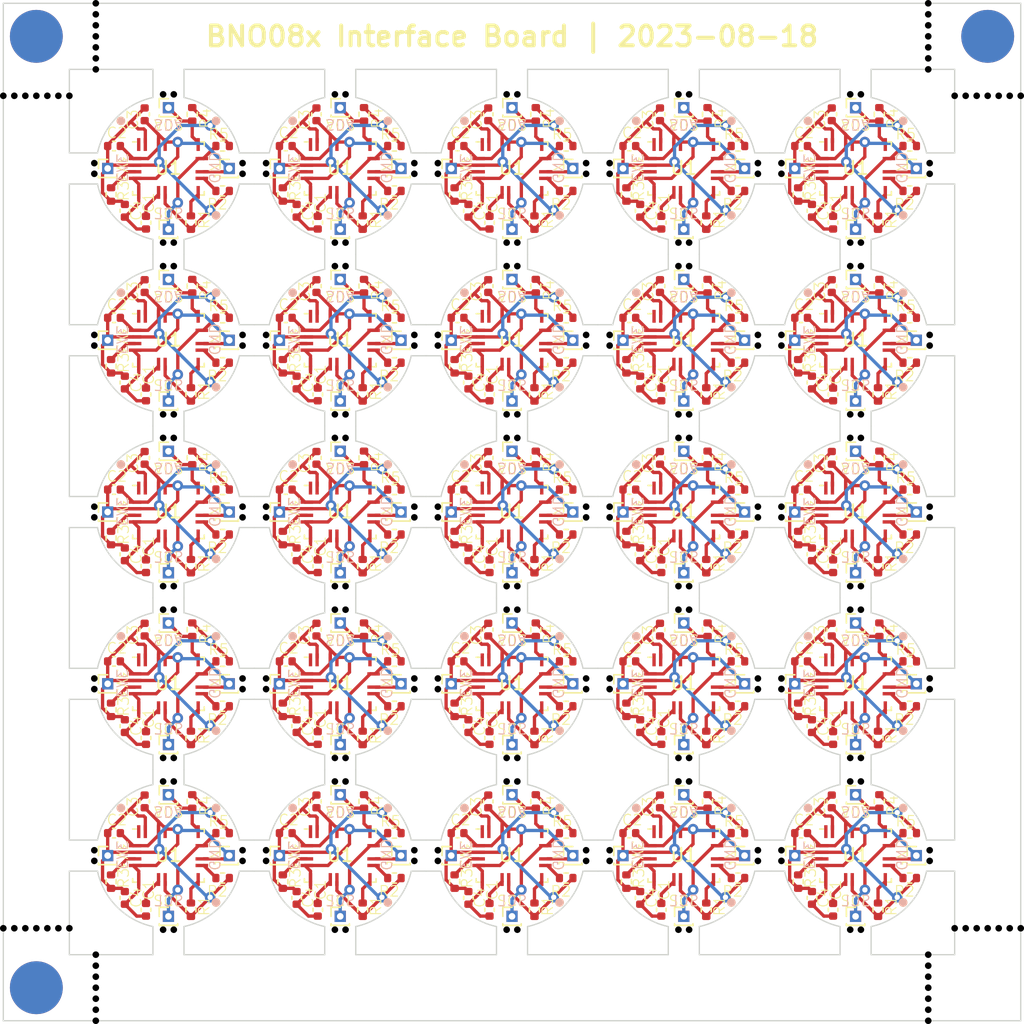
<source format=kicad_pcb>
(kicad_pcb (version 20221018) (generator pcbnew)
  (title_block (title "BNO08x Interface Board") (date "2023-08-18") (comment 1 "Author: Toby Godfey"))
  (layers (0 "F.Cu" signal) (31 "B.Cu" signal) (34 "B.Paste" user) (35 "F.Paste" user) (36 "B.SilkS" user "B.Silkscreen") (37 "F.SilkS" user "F.Silkscreen") (38 "B.Mask" user) (39 "F.Mask" user) (44 "Edge.Cuts" user))
  (net 0 "")
  (net 1 "Board_0-+3.3V")
  (net 2 "Board_0-GND")
  (net 3 "Board_0-Net-(J1-Pin_1)")
  (net 4 "Board_0-Net-(J2-Pin_1)")
  (net 5 "Board_0-Net-(U1-BOOTN)")
  (net 6 "Board_0-Net-(U1-CAP)")
  (net 7 "Board_0-Net-(U1-ENV_SCL)")
  (net 8 "Board_0-Net-(U1-ENV_SDA)")
  (net 9 "Board_0-unconnected-(U1-RESV_NC-Pad1)")
  (net 10 "Board_1-+3.3V")
  (net 11 "Board_1-GND")
  (net 12 "Board_1-Net-(J1-Pin_1)")
  (net 13 "Board_1-Net-(J2-Pin_1)")
  (net 14 "Board_1-Net-(U1-BOOTN)")
  (net 15 "Board_1-Net-(U1-CAP)")
  (net 16 "Board_1-Net-(U1-ENV_SCL)")
  (net 17 "Board_1-Net-(U1-ENV_SDA)")
  (net 18 "Board_1-unconnected-(U1-RESV_NC-Pad1)")
  (net 19 "Board_2-+3.3V")
  (net 20 "Board_2-GND")
  (net 21 "Board_2-Net-(J1-Pin_1)")
  (net 22 "Board_2-Net-(J2-Pin_1)")
  (net 23 "Board_2-Net-(U1-BOOTN)")
  (net 24 "Board_2-Net-(U1-CAP)")
  (net 25 "Board_2-Net-(U1-ENV_SCL)")
  (net 26 "Board_2-Net-(U1-ENV_SDA)")
  (net 27 "Board_2-unconnected-(U1-RESV_NC-Pad1)")
  (net 28 "Board_3-+3.3V")
  (net 29 "Board_3-GND")
  (net 30 "Board_3-Net-(J1-Pin_1)")
  (net 31 "Board_3-Net-(J2-Pin_1)")
  (net 32 "Board_3-Net-(U1-BOOTN)")
  (net 33 "Board_3-Net-(U1-CAP)")
  (net 34 "Board_3-Net-(U1-ENV_SCL)")
  (net 35 "Board_3-Net-(U1-ENV_SDA)")
  (net 36 "Board_3-unconnected-(U1-RESV_NC-Pad1)")
  (net 37 "Board_4-+3.3V")
  (net 38 "Board_4-GND")
  (net 39 "Board_4-Net-(J1-Pin_1)")
  (net 40 "Board_4-Net-(J2-Pin_1)")
  (net 41 "Board_4-Net-(U1-BOOTN)")
  (net 42 "Board_4-Net-(U1-CAP)")
  (net 43 "Board_4-Net-(U1-ENV_SCL)")
  (net 44 "Board_4-Net-(U1-ENV_SDA)")
  (net 45 "Board_4-unconnected-(U1-RESV_NC-Pad1)")
  (net 46 "Board_5-+3.3V")
  (net 47 "Board_5-GND")
  (net 48 "Board_5-Net-(J1-Pin_1)")
  (net 49 "Board_5-Net-(J2-Pin_1)")
  (net 50 "Board_5-Net-(U1-BOOTN)")
  (net 51 "Board_5-Net-(U1-CAP)")
  (net 52 "Board_5-Net-(U1-ENV_SCL)")
  (net 53 "Board_5-Net-(U1-ENV_SDA)")
  (net 54 "Board_5-unconnected-(U1-RESV_NC-Pad1)")
  (net 55 "Board_6-+3.3V")
  (net 56 "Board_6-GND")
  (net 57 "Board_6-Net-(J1-Pin_1)")
  (net 58 "Board_6-Net-(J2-Pin_1)")
  (net 59 "Board_6-Net-(U1-BOOTN)")
  (net 60 "Board_6-Net-(U1-CAP)")
  (net 61 "Board_6-Net-(U1-ENV_SCL)")
  (net 62 "Board_6-Net-(U1-ENV_SDA)")
  (net 63 "Board_6-unconnected-(U1-RESV_NC-Pad1)")
  (net 64 "Board_7-+3.3V")
  (net 65 "Board_7-GND")
  (net 66 "Board_7-Net-(J1-Pin_1)")
  (net 67 "Board_7-Net-(J2-Pin_1)")
  (net 68 "Board_7-Net-(U1-BOOTN)")
  (net 69 "Board_7-Net-(U1-CAP)")
  (net 70 "Board_7-Net-(U1-ENV_SCL)")
  (net 71 "Board_7-Net-(U1-ENV_SDA)")
  (net 72 "Board_7-unconnected-(U1-RESV_NC-Pad1)")
  (net 73 "Board_8-+3.3V")
  (net 74 "Board_8-GND")
  (net 75 "Board_8-Net-(J1-Pin_1)")
  (net 76 "Board_8-Net-(J2-Pin_1)")
  (net 77 "Board_8-Net-(U1-BOOTN)")
  (net 78 "Board_8-Net-(U1-CAP)")
  (net 79 "Board_8-Net-(U1-ENV_SCL)")
  (net 80 "Board_8-Net-(U1-ENV_SDA)")
  (net 81 "Board_8-unconnected-(U1-RESV_NC-Pad1)")
  (net 82 "Board_9-+3.3V")
  (net 83 "Board_9-GND")
  (net 84 "Board_9-Net-(J1-Pin_1)")
  (net 85 "Board_9-Net-(J2-Pin_1)")
  (net 86 "Board_9-Net-(U1-BOOTN)")
  (net 87 "Board_9-Net-(U1-CAP)")
  (net 88 "Board_9-Net-(U1-ENV_SCL)")
  (net 89 "Board_9-Net-(U1-ENV_SDA)")
  (net 90 "Board_9-unconnected-(U1-RESV_NC-Pad1)")
  (net 91 "Board_10-+3.3V")
  (net 92 "Board_10-GND")
  (net 93 "Board_10-Net-(J1-Pin_1)")
  (net 94 "Board_10-Net-(J2-Pin_1)")
  (net 95 "Board_10-Net-(U1-BOOTN)")
  (net 96 "Board_10-Net-(U1-CAP)")
  (net 97 "Board_10-Net-(U1-ENV_SCL)")
  (net 98 "Board_10-Net-(U1-ENV_SDA)")
  (net 99 "Board_10-unconnected-(U1-RESV_NC-Pad1)")
  (net 100 "Board_11-+3.3V")
  (net 101 "Board_11-GND")
  (net 102 "Board_11-Net-(J1-Pin_1)")
  (net 103 "Board_11-Net-(J2-Pin_1)")
  (net 104 "Board_11-Net-(U1-BOOTN)")
  (net 105 "Board_11-Net-(U1-CAP)")
  (net 106 "Board_11-Net-(U1-ENV_SCL)")
  (net 107 "Board_11-Net-(U1-ENV_SDA)")
  (net 108 "Board_11-unconnected-(U1-RESV_NC-Pad1)")
  (net 109 "Board_12-+3.3V")
  (net 110 "Board_12-GND")
  (net 111 "Board_12-Net-(J1-Pin_1)")
  (net 112 "Board_12-Net-(J2-Pin_1)")
  (net 113 "Board_12-Net-(U1-BOOTN)")
  (net 114 "Board_12-Net-(U1-CAP)")
  (net 115 "Board_12-Net-(U1-ENV_SCL)")
  (net 116 "Board_12-Net-(U1-ENV_SDA)")
  (net 117 "Board_12-unconnected-(U1-RESV_NC-Pad1)")
  (net 118 "Board_13-+3.3V")
  (net 119 "Board_13-GND")
  (net 120 "Board_13-Net-(J1-Pin_1)")
  (net 121 "Board_13-Net-(J2-Pin_1)")
  (net 122 "Board_13-Net-(U1-BOOTN)")
  (net 123 "Board_13-Net-(U1-CAP)")
  (net 124 "Board_13-Net-(U1-ENV_SCL)")
  (net 125 "Board_13-Net-(U1-ENV_SDA)")
  (net 126 "Board_13-unconnected-(U1-RESV_NC-Pad1)")
  (net 127 "Board_14-+3.3V")
  (net 128 "Board_14-GND")
  (net 129 "Board_14-Net-(J1-Pin_1)")
  (net 130 "Board_14-Net-(J2-Pin_1)")
  (net 131 "Board_14-Net-(U1-BOOTN)")
  (net 132 "Board_14-Net-(U1-CAP)")
  (net 133 "Board_14-Net-(U1-ENV_SCL)")
  (net 134 "Board_14-Net-(U1-ENV_SDA)")
  (net 135 "Board_14-unconnected-(U1-RESV_NC-Pad1)")
  (net 136 "Board_15-+3.3V")
  (net 137 "Board_15-GND")
  (net 138 "Board_15-Net-(J1-Pin_1)")
  (net 139 "Board_15-Net-(J2-Pin_1)")
  (net 140 "Board_15-Net-(U1-BOOTN)")
  (net 141 "Board_15-Net-(U1-CAP)")
  (net 142 "Board_15-Net-(U1-ENV_SCL)")
  (net 143 "Board_15-Net-(U1-ENV_SDA)")
  (net 144 "Board_15-unconnected-(U1-RESV_NC-Pad1)")
  (net 145 "Board_16-+3.3V")
  (net 146 "Board_16-GND")
  (net 147 "Board_16-Net-(J1-Pin_1)")
  (net 148 "Board_16-Net-(J2-Pin_1)")
  (net 149 "Board_16-Net-(U1-BOOTN)")
  (net 150 "Board_16-Net-(U1-CAP)")
  (net 151 "Board_16-Net-(U1-ENV_SCL)")
  (net 152 "Board_16-Net-(U1-ENV_SDA)")
  (net 153 "Board_16-unconnected-(U1-RESV_NC-Pad1)")
  (net 154 "Board_17-+3.3V")
  (net 155 "Board_17-GND")
  (net 156 "Board_17-Net-(J1-Pin_1)")
  (net 157 "Board_17-Net-(J2-Pin_1)")
  (net 158 "Board_17-Net-(U1-BOOTN)")
  (net 159 "Board_17-Net-(U1-CAP)")
  (net 160 "Board_17-Net-(U1-ENV_SCL)")
  (net 161 "Board_17-Net-(U1-ENV_SDA)")
  (net 162 "Board_17-unconnected-(U1-RESV_NC-Pad1)")
  (net 163 "Board_18-+3.3V")
  (net 164 "Board_18-GND")
  (net 165 "Board_18-Net-(J1-Pin_1)")
  (net 166 "Board_18-Net-(J2-Pin_1)")
  (net 167 "Board_18-Net-(U1-BOOTN)")
  (net 168 "Board_18-Net-(U1-CAP)")
  (net 169 "Board_18-Net-(U1-ENV_SCL)")
  (net 170 "Board_18-Net-(U1-ENV_SDA)")
  (net 171 "Board_18-unconnected-(U1-RESV_NC-Pad1)")
  (net 172 "Board_19-+3.3V")
  (net 173 "Board_19-GND")
  (net 174 "Board_19-Net-(J1-Pin_1)")
  (net 175 "Board_19-Net-(J2-Pin_1)")
  (net 176 "Board_19-Net-(U1-BOOTN)")
  (net 177 "Board_19-Net-(U1-CAP)")
  (net 178 "Board_19-Net-(U1-ENV_SCL)")
  (net 179 "Board_19-Net-(U1-ENV_SDA)")
  (net 180 "Board_19-unconnected-(U1-RESV_NC-Pad1)")
  (net 181 "Board_20-+3.3V")
  (net 182 "Board_20-GND")
  (net 183 "Board_20-Net-(J1-Pin_1)")
  (net 184 "Board_20-Net-(J2-Pin_1)")
  (net 185 "Board_20-Net-(U1-BOOTN)")
  (net 186 "Board_20-Net-(U1-CAP)")
  (net 187 "Board_20-Net-(U1-ENV_SCL)")
  (net 188 "Board_20-Net-(U1-ENV_SDA)")
  (net 189 "Board_20-unconnected-(U1-RESV_NC-Pad1)")
  (net 190 "Board_21-+3.3V")
  (net 191 "Board_21-GND")
  (net 192 "Board_21-Net-(J1-Pin_1)")
  (net 193 "Board_21-Net-(J2-Pin_1)")
  (net 194 "Board_21-Net-(U1-BOOTN)")
  (net 195 "Board_21-Net-(U1-CAP)")
  (net 196 "Board_21-Net-(U1-ENV_SCL)")
  (net 197 "Board_21-Net-(U1-ENV_SDA)")
  (net 198 "Board_21-unconnected-(U1-RESV_NC-Pad1)")
  (net 199 "Board_22-+3.3V")
  (net 200 "Board_22-GND")
  (net 201 "Board_22-Net-(J1-Pin_1)")
  (net 202 "Board_22-Net-(J2-Pin_1)")
  (net 203 "Board_22-Net-(U1-BOOTN)")
  (net 204 "Board_22-Net-(U1-CAP)")
  (net 205 "Board_22-Net-(U1-ENV_SCL)")
  (net 206 "Board_22-Net-(U1-ENV_SDA)")
  (net 207 "Board_22-unconnected-(U1-RESV_NC-Pad1)")
  (net 208 "Board_23-+3.3V")
  (net 209 "Board_23-GND")
  (net 210 "Board_23-Net-(J1-Pin_1)")
  (net 211 "Board_23-Net-(J2-Pin_1)")
  (net 212 "Board_23-Net-(U1-BOOTN)")
  (net 213 "Board_23-Net-(U1-CAP)")
  (net 214 "Board_23-Net-(U1-ENV_SCL)")
  (net 215 "Board_23-Net-(U1-ENV_SDA)")
  (net 216 "Board_23-unconnected-(U1-RESV_NC-Pad1)")
  (net 217 "Board_24-+3.3V")
  (net 218 "Board_24-GND")
  (net 219 "Board_24-Net-(J1-Pin_1)")
  (net 220 "Board_24-Net-(J2-Pin_1)")
  (net 221 "Board_24-Net-(U1-BOOTN)")
  (net 222 "Board_24-Net-(U1-CAP)")
  (net 223 "Board_24-Net-(U1-ENV_SCL)")
  (net 224 "Board_24-Net-(U1-ENV_SDA)")
  (net 225 "Board_24-unconnected-(U1-RESV_NC-Pad1)")
  (footprint "Resistor_SMD:R_0402_1005Metric" (layer "F.Cu") (at 176.199159 75.599579 90)
    (fp_text reference "R1")
    (fp_text value "2.2k")
  )
  (footprint "Resistor_SMD:R_0402_1005Metric" (layer "F.Cu") (at 126.599159 47.199579)
    (fp_text reference "R2")
    (fp_text value "2.2k")
  )
  (footprint "NPTH" (layer "F.Cu") (at 179.999158 25)
    (fp_text reference "REF**" hide)
    (fp_text value "NPTH" hide)
  )
  (footprint "NPTH" (layer "F.Cu") (at 174.09495 52.890232)
    (fp_text reference "REF**" hide)
    (fp_text value "NPTH" hide)
  )
  (footprint "NPTH" (layer "F.Cu") (at 129.888895 58.096928)
    (fp_text reference "REF**" hide)
    (fp_text value "NPTH" hide)
  )
  (footprint "NPTH" (layer "F.Cu") (at 174.902199 26.890554)
    (fp_text reference "REF**" hide)
    (fp_text value "NPTH" hide)
  )
  (footprint "Resistor_SMD:R_0402_1005Metric" (layer "F.Cu") (at 139.599159 43.799579)
    (fp_text reference "R5")
    (fp_text value "2.2k")
  )
  (footprint "NPTH" (layer "F.Cu") (at 154.107835 84.903197)
    (fp_text reference "REF**" hide)
    (fp_text value "NPTH" hide)
  )
  (footprint "NPTH" (layer "F.Cu") (at 161.902199 78.890553)
    (fp_text reference "REF**" hide)
    (fp_text value "NPTH" hide)
  )
  (footprint "NPTH" (layer "F.Cu") (at 129.888895 71.096928)
    (fp_text reference "REF**" hide)
    (fp_text value "NPTH" hide)
  )
  (footprint "Capacitor_SMD:C_0402_1005Metric" (layer "F.Cu") (at 146.699159 67.399579 90)
    (fp_text reference "C3")
    (fp_text value "100nF")
  )
  (footprint "Capacitor_SMD:C_0402_1005Metric" (layer "F.Cu") (at 172.799159 36.599579 90)
    (fp_text reference "C1")
    (fp_text value "100nF")
  )
  (footprint "NPTH" (layer "F.Cu") (at 167.10792 58.095953)
    (fp_text reference "REF**" hide)
    (fp_text value "NPTH" hide)
  )
  (footprint "Capacitor_SMD:C_0402_1005Metric" (layer "F.Cu") (at 133.799159 49.599579 90)
    (fp_text reference "C1")
    (fp_text value "100nF")
  )
  (footprint "Resistor_SMD:R_0402_1005Metric" (layer "F.Cu") (at 152.599159 56.799579)
    (fp_text reference "R5")
    (fp_text value "2.2k")
  )
  (footprint "NPTH" (layer "F.Cu") (at 142.888895 58.902229)
    (fp_text reference "REF**" hide)
    (fp_text value "NPTH" hide)
  )
  (footprint "Resistor_SMD:R_0402_1005Metric" (layer "F.Cu") (at 178.599159 43.799579)
    (fp_text reference "R5")
    (fp_text value "2.2k")
  )
  (footprint "NPTH" (layer "F.Cu") (at 122.902199 39.890553)
    (fp_text reference "REF**" hide)
    (fp_text value "NPTH" hide)
  )
  (footprint "Connector_PinHeader_1.00mm:PinHeader_1x01_P1.00mm_Vertical" (layer "F.Cu") (at 156.899159 45.499579)
    (fp_text reference "J3" hide)
    (fp_text value "PIN_3V3")
  )
  (footprint "NPTH" (layer "F.Cu") (at 129.889032 32.902222)
    (fp_text reference "REF**" hide)
    (fp_text value "NPTH" hide)
  )
  (footprint "NPTH" (layer "F.Cu") (at 116.888896 71.096928)
    (fp_text reference "REF**" hide)
    (fp_text value "NPTH" hide)
  )
  (footprint "Connector_PinHeader_1.00mm:PinHeader_1x01_P1.00mm_Vertical" (layer "F.Cu") (at 179.099159 32.499579)
    (fp_text reference "J4" hide)
    (fp_text value "PIN_GND")
  )
  (footprint "NPTH" (layer "F.Cu") (at 174.094961 78.890355)
    (fp_text reference "REF**" hide)
    (fp_text value "NPTH" hide)
  )
  (footprint "Resistor_SMD:R_0402_1005Metric" (layer "F.Cu") (at 124.199159 88.599579 90)
    (fp_text reference "R1")
    (fp_text value "2.2k")
  )
  (footprint "Capacitor_SMD:C_0402_1005Metric" (layer "F.Cu") (at 159.799159 36.599579 90)
    (fp_text reference "C1")
    (fp_text value "100nF")
  )
  (footprint "Resistor_SMD:R_0402_1005Metric" (layer "F.Cu") (at 150.299159 67.399579 -90)
    (fp_text reference "R4")
    (fp_text value "2.2k")
  )
  (footprint "Resistor_SMD:R_0402_1005Metric" (layer "F.Cu") (at 176.199159 62.599579 90)
    (fp_text reference "R1")
    (fp_text value "2.2k")
  )
  (footprint "Connector_PinHeader_1.00mm:PinHeader_1x01_P1.00mm_Vertical" (layer "F.Cu") (at 169.899159 32.499579)
    (fp_text reference "J3" hide)
    (fp_text value "PIN_3V3")
  )
  (footprint "Capacitor_SMD:C_0402_1005Metric" (layer "F.Cu") (at 133.799159 88.599579 90)
    (fp_text reference "C1")
    (fp_text value "100nF")
  )
  (footprint "NPTH" (layer "F.Cu") (at 135.094961 90.108802)
    (fp_text reference "REF**" hide)
    (fp_text value "NPTH" hide)
  )
  (footprint "Capacitor_SMD:C_0402_1005Metric" (layer "F.Cu") (at 132.199159 87.699579 90)
    (fp_text reference "C4")
    (fp_text value "100nF")
  )
  (footprint "NPTH" (layer "F.Cu") (at 129.889032 84.902222)
    (fp_text reference "REF**" hide)
    (fp_text value "NPTH" hide)
  )
  (footprint "Capacitor_SMD:C_0402_1005Metric" (layer "F.Cu") (at 170.379159 30.799579)
    (fp_text reference "C2")
    (fp_text value "10nF")
  )
  (footprint "NPTH" (layer "F.Cu") (at 180.107835 84.903197)
    (fp_text reference "REF**" hide)
    (fp_text value "NPTH" hide)
  )
  (footprint "Capacitor_SMD:C_0402_1005Metric" (layer "F.Cu") (at 119.199159 87.699579 90)
    (fp_text reference "C4")
    (fp_text value "100nF")
  )
  (footprint "NPTH" (layer "F.Cu") (at 122.902199 26.890554)
    (fp_text reference "REF**" hide)
    (fp_text value "NPTH" hide)
  )
  (footprint "Connector_PinHeader_1.00mm:PinHeader_1x01_P1.00mm_Vertical" (layer "F.Cu") (at 161.499159 53.899579)
    (fp_text reference "J1" hide)
    (fp_text value "PIN_SDA")
  )
  (footprint "NPTH" (layer "F.Cu") (at 113.334176 89.999157)
    (fp_text reference "REF**" hide)
    (fp_text value "NPTH" hide)
  )
  (footprint "Capacitor_SMD:C_0402_1005Metric" (layer "F.Cu") (at 172.699159 80.399579 90)
    (fp_text reference "C3")
    (fp_text value "100nF")
  )
  (footprint "Connector_PinHeader_1.00mm:PinHeader_1x01_P1.00mm_Vertical" (layer "F.Cu") (at 135.499159 66.899579)
    (fp_text reference "J1" hide)
    (fp_text value "PIN_SDA")
  )
  (footprint "NPTH" (layer "F.Cu") (at 180.107835 71.903197)
    (fp_text reference "REF**" hide)
    (fp_text value "NPTH" hide)
  )
  (footprint "Resistor_SMD:R_0402_1005Metric" (layer "F.Cu") (at 150.199159 75.599579 90)
    (fp_text reference "R1")
    (fp_text value "2.2k")
  )
  (footprint "Connector_PinHeader_1.00mm:PinHeader_1x01_P1.00mm_Vertical" (layer "F.Cu") (at 166.099159 84.499579)
    (fp_text reference "J4" hide)
    (fp_text value "PIN_GND")
  )
  (footprint "Capacitor_SMD:C_0402_1005Metric" (layer "F.Cu") (at 144.379159 30.799579)
    (fp_text reference "C2")
    (fp_text value "10nF")
  )
  (footprint "NPTH" (layer "F.Cu") (at 135.902199 26.890554)
    (fp_text reference "REF**" hide)
    (fp_text value "NPTH" hide)
  )
  (footprint "Capacitor_SMD:C_0402_1005Metric" (layer "F.Cu") (at 131.379159 43.799579)
    (fp_text reference "C2")
    (fp_text value "10nF")
  )
  (footprint "Resistor_SMD:R_0402_1005Metric" (layer "F.Cu") (at 165.599159 69.799579)
    (fp_text reference "R5")
    (fp_text value "2.2k")
  )
  (footprint "Resistor_SMD:R_0402_1005Metric" (layer "F.Cu") (at 118.156601 47.469784 -90)
    (fp_text reference "R3")
    (fp_text value "10k")
  )
  (footprint "Resistor_SMD:R_0402_1005Metric" (layer "F.Cu") (at 152.599159 47.199579)
    (fp_text reference "R2")
    (fp_text value "2.2k")
  )
  (footprint "Resistor_SMD:R_0402_1005Metric" (layer "F.Cu") (at 150.299159 80.399579 -90)
    (fp_text reference "R4")
    (fp_text value "2.2k")
  )
  (footprint "Connector_PinHeader_1.00mm:PinHeader_1x01_P1.00mm_Vertical" (layer "F.Cu") (at 179.099159 58.499579)
    (fp_text reference "J4" hide)
    (fp_text value "PIN_GND")
  )
  (footprint "NPTH" (layer "F.Cu") (at 174.902199 38.108604)
    (fp_text reference "REF**" hide)
    (fp_text value "NPTH" hide)
  )
  (footprint "Connector_PinHeader_1.00mm:PinHeader_1x01_P1.00mm_Vertical" (layer "F.Cu") (at 127.099159 58.499579)
    (fp_text reference "J4" hide)
    (fp_text value "PIN_GND")
  )
  (footprint "NPTH" (layer "F.Cu") (at 115.000842 89.999157)
    (fp_text reference "REF**" hide)
    (fp_text value "NPTH" hide)
  )
  (footprint "Connector_PinHeader_1.00mm:PinHeader_1x01_P1.00mm_Vertical" (layer "F.Cu") (at 148.499159 76.099579)
    (fp_text reference "J2" hide)
    (fp_text value "PIN_SCL")
  )
  (footprint "Connector_PinHeader_1.00mm:PinHeader_1x01_P1.00mm_Vertical" (layer "F.Cu") (at 122.499159 76.099579)
    (fp_text reference "J2" hide)
    (fp_text value "PIN_SCL")
  )
  (footprint "NPTH" (layer "F.Cu") (at 185.332492 27)
    (fp_text reference "REF**" hide)
    (fp_text value "NPTH" hide)
  )
  (footprint "NPTH" (layer "F.Cu") (at 179.999158 96.165824)
    (fp_text reference "REF**" hide)
    (fp_text value "NPTH" hide)
  )
  (footprint "NPTH" (layer "F.Cu") (at 186.165825 89.999157)
    (fp_text reference "REF**" hide)
    (fp_text value "NPTH" hide)
  )
  (footprint "Package_LGA:LGA-28_5.2x3.8mm_P0.5mm" (layer "F.Cu") (at 174.499159 58.499579)
    (fp_text reference "U1")
    (fp_text value "~")
  )
  (footprint "NPTH" (layer "F.Cu") (at 161.902199 39.890553)
    (fp_text reference "REF**" hide)
    (fp_text value "NPTH" hide)
  )
  (footprint "NPTH" (layer "F.Cu") (at 179.999158 91.999158)
    (fp_text reference "REF**" hide)
    (fp_text value "NPTH" hide)
  )
  (footprint "NPTH" (layer "F.Cu") (at 112.500842 89.999157)
    (fp_text reference "REF**" hide)
    (fp_text value "NPTH" hide)
  )
  (footprint "Capacitor_SMD:C_0402_1005Metric" (layer "F.Cu") (at 118.379159 82.799579)
    (fp_text reference "C2")
    (fp_text value "10nF")
  )
  (footprint "NPTH" (layer "F.Cu") (at 180.10792 84.095953)
    (fp_text reference "REF**" hide)
    (fp_text value "NPTH" hide)
  )
  (footprint "Connector_PinHeader_1.00mm:PinHeader_1x01_P1.00mm_Vertical" (layer "F.Cu") (at 117.899159 45.499579)
    (fp_text reference "J3" hide)
    (fp_text value "PIN_3V3")
  )
  (footprint "NPTH" (layer "F.Cu") (at 128.10792 32.095954)
    (fp_text reference "REF**" hide)
    (fp_text value "NPTH" hide)
  )
  (footprint "NPTH" (layer "F.Cu") (at 135.09495 65.890232)
    (fp_text reference "REF**" hide)
    (fp_text value "NPTH" hide)
  )
  (footprint "NPTH" (layer "F.Cu") (at 161.094961 90.108802)
    (fp_text reference "REF**" hide)
    (fp_text value "NPTH" hide)
  )
  (footprint "Capacitor_SMD:C_0402_1005Metric" (layer "F.Cu") (at 157.379159 43.799579)
    (fp_text reference "C2")
    (fp_text value "10nF")
  )
  (footprint "NPTH" (layer "F.Cu") (at 116.888896 45.096928)
    (fp_text reference "REF**" hide)
    (fp_text value "NPTH" hide)
  )
  (footprint "Connector_PinHeader_1.00mm:PinHeader_1x01_P1.00mm_Vertical" (layer "F.Cu") (at 161.499159 40.899579)
    (fp_text reference "J1" hide)
    (fp_text value "PIN_SDA")
  )
  (footprint "Resistor_SMD:R_0402_1005Metric" (layer "F.Cu") (at 170.156601 86.469784 -90)
    (fp_text reference "R3")
    (fp_text value "10k")
  )
  (footprint "Capacitor_SMD:C_0402_1005Metric" (layer "F.Cu") (at 171.199159 74.699579 90)
    (fp_text reference "C4")
    (fp_text value "100nF")
  )
  (footprint "Resistor_SMD:R_0402_1005Metric" (layer "F.Cu") (at 176.299159 28.399579 -90)
    (fp_text reference "R4")
    (fp_text value "2.2k")
  )
  (footprint "NPTH" (layer "F.Cu") (at 186.999159 27)
    (fp_text reference "REF**" hide)
    (fp_text value "NPTH" hide)
  )
  (footprint "Capacitor_SMD:C_0402_1005Metric" (layer "F.Cu") (at 131.379159 56.799579)
    (fp_text reference "C2")
    (fp_text value "10nF")
  )
  (footprint "Capacitor_SMD:C_0402_1005Metric" (layer "F.Cu") (at 146.699159 28.399579 90)
    (fp_text reference "C3")
    (fp_text value "100nF")
  )
  (footprint "NPTH" (layer "F.Cu") (at 186.999159 89.999157)
    (fp_text reference "REF**" hide)
    (fp_text value "NPTH" hide)
  )
  (footprint "Capacitor_SMD:C_0402_1005Metric" (layer "F.Cu") (at 157.379159 30.799579)
    (fp_text reference "C2")
    (fp_text value "10nF")
  )
  (footprint "Package_LGA:LGA-28_5.2x3.8mm_P0.5mm" (layer "F.Cu") (at 161.499159 45.499579)
    (fp_text reference "U1")
    (fp_text value "~")
  )
  (footprint "NPTH" (layer "F.Cu") (at 135.09495 52.890232)
    (fp_text reference "REF**" hide)
    (fp_text value "NPTH" hide)
  )
  (footprint "Capacitor_SMD:C_0402_1005Metric" (layer "F.Cu") (at 146.799159 88.599579 90)
    (fp_text reference "C1")
    (fp_text value "100nF")
  )
  (footprint "Capacitor_SMD:C_0402_1005Metric" (layer "F.Cu") (at 120.699159 67.399579 90)
    (fp_text reference "C3")
    (fp_text value "100nF")
  )
  (footprint "Connector_PinHeader_1.00mm:PinHeader_1x01_P1.00mm_Vertical" (layer "F.Cu") (at 127.099159 71.499579)
    (fp_text reference "J4" hide)
    (fp_text value "PIN_GND")
  )
  (footprint "Capacitor_SMD:C_0402_1005Metric" (layer "F.Cu") (at 146.799159 62.599579 90)
    (fp_text reference "C1")
    (fp_text value "100nF")
  )
  (footprint "Resistor_SMD:R_0402_1005Metric" (layer "F.Cu") (at 163.299159 41.399579 -90)
    (fp_text reference "R4")
    (fp_text value "2.2k")
  )
  (footprint "Capacitor_SMD:C_0402_1005Metric" (layer "F.Cu") (at 119.199159 74.699579 90)
    (fp_text reference "C4")
    (fp_text value "100nF")
  )
  (footprint "Connector_PinHeader_1.00mm:PinHeader_1x01_P1.00mm_Vertical" (layer "F.Cu") (at 156.899159 58.499579)
    (fp_text reference "J3" hide)
    (fp_text value "PIN_3V3")
  )
  (footprint "Resistor_SMD:R_0402_1005Metric" (layer "F.Cu") (at 118.156601 86.469784 -90)
    (fp_text reference "R3")
    (fp_text value "10k")
  )
  (footprint "Capacitor_SMD:C_0402_1005Metric" (layer "F.Cu") (at 119.199159 61.699579 90)
    (fp_text reference "C4")
    (fp_text value "100nF")
  )
  (footprint "Capacitor_SMD:C_0402_1005Metric" (layer "F.Cu") (at 159.799159 49.599579 90)
    (fp_text reference "C1")
    (fp_text value "100nF")
  )
  (footprint "NPTH" (layer "F.Cu") (at 141.107835 71.903197)
    (fp_text reference "REF**" hide)
    (fp_text value "NPTH" hide)
  )
  (footprint "NPTH" (layer "F.Cu") (at 148.094961 77.108802)
    (fp_text reference "REF**" hide)
    (fp_text value "NPTH" hide)
  )
  (footprint "Capacitor_SMD:C_0402_1005Metric" (layer "F.Cu") (at 131.379159 69.799579)
    (fp_text reference "C2")
    (fp_text value "10nF")
  )
  (footprint "NPTH" (layer "F.Cu") (at 122.902199 90.108604)
    (fp_text reference "REF**" hide)
    (fp_text value "NPTH" hide)
  )
  (footprint "Connector_PinHeader_1.00mm:PinHeader_1x01_P1.00mm_Vertical" (layer "F.Cu") (at 122.499159 27.899579)
    (fp_text reference "J1" hide)
    (fp_text value "PIN_SDA")
  )
  (footprint "Resistor_SMD:R_0402_1005Metric" (layer "F.Cu") (at 152.599159 34.199579)
    (fp_text reference "R2")
    (fp_text value "2.2k")
  )
  (footprint "Connector_PinHeader_1.00mm:PinHeader_1x01_P1.00mm_Vertical" (layer "F.Cu") (at 174.499159 63.099579)
    (fp_text reference "J2" hide)
    (fp_text value "PIN_SCL")
  )
  (footprint "NPTH" (layer "F.Cu") (at 168.888895 32.902229)
    (fp_text reference "REF**" hide)
    (fp_text value "NPTH" hide)
  )
  (footprint "Capacitor_SMD:C_0402_1005Metric" (layer "F.Cu") (at 145.199159 48.699579 90)
    (fp_text reference "C4")
    (fp_text value "100nF")
  )
  (footprint "Resistor_SMD:R_0402_1005Metric" (layer "F.Cu") (at 163.199159 36.599579 90)
    (fp_text reference "R1")
    (fp_text value "2.2k")
  )
  (footprint "Resistor_SMD:R_0402_1005Metric" (layer "F.Cu") (at 176.299159 54.399579 -90)
    (fp_text reference "R4")
    (fp_text value "2.2k")
  )
  (footprint "Resistor_SMD:R_0402_1005Metric" (layer "F.Cu") (at 152.599159 69.799579)
    (fp_text reference "R5")
    (fp_text value "2.2k")
  )
  (footprint "NPTH" (layer "F.Cu") (at 116.889033 45.902222)
    (fp_text reference "REF**" hide)
    (fp_text value "NPTH" hide)
  )
  (footprint "NPTH" (layer "F.Cu") (at 129.888895 32.096929)
    (fp_text reference "REF**" hide)
    (fp_text value "NPTH" hide)
  )
  (footprint "Package_LGA:LGA-28_5.2x3.8mm_P0.5mm" (layer "F.Cu") (at 135.499159 32.499579)
    (fp_text reference "U1")
    (fp_text value "~")
  )
  (footprint "Connector_PinHeader_1.00mm:PinHeader_1x01_P1.00mm_Vertical" (layer "F.Cu") (at 135.499159 27.899579)
    (fp_text reference "J1" hide)
    (fp_text value "PIN_SDA")
  )
  (footprint "NPTH" (layer "F.Cu") (at 142.888895 71.902229)
    (fp_text reference "REF**" hide)
    (fp_text value "NPTH" hide)
  )
  (footprint "NPTH" (layer "F.Cu") (at 114.167509 27)
    (fp_text reference "REF**" hide)
    (fp_text value "NPTH" hide)
  )
  (footprint "Capacitor_SMD:C_0402_1005Metric" (layer "F.Cu") (at 172.799159 88.599579 90)
    (fp_text reference "C1")
    (fp_text value "100nF")
  )
  (footprint "NPTH" (layer "F.Cu") (at 179.999158 22.5)
    (fp_text reference "REF**" hide)
    (fp_text value "NPTH" hide)
  )
  (footprint "NPTH" (layer "F.Cu") (at 122.902199 38.108604)
    (fp_text reference "REF**" hide)
    (fp_text value "NPTH" hide)
  )
  (footprint "Capacitor_SMD:C_0402_1005Metric" (layer "F.Cu") (at 133.699159 67.399579 90)
    (fp_text reference "C3")
    (fp_text value "100nF")
  )
  (footprint "NPTH" (layer "F.Cu") (at 148.902199 26.890554)
    (fp_text reference "REF**" hide)
    (fp_text value "NPTH" hide)
  )
  (footprint "NPTH" (layer "F.Cu") (at 154.107835 58.903197)
    (fp_text reference "REF**" hide)
    (fp_text value "NPTH" hide)
  )
  (footprint "Package_LGA:LGA-28_5.2x3.8mm_P0.5mm" (layer "F.Cu") (at 174.499159 32.499579)
    (fp_text reference "U1")
    (fp_text value "~")
  )
  (footprint "NPTH" (layer "F.Cu") (at 117.000842 20)
    (fp_text reference "REF**" hide)
    (fp_text value "NPTH" hide)
  )
  (footprint "Connector_PinHeader_1.00mm:PinHeader_1x01_P1.00mm_Vertical" (layer "F.Cu") (at 135.499159 63.099579)
    (fp_text reference "J2" hide)
    (fp_text value "PIN_SCL")
  )
  (footprint "Resistor_SMD:R_0402_1005Metric" (layer "F.Cu") (at 165.599159 82.799579)
    (fp_text reference "R5")
    (fp_text value "2.2k")
  )
  (footprint "Connector_PinHeader_1.00mm:PinHeader_1x01_P1.00mm_Vertical" (layer "F.Cu") (at 135.499159 89.099579)
    (fp_text reference "J2" hide)
    (fp_text value "PIN_SCL")
  )
  (footprint "Connector_PinHeader_1.00mm:PinHeader_1x01_P1.00mm_Vertical" (layer "F.Cu") (at 135.499159 40.899579)
    (fp_text reference "J1" hide)
    (fp_text value "PIN_SDA")
  )
  (footprint "Connector_PinHeader_1.00mm:PinHeader_1x01_P1.00mm_Vertical" (layer "F.Cu") (at 135.499159 37.099579)
    (fp_text reference "J2" hide)
    (fp_text value "PIN_SCL")
  )
  (footprint "NPTH" (layer "F.Cu") (at 122.094962 90.108802)
    (fp_text reference "REF**" hide)
    (fp_text value "NPTH" hide)
  )
  (footprint "Resistor_SMD:R_0402_1005Metric" (layer "F.Cu") (at 178.599159 30.799579)
    (fp_text reference "R5")
    (fp_text value "2.2k")
  )
  (footprint "NPTH" (layer "F.Cu") (at 135.09495 64.108925)
    (fp_text reference "REF**" hide)
    (fp_text value "NPTH" hide)
  )
  (footprint "Connector_PinHeader_1.00mm:PinHeader_1x01_P1.00mm_Vertical" (layer "F.Cu") (at 179.099159 45.499579)
    (fp_text reference "J4" hide)
    (fp_text value "PIN_GND")
  )
  (footprint "Package_LGA:LGA-28_5.2x3.8mm_P0.5mm" (layer "F.Cu") (at 161.499159 84.499579)
    (fp_text reference "U1")
    (fp_text value "~")
  )
  (footprint "Resistor_SMD:R_0402_1005Metric" (layer "F.Cu") (at 144.156601 34.469784 -90)
    (fp_text reference "R3")
    (fp_text value "10k")
  )
  (footprint "NPTH" (layer "F.Cu") (at 117.000842 95.332491)
    (fp_text reference "REF**" hide)
    (fp_text value "NPTH" hide)
  )
  (footprint "NPTH" (layer "F.Cu") (at 154.107835 71.903197)
    (fp_text reference "REF**" hide)
    (fp_text value "NPTH" hide)
  )
  (footprint "Resistor_SMD:R_0402_1005Metric" (layer "F.Cu") (at 139.599159 82.799579)
    (fp_text reference "R5")
    (fp_text value "2.2k")
  )
  (footprint "Resistor_SMD:R_0402_1005Metric" (layer "F.Cu") (at 163.199159 62.599579 90)
    (fp_text reference "R1")
    (fp_text value "2.2k")
  )
  (footprint "Capacitor_SMD:C_0402_1005Metric" (layer "F.Cu") (at 171.199159 61.699579 90)
    (fp_text reference "C4")
    (fp_text value "100nF")
  )
  (footprint "Resistor_SMD:R_0402_1005Metric" (layer "F.Cu") (at 165.599159 34.199579)
    (fp_text reference "R2")
    (fp_text value "2.2k")
  )
  (footprint "NPTH" (layer "F.Cu") (at 148.09495 65.890232)
    (fp_text reference "REF**" hide)
    (fp_text value "NPTH" hide)
  )
  (footprint "NPTH" (layer "F.Cu") (at 167.107835 71.903197)
    (fp_text reference "REF**" hide)
    (fp_text value "NPTH" hide)
  )
  (footprint "Connector_PinHeader_1.00mm:PinHeader_1x01_P1.00mm_Vertical" (layer "F.Cu") (at 148.499159 53.899579)
    (fp_text reference "J1" hide)
    (fp_text value "PIN_SDA")
  )
  (footprint "Capacitor_SMD:C_0402_1005Metric" (layer "F.Cu") (at 131.379159 30.799579)
    (fp_text reference "C2")
    (fp_text value "10nF")
  )
  (footprint "Package_LGA:LGA-28_5.2x3.8mm_P0.5mm" (layer "F.Cu") (at 174.499159 71.499579)
    (fp_text reference "U1")
    (fp_text value "~")
  )
  (footprint "Resistor_SMD:R_0402_1005Metric" (layer "F.Cu") (at 163.199159 88.599579 90)
    (fp_text reference "R1")
    (fp_text value "2.2k")
  )
  (footprint "NPTH" (layer "F.Cu") (at 148.902199 39.890553)
    (fp_text reference "REF**" hide)
    (fp_text value "NPTH" hide)
  )
  (footprint "Resistor_SMD:R_0402_1005Metric" (layer "F.Cu") (at 176.199159 88.599579 90)
    (fp_text reference "R1")
    (fp_text value "2.2k")
  )
  (footprint "Connector_PinHeader_1.00mm:PinHeader_1x01_P1.00mm_Vertical" (layer "F.Cu") (at 174.499159 37.099579)
    (fp_text reference "J2" hide)
    (fp_text value "PIN_SCL")
  )
  (footprint "Capacitor_SMD:C_0402_1005Metric" (layer "F.Cu") (at 146.799159 36.599579 90)
    (fp_text reference "C1")
    (fp_text value "100nF")
  )
  (footprint "Connector_PinHeader_1.00mm:PinHeader_1x01_P1.00mm_Vertical" (layer "F.Cu") (at 148.499159 27.899579)
    (fp_text reference "J1" hide)
    (fp_text value "PIN_SDA")
  )
  (footprint "Resistor_SMD:R_0402_1005Metric" (layer "F.Cu") (at 126.599159 60.199579)
    (fp_text reference "R2")
    (fp_text value "2.2k")
  )
  (footprint "Resistor_SMD:R_0402_1005Metric" (layer "F.Cu") (at 137.199159 75.599579 90)
    (fp_text reference "R1")
    (fp_text value "2.2k")
  )
  (footprint "NPTH" (layer "F.Cu") (at 128.107835 84.903197)
    (fp_text reference "REF**" hide)
    (fp_text value "NPTH" hide)
  )
  (footprint "NPTH" (layer "F.Cu") (at 135.09495 26.890233)
    (fp_text reference "REF**" hide)
    (fp_text value "NPTH" hide)
  )
  (footprint "NPTH" (layer "F.Cu") (at 122.094951 38.108925)
    (fp_text reference "REF**" hide)
    (fp_text value "NPTH" hide)
  )
  (footprint "Connector_PinHeader_1.00mm:PinHeader_1x01_P1.00mm_Vertical" (layer "F.Cu") (at 143.899159 45.499579)
    (fp_text reference "J3" hide)
    (fp_text value "PIN_3V3")
  )
  (footprint "Capacitor_SMD:C_0402_1005Metric" (layer "F.Cu") (at 159.799159 75.599579 90)
    (fp_text reference "C1")
    (fp_text value "100nF")
  )
  (footprint "Resistor_SMD:R_0402_1005Metric" (layer "F.Cu") (at 150.199159 36.599579 90)
    (fp_text reference "R1")
    (fp_text value "2.2k")
  )
  (footprint "NPTH" (layer "F.Cu") (at 148.09495 39.890232)
    (fp_text reference "REF**" hide)
    (fp_text value "NPTH" hide)
  )
  (footprint "NPTH" (layer "F.Cu") (at 174.902199 52.890553)
    (fp_text reference "REF**" hide)
    (fp_text value "NPTH" hide)
  )
  (footprint "NPTH" (layer "F.Cu") (at 141.107835 45.903197)
    (fp_text reference "REF**" hide)
    (fp_text value "NPTH" hide)
  )
  (footprint "Resistor_SMD:R_0402_1005Metric" (layer "F.Cu") (at 137.299159 80.399579 -90)
    (fp_text reference "R4")
    (fp_text value "2.2k")
  )
  (footprint "Connector_PinHeader_1.00mm:PinHeader_1x01_P1.00mm_Vertical" (layer "F.Cu") (at 174.499159 50.099579)
    (fp_text reference "J2" hide)
    (fp_text value "PIN_SCL")
  )
  (footprint "Resistor_SMD:R_0402_1005Metric" (layer "F.Cu") (at 170.156601 60.469784 -90)
    (fp_text reference "R3")
    (fp_text value "10k")
  )
  (footprint "NPTH" (layer "F.Cu") (at 168.888895 84.902229)
    (fp_text reference "REF**" hide)
    (fp_text value "NPTH" hide)
  )
  (footprint "NPTH" (layer "F.Cu") (at 142.889032 71.096935)
    (fp_text reference "REF**" hide)
    (fp_text value "NPTH" hide)
  )
  (footprint "Connector_PinHeader_1.00mm:PinHeader_1x01_P1.00mm_Vertical" (layer "F.Cu") (at 127.099159 45.499579)
    (fp_text reference "J4" hide)
    (fp_text value "PIN_GND")
  )
  (footprint "Resistor_SMD:R_0402_1005Metric" (layer "F.Cu") (at 126.599159 73.199579)
    (fp_text reference "R2")
    (fp_text value "2.2k")
  )
  (footprint "NPTH" (layer "F.Cu") (at 135.902199 90.108604)
    (fp_text reference "REF**" hide)
    (fp_text value "NPTH" hide)
  )
  (footprint "NPTH" (layer "F.Cu") (at 117.000842 23.333334)
    (fp_text reference "REF**" hide)
    (fp_text value "NPTH" hide)
  )
  (footprint "Connector_PinHeader_1.00mm:PinHeader_1x01_P1.00mm_Vertical" (layer "F.Cu") (at 148.499159 66.899579)
    (fp_text reference "J1" hide)
    (fp_text value "PIN_SDA")
  )
  (footprint "NPTH" (layer "F.Cu") (at 135.094961 77.108802)
    (fp_text reference "REF**" hide)
    (fp_text value "NPTH" hide)
  )
  (footprint "NPTH" (layer "F.Cu") (at 154.10792 32.095954)
    (fp_text reference "REF**" hide)
    (fp_text value "NPTH" hide)
  )
  (footprint "NPTH" (layer "F.Cu") (at 116.888896 58.096928)
    (fp_text reference "REF**" hide)
    (fp_text value "NPTH" hide)
  )
  (footprint "Resistor_SMD:R_0402_1005Metric" (layer "F.Cu") (at 126.599159 86.199579)
    (fp_text reference "R2")
    (fp_text value "2.2k")
  )
  (footprint "Capacitor_SMD:C_0402_1005Metric" (layer "F.Cu") (at 159.699159 28.399579 90)
    (fp_text reference "C3")
    (fp_text value "100nF")
  )
  (footprint "Capacitor_SMD:C_0402_1005Metric" (layer "F.Cu") (at 158.199159 48.699579 90)
    (fp_text reference "C4")
    (fp_text value "100nF")
  )
  (footprint "Resistor_SMD:R_0402_1005Metric" (layer "F.Cu") (at 176.299159 67.399579 -90)
    (fp_text reference "R4")
    (fp_text value "2.2k")
  )
  (footprint "NPTH" (layer "F.Cu") (at 111.667509 89.999157)
    (fp_text reference "REF**" hide)
    (fp_text value "NPTH" hide)
  )
  (footprint "NPTH" (layer "F.Cu") (at 180.10792 45.095953)
    (fp_text reference "REF**" hide)
    (fp_text value "NPTH" hide)
  )
  (footprint "NPTH" (layer "F.Cu") (at 161.09495 65.890232)
    (fp_text reference "REF**" hide)
    (fp_text value "NPTH" hide)
  )
  (footprint "Capacitor_SMD:C_0402_1005Metric" (layer "F.Cu") (at 145.199159 74.699579 90)
    (fp_text reference "C4")
    (fp_text value "100nF")
  )
  (footprint "NPTH" (layer "F.Cu") (at 154.107835 45.903197)
    (fp_text reference "REF**" hide)
    (fp_text value "NPTH" hide)
  )
  (footprint "NPTH" (layer "F.Cu") (at 142.889032 32.096936)
    (fp_text reference "REF**" hide)
    (fp_text value "NPTH" hide)
  )
  (footprint "Resistor_SMD:R_0402_1005Metric" (layer "F.Cu") (at 150.299159 28.399579 -90)
    (fp_text reference "R4")
    (fp_text value "2.2k")
  )
  (footprint "Resistor_SMD:R_0402_1005Metric" (layer "F.Cu") (at 126.599159 82.799579)
    (fp_text reference "R5")
    (fp_text value "2.2k")
  )
  (footprint "NPTH" (layer "F.Cu") (at 181.999159 89.999157)
    (fp_text reference "REF**" hide)
    (fp_text value "NPTH" hide)
  )
  (footprint "NPTH" (layer "F.Cu") (at 161.902199 90.108604)
    (fp_text reference "REF**" hide)
    (fp_text value "NPTH" hide)
  )
  (footprint "NPTH" (layer "F.Cu") (at 148.09495 52.890232)
    (fp_text reference "REF**" hide)
    (fp_text value "NPTH" hide)
  )
  (footprint "NPTH" (layer "F.Cu") (at 117.000842 94.499158)
    (fp_text reference "REF**" hide)
    (fp_text value "NPTH" hide)
  )
  (footprint "NPTH" (layer "F.Cu") (at 122.902199 51.108604)
    (fp_text reference "REF**" hide)
    (fp_text value "NPTH" hide)
  )
  (footprint "Capacitor_SMD:C_0402_1005Metric" (layer "F.Cu") (at 145.199159 61.699579 90)
    (fp_text reference "C4")
    (fp_text value "100nF")
  )
  (footprint "NPTH" (layer "F.Cu") (at 161.094961 78.890355)
    (fp_text reference "REF**" hide)
    (fp_text value "NPTH" hide)
  )
  (footprint "Connector_PinHeader_1.00mm:PinHeader_1x01_P1.00mm_Vertical" (layer "F.Cu") (at 117.899159 71.499579)
    (fp_text reference "J3" hide)
    (fp_text value "PIN_3V3")
  )
  (footprint "Connector_PinHeader_1.00mm:PinHeader_1x01_P1.00mm_Vertical" (layer "F.Cu") (at 130.899159 32.499579)
    (fp_text reference "J3" hide)
    (fp_text value "PIN_3V3")
  )
  (footprint "Connector_PinHeader_1.00mm:PinHeader_1x01_P1.00mm_Vertical" (layer "F.Cu") (at 117.899159 32.499579)
    (fp_text reference "J3" hide)
    (fp_text value "PIN_3V3")
  )
  (footprint "NPTH" (layer "F.Cu") (at 186.165825 27)
    (fp_text reference "REF**" hide)
    (fp_text value "NPTH" hide)
  )
  (footprint "NPTH" (layer "F.Cu") (at 141.10792 58.095953)
    (fp_text reference "REF**" hide)
    (fp_text value "NPTH" hide)
  )
  (footprint "NPTH" (layer "F.Cu") (at 174.902199 51.108604)
    (fp_text reference "REF**" hide)
    (fp_text value "NPTH" hide)
  )
  (footprint "Package_LGA:LGA-28_5.2x3.8mm_P0.5mm" (layer "F.Cu") (at 161.499159 71.499579)
    (fp_text reference "U1")
    (fp_text value "~")
  )
  (footprint "NPTH" (layer "F.Cu") (at 174.09495 65.890232)
    (fp_text reference "REF**" hide)
    (fp_text value "NPTH" hide)
  )
  (footprint "NPTH" (layer "F.Cu") (at 155.888895 32.902229)
    (fp_text reference "REF**" hide)
    (fp_text value "NPTH" hide)
  )
  (footprint "Capacitor_SMD:C_0402_1005Metric" (layer "F.Cu") (at 120.799159 36.599579 90)
    (fp_text reference "C1")
    (fp_text value "100nF")
  )
  (footprint "NPTH" (layer "F.Cu") (at 161.902199 64.108604)
    (fp_text reference "REF**" hide)
    (fp_text value "NPTH" hide)
  )
  (footprint "Resistor_SMD:R_0402_1005Metric" (layer "F.Cu") (at 126.599159 69.799579)
    (fp_text reference "R5")
    (fp_text value "2.2k")
  )
  (footprint "Capacitor_SMD:C_0402_1005Metric" (layer "F.Cu") (at 118.379159 30.799579)
    (fp_text reference "C2")
    (fp_text value "10nF")
  )
  (footprint "Capacitor_SMD:C_0402_1005Metric" (layer "F.Cu") (at 159.799159 62.599579 90)
    (fp_text reference "C1")
    (fp_text value "100nF")
  )
  (footprint "NPTH" (layer "F.Cu") (at 180.107835 32.903197)
    (fp_text reference "REF**" hide)
    (fp_text value "NPTH" hide)
  )
  (footprint "NPTH" (layer "F.Cu") (at 117.000842 92.832491)
    (fp_text reference "REF**" hide)
    (fp_text value "NPTH" hide)
  )
  (footprint "Connector_PinHeader_1.00mm:PinHeader_1x01_P1.00mm_Vertical" (layer "F.Cu") (at 148.499159 50.099579)
    (fp_text reference "J2" hide)
    (fp_text value "PIN_SCL")
  )
  (footprint "Resistor_SMD:R_0402_1005Metric" (layer "F.Cu") (at 139.599159 69.799579)
    (fp_text reference "R5")
    (fp_text value "2.2k")
  )
  (footprint "Resistor_SMD:R_0402_1005Metric" (layer "F.Cu") (at 144.156601 47.469784 -90)
    (fp_text reference "R3")
    (fp_text value "10k")
  )
  (footprint "Capacitor_SMD:C_0402_1005Metric" (layer "F.Cu") (at 159.699159 54.399579 90)
    (fp_text reference "C3")
    (fp_text value "100nF")
  )
  (footprint "Resistor_SMD:R_0402_1005Metric" (layer "F.Cu") (at 139.599159 34.199579)
    (fp_text reference "R2")
    (fp_text value "2.2k")
  )
  (footprint "Capacitor_SMD:C_0402_1005Metric" (layer "F.Cu") (at 159.699159 67.399579 90)
    (fp_text reference "C3")
    (fp_text value "100nF")
  )
  (footprint "NPTH" (layer "F.Cu") (at 168.889032 84.096935)
    (fp_text reference "REF**" hide)
    (fp_text value "NPTH" hide)
  )
  (footprint "Resistor_SMD:R_0402_1005Metric" (layer "F.Cu") (at 124.199159 36.599579 90)
    (fp_text reference "R1")
    (fp_text value "2.2k")
  )
  (footprint "NPTH" (layer "F.Cu") (at 142.889032 58.096935)
    (fp_text reference "REF**" hide)
    (fp_text value "NPTH" hide)
  )
  (footprint "Capacitor_SMD:C_0402_1005Metric" (layer "F.Cu") (at 133.699159 41.399579 90)
    (fp_text reference "C3")
    (fp_text value "100nF")
  )
  (footprint "Capacitor_SMD:C_0402_1005Metric" (layer "F.Cu") (at 120.799159 49.599579 90)
    (fp_text reference "C1")
    (fp_text value "100nF")
  )
  (footprint "NPTH" (layer "F.Cu") (at 174.902199 39.890553)
    (fp_text reference "REF**" hide)
    (fp_text value "NPTH" hide)
  )
  (footprint "Connector_PinHeader_1.00mm:PinHeader_1x01_P1.00mm_Vertical" (layer "F.Cu") (at 179.099159 71.499579)
    (fp_text reference "J4" hide)
    (fp_text value "PIN_GND")
  )
  (footprint "NPTH" (layer "F.Cu") (at 135.902199 51.108604)
    (fp_text reference "REF**" hide)
    (fp_text value "NPTH" hide)
  )
  (footprint "Connector_PinHeader_1.00mm:PinHeader_1x01_P1.00mm_Vertical" (layer "F.Cu") (at 153.099159 58.499579)
    (fp_text reference "J4" hide)
    (fp_text value "PIN_GND")
  )
  (footprint "NPTH" (layer "F.Cu") (at 174.09495 38.108925)
    (fp_text reference "REF**" hide)
    (fp_text value "NPTH" hide)
  )
  (footprint "NPTH" (layer "F.Cu") (at 148.902199 90.108604)
    (fp_text reference "REF**" hide)
    (fp_text value "NPTH" hide)
  )
  (footprint "NPTH" (layer "F.Cu") (at 174.902199 65.890553)
    (fp_text reference "REF**" hide)
    (fp_text value "NPTH" hide)
  )
  (footprint "NPTH" (layer "F.Cu") (at 148.902199 78.890553)
    (fp_text reference "REF**" hide)
    (fp_text value "NPTH" hide)
  )
  (footprint "Connector_PinHeader_1.00mm:PinHeader_1x01_P1.00mm_Vertical" (layer "F.Cu") (at 156.899159 32.499579)
    (fp_text reference "J3" hide)
    (fp_text value "PIN_3V3")
  )
  (footprint "Resistor_SMD:R_0402_1005Metric" (layer "F.Cu") (at 152.599159 43.799579)
    (fp_text reference "R5")
    (fp_text value "2.2k")
  )
  (footprint "Resistor_SMD:R_0402_1005Metric" (layer "F.Cu") (at 170.156601 34.469784 -90)
    (fp_text reference "R3")
    (fp_text value "10k")
  )
  (footprint "Connector_PinHeader_1.00mm:PinHeader_1x01_P1.00mm_Vertical" (layer "F.Cu") (at 166.099159 71.499579)
    (fp_text reference "J4" hide)
    (fp_text value "PIN_GND")
  )
  (footprint "Resistor_SMD:R_0402_1005Metric" (layer "F.Cu") (at 124.299159 80.399579 -90)
    (fp_text reference "R4")
    (fp_text value "2.2k")
  )
  (footprint "Resistor_SMD:R_0402_1005Metric" (layer "F.Cu") (at 163.199159 75.599579 90)
    (fp_text reference "R1")
    (fp_text value "2.2k")
  )
  (footprint "NPTH" (layer "F.Cu") (at 161.094961 64.108802)
    (fp_text reference "REF**" hide)
    (fp_text value "NPTH" hide)
  )
  (footprint "NPTH" (layer "F.Cu") (at 141.107835 32.903197)
    (fp_text reference "REF**" hide)
    (fp_text value "NPTH" hide)
  )
  (footprint "NPTH" (layer "F.Cu") (at 155.888895 58.902229)
    (fp_text reference "REF**" hide)
    (fp_text value "NPTH" hide)
  )
  (footprint "Resistor_SMD:R_0402_1005Metric" (layer "F.Cu") (at 137.199159 62.599579 90)
    (fp_text reference "R1")
    (fp_text value "2.2k")
  )
  (footprint "Resistor_SMD:R_0402_1005Metric" (layer "F.Cu") (at 137.299159 54.399579 -90)
    (fp_text reference "R4")
    (fp_text value "2.2k")
  )
  (footprint "Capacitor_SMD:C_0402_1005Metric" (layer "F.Cu") (at 145.199159 87.699579 90)
    (fp_text reference "C4")
    (fp_text value "100nF")
  )
  (footprint "Resistor_SMD:R_0402_1005Metric" (layer "F.Cu") (at 126.599159 30.799579)
    (fp_text reference "R5")
    (fp_text value "2.2k")
  )
  (footprint "Capacitor_SMD:C_0402_1005Metric" (layer "F.Cu") (at 133.799159 36.599579 90)
    (fp_text reference "C1")
    (fp_text value "100nF")
  )
  (footprint "Resistor_SMD:R_0402_1005Metric" (layer "F.Cu") (at 178.599159 82.799579)
    (fp_text reference "R5")
    (fp_text value "2.2k")
  )
  (footprint "NPTH" (layer "F.Cu") (at 113.334176 27)
    (fp_text reference "REF**" hide)
    (fp_text value "NPTH" hide)
  )
  (footprint "Package_LGA:LGA-28_5.2x3.8mm_P0.5mm" (layer "F.Cu") (at 148.499159 32.499579)
    (fp_text reference "U1")
    (fp_text value "~")
  )
  (footprint "NPTH" (layer "F.Cu") (at 179.999158 21.666667)
    (fp_text reference "REF**" hide)
    (fp_text value "NPTH" hide)
  )
  (footprint "Connector_PinHeader_1.00mm:PinHeader_1x01_P1.00mm_Vertical" (layer "F.Cu") (at 161.499159 50.099579)
    (fp_text reference "J2" hide)
    (fp_text value "PIN_SCL")
  )
  (footprint "Capacitor_SMD:C_0402_1005Metric" (layer "F.Cu") (at 144.379159 56.799579)
    (fp_text reference "C2")
    (fp_text value "10nF")
  )
  (footprint "NPTH" (layer "F.Cu") (at 174.09495 26.890233)
    (fp_text reference "REF**" hide)
    (fp_text value "NPTH" hide)
  )
  (footprint "NPTH" (layer "F.Cu") (at 182.832492 89.999157)
    (fp_text reference "REF**" hide)
    (fp_text value "NPTH" hide)
  )
  (footprint "NPTH" (layer "F.Cu") (at 180.107835 45.903197)
    (fp_text reference "REF**" hide)
    (fp_text value "NPTH" hide)
  )
  (footprint "Connector_PinHeader_1.00mm:PinHeader_1x01_P1.00mm_Vertical" (layer "F.Cu") (at 122.499159 79.899579)
    (fp_text reference "J1" hide)
    (fp_text value "PIN_SDA")
  )
  (footprint "NPTH" (layer "F.Cu") (at 179.999158 93.665824)
    (fp_text reference "REF**" hide)
    (fp_text value "NPTH" hide)
  )
  (footprint "Package_LGA:LGA-28_5.2x3.8mm_P0.5mm" (layer "F.Cu") (at 135.499159 58.499579)
    (fp_text reference "U1")
    (fp_text value "~")
  )
  (footprint "NPTH" (layer "F.Cu") (at 141.10792 84.095953)
    (fp_text reference "REF**" hide)
    (fp_text value "NPTH" hide)
  )
  (footprint "Capacitor_SMD:C_0402_1005Metric" (layer "F.Cu") (at 132.199159 61.699579 90)
    (fp_text reference "C4")
    (fp_text value "100nF")
  )
  (footprint "NPTH" (layer "F.Cu") (at 122.094951 26.890233)
    (fp_text reference "REF**" hide)
    (fp_text value "NPTH" hide)
  )
  (footprint "NPTH" (layer "F.Cu") (at 122.902199 77.108604)
    (fp_text reference "REF**" hide)
    (fp_text value "NPTH" hide)
  )
  (footprint "Capacitor_SMD:C_0402_1005Metric" (layer "F.Cu") (at 118.379159 56.799579)
    (fp_text reference "C2")
    (fp_text value "10nF")
  )
  (footprint "NPTH" (layer "F.Cu") (at 141.10792 71.095953)
    (fp_text reference "REF**" hide)
    (fp_text value "NPTH" hide)
  )
  (footprint "NPTH" (layer "F.Cu") (at 148.902199 52.890553)
    (fp_text reference "REF**" hide)
    (fp_text value "NPTH" hide)
  )
  (footprint "NPTH" (layer "F.Cu") (at 116.889033 71.902222)
    (fp_text reference "REF**" hide)
    (fp_text value "NPTH" hide)
  )
  (footprint "Connector_PinHeader_1.00mm:PinHeader_1x01_P1.00mm_Vertical" (layer "F.Cu") (at 161.499159 66.899579)
    (fp_text reference "J1" hide)
    (fp_text value "PIN_SDA")
  )
  (footprint "NPTH" (layer "F.Cu") (at 122.902199 52.890553)
    (fp_text reference "REF**" hide)
    (fp_text value "NPTH" hide)
  )
  (footprint "NPTH" (layer "F.Cu") (at 128.10792 45.095953)
    (fp_text reference "REF**" hide)
    (fp_text value "NPTH" hide)
  )
  (footprint "Connector_PinHeader_1.00mm:PinHeader_1x01_P1.00mm_Vertical" (layer "F.Cu") (at 122.499159 63.099579)
    (fp_text reference "J2" hide)
    (fp_text value "PIN_SCL")
  )
  (footprint "Capacitor_SMD:C_0402_1005Metric" (layer "F.Cu") (at 133.699159 54.399579 90)
    (fp_text reference "C3")
    (fp_text value "100nF")
  )
  (footprint "NPTH" (layer "F.Cu") (at 148.902199 65.890553)
    (fp_text reference "REF**" hide)
    (fp_text value "NPTH" hide)
  )
  (footprint "Resistor_SMD:R_0402_1005Metric" (layer "F.Cu") (at 170.156601 47.469784 -90)
    (fp_text reference "R3")
    (fp_text value "10k")
  )
  (footprint "NPTH" (layer "F.Cu") (at 155.889032 32.096936)
    (fp_text reference "REF**" hide)
    (fp_text value "NPTH" hide)
  )
  (footprint "Package_LGA:LGA-28_5.2x3.8mm_P0.5mm" (layer "F.Cu") (at 148.499159 84.499579)
    (fp_text reference "U1")
    (fp_text value "~")
  )
  (footprint "NPTH" (layer "F.Cu") (at 135.902199 38.108604)
    (fp_text reference "REF**" hide)
    (fp_text value "NPTH" hide)
  )
  (footprint "NPTH" (layer "F.Cu") (at 168.888895 45.902229)
    (fp_text reference "REF**" hide)
    (fp_text value "NPTH" hide)
  )
  (footprint "NPTH" (layer "F.Cu") (at 167.107835 58.903197)
    (fp_text reference "REF**" hide)
    (fp_text value "NPTH" hide)
  )
  (footprint "Resistor_SMD:R_0402_1005Metric" (layer "F.Cu") (at 137.199159 49.599579 90)
    (fp_text reference "R1")
    (fp_text value "2.2k")
  )
  (footprint "NPTH" (layer "F.Cu") (at 179.999158 92.832491)
    (fp_text reference "REF**" hide)
    (fp_text value "NPTH" hide)
  )
  (footprint "NPTH" (layer "F.Cu") (at 180.107835 58.903197)
    (fp_text reference "REF**" hide)
    (fp_text value "NPTH" hide)
  )
  (footprint "Resistor_SMD:R_0402_1005Metric" (layer "F.Cu") (at 152.599159 73.199579)
    (fp_text reference "R2")
    (fp_text value "2.2k")
  )
  (footprint "NPTH" (layer "F.Cu") (at 111.667509 27)
    (fp_text reference "REF**" hide)
    (fp_text value "NPTH" hide)
  )
  (footprint "NPTH" (layer "F.Cu") (at 110.834176 89.999157)
    (fp_text reference "REF**" hide)
    (fp_text value "NPTH" hide)
  )
  (footprint "NPTH" (layer "F.Cu") (at 148.902199 38.108604)
    (fp_text reference "REF**" hide)
    (fp_text value "NPTH" hide)
  )
  (footprint "NPTH" (layer "F.Cu") (at 174.094961 90.108802)
    (fp_text reference "REF**" hide)
    (fp_text value "NPTH" hide)
  )
  (footprint "NPTH" (layer "F.Cu") (at 167.107835 45.903197)
    (fp_text reference "REF**" hide)
    (fp_text value "NPTH" hide)
  )
  (footprint "NPTH" (layer "F.Cu") (at 135.902199 52.890553)
    (fp_text reference "REF**" hide)
    (fp_text value "NPTH" hide)
  )
  (footprint "Resistor_SMD:R_0402_1005Metric" (layer "F.Cu") (at 137.299159 67.399579 -90)
    (fp_text reference "R4")
    (fp_text value "2.2k")
  )
  (footprint "NPTH" (layer "F.Cu") (at 161.902199 51.108604)
    (fp_text reference "REF**" hide)
    (fp_text value "NPTH" hide)
  )
  (footprint "NPTH" (layer "F.Cu") (at 110.000842 27)
    (fp_text reference "REF**" hide)
    (fp_text value "NPTH" hide)
  )
  (footprint "Resistor_SMD:R_0402_1005Metric" (layer "F.Cu") (at 150.299159 54.399579 -90)
    (fp_text reference "R4")
    (fp_text value "2.2k")
  )
  (footprint "NPTH" (layer "F.Cu") (at 179.999158 95.332491)
    (fp_text reference "REF**" hide)
    (fp_text value "NPTH" hide)
  )
  (footprint "Capacitor_SMD:C_0402_1005Metric" (layer "F.Cu") (at 170.379159 56.799579)
    (fp_text reference "C2")
    (fp_text value "10nF")
  )
  (footprint "NPTH" (layer "F.Cu") (at 142.888895 84.902229)
    (fp_text reference "REF**" hide)
    (fp_text value "NPTH" hide)
  )
  (footprint "NPTH" (layer "F.Cu") (at 180.10792 58.095953)
    (fp_text reference "REF**" hide)
    (fp_text value "NPTH" hide)
  )
  (footprint "NPTH" (layer "F.Cu") (at 129.888895 84.096928)
    (fp_text reference "REF**" hide)
    (fp_text value "NPTH" hide)
  )
  (footprint "Capacitor_SMD:C_0402_1005Metric" (layer "F.Cu") (at 172.699159 28.399579 90)
    (fp_text reference "C3")
    (fp_text value "100nF")
  )
  (footprint "Capacitor_SMD:C_0402_1005Metric" (layer "F.Cu") (at 133.799159 62.599579 90)
    (fp_text reference "C1")
    (fp_text value "100nF")
  )
  (footprint "NPTH" (layer "F.Cu") (at 167.10792 84.095953)
    (fp_text reference "REF**" hide)
    (fp_text value "NPTH" hide)
  )
  (footprint "Connector_PinHeader_1.00mm:PinHeader_1x01_P1.00mm_Vertical" (layer "F.Cu") (at 122.499159 66.899579)
    (fp_text reference "J1" hide)
    (fp_text value "PIN_SDA")
  )
  (footprint "NPTH" (layer "F.Cu") (at 174.902199 90.108604)
    (fp_text reference "REF**" hide)
    (fp_text value "NPTH" hide)
  )
  (footprint "NPTH" (layer "F.Cu") (at 114.167509 89.999157)
    (fp_text reference "REF**" hide)
    (fp_text value "NPTH" hide)
  )
  (footprint "NPTH" (layer "F.Cu") (at 174.902199 78.890553)
    (fp_text reference "REF**" hide)
    (fp_text value "NPTH" hide)
  )
  (footprint "NPTH" (layer "F.Cu") (at 174.902199 77.108604)
    (fp_text reference "REF**" hide)
    (fp_text value "NPTH" hide)
  )
  (footprint "Resistor_SMD:R_0402_1005Metric" (layer "F.Cu") (at 152.599159 60.199579)
    (fp_text reference "R2")
    (fp_text value "2.2k")
  )
  (footprint "Capacitor_SMD:C_0402_1005Metric" (layer "F.Cu") (at 120.799159 75.599579 90)
    (fp_text reference "C1")
    (fp_text value "100nF")
  )
  (footprint "NPTH" (layer "F.Cu") (at 155.888895 71.902229)
    (fp_text reference "REF**" hide)
    (fp_text value "NPTH" hide)
  )
  (footprint "Capacitor_SMD:C_0402_1005Metric" (layer "F.Cu") (at 132.199159 48.699579 90)
    (fp_text reference "C4")
    (fp_text value "100nF")
  )
  (footprint "NPTH" (layer "F.Cu") (at 155.888895 84.902229)
    (fp_text reference "REF**" hide)
    (fp_text value "NPTH" hide)
  )
  (footprint "Connector_PinHeader_1.00mm:PinHeader_1x01_P1.00mm_Vertical" (layer "F.Cu") (at 161.499159 63.099579)
    (fp_text reference "J2" hide)
    (fp_text value "PIN_SCL")
  )
  (footprint "NPTH" (layer "F.Cu") (at 148.902199 77.108604)
    (fp_text reference "REF**" hide)
    (fp_text value "NPTH" hide)
  )
  (footprint "NPTH" (layer "F.Cu") (at 167.10792 45.095953)
    (fp_text reference "REF**" hide)
    (fp_text value "NPTH" hide)
  )
  (footprint "Resistor_SMD:R_0402_1005Metric" (layer "F.Cu") (at 124.299159 67.399579 -90)
    (fp_text reference "R4")
    (fp_text value "2.2k")
  )
  (footprint "NPTH" (layer "F.Cu") (at 122.094951 39.890232)
    (fp_text reference "REF**" hide)
    (fp_text value "NPTH" hide)
  )
  (footprint "Capacitor_SMD:C_0402_1005Metric" (layer "F.Cu") (at 120.699159 28.399579 90)
    (fp_text reference "C3")
    (fp_text value "100nF")
  )
  (footprint "Capacitor_SMD:C_0402_1005Metric" (layer "F.Cu") (at 144.379159 82.799579)
    (fp_text reference "C2")
    (fp_text value "10nF")
  )
  (footprint "Resistor_SMD:R_0402_1005Metric" (layer "F.Cu") (at 144.156601 73.469784 -90)
    (fp_text reference "R3")
    (fp_text value "10k")
  )
  (footprint "NPTH" (layer "F.Cu") (at 135.902199 64.108604)
    (fp_text reference "REF**" hide)
    (fp_text value "NPTH" hide)
  )
  (footprint "Connector_PinHeader_1.00mm:PinHeader_1x01_P1.00mm_Vertical" (layer "F.Cu") (at 140.099159 84.499579)
    (fp_text reference "J4" hide)
    (fp_text value "PIN_GND")
  )
  (footprint "Capacitor_SMD:C_0402_1005Metric" (layer "F.Cu") (at 159.699159 41.399579 90)
    (fp_text reference "C3")
    (fp_text value "100nF")
  )
  (footprint "Capacitor_SMD:C_0402_1005Metric" (layer "F.Cu") (at 120.799159 62.599579 90)
    (fp_text reference "C1")
    (fp_text value "100nF")
  )
  (footprint "Connector_PinHeader_1.00mm:PinHeader_1x01_P1.00mm_Vertical" (layer "F.Cu") (at 148.499159 79.899579)
    (fp_text reference "J1" hide)
    (fp_text value "PIN_SDA")
  )
  (footprint "Resistor_SMD:R_0402_1005Metric" (layer "F.Cu") (at 126.599159 56.799579)
    (fp_text reference "R5")
    (fp_text value "2.2k")
  )
  (footprint "Resistor_SMD:R_0402_1005Metric" (layer "F.Cu") (at 165.599159 43.799579)
    (fp_text reference "R5")
    (fp_text value "2.2k")
  )
  (footprint "NPTH" (layer "F.Cu") (at 181.999159 27)
    (fp_text reference "REF**" hide)
    (fp_text value "NPTH" hide)
  )
  (footprint "Capacitor_SMD:C_0402_1005Metric" (layer "F.Cu") (at 144.379159 69.799579)
    (fp_text reference "C2")
    (fp_text value "10nF")
  )
  (footprint "NPTH" (layer "F.Cu") (at 161.902199 52.890553)
    (fp_text reference "REF**" hide)
    (fp_text value "NPTH" hide)
  )
  (footprint "Connector_PinHeader_1.00mm:PinHeader_1x01_P1.00mm_Vertical" (layer "F.Cu") (at 135.499159 79.899579)
    (fp_text reference "J1" hide)
    (fp_text value "PIN_SDA")
  )
  (footprint "Package_LGA:LGA-28_5.2x3.8mm_P0.5mm" (layer "F.Cu") (at 122.499159 32.499579)
    (fp_text reference "U1")
    (fp_text value "~")
  )
  (footprint "NPTH" (layer "F.Cu") (at 122.094951 51.108925)
    (fp_text reference "REF**" hide)
    (fp_text value "NPTH" hide)
  )
  (footprint "Capacitor_SMD:C_0402_1005Metric" (layer "F.Cu") (at 157.379159 56.799579)
    (fp_text reference "C2")
    (fp_text value "10nF")
  )
  (footprint "Connector_PinHeader_1.00mm:PinHeader_1x01_P1.00mm_Vertical" (layer "F.Cu") (at 166.099159 45.499579)
    (fp_text reference "J4" hide)
    (fp_text value "PIN_GND")
  )
  (footprint "Connector_PinHeader_1.00mm:PinHeader_1x01_P1.00mm_Vertical" (layer "F.Cu") (at 135.499159 53.899579)
    (fp_text reference "J1" hide)
    (fp_text value "PIN_SDA")
  )
  (footprint "NPTH" (layer "F.Cu") (at 168.889032 58.096935)
    (fp_text reference "REF**" hide)
    (fp_text value "NPTH" hide)
  )
  (footprint "Resistor_SMD:R_0402_1005Metric" (layer "F.Cu") (at 178.599159 86.199579)
    (fp_text reference "R2")
    (fp_text value "2.2k")
  )
  (footprint "Package_LGA:LGA-28_5.2x3.8mm_P0.5mm" (layer "F.Cu") (at 122.499159 45.499579)
    (fp_text reference "U1")
    (fp_text value "~")
  )
  (footprint "Connector_PinHeader_1.00mm:PinHeader_1x01_P1.00mm_Vertical" (layer "F.Cu") (at 174.499159 53.899579)
    (fp_text reference "J1" hide)
    (fp_text value "PIN_SDA")
  )
  (footprint "Capacitor_SMD:C_0402_1005Metric" (layer "F.Cu") (at 120.699159 41.399579 90)
    (fp_text reference "C3")
    (fp_text value "100nF")
  )
  (footprint "NPTH" (layer "F.Cu") (at 135.09495 51.108925)
    (fp_text reference "REF**" hide)
    (fp_text value "NPTH" hide)
  )
  (footprint "NPTH" (layer "F.Cu") (at 148.09495 38.108925)
    (fp_text reference "REF**" hide)
    (fp_text value "NPTH" hide)
  )
  (footprint "Capacitor_SMD:C_0402_1005Metric" (layer "F.Cu") (at 171.199159 48.699579 90)
    (fp_text reference "C4")
    (fp_text value "100nF")
  )
  (footprint "Package_LGA:LGA-28_5.2x3.8mm_P0.5mm" (layer "F.Cu") (at 135.499159 45.499579)
    (fp_text reference "U1")
    (fp_text value "~")
  )
  (footprint "NPTH" (layer "F.Cu") (at 122.902199 78.890553)
    (fp_text reference "REF**" hide)
    (fp_text value "NPTH" hide)
  )
  (footprint "NPTH" (layer "F.Cu") (at 179.999158 96.999158)
    (fp_text reference "REF**" hide)
    (fp_text value "NPTH" hide)
  )
  (footprint "NPTH" (layer "F.Cu") (at 142.888895 32.902229)
    (fp_text reference "REF**" hide)
    (fp_text value "NPTH" hide)
  )
  (footprint "Capacitor_SMD:C_0402_1005Metric" (layer "F.Cu") (at 172.699159 54.399579 90)
    (fp_text reference "C3")
    (fp_text value "100nF")
  )
  (footprint "NPTH" (layer "F.Cu") (at 161.09495 39.890232)
    (fp_text reference "REF**" hide)
    (fp_text value "NPTH" hide)
  )
  (footprint "Capacitor_SMD:C_0402_1005Metric" (layer "F.Cu") (at 172.699159 67.399579 90)
    (fp_text reference "C3")
    (fp_text value "100nF")
  )
  (footprint "NPTH" (layer "F.Cu") (at 112.500842 27)
    (fp_text reference "REF**" hide)
    (fp_text value "NPTH" hide)
  )
  (footprint "Capacitor_SMD:C_0402_1005Metric" (layer "F.Cu") (at 171.199159 87.699579 90)
    (fp_text reference "C4")
    (fp_text value "100nF")
  )
  (footprint "NPTH" (layer "F.Cu") (at 168.889032 45.096935)
    (fp_text reference "REF**" hide)
    (fp_text value "NPTH" hide)
  )
  (footprint "NPTH" (layer "F.Cu") (at 180.10792 71.095953)
    (fp_text reference "REF**" hide)
    (fp_text value "NPTH" hide)
  )
  (footprint "NPTH" (layer "F.Cu") (at 161.902199 77.108604)
    (fp_text reference "REF**" hide)
    (fp_text value "NPTH" hide)
  )
  (footprint "Resistor_SMD:R_0402_1005Metric" (layer "F.Cu") (at 150.199159 49.599579 90)
    (fp_text reference "R1")
    (fp_text value "2.2k")
  )
  (footprint "NPTH" (layer "F.Cu") (at 142.889032 45.096935)
    (fp_text reference "REF**" hide)
    (fp_text value "NPTH" hide)
  )
  (footprint "NPTH" (layer "F.Cu") (at 179.999158 24.166667)
    (fp_text reference "REF**" hide)
    (fp_text value "NPTH" hide)
  )
  (footprint "NPTH" (layer "F.Cu") (at 148.902199 64.108604)
    (fp_text reference "REF**" hide)
    (fp_text value "NPTH" hide)
  )
  (footprint "Capacitor_SMD:C_0402_1005Metric" (layer "F.Cu") (at 119.199159 48.699579 90)
    (fp_text reference "C4")
    (fp_text value "100nF")
  )
  (footprint "Resistor_SMD:R_0402_1005Metric" (layer "F.Cu") (at 131.156601 73.469784 -90)
    (fp_text reference "R3")
    (fp_text value "10k")
  )
  (footprint "Capacitor_SMD:C_0402_1005Metric" (layer "F.Cu") (at 172.799159 49.599579 90)
    (fp_text reference "C1")
    (fp_text value "100nF")
  )
  (footprint "Connector_PinHeader_1.00mm:PinHeader_1x01_P1.00mm_Vertical" (layer "F.Cu") (at 174.499159 76.099579)
    (fp_text reference "J2" hide)
    (fp_text value "PIN_SCL")
  )
  (footprint "Connector_PinHeader_1.00mm:PinHeader_1x01_P1.00mm_Vertical" (layer "F.Cu") (at 153.099159 71.499579)
    (fp_text reference "J4" hide)
    (fp_text value "PIN_GND")
  )
  (footprint "Resistor_SMD:R_0402_1005Metric" (layer "F.Cu") (at 163.299159 67.399579 -90)
    (fp_text reference "R4")
    (fp_text value "2.2k")
  )
  (footprint "Resistor_SMD:R_0402_1005Metric" (layer "F.Cu") (at 139.599159 47.199579)
    (fp_text reference "R2")
    (fp_text value "2.2k")
  )
  (footprint "NPTH" (layer "F.Cu") (at 185.332492 89.999157)
    (fp_text reference "REF**" hide)
    (fp_text value "NPTH" hide)
  )
  (footprint "NPTH" (layer "F.Cu") (at 129.889032 45.902222)
    (fp_text reference "REF**" hide)
    (fp_text value "NPTH" hide)
  )
  (footprint "NPTH" (layer "F.Cu") (at 154.10792 58.095953)
    (fp_text reference "REF**" hide)
    (fp_text value "NPTH" hide)
  )
  (footprint "Resistor_SMD:R_0402_1005Metric" (layer "F.Cu") (at 144.156601 60.469784 -90)
    (fp_text reference "R3")
    (fp_text value "10k")
  )
  (footprint "NPTH" (layer "F.Cu") (at 179.999158 20.833334)
    (fp_text reference "REF**" hide)
    (fp_text value "NPTH" hide)
  )
  (footprint "NPTH" (layer "F.Cu") (at 129.888895 45.096928)
    (fp_text reference "REF**" hide)
    (fp_text value "NPTH" hide)
  )
  (footprint "Resistor_SMD:R_0402_1005Metric" (layer "F.Cu") (at 163.299159 54.399579 -90)
    (fp_text reference "R4")
    (fp_text value "2.2k")
  )
  (footprint "Connector_PinHeader_1.00mm:PinHeader_1x01_P1.00mm_Vertical" (layer "F.Cu") (at 122.499159 50.099579)
    (fp_text reference "J2" hide)
    (fp_text value "PIN_SCL")
  )
  (footprint "Resistor_SMD:R_0402_1005Metric" (layer "F.Cu") (at 157.156601 34.469784 -90)
    (fp_text reference "R3")
    (fp_text value "10k")
  )
  (footprint "NPTH" (layer "F.Cu") (at 155.889032 58.096935)
    (fp_text reference "REF**" hide)
    (fp_text value "NPTH" hide)
  )
  (footprint "NPTH" (layer "F.Cu") (at 128.10792 71.095953)
    (fp_text reference "REF**" hide)
    (fp_text value "NPTH" hide)
  )
  (footprint "Connector_PinHeader_1.00mm:PinHeader_1x01_P1.00mm_Vertical" (layer "F.Cu") (at 169.899159 45.499579)
    (fp_text reference "J3" hide)
    (fp_text value "PIN_3V3")
  )
  (footprint "Connector_PinHeader_1.00mm:PinHeader_1x01_P1.00mm_Vertical" (layer "F.Cu") (at 161.499159 37.099579)
    (fp_text reference "J2" hide)
    (fp_text value "PIN_SCL")
  )
  (footprint "Resistor_SMD:R_0402_1005Metric" (layer "F.Cu") (at 163.199159 49.599579 90)
    (fp_text reference "R1")
    (fp_text value "2.2k")
  )
  (footprint "Package_LGA:LGA-28_5.2x3.8mm_P0.5mm" (layer "F.Cu") (at 135.499159 71.499579)
    (fp_text reference "U1")
    (fp_text value "~")
  )
  (footprint "Connector_PinHeader_1.00mm:PinHeader_1x01_P1.00mm_Vertical" (layer "F.Cu") (at 143.899159 71.499579)
    (fp_text reference "J3" hide)
    (fp_text value "PIN_3V3")
  )
  (footprint "Resistor_SMD:R_0402_1005Metric" (layer "F.Cu") (at 165.599159 30.799579)
    (fp_text reference "R5")
    (fp_text value "2.2k")
  )
  (footprint "Connector_PinHeader_1.00mm:PinHeader_1x01_P1.00mm_Vertical" (layer "F.Cu") (at 140.099159 71.499579)
    (fp_text reference "J4" hide)
    (fp_text value "PIN_GND")
  )
  (footprint "Resistor_SMD:R_0402_1005Metric" (layer "F.Cu") (at 165.599159 60.199579)
    (fp_text reference "R2")
    (fp_text value "2.2k")
  )
  (footprint "NPTH" (layer "F.Cu") (at 161.902199 65.890553)
    (fp_text reference "REF**" hide)
    (fp_text value "NPTH" hide)
  )
  (footprint "NPTH" (layer "F.Cu") (at 117.000842 20.833334)
    (fp_text reference "REF**" hide)
    (fp_text value "NPTH" hide)
  )
  (footprint "Resistor_SMD:R_0402_1005Metric" (layer "F.Cu") (at 144.156601 86.469784 -90)
    (fp_text reference "R3")
    (fp_text value "10k")
  )
  (footprint "Capacitor_SMD:C_0402_1005Metric" (layer "F.Cu") (at 172.799159 75.599579 90)
    (fp_text reference "C1")
    (fp_text value "100nF")
  )
  (footprint "NPTH" (layer "F.Cu") (at 154.10792 71.095953)
    (fp_text reference "REF**" hide)
    (fp_text value "NPTH" hide)
  )
  (footprint "Connector_PinHeader_1.00mm:PinHeader_1x01_P1.00mm_Vertical" (layer "F.Cu") (at 130.899159 58.499579)
    (fp_text reference "J3" hide)
    (fp_text value "PIN_3V3")
  )
  (footprint "Connector_PinHeader_1.00mm:PinHeader_1x01_P1.00mm_Vertical" (layer "F.Cu") (at 143.899159 58.499579)
    (fp_text reference "J3" hide)
    (fp_text value "PIN_3V3")
  )
  (footprint "NPTH" (layer "F.Cu") (at 161.094961 51.108802)
    (fp_text reference "REF**" hide)
    (fp_text value "NPTH" hide)
  )
  (footprint "NPTH" (layer "F.Cu") (at 168.888895 71.902229)
    (fp_text reference "REF**" hide)
    (fp_text value "NPTH" hide)
  )
  (footprint "NPTH" (layer "F.Cu") (at 116.888896 84.096928)
    (fp_text reference "REF**" hide)
    (fp_text value "NPTH" hide)
  )
  (footprint "NPTH" (layer "F.Cu") (at 161.094961 77.108802)
    (fp_text reference "REF**" hide)
    (fp_text value "NPTH" hide)
  )
  (footprint "NPTH" (layer "F.Cu") (at 167.107835 84.903197)
    (fp_text reference "REF**" hide)
    (fp_text value "NPTH" hide)
  )
  (footprint "NPTH" (layer "F.Cu") (at 128.107835 71.903197)
    (fp_text reference "REF**" hide)
    (fp_text value "NPTH" hide)
  )
  (footprint "Resistor_SMD:R_0402_1005Metric" (layer "F.Cu") (at 131.156601 47.469784 -90)
    (fp_text reference "R3")
    (fp_text value "10k")
  )
  (footprint "NPTH" (layer "F.Cu") (at 168.888895 58.902229)
    (fp_text reference "REF**" hide)
    (fp_text value "NPTH" hide)
  )
  (footprint "Connector_PinHeader_1.00mm:PinHeader_1x01_P1.00mm_Vertical" (layer "F.Cu") (at 148.499159 37.099579)
    (fp_text reference "J2" hide)
    (fp_text value "PIN_SCL")
  )
  (footprint "Capacitor_SMD:C_0402_1005Metric" (layer "F.Cu") (at 146.699159 54.399579 90)
    (fp_text reference "C3")
    (fp_text value "100nF")
  )
  (footprint "Capacitor_SMD:C_0402_1005Metric" (layer "F.Cu") (at 132.199159 35.699579 90)
    (fp_text reference "C4")
    (fp_text value "100nF")
  )
  (footprint "Resistor_SMD:R_0402_1005Metric" (layer "F.Cu") (at 124.199159 62.599579 90)
    (fp_text reference "R1")
    (fp_text value "2.2k")
  )
  (footprint "NPTH" (layer "F.Cu") (at 122.094951 65.890232)
    (fp_text reference "REF**" hide)
    (fp_text value "NPTH" hide)
  )
  (footprint "Connector_PinHeader_1.00mm:PinHeader_1x01_P1.00mm_Vertical" (layer "F.Cu") (at 143.899159 84.499579)
    (fp_text reference "J3" hide)
    (fp_text value "PIN_3V3")
  )
  (footprint "NPTH" (layer "F.Cu") (at 110.000842 89.999157)
    (fp_text reference "REF**" hide)
    (fp_text value "NPTH" hide)
  )
  (footprint "NPTH" (layer "F.Cu") (at 117.000842 25)
    (fp_text reference "REF**" hide)
    (fp_text value "NPTH" hide)
  )
  (footprint "Package_LGA:LGA-28_5.2x3.8mm_P0.5mm" (layer "F.Cu") (at 174.499159 84.499579)
    (fp_text reference "U1")
    (fp_text value "~")
  )
  (footprint "Resistor_SMD:R_0402_1005Metric" (layer "F.Cu") (at 178.599159 69.799579)
    (fp_text reference "R5")
    (fp_text value "2.2k")
  )
  (footprint "Capacitor_SMD:C_0402_1005Metric" (layer "F.Cu") (at 158.199159 35.699579 90)
    (fp_text reference "C4")
    (fp_text value "100nF")
  )
  (footprint "Resistor_SMD:R_0402_1005Metric" (layer "F.Cu") (at 124.199159 49.599579 90)
    (fp_text reference "R1")
    (fp_text value "2.2k")
  )
  (footprint "Capacitor_SMD:C_0402_1005Metric" (layer "F.Cu") (at 133.799159 75.599579 90)
    (fp_text reference "C1")
    (fp_text value "100nF")
  )
  (footprint "NPTH" (layer "F.Cu") (at 122.902199 65.890553)
    (fp_text reference "REF**" hide)
    (fp_text value "NPTH" hide)
  )
  (footprint "NPTH" (layer "F.Cu") (at 154.107835 32.903197)
    (fp_text reference "REF**" hide)
    (fp_text value "NPTH" hide)
  )
  (footprint "NPTH" (layer "F.Cu") (at 168.889032 32.096936)
    (fp_text reference "REF**" hide)
    (fp_text value "NPTH" hide)
  )
  (footprint "Connector_PinHeader_1.00mm:PinHeader_1x01_P1.00mm_Vertical" (layer "F.Cu") (at 174.499159 27.899579)
    (fp_text reference "J1" hide)
    (fp_text value "PIN_SDA")
  )
  (footprint "Connector_PinHeader_1.00mm:PinHeader_1x01_P1.00mm_Vertical" (layer "F.Cu") (at 156.899159 84.499579)
    (fp_text reference "J3" hide)
    (fp_text value "PIN_3V3")
  )
  (footprint "NPTH" (layer "F.Cu") (at 116.889033 32.902222)
    (fp_text reference "REF**" hide)
    (fp_text value "NPTH" hide)
  )
  (footprint "Connector_PinHeader_1.00mm:PinHeader_1x01_P1.00mm_Vertical" (layer "F.Cu") (at 135.499159 76.099579)
    (fp_text reference "J2" hide)
    (fp_text value "PIN_SCL")
  )
  (footprint "NPTH" (layer "F.Cu") (at 148.09495 51.108925)
    (fp_text reference "REF**" hide)
    (fp_text value "NPTH" hide)
  )
  (footprint "NPTH" (layer "F.Cu") (at 179.999158 20)
    (fp_text reference "REF**" hide)
    (fp_text value "NPTH" hide)
  )
  (footprint "NPTH" (layer "F.Cu") (at 148.094961 90.108802)
    (fp_text reference "REF**" hide)
    (fp_text value "NPTH" hide)
  )
  (footprint "Connector_PinHeader_1.00mm:PinHeader_1x01_P1.00mm_Vertical" (layer "F.Cu") (at 161.499159 76.099579)
    (fp_text reference "J2" hide)
    (fp_text value "PIN_SCL")
  )
  (footprint "NPTH" (layer "F.Cu") (at 167.10792 32.095954)
    (fp_text reference "REF**" hide)
    (fp_text value "NPTH" hide)
  )
  (footprint "NPTH" (layer "F.Cu") (at 148.09495 26.890233)
    (fp_text reference "REF**" hide)
    (fp_text value "NPTH" hide)
  )
  (footprint "Resistor_SMD:R_0402_1005Metric" (layer "F.Cu") (at 139.599159 86.199579)
    (fp_text reference "R2")
    (fp_text value "2.2k")
  )
  (footprint "Resistor_SMD:R_0402_1005Metric" (layer "F.Cu") (at 152.599159 82.799579)
    (fp_text reference "R5")
    (fp_text value "2.2k")
  )
  (footprint "NPTH" (layer "F.Cu") (at 161.09495 52.890232)
    (fp_text reference "REF**" hide)
    (fp_text value "NPTH" hide)
  )
  (footprint "Resistor_SMD:R_0402_1005Metric" (layer "F.Cu") (at 178.599159 60.199579)
    (fp_text reference "R2")
    (fp_text value "2.2k")
  )
  (footprint "NPTH" (layer "F.Cu") (at 116.888896 32.096929)
    (fp_text reference "REF**" hide)
    (fp_text value "NPTH" hide)
  )
  (footprint "Package_LGA:LGA-28_5.2x3.8mm_P0.5mm" (layer "F.Cu") (at 122.499159 84.499579)
    (fp_text reference "U1")
    (fp_text value "~")
  )
  (footprint "Resistor_SMD:R_0402_1005Metric" (layer "F.Cu") (at 118.156601 73.469784 -90)
    (fp_text reference "R3")
    (fp_text value "10k")
  )
  (footprint "Resistor_SMD:R_0402_1005Metric" (layer "F.Cu") (at 176.299159 80.399579 -90)
    (fp_text reference "R4")
    (fp_text value "2.2k")
  )
  (footprint "Connector_PinHeader_1.00mm:PinHeader_1x01_P1.00mm_Vertical" (layer "F.Cu") (at 179.099159 84.499579)
    (fp_text reference "J4" hide)
    (fp_text value "PIN_GND")
  )
  (footprint "Resistor_SMD:R_0402_1005Metric" (layer "F.Cu") (at 178.599159 73.199579)
    (fp_text reference "R2")
    (fp_text value "2.2k")
  )
  (footprint "Resistor_SMD:R_0402_1005Metric" (layer "F.Cu") (at 150.299159 41.399579 -90)
    (fp_text reference "R4")
    (fp_text value "2.2k")
  )
  (footprint "Capacitor_SMD:C_0402_1005Metric" (layer "F.Cu") (at 133.699159 80.399579 90)
    (fp_text reference "C3")
    (fp_text value "100nF")
  )
  (footprint "Capacitor_SMD:C_0402_1005Metric" (layer "F.Cu") (at 170.379159 82.799579)
    (fp_text reference "C2")
    (fp_text value "10nF")
  )
  (footprint "Resistor_SMD:R_0402_1005Metric" (layer "F.Cu") (at 137.299159 41.399579 -90)
    (fp_text reference "R4")
    (fp_text value "2.2k")
  )
  (footprint "Connector_PinHeader_1.00mm:PinHeader_1x01_P1.00mm_Vertical" (layer "F.Cu") (at 127.099159 84.499579)
    (fp_text reference "J4" hide)
    (fp_text value "PIN_GND")
  )
  (footprint "NPTH" (layer "F.Cu") (at 155.888895 45.902229)
    (fp_text reference "REF**" hide)
    (fp_text value "NPTH" hide)
  )
  (footprint "Resistor_SMD:R_0402_1005Metric" (layer "F.Cu") (at 124.299159 28.399579 -90)
    (fp_text reference "R4")
    (fp_text value "2.2k")
  )
  (footprint "Package_LGA:LGA-28_5.2x3.8mm_P0.5mm" (layer "F.Cu") (at 135.499159 84.499579)
    (fp_text reference "U1")
    (fp_text value "~")
  )
  (footprint "NPTH" (layer "F.Cu") (at 122.094962 77.108802)
    (fp_text reference "REF**" hide)
    (fp_text value "NPTH" hide)
  )
  (footprint "Resistor_SMD:R_0402_1005Metric" (layer "F.Cu") (at 126.599159 34.199579)
    (fp_text reference "R2")
    (fp_text value "2.2k")
  )
  (footprint "NPTH" (layer "F.Cu") (at 148.094961 78.890355)
    (fp_text reference "REF**" hide)
    (fp_text value "NPTH" hide)
  )
  (footprint "Package_LGA:LGA-28_5.2x3.8mm_P0.5mm" (layer "F.Cu") (at 148.499159 45.499579)
    (fp_text reference "U1")
    (fp_text value "~")
  )
  (footprint "Connector_PinHeader_1.00mm:PinHeader_1x01_P1.00mm_Vertical" (layer "F.Cu") (at 130.899159 71.499579)
    (fp_text reference "J3" hide)
    (fp_text value "PIN_3V3")
  )
  (footprint "NPTH" (layer "F.Cu") (at 148.902199 51.108604)
    (fp_text reference "REF**" hide)
    (fp_text value "NPTH" hide)
  )
  (footprint "Resistor_SMD:R_0402_1005Metric" (layer "F.Cu") (at 176.299159 41.399579 -90)
    (fp_text reference "R4")
    (fp_text value "2.2k")
  )
  (footprint "NPTH" (layer "F.Cu") (at 128.10792 84.095953)
    (fp_text reference "REF**" hide)
    (fp_text value "NPTH" hide)
  )
  (footprint "NPTH" (layer "F.Cu") (at 135.09495 39.890232)
    (fp_text reference "REF**" hide)
    (fp_text value "NPTH" hide)
  )
  (footprint "Resistor_SMD:R_0402_1005Metric" (layer "F.Cu") (at 139.599159 60.199579)
    (fp_text reference "R2")
    (fp_text value "2.2k")
  )
  (footprint "NPTH" (layer "F.Cu") (at 116.889033 58.902222)
    (fp_text reference "REF**" hide)
    (fp_text value "NPTH" hide)
  )
  (footprint "Resistor_SMD:R_0402_1005Metric" (layer "F.Cu") (at 163.299159 28.399579 -90)
    (fp_text reference "R4")
    (fp_text value "2.2k")
  )
  (footprint "Resistor_SMD:R_0402_1005Metric" (layer "F.Cu") (at 131.156601 60.469784 -90)
    (fp_text reference "R3")
    (fp_text value "10k")
  )
  (footprint "Resistor_SMD:R_0402_1005Metric" (layer "F.Cu") (at 124.299159 54.399579 -90)
    (fp_text reference "R4")
    (fp_text value "2.2k")
  )
  (footprint "Connector_PinHeader_1.00mm:PinHeader_1x01_P1.00mm_Vertical" (layer "F.Cu") (at 161.499159 89.099579)
    (fp_text reference "J2" hide)
    (fp_text value "PIN_SCL")
  )
  (footprint "Capacitor_SMD:C_0402_1005Metric" (layer "F.Cu") (at 171.199159 35.699579 90)
    (fp_text reference "C4")
    (fp_text value "100nF")
  )
  (footprint "NPTH" (layer "F.Cu") (at 117.000842 24.166667)
    (fp_text reference "REF**" hide)
    (fp_text value "NPTH" hide)
  )
  (footprint "Resistor_SMD:R_0402_1005Metric" (layer "F.Cu") (at 178.599159 56.799579)
    (fp_text reference "R5")
    (fp_text value "2.2k")
  )
  (footprint "NPTH" (layer "F.Cu") (at 141.107835 84.903197)
    (fp_text reference "REF**" hide)
    (fp_text value "NPTH" hide)
  )
  (footprint "NPTH" (layer "F.Cu") (at 117.000842 96.165824)
    (fp_text reference "REF**" hide)
    (fp_text value "NPTH" hide)
  )
  (footprint "NPTH" (layer "F.Cu") (at 128.107835 45.903197)
    (fp_text reference "REF**" hide)
    (fp_text value "NPTH" hide)
  )
  (footprint "Connector_PinHeader_1.00mm:PinHeader_1x01_P1.00mm_Vertical" (layer "F.Cu") (at 166.099159 32.499579)
    (fp_text reference "J4" hide)
    (fp_text value "PIN_GND")
  )
  (footprint "Connector_PinHeader_1.00mm:PinHeader_1x01_P1.00mm_Vertical" (layer "F.Cu") (at 140.099159 32.499579)
    (fp_text reference "J4" hide)
    (fp_text value "PIN_GND")
  )
  (footprint "Capacitor_SMD:C_0402_1005Metric" (layer "F.Cu") (at 118.379159 69.799579)
    (fp_text reference "C2")
    (fp_text value "10nF")
  )
  (footprint "Resistor_SMD:R_0402_1005Metric" (layer "F.Cu") (at 163.299159 80.399579 -90)
    (fp_text reference "R4")
    (fp_text value "2.2k")
  )
  (footprint "Connector_PinHeader_1.00mm:PinHeader_1x01_P1.00mm_Vertical" (layer "F.Cu") (at 174.499159 89.099579)
    (fp_text reference "J2" hide)
    (fp_text value "PIN_SCL")
  )
  (footprint "NPTH" (layer "F.Cu") (at 117.000842 96.999158)
    (fp_text reference "REF**" hide)
    (fp_text value "NPTH" hide)
  )
  (footprint "Capacitor_SMD:C_0402_1005Metric" (layer "F.Cu") (at 146.799159 75.599579 90)
    (fp_text reference "C1")
    (fp_text value "100nF")
  )
  (footprint "Capacitor_SMD:C_0402_1005Metric" (layer "F.Cu") (at 170.379159 43.799579)
    (fp_text reference "C2")
    (fp_text value "10nF")
  )
  (footprint "Package_LGA:LGA-28_5.2x3.8mm_P0.5mm" (layer "F.Cu") (at 161.499159 58.499579)
    (fp_text reference "U1")
    (fp_text value "~")
  )
  (footprint "Resistor_SMD:R_0402_1005Metric" (layer "F.Cu") (at 139.599159 30.799579)
    (fp_text reference "R5")
    (fp_text value "2.2k")
  )
  (footprint "Capacitor_SMD:C_0402_1005Metric" (layer "F.Cu") (at 118.379159 43.799579)
    (fp_text reference "C2")
    (fp_text value "10nF")
  )
  (footprint "Resistor_SMD:R_0402_1005Metric" (layer "F.Cu") (at 157.156601 60.469784 -90)
    (fp_text reference "R3")
    (fp_text value "10k")
  )
  (footprint "NPTH" (layer "F.Cu") (at 161.09495 38.108925)
    (fp_text reference "REF**" hide)
    (fp_text value "NPTH" hide)
  )
  (footprint "NPTH" (layer "F.Cu") (at 141.10792 32.095954)
    (fp_text reference "REF**" hide)
    (fp_text value "NPTH" hide)
  )
  (footprint "Capacitor_SMD:C_0402_1005Metric" (layer "F.Cu") (at 132.199159 74.699579 90)
    (fp_text reference "C4")
    (fp_text value "100nF")
  )
  (footprint "Connector_PinHeader_1.00mm:PinHeader_1x01_P1.00mm_Vertical" (layer "F.Cu") (at 127.099159 32.499579)
    (fp_text reference "J4" hide)
    (fp_text value "PIN_GND")
  )
  (footprint "NPTH" (layer "F.Cu") (at 129.889032 58.902222)
    (fp_text reference "REF**" hide)
    (fp_text value "NPTH" hide)
  )
  (footprint "NPTH" (layer "F.Cu") (at 155.889032 71.096935)
    (fp_text reference "REF**" hide)
    (fp_text value "NPTH" hide)
  )
  (footprint "NPTH" (layer "F.Cu") (at 122.094951 64.108925)
    (fp_text reference "REF**" hide)
    (fp_text value "NPTH" hide)
  )
  (footprint "Connector_PinHeader_1.00mm:PinHeader_1x01_P1.00mm_Vertical" (layer "F.Cu") (at 161.499159 79.899579)
    (fp_text reference "J1" hide)
    (fp_text value "PIN_SDA")
  )
  (footprint "Connector_PinHeader_1.00mm:PinHeader_1x01_P1.00mm_Vertical" (layer "F.Cu") (at 153.099159 45.499579)
    (fp_text reference "J4" hide)
    (fp_text value "PIN_GND")
  )
  (footprint "NPTH" (layer "F.Cu") (at 142.888895 45.902229)
    (fp_text reference "REF**" hide)
    (fp_text value "NPTH" hide)
  )
  (footprint "Capacitor_SMD:C_0402_1005Metric" (layer "F.Cu") (at 172.699159 41.399579 90)
    (fp_text reference "C3")
    (fp_text value "100nF")
  )
  (footprint "NPTH" (layer "F.Cu") (at 161.902199 38.108604)
    (fp_text reference "REF**" hide)
    (fp_text value "NPTH" hide)
  )
  (footprint "Resistor_SMD:R_0402_1005Metric" (layer "F.Cu") (at 176.199159 36.599579 90)
    (fp_text reference "R1")
    (fp_text value "2.2k")
  )
  (footprint "Connector_PinHeader_1.00mm:PinHeader_1x01_P1.00mm_Vertical" (layer "F.Cu") (at 140.099159 58.499579)
    (fp_text reference "J4" hide)
    (fp_text value "PIN_GND")
  )
  (footprint "Capacitor_SMD:C_0402_1005Metric" (layer "F.Cu") (at 146.799159 49.599579 90)
    (fp_text reference "C1")
    (fp_text value "100nF")
  )
  (footprint "Resistor_SMD:R_0402_1005Metric" (layer "F.Cu") (at 137.299159 28.399579 -90)
    (fp_text reference "R4")
    (fp_text value "2.2k")
  )
  (footprint "Resistor_SMD:R_0402_1005Metric" (layer "F.Cu") (at 139.599159 73.199579)
    (fp_text reference "R2")
    (fp_text value "2.2k")
  )
  (footprint "Fiducial" (layer "F.Cu") (at 112.500842 94.499158)
    (fp_text reference "REF**" hide)
    (fp_text value "Fiducial" hide)
  )
  (footprint "Resistor_SMD:R_0402_1005Metric" (layer "F.Cu") (at 152.599159 30.799579)
    (fp_text reference "R5")
    (fp_text value "2.2k")
  )
  (footprint "NPTH" (layer "F.Cu") (at 180.10792 32.095954)
    (fp_text reference "REF**" hide)
    (fp_text value "NPTH" hide)
  )
  (footprint "Resistor_SMD:R_0402_1005Metric" (layer "F.Cu") (at 137.199159 36.599579 90)
    (fp_text reference "R1")
    (fp_text value "2.2k")
  )
  (footprint "Connector_PinHeader_1.00mm:PinHeader_1x01_P1.00mm_Vertical" (layer "F.Cu") (at 166.099159 58.499579)
    (fp_text reference "J4" hide)
    (fp_text value "PIN_GND")
  )
  (footprint "Connector_PinHeader_1.00mm:PinHeader_1x01_P1.00mm_Vertical" (layer "F.Cu") (at 153.099159 32.499579)
    (fp_text reference "J4" hide)
    (fp_text value "PIN_GND")
  )
  (footprint "Connector_PinHeader_1.00mm:PinHeader_1x01_P1.00mm_Vertical" (layer "F.Cu") (at 122.499159 53.899579)
    (fp_text reference "J1" hide)
    (fp_text value "PIN_SDA")
  )
  (footprint "Capacitor_SMD:C_0402_1005Metric" (layer "F.Cu") (at 172.799159 62.599579 90)
    (fp_text reference "C1")
    (fp_text value "100nF")
  )
  (footprint "Resistor_SMD:R_0402_1005Metric" (layer "F.Cu") (at 118.156601 60.469784 -90)
    (fp_text reference "R3")
    (fp_text value "10k")
  )
  (footprint "NPTH" (layer "F.Cu") (at 141.10792 45.095953)
    (fp_text reference "REF**" hide)
    (fp_text value "NPTH" hide)
  )
  (footprint "Capacitor_SMD:C_0402_1005Metric" (layer "F.Cu") (at 159.699159 80.399579 90)
    (fp_text reference "C3")
    (fp_text value "100nF")
  )
  (footprint "NPTH" (layer "F.Cu") (at 122.094962 78.890355)
    (fp_text reference "REF**" hide)
    (fp_text value "NPTH" hide)
  )
  (footprint "Capacitor_SMD:C_0402_1005Metric" (layer "F.Cu") (at 133.699159 28.399579 90)
    (fp_text reference "C3")
    (fp_text value "100nF")
  )
  (footprint "NPTH" (layer "F.Cu") (at 148.09495 64.108925)
    (fp_text reference "REF**" hide)
    (fp_text value "NPTH" hide)
  )
  (footprint "NPTH" (layer "F.Cu") (at 174.09495 39.890232)
    (fp_text reference "REF**" hide)
    (fp_text value "NPTH" hide)
  )
  (footprint "Connector_PinHeader_1.00mm:PinHeader_1x01_P1.00mm_Vertical" (layer "F.Cu") (at 135.499159 50.099579)
    (fp_text reference "J2" hide)
    (fp_text value "PIN_SCL")
  )
  (footprint "Resistor_SMD:R_0402_1005Metric" (layer "F.Cu") (at 137.199159 88.599579 90)
    (fp_text reference "R1")
    (fp_text value "2.2k")
  )
  (footprint "NPTH" (layer "F.Cu") (at 183.665825 27)
    (fp_text reference "REF**" hide)
    (fp_text value "NPTH" hide)
  )
  (footprint "NPTH" (layer "F.Cu") (at 184.499159 27)
    (fp_text reference "REF**" hide)
    (fp_text value "NPTH" hide)
  )
  (footprint "Resistor_SMD:R_0402_1005Metric" (layer "F.Cu") (at 150.199159 88.599579 90)
    (fp_text reference "R1")
    (fp_text value "2.2k")
  )
  (footprint "Connector_PinHeader_1.00mm:PinHeader_1x01_P1.00mm_Vertical" (layer "F.Cu") (at 148.499159 40.899579)
    (fp_text reference "J1" hide)
    (fp_text value "PIN_SDA")
  )
  (footprint "Resistor_SMD:R_0402_1005Metric" (layer "F.Cu") (at 157.156601 86.469784 -90)
    (fp_text reference "R3")
    (fp_text value "10k")
  )
  (footprint "Connector_PinHeader_1.00mm:PinHeader_1x01_P1.00mm_Vertical" (layer "F.Cu") (at 140.099159 45.499579)
    (fp_text reference "J4" hide)
    (fp_text value "PIN_GND")
  )
  (footprint "NPTH" (layer "F.Cu") (at 110.834176 27)
    (fp_text reference "REF**" hide)
    (fp_text value "NPTH" hide)
  )
  (footprint "Capacitor_SMD:C_0402_1005Metric" (layer "F.Cu") (at 146.699159 80.399579 90)
    (fp_text reference "C3")
    (fp_text value "100nF")
  )
  (footprint "NPTH" (layer "F.Cu") (at 117.000842 22.5)
    (fp_text reference "REF**" hide)
    (fp_text value "NPTH" hide)
  )
  (footprint "Connector_PinHeader_1.00mm:PinHeader_1x01_P1.00mm_Vertical" (layer "F.Cu") (at 169.899159 84.499579)
    (fp_text reference "J3" hide)
    (fp_text value "PIN_3V3")
  )
  (footprint "Fiducial" (layer "F.Cu") (at 184.499159 22.5)
    (fp_text reference "REF**" hide)
    (fp_text value "Fiducial" hide)
  )
  (footprint "NPTH" (layer "F.Cu") (at 117.000842 93.665824)
    (fp_text reference "REF**" hide)
    (fp_text value "NPTH" hide)
  )
  (footprint "NPTH" (layer "F.Cu") (at 167.10792 71.095953)
    (fp_text reference "REF**" hide)
    (fp_text value "NPTH" hide)
  )
  (footprint "NPTH" (layer "F.Cu") (at 174.094961 51.108802)
    (fp_text reference "REF**" hide)
    (fp_text value "NPTH" hide)
  )
  (footprint "Connector_PinHeader_1.00mm:PinHeader_1x01_P1.00mm_Vertical" (layer "F.Cu") (at 130.899159 45.499579)
    (fp_text reference "J3" hide)
    (fp_text value "PIN_3V3")
  )
  (footprint "Connector_PinHeader_1.00mm:PinHeader_1x01_P1.00mm_Vertical" (layer "F.Cu") (at 122.499159 89.099579)
    (fp_text reference "J2" hide)
    (fp_text value "PIN_SCL")
  )
  (footprint "NPTH" (layer "F.Cu") (at 142.889032 84.096935)
    (fp_text reference "REF**" hide)
    (fp_text value "NPTH" hide)
  )
  (footprint "Resistor_SMD:R_0402_1005Metric" (layer "F.Cu") (at 124.299159 41.399579 -90)
    (fp_text reference "R4")
    (fp_text value "2.2k")
  )
  (footprint "NPTH" (layer "F.Cu") (at 135.902199 78.890553)
    (fp_text reference "REF**" hide)
    (fp_text value "NPTH" hide)
  )
  (footprint "NPTH" (layer "F.Cu") (at 128.10792 58.095953)
    (fp_text reference "REF**" hide)
    (fp_text value "NPTH" hide)
  )
  (footprint "Connector_PinHeader_1.00mm:PinHeader_1x01_P1.00mm_Vertical" (layer "F.Cu") (at 122.499159 37.099579)
    (fp_text reference "J2" hide)
    (fp_text value "PIN_SCL")
  )
  (footprint "Resistor_SMD:R_0402_1005Metric" (layer "F.Cu") (at 152.599159 86.199579)
    (fp_text reference "R2")
    (fp_text value "2.2k")
  )
  (footprint "Capacitor_SMD:C_0402_1005Metric" (layer "F.Cu") (at 157.379159 69.799579)
    (fp_text reference "C2")
    (fp_text value "10nF")
  )
  (footprint "NPTH" (layer "F.Cu") (at 179.999158 94.499158)
    (fp_text reference "REF**" hide)
    (fp_text value "NPTH" hide)
  )
  (footprint "NPTH" (layer "F.Cu") (at 174.094961 64.108802)
    (fp_text reference "REF**" hide)
    (fp_text value "NPTH" hide)
  )
  (footprint "Resistor_SMD:R_0402_1005Metric" (layer "F.Cu") (at 165.599159 86.199579)
    (fp_text reference "R2")
    (fp_text value "2.2k")
  )
  (footprint "Connector_PinHeader_1.00mm:PinHeader_1x01_P1.00mm_Vertical" (layer "F.Cu") (at 174.499159 40.899579)
    (fp_text reference "J1" hide)
    (fp_text value "PIN_SDA")
  )
  (footprint "NPTH" (layer "F.Cu") (at 168.889032 71.096935)
    (fp_text reference "REF**" hide)
    (fp_text value "NPTH" hide)
  )
  (footprint "Capacitor_SMD:C_0402_1005Metric" (layer "F.Cu") (at 157.379159 82.799579)
    (fp_text reference "C2")
    (fp_text value "10nF")
  )
  (footprint "Resistor_SMD:R_0402_1005Metric" (layer "F.Cu") (at 176.199159 49.599579 90)
    (fp_text reference "R1")
    (fp_text value "2.2k")
  )
  (footprint "NPTH" (layer "F.Cu") (at 174.094961 77.108802)
    (fp_text reference "REF**" hide)
    (fp_text value "NPTH" hide)
  )
  (footprint "NPTH" (layer "F.Cu") (at 117.000842 21.666667)
    (fp_text reference "REF**" hide)
    (fp_text value "NPTH" hide)
  )
  (footprint "Package_LGA:LGA-28_5.2x3.8mm_P0.5mm" (layer "F.Cu") (at 122.499159 58.499579)
    (fp_text reference "U1")
    (fp_text value "~")
  )
  (footprint "NPTH" (layer "F.Cu") (at 135.094961 78.890355)
    (fp_text reference "REF**" hide)
    (fp_text value "NPTH" hide)
  )
  (footprint "Connector_PinHeader_1.00mm:PinHeader_1x01_P1.00mm_Vertical" (layer "F.Cu") (at 169.899159 71.499579)
    (fp_text reference "J3" hide)
    (fp_text value "PIN_3V3")
  )
  (footprint "NPTH" (layer "F.Cu") (at 174.902199 64.108604)
    (fp_text reference "REF**" hide)
    (fp_text value "NPTH" hide)
  )
  (footprint "NPTH" (layer "F.Cu") (at 128.107835 32.903197)
    (fp_text reference "REF**" hide)
    (fp_text value "NPTH" hide)
  )
  (footprint "Capacitor_SMD:C_0402_1005Metric" (layer "F.Cu") (at 158.199159 87.699579 90)
    (fp_text reference "C4")
    (fp_text value "100nF")
  )
  (footprint "Resistor_SMD:R_0402_1005Metric" (layer "F.Cu") (at 165.599159 56.799579)
    (fp_text reference "R5")
    (fp_text value "2.2k")
  )
  (footprint "Resistor_SMD:R_0402_1005Metric" (layer "F.Cu") (at 170.156601 73.469784 -90)
    (fp_text reference "R3")
    (fp_text value "10k")
  )
  (footprint "Capacitor_SMD:C_0402_1005Metric" (layer "F.Cu") (at 170.379159 69.799579)
    (fp_text reference "C2")
    (fp_text value "10nF")
  )
  (footprint "Capacitor_SMD:C_0402_1005Metric" (layer "F.Cu") (at 158.199159 61.699579 90)
    (fp_text reference "C4")
    (fp_text value "100nF")
  )
  (footprint "NPTH" (layer "F.Cu") (at 161.902199 26.890554)
    (fp_text reference "REF**" hide)
    (fp_text value "NPTH" hide)
  )
  (footprint "Connector_PinHeader_1.00mm:PinHeader_1x01_P1.00mm_Vertical" (layer "F.Cu") (at 174.499159 66.899579)
    (fp_text reference "J1" hide)
    (fp_text value "PIN_SDA")
  )
  (footprint "Connector_PinHeader_1.00mm:PinHeader_1x01_P1.00mm_Vertical" (layer "F.Cu") (at 148.499159 63.099579)
    (fp_text reference "J2" hide)
    (fp_text value "PIN_SCL")
  )
  (footprint "NPTH" (layer "F.Cu") (at 167.107835 32.903197)
    (fp_text reference "REF**" hide)
    (fp_text value "NPTH" hide)
  )
  (footprint "NPTH" (layer "F.Cu") (at 128.107835 58.903197)
    (fp_text reference "REF**" hide)
    (fp_text value "NPTH" hide)
  )
  (footprint "Capacitor_SMD:C_0402_1005Metric" (layer "F.Cu") (at 145.199159 35.699579 90)
    (fp_text reference "C4")
    (fp_text value "100nF")
  )
  (footprint "Capacitor_SMD:C_0402_1005Metric" (layer "F.Cu") (at 120.699159 54.399579 90)
    (fp_text reference "C3")
    (fp_text value "100nF")
  )
  (footprint "Resistor_SMD:R_0402_1005Metric" (layer "F.Cu") (at 126.599159 43.799579)
    (fp_text reference "R5")
    (fp_text value "2.2k")
  )
  (footprint "Resistor_SMD:R_0402_1005Metric" (layer "F.Cu") (at 157.156601 47.469784 -90)
    (fp_text reference "R3")
    (fp_text value "10k")
  )
  (footprint "Package_LGA:LGA-28_5.2x3.8mm_P0.5mm" (layer "F.Cu") (at 122.499159 71.499579)
    (fp_text reference "U1")
    (fp_text value "~")
  )
  (footprint "NPTH" (layer "F.Cu") (at 122.094951 52.890232)
    (fp_text reference "REF**" hide)
    (fp_text value "NPTH" hide)
  )
  (footprint "NPTH" (layer "F.Cu") (at 154.10792 84.095953)
    (fp_text reference "REF**" hide)
    (fp_text value "NPTH" hide)
  )
  (footprint "Capacitor_SMD:C_0402_1005Metric" (layer "F.Cu") (at 131.379159 82.799579)
    (fp_text reference "C2")
    (fp_text value "10nF")
  )
  (footprint "Capacitor_SMD:C_0402_1005Metric" (layer "F.Cu") (at 120.799159 88.599579 90)
    (fp_text reference "C1")
    (fp_text value "100nF")
  )
  (footprint "NPTH" (layer "F.Cu") (at 117.000842 91.999158)
    (fp_text reference "REF**" hide)
    (fp_text value "NPTH" hide)
  )
  (footprint "Connector_PinHeader_1.00mm:PinHeader_1x01_P1.00mm_Vertical" (layer "F.Cu") (at 169.899159 58.499579)
    (fp_text reference "J3" hide)
    (fp_text value "PIN_3V3")
  )
  (footprint "Resistor_SMD:R_0402_1005Metric" (layer "F.Cu") (at 139.599159 56.799579)
    (fp_text reference "R5")
    (fp_text value "2.2k")
  )
  (footprint "Connector_PinHeader_1.00mm:PinHeader_1x01_P1.00mm_Vertical" (layer "F.Cu") (at 117.899159 58.499579)
    (fp_text reference "J3" hide)
    (fp_text value "PIN_3V3")
  )
  (footprint "NPTH" (layer "F.Cu") (at 116.889033 84.902222)
    (fp_text reference "REF**" hide)
    (fp_text value "NPTH" hide)
  )
  (footprint "NPTH" (layer "F.Cu") (at 179.999158 23.333334)
    (fp_text reference "REF**" hide)
    (fp_text value "NPTH" hide)
  )
  (footprint "NPTH" (layer "F.Cu") (at 135.902199 39.890553)
    (fp_text reference "REF**" hide)
    (fp_text value "NPTH" hide)
  )
  (footprint "Capacitor_SMD:C_0402_1005Metric" (layer "F.Cu") (at 120.699159 80.399579 90)
    (fp_text reference "C3")
    (fp_text value "100nF")
  )
  (footprint "Resistor_SMD:R_0402_1005Metric" (layer "F.Cu") (at 165.599159 73.199579)
    (fp_text reference "R2")
    (fp_text value "2.2k")
  )
  (footprint "NPTH" (layer "F.Cu") (at 183.665825 89.999157)
    (fp_text reference "REF**" hide)
    (fp_text value "NPTH" hide)
  )
  (footprint "Connector_PinHeader_1.00mm:PinHeader_1x01_P1.00mm_Vertical" (layer "F.Cu") (at 156.899159 71.499579)
    (fp_text reference "J3" hide)
    (fp_text value "PIN_3V3")
  )
  (footprint "Resistor_SMD:R_0402_1005Metric" (layer "F.Cu") (at 178.599159 34.199579)
    (fp_text reference "R2")
    (fp_text value "2.2k")
  )
  (footprint "NPTH" (layer "F.Cu") (at 184.499159 89.999157)
    (fp_text reference "REF**" hide)
    (fp_text value "NPTH" hide)
  )
  (footprint "Capacitor_SMD:C_0402_1005Metric" (layer "F.Cu") (at 146.699159 41.399579 90)
    (fp_text reference "C3")
    (fp_text value "100nF")
  )
  (footprint "Connector_PinHeader_1.00mm:PinHeader_1x01_P1.00mm_Vertical" (layer "F.Cu") (at 122.499159 40.899579)
    (fp_text reference "J1" hide)
    (fp_text value "PIN_SDA")
  )
  (footprint "Resistor_SMD:R_0402_1005Metric" (layer "F.Cu") (at 131.156601 86.469784 -90)
    (fp_text reference "R3")
    (fp_text value "10k")
  )
  (footprint "Resistor_SMD:R_0402_1005Metric" (layer "F.Cu") (at 131.156601 34.469784 -90)
    (fp_text reference "R3")
    (fp_text value "10k")
  )
  (footprint "NPTH" (layer "F.Cu") (at 141.107835 58.903197)
    (fp_text reference "REF**" hide)
    (fp_text value "NPTH" hide)
  )
  (footprint "NPTH" (layer "F.Cu") (at 161.09495 26.890233)
    (fp_text reference "REF**" hide)
    (fp_text value "NPTH" hide)
  )
  (footprint "Resistor_SMD:R_0402_1005Metric" (layer "F.Cu") (at 178.599159 47.199579)
    (fp_text reference "R2")
    (fp_text value "2.2k")
  )
  (footprint "NPTH" (layer "F.Cu") (at 135.902199 65.890553)
    (fp_text reference "REF**" hide)
    (fp_text value "NPTH" hide)
  )
  (footprint "Connector_PinHeader_1.00mm:PinHeader_1x01_P1.00mm_Vertical" (layer "F.Cu") (at 130.899159 84.499579)
    (fp_text reference "J3" hide)
    (fp_text value "PIN_3V3")
  )
  (footprint "NPTH" (layer "F.Cu") (at 129.889032 71.902222)
    (fp_text reference "REF**" hide)
    (fp_text value "NPTH" hide)
  )
  (footprint "Package_LGA:LGA-28_5.2x3.8mm_P0.5mm" (layer "F.Cu") (at 148.499159 58.499579)
    (fp_text reference "U1")
    (fp_text value "~")
  )
  (footprint "Package_LGA:LGA-28_5.2x3.8mm_P0.5mm" (layer "F.Cu") (at 148.499159 71.499579)
    (fp_text reference "U1")
    (fp_text value "~")
  )
  (footprint "Capacitor_SMD:C_0402_1005Metric" (layer "F.Cu") (at 144.379159 43.799579)
    (fp_text reference "C2")
    (fp_text value "10nF")
  )
  (footprint "Package_LGA:LGA-28_5.2x3.8mm_P0.5mm" (layer "F.Cu") (at 161.499159 32.499579)
    (fp_text reference "U1")
    (fp_text value "~")
  )
  (footprint "Connector_PinHeader_1.00mm:PinHeader_1x01_P1.00mm_Vertical" (layer "F.Cu") (at 153.099159 84.499579)
    (fp_text reference "J4" hide)
    (fp_text value "PIN_GND")
  )
  (footprint "Connector_PinHeader_1.00mm:PinHeader_1x01_P1.00mm_Vertical" (layer "F.Cu") (at 117.899159 84.499579)
    (fp_text reference "J3" hide)
    (fp_text value "PIN_3V3")
  )
  (footprint "NPTH" (layer "F.Cu") (at 155.889032 84.096935)
    (fp_text reference "REF**" hide)
    (fp_text value "NPTH" hide)
  )
  (footprint "NPTH" (layer "F.Cu") (at 182.832492 27)
    (fp_text reference "REF**" hide)
    (fp_text value "NPTH" hide)
  )
  (footprint "Capacitor_SMD:C_0402_1005Metric" (layer "F.Cu") (at 159.799159 88.599579 90)
    (fp_text reference "C1")
    (fp_text value "100nF")
  )
  (footprint "Connector_PinHeader_1.00mm:PinHeader_1x01_P1.00mm_Vertical" (layer "F.Cu") (at 148.499159 89.099579)
    (fp_text reference "J2" hide)
    (fp_text value "PIN_SCL")
  )
  (footprint "NPTH" (layer "F.Cu") (at 135.902199 77.108604)
    (fp_text reference "REF**" hide)
    (fp_text value "NPTH" hide)
  )
  (footprint "NPTH" (layer "F.Cu") (at 155.889032 45.096935)
    (fp_text reference "REF**" hide)
    (fp_text value "NPTH" hide)
  )
  (footprint "Connector_PinHeader_1.00mm:PinHeader_1x01_P1.00mm_Vertical" (layer "F.Cu") (at 174.499159 79.899579)
    (fp_text reference "J1" hide)
    (fp_text value "PIN_SDA")
  )
  (footprint "Fiducial" (layer "F.Cu") (at 112.500842 22.5)
    (fp_text reference "REF**" hide)
    (fp_text value "Fiducial" hide)
  )
  (footprint "Capacitor_SMD:C_0402_1005Metric" (layer "F.Cu") (at 119.199159 35.699579 90)
    (fp_text reference "C4")
    (fp_text value "100nF")
  )
  (footprint "Resistor_SMD:R_0402_1005Metric" (layer "F.Cu") (at 165.599159 47.199579)
    (fp_text reference "R2")
    (fp_text value "2.2k")
  )
  (footprint "Connector_PinHeader_1.00mm:PinHeader_1x01_P1.00mm_Vertical" (layer "F.Cu") (at 161.499159 27.899579)
    (fp_text reference "J1" hide)
    (fp_text value "PIN_SDA")
  )
  (footprint "Resistor_SMD:R_0402_1005Metric" (layer "F.Cu") (at 157.156601 73.469784 -90)
    (fp_text reference "R3")
    (fp_text value "10k")
  )
  (footprint "NPTH" (layer "F.Cu") (at 115.000842 27)
    (fp_text reference "REF**" hide)
    (fp_text value "NPTH" hide)
  )
  (footprint "Capacitor_SMD:C_0402_1005Metric" (layer "F.Cu") (at 158.199159 74.699579 90)
    (fp_text reference "C4")
    (fp_text value "100nF")
  )
  (footprint "Package_LGA:LGA-28_5.2x3.8mm_P0.5mm" (layer "F.Cu") (at 174.499159 45.499579)
    (fp_text reference "U1")
    (fp_text value "~")
  )
  (footprint "Connector_PinHeader_1.00mm:PinHeader_1x01_P1.00mm_Vertical" (layer "F.Cu") (at 143.899159 32.499579)
    (fp_text reference "J3" hide)
    (fp_text value "PIN_3V3")
  )
  (footprint "Resistor_SMD:R_0402_1005Metric" (layer "F.Cu") (at 118.156601 34.469784 -90)
    (fp_text reference "R3")
    (fp_text value "10k")
  )
  (footprint "NPTH" (layer "F.Cu") (at 154.10792 45.095953)
    (fp_text reference "REF**" hide)
    (fp_text value "NPTH" hide)
  )
  (footprint "NPTH" (layer "F.Cu") (at 122.902199 64.108604)
    (fp_text reference "REF**" hide)
    (fp_text value "NPTH" hide)
  )
  (footprint "Resistor_SMD:R_0402_1005Metric" (layer "F.Cu") (at 124.199159 75.599579 90)
    (fp_text reference "R1")
    (fp_text value "2.2k")
  )
  (footprint "NPTH" (layer "F.Cu") (at 135.09495 38.108925)
    (fp_text reference "REF**" hide)
    (fp_text value "NPTH" hide)
  )
  (footprint "Resistor_SMD:R_0402_1005Metric" (layer "F.Cu") (at 150.199159 62.599579 90)
    (fp_text reference "R1")
    (fp_text value "2.2k")
  )
  (footprint "Fiducial" (layer "B.Cu") (at 112.500842 22.5)
    (fp_text reference "REF**" hide)
    (fp_text value "Fiducial" hide)
  )
  (footprint "Fiducial" (layer "B.Cu") (at 184.499159 22.5)
    (fp_text reference "REF**" hide)
    (fp_text value "Fiducial" hide)
  )
  (footprint "Fiducial" (layer "B.Cu") (at 112.500842 94.499158)
    (fp_text reference "REF**" hide)
    (fp_text value "Fiducial" hide)
  )
  (gr_circle (center 152.099159 80.899579) (end 152.349159 80.899579) (stroke (width 0.15)) (fill solid) (layer "B.SilkS"))
  (gr_circle (center 170.899159 41.899579) (end 171.149159 41.899579) (stroke (width 0.15)) (fill solid) (layer "B.SilkS"))
  (gr_circle (center 126.099159 80.899579) (end 126.349159 80.899579) (stroke (width 0.15)) (fill solid) (layer "B.SilkS"))
  (gr_circle (center 152.099159 67.899579) (end 152.349159 67.899579) (stroke (width 0.15)) (fill solid) (layer "B.SilkS"))
  (gr_circle (center 170.899159 67.899579) (end 171.149159 67.899579) (stroke (width 0.15)) (fill solid) (layer "B.SilkS"))
  (gr_circle (center 126.099159 75.049579) (end 126.349159 75.049579) (stroke (width 0.15)) (fill solid) (layer "B.SilkS"))
  (gr_circle (center 152.099159 54.899579) (end 152.349159 54.899579) (stroke (width 0.15)) (fill solid) (layer "B.SilkS"))
  (gr_circle (center 178.099159 67.899579) (end 178.349159 67.899579) (stroke (width 0.15)) (fill solid) (layer "B.SilkS"))
  (gr_circle (center 126.099159 62.049579) (end 126.349159 62.049579) (stroke (width 0.15)) (fill solid) (layer "B.SilkS"))
  (gr_circle (center 131.899159 41.899579) (end 132.149159 41.899579) (stroke (width 0.15)) (fill solid) (layer "B.SilkS"))
  (gr_circle (center 144.899159 41.899579) (end 145.149159 41.899579) (stroke (width 0.15)) (fill solid) (layer "B.SilkS"))
  (gr_circle (center 178.099159 41.899579) (end 178.349159 41.899579) (stroke (width 0.15)) (fill solid) (layer "B.SilkS"))
  (gr_circle (center 131.899159 28.899579) (end 132.149159 28.899579) (stroke (width 0.15)) (fill solid) (layer "B.SilkS"))
  (gr_circle (center 178.099159 54.899579) (end 178.349159 54.899579) (stroke (width 0.15)) (fill solid) (layer "B.SilkS"))
  (gr_circle (center 165.099159 62.049579) (end 165.349159 62.049579) (stroke (width 0.15)) (fill solid) (layer "B.SilkS"))
  (gr_circle (center 157.899159 80.899579) (end 158.149159 80.899579) (stroke (width 0.15)) (fill solid) (layer "B.SilkS"))
  (gr_circle (center 157.899159 28.899579) (end 158.149159 28.899579) (stroke (width 0.15)) (fill solid) (layer "B.SilkS"))
  (gr_circle (center 165.099159 80.899579) (end 165.349159 80.899579) (stroke (width 0.15)) (fill solid) (layer "B.SilkS"))
  (gr_circle (center 126.099159 36.049579) (end 126.349159 36.049579) (stroke (width 0.15)) (fill solid) (layer "B.SilkS"))
  (gr_circle (center 165.099159 36.049579) (end 165.349159 36.049579) (stroke (width 0.15)) (fill solid) (layer "B.SilkS"))
  (gr_circle (center 157.899159 41.899579) (end 158.149159 41.899579) (stroke (width 0.15)) (fill solid) (layer "B.SilkS"))
  (gr_circle (center 152.099159 88.049579) (end 152.349159 88.049579) (stroke (width 0.15)) (fill solid) (layer "B.SilkS"))
  (gr_circle (center 170.899159 54.899579) (end 171.149159 54.899579) (stroke (width 0.15)) (fill solid) (layer "B.SilkS"))
  (gr_circle (center 165.099159 67.899579) (end 165.349159 67.899579) (stroke (width 0.15)) (fill solid) (layer "B.SilkS"))
  (gr_circle (center 165.099159 28.899579) (end 165.349159 28.899579) (stroke (width 0.15)) (fill solid) (layer "B.SilkS"))
  (gr_circle (center 139.099159 67.899579) (end 139.349159 67.899579) (stroke (width 0.15)) (fill solid) (layer "B.SilkS"))
  (gr_circle (center 165.099159 88.049579) (end 165.349159 88.049579) (stroke (width 0.15)) (fill solid) (layer "B.SilkS"))
  (gr_circle (center 178.099159 62.049579) (end 178.349159 62.049579) (stroke (width 0.15)) (fill solid) (layer "B.SilkS"))
  (gr_circle (center 157.899159 54.899579) (end 158.149159 54.899579) (stroke (width 0.15)) (fill solid) (layer "B.SilkS"))
  (gr_circle (center 152.099159 62.049579) (end 152.349159 62.049579) (stroke (width 0.15)) (fill solid) (layer "B.SilkS"))
  (gr_circle (center 126.099159 28.899579) (end 126.349159 28.899579) (stroke (width 0.15)) (fill solid) (layer "B.SilkS"))
  (gr_circle (center 139.099159 36.049579) (end 139.349159 36.049579) (stroke (width 0.15)) (fill solid) (layer "B.SilkS"))
  (gr_circle (center 126.099159 88.049579) (end 126.349159 88.049579) (stroke (width 0.15)) (fill solid) (layer "B.SilkS"))
  (gr_circle (center 126.099159 41.899579) (end 126.349159 41.899579) (stroke (width 0.15)) (fill solid) (layer "B.SilkS"))
  (gr_circle (center 178.099159 28.899579) (end 178.349159 28.899579) (stroke (width 0.15)) (fill solid) (layer "B.SilkS"))
  (gr_circle (center 165.099159 49.049579) (end 165.349159 49.049579) (stroke (width 0.15)) (fill solid) (layer "B.SilkS"))
  (gr_circle (center 131.899159 54.899579) (end 132.149159 54.899579) (stroke (width 0.15)) (fill solid) (layer "B.SilkS"))
  (gr_circle (center 118.899159 41.899579) (end 119.149159 41.899579) (stroke (width 0.15)) (fill solid) (layer "B.SilkS"))
  (gr_circle (center 139.099159 88.049579) (end 139.349159 88.049579) (stroke (width 0.15)) (fill solid) (layer "B.SilkS"))
  (gr_circle (center 139.099159 54.899579) (end 139.349159 54.899579) (stroke (width 0.15)) (fill solid) (layer "B.SilkS"))
  (gr_circle (center 178.099159 49.049579) (end 178.349159 49.049579) (stroke (width 0.15)) (fill solid) (layer "B.SilkS"))
  (gr_circle (center 178.099159 75.049579) (end 178.349159 75.049579) (stroke (width 0.15)) (fill solid) (layer "B.SilkS"))
  (gr_circle (center 118.899159 28.899579) (end 119.149159 28.899579) (stroke (width 0.15)) (fill solid) (layer "B.SilkS"))
  (gr_circle (center 126.099159 54.899579) (end 126.349159 54.899579) (stroke (width 0.15)) (fill solid) (layer "B.SilkS"))
  (gr_circle (center 152.099159 41.899579) (end 152.349159 41.899579) (stroke (width 0.15)) (fill solid) (layer "B.SilkS"))
  (gr_circle (center 152.099159 28.899579) (end 152.349159 28.899579) (stroke (width 0.15)) (fill solid) (layer "B.SilkS"))
  (gr_circle (center 178.099159 88.049579) (end 178.349159 88.049579) (stroke (width 0.15)) (fill solid) (layer "B.SilkS"))
  (gr_circle (center 126.099159 49.049579) (end 126.349159 49.049579) (stroke (width 0.15)) (fill solid) (layer "B.SilkS"))
  (gr_circle (center 131.899159 80.899579) (end 132.149159 80.899579) (stroke (width 0.15)) (fill solid) (layer "B.SilkS"))
  (gr_circle (center 139.099159 75.049579) (end 139.349159 75.049579) (stroke (width 0.15)) (fill solid) (layer "B.SilkS"))
  (gr_circle (center 165.099159 41.899579) (end 165.349159 41.899579) (stroke (width 0.15)) (fill solid) (layer "B.SilkS"))
  (gr_circle (center 170.899159 80.899579) (end 171.149159 80.899579) (stroke (width 0.15)) (fill solid) (layer "B.SilkS"))
  (gr_circle (center 118.899159 80.899579) (end 119.149159 80.899579) (stroke (width 0.15)) (fill solid) (layer "B.SilkS"))
  (gr_circle (center 157.899159 67.899579) (end 158.149159 67.899579) (stroke (width 0.15)) (fill solid) (layer "B.SilkS"))
  (gr_circle (center 118.899159 67.899579) (end 119.149159 67.899579) (stroke (width 0.15)) (fill solid) (layer "B.SilkS"))
  (gr_circle (center 144.899159 80.899579) (end 145.149159 80.899579) (stroke (width 0.15)) (fill solid) (layer "B.SilkS"))
  (gr_circle (center 152.099159 49.049579) (end 152.349159 49.049579) (stroke (width 0.15)) (fill solid) (layer "B.SilkS"))
  (gr_circle (center 139.099159 62.049579) (end 139.349159 62.049579) (stroke (width 0.15)) (fill solid) (layer "B.SilkS"))
  (gr_circle (center 139.099159 28.899579) (end 139.349159 28.899579) (stroke (width 0.15)) (fill solid) (layer "B.SilkS"))
  (gr_circle (center 165.099159 54.899579) (end 165.349159 54.899579) (stroke (width 0.15)) (fill solid) (layer "B.SilkS"))
  (gr_circle (center 178.099159 80.899579) (end 178.349159 80.899579) (stroke (width 0.15)) (fill solid) (layer "B.SilkS"))
  (gr_circle (center 144.899159 28.899579) (end 145.149159 28.899579) (stroke (width 0.15)) (fill solid) (layer "B.SilkS"))
  (gr_circle (center 139.099159 49.049579) (end 139.349159 49.049579) (stroke (width 0.15)) (fill solid) (layer "B.SilkS"))
  (gr_circle (center 165.099159 75.049579) (end 165.349159 75.049579) (stroke (width 0.15)) (fill solid) (layer "B.SilkS"))
  (gr_circle (center 144.899159 67.899579) (end 145.149159 67.899579) (stroke (width 0.15)) (fill solid) (layer "B.SilkS"))
  (gr_circle (center 152.099159 36.049579) (end 152.349159 36.049579) (stroke (width 0.15)) (fill solid) (layer "B.SilkS"))
  (gr_circle (center 118.899159 54.899579) (end 119.149159 54.899579) (stroke (width 0.15)) (fill solid) (layer "B.SilkS"))
  (gr_circle (center 139.099159 80.899579) (end 139.349159 80.899579) (stroke (width 0.15)) (fill solid) (layer "B.SilkS"))
  (gr_circle (center 139.099159 41.899579) (end 139.349159 41.899579) (stroke (width 0.15)) (fill solid) (layer "B.SilkS"))
  (gr_circle (center 170.899159 28.899579) (end 171.149159 28.899579) (stroke (width 0.15)) (fill solid) (layer "B.SilkS"))
  (gr_circle (center 144.899159 54.899579) (end 145.149159 54.899579) (stroke (width 0.15)) (fill solid) (layer "B.SilkS"))
  (gr_circle (center 152.099159 75.049579) (end 152.349159 75.049579) (stroke (width 0.15)) (fill solid) (layer "B.SilkS"))
  (gr_circle (center 131.899159 67.899579) (end 132.149159 67.899579) (stroke (width 0.15)) (fill solid) (layer "B.SilkS"))
  (gr_circle (center 126.099159 67.899579) (end 126.349159 67.899579) (stroke (width 0.15)) (fill solid) (layer "B.SilkS"))
  (gr_circle (center 178.099159 36.049579) (end 178.349159 36.049579) (stroke (width 0.15)) (fill solid) (layer "B.SilkS"))
  (gr_circle (center 152.099159 28.899579) (end 152.349159 28.899579) (stroke (width 0.15)) (fill solid) (layer "F.SilkS"))
  (gr_circle (center 126.099159 75.049579) (end 126.349159 75.049579) (stroke (width 0.15)) (fill solid) (layer "F.SilkS"))
  (gr_circle (center 152.099159 36.049579) (end 152.349159 36.049579) (stroke (width 0.15)) (fill solid) (layer "F.SilkS"))
  (gr_circle (center 126.099159 88.049579) (end 126.349159 88.049579) (stroke (width 0.15)) (fill solid) (layer "F.SilkS"))
  (gr_circle (center 139.099159 75.049579) (end 139.349159 75.049579) (stroke (width 0.15)) (fill solid) (layer "F.SilkS"))
  (gr_circle (center 165.099159 80.899579) (end 165.349159 80.899579) (stroke (width 0.15)) (fill solid) (layer "F.SilkS"))
  (gr_circle (center 170.899159 28.899579) (end 171.149159 28.899579) (stroke (width 0.15)) (fill solid) (layer "F.SilkS"))
  (gr_circle (center 165.099159 28.899579) (end 165.349159 28.899579) (stroke (width 0.15)) (fill solid) (layer "F.SilkS"))
  (gr_circle (center 157.899159 80.899579) (end 158.149159 80.899579) (stroke (width 0.15)) (fill solid) (layer "F.SilkS"))
  (gr_circle (center 144.899159 67.899579) (end 145.149159 67.899579) (stroke (width 0.15)) (fill solid) (layer "F.SilkS"))
  (gr_circle (center 165.099159 36.049579) (end 165.349159 36.049579) (stroke (width 0.15)) (fill solid) (layer "F.SilkS"))
  (gr_circle (center 126.099159 36.049579) (end 126.349159 36.049579) (stroke (width 0.15)) (fill solid) (layer "F.SilkS"))
  (gr_circle (center 152.099159 54.899579) (end 152.349159 54.899579) (stroke (width 0.15)) (fill solid) (layer "F.SilkS"))
  (gr_circle (center 165.099159 49.049579) (end 165.349159 49.049579) (stroke (width 0.15)) (fill solid) (layer "F.SilkS"))
  (gr_circle (center 165.099159 88.049579) (end 165.349159 88.049579) (stroke (width 0.15)) (fill solid) (layer "F.SilkS"))
  (gr_circle (center 139.099159 54.899579) (end 139.349159 54.899579) (stroke (width 0.15)) (fill solid) (layer "F.SilkS"))
  (gr_circle (center 157.899159 54.899579) (end 158.149159 54.899579) (stroke (width 0.15)) (fill solid) (layer "F.SilkS"))
  (gr_circle (center 144.899159 54.899579) (end 145.149159 54.899579) (stroke (width 0.15)) (fill solid) (layer "F.SilkS"))
  (gr_circle (center 178.099159 41.899579) (end 178.349159 41.899579) (stroke (width 0.15)) (fill solid) (layer "F.SilkS"))
  (gr_circle (center 126.099159 49.049579) (end 126.349159 49.049579) (stroke (width 0.15)) (fill solid) (layer "F.SilkS"))
  (gr_circle (center 139.099159 36.049579) (end 139.349159 36.049579) (stroke (width 0.15)) (fill solid) (layer "F.SilkS"))
  (gr_circle (center 152.099159 67.899579) (end 152.349159 67.899579) (stroke (width 0.15)) (fill solid) (layer "F.SilkS"))
  (gr_circle (center 144.899159 80.899579) (end 145.149159 80.899579) (stroke (width 0.15)) (fill solid) (layer "F.SilkS"))
  (gr_circle (center 157.899159 67.899579) (end 158.149159 67.899579) (stroke (width 0.15)) (fill solid) (layer "F.SilkS"))
  (gr_circle (center 178.099159 80.899579) (end 178.349159 80.899579) (stroke (width 0.15)) (fill solid) (layer "F.SilkS"))
  (gr_circle (center 178.099159 54.899579) (end 178.349159 54.899579) (stroke (width 0.15)) (fill solid) (layer "F.SilkS"))
  (gr_circle (center 139.099159 28.899579) (end 139.349159 28.899579) (stroke (width 0.15)) (fill solid) (layer "F.SilkS"))
  (gr_circle (center 178.099159 67.899579) (end 178.349159 67.899579) (stroke (width 0.15)) (fill solid) (layer "F.SilkS"))
  (gr_circle (center 131.899159 28.899579) (end 132.149159 28.899579) (stroke (width 0.15)) (fill solid) (layer "F.SilkS"))
  (gr_circle (center 144.899159 28.899579) (end 145.149159 28.899579) (stroke (width 0.15)) (fill solid) (layer "F.SilkS"))
  (gr_circle (center 139.099159 67.899579) (end 139.349159 67.899579) (stroke (width 0.15)) (fill solid) (layer "F.SilkS"))
  (gr_circle (center 165.099159 54.899579) (end 165.349159 54.899579) (stroke (width 0.15)) (fill solid) (layer "F.SilkS"))
  (gr_circle (center 178.099159 49.049579) (end 178.349159 49.049579) (stroke (width 0.15)) (fill solid) (layer "F.SilkS"))
  (gr_circle (center 126.099159 28.899579) (end 126.349159 28.899579) (stroke (width 0.15)) (fill solid) (layer "F.SilkS"))
  (gr_circle (center 118.899159 28.899579) (end 119.149159 28.899579) (stroke (width 0.15)) (fill solid) (layer "F.SilkS"))
  (gr_circle (center 139.099159 62.049579) (end 139.349159 62.049579) (stroke (width 0.15)) (fill solid) (layer "F.SilkS"))
  (gr_circle (center 131.899159 80.899579) (end 132.149159 80.899579) (stroke (width 0.15)) (fill solid) (layer "F.SilkS"))
  (gr_circle (center 139.099159 88.049579) (end 139.349159 88.049579) (stroke (width 0.15)) (fill solid) (layer "F.SilkS"))
  (gr_circle (center 165.099159 67.899579) (end 165.349159 67.899579) (stroke (width 0.15)) (fill solid) (layer "F.SilkS"))
  (gr_circle (center 131.899159 54.899579) (end 132.149159 54.899579) (stroke (width 0.15)) (fill solid) (layer "F.SilkS"))
  (gr_circle (center 178.099159 36.049579) (end 178.349159 36.049579) (stroke (width 0.15)) (fill solid) (layer "F.SilkS"))
  (gr_circle (center 152.099159 62.049579) (end 152.349159 62.049579) (stroke (width 0.15)) (fill solid) (layer "F.SilkS"))
  (gr_circle (center 165.099159 41.899579) (end 165.349159 41.899579) (stroke (width 0.15)) (fill solid) (layer "F.SilkS"))
  (gr_circle (center 126.099159 80.899579) (end 126.349159 80.899579) (stroke (width 0.15)) (fill solid) (layer "F.SilkS"))
  (gr_circle (center 131.899159 67.899579) (end 132.149159 67.899579) (stroke (width 0.15)) (fill solid) (layer "F.SilkS"))
  (gr_circle (center 178.099159 28.899579) (end 178.349159 28.899579) (stroke (width 0.15)) (fill solid) (layer "F.SilkS"))
  (gr_circle (center 170.899159 41.899579) (end 171.149159 41.899579) (stroke (width 0.15)) (fill solid) (layer "F.SilkS"))
  (gr_circle (center 126.099159 67.899579) (end 126.349159 67.899579) (stroke (width 0.15)) (fill solid) (layer "F.SilkS"))
  (gr_circle (center 152.099159 49.049579) (end 152.349159 49.049579) (stroke (width 0.15)) (fill solid) (layer "F.SilkS"))
  (gr_circle (center 118.899159 80.899579) (end 119.149159 80.899579) (stroke (width 0.15)) (fill solid) (layer "F.SilkS"))
  (gr_circle (center 152.099159 41.899579) (end 152.349159 41.899579) (stroke (width 0.15)) (fill solid) (layer "F.SilkS"))
  (gr_circle (center 118.899159 54.899579) (end 119.149159 54.899579) (stroke (width 0.15)) (fill solid) (layer "F.SilkS"))
  (gr_circle (center 139.099159 80.899579) (end 139.349159 80.899579) (stroke (width 0.15)) (fill solid) (layer "F.SilkS"))
  (gr_circle (center 126.099159 54.899579) (end 126.349159 54.899579) (stroke (width 0.15)) (fill solid) (layer "F.SilkS"))
  (gr_circle (center 118.899159 41.899579) (end 119.149159 41.899579) (stroke (width 0.15)) (fill solid) (layer "F.SilkS"))
  (gr_circle (center 126.099159 41.899579) (end 126.349159 41.899579) (stroke (width 0.15)) (fill solid) (layer "F.SilkS"))
  (gr_circle (center 165.099159 62.049579) (end 165.349159 62.049579) (stroke (width 0.15)) (fill solid) (layer "F.SilkS"))
  (gr_circle (center 152.099159 75.049579) (end 152.349159 75.049579) (stroke (width 0.15)) (fill solid) (layer "F.SilkS"))
  (gr_circle (center 178.099159 75.049579) (end 178.349159 75.049579) (stroke (width 0.15)) (fill solid) (layer "F.SilkS"))
  (gr_circle (center 165.099159 75.049579) (end 165.349159 75.049579) (stroke (width 0.15)) (fill solid) (layer "F.SilkS"))
  (gr_circle (center 170.899159 67.899579) (end 171.149159 67.899579) (stroke (width 0.15)) (fill solid) (layer "F.SilkS"))
  (gr_circle (center 157.899159 41.899579) (end 158.149159 41.899579) (stroke (width 0.15)) (fill solid) (layer "F.SilkS"))
  (gr_circle (center 131.899159 41.899579) (end 132.149159 41.899579) (stroke (width 0.15)) (fill solid) (layer "F.SilkS"))
  (gr_circle (center 152.099159 80.899579) (end 152.349159 80.899579) (stroke (width 0.15)) (fill solid) (layer "F.SilkS"))
  (gr_circle (center 118.899159 67.899579) (end 119.149159 67.899579) (stroke (width 0.15)) (fill solid) (layer "F.SilkS"))
  (gr_circle (center 144.899159 41.899579) (end 145.149159 41.899579) (stroke (width 0.15)) (fill solid) (layer "F.SilkS"))
  (gr_circle (center 170.899159 54.899579) (end 171.149159 54.899579) (stroke (width 0.15)) (fill solid) (layer "F.SilkS"))
  (gr_circle (center 157.899159 28.899579) (end 158.149159 28.899579) (stroke (width 0.15)) (fill solid) (layer "F.SilkS"))
  (gr_circle (center 139.099159 49.049579) (end 139.349159 49.049579) (stroke (width 0.15)) (fill solid) (layer "F.SilkS"))
  (gr_circle (center 139.099159 41.899579) (end 139.349159 41.899579) (stroke (width 0.15)) (fill solid) (layer "F.SilkS"))
  (gr_circle (center 178.099159 88.049579) (end 178.349159 88.049579) (stroke (width 0.15)) (fill solid) (layer "F.SilkS"))
  (gr_circle (center 170.899159 80.899579) (end 171.149159 80.899579) (stroke (width 0.15)) (fill solid) (layer "F.SilkS"))
  (gr_circle (center 178.099159 62.049579) (end 178.349159 62.049579) (stroke (width 0.15)) (fill solid) (layer "F.SilkS"))
  (gr_circle (center 152.099159 88.049579) (end 152.349159 88.049579) (stroke (width 0.15)) (fill solid) (layer "F.SilkS"))
  (gr_circle (center 126.099159 62.049579) (end 126.349159 62.049579) (stroke (width 0.15)) (fill solid) (layer "F.SilkS"))
  (gr_line (start 139.364121 67.586515) (end 139.165876 67.400166) (stroke (width 0.1)) (layer "Edge.Cuts"))
  (gr_line (start 130.201521 72.977764) (end 130.281104 73.237943) (stroke (width 0.1)) (layer "Edge.Cuts"))
  (gr_line (start 146.568417 50.649553) (end 146.825465 50.738734) (stroke (width 0.1)) (layer "Edge.Cuts"))
  (gr_line (start 158.828079 27.691737) (end 158.593582 27.829715) (stroke (width 0.1)) (layer "Edge.Cuts"))
  (gr_line (start 173.325 91.999158) (end 162.675 91.999158) (stroke (width 0.1)) (layer "Edge.Cuts"))
  (gr_line (start 150.042753 37.778529) (end 150.042753 37.778529) (stroke (width 0.1)) (layer "Edge.Cuts"))
  (gr_line (start 171.593582 79.829715) (end 171.366195 79.979121) (stroke (width 0.1)) (layer "Edge.Cuts"))
  (gr_line (start 144.732166 88.507043) (end 144.93496 88.688431) (stroke (width 0.1)) (layer "Edge.Cuts"))
  (gr_line (start 151.742974 49.941161) (end 151.958658 49.775308) (stroke (width 0.1)) (layer "Edge.Cuts"))
  (gr_line (start 150.806419 79.506929) (end 150.556691 79.398935) (stroke (width 0.1)) (layer "Edge.Cuts"))
  (gr_line (start 137.301928 66.303424) (end 137.042753 66.220628) (stroke (width 0.1)) (layer "Edge.Cuts"))
  (gr_line (start 146.316094 63.547769) (end 146.568417 63.649553) (stroke (width 0.1)) (layer "Edge.Cuts"))
  (gr_line (start 146.316094 89.547769) (end 146.568417 89.649553) (stroke (width 0.1)) (layer "Edge.Cuts"))
  (gr_line (start 158.366195 50.020036) (end 158.593582 50.169442) (stroke (width 0.1)) (layer "Edge.Cuts"))
  (gr_line (start 130.865589 61.46269) (end 131.017795 61.688212) (stroke (width 0.1)) (layer "Edge.Cuts"))
  (gr_line (start 144.538592 62.315848) (end 144.732166 62.507043) (stroke (width 0.1)) (layer "Edge.Cuts"))
  (gr_line (start 170.538592 75.315848) (end 170.732166 75.507043) (stroke (width 0.1)) (layer "Edge.Cuts"))
  (gr_line (start 146.069113 40.565525) (end 145.828079 40.691737) (stroke (width 0.1)) (layer "Edge.Cuts"))
  (gr_line (start 158.828079 40.691737) (end 158.593582 40.829715) (stroke (width 0.1)) (layer "Edge.Cuts"))
  (gr_line (start 153.758614 60.108346) (end 153.831738 59.846278) (stroke (width 0.1)) (layer "Edge.Cuts"))
  (gr_line (start 125.28834 27.759276) (end 125.050501 27.627141) (stroke (width 0.1)) (layer "Edge.Cuts"))
  (gr_line (start 151.050501 37.372016) (end 151.28834 37.239881) (stroke (width 0.1)) (layer "Edge.Cuts"))
  (gr_line (start 123.7798 53.150751) (end 123.675 53.128385) (stroke (width 0.1)) (layer "Edge.Cuts"))
  (gr_line (start 155 57.324579) (end 153.870608 57.324579) (stroke (width 0.1)) (layer "Edge.Cuts"))
  (gr_line (start 150.556691 79.398935) (end 150.301928 79.303424) (stroke (width 0.1)) (layer "Edge.Cuts"))
  (gr_line (start 170.93496 80.310726) (end 170.732166 80.492114) (stroke (width 0.1)) (layer "Edge.Cuts"))
  (gr_line (start 159.069113 79.565525) (end 158.828079 79.691737) (stroke (width 0.1)) (layer "Edge.Cuts"))
  (gr_line (start 125.958658 49.775308) (end 126.165876 49.598991) (stroke (width 0.1)) (layer "Edge.Cuts"))
  (gr_line (start 170.017795 55.310945) (end 169.865589 55.536467) (stroke (width 0.1)) (layer "Edge.Cuts"))
  (gr_line (start 179.870608 59.674579) (end 181.999159 59.674579) (stroke (width 0.1)) (layer "Edge.Cuts"))
  (gr_line (start 160.325 50.872171) (end 160.325 51.999579) (stroke (width 0.1)) (layer "Edge.Cuts"))
  (gr_line (start 153.870608 72.674579) (end 155 72.674579) (stroke (width 0.1)) (layer "Edge.Cuts"))
  (gr_line (start 160.086608 37.815094) (end 160.325 37.872171) (stroke (width 0.1)) (layer "Edge.Cuts"))
  (gr_line (start 147.086608 79.184063) (end 146.825465 79.260423) (stroke (width 0.1)) (layer "Edge.Cuts"))
  (gr_line (start 150.556691 37.600222) (end 150.806419 37.492228) (stroke (width 0.1)) (layer "Edge.Cuts"))
  (gr_line (start 130.595538 86.990463) (end 130.724722 87.229918) (stroke (width 0.1)) (layer "Edge.Cuts"))
  (gr_line (start 151.742974 75.941161) (end 151.958658 75.775308) (stroke (width 0.1)) (layer "Edge.Cuts"))
  (gr_line (start 159.568417 40.349604) (end 159.316094 40.451388) (stroke (width 0.1)) (layer "Edge.Cuts"))
  (gr_line (start 158.366195 27.979121) (end 158.146475 28.139588) (stroke (width 0.1)) (layer "Edge.Cuts"))
  (gr_line (start 177.742974 41.057996) (end 177.519353 40.903012) (stroke (width 0.1)) (layer "Edge.Cuts"))
  (gr_line (start 143.724722 42.769239) (end 143.595538 43.008694) (stroke (width 0.1)) (layer "Edge.Cuts"))
  (gr_line (start 124.042753 53.220628) (end 123.7798 53.150751) (stroke (width 0.1)) (layer "Edge.Cuts"))
  (gr_line (start 120.568417 79.349604) (end 120.316094 79.451388) (stroke (width 0.1)) (layer "Edge.Cuts"))
  (gr_line (start 176.556691 53.398935) (end 176.301928 53.303424) (stroke (width 0.1)) (layer "Edge.Cuts"))
  (gr_line (start 178.552907 67.782439) (end 178.364121 67.586515) (stroke (width 0.1)) (layer "Edge.Cuts"))
  (gr_line (start 144.93496 80.310726) (end 144.732166 80.492114) (stroke (width 0.1)) (layer "Edge.Cuts"))
  (gr_line (start 144.538592 28.683309) (end 144.354709 28.883844) (stroke (width 0.1)) (layer "Edge.Cuts"))
  (gr_line (start 176.556691 63.600222) (end 176.806419 63.492228) (stroke (width 0.1)) (layer "Edge.Cuts"))
  (gr_line (start 156.281104 82.761214) (end 156.201521 83.021393) (stroke (width 0.1)) (layer "Edge.Cuts"))
  (gr_line (start 129 44.324579) (end 127.870608 44.324579) (stroke (width 0.1)) (layer "Edge.Cuts"))
  (gr_line (start 136.7798 79.150751) (end 136.675 79.128385) (stroke (width 0.1)) (layer "Edge.Cuts"))
  (gr_line (start 178.900282 61.798081) (end 179.05802 61.576393) (stroke (width 0.1)) (layer "Edge.Cuts"))
  (gr_line (start 144.017795 42.310945) (end 143.865589 42.536467) (stroke (width 0.1)) (layer "Edge.Cuts"))
  (gr_line (start 147.086608 50.815094) (end 147.325 50.872171) (stroke (width 0.1)) (layer "Edge.Cuts"))
  (gr_line (start 157.93496 80.310726) (end 157.732166 80.492114) (stroke (width 0.1)) (layer "Edge.Cuts"))
  (gr_line (start 130.281104 60.237943) (end 130.373458 60.493868) (stroke (width 0.1)) (layer "Edge.Cuts"))
  (gr_line (start 124.556691 50.600222) (end 124.806419 50.492228) (stroke (width 0.1)) (layer "Edge.Cuts"))
  (gr_line (start 125.958658 41.223849) (end 125.742974 41.057996) (stroke (width 0.1)) (layer "Edge.Cuts"))
  (gr_line (start 133.069113 27.565525) (end 132.828079 27.691737) (stroke (width 0.1)) (layer "Edge.Cuts"))
  (gr_line (start 152.364121 36.412642) (end 152.552907 36.216718) (stroke (width 0.1)) (layer "Edge.Cuts"))
  (gr_line (start 170.93496 28.310726) (end 170.732166 28.492114) (stroke (width 0.1)) (layer "Edge.Cuts"))
  (gr_line (start 152.900282 68.201076) (end 152.731773 67.987461) (stroke (width 0.1)) (layer "Edge.Cuts"))
  (gr_line (start 162.675 91.999158) (end 162.675 89.870772) (stroke (width 0.1)) (layer "Edge.Cuts"))
  (gr_line (start 171.593582 89.169442) (end 171.828079 89.30742) (stroke (width 0.1)) (layer "Edge.Cuts"))
  (gr_line (start 157.538592 54.683309) (end 157.354709 54.883844) (stroke (width 0.1)) (layer "Edge.Cuts"))
  (gr_line (start 117.127003 33.674579) (end 117.134901 33.713967) (stroke (width 0.1)) (layer "Edge.Cuts"))
  (gr_line (start 127.831738 44.152879) (end 127.831738 44.152879) (stroke (width 0.1)) (layer "Edge.Cuts"))
  (gr_line (start 175.675 27.128385) (end 175.675 25) (stroke (width 0.1)) (layer "Edge.Cuts"))
  (gr_line (start 179.573963 73.620039) (end 179.672619 73.366477) (stroke (width 0.1)) (layer "Edge.Cuts"))
  (gr_line (start 143.201521 83.021393) (end 143.134901 83.28519) (stroke (width 0.1)) (layer "Edge.Cuts"))
  (gr_line (start 172.568417 89.649553) (end 172.825465 89.738734) (stroke (width 0.1)) (layer "Edge.Cuts"))
  (gr_line (start 133.316094 79.451388) (end 133.069113 79.565525) (stroke (width 0.1)) (layer "Edge.Cuts"))
  (gr_line (start 171.366195 50.020036) (end 171.593582 50.169442) (stroke (width 0.1)) (layer "Edge.Cuts"))
  (gr_line (start 175.675 25) (end 181.999159 25) (stroke (width 0.1)) (layer "Edge.Cuts"))
  (gr_line (start 124.042753 27.220628) (end 123.7798 27.150751) (stroke (width 0.1)) (layer "Edge.Cuts"))
  (gr_line (start 164.519353 63.096145) (end 164.742974 62.941161) (stroke (width 0.1)) (layer "Edge.Cuts"))
  (gr_line (start 126.165876 49.598991) (end 126.364121 49.412642) (stroke (width 0.1)) (layer "Edge.Cuts"))
  (gr_line (start 158.593582 27.829715) (end 158.366195 27.979121) (stroke (width 0.1)) (layer "Edge.Cuts"))
  (gr_line (start 117.478355 69.254244) (end 117.373458 69.505289) (stroke (width 0.1)) (layer "Edge.Cuts"))
  (gr_line (start 150.301928 66.303424) (end 150.042753 66.220628) (stroke (width 0.1)) (layer "Edge.Cuts"))
  (gr_line (start 169.865589 35.46269) (end 170.017795 35.688212) (stroke (width 0.1)) (layer "Edge.Cuts"))
  (gr_line (start 171.146475 54.139588) (end 170.93496 54.310726) (stroke (width 0.1)) (layer "Edge.Cuts"))
  (gr_line (start 132.146475 88.859569) (end 132.366195 89.020036) (stroke (width 0.1)) (layer "Edge.Cuts"))
  (gr_line (start 166.462889 56.130744) (end 166.339668 55.888168) (stroke (width 0.1)) (layer "Edge.Cuts"))
  (gr_line (start 179.462889 30.130744) (end 179.339668 29.888168) (stroke (width 0.1)) (layer "Edge.Cuts"))
  (gr_line (start 121.325 50.872171) (end 121.325 51.999579) (stroke (width 0.1)) (layer "Edge.Cuts"))
  (gr_line (start 152.165876 62.598991) (end 152.364121 62.412642) (stroke (width 0.1)) (layer "Edge.Cuts"))
  (gr_line (start 125.742974 28.057996) (end 125.519353 27.903012) (stroke (width 0.1)) (layer "Edge.Cuts"))
  (gr_line (start 169.373458 43.505289) (end 169.281104 43.761214) (stroke (width 0.1)) (layer "Edge.Cuts"))
  (gr_line (start 153.339668 68.888168) (end 153.204601 68.651982) (stroke (width 0.1)) (layer "Edge.Cuts"))
  (gr_line (start 163.806419 37.492228) (end 164.050501 37.372016) (stroke (width 0.1)) (layer "Edge.Cuts"))
  (gr_line (start 118.017795 81.310945) (end 117.865589 81.536467) (stroke (width 0.1)) (layer "Edge.Cuts"))
  (gr_line (start 163.042753 53.220628) (end 162.7798 53.150751) (stroke (width 0.1)) (layer "Edge.Cuts"))
  (gr_line (start 171.828079 66.691737) (end 171.593582 66.829715) (stroke (width 0.1)) (layer "Edge.Cuts"))
  (gr_line (start 169.134901 44.28519) (end 169.127003 44.324579) (stroke (width 0.1)) (layer "Edge.Cuts"))
  (gr_line (start 170.93496 49.688431) (end 171.146475 49.859569) (stroke (width 0.1)) (layer "Edge.Cuts"))
  (gr_line (start 144.732166 75.507043) (end 144.93496 75.688431) (stroke (width 0.1)) (layer "Edge.Cuts"))
  (gr_line (start 125.958658 75.775308) (end 126.165876 75.598991) (stroke (width 0.1)) (layer "Edge.Cuts"))
  (gr_line (start 146.316094 66.451388) (end 146.069113 66.565525) (stroke (width 0.1)) (layer "Edge.Cuts"))
  (gr_line (start 162.675 63.870772) (end 162.7798 63.848406) (stroke (width 0.1)) (layer "Edge.Cuts"))
  (gr_line (start 163.301928 66.303424) (end 163.042753 66.220628) (stroke (width 0.1)) (layer "Edge.Cuts"))
  (gr_line (start 137.806419 27.506929) (end 137.556691 27.398935) (stroke (width 0.1)) (layer "Edge.Cuts"))
  (gr_line (start 143.724722 87.229918) (end 143.865589 87.46269) (stroke (width 0.1)) (layer "Edge.Cuts"))
  (gr_line (start 170.93496 88.688431) (end 171.146475 88.859569) (stroke (width 0.1)) (layer "Edge.Cuts"))
  (gr_line (start 139.165876 41.400166) (end 138.958658 41.223849) (stroke (width 0.1)) (layer "Edge.Cuts"))
  (gr_line (start 117.724722 68.769239) (end 117.595538 69.008694) (stroke (width 0.1)) (layer "Edge.Cuts"))
  (gr_line (start 140.672619 47.366477) (end 140.758614 47.108346) (stroke (width 0.1)) (layer "Edge.Cuts"))
  (gr_line (start 118.180968 68.093226) (end 118.017795 68.310945) (stroke (width 0.1)) (layer "Edge.Cuts"))
  (gr_line (start 155 33.674579) (end 156.127003 33.674579) (stroke (width 0.1)) (layer "Edge.Cuts"))
  (gr_line (start 170.732166 62.507043) (end 170.93496 62.688431) (stroke (width 0.1)) (layer "Edge.Cuts"))
  (gr_line (start 130.865589 42.536467) (end 130.724722 42.769239) (stroke (width 0.1)) (layer "Edge.Cuts"))
  (gr_line (start 173.325 50.872171) (end 173.325 51.999579) (stroke (width 0.1)) (layer "Edge.Cuts"))
  (gr_line (start 156.134901 85.713967) (end 156.201521 85.977764) (stroke (width 0.1)) (layer "Edge.Cuts"))
  (gr_line (start 175.675 40.128385) (end 175.675 38.999579) (stroke (width 0.1)) (layer "Edge.Cuts"))
  (gr_line (start 144.180968 61.905931) (end 144.354709 62.115313) (stroke (width 0.1)) (layer "Edge.Cuts"))
  (gr_line (start 137.556691 27.398935) (end 137.301928 27.303424) (stroke (width 0.1)) (layer "Edge.Cuts"))
  (gr_line (start 133.568417 53.349604) (end 133.316094 53.451388) (stroke (width 0.1)) (layer "Edge.Cuts"))
  (gr_line (start 132.366195 37.020036) (end 132.593582 37.169442) (stroke (width 0.1)) (layer "Edge.Cuts"))
  (gr_line (start 140.672619 30.63268) (end 140.573963 30.379118) (stroke (width 0.1)) (layer "Edge.Cuts"))
  (gr_line (start 118.354709 62.115313) (end 118.538592 62.315848) (stroke (width 0.1)) (layer "Edge.Cuts"))
  (gr_line (start 143.724722 48.229918) (end 143.865589 48.46269) (stroke (width 0.1)) (layer "Edge.Cuts"))
  (gr_line (start 160.325 37.872171) (end 160.325 38.999579) (stroke (width 0.1)) (layer "Edge.Cuts"))
  (gr_line (start 138.742974 28.057996) (end 138.519353 27.903012) (stroke (width 0.1)) (layer "Edge.Cuts"))
  (gr_line (start 153.870608 83.324579) (end 153.831738 83.152879) (stroke (width 0.1)) (layer "Edge.Cuts"))
  (gr_line (start 144.180968 81.093226) (end 144.017795 81.310945) (stroke (width 0.1)) (layer "Edge.Cuts"))
  (gr_line (start 133.316094 40.451388) (end 133.069113 40.565525) (stroke (width 0.1)) (layer "Edge.Cuts"))
  (gr_line (start 146.825465 53.260423) (end 146.568417 53.349604) (stroke (width 0.1)) (layer "Edge.Cuts"))
  (gr_line (start 120.568417 53.349604) (end 120.316094 53.451388) (stroke (width 0.1)) (layer "Edge.Cuts"))
  (gr_line (start 178.900282 74.798081) (end 179.05802 74.576393) (stroke (width 0.1)) (layer "Edge.Cuts"))
  (gr_line (start 138.742974 54.057996) (end 138.519353 53.903012) (stroke (width 0.1)) (layer "Edge.Cuts"))
  (gr_line (start 115.000842 83.324579) (end 115.000842 72.674579) (stroke (width 0.1)) (layer "Edge.Cuts"))
  (gr_line (start 123.675 66.128385) (end 123.675 64.999579) (stroke (width 0.1)) (layer "Edge.Cuts"))
  (gr_line (start 156.134901 59.713967) (end 156.201521 59.977764) (stroke (width 0.1)) (layer "Edge.Cuts"))
  (gr_line (start 123.675 77.999579) (end 123.675 76.870772) (stroke (width 0.1)) (layer "Edge.Cuts"))
  (gr_line (start 145.828079 89.30742) (end 146.069113 89.433632) (stroke (width 0.1)) (layer "Edge.Cuts"))
  (gr_line (start 123.675 53.128385) (end 123.675 51.999579) (stroke (width 0.1)) (layer "Edge.Cuts"))
  (gr_line (start 168 33.674579) (end 169.127003 33.674579) (stroke (width 0.1)) (layer "Edge.Cuts"))
  (gr_line (start 131.354709 54.883844) (end 131.180968 55.093226) (stroke (width 0.1)) (layer "Edge.Cuts"))
  (gr_line (start 131.180968 68.093226) (end 131.017795 68.310945) (stroke (width 0.1)) (layer "Edge.Cuts"))
  (gr_line (start 166.462889 69.130744) (end 166.339668 68.888168) (stroke (width 0.1)) (layer "Edge.Cuts"))
  (gr_line (start 140.05802 81.422764) (end 139.900282 81.201076) (stroke (width 0.1)) (layer "Edge.Cuts"))
  (gr_line (start 138.28834 66.759276) (end 138.050501 66.627141) (stroke (width 0.1)) (layer "Edge.Cuts"))
  (gr_line (start 139.900282 61.798081) (end 140.05802 61.576393) (stroke (width 0.1)) (layer "Edge.Cuts"))
  (gr_line (start 139.900282 68.201076) (end 139.731773 67.987461) (stroke (width 0.1)) (layer "Edge.Cuts"))
  (gr_line (start 140.339668 87.110989) (end 140.462889 86.868413) (stroke (width 0.1)) (layer "Edge.Cuts"))
  (gr_line (start 118.017795 55.310945) (end 117.865589 55.536467) (stroke (width 0.1)) (layer "Edge.Cuts"))
  (gr_line (start 117.201521 46.977764) (end 117.281104 47.237943) (stroke (width 0.1)) (layer "Edge.Cuts"))
  (gr_line (start 178.731773 49.011696) (end 178.900282 48.798081) (stroke (width 0.1)) (layer "Edge.Cuts"))
  (gr_line (start 164.519353 27.903012) (end 164.28834 27.759276) (stroke (width 0.1)) (layer "Edge.Cuts"))
  (gr_line (start 140.831738 31.152879) (end 140.758614 30.890811) (stroke (width 0.1)) (layer "Edge.Cuts"))
  (gr_line (start 169.595538 60.990463) (end 169.724722 61.229918) (stroke (width 0.1)) (layer "Edge.Cuts"))
  (gr_line (start 152.165876 80.400166) (end 151.958658 80.223849) (stroke (width 0.1)) (layer "Edge.Cuts"))
  (gr_line (start 156.865589 48.46269) (end 157.017795 48.688212) (stroke (width 0.1)) (layer "Edge.Cuts"))
  (gr_line (start 178.900282 35.798081) (end 179.05802 35.576393) (stroke (width 0.1)) (layer "Edge.Cuts"))
  (gr_line (start 126.165876 62.598991) (end 126.364121 62.412642) (stroke (width 0.1)) (layer "Edge.Cuts"))
  (gr_line (start 144.017795 68.310945) (end 143.865589 68.536467) (stroke (width 0.1)) (layer "Edge.Cuts"))
  (gr_line (start 143.865589 48.46269) (end 144.017795 48.688212) (stroke (width 0.1)) (layer "Edge.Cuts"))
  (gr_line (start 118.93496 54.310726) (end 118.732166 54.492114) (stroke (width 0.1)) (layer "Edge.Cuts"))
  (gr_line (start 140.870608 44.324579) (end 140.831738 44.152879) (stroke (width 0.1)) (layer "Edge.Cuts"))
  (gr_line (start 119.593582 27.829715) (end 119.366195 27.979121) (stroke (width 0.1)) (layer "Edge.Cuts"))
  (gr_line (start 117.865589 35.46269) (end 118.017795 35.688212) (stroke (width 0.1)) (layer "Edge.Cuts"))
  (gr_line (start 152.552907 54.782439) (end 152.364121 54.586515) (stroke (width 0.1)) (layer "Edge.Cuts"))
  (gr_line (start 173.086608 89.815094) (end 173.325 89.872171) (stroke (width 0.1)) (layer "Edge.Cuts"))
  (gr_line (start 117.595538 69.008694) (end 117.478355 69.254244) (stroke (width 0.1)) (layer "Edge.Cuts"))
  (gr_line (start 152.731773 36.011696) (end 152.900282 35.798081) (stroke (width 0.1)) (layer "Edge.Cuts"))
  (gr_line (start 130.373458 73.493868) (end 130.478355 73.744913) (stroke (width 0.1)) (layer "Edge.Cuts"))
  (gr_line (start 127.831738 83.152879) (end 127.758614 82.890811) (stroke (width 0.1)) (layer "Edge.Cuts"))
  (gr_line (start 126.165876 75.598991) (end 126.364121 75.412642) (stroke (width 0.1)) (layer "Edge.Cuts"))
  (gr_line (start 117.595538 86.990463) (end 117.724722 87.229918) (stroke (width 0.1)) (layer "Edge.Cuts"))
  (gr_line (start 127.204601 61.347175) (end 127.339668 61.110989) (stroke (width 0.1)) (layer "Edge.Cuts"))
  (gr_line (start 139.552907 28.782439) (end 139.364121 28.586515) (stroke (width 0.1)) (layer "Edge.Cuts"))
  (gr_line (start 144.017795 87.688212) (end 144.180968 87.905931) (stroke (width 0.1)) (layer "Edge.Cuts"))
  (gr_line (start 144.538592 54.683309) (end 144.354709 54.883844) (stroke (width 0.1)) (layer "Edge.Cuts"))
  (gr_line (start 131.538592 41.683309) (end 131.354709 41.883844) (stroke (width 0.1)) (layer "Edge.Cuts"))
  (gr_line (start 157.93496 54.310726) (end 157.732166 54.492114) (stroke (width 0.1)) (layer "Edge.Cuts"))
  (gr_line (start 119.146475 80.139588) (end 118.93496 80.310726) (stroke (width 0.1)) (layer "Edge.Cuts"))
  (gr_line (start 125.28834 66.759276) (end 125.050501 66.627141) (stroke (width 0.1)) (layer "Edge.Cuts"))
  (gr_line (start 145.593582 79.829715) (end 145.366195 79.979121) (stroke (width 0.1)) (layer "Edge.Cuts"))
  (gr_line (start 168 83.324579) (end 166.870608 83.324579) (stroke (width 0.1)) (layer "Edge.Cuts"))
  (gr_line (start 118.017795 35.688212) (end 118.180968 35.905931) (stroke (width 0.1)) (layer "Edge.Cuts"))
  (gr_line (start 120.069113 37.433632) (end 120.316094 37.547769) (stroke (width 0.1)) (layer "Edge.Cuts"))
  (gr_line (start 157.93496 67.310726) (end 157.732166 67.492114) (stroke (width 0.1)) (layer "Edge.Cuts"))
  (gr_line (start 127.870608 83.324579) (end 127.831738 83.152879) (stroke (width 0.1)) (layer "Edge.Cuts"))
  (gr_line (start 137.806419 79.506929) (end 137.556691 79.398935) (stroke (width 0.1)) (layer "Edge.Cuts"))
  (gr_line (start 177.742974 88.941161) (end 177.958658 88.775308) (stroke (width 0.1)) (layer "Edge.Cuts"))
  (gr_line (start 176.301928 40.303424) (end 176.042753 40.220628) (stroke (width 0.1)) (layer "Edge.Cuts"))
  (gr_line (start 156.865589 55.536467) (end 156.724722 55.769239) (stroke (width 0.1)) (layer "Edge.Cuts"))
  (gr_line (start 143.134901 59.713967) (end 143.201521 59.977764) (stroke (width 0.1)) (layer "Edge.Cuts"))
  (gr_line (start 172.825465 40.260423) (end 172.568417 40.349604) (stroke (width 0.1)) (layer "Edge.Cuts"))
  (gr_line (start 162.675 89.870772) (end 162.675 89.870772) (stroke (width 0.1)) (layer "Edge.Cuts"))
  (gr_line (start 157.732166 67.492114) (end 157.538592 67.683309) (stroke (width 0.1)) (layer "Edge.Cuts"))
  (gr_line (start 157.180968 68.093226) (end 157.017795 68.310945) (stroke (width 0.1)) (layer "Edge.Cuts"))
  (gr_line (start 159.069113 76.433632) (end 159.316094 76.547769) (stroke (width 0.1)) (layer "Edge.Cuts"))
  (gr_line (start 132.593582 79.829715) (end 132.366195 79.979121) (stroke (width 0.1)) (layer "Edge.Cuts"))
  (gr_line (start 120.316094 50.547769) (end 120.568417 50.649553) (stroke (width 0.1)) (layer "Edge.Cuts"))
  (gr_line (start 157.017795 42.310945) (end 156.865589 42.536467) (stroke (width 0.1)) (layer "Edge.Cuts"))
  (gr_line (start 130.281104 69.761214) (end 130.201521 70.021393) (stroke (width 0.1)) (layer "Edge.Cuts"))
  (gr_line (start 153.758614 56.890811) (end 153.672619 56.63268) (stroke (width 0.1)) (layer "Edge.Cuts"))
  (gr_line (start 164.958658 62.775308) (end 165.165876 62.598991) (stroke (width 0.1)) (layer "Edge.Cuts"))
  (gr_line (start 127.573963 47.620039) (end 127.672619 47.366477) (stroke (width 0.1)) (layer "Edge.Cuts"))
  (gr_line (start 146.568417 66.349604) (end 146.316094 66.451388) (stroke (width 0.1)) (layer "Edge.Cuts"))
  (gr_line (start 166.672619 82.63268) (end 166.573963 82.379118) (stroke (width 0.1)) (layer "Edge.Cuts"))
  (gr_line (start 177.519353 53.903012) (end 177.28834 53.759276) (stroke (width 0.1)) (layer "Edge.Cuts"))
  (gr_line (start 126.731773 88.011696) (end 126.900282 87.798081) (stroke (width 0.1)) (layer "Edge.Cuts"))
  (gr_line (start 139.552907 36.216718) (end 139.731773 36.011696) (stroke (width 0.1)) (layer "Edge.Cuts"))
  (gr_line (start 143.281104 82.761214) (end 143.201521 83.021393) (stroke (width 0.1)) (layer "Edge.Cuts"))
  (gr_line (start 146.069113 53.565525) (end 145.828079 53.691737) (stroke (width 0.1)) (layer "Edge.Cuts"))
  (gr_line (start 177.28834 37.239881) (end 177.519353 37.096145) (stroke (width 0.1)) (layer "Edge.Cuts"))
  (gr_line (start 138.742974 67.057996) (end 138.519353 66.903012) (stroke (width 0.1)) (layer "Edge.Cuts"))
  (gr_line (start 124.042753 63.778529) (end 124.301928 63.695733) (stroke (width 0.1)) (layer "Edge.Cuts"))
  (gr_line (start 119.146475 49.859569) (end 119.366195 50.020036) (stroke (width 0.1)) (layer "Edge.Cuts"))
  (gr_line (start 172.069113 27.565525) (end 171.828079 27.691737) (stroke (width 0.1)) (layer "Edge.Cuts"))
  (gr_line (start 137.806419 40.506929) (end 137.556691 40.398935) (stroke (width 0.1)) (layer "Edge.Cuts"))
  (gr_line (start 115.000842 57.324579) (end 115.000842 46.674579) (stroke (width 0.1)) (layer "Edge.Cuts"))
  (gr_line (start 124.556691 63.600222) (end 124.806419 63.492228) (stroke (width 0.1)) (layer "Edge.Cuts"))
  (gr_line (start 130.201521 85.977764) (end 130.281104 86.237943) (stroke (width 0.1)) (layer "Edge.Cuts"))
  (gr_line (start 140.339668 48.110989) (end 140.462889 47.868413) (stroke (width 0.1)) (layer "Edge.Cuts"))
  (gr_line (start 133.069113 76.433632) (end 133.316094 76.547769) (stroke (width 0.1)) (layer "Edge.Cuts"))
  (gr_line (start 156.724722 87.229918) (end 156.865589 87.46269) (stroke (width 0.1)) (layer "Edge.Cuts"))
  (gr_line (start 118.93496 75.688431) (end 119.146475 75.859569) (stroke (width 0.1)) (layer "Edge.Cuts"))
  (gr_line (start 130.127003 46.674579) (end 130.134901 46.713967) (stroke (width 0.1)) (layer "Edge.Cuts"))
  (gr_line (start 127.05802 42.422764) (end 126.900282 42.201076) (stroke (width 0.1)) (layer "Edge.Cuts"))
  (gr_line (start 172.825465 66.260423) (end 172.568417 66.349604) (stroke (width 0.1)) (layer "Edge.Cuts"))
  (gr_line (start 131.732166 80.492114) (end 131.538592 80.683309) (stroke (width 0.1)) (layer "Edge.Cuts"))
  (gr_line (start 178.552907 41.782439) (end 178.364121 41.586515) (stroke (width 0.1)) (layer "Edge.Cuts"))
  (gr_line (start 152.165876 88.598991) (end 152.364121 88.412642) (stroke (width 0.1)) (layer "Edge.Cuts"))
  (gr_line (start 117.201521 33.977764) (end 117.281104 34.237943) (stroke (width 0.1)) (layer "Edge.Cuts"))
  (gr_line (start 179.870608 31.324579) (end 179.870608 31.324579) (stroke (width 0.1)) (layer "Edge.Cuts"))
  (gr_line (start 166.831738 70.152879) (end 166.758614 69.890811) (stroke (width 0.1)) (layer "Edge.Cuts"))
  (gr_line (start 131.017795 87.688212) (end 131.180968 87.905931) (stroke (width 0.1)) (layer "Edge.Cuts"))
  (gr_line (start 150.042753 63.778529) (end 150.301928 63.695733) (stroke (width 0.1)) (layer "Edge.Cuts"))
  (gr_line (start 140.573963 30.379118) (end 140.462889 30.130744) (stroke (width 0.1)) (layer "Edge.Cuts"))
  (gr_line (start 130.373458 69.505289) (end 130.281104 69.761214) (stroke (width 0.1)) (layer "Edge.Cuts"))
  (gr_line (start 172.568417 76.649553) (end 172.825465 76.738734) (stroke (width 0.1)) (layer "Edge.Cuts"))
  (gr_line (start 134.086608 27.184063) (end 133.825465 27.260423) (stroke (width 0.1)) (layer "Edge.Cuts"))
  (gr_line (start 126.552907 75.216718) (end 126.731773 75.011696) (stroke (width 0.1)) (layer "Edge.Cuts"))
  (gr_line (start 153.573963 43.379118) (end 153.462889 43.130744) (stroke (width 0.1)) (layer "Edge.Cuts"))
  (gr_line (start 152.364121 28.586515) (end 152.165876 28.400166) (stroke (width 0.1)) (layer "Edge.Cuts"))
  (gr_line (start 170.538592 41.683309) (end 170.354709 41.883844) (stroke (width 0.1)) (layer "Edge.Cuts"))
  (gr_line (start 158.828079 37.30742) (end 159.069113 37.433632) (stroke (width 0.1)) (layer "Edge.Cuts"))
  (gr_line (start 166.573963 43.379118) (end 166.462889 43.130744) (stroke (width 0.1)) (layer "Edge.Cuts"))
  (gr_line (start 143.127003 46.674579) (end 143.134901 46.713967) (stroke (width 0.1)) (layer "Edge.Cuts"))
  (gr_line (start 166.672619 43.63268) (end 166.573963 43.379118) (stroke (width 0.1)) (layer "Edge.Cuts"))
  (gr_line (start 153.758614 73.108346) (end 153.831738 72.846278) (stroke (width 0.1)) (layer "Edge.Cuts"))
  (gr_line (start 178.364121 54.586515) (end 178.165876 54.400166) (stroke (width 0.1)) (layer "Edge.Cuts"))
  (gr_line (start 130.595538 43.008694) (end 130.478355 43.254244) (stroke (width 0.1)) (layer "Edge.Cuts"))
  (gr_line (start 179.831738 85.846278) (end 179.870608 85.674579) (stroke (width 0.1)) (layer "Edge.Cuts"))
  (gr_line (start 151.958658 54.223849) (end 151.742974 54.057996) (stroke (width 0.1)) (layer "Edge.Cuts"))
  (gr_line (start 156.134901 46.713967) (end 156.201521 46.977764) (stroke (width 0.1)) (layer "Edge.Cuts"))
  (gr_line (start 126.165876 41.400166) (end 125.958658 41.223849) (stroke (width 0.1)) (layer "Edge.Cuts"))
  (gr_line (start 175.7798 27.150751) (end 175.675 27.128385) (stroke (width 0.1)) (layer "Edge.Cuts"))
  (gr_line (start 134.086608 66.184063) (end 133.825465 66.260423) (stroke (width 0.1)) (layer "Edge.Cuts"))
  (gr_line (start 143.201521 31.021393) (end 143.134901 31.28519) (stroke (width 0.1)) (layer "Edge.Cuts"))
  (gr_line (start 144.732166 28.492114) (end 144.538592 28.683309) (stroke (width 0.1)) (layer "Edge.Cuts"))
  (gr_line (start 132.828079 40.691737) (end 132.593582 40.829715) (stroke (width 0.1)) (layer "Edge.Cuts"))
  (gr_line (start 179.204601 68.651982) (end 179.05802 68.422764) (stroke (width 0.1)) (layer "Edge.Cuts"))
  (gr_line (start 163.806419 63.492228) (end 164.050501 63.372016) (stroke (width 0.1)) (layer "Edge.Cuts"))
  (gr_line (start 139.731773 75.011696) (end 139.900282 74.798081) (stroke (width 0.1)) (layer "Edge.Cuts"))
  (gr_line (start 153.204601 35.347175) (end 153.339668 35.110989) (stroke (width 0.1)) (layer "Edge.Cuts"))
  (gr_line (start 125.742974 41.057996) (end 125.519353 40.903012) (stroke (width 0.1)) (layer "Edge.Cuts"))
  (gr_line (start 130.724722 35.229918) (end 130.865589 35.46269) (stroke (width 0.1)) (layer "Edge.Cuts"))
  (gr_line (start 117.281104 56.761214) (end 117.201521 57.021393) (stroke (width 0.1)) (layer "Edge.Cuts"))
  (gr_line (start 156.127003 33.674579) (end 156.134901 33.713967) (stroke (width 0.1)) (layer "Edge.Cuts"))
  (gr_line (start 117.478355 73.744913) (end 117.595538 73.990463) (stroke (width 0.1)) (layer "Edge.Cuts"))
  (gr_line (start 150.042753 53.220628) (end 149.7798 53.150751) (stroke (width 0.1)) (layer "Edge.Cuts"))
  (gr_line (start 143.201521 57.021393) (end 143.134901 57.28519) (stroke (width 0.1)) (layer "Edge.Cuts"))
  (gr_line (start 144.93496 41.310726) (end 144.732166 41.492114) (stroke (width 0.1)) (layer "Edge.Cuts"))
  (gr_line (start 172.316094 37.547769) (end 172.568417 37.649553) (stroke (width 0.1)) (layer "Edge.Cuts"))
  (gr_line (start 132.146475 75.859569) (end 132.366195 76.020036) (stroke (width 0.1)) (layer "Edge.Cuts"))
  (gr_line (start 127.672619 73.366477) (end 127.758614 73.108346) (stroke (width 0.1)) (layer "Edge.Cuts"))
  (gr_line (start 175.7798 50.848406) (end 176.042753 50.778529) (stroke (width 0.1)) (layer "Edge.Cuts"))
  (gr_line (start 160.086608 89.815094) (end 160.325 89.872171) (stroke (width 0.1)) (layer "Edge.Cuts"))
  (gr_line (start 119.593582 76.169442) (end 119.828079 76.30742) (stroke (width 0.1)) (layer "Edge.Cuts"))
  (gr_line (start 131.732166 49.507043) (end 131.93496 49.688431) (stroke (width 0.1)) (layer "Edge.Cuts"))
  (gr_line (start 177.958658 62.775308) (end 178.165876 62.598991) (stroke (width 0.1)) (layer "Edge.Cuts"))
  (gr_line (start 169.134901 72.713967) (end 169.201521 72.977764) (stroke (width 0.1)) (layer "Edge.Cuts"))
  (gr_line (start 155 72.674579) (end 156.127003 72.674579) (stroke (width 0.1)) (layer "Edge.Cuts"))
  (gr_line (start 153.462889 69.130744) (end 153.339668 68.888168) (stroke (width 0.1)) (layer "Edge.Cuts"))
  (gr_line (start 173.325 37.872171) (end 173.325 38.999579) (stroke (width 0.1)) (layer "Edge.Cuts"))
  (gr_line (start 151.28834 66.759276) (end 151.050501 66.627141) (stroke (width 0.1)) (layer "Edge.Cuts"))
  (gr_line (start 127.339668 42.888168) (end 127.204601 42.651982) (stroke (width 0.1)) (layer "Edge.Cuts"))
  (gr_line (start 163.556691 76.600222) (end 163.806419 76.492228) (stroke (width 0.1)) (layer "Edge.Cuts"))
  (gr_line (start 130.865589 48.46269) (end 131.017795 48.688212) (stroke (width 0.1)) (layer "Edge.Cuts"))
  (gr_line (start 130.865589 87.46269) (end 131.017795 87.688212) (stroke (width 0.1)) (layer "Edge.Cuts"))
  (gr_line (start 140.672619 56.63268) (end 140.573963 56.379118) (stroke (width 0.1)) (layer "Edge.Cuts"))
  (gr_line (start 137.301928 40.303424) (end 137.042753 40.220628) (stroke (width 0.1)) (layer "Edge.Cuts"))
  (gr_line (start 158.366195 53.979121) (end 158.146475 54.139588) (stroke (width 0.1)) (layer "Edge.Cuts"))
  (gr_line (start 117.281104 30.761214) (end 117.201521 31.021393) (stroke (width 0.1)) (layer "Edge.Cuts"))
  (gr_line (start 179.204601 42.651982) (end 179.05802 42.422764) (stroke (width 0.1)) (layer "Edge.Cuts"))
  (gr_line (start 156.127003 85.674579) (end 156.134901 85.713967) (stroke (width 0.1)) (layer "Edge.Cuts"))
  (gr_line (start 117.281104 73.237943) (end 117.373458 73.493868) (stroke (width 0.1)) (layer "Edge.Cuts"))
  (gr_line (start 138.050501 53.627141) (end 137.806419 53.506929) (stroke (width 0.1)) (layer "Edge.Cuts"))
  (gr_line (start 157.732166 88.507043) (end 157.93496 88.688431) (stroke (width 0.1)) (layer "Edge.Cuts"))
  (gr_line (start 157.180968 87.905931) (end 157.354709 88.115313) (stroke (width 0.1)) (layer "Edge.Cuts"))
  (gr_line (start 121.325 27.126986) (end 121.086608 27.184063) (stroke (width 0.1)) (layer "Edge.Cuts"))
  (gr_line (start 149.675 77.999579) (end 149.675 76.870772) (stroke (width 0.1)) (layer "Edge.Cuts"))
  (gr_line (start 177.958658 67.223849) (end 177.742974 67.057996) (stroke (width 0.1)) (layer "Edge.Cuts"))
  (gr_line (start 134.086608 53.184063) (end 133.825465 53.260423) (stroke (width 0.1)) (layer "Edge.Cuts"))
  (gr_line (start 153.870608 44.324579) (end 153.831738 44.152879) (stroke (width 0.1)) (layer "Edge.Cuts"))
  (gr_line (start 153.573963 47.620039) (end 153.672619 47.366477) (stroke (width 0.1)) (layer "Edge.Cuts"))
  (gr_line (start 159.825465 40.260423) (end 159.568417 40.349604) (stroke (width 0.1)) (layer "Edge.Cuts"))
  (gr_line (start 149.7798 50.848406) (end 150.042753 50.778529) (stroke (width 0.1)) (layer "Edge.Cuts"))
  (gr_line (start 123.675 89.870772) (end 123.675 89.870772) (stroke (width 0.1)) (layer "Edge.Cuts"))
  (gr_line (start 159.316094 66.451388) (end 159.069113 66.565525) (stroke (width 0.1)) (layer "Edge.Cuts"))
  (gr_line (start 127.462889 73.868413) (end 127.573963 73.620039) (stroke (width 0.1)) (layer "Edge.Cuts"))
  (gr_line (start 172.568417 79.349604) (end 172.316094 79.451388) (stroke (width 0.1)) (layer "Edge.Cuts"))
  (gr_line (start 125.050501 27.627141) (end 124.806419 27.506929) (stroke (width 0.1)) (layer "Edge.Cuts"))
  (gr_line (start 150.806419 63.492228) (end 151.050501 63.372016) (stroke (width 0.1)) (layer "Edge.Cuts"))
  (gr_line (start 166.339668 74.110989) (end 166.462889 73.868413) (stroke (width 0.1)) (layer "Edge.Cuts"))
  (gr_line (start 126.552907 49.216718) (end 126.731773 49.011696) (stroke (width 0.1)) (layer "Edge.Cuts"))
  (gr_line (start 181.999159 44.324579) (end 179.870608 44.324579) (stroke (width 0.1)) (layer "Edge.Cuts"))
  (gr_line (start 146.316094 40.451388) (end 146.069113 40.565525) (stroke (width 0.1)) (layer "Edge.Cuts"))
  (gr_line (start 131.93496 36.688431) (end 132.146475 36.859569) (stroke (width 0.1)) (layer "Edge.Cuts"))
  (gr_line (start 127.462889 69.130744) (end 127.339668 68.888168) (stroke (width 0.1)) (layer "Edge.Cuts"))
  (gr_line (start 152.731773 28.987461) (end 152.552907 28.782439) (stroke (width 0.1)) (layer "Edge.Cuts"))
  (gr_line (start 147.325 51.999579) (end 147.325 53.126986) (stroke (width 0.1)) (layer "Edge.Cuts"))
  (gr_line (start 125.742974 36.941161) (end 125.958658 36.775308) (stroke (width 0.1)) (layer "Edge.Cuts"))
  (gr_line (start 171.828079 37.30742) (end 172.069113 37.433632) (stroke (width 0.1)) (layer "Edge.Cuts"))
  (gr_line (start 172.069113 37.433632) (end 172.316094 37.547769) (stroke (width 0.1)) (layer "Edge.Cuts"))
  (gr_line (start 139.165876 36.598991) (end 139.364121 36.412642) (stroke (width 0.1)) (layer "Edge.Cuts"))
  (gr_line (start 179.462889 56.130744) (end 179.339668 55.888168) (stroke (width 0.1)) (layer "Edge.Cuts"))
  (gr_line (start 153.339668 35.110989) (end 153.462889 34.868413) (stroke (width 0.1)) (layer "Edge.Cuts"))
  (gr_line (start 143.373458 73.493868) (end 143.478355 73.744913) (stroke (width 0.1)) (layer "Edge.Cuts"))
  (gr_line (start 143.724722 29.769239) (end 143.595538 30.008694) (stroke (width 0.1)) (layer "Edge.Cuts"))
  (gr_line (start 120.316094 79.451388) (end 120.069113 79.565525) (stroke (width 0.1)) (layer "Edge.Cuts"))
  (gr_line (start 131.538592 49.315848) (end 131.732166 49.507043) (stroke (width 0.1)) (layer "Edge.Cuts"))
  (gr_line (start 163.556691 63.600222) (end 163.806419 63.492228) (stroke (width 0.1)) (layer "Edge.Cuts"))
  (gr_line (start 179.339668 42.888168) (end 179.204601 42.651982) (stroke (width 0.1)) (layer "Edge.Cuts"))
  (gr_line (start 139.900282 87.798081) (end 140.05802 87.576393) (stroke (width 0.1)) (layer "Edge.Cuts"))
  (gr_line (start 123.675 50.870772) (end 123.7798 50.848406) (stroke (width 0.1)) (layer "Edge.Cuts"))
  (gr_line (start 120.316094 53.451388) (end 120.069113 53.565525) (stroke (width 0.1)) (layer "Edge.Cuts"))
  (gr_line (start 158.146475 62.859569) (end 158.366195 63.020036) (stroke (width 0.1)) (layer "Edge.Cuts"))
  (gr_line (start 179.339668 35.110989) (end 179.462889 34.868413) (stroke (width 0.1)) (layer "Edge.Cuts"))
  (gr_line (start 147.325 91.999158) (end 136.675 91.999158) (stroke (width 0.1)) (layer "Edge.Cuts"))
  (gr_line (start 137.556691 53.398935) (end 137.301928 53.303424) (stroke (width 0.1)) (layer "Edge.Cuts"))
  (gr_line (start 165.900282 29.201076) (end 165.731773 28.987461) (stroke (width 0.1)) (layer "Edge.Cuts"))
  (gr_line (start 169.127003 83.324579) (end 168 83.324579) (stroke (width 0.1)) (layer "Edge.Cuts"))
  (gr_line (start 130.127003 72.674579) (end 130.134901 72.713967) (stroke (width 0.1)) (layer "Edge.Cuts"))
  (gr_line (start 162.675 51.999579) (end 162.675 50.870772) (stroke (width 0.1)) (layer "Edge.Cuts"))
  (gr_line (start 127.831738 44.152879) (end 127.758614 43.890811) (stroke (width 0.1)) (layer "Edge.Cuts"))
  (gr_line (start 144.732166 54.492114) (end 144.538592 54.683309) (stroke (width 0.1)) (layer "Edge.Cuts"))
  (gr_line (start 131.180968 48.905931) (end 131.354709 49.115313) (stroke (width 0.1)) (layer "Edge.Cuts"))
  (gr_line (start 150.556691 27.398935) (end 150.301928 27.303424) (stroke (width 0.1)) (layer "Edge.Cuts"))
  (gr_line (start 178.364121 28.586515) (end 178.165876 28.400166) (stroke (width 0.1)) (layer "Edge.Cuts"))
  (gr_line (start 143.595538 82.008694) (end 143.478355 82.254244) (stroke (width 0.1)) (layer "Edge.Cuts"))
  (gr_line (start 151.519353 63.096145) (end 151.742974 62.941161) (stroke (width 0.1)) (layer "Edge.Cuts"))
  (gr_line (start 127.573963 69.379118) (end 127.462889 69.130744) (stroke (width 0.1)) (layer "Edge.Cuts"))
  (gr_line (start 157.354709 54.883844) (end 157.180968 55.093226) (stroke (width 0.1)) (layer "Edge.Cuts"))
  (gr_line (start 157.017795 87.688212) (end 157.180968 87.905931) (stroke (width 0.1)) (layer "Edge.Cuts"))
  (gr_line (start 133.568417 66.349604) (end 133.316094 66.451388) (stroke (width 0.1)) (layer "Edge.Cuts"))
  (gr_line (start 117.201521 44.021393) (end 117.134901 44.28519) (stroke (width 0.1)) (layer "Edge.Cuts"))
  (gr_line (start 175.7798 79.150751) (end 175.675 79.128385) (stroke (width 0.1)) (layer "Edge.Cuts"))
  (gr_line (start 150.042753 66.220628) (end 149.7798 66.150751) (stroke (width 0.1)) (layer "Edge.Cuts"))
  (gr_line (start 170.180968 35.905931) (end 170.354709 36.115313) (stroke (width 0.1)) (layer "Edge.Cuts"))
  (gr_line (start 165.165876 67.400166) (end 164.958658 67.223849) (stroke (width 0.1)) (layer "Edge.Cuts"))
  (gr_line (start 146.316094 53.451388) (end 146.069113 53.565525) (stroke (width 0.1)) (layer "Edge.Cuts"))
  (gr_line (start 151.742974 67.057996) (end 151.519353 66.903012) (stroke (width 0.1)) (layer "Edge.Cuts"))
  (gr_line (start 171.828079 50.30742) (end 172.069113 50.433632) (stroke (width 0.1)) (layer "Edge.Cuts"))
  (gr_line (start 139.552907 67.782439) (end 139.364121 67.586515) (stroke (width 0.1)) (layer "Edge.Cuts"))
  (gr_line (start 179.204601 74.347175) (end 179.339668 74.110989) (stroke (width 0.1)) (layer "Edge.Cuts"))
  (gr_line (start 175.7798 76.848406) (end 176.042753 76.778529) (stroke (width 0.1)) (layer "Edge.Cuts"))
  (gr_line (start 140.831738 33.846278) (end 140.870608 33.674579) (stroke (width 0.1)) (layer "Edge.Cuts"))
  (gr_line (start 149.675 53.128385) (end 149.675 51.999579) (stroke (width 0.1)) (layer "Edge.Cuts"))
  (gr_line (start 125.050501 76.372016) (end 125.28834 76.239881) (stroke (width 0.1)) (layer "Edge.Cuts"))
  (gr_line (start 143.127003 44.324579) (end 142 44.324579) (stroke (width 0.1)) (layer "Edge.Cuts"))
  (gr_line (start 118.538592 41.683309) (end 118.354709 41.883844) (stroke (width 0.1)) (layer "Edge.Cuts"))
  (gr_line (start 118.354709 49.115313) (end 118.538592 49.315848) (stroke (width 0.1)) (layer "Edge.Cuts"))
  (gr_line (start 124.806419 40.506929) (end 124.556691 40.398935) (stroke (width 0.1)) (layer "Edge.Cuts"))
  (gr_line (start 131.538592 36.315848) (end 131.732166 36.507043) (stroke (width 0.1)) (layer "Edge.Cuts"))
  (gr_line (start 153.870608 57.324579) (end 153.831738 57.152879) (stroke (width 0.1)) (layer "Edge.Cuts"))
  (gr_line (start 170.93496 36.688431) (end 171.146475 36.859569) (stroke (width 0.1)) (layer "Edge.Cuts"))
  (gr_line (start 131.354709 62.115313) (end 131.538592 62.315848) (stroke (width 0.1)) (layer "Edge.Cuts"))
  (gr_line (start 143.724722 68.769239) (end 143.595538 69.008694) (stroke (width 0.1)) (layer "Edge.Cuts"))
  (gr_line (start 150.301928 79.303424) (end 150.042753 79.220628) (stroke (width 0.1)) (layer "Edge.Cuts"))
  (gr_line (start 140.870608 85.674579) (end 142 85.674579) (stroke (width 0.1)) (layer "Edge.Cuts"))
  (gr_line (start 157.354709 28.883844) (end 157.180968 29.093226) (stroke (width 0.1)) (layer "Edge.Cuts"))
  (gr_line (start 138.519353 63.096145) (end 138.742974 62.941161) (stroke (width 0.1)) (layer "Edge.Cuts"))
  (gr_line (start 127.573963 56.379118) (end 127.462889 56.130744) (stroke (width 0.1)) (layer "Edge.Cuts"))
  (gr_line (start 152.900282 42.201076) (end 152.731773 41.987461) (stroke (width 0.1)) (layer "Edge.Cuts"))
  (gr_line (start 130.127003 57.324579) (end 129 57.324579) (stroke (width 0.1)) (layer "Edge.Cuts"))
  (gr_line (start 153.204601 42.651982) (end 153.05802 42.422764) (stroke (width 0.1)) (layer "Edge.Cuts"))
  (gr_line (start 150.042753 79.220628) (end 149.7798 79.150751) (stroke (width 0.1)) (layer "Edge.Cuts"))
  (gr_line (start 117.201521 70.021393) (end 117.134901 70.28519) (stroke (width 0.1)) (layer "Edge.Cuts"))
  (gr_line (start 139.552907 62.216718) (end 139.731773 62.011696) (stroke (width 0.1)) (layer "Edge.Cuts"))
  (gr_line (start 164.050501 66.627141) (end 163.806419 66.506929) (stroke (width 0.1)) (layer "Edge.Cuts"))
  (gr_line (start 125.050501 50.372016) (end 125.28834 50.239881) (stroke (width 0.1)) (layer "Edge.Cuts"))
  (gr_line (start 140.462889 86.868413) (end 140.573963 86.620039) (stroke (width 0.1)) (layer "Edge.Cuts"))
  (gr_line (start 166.870608 85.674579) (end 168 85.674579) (stroke (width 0.1)) (layer "Edge.Cuts"))
  (gr_line (start 151.958658 80.223849) (end 151.742974 80.057996) (stroke (width 0.1)) (layer "Edge.Cuts"))
  (gr_line (start 138.519353 89.096145) (end 138.742974 88.941161) (stroke (width 0.1)) (layer "Edge.Cuts"))
  (gr_line (start 173.086608 37.815094) (end 173.325 37.872171) (stroke (width 0.1)) (layer "Edge.Cuts"))
  (gr_line (start 170.180968 29.093226) (end 170.017795 29.310945) (stroke (width 0.1)) (layer "Edge.Cuts"))
  (gr_line (start 156.373458 82.505289) (end 156.281104 82.761214) (stroke (width 0.1)) (layer "Edge.Cuts"))
  (gr_line (start 176.301928 50.695733) (end 176.556691 50.600222) (stroke (width 0.1)) (layer "Edge.Cuts"))
  (gr_line (start 177.050501 37.372016) (end 177.28834 37.239881) (stroke (width 0.1)) (layer "Edge.Cuts"))
  (gr_line (start 166.339668 42.888168) (end 166.204601 42.651982) (stroke (width 0.1)) (layer "Edge.Cuts"))
  (gr_line (start 117.127003 31.324579) (end 115.000842 31.324579) (stroke (width 0.1)) (layer "Edge.Cuts"))
  (gr_line (start 133.568417 89.649553) (end 133.825465 89.738734) (stroke (width 0.1)) (layer "Edge.Cuts"))
  (gr_line (start 138.958658 62.775308) (end 139.165876 62.598991) (stroke (width 0.1)) (layer "Edge.Cuts"))
  (gr_line (start 131.354709 80.883844) (end 131.180968 81.093226) (stroke (width 0.1)) (layer "Edge.Cuts"))
  (gr_line (start 120.825465 89.738734) (end 121.086608 89.815094) (stroke (width 0.1)) (layer "Edge.Cuts"))
  (gr_line (start 143.134901 85.713967) (end 143.201521 85.977764) (stroke (width 0.1)) (layer "Edge.Cuts"))
  (gr_line (start 170.93496 54.310726) (end 170.732166 54.492114) (stroke (width 0.1)) (layer "Edge.Cuts"))
  (gr_line (start 153.870608 59.674579) (end 155 59.674579) (stroke (width 0.1)) (layer "Edge.Cuts"))
  (gr_line (start 146.825465 63.738734) (end 147.086608 63.815094) (stroke (width 0.1)) (layer "Edge.Cuts"))
  (gr_line (start 179.758614 60.108346) (end 179.831738 59.846278) (stroke (width 0.1)) (layer "Edge.Cuts"))
  (gr_line (start 153.573963 82.379118) (end 153.462889 82.130744) (stroke (width 0.1)) (layer "Edge.Cuts"))
  (gr_line (start 170.354709 49.115313) (end 170.538592 49.315848) (stroke (width 0.1)) (layer "Edge.Cuts"))
  (gr_line (start 151.050501 50.372016) (end 151.28834 50.239881) (stroke (width 0.1)) (layer "Edge.Cuts"))
  (gr_line (start 179.870608 70.324579) (end 179.831738 70.152879) (stroke (width 0.1)) (layer "Edge.Cuts"))
  (gr_line (start 156.127003 57.324579) (end 155 57.324579) (stroke (width 0.1)) (layer "Edge.Cuts"))
  (gr_line (start 125.28834 53.759276) (end 125.050501 53.627141) (stroke (width 0.1)) (layer "Edge.Cuts"))
  (gr_line (start 153.758614 56.890811) (end 153.758614 56.890811) (stroke (width 0.1)) (layer "Edge.Cuts"))
  (gr_line (start 176.042753 37.778529) (end 176.301928 37.695733) (stroke (width 0.1)) (layer "Edge.Cuts"))
  (gr_line (start 170.732166 67.492114) (end 170.538592 67.683309) (stroke (width 0.1)) (layer "Edge.Cuts"))
  (gr_line (start 145.593582 40.829715) (end 145.366195 40.979121) (stroke (width 0.1)) (layer "Edge.Cuts"))
  (gr_line (start 178.165876 67.400166) (end 177.958658 67.223849) (stroke (width 0.1)) (layer "Edge.Cuts"))
  (gr_line (start 153.05802 87.576393) (end 153.204601 87.347175) (stroke (width 0.1)) (layer "Edge.Cuts"))
  (gr_line (start 137.556691 89.600222) (end 137.806419 89.492228) (stroke (width 0.1)) (layer "Edge.Cuts"))
  (gr_line (start 143.373458 86.493868) (end 143.478355 86.744913) (stroke (width 0.1)) (layer "Edge.Cuts"))
  (gr_line (start 163.301928 79.303424) (end 163.042753 79.220628) (stroke (width 0.1)) (layer "Edge.Cuts"))
  (gr_line (start 169.478355 47.744913) (end 169.595538 47.990463) (stroke (width 0.1)) (layer "Edge.Cuts"))
  (gr_line (start 136.7798 27.150751) (end 136.675 27.128385) (stroke (width 0.1)) (layer "Edge.Cuts"))
  (gr_line (start 127.831738 57.152879) (end 127.831738 57.152879) (stroke (width 0.1)) (layer "Edge.Cuts"))
  (gr_line (start 143.478355 69.254244) (end 143.373458 69.505289) (stroke (width 0.1)) (layer "Edge.Cuts"))
  (gr_line (start 138.958658 49.775308) (end 139.165876 49.598991) (stroke (width 0.1)) (layer "Edge.Cuts"))
  (gr_line (start 152.552907 67.782439) (end 152.364121 67.586515) (stroke (width 0.1)) (layer "Edge.Cuts"))
  (gr_line (start 143.478355 86.744913) (end 143.595538 86.990463) (stroke (width 0.1)) (layer "Edge.Cuts"))
  (gr_line (start 166.870608 59.674579) (end 168 59.674579) (stroke (width 0.1)) (layer "Edge.Cuts"))
  (gr_line (start 117.281104 86.237943) (end 117.373458 86.493868) (stroke (width 0.1)) (layer "Edge.Cuts"))
  (gr_line (start 166.462889 60.868413) (end 166.573963 60.620039) (stroke (width 0.1)) (layer "Edge.Cuts"))
  (gr_line (start 133.825465 79.260423) (end 133.568417 79.349604) (stroke (width 0.1)) (layer "Edge.Cuts"))
  (gr_line (start 179.204601 29.651982) (end 179.05802 29.422764) (stroke (width 0.1)) (layer "Edge.Cuts"))
  (gr_line (start 130.724722 61.229918) (end 130.865589 61.46269) (stroke (width 0.1)) (layer "Edge.Cuts"))
  (gr_line (start 131.93496 41.310726) (end 131.732166 41.492114) (stroke (width 0.1)) (layer "Edge.Cuts"))
  (gr_line (start 150.301928 27.303424) (end 150.042753 27.220628) (stroke (width 0.1)) (layer "Edge.Cuts"))
  (gr_line (start 149.675 64.999579) (end 149.675 63.870772) (stroke (width 0.1)) (layer "Edge.Cuts"))
  (gr_line (start 178.552907 88.216718) (end 178.731773 88.011696) (stroke (width 0.1)) (layer "Edge.Cuts"))
  (gr_line (start 149.675 91.999158) (end 149.675 89.870772) (stroke (width 0.1)) (layer "Edge.Cuts"))
  (gr_line (start 143.724722 55.769239) (end 143.595538 56.008694) (stroke (width 0.1)) (layer "Edge.Cuts"))
  (gr_line (start 170.93496 41.310726) (end 170.732166 41.492114) (stroke (width 0.1)) (layer "Edge.Cuts"))
  (gr_line (start 117.865589 48.46269) (end 118.017795 48.688212) (stroke (width 0.1)) (layer "Edge.Cuts"))
  (gr_line (start 162.7798 79.150751) (end 162.675 79.128385) (stroke (width 0.1)) (layer "Edge.Cuts"))
  (gr_line (start 130.134901 85.713967) (end 130.201521 85.977764) (stroke (width 0.1)) (layer "Edge.Cuts"))
  (gr_line (start 127.758614 86.108346) (end 127.831738 85.846278) (stroke (width 0.1)) (layer "Edge.Cuts"))
  (gr_line (start 158.593582 37.169442) (end 158.828079 37.30742) (stroke (width 0.1)) (layer "Edge.Cuts"))
  (gr_line (start 179.573963 34.620039) (end 179.672619 34.366477) (stroke (width 0.1)) (layer "Edge.Cuts"))
  (gr_line (start 130.724722 68.769239) (end 130.595538 69.008694) (stroke (width 0.1)) (layer "Edge.Cuts"))
  (gr_line (start 156.865589 29.536467) (end 156.724722 29.769239) (stroke (width 0.1)) (layer "Edge.Cuts"))
  (gr_line (start 151.28834 76.239881) (end 151.519353 76.096145) (stroke (width 0.1)) (layer "Edge.Cuts"))
  (gr_line (start 138.050501 27.627141) (end 137.806419 27.506929) (stroke (width 0.1)) (layer "Edge.Cuts"))
  (gr_line (start 131.732166 41.492114) (end 131.538592 41.683309) (stroke (width 0.1)) (layer "Edge.Cuts"))
  (gr_line (start 166.573963 34.620039) (end 166.672619 34.366477) (stroke (width 0.1)) (layer "Edge.Cuts"))
  (gr_line (start 165.165876 80.400166) (end 164.958658 80.223849) (stroke (width 0.1)) (layer "Edge.Cuts"))
  (gr_line (start 170.538592 54.683309) (end 170.354709 54.883844) (stroke (width 0.1)) (layer "Edge.Cuts"))
  (gr_line (start 136.675 77.999579) (end 136.675 76.870772) (stroke (width 0.1)) (layer "Edge.Cuts"))
  (gr_line (start 153.05802 42.422764) (end 152.900282 42.201076) (stroke (width 0.1)) (layer "Edge.Cuts"))
  (gr_line (start 166.204601 29.651982) (end 166.05802 29.422764) (stroke (width 0.1)) (layer "Edge.Cuts"))
  (gr_line (start 130.595538 47.990463) (end 130.724722 48.229918) (stroke (width 0.1)) (layer "Edge.Cuts"))
  (gr_line (start 153.573963 69.379118) (end 153.462889 69.130744) (stroke (width 0.1)) (layer "Edge.Cuts"))
  (gr_line (start 133.316094 37.547769) (end 133.568417 37.649553) (stroke (width 0.1)) (layer "Edge.Cuts"))
  (gr_line (start 156.127003 72.674579) (end 156.134901 72.713967) (stroke (width 0.1)) (layer "Edge.Cuts"))
  (gr_line (start 178.165876 88.598991) (end 178.364121 88.412642) (stroke (width 0.1)) (layer "Edge.Cuts"))
  (gr_line (start 146.316094 79.451388) (end 146.069113 79.565525) (stroke (width 0.1)) (layer "Edge.Cuts"))
  (gr_line (start 159.316094 76.547769) (end 159.568417 76.649553) (stroke (width 0.1)) (layer "Edge.Cuts"))
  (gr_line (start 177.28834 50.239881) (end 177.519353 50.096145) (stroke (width 0.1)) (layer "Edge.Cuts"))
  (gr_line (start 170.732166 49.507043) (end 170.93496 49.688431) (stroke (width 0.1)) (layer "Edge.Cuts"))
  (gr_line (start 156.373458 60.493868) (end 156.478355 60.744913) (stroke (width 0.1)) (layer "Edge.Cuts"))
  (gr_line (start 177.28834 63.239881) (end 177.519353 63.096145) (stroke (width 0.1)) (layer "Edge.Cuts"))
  (gr_line (start 132.593582 66.829715) (end 132.366195 66.979121) (stroke (width 0.1)) (layer "Edge.Cuts"))
  (gr_line (start 151.519353 37.096145) (end 151.742974 36.941161) (stroke (width 0.1)) (layer "Edge.Cuts"))
  (gr_line (start 163.042753 63.778529) (end 163.301928 63.695733) (stroke (width 0.1)) (layer "Edge.Cuts"))
  (gr_line (start 179.573963 56.379118) (end 179.462889 56.130744) (stroke (width 0.1)) (layer "Edge.Cuts"))
  (gr_line (start 136.675 37.870772) (end 136.7798 37.848406) (stroke (width 0.1)) (layer "Edge.Cuts"))
  (gr_line (start 166.573963 56.379118) (end 166.462889 56.130744) (stroke (width 0.1)) (layer "Edge.Cuts"))
  (gr_line (start 169.373458 60.493868) (end 169.478355 60.744913) (stroke (width 0.1)) (layer "Edge.Cuts"))
  (gr_line (start 145.828079 79.691737) (end 145.593582 79.829715) (stroke (width 0.1)) (layer "Edge.Cuts"))
  (gr_line (start 118.017795 29.310945) (end 117.865589 29.536467) (stroke (width 0.1)) (layer "Edge.Cuts"))
  (gr_line (start 165.364121 75.412642) (end 165.552907 75.216718) (stroke (width 0.1)) (layer "Edge.Cuts"))
  (gr_line (start 156.201521 72.977764) (end 156.281104 73.237943) (stroke (width 0.1)) (layer "Edge.Cuts"))
  (gr_line (start 126.552907 80.782439) (end 126.364121 80.586515) (stroke (width 0.1)) (layer "Edge.Cuts"))
  (gr_line (start 117.134901 59.713967) (end 117.201521 59.977764) (stroke (width 0.1)) (layer "Edge.Cuts"))
  (gr_line (start 152.900282 74.798081) (end 153.05802 74.576393) (stroke (width 0.1)) (layer "Edge.Cuts"))
  (gr_line (start 159.568417 63.649553) (end 159.825465 63.738734) (stroke (width 0.1)) (layer "Edge.Cuts"))
  (gr_line (start 130.281104 73.237943) (end 130.373458 73.493868) (stroke (width 0.1)) (layer "Edge.Cuts"))
  (gr_line (start 160.325 27.126986) (end 160.325 27.126986) (stroke (width 0.1)) (layer "Edge.Cuts"))
  (gr_line (start 151.742974 28.057996) (end 151.519353 27.903012) (stroke (width 0.1)) (layer "Edge.Cuts"))
  (gr_line (start 163.556691 37.600222) (end 163.806419 37.492228) (stroke (width 0.1)) (layer "Edge.Cuts"))
  (gr_line (start 176.042753 53.220628) (end 175.7798 53.150751) (stroke (width 0.1)) (layer "Edge.Cuts"))
  (gr_line (start 153.831738 46.846278) (end 153.870608 46.674579) (stroke (width 0.1)) (layer "Edge.Cuts"))
  (gr_line (start 175.7798 89.848406) (end 176.042753 89.778529) (stroke (width 0.1)) (layer "Edge.Cuts"))
  (gr_line (start 168 57.324579) (end 166.870608 57.324579) (stroke (width 0.1)) (layer "Edge.Cuts"))
  (gr_line (start 179.831738 33.846278) (end 179.870608 33.674579) (stroke (width 0.1)) (layer "Edge.Cuts"))
  (gr_line (start 130.281104 34.237943) (end 130.373458 34.493868) (stroke (width 0.1)) (layer "Edge.Cuts"))
  (gr_line (start 162.675 38.999579) (end 162.675 37.870772) (stroke (width 0.1)) (layer "Edge.Cuts"))
  (gr_line (start 158.146475 67.139588) (end 157.93496 67.310726) (stroke (width 0.1)) (layer "Edge.Cuts"))
  (gr_line (start 177.050501 50.372016) (end 177.28834 50.239881) (stroke (width 0.1)) (layer "Edge.Cuts"))
  (gr_line (start 177.28834 66.759276) (end 177.050501 66.627141) (stroke (width 0.1)) (layer "Edge.Cuts"))
  (gr_line (start 158.146475 54.139588) (end 157.93496 54.310726) (stroke (width 0.1)) (layer "Edge.Cuts"))
  (gr_line (start 118.180968 35.905931) (end 118.354709 36.115313) (stroke (width 0.1)) (layer "Edge.Cuts"))
  (gr_line (start 144.180968 35.905931) (end 144.354709 36.115313) (stroke (width 0.1)) (layer "Edge.Cuts"))
  (gr_line (start 134.325 63.872171) (end 134.325 64.999579) (stroke (width 0.1)) (layer "Edge.Cuts"))
  (gr_line (start 133.568417 40.349604) (end 133.316094 40.451388) (stroke (width 0.1)) (layer "Edge.Cuts"))
  (gr_line (start 156.595538 82.008694) (end 156.478355 82.254244) (stroke (width 0.1)) (layer "Edge.Cuts"))
  (gr_line (start 117.201521 59.977764) (end 117.281104 60.237943) (stroke (width 0.1)) (layer "Edge.Cuts"))
  (gr_line (start 152.552907 80.782439) (end 152.364121 80.586515) (stroke (width 0.1)) (layer "Edge.Cuts"))
  (gr_line (start 175.7798 53.150751) (end 175.675 53.128385) (stroke (width 0.1)) (layer "Edge.Cuts"))
  (gr_line (start 150.806419 27.506929) (end 150.556691 27.398935) (stroke (width 0.1)) (layer "Edge.Cuts"))
  (gr_line (start 139.165876 75.598991) (end 139.364121 75.412642) (stroke (width 0.1)) (layer "Edge.Cuts"))
  (gr_line (start 124.301928 63.695733) (end 124.556691 63.600222) (stroke (width 0.1)) (layer "Edge.Cuts"))
  (gr_line (start 175.675 50.870772) (end 175.7798 50.848406) (stroke (width 0.1)) (layer "Edge.Cuts"))
  (gr_line (start 117.373458 43.505289) (end 117.281104 43.761214) (stroke (width 0.1)) (layer "Edge.Cuts"))
  (gr_line (start 178.900282 29.201076) (end 178.731773 28.987461) (stroke (width 0.1)) (layer "Edge.Cuts"))
  (gr_line (start 117.127003 44.324579) (end 115.000842 44.324579) (stroke (width 0.1)) (layer "Edge.Cuts"))
  (gr_line (start 119.828079 50.30742) (end 120.069113 50.433632) (stroke (width 0.1)) (layer "Edge.Cuts"))
  (gr_line (start 163.301928 37.695733) (end 163.556691 37.600222) (stroke (width 0.1)) (layer "Edge.Cuts"))
  (gr_line (start 142 31.324579) (end 140.870608 31.324579) (stroke (width 0.1)) (layer "Edge.Cuts"))
  (gr_line (start 140.204601 55.651982) (end 140.05802 55.422764) (stroke (width 0.1)) (layer "Edge.Cuts"))
  (gr_line (start 150.556691 63.600222) (end 150.806419 63.492228) (stroke (width 0.1)) (layer "Edge.Cuts"))
  (gr_line (start 131.017795 61.688212) (end 131.180968 61.905931) (stroke (width 0.1)) (layer "Edge.Cuts"))
  (gr_line (start 166.462889 34.868413) (end 166.573963 34.620039) (stroke (width 0.1)) (layer "Edge.Cuts"))
  (gr_line (start 147.086608 66.184063) (end 146.825465 66.260423) (stroke (width 0.1)) (layer "Edge.Cuts"))
  (gr_line (start 170.538592 49.315848) (end 170.732166 49.507043) (stroke (width 0.1)) (layer "Edge.Cuts"))
  (gr_line (start 118.538592 75.315848) (end 118.732166 75.507043) (stroke (width 0.1)) (layer "Edge.Cuts"))
  (gr_line (start 156.724722 42.769239) (end 156.595538 43.008694) (stroke (width 0.1)) (layer "Edge.Cuts"))
  (gr_line (start 117.127003 83.324579) (end 115.000842 83.324579) (stroke (width 0.1)) (layer "Edge.Cuts"))
  (gr_line (start 170.538592 62.315848) (end 170.732166 62.507043) (stroke (width 0.1)) (layer "Edge.Cuts"))
  (gr_line (start 117.724722 87.229918) (end 117.865589 87.46269) (stroke (width 0.1)) (layer "Edge.Cuts"))
  (gr_line (start 169.281104 56.761214) (end 169.201521 57.021393) (stroke (width 0.1)) (layer "Edge.Cuts"))
  (gr_line (start 137.556691 50.600222) (end 137.806419 50.492228) (stroke (width 0.1)) (layer "Edge.Cuts"))
  (gr_line (start 159.825465 37.738734) (end 160.086608 37.815094) (stroke (width 0.1)) (layer "Edge.Cuts"))
  (gr_line (start 158.828079 89.30742) (end 159.069113 89.433632) (stroke (width 0.1)) (layer "Edge.Cuts"))
  (gr_line (start 118.354709 75.115313) (end 118.538592 75.315848) (stroke (width 0.1)) (layer "Edge.Cuts"))
  (gr_line (start 138.050501 63.372016) (end 138.28834 63.239881) (stroke (width 0.1)) (layer "Edge.Cuts"))
  (gr_line (start 127.831738 59.846278) (end 127.870608 59.674579) (stroke (width 0.1)) (layer "Edge.Cuts"))
  (gr_line (start 179.05802 42.422764) (end 178.900282 42.201076) (stroke (width 0.1)) (layer "Edge.Cuts"))
  (gr_line (start 137.042753 37.778529) (end 137.301928 37.695733) (stroke (width 0.1)) (layer "Edge.Cuts"))
  (gr_line (start 176.556691 89.600222) (end 176.806419 89.492228) (stroke (width 0.1)) (layer "Edge.Cuts"))
  (gr_line (start 139.364121 28.586515) (end 139.165876 28.400166) (stroke (width 0.1)) (layer "Edge.Cuts"))
  (gr_line (start 126.900282 48.798081) (end 127.05802 48.576393) (stroke (width 0.1)) (layer "Edge.Cuts"))
  (gr_line (start 179.870608 44.324579) (end 179.870608 44.324579) (stroke (width 0.1)) (layer "Edge.Cuts"))
  (gr_line (start 143.478355 47.744913) (end 143.595538 47.990463) (stroke (width 0.1)) (layer "Edge.Cuts"))
  (gr_line (start 179.672619 43.63268) (end 179.573963 43.379118) (stroke (width 0.1)) (layer "Edge.Cuts"))
  (gr_line (start 145.828079 63.30742) (end 146.069113 63.433632) (stroke (width 0.1)) (layer "Edge.Cuts"))
  (gr_line (start 160.325 27.126986) (end 160.086608 27.184063) (stroke (width 0.1)) (layer "Edge.Cuts"))
  (gr_line (start 177.28834 79.759276) (end 177.050501 79.627141) (stroke (width 0.1)) (layer "Edge.Cuts"))
  (gr_line (start 176.042753 79.220628) (end 175.7798 79.150751) (stroke (width 0.1)) (layer "Edge.Cuts"))
  (gr_line (start 133.568417 76.649553) (end 133.825465 76.738734) (stroke (width 0.1)) (layer "Edge.Cuts"))
  (gr_line (start 130.865589 68.536467) (end 130.724722 68.769239) (stroke (width 0.1)) (layer "Edge.Cuts"))
  (gr_line (start 170.538592 88.315848) (end 170.732166 88.507043) (stroke (width 0.1)) (layer "Edge.Cuts"))
  (gr_line (start 178.731773 36.011696) (end 178.900282 35.798081) (stroke (width 0.1)) (layer "Edge.Cuts"))
  (gr_line (start 138.958658 41.223849) (end 138.742974 41.057996) (stroke (width 0.1)) (layer "Edge.Cuts"))
  (gr_line (start 153.05802 61.576393) (end 153.204601 61.347175) (stroke (width 0.1)) (layer "Edge.Cuts"))
  (gr_line (start 146.825465 79.260423) (end 146.568417 79.349604) (stroke (width 0.1)) (layer "Edge.Cuts"))
  (gr_line (start 127.831738 33.846278) (end 127.870608 33.674579) (stroke (width 0.1)) (layer "Edge.Cuts"))
  (gr_line (start 157.538592 36.315848) (end 157.732166 36.507043) (stroke (width 0.1)) (layer "Edge.Cuts"))
  (gr_line (start 165.731773 41.987461) (end 165.552907 41.782439) (stroke (width 0.1)) (layer "Edge.Cuts"))
  (gr_line (start 126.552907 54.782439) (end 126.364121 54.586515) (stroke (width 0.1)) (layer "Edge.Cuts"))
  (gr_line (start 121.325 89.872171) (end 121.325 91.999158) (stroke (width 0.1)) (layer "Edge.Cuts"))
  (gr_line (start 163.556691 40.398935) (end 163.301928 40.303424) (stroke (width 0.1)) (layer "Edge.Cuts"))
  (gr_line (start 179.758614 69.890811) (end 179.672619 69.63268) (stroke (width 0.1)) (layer "Edge.Cuts"))
  (gr_line (start 147.325 77.999579) (end 147.325 79.126986) (stroke (width 0.1)) (layer "Edge.Cuts"))
  (gr_line (start 117.281104 69.761214) (end 117.201521 70.021393) (stroke (width 0.1)) (layer "Edge.Cuts"))
  (gr_line (start 130.478355 43.254244) (end 130.373458 43.505289) (stroke (width 0.1)) (layer "Edge.Cuts"))
  (gr_line (start 163.042753 66.220628) (end 162.7798 66.150751) (stroke (width 0.1)) (layer "Edge.Cuts"))
  (gr_line (start 165.900282 74.798081) (end 166.05802 74.576393) (stroke (width 0.1)) (layer "Edge.Cuts"))
  (gr_line (start 117.134901 57.28519) (end 117.127003 57.324579) (stroke (width 0.1)) (layer "Edge.Cuts"))
  (gr_line (start 139.900282 42.201076) (end 139.731773 41.987461) (stroke (width 0.1)) (layer "Edge.Cuts"))
  (gr_line (start 140.05802 87.576393) (end 140.204601 87.347175) (stroke (width 0.1)) (layer "Edge.Cuts"))
  (gr_line (start 127.339668 35.110989) (end 127.462889 34.868413) (stroke (width 0.1)) (layer "Edge.Cuts"))
  (gr_line (start 130.134901 83.28519) (end 130.127003 83.324579) (stroke (width 0.1)) (layer "Edge.Cuts"))
  (gr_line (start 166.204601 55.651982) (end 166.05802 55.422764) (stroke (width 0.1)) (layer "Edge.Cuts"))
  (gr_line (start 121.086608 89.815094) (end 121.325 89.872171) (stroke (width 0.1)) (layer "Edge.Cuts"))
  (gr_line (start 164.050501 27.627141) (end 163.806419 27.506929) (stroke (width 0.1)) (layer "Edge.Cuts"))
  (gr_line (start 136.7798 66.150751) (end 136.675 66.128385) (stroke (width 0.1)) (layer "Edge.Cuts"))
  (gr_line (start 169.134901 70.28519) (end 169.127003 70.324579) (stroke (width 0.1)) (layer "Edge.Cuts"))
  (gr_line (start 151.050501 63.372016) (end 151.28834 63.239881) (stroke (width 0.1)) (layer "Edge.Cuts"))
  (gr_line (start 156.595538 56.008694) (end 156.478355 56.254244) (stroke (width 0.1)) (layer "Edge.Cuts"))
  (gr_line (start 117.724722 74.229918) (end 117.865589 74.46269) (stroke (width 0.1)) (layer "Edge.Cuts"))
  (gr_line (start 170.732166 75.507043) (end 170.93496 75.688431) (stroke (width 0.1)) (layer "Edge.Cuts"))
  (gr_line (start 157.93496 88.688431) (end 158.146475 88.859569) (stroke (width 0.1)) (layer "Edge.Cuts"))
  (gr_line (start 166.339668 48.110989) (end 166.462889 47.868413) (stroke (width 0.1)) (layer "Edge.Cuts"))
  (gr_line (start 146.568417 79.349604) (end 146.316094 79.451388) (stroke (width 0.1)) (layer "Edge.Cuts"))
  (gr_line (start 157.354709 41.883844) (end 157.180968 42.093226) (stroke (width 0.1)) (layer "Edge.Cuts"))
  (gr_line (start 179.462889 69.130744) (end 179.339668 68.888168) (stroke (width 0.1)) (layer "Edge.Cuts"))
  (gr_line (start 130.201521 59.977764) (end 130.281104 60.237943) (stroke (width 0.1)) (layer "Edge.Cuts"))
  (gr_line (start 170.017795 81.310945) (end 169.865589 81.536467) (stroke (width 0.1)) (layer "Edge.Cuts"))
  (gr_line (start 125.742974 62.941161) (end 125.958658 62.775308) (stroke (width 0.1)) (layer "Edge.Cuts"))
  (gr_line (start 175.7798 66.150751) (end 175.675 66.128385) (stroke (width 0.1)) (layer "Edge.Cuts"))
  (gr_line (start 118.354709 67.883844) (end 118.180968 68.093226) (stroke (width 0.1)) (layer "Edge.Cuts"))
  (gr_line (start 152.731773 54.987461) (end 152.552907 54.782439) (stroke (width 0.1)) (layer "Edge.Cuts"))
  (gr_line (start 137.301928 27.303424) (end 137.042753 27.220628) (stroke (width 0.1)) (layer "Edge.Cuts"))
  (gr_line (start 130.201521 57.021393) (end 130.134901 57.28519) (stroke (width 0.1)) (layer "Edge.Cuts"))
  (gr_line (start 169.724722 29.769239) (end 169.595538 30.008694) (stroke (width 0.1)) (layer "Edge.Cuts"))
  (gr_line (start 166.05802 74.576393) (end 166.204601 74.347175) (stroke (width 0.1)) (layer "Edge.Cuts"))
  (gr_line (start 140.204601 81.651982) (end 140.05802 81.422764) (stroke (width 0.1)) (layer "Edge.Cuts"))
  (gr_line (start 157.354709 88.115313) (end 157.538592 88.315848) (stroke (width 0.1)) (layer "Edge.Cuts"))
  (gr_line (start 171.593582 37.169442) (end 171.828079 37.30742) (stroke (width 0.1)) (layer "Edge.Cuts"))
  (gr_line (start 177.28834 89.239881) (end 177.519353 89.096145) (stroke (width 0.1)) (layer "Edge.Cuts"))
  (gr_line (start 156.127003 70.324579) (end 155 70.324579) (stroke (width 0.1)) (layer "Edge.Cuts"))
  (gr_line (start 164.28834 79.759276) (end 164.050501 79.627141) (stroke (width 0.1)) (layer "Edge.Cuts"))
  (gr_line (start 159.069113 50.433632) (end 159.316094 50.547769) (stroke (width 0.1)) (layer "Edge.Cuts"))
  (gr_line (start 144.180968 68.093226) (end 144.017795 68.310945) (stroke (width 0.1)) (layer "Edge.Cuts"))
  (gr_line (start 166.339668 61.110989) (end 166.462889 60.868413) (stroke (width 0.1)) (layer "Edge.Cuts"))
  (gr_line (start 137.806419 37.492228) (end 138.050501 37.372016) (stroke (width 0.1)) (layer "Edge.Cuts"))
  (gr_line (start 162.7798 76.848406) (end 162.7798 76.848406) (stroke (width 0.1)) (layer "Edge.Cuts"))
  (gr_line (start 170.732166 41.492114) (end 170.538592 41.683309) (stroke (width 0.1)) (layer "Edge.Cuts"))
  (gr_line (start 149.7798 37.848406) (end 150.042753 37.778529) (stroke (width 0.1)) (layer "Edge.Cuts"))
  (gr_line (start 120.069113 53.565525) (end 119.828079 53.691737) (stroke (width 0.1)) (layer "Edge.Cuts"))
  (gr_line (start 166.462889 82.130744) (end 166.339668 81.888168) (stroke (width 0.1)) (layer "Edge.Cuts"))
  (gr_line (start 137.806419 89.492228) (end 138.050501 89.372016) (stroke (width 0.1)) (layer "Edge.Cuts"))
  (gr_line (start 164.742974 49.941161) (end 164.958658 49.775308) (stroke (width 0.1)) (layer "Edge.Cuts"))
  (gr_line (start 156.595538 34.990463) (end 156.724722 35.229918) (stroke (width 0.1)) (layer "Edge.Cuts"))
  (gr_line (start 175.675 37.870772) (end 175.7798 37.848406) (stroke (width 0.1)) (layer "Edge.Cuts"))
  (gr_line (start 130.373458 47.493868) (end 130.478355 47.744913) (stroke (width 0.1)) (layer "Edge.Cuts"))
  (gr_line (start 177.28834 27.759276) (end 177.050501 27.627141) (stroke (width 0.1)) (layer "Edge.Cuts"))
  (gr_line (start 117.478355 30.254244) (end 117.373458 30.505289) (stroke (width 0.1)) (layer "Edge.Cuts"))
  (gr_line (start 120.069113 63.433632) (end 120.316094 63.547769) (stroke (width 0.1)) (layer "Edge.Cuts"))
  (gr_line (start 138.519353 66.903012) (end 138.28834 66.759276) (stroke (width 0.1)) (layer "Edge.Cuts"))
  (gr_line (start 117.127003 46.674579) (end 117.134901 46.713967) (stroke (width 0.1)) (layer "Edge.Cuts"))
  (gr_line (start 145.366195 76.020036) (end 145.593582 76.169442) (stroke (width 0.1)) (layer "Edge.Cuts"))
  (gr_line (start 151.050501 53.627141) (end 150.806419 53.506929) (stroke (width 0.1)) (layer "Edge.Cuts"))
  (gr_line (start 123.7798 89.848406) (end 124.042753 89.778529) (stroke (width 0.1)) (layer "Edge.Cuts"))
  (gr_line (start 127.204601 87.347175) (end 127.339668 87.110989) (stroke (width 0.1)) (layer "Edge.Cuts"))
  (gr_line (start 139.731773 88.011696) (end 139.900282 87.798081) (stroke (width 0.1)) (layer "Edge.Cuts"))
  (gr_line (start 127.672619 56.63268) (end 127.573963 56.379118) (stroke (width 0.1)) (layer "Edge.Cuts"))
  (gr_line (start 169.201521 44.021393) (end 169.134901 44.28519) (stroke (width 0.1)) (layer "Edge.Cuts"))
  (gr_line (start 146.316094 27.451388) (end 146.069113 27.565525) (stroke (width 0.1)) (layer "Edge.Cuts"))
  (gr_line (start 123.7798 66.150751) (end 123.675 66.128385) (stroke (width 0.1)) (layer "Edge.Cuts"))
  (gr_line (start 139.552907 80.782439) (end 139.364121 80.586515) (stroke (width 0.1)) (layer "Edge.Cuts"))
  (gr_line (start 144.93496 28.310726) (end 144.732166 28.492114) (stroke (width 0.1)) (layer "Edge.Cuts"))
  (gr_line (start 170.354709 28.883844) (end 170.180968 29.093226) (stroke (width 0.1)) (layer "Edge.Cuts"))
  (gr_line (start 165.731773 67.987461) (end 165.552907 67.782439) (stroke (width 0.1)) (layer "Edge.Cuts"))
  (gr_line (start 125.28834 50.239881) (end 125.519353 50.096145) (stroke (width 0.1)) (layer "Edge.Cuts"))
  (gr_line (start 118.180968 81.093226) (end 118.017795 81.310945) (stroke (width 0.1)) (layer "Edge.Cuts"))
  (gr_line (start 117.373458 30.505289) (end 117.281104 30.761214) (stroke (width 0.1)) (layer "Edge.Cuts"))
  (gr_line (start 170.180968 74.905931) (end 170.354709 75.115313) (stroke (width 0.1)) (layer "Edge.Cuts"))
  (gr_line (start 164.050501 63.372016) (end 164.28834 63.239881) (stroke (width 0.1)) (layer "Edge.Cuts"))
  (gr_line (start 164.519353 53.903012) (end 164.28834 53.759276) (stroke (width 0.1)) (layer "Edge.Cuts"))
  (gr_line (start 129 59.674579) (end 130.127003 59.674579) (stroke (width 0.1)) (layer "Edge.Cuts"))
  (gr_line (start 165.364121 80.586515) (end 165.165876 80.400166) (stroke (width 0.1)) (layer "Edge.Cuts"))
  (gr_line (start 177.519353 27.903012) (end 177.28834 27.759276) (stroke (width 0.1)) (layer "Edge.Cuts"))
  (gr_line (start 169.595538 82.008694) (end 169.478355 82.254244) (stroke (width 0.1)) (layer "Edge.Cuts"))
  (gr_line (start 143.134901 46.713967) (end 143.201521 46.977764) (stroke (width 0.1)) (layer "Edge.Cuts"))
  (gr_line (start 176.042753 76.778529) (end 176.301928 76.695733) (stroke (width 0.1)) (layer "Edge.Cuts"))
  (gr_line (start 165.364121 49.412642) (end 165.552907 49.216718) (stroke (width 0.1)) (layer "Edge.Cuts"))
  (gr_line (start 153.672619 43.63268) (end 153.573963 43.379118) (stroke (width 0.1)) (layer "Edge.Cuts"))
  (gr_line (start 172.316094 89.547769) (end 172.568417 89.649553) (stroke (width 0.1)) (layer "Edge.Cuts"))
  (gr_line (start 163.301928 40.303424) (end 163.042753 40.220628) (stroke (width 0.1)) (layer "Edge.Cuts"))
  (gr_line (start 127.339668 48.110989) (end 127.462889 47.868413) (stroke (width 0.1)) (layer "Edge.Cuts"))
  (gr_line (start 176.301928 27.303424) (end 176.042753 27.220628) (stroke (width 0.1)) (layer "Edge.Cuts"))
  (gr_line (start 151.958658 49.775308) (end 152.165876 49.598991) (stroke (width 0.1)) (layer "Edge.Cuts"))
  (gr_line (start 139.165876 54.400166) (end 138.958658 54.223849) (stroke (width 0.1)) (layer "Edge.Cuts"))
  (gr_line (start 165.731773 36.011696) (end 165.900282 35.798081) (stroke (width 0.1)) (layer "Edge.Cuts"))
  (gr_line (start 130.373458 60.493868) (end 130.478355 60.744913) (stroke (width 0.1)) (layer "Edge.Cuts"))
  (gr_line (start 118.354709 41.883844) (end 118.180968 42.093226) (stroke (width 0.1)) (layer "Edge.Cuts"))
  (gr_line (start 144.180968 29.093226) (end 144.017795 29.310945) (stroke (width 0.1)) (layer "Edge.Cuts"))
  (gr_line (start 118.354709 88.115313) (end 118.538592 88.315848) (stroke (width 0.1)) (layer "Edge.Cuts"))
  (gr_line (start 126.364121 62.412642) (end 126.552907 62.216718) (stroke (width 0.1)) (layer "Edge.Cuts"))
  (gr_line (start 169.127003 44.324579) (end 168 44.324579) (stroke (width 0.1)) (layer "Edge.Cuts"))
  (gr_line (start 158.593582 89.169442) (end 158.828079 89.30742) (stroke (width 0.1)) (layer "Edge.Cuts"))
  (gr_line (start 140.204601 87.347175) (end 140.339668 87.110989) (stroke (width 0.1)) (layer "Edge.Cuts"))
  (gr_line (start 150.806419 50.492228) (end 151.050501 50.372016) (stroke (width 0.1)) (layer "Edge.Cuts"))
  (gr_line (start 169.281104 82.761214) (end 169.201521 83.021393) (stroke (width 0.1)) (layer "Edge.Cuts"))
  (gr_line (start 179.870608 72.674579) (end 181.999159 72.674579) (stroke (width 0.1)) (layer "Edge.Cuts"))
  (gr_line (start 143.281104 69.761214) (end 143.201521 70.021393) (stroke (width 0.1)) (layer "Edge.Cuts"))
  (gr_line (start 156.478355 69.254244) (end 156.373458 69.505289) (stroke (width 0.1)) (layer "Edge.Cuts"))
  (gr_line (start 118.017795 87.688212) (end 118.180968 87.905931) (stroke (width 0.1)) (layer "Edge.Cuts"))
  (gr_line (start 117.134901 31.28519) (end 117.127003 31.324579) (stroke (width 0.1)) (layer "Edge.Cuts"))
  (gr_line (start 156.373458 69.505289) (end 156.281104 69.761214) (stroke (width 0.1)) (layer "Edge.Cuts"))
  (gr_line (start 146.825465 50.738734) (end 147.086608 50.815094) (stroke (width 0.1)) (layer "Edge.Cuts"))
  (gr_line (start 172.316094 27.451388) (end 172.069113 27.565525) (stroke (width 0.1)) (layer "Edge.Cuts"))
  (gr_line (start 166.758614 47.108346) (end 166.831738 46.846278) (stroke (width 0.1)) (layer "Edge.Cuts"))
  (gr_line (start 177.958658 28.223849) (end 177.742974 28.057996) (stroke (width 0.1)) (layer "Edge.Cuts"))
  (gr_line (start 139.900282 35.798081) (end 140.05802 35.576393) (stroke (width 0.1)) (layer "Edge.Cuts"))
  (gr_line (start 153.870608 85.674579) (end 155 85.674579) (stroke (width 0.1)) (layer "Edge.Cuts"))
  (gr_line (start 133.069113 53.565525) (end 132.828079 53.691737) (stroke (width 0.1)) (layer "Edge.Cuts"))
  (gr_line (start 158.146475 28.139588) (end 157.93496 28.310726) (stroke (width 0.1)) (layer "Edge.Cuts"))
  (gr_line (start 145.593582 89.169442) (end 145.828079 89.30742) (stroke (width 0.1)) (layer "Edge.Cuts"))
  (gr_line (start 145.366195 53.979121) (end 145.146475 54.139588) (stroke (width 0.1)) (layer "Edge.Cuts"))
  (gr_line (start 178.165876 54.400166) (end 177.958658 54.223849) (stroke (width 0.1)) (layer "Edge.Cuts"))
  (gr_line (start 125.958658 67.223849) (end 125.742974 67.057996) (stroke (width 0.1)) (layer "Edge.Cuts"))
  (gr_line (start 173.325 25) (end 173.325 27.126986) (stroke (width 0.1)) (layer "Edge.Cuts"))
  (gr_line (start 145.366195 40.979121) (end 145.146475 41.139588) (stroke (width 0.1)) (layer "Edge.Cuts"))
  (gr_line (start 126.364121 54.586515) (end 126.165876 54.400166) (stroke (width 0.1)) (layer "Edge.Cuts"))
  (gr_line (start 136.7798 63.848406) (end 137.042753 63.778529) (stroke (width 0.1)) (layer "Edge.Cuts"))
  (gr_line (start 152.552907 36.216718) (end 152.731773 36.011696) (stroke (width 0.1)) (layer "Edge.Cuts"))
  (gr_line (start 166.204601 61.347175) (end 166.339668 61.110989) (stroke (width 0.1)) (layer "Edge.Cuts"))
  (gr_line (start 146.568417 53.349604) (end 146.316094 53.451388) (stroke (width 0.1)) (layer "Edge.Cuts"))
  (gr_line (start 144.354709 75.115313) (end 144.538592 75.315848) (stroke (width 0.1)) (layer "Edge.Cuts"))
  (gr_line (start 142 59.674579) (end 143.127003 59.674579) (stroke (width 0.1)) (layer "Edge.Cuts"))
  (gr_line (start 176.806419 89.492228) (end 177.050501 89.372016) (stroke (width 0.1)) (layer "Edge.Cuts"))
  (gr_line (start 137.806419 53.506929) (end 137.556691 53.398935) (stroke (width 0.1)) (layer "Edge.Cuts"))
  (gr_line (start 133.825465 66.260423) (end 133.568417 66.349604) (stroke (width 0.1)) (layer "Edge.Cuts"))
  (gr_line (start 157.93496 49.688431) (end 158.146475 49.859569) (stroke (width 0.1)) (layer "Edge.Cuts"))
  (gr_line (start 159.069113 63.433632) (end 159.316094 63.547769) (stroke (width 0.1)) (layer "Edge.Cuts"))
  (gr_line (start 153.462889 43.130744) (end 153.339668 42.888168) (stroke (width 0.1)) (layer "Edge.Cuts"))
  (gr_line (start 145.828079 66.691737) (end 145.593582 66.829715) (stroke (width 0.1)) (layer "Edge.Cuts"))
  (gr_line (start 177.519353 66.903012) (end 177.28834 66.759276) (stroke (width 0.1)) (layer "Edge.Cuts"))
  (gr_line (start 117.127003 46.674579) (end 117.127003 46.674579) (stroke (width 0.1)) (layer "Edge.Cuts"))
  (gr_line (start 140.573963 82.379118) (end 140.462889 82.130744) (stroke (width 0.1)) (layer "Edge.Cuts"))
  (gr_line (start 137.301928 89.695733) (end 137.556691 89.600222) (stroke (width 0.1)) (layer "Edge.Cuts"))
  (gr_line (start 133.568417 63.649553) (end 133.825465 63.738734) (stroke (width 0.1)) (layer "Edge.Cuts"))
  (gr_line (start 125.050501 66.627141) (end 124.806419 66.506929) (stroke (width 0.1)) (layer "Edge.Cuts"))
  (gr_line (start 127.339668 81.888168) (end 127.204601 81.651982) (stroke (width 0.1)) (layer "Edge.Cuts"))
  (gr_line (start 153.339668 81.888168) (end 153.204601 81.651982) (stroke (width 0.1)) (layer "Edge.Cuts"))
  (gr_line (start 153.339668 87.110989) (end 153.462889 86.868413) (stroke (width 0.1)) (layer "Edge.Cuts"))
  (gr_line (start 163.806419 89.492228) (end 164.050501 89.372016) (stroke (width 0.1)) (layer "Edge.Cuts"))
  (gr_line (start 144.538592 67.683309) (end 144.354709 67.883844) (stroke (width 0.1)) (layer "Edge.Cuts"))
  (gr_line (start 132.146475 41.139588) (end 131.93496 41.310726) (stroke (width 0.1)) (layer "Edge.Cuts"))
  (gr_line (start 166.204601 42.651982) (end 166.05802 42.422764) (stroke (width 0.1)) (layer "Edge.Cuts"))
  (gr_line (start 120.825465 40.260423) (end 120.568417 40.349604) (stroke (width 0.1)) (layer "Edge.Cuts"))
  (gr_line (start 158.146475 41.139588) (end 157.93496 41.310726) (stroke (width 0.1)) (layer "Edge.Cuts"))
  (gr_line (start 177.958658 88.775308) (end 178.165876 88.598991) (stroke (width 0.1)) (layer "Edge.Cuts"))
  (gr_line (start 132.593582 89.169442) (end 132.828079 89.30742) (stroke (width 0.1)) (layer "Edge.Cuts"))
  (gr_line (start 151.28834 27.759276) (end 151.050501 27.627141) (stroke (width 0.1)) (layer "Edge.Cuts"))
  (gr_line (start 139.900282 48.798081) (end 140.05802 48.576393) (stroke (width 0.1)) (layer "Edge.Cuts"))
  (gr_line (start 170.538592 80.683309) (end 170.354709 80.883844) (stroke (width 0.1)) (layer "Edge.Cuts"))
  (gr_line (start 140.339668 74.110989) (end 140.462889 73.868413) (stroke (width 0.1)) (layer "Edge.Cuts"))
  (gr_line (start 131.538592 88.315848) (end 131.732166 88.507043) (stroke (width 0.1)) (layer "Edge.Cuts"))
  (gr_line (start 170.538592 28.683309) (end 170.354709 28.883844) (stroke (width 0.1)) (layer "Edge.Cuts"))
  (gr_line (start 140.462889 30.130744) (end 140.339668 29.888168) (stroke (width 0.1)) (layer "Edge.Cuts"))
  (gr_line (start 176.556691 40.398935) (end 176.301928 40.303424) (stroke (width 0.1)) (layer "Edge.Cuts"))
  (gr_line (start 143.595538 73.990463) (end 143.724722 74.229918) (stroke (width 0.1)) (layer "Edge.Cuts"))
  (gr_line (start 156.134901 70.28519) (end 156.127003 70.324579) (stroke (width 0.1)) (layer "Edge.Cuts"))
  (gr_line (start 181.999159 57.324579) (end 179.870608 57.324579) (stroke (width 0.1)) (layer "Edge.Cuts"))
  (gr_line (start 130.127003 31.324579) (end 129 31.324579) (stroke (width 0.1)) (layer "Edge.Cuts"))
  (gr_line (start 130.724722 87.229918) (end 130.865589 87.46269) (stroke (width 0.1)) (layer "Edge.Cuts"))
  (gr_line (start 126.364121 80.586515) (end 126.165876 80.400166) (stroke (width 0.1)) (layer "Edge.Cuts"))
  (gr_line (start 130.724722 81.769239) (end 130.595538 82.008694) (stroke (width 0.1)) (layer "Edge.Cuts"))
  (gr_line (start 134.325 51.999579) (end 134.325 53.126986) (stroke (width 0.1)) (layer "Edge.Cuts"))
  (gr_line (start 163.556691 53.398935) (end 163.301928 53.303424) (stroke (width 0.1)) (layer "Edge.Cuts"))
  (gr_line (start 144.93496 62.688431) (end 145.146475 62.859569) (stroke (width 0.1)) (layer "Edge.Cuts"))
  (gr_line (start 163.301928 63.695733) (end 163.556691 63.600222) (stroke (width 0.1)) (layer "Edge.Cuts"))
  (gr_line (start 123.7798 40.150751) (end 123.675 40.128385) (stroke (width 0.1)) (layer "Edge.Cuts"))
  (gr_line (start 158.828079 53.691737) (end 158.593582 53.829715) (stroke (width 0.1)) (layer "Edge.Cuts"))
  (gr_line (start 176.301928 79.303424) (end 176.042753 79.220628) (stroke (width 0.1)) (layer "Edge.Cuts"))
  (gr_line (start 143.134901 83.28519) (end 143.127003 83.324579) (stroke (width 0.1)) (layer "Edge.Cuts"))
  (gr_line (start 143.478355 43.254244) (end 143.373458 43.505289) (stroke (width 0.1)) (layer "Edge.Cuts"))
  (gr_line (start 144.017795 74.688212) (end 144.180968 74.905931) (stroke (width 0.1)) (layer "Edge.Cuts"))
  (gr_line (start 156.134901 44.28519) (end 156.127003 44.324579) (stroke (width 0.1)) (layer "Edge.Cuts"))
  (gr_line (start 118.180968 48.905931) (end 118.354709 49.115313) (stroke (width 0.1)) (layer "Edge.Cuts"))
  (gr_line (start 150.042753 50.778529) (end 150.301928 50.695733) (stroke (width 0.1)) (layer "Edge.Cuts"))
  (gr_line (start 152.552907 41.782439) (end 152.364121 41.586515) (stroke (width 0.1)) (layer "Edge.Cuts"))
  (gr_line (start 132.366195 66.979121) (end 132.146475 67.139588) (stroke (width 0.1)) (layer "Edge.Cuts"))
  (gr_line (start 130.281104 30.761214) (end 130.201521 31.021393) (stroke (width 0.1)) (layer "Edge.Cuts"))
  (gr_line (start 157.732166 41.492114) (end 157.538592 41.683309) (stroke (width 0.1)) (layer "Edge.Cuts"))
  (gr_line (start 143.127003 31.324579) (end 142 31.324579) (stroke (width 0.1)) (layer "Edge.Cuts"))
  (gr_line (start 127.339668 55.888168) (end 127.204601 55.651982) (stroke (width 0.1)) (layer "Edge.Cuts"))
  (gr_line (start 132.828079 89.30742) (end 133.069113 89.433632) (stroke (width 0.1)) (layer "Edge.Cuts"))
  (gr_line (start 138.742974 75.941161) (end 138.958658 75.775308) (stroke (width 0.1)) (layer "Edge.Cuts"))
  (gr_line (start 166.870608 57.324579) (end 166.831738 57.152879) (stroke (width 0.1)) (layer "Edge.Cuts"))
  (gr_line (start 117.127003 59.674579) (end 117.134901 59.713967) (stroke (width 0.1)) (layer "Edge.Cuts"))
  (gr_line (start 143.595538 69.008694) (end 143.478355 69.254244) (stroke (width 0.1)) (layer "Edge.Cuts"))
  (gr_line (start 166.05802 35.576393) (end 166.204601 35.347175) (stroke (width 0.1)) (layer "Edge.Cuts"))
  (gr_line (start 162.675 53.128385) (end 162.675 51.999579) (stroke (width 0.1)) (layer "Edge.Cuts"))
  (gr_line (start 127.204601 35.347175) (end 127.339668 35.110989) (stroke (width 0.1)) (layer "Edge.Cuts"))
  (gr_line (start 117.724722 55.769239) (end 117.595538 56.008694) (stroke (width 0.1)) (layer "Edge.Cuts"))
  (gr_line (start 143.127003 33.674579) (end 143.134901 33.713967) (stroke (width 0.1)) (layer "Edge.Cuts"))
  (gr_line (start 156.201521 85.977764) (end 156.281104 86.237943) (stroke (width 0.1)) (layer "Edge.Cuts"))
  (gr_line (start 152.165876 49.598991) (end 152.364121 49.412642) (stroke (width 0.1)) (layer "Edge.Cuts"))
  (gr_line (start 158.366195 63.020036) (end 158.593582 63.169442) (stroke (width 0.1)) (layer "Edge.Cuts"))
  (gr_line (start 168 72.674579) (end 169.127003 72.674579) (stroke (width 0.1)) (layer "Edge.Cuts"))
  (gr_line (start 175.675 66.128385) (end 175.675 64.999579) (stroke (width 0.1)) (layer "Edge.Cuts"))
  (gr_line (start 127.870608 46.674579) (end 129 46.674579) (stroke (width 0.1)) (layer "Edge.Cuts"))
  (gr_line (start 124.806419 50.492228) (end 125.050501 50.372016) (stroke (width 0.1)) (layer "Edge.Cuts"))
  (gr_line (start 153.831738 31.152879) (end 153.758614 30.890811) (stroke (width 0.1)) (layer "Edge.Cuts"))
  (gr_line (start 153.573963 34.620039) (end 153.672619 34.366477) (stroke (width 0.1)) (layer "Edge.Cuts"))
  (gr_line (start 169.281104 34.237943) (end 169.373458 34.493868) (stroke (width 0.1)) (layer "Edge.Cuts"))
  (gr_line (start 138.519353 37.096145) (end 138.742974 36.941161) (stroke (width 0.1)) (layer "Edge.Cuts"))
  (gr_line (start 163.042753 79.220628) (end 162.7798 79.150751) (stroke (width 0.1)) (layer "Edge.Cuts"))
  (gr_line (start 124.806419 66.506929) (end 124.556691 66.398935) (stroke (width 0.1)) (layer "Edge.Cuts"))
  (gr_line (start 126.552907 88.216718) (end 126.731773 88.011696) (stroke (width 0.1)) (layer "Edge.Cuts"))
  (gr_line (start 131.180968 61.905931) (end 131.354709 62.115313) (stroke (width 0.1)) (layer "Edge.Cuts"))
  (gr_line (start 156.281104 69.761214) (end 156.201521 70.021393) (stroke (width 0.1)) (layer "Edge.Cuts"))
  (gr_line (start 147.086608 53.184063) (end 146.825465 53.260423) (stroke (width 0.1)) (layer "Edge.Cuts"))
  (gr_line (start 169.127003 31.324579) (end 168 31.324579) (stroke (width 0.1)) (layer "Edge.Cuts"))
  (gr_line (start 149.7798 76.848406) (end 150.042753 76.778529) (stroke (width 0.1)) (layer "Edge.Cuts"))
  (gr_line (start 140.870608 70.324579) (end 140.831738 70.152879) (stroke (width 0.1)) (layer "Edge.Cuts"))
  (gr_line (start 127.339668 29.888168) (end 127.204601 29.651982) (stroke (width 0.1)) (layer "Edge.Cuts"))
  (gr_line (start 171.593582 27.829715) (end 171.366195 27.979121) (stroke (width 0.1)) (layer "Edge.Cuts"))
  (gr_line (start 143.281104 86.237943) (end 143.373458 86.493868) (stroke (width 0.1)) (layer "Edge.Cuts"))
  (gr_line (start 165.165876 28.400166) (end 164.958658 28.223849) (stroke (width 0.1)) (layer "Edge.Cuts"))
  (gr_line (start 124.301928 53.303424) (end 124.042753 53.220628) (stroke (width 0.1)) (layer "Edge.Cuts"))
  (gr_line (start 151.28834 37.239881) (end 151.519353 37.096145) (stroke (width 0.1)) (layer "Edge.Cuts"))
  (gr_line (start 140.831738 72.846278) (end 140.870608 72.674579) (stroke (width 0.1)) (layer "Edge.Cuts"))
  (gr_line (start 171.366195 53.979121) (end 171.146475 54.139588) (stroke (width 0.1)) (layer "Edge.Cuts"))
  (gr_line (start 130.724722 74.229918) (end 130.865589 74.46269) (stroke (width 0.1)) (layer "Edge.Cuts"))
  (gr_line (start 119.593582 79.829715) (end 119.366195 79.979121) (stroke (width 0.1)) (layer "Edge.Cuts"))
  (gr_line (start 140.758614 60.108346) (end 140.831738 59.846278) (stroke (width 0.1)) (layer "Edge.Cuts"))
  (gr_line (start 177.28834 76.239881) (end 177.519353 76.096145) (stroke (width 0.1)) (layer "Edge.Cuts"))
  (gr_line (start 145.366195 37.020036) (end 145.593582 37.169442) (stroke (width 0.1)) (layer "Edge.Cuts"))
  (gr_line (start 143.595538 30.008694) (end 143.478355 30.254244) (stroke (width 0.1)) (layer "Edge.Cuts"))
  (gr_line (start 158.366195 40.979121) (end 158.146475 41.139588) (stroke (width 0.1)) (layer "Edge.Cuts"))
  (gr_line (start 158.366195 66.979121) (end 158.146475 67.139588) (stroke (width 0.1)) (layer "Edge.Cuts"))
  (gr_line (start 140.204601 29.651982) (end 140.05802 29.422764) (stroke (width 0.1)) (layer "Edge.Cuts"))
  (gr_line (start 139.364121 54.586515) (end 139.165876 54.400166) (stroke (width 0.1)) (layer "Edge.Cuts"))
  (gr_line (start 144.93496 75.688431) (end 145.146475 75.859569) (stroke (width 0.1)) (layer "Edge.Cuts"))
  (gr_line (start 165.731773 75.011696) (end 165.900282 74.798081) (stroke (width 0.1)) (layer "Edge.Cuts"))
  (gr_line (start 130.373458 82.505289) (end 130.281104 82.761214) (stroke (width 0.1)) (layer "Edge.Cuts"))
  (gr_line (start 159.316094 63.547769) (end 159.568417 63.649553) (stroke (width 0.1)) (layer "Edge.Cuts"))
  (gr_line (start 165.731773 49.011696) (end 165.900282 48.798081) (stroke (width 0.1)) (layer "Edge.Cuts"))
  (gr_line (start 159.825465 53.260423) (end 159.568417 53.349604) (stroke (width 0.1)) (layer "Edge.Cuts"))
  (gr_line (start 136.675 76.870772) (end 136.7798 76.848406) (stroke (width 0.1)) (layer "Edge.Cuts"))
  (gr_line (start 149.675 79.128385) (end 149.675 77.999579) (stroke (width 0.1)) (layer "Edge.Cuts"))
  (gr_line (start 118.017795 48.688212) (end 118.180968 48.905931) (stroke (width 0.1)) (layer "Edge.Cuts"))
  (gr_line (start 140.204601 74.347175) (end 140.339668 74.110989) (stroke (width 0.1)) (layer "Edge.Cuts"))
  (gr_line (start 150.301928 89.695733) (end 150.556691 89.600222) (stroke (width 0.1)) (layer "Edge.Cuts"))
  (gr_line (start 138.519353 40.903012) (end 138.28834 40.759276) (stroke (width 0.1)) (layer "Edge.Cuts"))
  (gr_line (start 130.281104 56.761214) (end 130.201521 57.021393) (stroke (width 0.1)) (layer "Edge.Cuts"))
  (gr_line (start 134.086608 37.815094) (end 134.325 37.872171) (stroke (width 0.1)) (layer "Edge.Cuts"))
  (gr_line (start 165.900282 61.798081) (end 166.05802 61.576393) (stroke (width 0.1)) (layer "Edge.Cuts"))
  (gr_line (start 144.538592 36.315848) (end 144.732166 36.507043) (stroke (width 0.1)) (layer "Edge.Cuts"))
  (gr_line (start 127.672619 47.366477) (end 127.758614 47.108346) (stroke (width 0.1)) (layer "Edge.Cuts"))
  (gr_line (start 145.593582 63.169442) (end 145.828079 63.30742) (stroke (width 0.1)) (layer "Edge.Cuts"))
  (gr_line (start 153.204601 68.651982) (end 153.05802 68.422764) (stroke (width 0.1)) (layer "Edge.Cuts"))
  (gr_line (start 144.017795 81.310945) (end 143.865589 81.536467) (stroke (width 0.1)) (layer "Edge.Cuts"))
  (gr_line (start 143.373458 56.505289) (end 143.281104 56.761214) (stroke (width 0.1)) (layer "Edge.Cuts"))
  (gr_line (start 181.999159 83.324579) (end 179.870608 83.324579) (stroke (width 0.1)) (layer "Edge.Cuts"))
  (gr_line (start 117.595538 43.008694) (end 117.478355 43.254244) (stroke (width 0.1)) (layer "Edge.Cuts"))
  (gr_line (start 124.806419 37.492228) (end 125.050501 37.372016) (stroke (width 0.1)) (layer "Edge.Cuts"))
  (gr_line (start 130.281104 82.761214) (end 130.201521 83.021393) (stroke (width 0.1)) (layer "Edge.Cuts"))
  (gr_line (start 160.086608 63.815094) (end 160.325 63.872171) (stroke (width 0.1)) (layer "Edge.Cuts"))
  (gr_line (start 152.900282 29.201076) (end 152.731773 28.987461) (stroke (width 0.1)) (layer "Edge.Cuts"))
  (gr_line (start 127.573963 86.620039) (end 127.672619 86.366477) (stroke (width 0.1)) (layer "Edge.Cuts"))
  (gr_line (start 164.28834 27.759276) (end 164.050501 27.627141) (stroke (width 0.1)) (layer "Edge.Cuts"))
  (gr_line (start 139.731773 54.987461) (end 139.552907 54.782439) (stroke (width 0.1)) (layer "Edge.Cuts"))
  (gr_line (start 124.556691 79.398935) (end 124.301928 79.303424) (stroke (width 0.1)) (layer "Edge.Cuts"))
  (gr_line (start 156.724722 48.229918) (end 156.865589 48.46269) (stroke (width 0.1)) (layer "Edge.Cuts"))
  (gr_line (start 171.146475 28.139588) (end 170.93496 28.310726) (stroke (width 0.1)) (layer "Edge.Cuts"))
  (gr_line (start 165.552907 88.216718) (end 165.731773 88.011696) (stroke (width 0.1)) (layer "Edge.Cuts"))
  (gr_line (start 172.316094 53.451388) (end 172.069113 53.565525) (stroke (width 0.1)) (layer "Edge.Cuts"))
  (gr_line (start 170.354709 41.883844) (end 170.180968 42.093226) (stroke (width 0.1)) (layer "Edge.Cuts"))
  (gr_line (start 118.93496 36.688431) (end 119.146475 36.859569) (stroke (width 0.1)) (layer "Edge.Cuts"))
  (gr_line (start 130.201521 31.021393) (end 130.134901 31.28519) (stroke (width 0.1)) (layer "Edge.Cuts"))
  (gr_line (start 138.519353 50.096145) (end 138.742974 49.941161) (stroke (width 0.1)) (layer "Edge.Cuts"))
  (gr_line (start 152.165876 28.400166) (end 151.958658 28.223849) (stroke (width 0.1)) (layer "Edge.Cuts"))
  (gr_line (start 156.373458 86.493868) (end 156.478355 86.744913) (stroke (width 0.1)) (layer "Edge.Cuts"))
  (gr_line (start 138.742974 80.057996) (end 138.519353 79.903012) (stroke (width 0.1)) (layer "Edge.Cuts"))
  (gr_line (start 177.28834 53.759276) (end 177.050501 53.627141) (stroke (width 0.1)) (layer "Edge.Cuts"))
  (gr_line (start 169.201521 57.021393) (end 169.134901 57.28519) (stroke (width 0.1)) (layer "Edge.Cuts"))
  (gr_line (start 173.325 53.126986) (end 173.086608 53.184063) (stroke (width 0.1)) (layer "Edge.Cuts"))
  (gr_line (start 166.758614 86.108346) (end 166.831738 85.846278) (stroke (width 0.1)) (layer "Edge.Cuts"))
  (gr_line (start 126.165876 36.598991) (end 126.364121 36.412642) (stroke (width 0.1)) (layer "Edge.Cuts"))
  (gr_line (start 140.870608 31.324579) (end 140.831738 31.152879) (stroke (width 0.1)) (layer "Edge.Cuts"))
  (gr_line (start 142 70.324579) (end 140.870608 70.324579) (stroke (width 0.1)) (layer "Edge.Cuts"))
  (gr_line (start 147.325 38.999579) (end 147.325 40.126986) (stroke (width 0.1)) (layer "Edge.Cuts"))
  (gr_line (start 153.870608 70.324579) (end 153.831738 70.152879) (stroke (width 0.1)) (layer "Edge.Cuts"))
  (gr_line (start 139.165876 28.400166) (end 138.958658 28.223849) (stroke (width 0.1)) (layer "Edge.Cuts"))
  (gr_line (start 144.017795 48.688212) (end 144.180968 48.905931) (stroke (width 0.1)) (layer "Edge.Cuts"))
  (gr_line (start 117.134901 83.28519) (end 117.127003 83.324579) (stroke (width 0.1)) (layer "Edge.Cuts"))
  (gr_line (start 156.478355 73.744913) (end 156.595538 73.990463) (stroke (width 0.1)) (layer "Edge.Cuts"))
  (gr_line (start 160.086608 79.184063) (end 159.825465 79.260423) (stroke (width 0.1)) (layer "Edge.Cuts"))
  (gr_line (start 124.806419 76.492228) (end 125.050501 76.372016) (stroke (width 0.1)) (layer "Edge.Cuts"))
  (gr_line (start 117.281104 34.237943) (end 117.373458 34.493868) (stroke (width 0.1)) (layer "Edge.Cuts"))
  (gr_line (start 166.339668 81.888168) (end 166.204601 81.651982) (stroke (width 0.1)) (layer "Edge.Cuts"))
  (gr_line (start 144.354709 36.115313) (end 144.538592 36.315848) (stroke (width 0.1)) (layer "Edge.Cuts"))
  (gr_line (start 117.865589 81.536467) (end 117.724722 81.769239) (stroke (width 0.1)) (layer "Edge.Cuts"))
  (gr_line (start 126.731773 41.987461) (end 126.552907 41.782439) (stroke (width 0.1)) (layer "Edge.Cuts"))
  (gr_line (start 178.731773 67.987461) (end 178.552907 67.782439) (stroke (width 0.1)) (layer "Edge.Cuts"))
  (gr_line (start 143.478355 60.744913) (end 143.595538 60.990463) (stroke (width 0.1)) (layer "Edge.Cuts"))
  (gr_line (start 163.042753 89.778529) (end 163.301928 89.695733) (stroke (width 0.1)) (layer "Edge.Cuts"))
  (gr_line (start 172.316094 76.547769) (end 172.568417 76.649553) (stroke (width 0.1)) (layer "Edge.Cuts"))
  (gr_line (start 150.042753 37.778529) (end 150.301928 37.695733) (stroke (width 0.1)) (layer "Edge.Cuts"))
  (gr_line (start 127.758614 34.108346) (end 127.831738 33.846278) (stroke (width 0.1)) (layer "Edge.Cuts"))
  (gr_line (start 119.146475 28.139588) (end 118.93496 28.310726) (stroke (width 0.1)) (layer "Edge.Cuts"))
  (gr_line (start 159.568417 76.649553) (end 159.825465 76.738734) (stroke (width 0.1)) (layer "Edge.Cuts"))
  (gr_line (start 143.595538 43.008694) (end 143.478355 43.254244) (stroke (width 0.1)) (layer "Edge.Cuts"))
  (gr_line (start 130.595538 82.008694) (end 130.478355 82.254244) (stroke (width 0.1)) (layer "Edge.Cuts"))
  (gr_line (start 126.900282 68.201076) (end 126.731773 67.987461) (stroke (width 0.1)) (layer "Edge.Cuts"))
  (gr_line (start 179.05802 61.576393) (end 179.204601 61.347175) (stroke (width 0.1)) (layer "Edge.Cuts"))
  (gr_line (start 131.180968 74.905931) (end 131.354709 75.115313) (stroke (width 0.1)) (layer "Edge.Cuts"))
  (gr_line (start 179.758614 86.108346) (end 179.831738 85.846278) (stroke (width 0.1)) (layer "Edge.Cuts"))
  (gr_line (start 152.731773 80.987461) (end 152.552907 80.782439) (stroke (width 0.1)) (layer "Edge.Cuts"))
  (gr_line (start 177.958658 54.223849) (end 177.742974 54.057996) (stroke (width 0.1)) (layer "Edge.Cuts"))
  (gr_line (start 140.870608 46.674579) (end 142 46.674579) (stroke (width 0.1)) (layer "Edge.Cuts"))
  (gr_line (start 140.339668 68.888168) (end 140.204601 68.651982) (stroke (width 0.1)) (layer "Edge.Cuts"))
  (gr_line (start 121.086608 79.184063) (end 120.825465 79.260423) (stroke (width 0.1)) (layer "Edge.Cuts"))
  (gr_line (start 155 44.324579) (end 153.870608 44.324579) (stroke (width 0.1)) (layer "Edge.Cuts"))
  (gr_line (start 165.552907 41.782439) (end 165.364121 41.586515) (stroke (width 0.1)) (layer "Edge.Cuts"))
  (gr_line (start 156.201521 57.021393) (end 156.134901 57.28519) (stroke (width 0.1)) (layer "Edge.Cuts"))
  (gr_line (start 132.828079 79.691737) (end 132.593582 79.829715) (stroke (width 0.1)) (layer "Edge.Cuts"))
  (gr_line (start 133.069113 40.565525) (end 132.828079 40.691737) (stroke (width 0.1)) (layer "Edge.Cuts"))
  (gr_line (start 157.93496 62.688431) (end 158.146475 62.859569) (stroke (width 0.1)) (layer "Edge.Cuts"))
  (gr_line (start 133.825465 89.738734) (end 134.086608 89.815094) (stroke (width 0.1)) (layer "Edge.Cuts"))
  (gr_line (start 162.7798 40.150751) (end 162.675 40.128385) (stroke (width 0.1)) (layer "Edge.Cuts"))
  (gr_line (start 144.180968 55.093226) (end 144.017795 55.310945) (stroke (width 0.1)) (layer "Edge.Cuts"))
  (gr_line (start 120.069113 50.433632) (end 120.316094 50.547769) (stroke (width 0.1)) (layer "Edge.Cuts"))
  (gr_line (start 150.042753 89.778529) (end 150.301928 89.695733) (stroke (width 0.1)) (layer "Edge.Cuts"))
  (gr_line (start 133.069113 66.565525) (end 132.828079 66.691737) (stroke (width 0.1)) (layer "Edge.Cuts"))
  (gr_line (start 138.28834 50.239881) (end 138.519353 50.096145) (stroke (width 0.1)) (layer "Edge.Cuts"))
  (gr_line (start 150.806419 37.492228) (end 151.050501 37.372016) (stroke (width 0.1)) (layer "Edge.Cuts"))
  (gr_line (start 156.201521 31.021393) (end 156.134901 31.28519) (stroke (width 0.1)) (layer "Edge.Cuts"))
  (gr_line (start 145.828079 40.691737) (end 145.593582 40.829715) (stroke (width 0.1)) (layer "Edge.Cuts"))
  (gr_line (start 163.806419 50.492228) (end 164.050501 50.372016) (stroke (width 0.1)) (layer "Edge.Cuts"))
  (gr_line (start 152.900282 87.798081) (end 153.05802 87.576393) (stroke (width 0.1)) (layer "Edge.Cuts"))
  (gr_line (start 134.325 64.999579) (end 134.325 66.126986) (stroke (width 0.1)) (layer "Edge.Cuts"))
  (gr_line (start 136.675 63.870772) (end 136.7798 63.848406) (stroke (width 0.1)) (layer "Edge.Cuts"))
  (gr_line (start 127.870608 85.674579) (end 129 85.674579) (stroke (width 0.1)) (layer "Edge.Cuts"))
  (gr_line (start 169.865589 48.46269) (end 170.017795 48.688212) (stroke (width 0.1)) (layer "Edge.Cuts"))
  (gr_line (start 118.017795 74.688212) (end 118.180968 74.905931) (stroke (width 0.1)) (layer "Edge.Cuts"))
  (gr_line (start 119.146475 62.859569) (end 119.366195 63.020036) (stroke (width 0.1)) (layer "Edge.Cuts"))
  (gr_line (start 131.354709 75.115313) (end 131.538592 75.315848) (stroke (width 0.1)) (layer "Edge.Cuts"))
  (gr_line (start 118.180968 74.905931) (end 118.354709 75.115313) (stroke (width 0.1)) (layer "Edge.Cuts"))
  (gr_line (start 168 70.324579) (end 166.870608 70.324579) (stroke (width 0.1)) (layer "Edge.Cuts"))
  (gr_line (start 179.672619 69.63268) (end 179.573963 69.379118) (stroke (width 0.1)) (layer "Edge.Cuts"))
  (gr_line (start 179.462889 34.868413) (end 179.573963 34.620039) (stroke (width 0.1)) (layer "Edge.Cuts"))
  (gr_line (start 173.325 64.999579) (end 173.325 66.126986) (stroke (width 0.1)) (layer "Edge.Cuts"))
  (gr_line (start 166.758614 82.890811) (end 166.672619 82.63268) (stroke (width 0.1)) (layer "Edge.Cuts"))
  (gr_line (start 179.204601 35.347175) (end 179.339668 35.110989) (stroke (width 0.1)) (layer "Edge.Cuts"))
  (gr_line (start 166.204601 74.347175) (end 166.339668 74.110989) (stroke (width 0.1)) (layer "Edge.Cuts"))
  (gr_line (start 131.93496 67.310726) (end 131.732166 67.492114) (stroke (width 0.1)) (layer "Edge.Cuts"))
  (gr_line (start 129 31.324579) (end 127.870608 31.324579) (stroke (width 0.1)) (layer "Edge.Cuts"))
  (gr_line (start 137.806419 76.492228) (end 138.050501 76.372016) (stroke (width 0.1)) (layer "Edge.Cuts"))
  (gr_line (start 158.146475 80.139588) (end 157.93496 80.310726) (stroke (width 0.1)) (layer "Edge.Cuts"))
  (gr_line (start 153.05802 35.576393) (end 153.204601 35.347175) (stroke (width 0.1)) (layer "Edge.Cuts"))
  (gr_line (start 157.732166 80.492114) (end 157.538592 80.683309) (stroke (width 0.1)) (layer "Edge.Cuts"))
  (gr_line (start 179.672619 73.366477) (end 179.758614 73.108346) (stroke (width 0.1)) (layer "Edge.Cuts"))
  (gr_line (start 156.281104 56.761214) (end 156.201521 57.021393) (stroke (width 0.1)) (layer "Edge.Cuts"))
  (gr_line (start 123.675 76.870772) (end 123.7798 76.848406) (stroke (width 0.1)) (layer "Edge.Cuts"))
  (gr_line (start 143.201521 85.977764) (end 143.281104 86.237943) (stroke (width 0.1)) (layer "Edge.Cuts"))
  (gr_line (start 156.724722 61.229918) (end 156.865589 61.46269) (stroke (width 0.1)) (layer "Edge.Cuts"))
  (gr_line (start 117.865589 74.46269) (end 118.017795 74.688212) (stroke (width 0.1)) (layer "Edge.Cuts"))
  (gr_line (start 169.127003 85.674579) (end 169.134901 85.713967) (stroke (width 0.1)) (layer "Edge.Cuts"))
  (gr_line (start 164.28834 50.239881) (end 164.519353 50.096145) (stroke (width 0.1)) (layer "Edge.Cuts"))
  (gr_line (start 121.086608 40.184063) (end 120.825465 40.260423) (stroke (width 0.1)) (layer "Edge.Cuts"))
  (gr_line (start 156.134901 33.713967) (end 156.201521 33.977764) (stroke (width 0.1)) (layer "Edge.Cuts"))
  (gr_line (start 173.086608 27.184063) (end 172.825465 27.260423) (stroke (width 0.1)) (layer "Edge.Cuts"))
  (gr_line (start 157.354709 80.883844) (end 157.180968 81.093226) (stroke (width 0.1)) (layer "Edge.Cuts"))
  (gr_line (start 140.05802 74.576393) (end 140.204601 74.347175) (stroke (width 0.1)) (layer "Edge.Cuts"))
  (gr_line (start 133.825465 76.738734) (end 134.086608 76.815094) (stroke (width 0.1)) (layer "Edge.Cuts"))
  (gr_line (start 178.364121 36.412642) (end 178.552907 36.216718) (stroke (width 0.1)) (layer "Edge.Cuts"))
  (gr_line (start 170.732166 88.507043) (end 170.93496 88.688431) (stroke (width 0.1)) (layer "Edge.Cuts"))
  (gr_line (start 158.593582 79.829715) (end 158.366195 79.979121) (stroke (width 0.1)) (layer "Edge.Cuts"))
  (gr_line (start 158.366195 89.020036) (end 158.593582 89.169442) (stroke (width 0.1)) (layer "Edge.Cuts"))
  (gr_line (start 179.758614 47.108346) (end 179.831738 46.846278) (stroke (width 0.1)) (layer "Edge.Cuts"))
  (gr_line (start 157.354709 67.883844) (end 157.180968 68.093226) (stroke (width 0.1)) (layer "Edge.Cuts"))
  (gr_line (start 169.281104 86.237943) (end 169.373458 86.493868) (stroke (width 0.1)) (layer "Edge.Cuts"))
  (gr_line (start 173.086608 76.815094) (end 173.325 76.872171) (stroke (width 0.1)) (layer "Edge.Cuts"))
  (gr_line (start 143.281104 34.237943) (end 143.373458 34.493868) (stroke (width 0.1)) (layer "Edge.Cuts"))
  (gr_line (start 138.742974 62.941161) (end 138.958658 62.775308) (stroke (width 0.1)) (layer "Edge.Cuts"))
  (gr_line (start 179.05802 29.422764) (end 178.900282 29.201076) (stroke (width 0.1)) (layer "Edge.Cuts"))
  (gr_line (start 138.958658 67.223849) (end 138.742974 67.057996) (stroke (width 0.1)) (layer "Edge.Cuts"))
  (gr_line (start 117.865589 61.46269) (end 118.017795 61.688212) (stroke (width 0.1)) (layer "Edge.Cuts"))
  (gr_line (start 120.069113 89.433632) (end 120.316094 89.547769) (stroke (width 0.1)) (layer "Edge.Cuts"))
  (gr_line (start 138.28834 89.239881) (end 138.519353 89.096145) (stroke (width 0.1)) (layer "Edge.Cuts"))
  (gr_line (start 153.870608 31.324579) (end 153.831738 31.152879) (stroke (width 0.1)) (layer "Edge.Cuts"))
  (gr_line (start 178.900282 42.201076) (end 178.731773 41.987461) (stroke (width 0.1)) (layer "Edge.Cuts"))
  (gr_line (start 127.831738 31.152879) (end 127.758614 30.890811) (stroke (width 0.1)) (layer "Edge.Cuts"))
  (gr_line (start 140.672619 82.63268) (end 140.573963 82.379118) (stroke (width 0.1)) (layer "Edge.Cuts"))
  (gr_line (start 169.373458 34.493868) (end 169.478355 34.744913) (stroke (width 0.1)) (layer "Edge.Cuts"))
  (gr_line (start 156.724722 55.769239) (end 156.595538 56.008694) (stroke (width 0.1)) (layer "Edge.Cuts"))
  (gr_line (start 117.724722 42.769239) (end 117.595538 43.008694) (stroke (width 0.1)) (layer "Edge.Cuts"))
  (gr_line (start 140.573963 86.620039) (end 140.672619 86.366477) (stroke (width 0.1)) (layer "Edge.Cuts"))
  (gr_line (start 140.573963 47.620039) (end 140.672619 47.366477) (stroke (width 0.1)) (layer "Edge.Cuts"))
  (gr_line (start 140.758614 34.108346) (end 140.831738 33.846278) (stroke (width 0.1)) (layer "Edge.Cuts"))
  (gr_line (start 124.301928 40.303424) (end 124.042753 40.220628) (stroke (width 0.1)) (layer "Edge.Cuts"))
  (gr_line (start 145.146475 80.139588) (end 144.93496 80.310726) (stroke (width 0.1)) (layer "Edge.Cuts"))
  (gr_line (start 131.180968 81.093226) (end 131.017795 81.310945) (stroke (width 0.1)) (layer "Edge.Cuts"))
  (gr_line (start 168 85.674579) (end 169.127003 85.674579) (stroke (width 0.1)) (layer "Edge.Cuts"))
  (gr_line (start 138.958658 88.775308) (end 139.165876 88.598991) (stroke (width 0.1)) (layer "Edge.Cuts"))
  (gr_line (start 162.675 77.999579) (end 162.675 76.870772) (stroke (width 0.1)) (layer "Edge.Cuts"))
  (gr_line (start 127.462889 56.130744) (end 127.339668 55.888168) (stroke (width 0.1)) (layer "Edge.Cuts"))
  (gr_line (start 169.201521 70.021393) (end 169.134901 70.28519) (stroke (width 0.1)) (layer "Edge.Cuts"))
  (gr_line (start 177.050501 27.627141) (end 176.806419 27.506929) (stroke (width 0.1)) (layer "Edge.Cuts"))
  (gr_line (start 153.870608 33.674579) (end 155 33.674579) (stroke (width 0.1)) (layer "Edge.Cuts"))
  (gr_line (start 171.146475 49.859569) (end 171.366195 50.020036) (stroke (width 0.1)) (layer "Edge.Cuts"))
  (gr_line (start 133.316094 66.451388) (end 133.069113 66.565525) (stroke (width 0.1)) (layer "Edge.Cuts"))
  (gr_line (start 132.593582 76.169442) (end 132.828079 76.30742) (stroke (width 0.1)) (layer "Edge.Cuts"))
  (gr_line (start 127.870608 72.674579) (end 129 72.674579) (stroke (width 0.1)) (layer "Edge.Cuts"))
  (gr_line (start 117.373458 69.505289) (end 117.281104 69.761214) (stroke (width 0.1)) (layer "Edge.Cuts"))
  (gr_line (start 127.339668 87.110989) (end 127.462889 86.868413) (stroke (width 0.1)) (layer "Edge.Cuts"))
  (gr_line (start 170.354709 54.883844) (end 170.180968 55.093226) (stroke (width 0.1)) (layer "Edge.Cuts"))
  (gr_line (start 138.28834 53.759276) (end 138.050501 53.627141) (stroke (width 0.1)) (layer "Edge.Cuts"))
  (gr_line (start 157.538592 80.683309) (end 157.354709 80.883844) (stroke (width 0.1)) (layer "Edge.Cuts"))
  (gr_line (start 138.958658 54.223849) (end 138.742974 54.057996) (stroke (width 0.1)) (layer "Edge.Cuts"))
  (gr_line (start 177.519353 89.096145) (end 177.742974 88.941161) (stroke (width 0.1)) (layer "Edge.Cuts"))
  (gr_line (start 158.593582 66.829715) (end 158.366195 66.979121) (stroke (width 0.1)) (layer "Edge.Cuts"))
  (gr_line (start 144.354709 62.115313) (end 144.538592 62.315848) (stroke (width 0.1)) (layer "Edge.Cuts"))
  (gr_line (start 159.825465 50.738734) (end 160.086608 50.815094) (stroke (width 0.1)) (layer "Edge.Cuts"))
  (gr_line (start 118.732166 67.492114) (end 118.538592 67.683309) (stroke (width 0.1)) (layer "Edge.Cuts"))
  (gr_line (start 151.519353 40.903012) (end 151.28834 40.759276) (stroke (width 0.1)) (layer "Edge.Cuts"))
  (gr_line (start 164.050501 40.627141) (end 163.806419 40.506929) (stroke (width 0.1)) (layer "Edge.Cuts"))
  (gr_line (start 149.7798 66.150751) (end 149.675 66.128385) (stroke (width 0.1)) (layer "Edge.Cuts"))
  (gr_line (start 179.05802 55.422764) (end 178.900282 55.201076) (stroke (width 0.1)) (layer "Edge.Cuts"))
  (gr_line (start 119.366195 40.979121) (end 119.146475 41.139588) (stroke (width 0.1)) (layer "Edge.Cuts"))
  (gr_line (start 166.831738 44.152879) (end 166.758614 43.890811) (stroke (width 0.1)) (layer "Edge.Cuts"))
  (gr_line (start 164.742974 80.057996) (end 164.519353 79.903012) (stroke (width 0.1)) (layer "Edge.Cuts"))
  (gr_line (start 178.731773 54.987461) (end 178.552907 54.782439) (stroke (width 0.1)) (layer "Edge.Cuts"))
  (gr_line (start 153.05802 29.422764) (end 152.900282 29.201076) (stroke (width 0.1)) (layer "Edge.Cuts"))
  (gr_line (start 157.017795 35.688212) (end 157.180968 35.905931) (stroke (width 0.1)) (layer "Edge.Cuts"))
  (gr_line (start 127.758614 82.890811) (end 127.672619 82.63268) (stroke (width 0.1)) (layer "Edge.Cuts"))
  (gr_line (start 159.069113 37.433632) (end 159.316094 37.547769) (stroke (width 0.1)) (layer "Edge.Cuts"))
  (gr_line (start 130.595538 34.990463) (end 130.724722 35.229918) (stroke (width 0.1)) (layer "Edge.Cuts"))
  (gr_line (start 171.146475 41.139588) (end 170.93496 41.310726) (stroke (width 0.1)) (layer "Edge.Cuts"))
  (gr_line (start 131.017795 68.310945) (end 130.865589 68.536467) (stroke (width 0.1)) (layer "Edge.Cuts"))
  (gr_line (start 170.017795 48.688212) (end 170.180968 48.905931) (stroke (width 0.1)) (layer "Edge.Cuts"))
  (gr_line (start 150.556691 40.398935) (end 150.301928 40.303424) (stroke (width 0.1)) (layer "Edge.Cuts"))
  (gr_line (start 132.593582 37.169442) (end 132.828079 37.30742) (stroke (width 0.1)) (layer "Edge.Cuts"))
  (gr_line (start 151.28834 89.239881) (end 151.519353 89.096145) (stroke (width 0.1)) (layer "Edge.Cuts"))
  (gr_line (start 170.732166 36.507043) (end 170.93496 36.688431) (stroke (width 0.1)) (layer "Edge.Cuts"))
  (gr_line (start 177.050501 79.627141) (end 176.806419 79.506929) (stroke (width 0.1)) (layer "Edge.Cuts"))
  (gr_line (start 140.204601 35.347175) (end 140.339668 35.110989) (stroke (width 0.1)) (layer "Edge.Cuts"))
  (gr_line (start 179.462889 47.868413) (end 179.573963 47.620039) (stroke (width 0.1)) (layer "Edge.Cuts"))
  (gr_line (start 155 46.674579) (end 156.127003 46.674579) (stroke (width 0.1)) (layer "Edge.Cuts"))
  (gr_line (start 156.724722 35.229918) (end 156.865589 35.46269) (stroke (width 0.1)) (layer "Edge.Cuts"))
  (gr_line (start 127.758614 47.108346) (end 127.831738 46.846278) (stroke (width 0.1)) (layer "Edge.Cuts"))
  (gr_line (start 124.556691 27.398935) (end 124.301928 27.303424) (stroke (width 0.1)) (layer "Edge.Cuts"))
  (gr_line (start 140.870608 83.324579) (end 140.831738 83.152879) (stroke (width 0.1)) (layer "Edge.Cuts"))
  (gr_line (start 166.831738 33.846278) (end 166.870608 33.674579) (stroke (width 0.1)) (layer "Edge.Cuts"))
  (gr_line (start 169.865589 68.536467) (end 169.724722 68.769239) (stroke (width 0.1)) (layer "Edge.Cuts"))
  (gr_line (start 130.595538 56.008694) (end 130.478355 56.254244) (stroke (width 0.1)) (layer "Edge.Cuts"))
  (gr_line (start 147.325 64.999579) (end 147.325 66.126986) (stroke (width 0.1)) (layer "Edge.Cuts"))
  (gr_line (start 163.301928 89.695733) (end 163.556691 89.600222) (stroke (width 0.1)) (layer "Edge.Cuts"))
  (gr_line (start 145.593582 66.829715) (end 145.366195 66.979121) (stroke (width 0.1)) (layer "Edge.Cuts"))
  (gr_line (start 123.7798 37.848406) (end 124.042753 37.778529) (stroke (width 0.1)) (layer "Edge.Cuts"))
  (gr_line (start 175.675 89.870772) (end 175.7798 89.848406) (stroke (width 0.1)) (layer "Edge.Cuts"))
  (gr_line (start 126.731773 80.987461) (end 126.552907 80.782439) (stroke (width 0.1)) (layer "Edge.Cuts"))
  (gr_line (start 133.069113 37.433632) (end 133.316094 37.547769) (stroke (width 0.1)) (layer "Edge.Cuts"))
  (gr_line (start 119.828079 27.691737) (end 119.593582 27.829715) (stroke (width 0.1)) (layer "Edge.Cuts"))
  (gr_line (start 152.364121 80.586515) (end 152.165876 80.400166) (stroke (width 0.1)) (layer "Edge.Cuts"))
  (gr_line (start 136.675 27.128385) (end 136.675 25) (stroke (width 0.1)) (layer "Edge.Cuts"))
  (gr_line (start 153.672619 56.63268) (end 153.573963 56.379118) (stroke (width 0.1)) (layer "Edge.Cuts"))
  (gr_line (start 146.568417 40.349604) (end 146.316094 40.451388) (stroke (width 0.1)) (layer "Edge.Cuts"))
  (gr_line (start 179.870608 31.324579) (end 179.831738 31.152879) (stroke (width 0.1)) (layer "Edge.Cuts"))
  (gr_line (start 139.731773 41.987461) (end 139.552907 41.782439) (stroke (width 0.1)) (layer "Edge.Cuts"))
  (gr_line (start 156.134901 57.28519) (end 156.127003 57.324579) (stroke (width 0.1)) (layer "Edge.Cuts"))
  (gr_line (start 179.462889 82.130744) (end 179.339668 81.888168) (stroke (width 0.1)) (layer "Edge.Cuts"))
  (gr_line (start 125.050501 89.372016) (end 125.28834 89.239881) (stroke (width 0.1)) (layer "Edge.Cuts"))
  (gr_line (start 120.316094 76.547769) (end 120.568417 76.649553) (stroke (width 0.1)) (layer "Edge.Cuts"))
  (gr_line (start 127.05802 74.576393) (end 127.204601 74.347175) (stroke (width 0.1)) (layer "Edge.Cuts"))
  (gr_line (start 169.134901 85.713967) (end 169.201521 85.977764) (stroke (width 0.1)) (layer "Edge.Cuts"))
  (gr_line (start 131.538592 28.683309) (end 131.354709 28.883844) (stroke (width 0.1)) (layer "Edge.Cuts"))
  (gr_line (start 134.325 79.126986) (end 134.086608 79.184063) (stroke (width 0.1)) (layer "Edge.Cuts"))
  (gr_line (start 152.900282 35.798081) (end 153.05802 35.576393) (stroke (width 0.1)) (layer "Edge.Cuts"))
  (gr_line (start 166.462889 43.130744) (end 166.339668 42.888168) (stroke (width 0.1)) (layer "Edge.Cuts"))
  (gr_line (start 118.732166 36.507043) (end 118.93496 36.688431) (stroke (width 0.1)) (layer "Edge.Cuts"))
  (gr_line (start 169.281104 30.761214) (end 169.201521 31.021393) (stroke (width 0.1)) (layer "Edge.Cuts"))
  (gr_line (start 166.573963 60.620039) (end 166.672619 60.366477) (stroke (width 0.1)) (layer "Edge.Cuts"))
  (gr_line (start 175.675 63.870772) (end 175.7798 63.848406) (stroke (width 0.1)) (layer "Edge.Cuts"))
  (gr_line (start 172.316094 63.547769) (end 172.568417 63.649553) (stroke (width 0.1)) (layer "Edge.Cuts"))
  (gr_line (start 170.732166 80.492114) (end 170.538592 80.683309) (stroke (width 0.1)) (layer "Edge.Cuts"))
  (gr_line (start 119.828079 40.691737) (end 119.593582 40.829715) (stroke (width 0.1)) (layer "Edge.Cuts"))
  (gr_line (start 134.086608 50.815094) (end 134.325 50.872171) (stroke (width 0.1)) (layer "Edge.Cuts"))
  (gr_line (start 156.865589 61.46269) (end 157.017795 61.688212) (stroke (width 0.1)) (layer "Edge.Cuts"))
  (gr_line (start 153.462889 30.130744) (end 153.339668 29.888168) (stroke (width 0.1)) (layer "Edge.Cuts"))
  (gr_line (start 117.373458 34.493868) (end 117.478355 34.744913) (stroke (width 0.1)) (layer "Edge.Cuts"))
  (gr_line (start 152.165876 41.400166) (end 151.958658 41.223849) (stroke (width 0.1)) (layer "Edge.Cuts"))
  (gr_line (start 166.870608 70.324579) (end 166.831738 70.152879) (stroke (width 0.1)) (layer "Edge.Cuts"))
  (gr_line (start 164.958658 67.223849) (end 164.742974 67.057996) (stroke (width 0.1)) (layer "Edge.Cuts"))
  (gr_line (start 172.069113 76.433632) (end 172.316094 76.547769) (stroke (width 0.1)) (layer "Edge.Cuts"))
  (gr_line (start 121.086608 53.184063) (end 120.825465 53.260423) (stroke (width 0.1)) (layer "Edge.Cuts"))
  (gr_line (start 158.366195 37.020036) (end 158.593582 37.169442) (stroke (width 0.1)) (layer "Edge.Cuts"))
  (gr_line (start 171.146475 88.859569) (end 171.366195 89.020036) (stroke (width 0.1)) (layer "Edge.Cuts"))
  (gr_line (start 166.870608 46.674579) (end 168 46.674579) (stroke (width 0.1)) (layer "Edge.Cuts"))
  (gr_line (start 166.573963 73.620039) (end 166.672619 73.366477) (stroke (width 0.1)) (layer "Edge.Cuts"))
  (gr_line (start 126.364121 28.586515) (end 126.165876 28.400166) (stroke (width 0.1)) (layer "Edge.Cuts"))
  (gr_line (start 126.165876 67.400166) (end 125.958658 67.223849) (stroke (width 0.1)) (layer "Edge.Cuts"))
  (gr_line (start 137.301928 50.695733) (end 137.556691 50.600222) (stroke (width 0.1)) (layer "Edge.Cuts"))
  (gr_line (start 175.675 53.128385) (end 175.675 51.999579) (stroke (width 0.1)) (layer "Edge.Cuts"))
  (gr_line (start 153.672619 34.366477) (end 153.758614 34.108346) (stroke (width 0.1)) (layer "Edge.Cuts"))
  (gr_line (start 144.017795 55.310945) (end 143.865589 55.536467) (stroke (width 0.1)) (layer "Edge.Cuts"))
  (gr_line (start 178.731773 88.011696) (end 178.900282 87.798081) (stroke (width 0.1)) (layer "Edge.Cuts"))
  (gr_line (start 117.134901 44.28519) (end 117.127003 44.324579) (stroke (width 0.1)) (layer "Edge.Cuts"))
  (gr_line (start 169.724722 81.769239) (end 169.595538 82.008694) (stroke (width 0.1)) (layer "Edge.Cuts"))
  (gr_line (start 145.366195 66.979121) (end 145.146475 67.139588) (stroke (width 0.1)) (layer "Edge.Cuts"))
  (gr_line (start 149.675 89.870772) (end 149.7798 89.848406) (stroke (width 0.1)) (layer "Edge.Cuts"))
  (gr_line (start 140.573963 34.620039) (end 140.672619 34.366477) (stroke (width 0.1)) (layer "Edge.Cuts"))
  (gr_line (start 162.675 27.128385) (end 162.675 25) (stroke (width 0.1)) (layer "Edge.Cuts"))
  (gr_line (start 145.146475 67.139588) (end 144.93496 67.310726) (stroke (width 0.1)) (layer "Edge.Cuts"))
  (gr_line (start 153.831738 83.152879) (end 153.758614 82.890811) (stroke (width 0.1)) (layer "Edge.Cuts"))
  (gr_line (start 177.742974 54.057996) (end 177.519353 53.903012) (stroke (width 0.1)) (layer "Edge.Cuts"))
  (gr_line (start 149.675 25) (end 160.325 25) (stroke (width 0.1)) (layer "Edge.Cuts"))
  (gr_line (start 124.806419 89.492228) (end 125.050501 89.372016) (stroke (width 0.1)) (layer "Edge.Cuts"))
  (gr_line (start 164.050501 76.372016) (end 164.28834 76.239881) (stroke (width 0.1)) (layer "Edge.Cuts"))
  (gr_line (start 159.069113 40.565525) (end 158.828079 40.691737) (stroke (width 0.1)) (layer "Edge.Cuts"))
  (gr_line (start 149.675 76.870772) (end 149.7798 76.848406) (stroke (width 0.1)) (layer "Edge.Cuts"))
  (gr_line (start 171.366195 37.020036) (end 171.593582 37.169442) (stroke (width 0.1)) (layer "Edge.Cuts"))
  (gr_line (start 178.364121 41.586515) (end 178.165876 41.400166) (stroke (width 0.1)) (layer "Edge.Cuts"))
  (gr_line (start 140.870608 72.674579) (end 142 72.674579) (stroke (width 0.1)) (layer "Edge.Cuts"))
  (gr_line (start 158.146475 88.859569) (end 158.366195 89.020036) (stroke (width 0.1)) (layer "Edge.Cuts"))
  (gr_line (start 125.519353 76.096145) (end 125.742974 75.941161) (stroke (width 0.1)) (layer "Edge.Cuts"))
  (gr_line (start 136.7798 37.848406) (end 137.042753 37.778529) (stroke (width 0.1)) (layer "Edge.Cuts"))
  (gr_line (start 173.325 38.999579) (end 173.325 40.126986) (stroke (width 0.1)) (layer "Edge.Cuts"))
  (gr_line (start 172.069113 66.565525) (end 171.828079 66.691737) (stroke (width 0.1)) (layer "Edge.Cuts"))
  (gr_line (start 117.127003 33.674579) (end 117.127003 33.674579) (stroke (width 0.1)) (layer "Edge.Cuts"))
  (gr_line (start 140.339668 81.888168) (end 140.204601 81.651982) (stroke (width 0.1)) (layer "Edge.Cuts"))
  (gr_line (start 123.675 51.999579) (end 123.675 50.870772) (stroke (width 0.1)) (layer "Edge.Cuts"))
  (gr_line (start 169.865589 87.46269) (end 170.017795 87.688212) (stroke (width 0.1)) (layer "Edge.Cuts"))
  (gr_line (start 171.828079 63.30742) (end 172.069113 63.433632) (stroke (width 0.1)) (layer "Edge.Cuts"))
  (gr_line (start 134.325 37.872171) (end 134.325 38.999579) (stroke (width 0.1)) (layer "Edge.Cuts"))
  (gr_line (start 172.568417 53.349604) (end 172.316094 53.451388) (stroke (width 0.1)) (layer "Edge.Cuts"))
  (gr_line (start 166.831738 46.846278) (end 166.870608 46.674579) (stroke (width 0.1)) (layer "Edge.Cuts"))
  (gr_line (start 159.825465 89.738734) (end 160.086608 89.815094) (stroke (width 0.1)) (layer "Edge.Cuts"))
  (gr_line (start 153.870608 46.674579) (end 155 46.674579) (stroke (width 0.1)) (layer "Edge.Cuts"))
  (gr_line (start 158.593582 50.169442) (end 158.828079 50.30742) (stroke (width 0.1)) (layer "Edge.Cuts"))
  (gr_line (start 144.93496 36.688431) (end 145.146475 36.859569) (stroke (width 0.1)) (layer "Edge.Cuts"))
  (gr_line (start 176.301928 37.695733) (end 176.556691 37.600222) (stroke (width 0.1)) (layer "Edge.Cuts"))
  (gr_line (start 124.301928 27.303424) (end 124.042753 27.220628) (stroke (width 0.1)) (layer "Edge.Cuts"))
  (gr_line (start 165.364121 88.412642) (end 165.552907 88.216718) (stroke (width 0.1)) (layer "Edge.Cuts"))
  (gr_line (start 137.042753 76.778529) (end 137.301928 76.695733) (stroke (width 0.1)) (layer "Edge.Cuts"))
  (gr_line (start 176.556691 37.600222) (end 176.806419 37.492228) (stroke (width 0.1)) (layer "Edge.Cuts"))
  (gr_line (start 117.478355 34.744913) (end 117.595538 34.990463) (stroke (width 0.1)) (layer "Edge.Cuts"))
  (gr_line (start 120.825465 27.260423) (end 120.568417 27.349604) (stroke (width 0.1)) (layer "Edge.Cuts"))
  (gr_line (start 156.201521 59.977764) (end 156.281104 60.237943) (stroke (width 0.1)) (layer "Edge.Cuts"))
  (gr_line (start 159.825465 27.260423) (end 159.568417 27.349604) (stroke (width 0.1)) (layer "Edge.Cuts"))
  (gr_line (start 160.325 38.999579) (end 160.325 40.126986) (stroke (width 0.1)) (layer "Edge.Cuts"))
  (gr_line (start 125.28834 63.239881) (end 125.519353 63.096145) (stroke (width 0.1)) (layer "Edge.Cuts"))
  (gr_line (start 145.366195 50.020036) (end 145.593582 50.169442) (stroke (width 0.1)) (layer "Edge.Cuts"))
  (gr_line (start 164.519353 37.096145) (end 164.742974 36.941161) (stroke (width 0.1)) (layer "Edge.Cuts"))
  (gr_line (start 129 72.674579) (end 130.127003 72.674579) (stroke (width 0.1)) (layer "Edge.Cuts"))
  (gr_line (start 162.675 64.999579) (end 162.675 63.870772) (stroke (width 0.1)) (layer "Edge.Cuts"))
  (gr_line (start 163.806419 76.492228) (end 164.050501 76.372016) (stroke (width 0.1)) (layer "Edge.Cuts"))
  (gr_line (start 143.724722 81.769239) (end 143.595538 82.008694) (stroke (width 0.1)) (layer "Edge.Cuts"))
  (gr_line (start 126.364121 36.412642) (end 126.552907 36.216718) (stroke (width 0.1)) (layer "Edge.Cuts"))
  (gr_line (start 130.478355 86.744913) (end 130.595538 86.990463) (stroke (width 0.1)) (layer "Edge.Cuts"))
  (gr_line (start 171.828079 89.30742) (end 172.069113 89.433632) (stroke (width 0.1)) (layer "Edge.Cuts"))
  (gr_line (start 151.050501 40.627141) (end 150.806419 40.506929) (stroke (width 0.1)) (layer "Edge.Cuts"))
  (gr_line (start 151.958658 28.223849) (end 151.742974 28.057996) (stroke (width 0.1)) (layer "Edge.Cuts"))
  (gr_line (start 179.831738 57.152879) (end 179.758614 56.890811) (stroke (width 0.1)) (layer "Edge.Cuts"))
  (gr_line (start 119.146475 54.139588) (end 118.93496 54.310726) (stroke (width 0.1)) (layer "Edge.Cuts"))
  (gr_line (start 125.519353 40.903012) (end 125.28834 40.759276) (stroke (width 0.1)) (layer "Edge.Cuts"))
  (gr_line (start 138.050501 79.627141) (end 137.806419 79.506929) (stroke (width 0.1)) (layer "Edge.Cuts"))
  (gr_line (start 127.672619 69.63268) (end 127.573963 69.379118) (stroke (width 0.1)) (layer "Edge.Cuts"))
  (gr_line (start 179.339668 61.110989) (end 179.462889 60.868413) (stroke (width 0.1)) (layer "Edge.Cuts"))
  (gr_line (start 115.000842 31.324579) (end 115.000842 25) (stroke (width 0.1)) (layer "Edge.Cuts"))
  (gr_line (start 151.958658 62.775308) (end 152.165876 62.598991) (stroke (width 0.1)) (layer "Edge.Cuts"))
  (gr_line (start 126.900282 81.201076) (end 126.731773 80.987461) (stroke (width 0.1)) (layer "Edge.Cuts"))
  (gr_line (start 173.325 27.126986) (end 173.086608 27.184063) (stroke (width 0.1)) (layer "Edge.Cuts"))
  (gr_line (start 178.900282 55.201076) (end 178.731773 54.987461) (stroke (width 0.1)) (layer "Edge.Cuts"))
  (gr_line (start 137.042753 40.220628) (end 136.7798 40.150751) (stroke (width 0.1)) (layer "Edge.Cuts"))
  (gr_line (start 119.828079 63.30742) (end 120.069113 63.433632) (stroke (width 0.1)) (layer "Edge.Cuts"))
  (gr_line (start 140.672619 69.63268) (end 140.573963 69.379118) (stroke (width 0.1)) (layer "Edge.Cuts"))
  (gr_line (start 169.127003 59.674579) (end 169.134901 59.713967) (stroke (width 0.1)) (layer "Edge.Cuts"))
  (gr_line (start 169.281104 73.237943) (end 169.373458 73.493868) (stroke (width 0.1)) (layer "Edge.Cuts"))
  (gr_line (start 151.519353 66.903012) (end 151.28834 66.759276) (stroke (width 0.1)) (layer "Edge.Cuts"))
  (gr_line (start 140.339668 29.888168) (end 140.204601 29.651982) (stroke (width 0.1)) (layer "Edge.Cuts"))
  (gr_line (start 164.050501 50.372016) (end 164.28834 50.239881) (stroke (width 0.1)) (layer "Edge.Cuts"))
  (gr_line (start 172.568417 37.649553) (end 172.825465 37.738734) (stroke (width 0.1)) (layer "Edge.Cuts"))
  (gr_line (start 130.478355 47.744913) (end 130.595538 47.990463) (stroke (width 0.1)) (layer "Edge.Cuts"))
  (gr_line (start 166.462889 73.868413) (end 166.573963 73.620039) (stroke (width 0.1)) (layer "Edge.Cuts"))
  (gr_line (start 149.675 27.128385) (end 149.675 25) (stroke (width 0.1)) (layer "Edge.Cuts"))
  (gr_line (start 165.165876 62.598991) (end 165.364121 62.412642) (stroke (width 0.1)) (layer "Edge.Cuts"))
  (gr_line (start 143.865589 35.46269) (end 144.017795 35.688212) (stroke (width 0.1)) (layer "Edge.Cuts"))
  (gr_line (start 156.478355 47.744913) (end 156.595538 47.990463) (stroke (width 0.1)) (layer "Edge.Cuts"))
  (gr_line (start 153.462889 86.868413) (end 153.573963 86.620039) (stroke (width 0.1)) (layer "Edge.Cuts"))
  (gr_line (start 147.325 37.872171) (end 147.325 38.999579) (stroke (width 0.1)) (layer "Edge.Cuts"))
  (gr_line (start 153.204601 55.651982) (end 153.05802 55.422764) (stroke (width 0.1)) (layer "Edge.Cuts"))
  (gr_line (start 132.828079 50.30742) (end 133.069113 50.433632) (stroke (width 0.1)) (layer "Edge.Cuts"))
  (gr_line (start 143.478355 82.254244) (end 143.373458 82.505289) (stroke (width 0.1)) (layer "Edge.Cuts"))
  (gr_line (start 152.364121 67.586515) (end 152.165876 67.400166) (stroke (width 0.1)) (layer "Edge.Cuts"))
  (gr_line (start 179.573963 60.620039) (end 179.672619 60.366477) (stroke (width 0.1)) (layer "Edge.Cuts"))
  (gr_line (start 166.672619 30.63268) (end 166.573963 30.379118) (stroke (width 0.1)) (layer "Edge.Cuts"))
  (gr_line (start 130.127003 33.674579) (end 130.134901 33.713967) (stroke (width 0.1)) (layer "Edge.Cuts"))
  (gr_line (start 166.462889 86.868413) (end 166.573963 86.620039) (stroke (width 0.1)) (layer "Edge.Cuts"))
  (gr_line (start 117.134901 70.28519) (end 117.127003 70.324579) (stroke (width 0.1)) (layer "Edge.Cuts"))
  (gr_line (start 157.017795 81.310945) (end 156.865589 81.536467) (stroke (width 0.1)) (layer "Edge.Cuts"))
  (gr_line (start 152.552907 75.216718) (end 152.731773 75.011696) (stroke (width 0.1)) (layer "Edge.Cuts"))
  (gr_line (start 130.281104 47.237943) (end 130.373458 47.493868) (stroke (width 0.1)) (layer "Edge.Cuts"))
  (gr_line (start 179.05802 68.422764) (end 178.900282 68.201076) (stroke (width 0.1)) (layer "Edge.Cuts"))
  (gr_line (start 169.127003 46.674579) (end 169.134901 46.713967) (stroke (width 0.1)) (layer "Edge.Cuts"))
  (gr_line (start 173.325 51.999579) (end 173.325 53.126986) (stroke (width 0.1)) (layer "Edge.Cuts"))
  (gr_line (start 143.865589 29.536467) (end 143.724722 29.769239) (stroke (width 0.1)) (layer "Edge.Cuts"))
  (gr_line (start 179.758614 56.890811) (end 179.672619 56.63268) (stroke (width 0.1)) (layer "Edge.Cuts"))
  (gr_line (start 144.538592 80.683309) (end 144.354709 80.883844) (stroke (width 0.1)) (layer "Edge.Cuts"))
  (gr_line (start 133.316094 53.451388) (end 133.069113 53.565525) (stroke (width 0.1)) (layer "Edge.Cuts"))
  (gr_line (start 127.831738 85.846278) (end 127.870608 85.674579) (stroke (width 0.1)) (layer "Edge.Cuts"))
  (gr_line (start 156.127003 44.324579) (end 155 44.324579) (stroke (width 0.1)) (layer "Edge.Cuts"))
  (gr_line (start 179.870608 85.674579) (end 181.999159 85.674579) (stroke (width 0.1)) (layer "Edge.Cuts"))
  (gr_line (start 117.865589 29.536467) (end 117.724722 29.769239) (stroke (width 0.1)) (layer "Edge.Cuts"))
  (gr_line (start 172.825465 50.738734) (end 173.086608 50.815094) (stroke (width 0.1)) (layer "Edge.Cuts"))
  (gr_line (start 179.758614 30.890811) (end 179.672619 30.63268) (stroke (width 0.1)) (layer "Edge.Cuts"))
  (gr_line (start 147.325 27.126986) (end 147.325 27.126986) (stroke (width 0.1)) (layer "Edge.Cuts"))
  (gr_line (start 166.672619 34.366477) (end 166.758614 34.108346) (stroke (width 0.1)) (layer "Edge.Cuts"))
  (gr_line (start 176.806419 53.506929) (end 176.556691 53.398935) (stroke (width 0.1)) (layer "Edge.Cuts"))
  (gr_line (start 118.538592 80.683309) (end 118.354709 80.883844) (stroke (width 0.1)) (layer "Edge.Cuts"))
  (gr_line (start 156.201521 33.977764) (end 156.281104 34.237943) (stroke (width 0.1)) (layer "Edge.Cuts"))
  (gr_line (start 140.05802 48.576393) (end 140.204601 48.347175) (stroke (width 0.1)) (layer "Edge.Cuts"))
  (gr_line (start 175.675 91.999158) (end 175.675 89.870772) (stroke (width 0.1)) (layer "Edge.Cuts"))
  (gr_line (start 132.366195 27.979121) (end 132.146475 28.139588) (stroke (width 0.1)) (layer "Edge.Cuts"))
  (gr_line (start 159.316094 27.451388) (end 159.069113 27.565525) (stroke (width 0.1)) (layer "Edge.Cuts"))
  (gr_line (start 171.828079 27.691737) (end 171.593582 27.829715) (stroke (width 0.1)) (layer "Edge.Cuts"))
  (gr_line (start 124.556691 53.398935) (end 124.301928 53.303424) (stroke (width 0.1)) (layer "Edge.Cuts"))
  (gr_line (start 172.568417 50.649553) (end 172.825465 50.738734) (stroke (width 0.1)) (layer "Edge.Cuts"))
  (gr_line (start 156.373458 43.505289) (end 156.281104 43.761214) (stroke (width 0.1)) (layer "Edge.Cuts"))
  (gr_line (start 133.825465 40.260423) (end 133.568417 40.349604) (stroke (width 0.1)) (layer "Edge.Cuts"))
  (gr_line (start 117.281104 60.237943) (end 117.373458 60.493868) (stroke (width 0.1)) (layer "Edge.Cuts"))
  (gr_line (start 134.325 38.999579) (end 134.325 40.126986) (stroke (width 0.1)) (layer "Edge.Cuts"))
  (gr_line (start 142 72.674579) (end 143.127003 72.674579) (stroke (width 0.1)) (layer "Edge.Cuts"))
  (gr_line (start 179.339668 68.888168) (end 179.204601 68.651982) (stroke (width 0.1)) (layer "Edge.Cuts"))
  (gr_line (start 131.180968 55.093226) (end 131.017795 55.310945) (stroke (width 0.1)) (layer "Edge.Cuts"))
  (gr_line (start 131.538592 80.683309) (end 131.354709 80.883844) (stroke (width 0.1)) (layer "Edge.Cuts"))
  (gr_line (start 124.042753 76.778529) (end 124.301928 76.695733) (stroke (width 0.1)) (layer "Edge.Cuts"))
  (gr_line (start 145.366195 89.020036) (end 145.593582 89.169442) (stroke (width 0.1)) (layer "Edge.Cuts"))
  (gr_line (start 162.7798 27.150751) (end 162.675 27.128385) (stroke (width 0.1)) (layer "Edge.Cuts"))
  (gr_line (start 162.675 25) (end 173.325 25) (stroke (width 0.1)) (layer "Edge.Cuts"))
  (gr_line (start 130.281104 86.237943) (end 130.373458 86.493868) (stroke (width 0.1)) (layer "Edge.Cuts"))
  (gr_line (start 133.069113 79.565525) (end 132.828079 79.691737) (stroke (width 0.1)) (layer "Edge.Cuts"))
  (gr_line (start 127.462889 86.868413) (end 127.573963 86.620039) (stroke (width 0.1)) (layer "Edge.Cuts"))
  (gr_line (start 124.556691 40.398935) (end 124.301928 40.303424) (stroke (width 0.1)) (layer "Edge.Cuts"))
  (gr_line (start 172.069113 79.565525) (end 171.828079 79.691737) (stroke (width 0.1)) (layer "Edge.Cuts"))
  (gr_line (start 127.573963 73.620039) (end 127.672619 73.366477) (stroke (width 0.1)) (layer "Edge.Cuts"))
  (gr_line (start 152.900282 55.201076) (end 152.731773 54.987461) (stroke (width 0.1)) (layer "Edge.Cuts"))
  (gr_line (start 179.831738 31.152879) (end 179.758614 30.890811) (stroke (width 0.1)) (layer "Edge.Cuts"))
  (gr_line (start 126.731773 28.987461) (end 126.552907 28.782439) (stroke (width 0.1)) (layer "Edge.Cuts"))
  (gr_line (start 143.724722 61.229918) (end 143.865589 61.46269) (stroke (width 0.1)) (layer "Edge.Cuts"))
  (gr_line (start 179.672619 30.63268) (end 179.573963 30.379118) (stroke (width 0.1)) (layer "Edge.Cuts"))
  (gr_line (start 147.086608 89.815094) (end 147.325 89.872171) (stroke (width 0.1)) (layer "Edge.Cuts"))
  (gr_line (start 143.478355 73.744913) (end 143.595538 73.990463) (stroke (width 0.1)) (layer "Edge.Cuts"))
  (gr_line (start 120.825465 66.260423) (end 120.568417 66.349604) (stroke (width 0.1)) (layer "Edge.Cuts"))
  (gr_line (start 127.831738 72.846278) (end 127.870608 72.674579) (stroke (width 0.1)) (layer "Edge.Cuts"))
  (gr_line (start 132.828079 76.30742) (end 133.069113 76.433632) (stroke (width 0.1)) (layer "Edge.Cuts"))
  (gr_line (start 132.593582 53.829715) (end 132.366195 53.979121) (stroke (width 0.1)) (layer "Edge.Cuts"))
  (gr_line (start 140.870608 59.674579) (end 142 59.674579) (stroke (width 0.1)) (layer "Edge.Cuts"))
  (gr_line (start 159.316094 79.451388) (end 159.069113 79.565525) (stroke (width 0.1)) (layer "Edge.Cuts"))
  (gr_line (start 158.593582 40.829715) (end 158.366195 40.979121) (stroke (width 0.1)) (layer "Edge.Cuts"))
  (gr_line (start 143.865589 87.46269) (end 144.017795 87.688212) (stroke (width 0.1)) (layer "Edge.Cuts"))
  (gr_line (start 126.552907 67.782439) (end 126.364121 67.586515) (stroke (width 0.1)) (layer "Edge.Cuts"))
  (gr_line (start 162.7798 66.150751) (end 162.675 66.128385) (stroke (width 0.1)) (layer "Edge.Cuts"))
  (gr_line (start 166.758614 60.108346) (end 166.831738 59.846278) (stroke (width 0.1)) (layer "Edge.Cuts"))
  (gr_line (start 143.127003 83.324579) (end 142 83.324579) (stroke (width 0.1)) (layer "Edge.Cuts"))
  (gr_line (start 134.086608 76.815094) (end 134.325 76.872171) (stroke (width 0.1)) (layer "Edge.Cuts"))
  (gr_line (start 181.999159 31.324579) (end 179.870608 31.324579) (stroke (width 0.1)) (layer "Edge.Cuts"))
  (gr_line (start 156.595538 69.008694) (end 156.478355 69.254244) (stroke (width 0.1)) (layer "Edge.Cuts"))
  (gr_line (start 139.900282 55.201076) (end 139.731773 54.987461) (stroke (width 0.1)) (layer "Edge.Cuts"))
  (gr_line (start 140.573963 73.620039) (end 140.672619 73.366477) (stroke (width 0.1)) (layer "Edge.Cuts"))
  (gr_line (start 143.865589 81.536467) (end 143.724722 81.769239) (stroke (width 0.1)) (layer "Edge.Cuts"))
  (gr_line (start 173.086608 53.184063) (end 172.825465 53.260423) (stroke (width 0.1)) (layer "Edge.Cuts"))
  (gr_line (start 144.180968 42.093226) (end 144.017795 42.310945) (stroke (width 0.1)) (layer "Edge.Cuts"))
  (gr_line (start 132.366195 40.979121) (end 132.146475 41.139588) (stroke (width 0.1)) (layer "Edge.Cuts"))
  (gr_line (start 125.519353 53.903012) (end 125.28834 53.759276) (stroke (width 0.1)) (layer "Edge.Cuts"))
  (gr_line (start 165.900282 42.201076) (end 165.731773 41.987461) (stroke (width 0.1)) (layer "Edge.Cuts"))
  (gr_line (start 117.595538 56.008694) (end 117.478355 56.254244) (stroke (width 0.1)) (layer "Edge.Cuts"))
  (gr_line (start 126.731773 49.011696) (end 126.900282 48.798081) (stroke (width 0.1)) (layer "Edge.Cuts"))
  (gr_line (start 165.552907 36.216718) (end 165.731773 36.011696) (stroke (width 0.1)) (layer "Edge.Cuts"))
  (gr_line (start 169.595538 86.990463) (end 169.724722 87.229918) (stroke (width 0.1)) (layer "Edge.Cuts"))
  (gr_line (start 118.732166 54.492114) (end 118.538592 54.683309) (stroke (width 0.1)) (layer "Edge.Cuts"))
  (gr_line (start 143.373458 30.505289) (end 143.281104 30.761214) (stroke (width 0.1)) (layer "Edge.Cuts"))
  (gr_line (start 126.900282 35.798081) (end 127.05802 35.576393) (stroke (width 0.1)) (layer "Edge.Cuts"))
  (gr_line (start 117.595538 82.008694) (end 117.478355 82.254244) (stroke (width 0.1)) (layer "Edge.Cuts"))
  (gr_line (start 169.865589 74.46269) (end 170.017795 74.688212) (stroke (width 0.1)) (layer "Edge.Cuts"))
  (gr_line (start 147.325 50.872171) (end 147.325 51.999579) (stroke (width 0.1)) (layer "Edge.Cuts"))
  (gr_line (start 143.865589 74.46269) (end 144.017795 74.688212) (stroke (width 0.1)) (layer "Edge.Cuts"))
  (gr_line (start 138.050501 66.627141) (end 137.806419 66.506929) (stroke (width 0.1)) (layer "Edge.Cuts"))
  (gr_line (start 123.675 25) (end 134.325 25) (stroke (width 0.1)) (layer "Edge.Cuts"))
  (gr_line (start 117.127003 85.674579) (end 117.134901 85.713967) (stroke (width 0.1)) (layer "Edge.Cuts"))
  (gr_line (start 138.958658 80.223849) (end 138.742974 80.057996) (stroke (width 0.1)) (layer "Edge.Cuts"))
  (gr_line (start 136.675 66.128385) (end 136.675 64.999579) (stroke (width 0.1)) (layer "Edge.Cuts"))
  (gr_line (start 140.573963 56.379118) (end 140.462889 56.130744) (stroke (width 0.1)) (layer "Edge.Cuts"))
  (gr_line (start 179.870608 46.674579) (end 181.999159 46.674579) (stroke (width 0.1)) (layer "Edge.Cuts"))
  (gr_line (start 126.552907 41.782439) (end 126.364121 41.586515) (stroke (width 0.1)) (layer "Edge.Cuts"))
  (gr_line (start 140.672619 86.366477) (end 140.758614 86.108346) (stroke (width 0.1)) (layer "Edge.Cuts"))
  (gr_line (start 165.364121 36.412642) (end 165.552907 36.216718) (stroke (width 0.1)) (layer "Edge.Cuts"))
  (gr_line (start 164.958658 36.775308) (end 165.165876 36.598991) (stroke (width 0.1)) (layer "Edge.Cuts"))
  (gr_line (start 125.28834 76.239881) (end 125.519353 76.096145) (stroke (width 0.1)) (layer "Edge.Cuts"))
  (gr_line (start 127.204601 74.347175) (end 127.339668 74.110989) (stroke (width 0.1)) (layer "Edge.Cuts"))
  (gr_line (start 132.366195 76.020036) (end 132.593582 76.169442) (stroke (width 0.1)) (layer "Edge.Cuts"))
  (gr_line (start 134.325 53.126986) (end 134.086608 53.184063) (stroke (width 0.1)) (layer "Edge.Cuts"))
  (gr_line (start 125.519353 66.903012) (end 125.28834 66.759276) (stroke (width 0.1)) (layer "Edge.Cuts"))
  (gr_line (start 156.373458 34.493868) (end 156.478355 34.744913) (stroke (width 0.1)) (layer "Edge.Cuts"))
  (gr_line (start 138.519353 27.903012) (end 138.28834 27.759276) (stroke (width 0.1)) (layer "Edge.Cuts"))
  (gr_line (start 156.201521 83.021393) (end 156.134901 83.28519) (stroke (width 0.1)) (layer "Edge.Cuts"))
  (gr_line (start 164.742974 41.057996) (end 164.519353 40.903012) (stroke (width 0.1)) (layer "Edge.Cuts"))
  (gr_line (start 153.462889 82.130744) (end 153.339668 81.888168) (stroke (width 0.1)) (layer "Edge.Cuts"))
  (gr_line (start 162.675 76.870772) (end 162.7798 76.848406) (stroke (width 0.1)) (layer "Edge.Cuts"))
  (gr_line (start 153.672619 73.366477) (end 153.758614 73.108346) (stroke (width 0.1)) (layer "Edge.Cuts"))
  (gr_line (start 169.724722 35.229918) (end 169.865589 35.46269) (stroke (width 0.1)) (layer "Edge.Cuts"))
  (gr_line (start 164.958658 54.223849) (end 164.742974 54.057996) (stroke (width 0.1)) (layer "Edge.Cuts"))
  (gr_line (start 123.7798 27.150751) (end 123.675 27.128385) (stroke (width 0.1)) (layer "Edge.Cuts"))
  (gr_line (start 127.758614 73.108346) (end 127.831738 72.846278) (stroke (width 0.1)) (layer "Edge.Cuts"))
  (gr_line (start 171.593582 50.169442) (end 171.828079 50.30742) (stroke (width 0.1)) (layer "Edge.Cuts"))
  (gr_line (start 155 70.324579) (end 153.870608 70.324579) (stroke (width 0.1)) (layer "Edge.Cuts"))
  (gr_line (start 146.568417 37.649553) (end 146.825465 37.738734) (stroke (width 0.1)) (layer "Edge.Cuts"))
  (gr_line (start 162.675 37.870772) (end 162.7798 37.848406) (stroke (width 0.1)) (layer "Edge.Cuts"))
  (gr_line (start 136.675 64.999579) (end 136.675 63.870772) (stroke (width 0.1)) (layer "Edge.Cuts"))
  (gr_line (start 149.7798 89.848406) (end 150.042753 89.778529) (stroke (width 0.1)) (layer "Edge.Cuts"))
  (gr_line (start 169.724722 61.229918) (end 169.865589 61.46269) (stroke (width 0.1)) (layer "Edge.Cuts"))
  (gr_line (start 156.281104 43.761214) (end 156.201521 44.021393) (stroke (width 0.1)) (layer "Edge.Cuts"))
  (gr_line (start 164.519353 79.903012) (end 164.28834 79.759276) (stroke (width 0.1)) (layer "Edge.Cuts"))
  (gr_line (start 139.731773 28.987461) (end 139.552907 28.782439) (stroke (width 0.1)) (layer "Edge.Cuts"))
  (gr_line (start 132.828079 27.691737) (end 132.593582 27.829715) (stroke (width 0.1)) (layer "Edge.Cuts"))
  (gr_line (start 171.366195 79.979121) (end 171.146475 80.139588) (stroke (width 0.1)) (layer "Edge.Cuts"))
  (gr_line (start 150.042753 40.220628) (end 149.7798 40.150751) (stroke (width 0.1)) (layer "Edge.Cuts"))
  (gr_line (start 179.339668 55.888168) (end 179.204601 55.651982) (stroke (width 0.1)) (layer "Edge.Cuts"))
  (gr_line (start 118.180968 55.093226) (end 118.017795 55.310945) (stroke (width 0.1)) (layer "Edge.Cuts"))
  (gr_line (start 118.538592 67.683309) (end 118.354709 67.883844) (stroke (width 0.1)) (layer "Edge.Cuts"))
  (gr_line (start 125.519353 37.096145) (end 125.742974 36.941161) (stroke (width 0.1)) (layer "Edge.Cuts"))
  (gr_line (start 117.134901 85.713967) (end 117.201521 85.977764) (stroke (width 0.1)) (layer "Edge.Cuts"))
  (gr_line (start 151.519353 76.096145) (end 151.742974 75.941161) (stroke (width 0.1)) (layer "Edge.Cuts"))
  (gr_line (start 166.672619 69.63268) (end 166.672619 69.63268) (stroke (width 0.1)) (layer "Edge.Cuts"))
  (gr_line (start 136.675 38.999579) (end 136.675 37.870772) (stroke (width 0.1)) (layer "Edge.Cuts"))
  (gr_line (start 160.325 76.872171) (end 160.325 77.999579) (stroke (width 0.1)) (layer "Edge.Cuts"))
  (gr_line (start 121.325 66.126986) (end 121.086608 66.184063) (stroke (width 0.1)) (layer "Edge.Cuts"))
  (gr_line (start 163.556691 66.398935) (end 163.301928 66.303424) (stroke (width 0.1)) (layer "Edge.Cuts"))
  (gr_line (start 153.204601 61.347175) (end 153.339668 61.110989) (stroke (width 0.1)) (layer "Edge.Cuts"))
  (gr_line (start 156.201521 70.021393) (end 156.134901 70.28519) (stroke (width 0.1)) (layer "Edge.Cuts"))
  (gr_line (start 145.146475 54.139588) (end 144.93496 54.310726) (stroke (width 0.1)) (layer "Edge.Cuts"))
  (gr_line (start 134.086608 40.184063) (end 133.825465 40.260423) (stroke (width 0.1)) (layer "Edge.Cuts"))
  (gr_line (start 175.675 51.999579) (end 175.675 50.870772) (stroke (width 0.1)) (layer "Edge.Cuts"))
  (gr_line (start 170.180968 87.905931) (end 170.354709 88.115313) (stroke (width 0.1)) (layer "Edge.Cuts"))
  (gr_line (start 145.146475 28.139588) (end 144.93496 28.310726) (stroke (width 0.1)) (layer "Edge.Cuts"))
  (gr_line (start 166.05802 48.576393) (end 166.204601 48.347175) (stroke (width 0.1)) (layer "Edge.Cuts"))
  (gr_line (start 155 31.324579) (end 153.870608 31.324579) (stroke (width 0.1)) (layer "Edge.Cuts"))
  (gr_line (start 131.93496 75.688431) (end 132.146475 75.859569) (stroke (width 0.1)) (layer "Edge.Cuts"))
  (gr_line (start 117.201521 72.977764) (end 117.281104 73.237943) (stroke (width 0.1)) (layer "Edge.Cuts"))
  (gr_line (start 158.593582 53.829715) (end 158.366195 53.979121) (stroke (width 0.1)) (layer "Edge.Cuts"))
  (gr_line (start 156.724722 68.769239) (end 156.595538 69.008694) (stroke (width 0.1)) (layer "Edge.Cuts"))
  (gr_line (start 151.28834 50.239881) (end 151.519353 50.096145) (stroke (width 0.1)) (layer "Edge.Cuts"))
  (gr_line (start 153.462889 60.868413) (end 153.573963 60.620039) (stroke (width 0.1)) (layer "Edge.Cuts"))
  (gr_line (start 140.462889 60.868413) (end 140.573963 60.620039) (stroke (width 0.1)) (layer "Edge.Cuts"))
  (gr_line (start 179.831738 46.846278) (end 179.870608 46.674579) (stroke (width 0.1)) (layer "Edge.Cuts"))
  (gr_line (start 179.339668 81.888168) (end 179.204601 81.651982) (stroke (width 0.1)) (layer "Edge.Cuts"))
  (gr_line (start 115.000842 91.999158) (end 115.000842 85.674579) (stroke (width 0.1)) (layer "Edge.Cuts"))
  (gr_line (start 156.134901 83.28519) (end 156.127003 83.324579) (stroke (width 0.1)) (layer "Edge.Cuts"))
  (gr_line (start 143.281104 60.237943) (end 143.373458 60.493868) (stroke (width 0.1)) (layer "Edge.Cuts"))
  (gr_line (start 131.354709 41.883844) (end 131.180968 42.093226) (stroke (width 0.1)) (layer "Edge.Cuts"))
  (gr_line (start 143.595538 47.990463) (end 143.724722 48.229918) (stroke (width 0.1)) (layer "Edge.Cuts"))
  (gr_line (start 156.724722 81.769239) (end 156.595538 82.008694) (stroke (width 0.1)) (layer "Edge.Cuts"))
  (gr_line (start 132.593582 27.829715) (end 132.366195 27.979121) (stroke (width 0.1)) (layer "Edge.Cuts"))
  (gr_line (start 176.042753 50.778529) (end 176.301928 50.695733) (stroke (width 0.1)) (layer "Edge.Cuts"))
  (gr_line (start 173.086608 63.815094) (end 173.325 63.872171) (stroke (width 0.1)) (layer "Edge.Cuts"))
  (gr_line (start 140.758614 47.108346) (end 140.831738 46.846278) (stroke (width 0.1)) (layer "Edge.Cuts"))
  (gr_line (start 127.573963 43.379118) (end 127.462889 43.130744) (stroke (width 0.1)) (layer "Edge.Cuts"))
  (gr_line (start 120.069113 79.565525) (end 119.828079 79.691737) (stroke (width 0.1)) (layer "Edge.Cuts"))
  (gr_line (start 178.364121 88.412642) (end 178.552907 88.216718) (stroke (width 0.1)) (layer "Edge.Cuts"))
  (gr_line (start 121.325 51.999579) (end 121.325 53.126986) (stroke (width 0.1)) (layer "Edge.Cuts"))
  (gr_line (start 139.900282 29.201076) (end 139.731773 28.987461) (stroke (width 0.1)) (layer "Edge.Cuts"))
  (gr_line (start 166.204601 68.651982) (end 166.05802 68.422764) (stroke (width 0.1)) (layer "Edge.Cuts"))
  (gr_line (start 126.552907 36.216718) (end 126.731773 36.011696) (stroke (width 0.1)) (layer "Edge.Cuts"))
  (gr_line (start 125.28834 37.239881) (end 125.519353 37.096145) (stroke (width 0.1)) (layer "Edge.Cuts"))
  (gr_line (start 176.556691 50.600222) (end 176.806419 50.492228) (stroke (width 0.1)) (layer "Edge.Cuts"))
  (gr_line (start 119.828079 79.691737) (end 119.593582 79.829715) (stroke (width 0.1)) (layer "Edge.Cuts"))
  (gr_line (start 179.573963 82.379118) (end 179.462889 82.130744) (stroke (width 0.1)) (layer "Edge.Cuts"))
  (gr_line (start 152.165876 54.400166) (end 151.958658 54.223849) (stroke (width 0.1)) (layer "Edge.Cuts"))
  (gr_line (start 157.354709 36.115313) (end 157.538592 36.315848) (stroke (width 0.1)) (layer "Edge.Cuts"))
  (gr_line (start 131.732166 28.492114) (end 131.538592 28.683309) (stroke (width 0.1)) (layer "Edge.Cuts"))
  (gr_line (start 126.165876 88.598991) (end 126.364121 88.412642) (stroke (width 0.1)) (layer "Edge.Cuts"))
  (gr_line (start 158.828079 50.30742) (end 159.069113 50.433632) (stroke (width 0.1)) (layer "Edge.Cuts"))
  (gr_line (start 165.364121 54.586515) (end 165.165876 54.400166) (stroke (width 0.1)) (layer "Edge.Cuts"))
  (gr_line (start 156.724722 29.769239) (end 156.595538 30.008694) (stroke (width 0.1)) (layer "Edge.Cuts"))
  (gr_line (start 144.538592 88.315848) (end 144.732166 88.507043) (stroke (width 0.1)) (layer "Edge.Cuts"))
  (gr_line (start 166.573963 69.379118) (end 166.462889 69.130744) (stroke (width 0.1)) (layer "Edge.Cuts"))
  (gr_line (start 130.127003 44.324579) (end 129 44.324579) (stroke (width 0.1)) (layer "Edge.Cuts"))
  (gr_line (start 140.339668 35.110989) (end 140.462889 34.868413) (stroke (width 0.1)) (layer "Edge.Cuts"))
  (gr_line (start 143.281104 30.761214) (end 143.201521 31.021393) (stroke (width 0.1)) (layer "Edge.Cuts"))
  (gr_line (start 139.552907 88.216718) (end 139.731773 88.011696) (stroke (width 0.1)) (layer "Edge.Cuts"))
  (gr_line (start 145.366195 27.979121) (end 145.146475 28.139588) (stroke (width 0.1)) (layer "Edge.Cuts"))
  (gr_line (start 117.724722 48.229918) (end 117.865589 48.46269) (stroke (width 0.1)) (layer "Edge.Cuts"))
  (gr_line (start 169.281104 43.761214) (end 169.201521 44.021393) (stroke (width 0.1)) (layer "Edge.Cuts"))
  (gr_line (start 127.870608 57.324579) (end 127.831738 57.152879) (stroke (width 0.1)) (layer "Edge.Cuts"))
  (gr_line (start 142 46.674579) (end 143.127003 46.674579) (stroke (width 0.1)) (layer "Edge.Cuts"))
  (gr_line (start 153.758614 69.890811) (end 153.672619 69.63268) (stroke (width 0.1)) (layer "Edge.Cuts"))
  (gr_line (start 131.93496 88.688431) (end 132.146475 88.859569) (stroke (width 0.1)) (layer "Edge.Cuts"))
  (gr_line (start 137.301928 76.695733) (end 137.556691 76.600222) (stroke (width 0.1)) (layer "Edge.Cuts"))
  (gr_line (start 137.556691 63.600222) (end 137.806419 63.492228) (stroke (width 0.1)) (layer "Edge.Cuts"))
  (gr_line (start 145.146475 49.859569) (end 145.366195 50.020036) (stroke (width 0.1)) (layer "Edge.Cuts"))
  (gr_line (start 145.593582 53.829715) (end 145.366195 53.979121) (stroke (width 0.1)) (layer "Edge.Cuts"))
  (gr_line (start 131.93496 28.310726) (end 131.732166 28.492114) (stroke (width 0.1)) (layer "Edge.Cuts"))
  (gr_line (start 178.165876 41.400166) (end 177.958658 41.223849) (stroke (width 0.1)) (layer "Edge.Cuts"))
  (gr_line (start 144.732166 62.507043) (end 144.93496 62.688431) (stroke (width 0.1)) (layer "Edge.Cuts"))
  (gr_line (start 159.316094 89.547769) (end 159.568417 89.649553) (stroke (width 0.1)) (layer "Edge.Cuts"))
  (gr_line (start 152.364121 41.586515) (end 152.165876 41.400166) (stroke (width 0.1)) (layer "Edge.Cuts"))
  (gr_line (start 179.870608 57.324579) (end 179.870608 57.324579) (stroke (width 0.1)) (layer "Edge.Cuts"))
  (gr_line (start 118.180968 29.093226) (end 118.017795 29.310945) (stroke (width 0.1)) (layer "Edge.Cuts"))
  (gr_line (start 177.519353 50.096145) (end 177.742974 49.941161) (stroke (width 0.1)) (layer "Edge.Cuts"))
  (gr_line (start 171.146475 75.859569) (end 171.366195 76.020036) (stroke (width 0.1)) (layer "Edge.Cuts"))
  (gr_line (start 138.958658 36.775308) (end 139.165876 36.598991) (stroke (width 0.1)) (layer "Edge.Cuts"))
  (gr_line (start 125.050501 63.372016) (end 125.28834 63.239881) (stroke (width 0.1)) (layer "Edge.Cuts"))
  (gr_line (start 140.758614 43.890811) (end 140.672619 43.63268) (stroke (width 0.1)) (layer "Edge.Cuts"))
  (gr_line (start 150.806419 40.506929) (end 150.556691 40.398935) (stroke (width 0.1)) (layer "Edge.Cuts"))
  (gr_line (start 166.05802 29.422764) (end 165.900282 29.201076) (stroke (width 0.1)) (layer "Edge.Cuts"))
  (gr_line (start 144.354709 41.883844) (end 144.180968 42.093226) (stroke (width 0.1)) (layer "Edge.Cuts"))
  (gr_line (start 117.373458 73.493868) (end 117.478355 73.744913) (stroke (width 0.1)) (layer "Edge.Cuts"))
  (gr_line (start 166.831738 85.846278) (end 166.870608 85.674579) (stroke (width 0.1)) (layer "Edge.Cuts"))
  (gr_line (start 139.731773 36.011696) (end 139.900282 35.798081) (stroke (width 0.1)) (layer "Edge.Cuts"))
  (gr_line (start 119.828079 53.691737) (end 119.593582 53.829715) (stroke (width 0.1)) (layer "Edge.Cuts"))
  (gr_line (start 146.825465 89.738734) (end 147.086608 89.815094) (stroke (width 0.1)) (layer "Edge.Cuts"))
  (gr_line (start 172.568417 40.349604) (end 172.316094 40.451388) (stroke (width 0.1)) (layer "Edge.Cuts"))
  (gr_line (start 157.538592 88.315848) (end 157.732166 88.507043) (stroke (width 0.1)) (layer "Edge.Cuts"))
  (gr_line (start 179.672619 34.366477) (end 179.758614 34.108346) (stroke (width 0.1)) (layer "Edge.Cuts"))
  (gr_line (start 117.724722 35.229918) (end 117.865589 35.46269) (stroke (width 0.1)) (layer "Edge.Cuts"))
  (gr_line (start 159.069113 27.565525) (end 158.828079 27.691737) (stroke (width 0.1)) (layer "Edge.Cuts"))
  (gr_line (start 169.201521 83.021393) (end 169.134901 83.28519) (stroke (width 0.1)) (layer "Edge.Cuts"))
  (gr_line (start 144.180968 87.905931) (end 144.354709 88.115313) (stroke (width 0.1)) (layer "Edge.Cuts"))
  (gr_line (start 177.519353 76.096145) (end 177.742974 75.941161) (stroke (width 0.1)) (layer "Edge.Cuts"))
  (gr_line (start 164.742974 62.941161) (end 164.958658 62.775308) (stroke (width 0.1)) (layer "Edge.Cuts"))
  (gr_line (start 171.828079 40.691737) (end 171.593582 40.829715) (stroke (width 0.1)) (layer "Edge.Cuts"))
  (gr_line (start 126.900282 55.201076) (end 126.731773 54.987461) (stroke (width 0.1)) (layer "Edge.Cuts"))
  (gr_line (start 126.731773 54.987461) (end 126.552907 54.782439) (stroke (width 0.1)) (layer "Edge.Cuts"))
  (gr_line (start 162.7798 63.848406) (end 163.042753 63.778529) (stroke (width 0.1)) (layer "Edge.Cuts"))
  (gr_line (start 131.017795 42.310945) (end 130.865589 42.536467) (stroke (width 0.1)) (layer "Edge.Cuts"))
  (gr_line (start 153.831738 70.152879) (end 153.758614 69.890811) (stroke (width 0.1)) (layer "Edge.Cuts"))
  (gr_line (start 158.366195 79.979121) (end 158.146475 80.139588) (stroke (width 0.1)) (layer "Edge.Cuts"))
  (gr_line (start 125.519353 63.096145) (end 125.742974 62.941161) (stroke (width 0.1)) (layer "Edge.Cuts"))
  (gr_line (start 169.724722 55.769239) (end 169.595538 56.008694) (stroke (width 0.1)) (layer "Edge.Cuts"))
  (gr_line (start 115.000842 46.674579) (end 117.127003 46.674579) (stroke (width 0.1)) (layer "Edge.Cuts"))
  (gr_line (start 142 44.324579) (end 140.870608 44.324579) (stroke (width 0.1)) (layer "Edge.Cuts"))
  (gr_line (start 177.519353 37.096145) (end 177.742974 36.941161) (stroke (width 0.1)) (layer "Edge.Cuts"))
  (gr_line (start 125.28834 40.759276) (end 125.050501 40.627141) (stroke (width 0.1)) (layer "Edge.Cuts"))
  (gr_line (start 140.462889 73.868413) (end 140.573963 73.620039) (stroke (width 0.1)) (layer "Edge.Cuts"))
  (gr_line (start 137.806419 63.492228) (end 138.050501 63.372016) (stroke (width 0.1)) (layer "Edge.Cuts"))
  (gr_line (start 156.127003 59.674579) (end 156.134901 59.713967) (stroke (width 0.1)) (layer "Edge.Cuts"))
  (gr_line (start 156.134901 31.28519) (end 156.127003 31.324579) (stroke (width 0.1)) (layer "Edge.Cuts"))
  (gr_line (start 132.593582 40.829715) (end 132.366195 40.979121) (stroke (width 0.1)) (layer "Edge.Cuts"))
  (gr_line (start 169.595538 56.008694) (end 169.478355 56.254244) (stroke (width 0.1)) (layer "Edge.Cuts"))
  (gr_line (start 163.301928 76.695733) (end 163.556691 76.600222) (stroke (width 0.1)) (layer "Edge.Cuts"))
  (gr_line (start 162.675 66.128385) (end 162.675 64.999579) (stroke (width 0.1)) (layer "Edge.Cuts"))
  (gr_line (start 177.958658 36.775308) (end 178.165876 36.598991) (stroke (width 0.1)) (layer "Edge.Cuts"))
  (gr_line (start 164.050501 79.627141) (end 163.806419 79.506929) (stroke (width 0.1)) (layer "Edge.Cuts"))
  (gr_line (start 121.325 63.872171) (end 121.325 64.999579) (stroke (width 0.1)) (layer "Edge.Cuts"))
  (gr_line (start 171.366195 89.020036) (end 171.593582 89.169442) (stroke (width 0.1)) (layer "Edge.Cuts"))
  (gr_line (start 125.050501 37.372016) (end 125.28834 37.239881) (stroke (width 0.1)) (layer "Edge.Cuts"))
  (gr_line (start 136.675 79.128385) (end 136.675 77.999579) (stroke (width 0.1)) (layer "Edge.Cuts"))
  (gr_line (start 133.316094 63.547769) (end 133.568417 63.649553) (stroke (width 0.1)) (layer "Edge.Cuts"))
  (gr_line (start 179.831738 59.846278) (end 179.870608 59.674579) (stroke (width 0.1)) (layer "Edge.Cuts"))
  (gr_line (start 136.7798 53.150751) (end 136.675 53.128385) (stroke (width 0.1)) (layer "Edge.Cuts"))
  (gr_line (start 131.732166 36.507043) (end 131.93496 36.688431) (stroke (width 0.1)) (layer "Edge.Cuts"))
  (gr_line (start 117.595538 73.990463) (end 117.724722 74.229918) (stroke (width 0.1)) (layer "Edge.Cuts"))
  (gr_line (start 130.724722 29.769239) (end 130.595538 30.008694) (stroke (width 0.1)) (layer "Edge.Cuts"))
  (gr_line (start 140.831738 44.152879) (end 140.758614 43.890811) (stroke (width 0.1)) (layer "Edge.Cuts"))
  (gr_line (start 145.828079 27.691737) (end 145.593582 27.829715) (stroke (width 0.1)) (layer "Edge.Cuts"))
  (gr_line (start 163.556691 79.398935) (end 163.301928 79.303424) (stroke (width 0.1)) (layer "Edge.Cuts"))
  (gr_line (start 156.134901 72.713967) (end 156.201521 72.977764) (stroke (width 0.1)) (layer "Edge.Cuts"))
  (gr_line (start 164.742974 75.941161) (end 164.958658 75.775308) (stroke (width 0.1)) (layer "Edge.Cuts"))
  (gr_line (start 169.281104 47.237943) (end 169.373458 47.493868) (stroke (width 0.1)) (layer "Edge.Cuts"))
  (gr_line (start 164.050501 89.372016) (end 164.28834 89.239881) (stroke (width 0.1)) (layer "Edge.Cuts"))
  (gr_line (start 123.675 63.870772) (end 123.7798 63.848406) (stroke (width 0.1)) (layer "Edge.Cuts"))
  (gr_line (start 158.593582 63.169442) (end 158.828079 63.30742) (stroke (width 0.1)) (layer "Edge.Cuts"))
  (gr_line (start 157.538592 41.683309) (end 157.354709 41.883844) (stroke (width 0.1)) (layer "Edge.Cuts"))
  (gr_line (start 130.373458 56.505289) (end 130.281104 56.761214) (stroke (width 0.1)) (layer "Edge.Cuts"))
  (gr_line (start 129 33.674579) (end 130.127003 33.674579) (stroke (width 0.1)) (layer "Edge.Cuts"))
  (gr_line (start 127.870608 33.674579) (end 129 33.674579) (stroke (width 0.1)) (layer "Edge.Cuts"))
  (gr_line (start 179.870608 83.324579) (end 179.831738 83.152879) (stroke (width 0.1)) (layer "Edge.Cuts"))
  (gr_line (start 157.180968 35.905931) (end 157.354709 36.115313) (stroke (width 0.1)) (layer "Edge.Cuts"))
  (gr_line (start 144.354709 54.883844) (end 144.180968 55.093226) (stroke (width 0.1)) (layer "Edge.Cuts"))
  (gr_line (start 140.573963 43.379118) (end 140.462889 43.130744) (stroke (width 0.1)) (layer "Edge.Cuts"))
  (gr_line (start 118.732166 62.507043) (end 118.93496 62.688431) (stroke (width 0.1)) (layer "Edge.Cuts"))
  (gr_line (start 117.724722 29.769239) (end 117.595538 30.008694) (stroke (width 0.1)) (layer "Edge.Cuts"))
  (gr_line (start 131.017795 29.310945) (end 130.865589 29.536467) (stroke (width 0.1)) (layer "Edge.Cuts"))
  (gr_line (start 170.93496 75.688431) (end 171.146475 75.859569) (stroke (width 0.1)) (layer "Edge.Cuts"))
  (gr_line (start 172.069113 89.433632) (end 172.316094 89.547769) (stroke (width 0.1)) (layer "Edge.Cuts"))
  (gr_line (start 169.134901 31.28519) (end 169.127003 31.324579) (stroke (width 0.1)) (layer "Edge.Cuts"))
  (gr_line (start 165.552907 67.782439) (end 165.364121 67.586515) (stroke (width 0.1)) (layer "Edge.Cuts"))
  (gr_line (start 146.825465 40.260423) (end 146.568417 40.349604) (stroke (width 0.1)) (layer "Edge.Cuts"))
  (gr_line (start 117.595538 30.008694) (end 117.478355 30.254244) (stroke (width 0.1)) (layer "Edge.Cuts"))
  (gr_line (start 144.93496 67.310726) (end 144.732166 67.492114) (stroke (width 0.1)) (layer "Edge.Cuts"))
  (gr_line (start 130.478355 60.744913) (end 130.595538 60.990463) (stroke (width 0.1)) (layer "Edge.Cuts"))
  (gr_line (start 138.28834 37.239881) (end 138.519353 37.096145) (stroke (width 0.1)) (layer "Edge.Cuts"))
  (gr_line (start 140.462889 82.130744) (end 140.339668 81.888168) (stroke (width 0.1)) (layer "Edge.Cuts"))
  (gr_line (start 164.742974 36.941161) (end 164.958658 36.775308) (stroke (width 0.1)) (layer "Edge.Cuts"))
  (gr_line (start 121.325 91.999158) (end 115.000842 91.999158) (stroke (width 0.1)) (layer "Edge.Cuts"))
  (gr_line (start 144.732166 49.507043) (end 144.93496 49.688431) (stroke (width 0.1)) (layer "Edge.Cuts"))
  (gr_line (start 166.204601 81.651982) (end 166.05802 81.422764) (stroke (width 0.1)) (layer "Edge.Cuts"))
  (gr_line (start 124.806419 27.506929) (end 124.556691 27.398935) (stroke (width 0.1)) (layer "Edge.Cuts"))
  (gr_line (start 169.595538 43.008694) (end 169.478355 43.254244) (stroke (width 0.1)) (layer "Edge.Cuts"))
  (gr_line (start 176.301928 63.695733) (end 176.556691 63.600222) (stroke (width 0.1)) (layer "Edge.Cuts"))
  (gr_line (start 118.180968 87.905931) (end 118.354709 88.115313) (stroke (width 0.1)) (layer "Edge.Cuts"))
  (gr_line (start 177.742974 36.941161) (end 177.958658 36.775308) (stroke (width 0.1)) (layer "Edge.Cuts"))
  (gr_line (start 153.05802 74.576393) (end 153.204601 74.347175) (stroke (width 0.1)) (layer "Edge.Cuts"))
  (gr_line (start 140.672619 60.366477) (end 140.758614 60.108346) (stroke (width 0.1)) (layer "Edge.Cuts"))
  (gr_line (start 166.05802 61.576393) (end 166.204601 61.347175) (stroke (width 0.1)) (layer "Edge.Cuts"))
  (gr_line (start 169.865589 42.536467) (end 169.724722 42.769239) (stroke (width 0.1)) (layer "Edge.Cuts"))
  (gr_line (start 125.958658 28.223849) (end 125.742974 28.057996) (stroke (width 0.1)) (layer "Edge.Cuts"))
  (gr_line (start 137.556691 37.600222) (end 137.806419 37.492228) (stroke (width 0.1)) (layer "Edge.Cuts"))
  (gr_line (start 117.478355 47.744913) (end 117.595538 47.990463) (stroke (width 0.1)) (layer "Edge.Cuts"))
  (gr_line (start 139.731773 67.987461) (end 139.552907 67.782439) (stroke (width 0.1)) (layer "Edge.Cuts"))
  (gr_line (start 127.204601 68.651982) (end 127.05802 68.422764) (stroke (width 0.1)) (layer "Edge.Cuts"))
  (gr_line (start 121.325 77.999579) (end 121.325 79.126986) (stroke (width 0.1)) (layer "Edge.Cuts"))
  (gr_line (start 127.05802 55.422764) (end 126.900282 55.201076) (stroke (width 0.1)) (layer "Edge.Cuts"))
  (gr_line (start 159.316094 37.547769) (end 159.568417 37.649553) (stroke (width 0.1)) (layer "Edge.Cuts"))
  (gr_line (start 179.573963 69.379118) (end 179.462889 69.130744) (stroke (width 0.1)) (layer "Edge.Cuts"))
  (gr_line (start 127.339668 61.110989) (end 127.462889 60.868413) (stroke (width 0.1)) (layer "Edge.Cuts"))
  (gr_line (start 176.301928 66.303424) (end 176.042753 66.220628) (stroke (width 0.1)) (layer "Edge.Cuts"))
  (gr_line (start 165.165876 49.598991) (end 165.364121 49.412642) (stroke (width 0.1)) (layer "Edge.Cuts"))
  (gr_line (start 124.042753 79.220628) (end 123.7798 79.150751) (stroke (width 0.1)) (layer "Edge.Cuts"))
  (gr_line (start 124.806419 79.506929) (end 124.556691 79.398935) (stroke (width 0.1)) (layer "Edge.Cuts"))
  (gr_line (start 151.28834 79.759276) (end 151.050501 79.627141) (stroke (width 0.1)) (layer "Edge.Cuts"))
  (gr_line (start 136.675 40.128385) (end 136.675 38.999579) (stroke (width 0.1)) (layer "Edge.Cuts"))
  (gr_line (start 165.900282 35.798081) (end 166.05802 35.576393) (stroke (width 0.1)) (layer "Edge.Cuts"))
  (gr_line (start 144.354709 88.115313) (end 144.538592 88.315848) (stroke (width 0.1)) (layer "Edge.Cuts"))
  (gr_line (start 140.758614 56.890811) (end 140.672619 56.63268) (stroke (width 0.1)) (layer "Edge.Cuts"))
  (gr_line (start 126.165876 28.400166) (end 125.958658 28.223849) (stroke (width 0.1)) (layer "Edge.Cuts"))
  (gr_line (start 156.865589 81.536467) (end 156.724722 81.769239) (stroke (width 0.1)) (layer "Edge.Cuts"))
  (gr_line (start 178.552907 36.216718) (end 178.731773 36.011696) (stroke (width 0.1)) (layer "Edge.Cuts"))
  (gr_line (start 179.870608 57.324579) (end 179.831738 57.152879) (stroke (width 0.1)) (layer "Edge.Cuts"))
  (gr_line (start 134.325 91.999158) (end 123.675 91.999158) (stroke (width 0.1)) (layer "Edge.Cuts"))
  (gr_line (start 125.742974 75.941161) (end 125.958658 75.775308) (stroke (width 0.1)) (layer "Edge.Cuts"))
  (gr_line (start 121.086608 63.815094) (end 121.325 63.872171) (stroke (width 0.1)) (layer "Edge.Cuts"))
  (gr_line (start 153.573963 30.379118) (end 153.462889 30.130744) (stroke (width 0.1)) (layer "Edge.Cuts"))
  (gr_line (start 139.552907 75.216718) (end 139.731773 75.011696) (stroke (width 0.1)) (layer "Edge.Cuts"))
  (gr_line (start 143.595538 60.990463) (end 143.724722 61.229918) (stroke (width 0.1)) (layer "Edge.Cuts"))
  (gr_line (start 156.595538 73.990463) (end 156.724722 74.229918) (stroke (width 0.1)) (layer "Edge.Cuts"))
  (gr_line (start 134.086608 79.184063) (end 133.825465 79.260423) (stroke (width 0.1)) (layer "Edge.Cuts"))
  (gr_line (start 173.086608 40.184063) (end 172.825465 40.260423) (stroke (width 0.1)) (layer "Edge.Cuts"))
  (gr_line (start 130.127003 83.324579) (end 129 83.324579) (stroke (width 0.1)) (layer "Edge.Cuts"))
  (gr_line (start 137.806419 66.506929) (end 137.556691 66.398935) (stroke (width 0.1)) (layer "Edge.Cuts"))
  (gr_line (start 115.000842 72.674579) (end 117.127003 72.674579) (stroke (width 0.1)) (layer "Edge.Cuts"))
  (gr_line (start 130.865589 35.46269) (end 131.017795 35.688212) (stroke (width 0.1)) (layer "Edge.Cuts"))
  (gr_line (start 160.325 53.126986) (end 160.086608 53.184063) (stroke (width 0.1)) (layer "Edge.Cuts"))
  (gr_line (start 139.165876 80.400166) (end 138.958658 80.223849) (stroke (width 0.1)) (layer "Edge.Cuts"))
  (gr_line (start 186.999159 20) (end 110.000842 20) (stroke (width 0.1)) (layer "Edge.Cuts"))
  (gr_line (start 120.568417 37.649553) (end 120.825465 37.738734) (stroke (width 0.1)) (layer "Edge.Cuts"))
  (gr_line (start 130.134901 44.28519) (end 130.127003 44.324579) (stroke (width 0.1)) (layer "Edge.Cuts"))
  (gr_line (start 123.7798 50.848406) (end 124.042753 50.778529) (stroke (width 0.1)) (layer "Edge.Cuts"))
  (gr_line (start 157.180968 48.905931) (end 157.354709 49.115313) (stroke (width 0.1)) (layer "Edge.Cuts"))
  (gr_line (start 151.050501 89.372016) (end 151.28834 89.239881) (stroke (width 0.1)) (layer "Edge.Cuts"))
  (gr_line (start 166.870608 44.324579) (end 166.831738 44.152879) (stroke (width 0.1)) (layer "Edge.Cuts"))
  (gr_line (start 169.201521 31.021393) (end 169.134901 31.28519) (stroke (width 0.1)) (layer "Edge.Cuts"))
  (gr_line (start 149.675 50.870772) (end 149.7798 50.848406) (stroke (width 0.1)) (layer "Edge.Cuts"))
  (gr_line (start 164.519353 76.096145) (end 164.742974 75.941161) (stroke (width 0.1)) (layer "Edge.Cuts"))
  (gr_line (start 147.086608 40.184063) (end 146.825465 40.260423) (stroke (width 0.1)) (layer "Edge.Cuts"))
  (gr_line (start 119.146475 67.139588) (end 118.93496 67.310726) (stroke (width 0.1)) (layer "Edge.Cuts"))
  (gr_line (start 147.325 40.126986) (end 147.086608 40.184063) (stroke (width 0.1)) (layer "Edge.Cuts"))
  (gr_line (start 156.865589 74.46269) (end 157.017795 74.688212) (stroke (width 0.1)) (layer "Edge.Cuts"))
  (gr_line (start 138.050501 37.372016) (end 138.28834 37.239881) (stroke (width 0.1)) (layer "Edge.Cuts"))
  (gr_line (start 134.325 25) (end 134.325 27.126986) (stroke (width 0.1)) (layer "Edge.Cuts"))
  (gr_line (start 124.042753 37.778529) (end 124.301928 37.695733) (stroke (width 0.1)) (layer "Edge.Cuts"))
  (gr_line (start 118.538592 62.315848) (end 118.732166 62.507043) (stroke (width 0.1)) (layer "Edge.Cuts"))
  (gr_line (start 156.127003 31.324579) (end 155 31.324579) (stroke (width 0.1)) (layer "Edge.Cuts"))
  (gr_line (start 160.325 91.999158) (end 149.675 91.999158) (stroke (width 0.1)) (layer "Edge.Cuts"))
  (gr_line (start 126.364121 49.412642) (end 126.552907 49.216718) (stroke (width 0.1)) (layer "Edge.Cuts"))
  (gr_line (start 144.93496 54.310726) (end 144.732166 54.492114) (stroke (width 0.1)) (layer "Edge.Cuts"))
  (gr_line (start 163.806419 66.506929) (end 163.556691 66.398935) (stroke (width 0.1)) (layer "Edge.Cuts"))
  (gr_line (start 140.339668 55.888168) (end 140.204601 55.651982) (stroke (width 0.1)) (layer "Edge.Cuts"))
  (gr_line (start 153.204601 81.651982) (end 153.05802 81.422764) (stroke (width 0.1)) (layer "Edge.Cuts"))
  (gr_line (start 177.050501 89.372016) (end 177.28834 89.239881) (stroke (width 0.1)) (layer "Edge.Cuts"))
  (gr_line (start 127.672619 30.63268) (end 127.573963 30.379118) (stroke (width 0.1)) (layer "Edge.Cuts"))
  (gr_line (start 136.675 53.128385) (end 136.675 51.999579) (stroke (width 0.1)) (layer "Edge.Cuts"))
  (gr_line (start 144.354709 49.115313) (end 144.538592 49.315848) (stroke (width 0.1)) (layer "Edge.Cuts"))
  (gr_line (start 143.595538 34.990463) (end 143.724722 35.229918) (stroke (width 0.1)) (layer "Edge.Cuts"))
  (gr_line (start 165.552907 80.782439) (end 165.364121 80.586515) (stroke (width 0.1)) (layer "Edge.Cuts"))
  (gr_line (start 159.316094 40.451388) (end 159.069113 40.565525) (stroke (width 0.1)) (layer "Edge.Cuts"))
  (gr_line (start 171.366195 27.979121) (end 171.146475 28.139588) (stroke (width 0.1)) (layer "Edge.Cuts"))
  (gr_line (start 143.373458 47.493868) (end 143.478355 47.744913) (stroke (width 0.1)) (layer "Edge.Cuts"))
  (gr_line (start 138.28834 79.759276) (end 138.050501 79.627141) (stroke (width 0.1)) (layer "Edge.Cuts"))
  (gr_line (start 147.325 25) (end 147.325 27.126986) (stroke (width 0.1)) (layer "Edge.Cuts"))
  (gr_line (start 136.675 25) (end 147.325 25) (stroke (width 0.1)) (layer "Edge.Cuts"))
  (gr_line (start 172.316094 50.547769) (end 172.568417 50.649553) (stroke (width 0.1)) (layer "Edge.Cuts"))
  (gr_line (start 157.017795 48.688212) (end 157.180968 48.905931) (stroke (width 0.1)) (layer "Edge.Cuts"))
  (gr_line (start 143.134901 70.28519) (end 143.127003 70.324579) (stroke (width 0.1)) (layer "Edge.Cuts"))
  (gr_line (start 143.281104 56.761214) (end 143.201521 57.021393) (stroke (width 0.1)) (layer "Edge.Cuts"))
  (gr_line (start 158.366195 76.020036) (end 158.593582 76.169442) (stroke (width 0.1)) (layer "Edge.Cuts"))
  (gr_line (start 169.478355 69.254244) (end 169.373458 69.505289) (stroke (width 0.1)) (layer "Edge.Cuts"))
  (gr_line (start 120.316094 63.547769) (end 120.568417 63.649553) (stroke (width 0.1)) (layer "Edge.Cuts"))
  (gr_line (start 169.478355 56.254244) (end 169.373458 56.505289) (stroke (width 0.1)) (layer "Edge.Cuts"))
  (gr_line (start 169.134901 57.28519) (end 169.127003 57.324579) (stroke (width 0.1)) (layer "Edge.Cuts"))
  (gr_line (start 169.201521 59.977764) (end 169.281104 60.237943) (stroke (width 0.1)) (layer "Edge.Cuts"))
  (gr_line (start 117.134901 72.713967) (end 117.201521 72.977764) (stroke (width 0.1)) (layer "Edge.Cuts"))
  (gr_line (start 127.05802 29.422764) (end 126.900282 29.201076) (stroke (width 0.1)) (layer "Edge.Cuts"))
  (gr_line (start 130.724722 55.769239) (end 130.595538 56.008694) (stroke (width 0.1)) (layer "Edge.Cuts"))
  (gr_line (start 165.552907 28.782439) (end 165.364121 28.586515) (stroke (width 0.1)) (layer "Edge.Cuts"))
  (gr_line (start 152.731773 41.987461) (end 152.552907 41.782439) (stroke (width 0.1)) (layer "Edge.Cuts"))
  (gr_line (start 123.7798 63.848406) (end 124.042753 63.778529) (stroke (width 0.1)) (layer "Edge.Cuts"))
  (gr_line (start 169.373458 30.505289) (end 169.281104 30.761214) (stroke (width 0.1)) (layer "Edge.Cuts"))
  (gr_line (start 127.05802 68.422764) (end 126.900282 68.201076) (stroke (width 0.1)) (layer "Edge.Cuts"))
  (gr_line (start 166.05802 87.576393) (end 166.204601 87.347175) (stroke (width 0.1)) (layer "Edge.Cuts"))
  (gr_line (start 121.086608 37.815094) (end 121.325 37.872171) (stroke (width 0.1)) (layer "Edge.Cuts"))
  (gr_line (start 179.672619 56.63268) (end 179.573963 56.379118) (stroke (width 0.1)) (layer "Edge.Cuts"))
  (gr_line (start 125.958658 88.775308) (end 126.165876 88.598991) (stroke (width 0.1)) (layer "Edge.Cuts"))
  (gr_line (start 151.958658 36.775308) (end 152.165876 36.598991) (stroke (width 0.1)) (layer "Edge.Cuts"))
  (gr_line (start 110.000842 20) (end 110.000842 96.999158) (stroke (width 0.1)) (layer "Edge.Cuts"))
  (gr_line (start 117.127003 72.674579) (end 117.127003 72.674579) (stroke (width 0.1)) (layer "Edge.Cuts"))
  (gr_line (start 118.93496 28.310726) (end 118.732166 28.492114) (stroke (width 0.1)) (layer "Edge.Cuts"))
  (gr_line (start 176.806419 50.492228) (end 177.050501 50.372016) (stroke (width 0.1)) (layer "Edge.Cuts"))
  (gr_line (start 177.28834 40.759276) (end 177.050501 40.627141) (stroke (width 0.1)) (layer "Edge.Cuts"))
  (gr_line (start 118.732166 80.492114) (end 118.538592 80.683309) (stroke (width 0.1)) (layer "Edge.Cuts"))
  (gr_line (start 153.672619 86.366477) (end 153.758614 86.108346) (stroke (width 0.1)) (layer "Edge.Cuts"))
  (gr_line (start 149.675 89.870772) (end 149.675 89.870772) (stroke (width 0.1)) (layer "Edge.Cuts"))
  (gr_line (start 179.05802 87.576393) (end 179.204601 87.347175) (stroke (width 0.1)) (layer "Edge.Cuts"))
  (gr_line (start 178.165876 62.598991) (end 178.364121 62.412642) (stroke (width 0.1)) (layer "Edge.Cuts"))
  (gr_line (start 120.568417 89.649553) (end 120.825465 89.738734) (stroke (width 0.1)) (layer "Edge.Cuts"))
  (gr_line (start 117.281104 82.761214) (end 117.201521 83.021393) (stroke (width 0.1)) (layer "Edge.Cuts"))
  (gr_line (start 178.165876 28.400166) (end 177.958658 28.223849) (stroke (width 0.1)) (layer "Edge.Cuts"))
  (gr_line (start 119.146475 36.859569) (end 119.366195 37.020036) (stroke (width 0.1)) (layer "Edge.Cuts"))
  (gr_line (start 162.675 79.128385) (end 162.675 77.999579) (stroke (width 0.1)) (layer "Edge.Cuts"))
  (gr_line (start 179.05802 48.576393) (end 179.204601 48.347175) (stroke (width 0.1)) (layer "Edge.Cuts"))
  (gr_line (start 173.325 79.126986) (end 173.086608 79.184063) (stroke (width 0.1)) (layer "Edge.Cuts"))
  (gr_line (start 172.069113 40.565525) (end 171.828079 40.691737) (stroke (width 0.1)) (layer "Edge.Cuts"))
  (gr_line (start 117.201521 85.977764) (end 117.281104 86.237943) (stroke (width 0.1)) (layer "Edge.Cuts"))
  (gr_line (start 123.675 91.999158) (end 123.675 89.870772) (stroke (width 0.1)) (layer "Edge.Cuts"))
  (gr_line (start 170.354709 88.115313) (end 170.538592 88.315848) (stroke (width 0.1)) (layer "Edge.Cuts"))
  (gr_line (start 169.724722 48.229918) (end 169.865589 48.46269) (stroke (width 0.1)) (layer "Edge.Cuts"))
  (gr_line (start 164.742974 67.057996) (end 164.519353 66.903012) (stroke (width 0.1)) (layer "Edge.Cuts"))
  (gr_line (start 179.870608 70.324579) (end 179.870608 70.324579) (stroke (width 0.1)) (layer "Edge.Cuts"))
  (gr_line (start 138.519353 79.903012) (end 138.28834 79.759276) (stroke (width 0.1)) (layer "Edge.Cuts"))
  (gr_line (start 164.28834 76.239881) (end 164.519353 76.096145) (stroke (width 0.1)) (layer "Edge.Cuts"))
  (gr_line (start 137.042753 63.778529) (end 137.042753 63.778529) (stroke (width 0.1)) (layer "Edge.Cuts"))
  (gr_line (start 169.595538 47.990463) (end 169.724722 48.229918) (stroke (width 0.1)) (layer "Edge.Cuts"))
  (gr_line (start 130.127003 85.674579) (end 130.134901 85.713967) (stroke (width 0.1)) (layer "Edge.Cuts"))
  (gr_line (start 121.325 25) (end 121.325 27.126986) (stroke (width 0.1)) (layer "Edge.Cuts"))
  (gr_line (start 153.758614 47.108346) (end 153.831738 46.846278) (stroke (width 0.1)) (layer "Edge.Cuts"))
  (gr_line (start 170.354709 36.115313) (end 170.538592 36.315848) (stroke (width 0.1)) (layer "Edge.Cuts"))
  (gr_line (start 120.825465 37.738734) (end 121.086608 37.815094) (stroke (width 0.1)) (layer "Edge.Cuts"))
  (gr_line (start 179.870608 33.674579) (end 181.999159 33.674579) (stroke (width 0.1)) (layer "Edge.Cuts"))
  (gr_line (start 117.373458 60.493868) (end 117.478355 60.744913) (stroke (width 0.1)) (layer "Edge.Cuts"))
  (gr_line (start 143.281104 73.237943) (end 143.373458 73.493868) (stroke (width 0.1)) (layer "Edge.Cuts"))
  (gr_line (start 138.519353 76.096145) (end 138.742974 75.941161) (stroke (width 0.1)) (layer "Edge.Cuts"))
  (gr_line (start 144.93496 49.688431) (end 145.146475 49.859569) (stroke (width 0.1)) (layer "Edge.Cuts"))
  (gr_line (start 157.017795 55.310945) (end 156.865589 55.536467) (stroke (width 0.1)) (layer "Edge.Cuts"))
  (gr_line (start 157.354709 75.115313) (end 157.538592 75.315848) (stroke (width 0.1)) (layer "Edge.Cuts"))
  (gr_line (start 153.758614 34.108346) (end 153.831738 33.846278) (stroke (width 0.1)) (layer "Edge.Cuts"))
  (gr_line (start 168 44.324579) (end 166.870608 44.324579) (stroke (width 0.1)) (layer "Edge.Cuts"))
  (gr_line (start 177.742974 80.057996) (end 177.519353 79.903012) (stroke (width 0.1)) (layer "Edge.Cuts"))
  (gr_line (start 130.201521 83.021393) (end 130.134901 83.28519) (stroke (width 0.1)) (layer "Edge.Cuts"))
  (gr_line (start 157.180968 55.093226) (end 157.017795 55.310945) (stroke (width 0.1)) (layer "Edge.Cuts"))
  (gr_line (start 175.7798 40.150751) (end 175.675 40.128385) (stroke (width 0.1)) (layer "Edge.Cuts"))
  (gr_line (start 132.828079 53.691737) (end 132.593582 53.829715) (stroke (width 0.1)) (layer "Edge.Cuts"))
  (gr_line (start 125.050501 40.627141) (end 124.806419 40.506929) (stroke (width 0.1)) (layer "Edge.Cuts"))
  (gr_line (start 143.201521 46.977764) (end 143.281104 47.237943) (stroke (width 0.1)) (layer "Edge.Cuts"))
  (gr_line (start 157.017795 68.310945) (end 156.865589 68.536467) (stroke (width 0.1)) (layer "Edge.Cuts"))
  (gr_line (start 136.675 50.870772) (end 136.7798 50.848406) (stroke (width 0.1)) (layer "Edge.Cuts"))
  (gr_line (start 150.556691 66.398935) (end 150.301928 66.303424) (stroke (width 0.1)) (layer "Edge.Cuts"))
  (gr_line (start 173.325 66.126986) (end 173.086608 66.184063) (stroke (width 0.1)) (layer "Edge.Cuts"))
  (gr_line (start 117.281104 43.761214) (end 117.201521 44.021393) (stroke (width 0.1)) (layer "Edge.Cuts"))
  (gr_line (start 175.675 76.870772) (end 175.7798 76.848406) (stroke (width 0.1)) (layer "Edge.Cuts"))
  (gr_line (start 119.366195 53.979121) (end 119.146475 54.139588) (stroke (width 0.1)) (layer "Edge.Cuts"))
  (gr_line (start 179.339668 48.110989) (end 179.462889 47.868413) (stroke (width 0.1)) (layer "Edge.Cuts"))
  (gr_line (start 127.573963 60.620039) (end 127.672619 60.366477) (stroke (width 0.1)) (layer "Edge.Cuts"))
  (gr_line (start 143.134901 44.28519) (end 143.127003 44.324579) (stroke (width 0.1)) (layer "Edge.Cuts"))
  (gr_line (start 164.958658 75.775308) (end 165.165876 75.598991) (stroke (width 0.1)) (layer "Edge.Cuts"))
  (gr_line (start 131.732166 62.507043) (end 131.93496 62.688431) (stroke (width 0.1)) (layer "Edge.Cuts"))
  (gr_line (start 179.672619 82.63268) (end 179.573963 82.379118) (stroke (width 0.1)) (layer "Edge.Cuts"))
  (gr_line (start 130.595538 30.008694) (end 130.478355 30.254244) (stroke (width 0.1)) (layer "Edge.Cuts"))
  (gr_line (start 143.478355 34.744913) (end 143.595538 34.990463) (stroke (width 0.1)) (layer "Edge.Cuts"))
  (gr_line (start 131.017795 55.310945) (end 130.865589 55.536467) (stroke (width 0.1)) (layer "Edge.Cuts"))
  (gr_line (start 177.742974 67.057996) (end 177.519353 66.903012) (stroke (width 0.1)) (layer "Edge.Cuts"))
  (gr_line (start 166.339668 68.888168) (end 166.204601 68.651982) (stroke (width 0.1)) (layer "Edge.Cuts"))
  (gr_line (start 151.742974 36.941161) (end 151.958658 36.775308) (stroke (width 0.1)) (layer "Edge.Cuts"))
  (gr_line (start 124.301928 50.695733) (end 124.556691 50.600222) (stroke (width 0.1)) (layer "Edge.Cuts"))
  (gr_line (start 143.478355 30.254244) (end 143.373458 30.505289) (stroke (width 0.1)) (layer "Edge.Cuts"))
  (gr_line (start 179.339668 87.110989) (end 179.462889 86.868413) (stroke (width 0.1)) (layer "Edge.Cuts"))
  (gr_line (start 139.364121 36.412642) (end 139.552907 36.216718) (stroke (width 0.1)) (layer "Edge.Cuts"))
  (gr_line (start 164.958658 49.775308) (end 165.165876 49.598991) (stroke (width 0.1)) (layer "Edge.Cuts"))
  (gr_line (start 140.870608 33.674579) (end 142 33.674579) (stroke (width 0.1)) (layer "Edge.Cuts"))
  (gr_line (start 138.28834 76.239881) (end 138.519353 76.096145) (stroke (width 0.1)) (layer "Edge.Cuts"))
  (gr_line (start 169.134901 46.713967) (end 169.201521 46.977764) (stroke (width 0.1)) (layer "Edge.Cuts"))
  (gr_line (start 176.806419 27.506929) (end 176.556691 27.398935) (stroke (width 0.1)) (layer "Edge.Cuts"))
  (gr_line (start 166.204601 87.347175) (end 166.339668 87.110989) (stroke (width 0.1)) (layer "Edge.Cuts"))
  (gr_line (start 166.05802 68.422764) (end 165.900282 68.201076) (stroke (width 0.1)) (layer "Edge.Cuts"))
  (gr_line (start 146.069113 79.565525) (end 145.828079 79.691737) (stroke (width 0.1)) (layer "Edge.Cuts"))
  (gr_line (start 160.086608 53.184063) (end 159.825465 53.260423) (stroke (width 0.1)) (layer "Edge.Cuts"))
  (gr_line (start 179.758614 34.108346) (end 179.831738 33.846278) (stroke (width 0.1)) (layer "Edge.Cuts"))
  (gr_line (start 134.325 66.126986) (end 134.086608 66.184063) (stroke (width 0.1)) (layer "Edge.Cuts"))
  (gr_line (start 130.865589 55.536467) (end 130.724722 55.769239) (stroke (width 0.1)) (layer "Edge.Cuts"))
  (gr_line (start 119.146475 41.139588) (end 118.93496 41.310726) (stroke (width 0.1)) (layer "Edge.Cuts"))
  (gr_line (start 169.281104 69.761214) (end 169.201521 70.021393) (stroke (width 0.1)) (layer "Edge.Cuts"))
  (gr_line (start 131.538592 54.683309) (end 131.354709 54.883844) (stroke (width 0.1)) (layer "Edge.Cuts"))
  (gr_line (start 139.552907 41.782439) (end 139.364121 41.586515) (stroke (width 0.1)) (layer "Edge.Cuts"))
  (gr_line (start 129 70.324579) (end 127.870608 70.324579) (stroke (width 0.1)) (layer "Edge.Cuts"))
  (gr_line (start 172.568417 63.649553) (end 172.825465 63.738734) (stroke (width 0.1)) (layer "Edge.Cuts"))
  (gr_line (start 177.742974 28.057996) (end 177.519353 27.903012) (stroke (width 0.1)) (layer "Edge.Cuts"))
  (gr_line (start 153.758614 82.890811) (end 153.672619 82.63268) (stroke (width 0.1)) (layer "Edge.Cuts"))
  (gr_line (start 120.316094 37.547769) (end 120.568417 37.649553) (stroke (width 0.1)) (layer "Edge.Cuts"))
  (gr_line (start 131.017795 48.688212) (end 131.180968 48.905931) (stroke (width 0.1)) (layer "Edge.Cuts"))
  (gr_line (start 179.870608 83.324579) (end 179.870608 83.324579) (stroke (width 0.1)) (layer "Edge.Cuts"))
  (gr_line (start 156.281104 30.761214) (end 156.201521 31.021393) (stroke (width 0.1)) (layer "Edge.Cuts"))
  (gr_line (start 117.724722 81.769239) (end 117.595538 82.008694) (stroke (width 0.1)) (layer "Edge.Cuts"))
  (gr_line (start 160.086608 50.815094) (end 160.325 50.872171) (stroke (width 0.1)) (layer "Edge.Cuts"))
  (gr_line (start 140.831738 59.846278) (end 140.870608 59.674579) (stroke (width 0.1)) (layer "Edge.Cuts"))
  (gr_line (start 139.900282 81.201076) (end 139.731773 80.987461) (stroke (width 0.1)) (layer "Edge.Cuts"))
  (gr_line (start 169.865589 29.536467) (end 169.724722 29.769239) (stroke (width 0.1)) (layer "Edge.Cuts"))
  (gr_line (start 137.301928 37.695733) (end 137.556691 37.600222) (stroke (width 0.1)) (layer "Edge.Cuts"))
  (gr_line (start 140.05802 55.422764) (end 139.900282 55.201076) (stroke (width 0.1)) (layer "Edge.Cuts"))
  (gr_line (start 124.556691 37.600222) (end 124.806419 37.492228) (stroke (width 0.1)) (layer "Edge.Cuts"))
  (gr_line (start 152.364121 62.412642) (end 152.552907 62.216718) (stroke (width 0.1)) (layer "Edge.Cuts"))
  (gr_line (start 151.958658 41.223849) (end 151.742974 41.057996) (stroke (width 0.1)) (layer "Edge.Cuts"))
  (gr_line (start 175.7798 37.848406) (end 176.042753 37.778529) (stroke (width 0.1)) (layer "Edge.Cuts"))
  (gr_line (start 140.831738 70.152879) (end 140.758614 69.890811) (stroke (width 0.1)) (layer "Edge.Cuts"))
  (gr_line (start 153.758614 30.890811) (end 153.672619 30.63268) (stroke (width 0.1)) (layer "Edge.Cuts"))
  (gr_line (start 164.28834 53.759276) (end 164.050501 53.627141) (stroke (width 0.1)) (layer "Edge.Cuts"))
  (gr_line (start 136.675 89.870772) (end 136.7798 89.848406) (stroke (width 0.1)) (layer "Edge.Cuts"))
  (gr_line (start 145.593582 37.169442) (end 145.828079 37.30742) (stroke (width 0.1)) (layer "Edge.Cuts"))
  (gr_line (start 120.069113 66.565525) (end 119.828079 66.691737) (stroke (width 0.1)) (layer "Edge.Cuts"))
  (gr_line (start 159.316094 53.451388) (end 159.069113 53.565525) (stroke (width 0.1)) (layer "Edge.Cuts"))
  (gr_line (start 133.568417 27.349604) (end 133.316094 27.451388) (stroke (width 0.1)) (layer "Edge.Cuts"))
  (gr_line (start 117.865589 42.536467) (end 117.724722 42.769239) (stroke (width 0.1)) (layer "Edge.Cuts"))
  (gr_line (start 165.165876 88.598991) (end 165.364121 88.412642) (stroke (width 0.1)) (layer "Edge.Cuts"))
  (gr_line (start 132.828079 66.691737) (end 132.593582 66.829715) (stroke (width 0.1)) (layer "Edge.Cuts"))
  (gr_line (start 127.672619 60.366477) (end 127.758614 60.108346) (stroke (width 0.1)) (layer "Edge.Cuts"))
  (gr_line (start 152.731773 62.011696) (end 152.900282 61.798081) (stroke (width 0.1)) (layer "Edge.Cuts"))
  (gr_line (start 159.825465 66.260423) (end 159.568417 66.349604) (stroke (width 0.1)) (layer "Edge.Cuts"))
  (gr_line (start 153.758614 69.890811) (end 153.758614 69.890811) (stroke (width 0.1)) (layer "Edge.Cuts"))
  (gr_line (start 178.165876 75.598991) (end 178.364121 75.412642) (stroke (width 0.1)) (layer "Edge.Cuts"))
  (gr_line (start 160.325 77.999579) (end 160.325 79.126986) (stroke (width 0.1)) (layer "Edge.Cuts"))
  (gr_line (start 140.462889 34.868413) (end 140.573963 34.620039) (stroke (width 0.1)) (layer "Edge.Cuts"))
  (gr_line (start 166.758614 56.890811) (end 166.758614 56.890811) (stroke (width 0.1)) (layer "Edge.Cuts"))
  (gr_line (start 166.05802 55.422764) (end 165.900282 55.201076) (stroke (width 0.1)) (layer "Edge.Cuts"))
  (gr_line (start 115.000842 33.674579) (end 117.127003 33.674579) (stroke (width 0.1)) (layer "Edge.Cuts"))
  (gr_line (start 166.870608 83.324579) (end 166.831738 83.152879) (stroke (width 0.1)) (layer "Edge.Cuts"))
  (gr_line (start 145.593582 50.169442) (end 145.828079 50.30742) (stroke (width 0.1)) (layer "Edge.Cuts"))
  (gr_line (start 171.593582 40.829715) (end 171.366195 40.979121) (stroke (width 0.1)) (layer "Edge.Cuts"))
  (gr_line (start 165.165876 36.598991) (end 165.364121 36.412642) (stroke (width 0.1)) (layer "Edge.Cuts"))
  (gr_line (start 117.865589 68.536467) (end 117.724722 68.769239) (stroke (width 0.1)) (layer "Edge.Cuts"))
  (gr_line (start 169.478355 82.254244) (end 169.373458 82.505289) (stroke (width 0.1)) (layer "Edge.Cuts"))
  (gr_line (start 159.316094 50.547769) (end 159.568417 50.649553) (stroke (width 0.1)) (layer "Edge.Cuts"))
  (gr_line (start 140.204601 61.347175) (end 140.339668 61.110989) (stroke (width 0.1)) (layer "Edge.Cuts"))
  (gr_line (start 156.595538 43.008694) (end 156.478355 43.254244) (stroke (width 0.1)) (layer "Edge.Cuts"))
  (gr_line (start 118.93496 62.688431) (end 119.146475 62.859569) (stroke (width 0.1)) (layer "Edge.Cuts"))
  (gr_line (start 156.281104 86.237943) (end 156.373458 86.493868) (stroke (width 0.1)) (layer "Edge.Cuts"))
  (gr_line (start 134.086608 63.815094) (end 134.325 63.872171) (stroke (width 0.1)) (layer "Edge.Cuts"))
  (gr_line (start 166.831738 72.846278) (end 166.870608 72.674579) (stroke (width 0.1)) (layer "Edge.Cuts"))
  (gr_line (start 151.519353 79.903012) (end 151.28834 79.759276) (stroke (width 0.1)) (layer "Edge.Cuts"))
  (gr_line (start 120.316094 40.451388) (end 120.069113 40.565525) (stroke (width 0.1)) (layer "Edge.Cuts"))
  (gr_line (start 146.316094 50.547769) (end 146.568417 50.649553) (stroke (width 0.1)) (layer "Edge.Cuts"))
  (gr_line (start 171.593582 53.829715) (end 171.366195 53.979121) (stroke (width 0.1)) (layer "Edge.Cuts"))
  (gr_line (start 131.017795 81.310945) (end 130.865589 81.536467) (stroke (width 0.1)) (layer "Edge.Cuts"))
  (gr_line (start 166.462889 47.868413) (end 166.573963 47.620039) (stroke (width 0.1)) (layer "Edge.Cuts"))
  (gr_line (start 140.758614 30.890811) (end 140.672619 30.63268) (stroke (width 0.1)) (layer "Edge.Cuts"))
  (gr_line (start 177.958658 49.775308) (end 178.165876 49.598991) (stroke (width 0.1)) (layer "Edge.Cuts"))
  (gr_line (start 134.325 27.126986) (end 134.325 27.126986) (stroke (width 0.1)) (layer "Edge.Cuts"))
  (gr_line (start 120.316094 27.451388) (end 120.316094 27.451388) (stroke (width 0.1)) (layer "Edge.Cuts"))
  (gr_line (start 123.7798 76.848406) (end 124.042753 76.778529) (stroke (width 0.1)) (layer "Edge.Cuts"))
  (gr_line (start 117.478355 86.744913) (end 117.595538 86.990463) (stroke (width 0.1)) (layer "Edge.Cuts"))
  (gr_line (start 121.325 76.872171) (end 121.325 77.999579) (stroke (width 0.1)) (layer "Edge.Cuts"))
  (gr_line (start 172.069113 53.565525) (end 171.828079 53.691737) (stroke (width 0.1)) (layer "Edge.Cuts"))
  (gr_line (start 140.758614 73.108346) (end 140.831738 72.846278) (stroke (width 0.1)) (layer "Edge.Cuts"))
  (gr_line (start 179.462889 43.130744) (end 179.339668 42.888168) (stroke (width 0.1)) (layer "Edge.Cuts"))
  (gr_line (start 178.165876 80.400166) (end 177.958658 80.223849) (stroke (width 0.1)) (layer "Edge.Cuts"))
  (gr_line (start 150.556691 89.600222) (end 150.806419 89.492228) (stroke (width 0.1)) (layer "Edge.Cuts"))
  (gr_line (start 127.758614 60.108346) (end 127.831738 59.846278) (stroke (width 0.1)) (layer "Edge.Cuts"))
  (gr_line (start 118.538592 88.315848) (end 118.732166 88.507043) (stroke (width 0.1)) (layer "Edge.Cuts"))
  (gr_line (start 138.742974 49.941161) (end 138.958658 49.775308) (stroke (width 0.1)) (layer "Edge.Cuts"))
  (gr_line (start 165.731773 62.011696) (end 165.900282 61.798081) (stroke (width 0.1)) (layer "Edge.Cuts"))
  (gr_line (start 179.672619 86.366477) (end 179.758614 86.108346) (stroke (width 0.1)) (layer "Edge.Cuts"))
  (gr_line (start 179.05802 81.422764) (end 178.900282 81.201076) (stroke (width 0.1)) (layer "Edge.Cuts"))
  (gr_line (start 171.146475 62.859569) (end 171.366195 63.020036) (stroke (width 0.1)) (layer "Edge.Cuts"))
  (gr_line (start 171.146475 36.859569) (end 171.366195 37.020036) (stroke (width 0.1)) (layer "Edge.Cuts"))
  (gr_line (start 170.017795 74.688212) (end 170.180968 74.905931) (stroke (width 0.1)) (layer "Edge.Cuts"))
  (gr_line (start 176.806419 40.506929) (end 176.556691 40.398935) (stroke (width 0.1)) (layer "Edge.Cuts"))
  (gr_line (start 139.165876 49.598991) (end 139.364121 49.412642) (stroke (width 0.1)) (layer "Edge.Cuts"))
  (gr_line (start 137.556691 76.600222) (end 137.806419 76.492228) (stroke (width 0.1)) (layer "Edge.Cuts"))
  (gr_line (start 127.758614 69.890811) (end 127.672619 69.63268) (stroke (width 0.1)) (layer "Edge.Cuts"))
  (gr_line (start 172.825465 53.260423) (end 172.568417 53.349604) (stroke (width 0.1)) (layer "Edge.Cuts"))
  (gr_line (start 118.93496 49.688431) (end 119.146475 49.859569) (stroke (width 0.1)) (layer "Edge.Cuts"))
  (gr_line (start 118.538592 36.315848) (end 118.732166 36.507043) (stroke (width 0.1)) (layer "Edge.Cuts"))
  (gr_line (start 178.364121 75.412642) (end 178.552907 75.216718) (stroke (width 0.1)) (layer "Edge.Cuts"))
  (gr_line (start 159.568417 89.649553) (end 159.825465 89.738734) (stroke (width 0.1)) (layer "Edge.Cuts"))
  (gr_line (start 145.146475 88.859569) (end 145.366195 89.020036) (stroke (width 0.1)) (layer "Edge.Cuts"))
  (gr_line (start 155 85.674579) (end 156.127003 85.674579) (stroke (width 0.1)) (layer "Edge.Cuts"))
  (gr_line (start 127.05802 87.576393) (end 127.204601 87.347175) (stroke (width 0.1)) (layer "Edge.Cuts"))
  (gr_line (start 157.180968 81.093226) (end 157.017795 81.310945) (stroke (width 0.1)) (layer "Edge.Cuts"))
  (gr_line (start 152.552907 28.782439) (end 152.364121 28.586515) (stroke (width 0.1)) (layer "Edge.Cuts"))
  (gr_line (start 178.552907 62.216718) (end 178.731773 62.011696) (stroke (width 0.1)) (layer "Edge.Cuts"))
  (gr_line (start 129 57.324579) (end 127.870608 57.324579) (stroke (width 0.1)) (layer "Edge.Cuts"))
  (gr_line (start 160.086608 66.184063) (end 159.825465 66.260423) (stroke (width 0.1)) (layer "Edge.Cuts"))
  (gr_line (start 140.05802 42.422764) (end 139.900282 42.201076) (stroke (width 0.1)) (layer "Edge.Cuts"))
  (gr_line (start 144.538592 49.315848) (end 144.732166 49.507043) (stroke (width 0.1)) (layer "Edge.Cuts"))
  (gr_line (start 164.519353 89.096145) (end 164.742974 88.941161) (stroke (width 0.1)) (layer "Edge.Cuts"))
  (gr_line (start 170.732166 28.492114) (end 170.538592 28.683309) (stroke (width 0.1)) (layer "Edge.Cuts"))
  (gr_line (start 150.301928 50.695733) (end 150.556691 50.600222) (stroke (width 0.1)) (layer "Edge.Cuts"))
  (gr_line (start 179.672619 60.366477) (end 179.758614 60.108346) (stroke (width 0.1)) (layer "Edge.Cuts"))
  (gr_line (start 132.146475 80.139588) (end 131.93496 80.310726) (stroke (width 0.1)) (layer "Edge.Cuts"))
  (gr_line (start 133.825465 53.260423) (end 133.568417 53.349604) (stroke (width 0.1)) (layer "Edge.Cuts"))
  (gr_line (start 124.042753 66.220628) (end 123.7798 66.150751) (stroke (width 0.1)) (layer "Edge.Cuts"))
  (gr_line (start 118.354709 28.883844) (end 118.180968 29.093226) (stroke (width 0.1)) (layer "Edge.Cuts"))
  (gr_line (start 144.538592 41.683309) (end 144.354709 41.883844) (stroke (width 0.1)) (layer "Edge.Cuts"))
  (gr_line (start 125.519353 89.096145) (end 125.742974 88.941161) (stroke (width 0.1)) (layer "Edge.Cuts"))
  (gr_line (start 158.146475 49.859569) (end 158.366195 50.020036) (stroke (width 0.1)) (layer "Edge.Cuts"))
  (gr_line (start 153.462889 73.868413) (end 153.573963 73.620039) (stroke (width 0.1)) (layer "Edge.Cuts"))
  (gr_line (start 165.165876 54.400166) (end 164.958658 54.223849) (stroke (width 0.1)) (layer "Edge.Cuts"))
  (gr_line (start 119.366195 50.020036) (end 119.593582 50.169442) (stroke (width 0.1)) (layer "Edge.Cuts"))
  (gr_line (start 186.999159 96.999158) (end 186.999159 20) (stroke (width 0.1)) (layer "Edge.Cuts"))
  (gr_line (start 137.042753 89.778529) (end 137.301928 89.695733) (stroke (width 0.1)) (layer "Edge.Cuts"))
  (gr_line (start 172.069113 50.433632) (end 172.316094 50.547769) (stroke (width 0.1)) (layer "Edge.Cuts"))
  (gr_line (start 169.724722 74.229918) (end 169.865589 74.46269) (stroke (width 0.1)) (layer "Edge.Cuts"))
  (gr_line (start 179.573963 43.379118) (end 179.462889 43.130744) (stroke (width 0.1)) (layer "Edge.Cuts"))
  (gr_line (start 153.831738 85.846278) (end 153.870608 85.674579) (stroke (width 0.1)) (layer "Edge.Cuts"))
  (gr_line (start 142 33.674579) (end 143.127003 33.674579) (stroke (width 0.1)) (layer "Edge.Cuts"))
  (gr_line (start 151.742974 62.941161) (end 151.958658 62.775308) (stroke (width 0.1)) (layer "Edge.Cuts"))
  (gr_line (start 179.672619 47.366477) (end 179.758614 47.108346) (stroke (width 0.1)) (layer "Edge.Cuts"))
  (gr_line (start 179.831738 44.152879) (end 179.758614 43.890811) (stroke (width 0.1)) (layer "Edge.Cuts"))
  (gr_line (start 120.568417 50.649553) (end 120.825465 50.738734) (stroke (width 0.1)) (layer "Edge.Cuts"))
  (gr_line (start 132.146475 67.139588) (end 131.93496 67.310726) (stroke (width 0.1)) (layer "Edge.Cuts"))
  (gr_line (start 144.93496 88.688431) (end 145.146475 88.859569) (stroke (width 0.1)) (layer "Edge.Cuts"))
  (gr_line (start 166.758614 34.108346) (end 166.831738 33.846278) (stroke (width 0.1)) (layer "Edge.Cuts"))
  (gr_line (start 171.366195 76.020036) (end 171.593582 76.169442) (stroke (width 0.1)) (layer "Edge.Cuts"))
  (gr_line (start 156.373458 47.493868) (end 156.478355 47.744913) (stroke (width 0.1)) (layer "Edge.Cuts"))
  (gr_line (start 115.000842 59.674579) (end 117.127003 59.674579) (stroke (width 0.1)) (layer "Edge.Cuts"))
  (gr_line (start 125.519353 50.096145) (end 125.742974 49.941161) (stroke (width 0.1)) (layer "Edge.Cuts"))
  (gr_line (start 170.017795 68.310945) (end 169.865589 68.536467) (stroke (width 0.1)) (layer "Edge.Cuts"))
  (gr_line (start 157.93496 36.688431) (end 158.146475 36.859569) (stroke (width 0.1)) (layer "Edge.Cuts"))
  (gr_line (start 147.325 66.126986) (end 147.086608 66.184063) (stroke (width 0.1)) (layer "Edge.Cuts"))
  (gr_line (start 162.7798 76.848406) (end 163.042753 76.778529) (stroke (width 0.1)) (layer "Edge.Cuts"))
  (gr_line (start 153.462889 56.130744) (end 153.339668 55.888168) (stroke (width 0.1)) (layer "Edge.Cuts"))
  (gr_line (start 151.958658 75.775308) (end 152.165876 75.598991) (stroke (width 0.1)) (layer "Edge.Cuts"))
  (gr_line (start 140.462889 43.130744) (end 140.339668 42.888168) (stroke (width 0.1)) (layer "Edge.Cuts"))
  (gr_line (start 165.364121 41.586515) (end 165.165876 41.400166) (stroke (width 0.1)) (layer "Edge.Cuts"))
  (gr_line (start 156.865589 42.536467) (end 156.724722 42.769239) (stroke (width 0.1)) (layer "Edge.Cuts"))
  (gr_line (start 139.364121 41.586515) (end 139.165876 41.400166) (stroke (width 0.1)) (layer "Edge.Cuts"))
  (gr_line (start 125.742974 54.057996) (end 125.519353 53.903012) (stroke (width 0.1)) (layer "Edge.Cuts"))
  (gr_line (start 155 83.324579) (end 153.870608 83.324579) (stroke (width 0.1)) (layer "Edge.Cuts"))
  (gr_line (start 130.134901 72.713967) (end 130.201521 72.977764) (stroke (width 0.1)) (layer "Edge.Cuts"))
  (gr_line (start 147.325 89.872171) (end 147.325 91.999158) (stroke (width 0.1)) (layer "Edge.Cuts"))
  (gr_line (start 149.675 40.128385) (end 149.675 38.999579) (stroke (width 0.1)) (layer "Edge.Cuts"))
  (gr_line (start 172.316094 79.451388) (end 172.069113 79.565525) (stroke (width 0.1)) (layer "Edge.Cuts"))
  (gr_line (start 144.732166 41.492114) (end 144.538592 41.683309) (stroke (width 0.1)) (layer "Edge.Cuts"))
  (gr_line (start 145.828079 50.30742) (end 146.069113 50.433632) (stroke (width 0.1)) (layer "Edge.Cuts"))
  (gr_line (start 169.478355 43.254244) (end 169.373458 43.505289) (stroke (width 0.1)) (layer "Edge.Cuts"))
  (gr_line (start 162.7798 53.150751) (end 162.675 53.128385) (stroke (width 0.1)) (layer "Edge.Cuts"))
  (gr_line (start 166.758614 56.890811) (end 166.672619 56.63268) (stroke (width 0.1)) (layer "Edge.Cuts"))
  (gr_line (start 118.93496 67.310726) (end 118.732166 67.492114) (stroke (width 0.1)) (layer "Edge.Cuts"))
  (gr_line (start 138.050501 50.372016) (end 138.28834 50.239881) (stroke (width 0.1)) (layer "Edge.Cuts"))
  (gr_line (start 169.373458 86.493868) (end 169.478355 86.744913) (stroke (width 0.1)) (layer "Edge.Cuts"))
  (gr_line (start 130.373458 30.505289) (end 130.281104 30.761214) (stroke (width 0.1)) (layer "Edge.Cuts"))
  (gr_line (start 169.724722 42.769239) (end 169.595538 43.008694) (stroke (width 0.1)) (layer "Edge.Cuts"))
  (gr_line (start 149.675 63.870772) (end 149.7798 63.848406) (stroke (width 0.1)) (layer "Edge.Cuts"))
  (gr_line (start 127.05802 81.422764) (end 126.900282 81.201076) (stroke (width 0.1)) (layer "Edge.Cuts"))
  (gr_line (start 140.672619 73.366477) (end 140.758614 73.108346) (stroke (width 0.1)) (layer "Edge.Cuts"))
  (gr_line (start 156.281104 47.237943) (end 156.373458 47.493868) (stroke (width 0.1)) (layer "Edge.Cuts"))
  (gr_line (start 153.05802 48.576393) (end 153.204601 48.347175) (stroke (width 0.1)) (layer "Edge.Cuts"))
  (gr_line (start 172.069113 63.433632) (end 172.316094 63.547769) (stroke (width 0.1)) (layer "Edge.Cuts"))
  (gr_line (start 145.146475 62.859569) (end 145.366195 63.020036) (stroke (width 0.1)) (layer "Edge.Cuts"))
  (gr_line (start 162.7798 50.848406) (end 163.042753 50.778529) (stroke (width 0.1)) (layer "Edge.Cuts"))
  (gr_line (start 172.825465 89.738734) (end 173.086608 89.815094) (stroke (width 0.1)) (layer "Edge.Cuts"))
  (gr_line (start 140.339668 42.888168) (end 140.204601 42.651982) (stroke (width 0.1)) (layer "Edge.Cuts"))
  (gr_line (start 139.165876 62.598991) (end 139.364121 62.412642) (stroke (width 0.1)) (layer "Edge.Cuts"))
  (gr_line (start 127.462889 30.130744) (end 127.339668 29.888168) (stroke (width 0.1)) (layer "Edge.Cuts"))
  (gr_line (start 134.086608 89.815094) (end 134.325 89.872171) (stroke (width 0.1)) (layer "Edge.Cuts"))
  (gr_line (start 126.552907 62.216718) (end 126.731773 62.011696) (stroke (width 0.1)) (layer "Edge.Cuts"))
  (gr_line (start 126.364121 88.412642) (end 126.552907 88.216718) (stroke (width 0.1)) (layer "Edge.Cuts"))
  (gr_line (start 138.958658 28.223849) (end 138.742974 28.057996) (stroke (width 0.1)) (layer "Edge.Cuts"))
  (gr_line (start 169.201521 46.977764) (end 169.281104 47.237943) (stroke (width 0.1)) (layer "Edge.Cuts"))
  (gr_line (start 166.831738 83.152879) (end 166.758614 82.890811) (stroke (width 0.1)) (layer "Edge.Cuts"))
  (gr_line (start 138.050501 76.372016) (end 138.28834 76.239881) (stroke (width 0.1)) (layer "Edge.Cuts"))
  (gr_line (start 124.806419 53.506929) (end 124.556691 53.398935) (stroke (width 0.1)) (layer "Edge.Cuts"))
  (gr_line (start 150.042753 27.220628) (end 149.7798 27.150751) (stroke (width 0.1)) (layer "Edge.Cuts"))
  (gr_line (start 178.364121 67.586515) (end 178.165876 67.400166) (stroke (width 0.1)) (layer "Edge.Cuts"))
  (gr_line (start 131.538592 75.315848) (end 131.732166 75.507043) (stroke (width 0.1)) (layer "Edge.Cuts"))
  (gr_line (start 136.675 89.870772) (end 136.675 89.870772) (stroke (width 0.1)) (layer "Edge.Cuts"))
  (gr_line (start 169.201521 85.977764) (end 169.281104 86.237943) (stroke (width 0.1)) (layer "Edge.Cuts"))
  (gr_line (start 118.180968 61.905931) (end 118.354709 62.115313) (stroke (width 0.1)) (layer "Edge.Cuts"))
  (gr_line (start 169.134901 33.713967) (end 169.201521 33.977764) (stroke (width 0.1)) (layer "Edge.Cuts"))
  (gr_line (start 169.724722 68.769239) (end 169.595538 69.008694) (stroke (width 0.1)) (layer "Edge.Cuts"))
  (gr_line (start 170.538592 67.683309) (end 170.354709 67.883844) (stroke (width 0.1)) (layer "Edge.Cuts"))
  (gr_line (start 179.462889 73.868413) (end 179.573963 73.620039) (stroke (width 0.1)) (layer "Edge.Cuts"))
  (gr_line (start 118.732166 49.507043) (end 118.93496 49.688431) (stroke (width 0.1)) (layer "Edge.Cuts"))
  (gr_line (start 169.134901 59.713967) (end 169.201521 59.977764) (stroke (width 0.1)) (layer "Edge.Cuts"))
  (gr_line (start 131.538592 62.315848) (end 131.732166 62.507043) (stroke (width 0.1)) (layer "Edge.Cuts"))
  (gr_line (start 159.568417 37.649553) (end 159.825465 37.738734) (stroke (width 0.1)) (layer "Edge.Cuts"))
  (gr_line (start 140.05802 68.422764) (end 139.900282 68.201076) (stroke (width 0.1)) (layer "Edge.Cuts"))
  (gr_line (start 170.017795 87.688212) (end 170.180968 87.905931) (stroke (width 0.1)) (layer "Edge.Cuts"))
  (gr_line (start 143.134901 31.28519) (end 143.127003 31.324579) (stroke (width 0.1)) (layer "Edge.Cuts"))
  (gr_line (start 156.127003 46.674579) (end 156.134901 46.713967) (stroke (width 0.1)) (layer "Edge.Cuts"))
  (gr_line (start 144.354709 67.883844) (end 144.180968 68.093226) (stroke (width 0.1)) (layer "Edge.Cuts"))
  (gr_line (start 171.366195 66.979121) (end 171.146475 67.139588) (stroke (width 0.1)) (layer "Edge.Cuts"))
  (gr_line (start 139.364121 49.412642) (end 139.552907 49.216718) (stroke (width 0.1)) (layer "Edge.Cuts"))
  (gr_line (start 151.050501 66.627141) (end 150.806419 66.506929) (stroke (width 0.1)) (layer "Edge.Cuts"))
  (gr_line (start 137.042753 53.220628) (end 136.7798 53.150751) (stroke (width 0.1)) (layer "Edge.Cuts"))
  (gr_line (start 120.316094 27.451388) (end 120.069113 27.565525) (stroke (width 0.1)) (layer "Edge.Cuts"))
  (gr_line (start 157.732166 62.507043) (end 157.93496 62.688431) (stroke (width 0.1)) (layer "Edge.Cuts"))
  (gr_line (start 119.366195 76.020036) (end 119.593582 76.169442) (stroke (width 0.1)) (layer "Edge.Cuts"))
  (gr_line (start 169.201521 33.977764) (end 169.281104 34.237943) (stroke (width 0.1)) (layer "Edge.Cuts"))
  (gr_line (start 140.758614 69.890811) (end 140.672619 69.63268) (stroke (width 0.1)) (layer "Edge.Cuts"))
  (gr_line (start 158.828079 66.691737) (end 158.593582 66.829715) (stroke (width 0.1)) (layer "Edge.Cuts"))
  (gr_line (start 160.325 51.999579) (end 160.325 53.126986) (stroke (width 0.1)) (layer "Edge.Cuts"))
  (gr_line (start 140.758614 82.890811) (end 140.672619 82.63268) (stroke (width 0.1)) (layer "Edge.Cuts"))
  (gr_line (start 138.742974 36.941161) (end 138.958658 36.775308) (stroke (width 0.1)) (layer "Edge.Cuts"))
  (gr_line (start 140.05802 35.576393) (end 140.204601 35.347175) (stroke (width 0.1)) (layer "Edge.Cuts"))
  (gr_line (start 131.354709 88.115313) (end 131.538592 88.315848) (stroke (width 0.1)) (layer "Edge.Cuts"))
  (gr_line (start 177.050501 53.627141) (end 176.806419 53.506929) (stroke (width 0.1)) (layer "Edge.Cuts"))
  (gr_line (start 176.806419 63.492228) (end 177.050501 63.372016) (stroke (width 0.1)) (layer "Edge.Cuts"))
  (gr_line (start 166.831738 57.152879) (end 166.758614 56.890811) (stroke (width 0.1)) (layer "Edge.Cuts"))
  (gr_line (start 126.900282 61.798081) (end 127.05802 61.576393) (stroke (width 0.1)) (layer "Edge.Cuts"))
  (gr_line (start 179.204601 81.651982) (end 179.05802 81.422764) (stroke (width 0.1)) (layer "Edge.Cuts"))
  (gr_line (start 125.742974 49.941161) (end 125.958658 49.775308) (stroke (width 0.1)) (layer "Edge.Cuts"))
  (gr_line (start 143.373458 69.505289) (end 143.281104 69.761214) (stroke (width 0.1)) (layer "Edge.Cuts"))
  (gr_line (start 130.127003 70.324579) (end 129 70.324579) (stroke (width 0.1)) (layer "Edge.Cuts"))
  (gr_line (start 157.93496 75.688431) (end 158.146475 75.859569) (stroke (width 0.1)) (layer "Edge.Cuts"))
  (gr_line (start 120.316094 66.451388) (end 120.069113 66.565525) (stroke (width 0.1)) (layer "Edge.Cuts"))
  (gr_line (start 158.828079 76.30742) (end 159.069113 76.433632) (stroke (width 0.1)) (layer "Edge.Cuts"))
  (gr_line (start 147.086608 76.815094) (end 147.325 76.872171) (stroke (width 0.1)) (layer "Edge.Cuts"))
  (gr_line (start 127.573963 34.620039) (end 127.672619 34.366477) (stroke (width 0.1)) (layer "Edge.Cuts"))
  (gr_line (start 121.086608 27.184063) (end 120.825465 27.260423) (stroke (width 0.1)) (layer "Edge.Cuts"))
  (gr_line (start 165.900282 81.201076) (end 165.731773 80.987461) (stroke (width 0.1)) (layer "Edge.Cuts"))
  (gr_line (start 143.127003 85.674579) (end 143.134901 85.713967) (stroke (width 0.1)) (layer "Edge.Cuts"))
  (gr_line (start 138.050501 89.372016) (end 138.28834 89.239881) (stroke (width 0.1)) (layer "Edge.Cuts"))
  (gr_line (start 164.28834 37.239881) (end 164.519353 37.096145) (stroke (width 0.1)) (layer "Edge.Cuts"))
  (gr_line (start 171.593582 76.169442) (end 171.828079 76.30742) (stroke (width 0.1)) (layer "Edge.Cuts"))
  (gr_line (start 133.568417 37.649553) (end 133.825465 37.738734) (stroke (width 0.1)) (layer "Edge.Cuts"))
  (gr_line (start 153.831738 44.152879) (end 153.758614 43.890811) (stroke (width 0.1)) (layer "Edge.Cuts"))
  (gr_line (start 133.825465 37.738734) (end 134.086608 37.815094) (stroke (width 0.1)) (layer "Edge.Cuts"))
  (gr_line (start 173.086608 79.184063) (end 172.825465 79.260423) (stroke (width 0.1)) (layer "Edge.Cuts"))
  (gr_line (start 131.354709 67.883844) (end 131.180968 68.093226) (stroke (width 0.1)) (layer "Edge.Cuts"))
  (gr_line (start 136.7798 76.848406) (end 137.042753 76.778529) (stroke (width 0.1)) (layer "Edge.Cuts"))
  (gr_line (start 140.204601 48.347175) (end 140.339668 48.110989) (stroke (width 0.1)) (layer "Edge.Cuts"))
  (gr_line (start 166.672619 56.63268) (end 166.573963 56.379118) (stroke (width 0.1)) (layer "Edge.Cuts"))
  (gr_line (start 159.069113 66.565525) (end 158.828079 66.691737) (stroke (width 0.1)) (layer "Edge.Cuts"))
  (gr_line (start 120.069113 76.433632) (end 120.316094 76.547769) (stroke (width 0.1)) (layer "Edge.Cuts"))
  (gr_line (start 176.556691 76.600222) (end 176.806419 76.492228) (stroke (width 0.1)) (layer "Edge.Cuts"))
  (gr_line (start 150.806419 53.506929) (end 150.556691 53.398935) (stroke (width 0.1)) (layer "Edge.Cuts"))
  (gr_line (start 123.675 79.128385) (end 123.675 77.999579) (stroke (width 0.1)) (layer "Edge.Cuts"))
  (gr_line (start 165.552907 49.216718) (end 165.731773 49.011696) (stroke (width 0.1)) (layer "Edge.Cuts"))
  (gr_line (start 127.870608 83.324579) (end 127.870608 83.324579) (stroke (width 0.1)) (layer "Edge.Cuts"))
  (gr_line (start 123.675 40.128385) (end 123.675 38.999579) (stroke (width 0.1)) (layer "Edge.Cuts"))
  (gr_line (start 131.732166 75.507043) (end 131.93496 75.688431) (stroke (width 0.1)) (layer "Edge.Cuts"))
  (gr_line (start 160.325 64.999579) (end 160.325 66.126986) (stroke (width 0.1)) (layer "Edge.Cuts"))
  (gr_line (start 152.731773 75.011696) (end 152.900282 74.798081) (stroke (width 0.1)) (layer "Edge.Cuts"))
  (gr_line (start 157.180968 61.905931) (end 157.354709 62.115313) (stroke (width 0.1)) (layer "Edge.Cuts"))
  (gr_line (start 110.000842 96.999158) (end 110.000842 96.999158) (stroke (width 0.1)) (layer "Edge.Cuts"))
  (gr_line (start 126.364121 75.412642) (end 126.552907 75.216718) (stroke (width 0.1)) (layer "Edge.Cuts"))
  (gr_line (start 146.825465 37.738734) (end 147.086608 37.815094) (stroke (width 0.1)) (layer "Edge.Cuts"))
  (gr_line (start 151.742974 41.057996) (end 151.519353 40.903012) (stroke (width 0.1)) (layer "Edge.Cuts"))
  (gr_line (start 144.180968 48.905931) (end 144.354709 49.115313) (stroke (width 0.1)) (layer "Edge.Cuts"))
  (gr_line (start 143.134901 72.713967) (end 143.201521 72.977764) (stroke (width 0.1)) (layer "Edge.Cuts"))
  (gr_line (start 179.204601 48.347175) (end 179.339668 48.110989) (stroke (width 0.1)) (layer "Edge.Cuts"))
  (gr_line (start 130.478355 34.744913) (end 130.595538 34.990463) (stroke (width 0.1)) (layer "Edge.Cuts"))
  (gr_line (start 117.281104 47.237943) (end 117.373458 47.493868) (stroke (width 0.1)) (layer "Edge.Cuts"))
  (gr_line (start 169.478355 34.744913) (end 169.595538 34.990463) (stroke (width 0.1)) (layer "Edge.Cuts"))
  (gr_line (start 133.316094 27.451388) (end 133.069113 27.565525) (stroke (width 0.1)) (layer "Edge.Cuts"))
  (gr_line (start 178.552907 49.216718) (end 178.731773 49.011696) (stroke (width 0.1)) (layer "Edge.Cuts"))
  (gr_line (start 169.127003 33.674579) (end 169.134901 33.713967) (stroke (width 0.1)) (layer "Edge.Cuts"))
  (gr_line (start 125.958658 80.223849) (end 125.742974 80.057996) (stroke (width 0.1)) (layer "Edge.Cuts"))
  (gr_line (start 127.462889 60.868413) (end 127.573963 60.620039) (stroke (width 0.1)) (layer "Edge.Cuts"))
  (gr_line (start 165.165876 75.598991) (end 165.364121 75.412642) (stroke (width 0.1)) (layer "Edge.Cuts"))
  (gr_line (start 126.900282 42.201076) (end 126.731773 41.987461) (stroke (width 0.1)) (layer "Edge.Cuts"))
  (gr_line (start 152.165876 75.598991) (end 152.364121 75.412642) (stroke (width 0.1)) (layer "Edge.Cuts"))
  (gr_line (start 133.825465 63.738734) (end 134.086608 63.815094) (stroke (width 0.1)) (layer "Edge.Cuts"))
  (gr_line (start 171.828079 79.691737) (end 171.593582 79.829715) (stroke (width 0.1)) (layer "Edge.Cuts"))
  (gr_line (start 143.127003 72.674579) (end 143.134901 72.713967) (stroke (width 0.1)) (layer "Edge.Cuts"))
  (gr_line (start 157.538592 67.683309) (end 157.354709 67.883844) (stroke (width 0.1)) (layer "Edge.Cuts"))
  (gr_line (start 173.325 89.872171) (end 173.325 91.999158) (stroke (width 0.1)) (layer "Edge.Cuts"))
  (gr_line (start 140.573963 69.379118) (end 140.462889 69.130744) (stroke (width 0.1)) (layer "Edge.Cuts"))
  (gr_line (start 173.325 40.126986) (end 173.086608 40.184063) (stroke (width 0.1)) (layer "Edge.Cuts"))
  (gr_line (start 153.831738 57.152879) (end 153.758614 56.890811) (stroke (width 0.1)) (layer "Edge.Cuts"))
  (gr_line (start 157.732166 49.507043) (end 157.93496 49.688431) (stroke (width 0.1)) (layer "Edge.Cuts"))
  (gr_line (start 176.556691 79.398935) (end 176.301928 79.303424) (stroke (width 0.1)) (layer "Edge.Cuts"))
  (gr_line (start 169.595538 69.008694) (end 169.478355 69.254244) (stroke (width 0.1)) (layer "Edge.Cuts"))
  (gr_line (start 179.831738 70.152879) (end 179.758614 69.890811) (stroke (width 0.1)) (layer "Edge.Cuts"))
  (gr_line (start 157.017795 74.688212) (end 157.180968 74.905931) (stroke (width 0.1)) (layer "Edge.Cuts"))
  (gr_line (start 133.568417 79.349604) (end 133.316094 79.451388) (stroke (width 0.1)) (layer "Edge.Cuts"))
  (gr_line (start 131.180968 29.093226) (end 131.017795 29.310945) (stroke (width 0.1)) (layer "Edge.Cuts"))
  (gr_line (start 139.364121 80.586515) (end 139.165876 80.400166) (stroke (width 0.1)) (layer "Edge.Cuts"))
  (gr_line (start 156.865589 35.46269) (end 157.017795 35.688212) (stroke (width 0.1)) (layer "Edge.Cuts"))
  (gr_line (start 124.042753 40.220628) (end 123.7798 40.150751) (stroke (width 0.1)) (layer "Edge.Cuts"))
  (gr_line (start 156.281104 60.237943) (end 156.373458 60.493868) (stroke (width 0.1)) (layer "Edge.Cuts"))
  (gr_line (start 172.568417 27.349604) (end 172.316094 27.451388) (stroke (width 0.1)) (layer "Edge.Cuts"))
  (gr_line (start 134.325 89.872171) (end 134.325 91.999158) (stroke (width 0.1)) (layer "Edge.Cuts"))
  (gr_line (start 130.373458 34.493868) (end 130.478355 34.744913) (stroke (width 0.1)) (layer "Edge.Cuts"))
  (gr_line (start 159.568417 79.349604) (end 159.316094 79.451388) (stroke (width 0.1)) (layer "Edge.Cuts"))
  (gr_line (start 181.999159 85.674579) (end 181.999159 91.999158) (stroke (width 0.1)) (layer "Edge.Cuts"))
  (gr_line (start 160.086608 76.815094) (end 160.325 76.872171) (stroke (width 0.1)) (layer "Edge.Cuts"))
  (gr_line (start 179.870608 44.324579) (end 179.831738 44.152879) (stroke (width 0.1)) (layer "Edge.Cuts"))
  (gr_line (start 132.146475 28.139588) (end 131.93496 28.310726) (stroke (width 0.1)) (layer "Edge.Cuts"))
  (gr_line (start 152.364121 54.586515) (end 152.165876 54.400166) (stroke (width 0.1)) (layer "Edge.Cuts"))
  (gr_line (start 120.069113 27.565525) (end 119.828079 27.691737) (stroke (width 0.1)) (layer "Edge.Cuts"))
  (gr_line (start 127.672619 86.366477) (end 127.758614 86.108346) (stroke (width 0.1)) (layer "Edge.Cuts"))
  (gr_line (start 173.325 63.872171) (end 173.325 64.999579) (stroke (width 0.1)) (layer "Edge.Cuts"))
  (gr_line (start 126.900282 87.798081) (end 127.05802 87.576393) (stroke (width 0.1)) (layer "Edge.Cuts"))
  (gr_line (start 163.806419 53.506929) (end 163.556691 53.398935) (stroke (width 0.1)) (layer "Edge.Cuts"))
  (gr_line (start 181.999159 33.674579) (end 181.999159 44.324579) (stroke (width 0.1)) (layer "Edge.Cuts"))
  (gr_line (start 170.180968 81.093226) (end 170.017795 81.310945) (stroke (width 0.1)) (layer "Edge.Cuts"))
  (gr_line (start 177.742974 62.941161) (end 177.958658 62.775308) (stroke (width 0.1)) (layer "Edge.Cuts"))
  (gr_line (start 118.538592 49.315848) (end 118.732166 49.507043) (stroke (width 0.1)) (layer "Edge.Cuts"))
  (gr_line (start 146.069113 63.433632) (end 146.316094 63.547769) (stroke (width 0.1)) (layer "Edge.Cuts"))
  (gr_line (start 143.201521 33.977764) (end 143.281104 34.237943) (stroke (width 0.1)) (layer "Edge.Cuts"))
  (gr_line (start 153.339668 29.888168) (end 153.204601 29.651982) (stroke (width 0.1)) (layer "Edge.Cuts"))
  (gr_line (start 171.828079 53.691737) (end 171.593582 53.829715) (stroke (width 0.1)) (layer "Edge.Cuts"))
  (gr_line (start 170.180968 68.093226) (end 170.017795 68.310945) (stroke (width 0.1)) (layer "Edge.Cuts"))
  (gr_line (start 142 85.674579) (end 143.127003 85.674579) (stroke (width 0.1)) (layer "Edge.Cuts"))
  (gr_line (start 179.831738 83.152879) (end 179.758614 82.890811) (stroke (width 0.1)) (layer "Edge.Cuts"))
  (gr_line (start 119.146475 75.859569) (end 119.366195 76.020036) (stroke (width 0.1)) (layer "Edge.Cuts"))
  (gr_line (start 127.573963 82.379118) (end 127.462889 82.130744) (stroke (width 0.1)) (layer "Edge.Cuts"))
  (gr_line (start 150.556691 76.600222) (end 150.806419 76.492228) (stroke (width 0.1)) (layer "Edge.Cuts"))
  (gr_line (start 169.201521 72.977764) (end 169.281104 73.237943) (stroke (width 0.1)) (layer "Edge.Cuts"))
  (gr_line (start 163.042753 50.778529) (end 163.301928 50.695733) (stroke (width 0.1)) (layer "Edge.Cuts"))
  (gr_line (start 139.552907 54.782439) (end 139.364121 54.586515) (stroke (width 0.1)) (layer "Edge.Cuts"))
  (gr_line (start 171.366195 40.979121) (end 171.146475 41.139588) (stroke (width 0.1)) (layer "Edge.Cuts"))
  (gr_line (start 132.146475 62.859569) (end 132.366195 63.020036) (stroke (width 0.1)) (layer "Edge.Cuts"))
  (gr_line (start 175.675 89.870772) (end 175.675 89.870772) (stroke (width 0.1)) (layer "Edge.Cuts"))
  (gr_line (start 164.958658 41.223849) (end 164.742974 41.057996) (stroke (width 0.1)) (layer "Edge.Cuts"))
  (gr_line (start 164.958658 80.223849) (end 164.742974 80.057996) (stroke (width 0.1)) (layer "Edge.Cuts"))
  (gr_line (start 136.675 91.999158) (end 136.675 89.870772) (stroke (width 0.1)) (layer "Edge.Cuts"))
  (gr_line (start 181.999159 91.999158) (end 175.675 91.999158) (stroke (width 0.1)) (layer "Edge.Cuts"))
  (gr_line (start 150.301928 63.695733) (end 150.556691 63.600222) (stroke (width 0.1)) (layer "Edge.Cuts"))
  (gr_line (start 172.825465 76.738734) (end 173.086608 76.815094) (stroke (width 0.1)) (layer "Edge.Cuts"))
  (gr_line (start 137.556691 40.398935) (end 137.301928 40.303424) (stroke (width 0.1)) (layer "Edge.Cuts"))
  (gr_line (start 151.519353 89.096145) (end 151.742974 88.941161) (stroke (width 0.1)) (layer "Edge.Cuts"))
  (gr_line (start 137.301928 63.695733) (end 137.556691 63.600222) (stroke (width 0.1)) (layer "Edge.Cuts"))
  (gr_line (start 153.339668 48.110989) (end 153.462889 47.868413) (stroke (width 0.1)) (layer "Edge.Cuts"))
  (gr_line (start 126.165876 80.400166) (end 125.958658 80.223849) (stroke (width 0.1)) (layer "Edge.Cuts"))
  (gr_line (start 149.675 38.999579) (end 149.675 37.870772) (stroke (width 0.1)) (layer "Edge.Cuts"))
  (gr_line (start 178.552907 80.782439) (end 178.364121 80.586515) (stroke (width 0.1)) (layer "Edge.Cuts"))
  (gr_line (start 130.595538 73.990463) (end 130.724722 74.229918) (stroke (width 0.1)) (layer "Edge.Cuts"))
  (gr_line (start 179.204601 55.651982) (end 179.05802 55.422764) (stroke (width 0.1)) (layer "Edge.Cuts"))
  (gr_line (start 120.316094 89.547769) (end 120.568417 89.649553) (stroke (width 0.1)) (layer "Edge.Cuts"))
  (gr_line (start 159.568417 66.349604) (end 159.316094 66.451388) (stroke (width 0.1)) (layer "Edge.Cuts"))
  (gr_line (start 157.180968 42.093226) (end 157.017795 42.310945) (stroke (width 0.1)) (layer "Edge.Cuts"))
  (gr_line (start 120.825465 53.260423) (end 120.568417 53.349604) (stroke (width 0.1)) (layer "Edge.Cuts"))
  (gr_line (start 162.675 40.128385) (end 162.675 38.999579) (stroke (width 0.1)) (layer "Edge.Cuts"))
  (gr_line (start 130.281104 43.761214) (end 130.201521 44.021393) (stroke (width 0.1)) (layer "Edge.Cuts"))
  (gr_line (start 156.201521 44.021393) (end 156.134901 44.28519) (stroke (width 0.1)) (layer "Edge.Cuts"))
  (gr_line (start 119.366195 37.020036) (end 119.593582 37.169442) (stroke (width 0.1)) (layer "Edge.Cuts"))
  (gr_line (start 121.086608 66.184063) (end 120.825465 66.260423) (stroke (width 0.1)) (layer "Edge.Cuts"))
  (gr_line (start 153.672619 47.366477) (end 153.758614 47.108346) (stroke (width 0.1)) (layer "Edge.Cuts"))
  (gr_line (start 130.724722 48.229918) (end 130.865589 48.46269) (stroke (width 0.1)) (layer "Edge.Cuts"))
  (gr_line (start 156.478355 34.744913) (end 156.595538 34.990463) (stroke (width 0.1)) (layer "Edge.Cuts"))
  (gr_line (start 143.865589 61.46269) (end 144.017795 61.688212) (stroke (width 0.1)) (layer "Edge.Cuts"))
  (gr_line (start 160.325 25) (end 160.325 27.126986) (stroke (width 0.1)) (layer "Edge.Cuts"))
  (gr_line (start 125.050501 53.627141) (end 124.806419 53.506929) (stroke (width 0.1)) (layer "Edge.Cuts"))
  (gr_line (start 151.958658 67.223849) (end 151.742974 67.057996) (stroke (width 0.1)) (layer "Edge.Cuts"))
  (gr_line (start 140.462889 56.130744) (end 140.339668 55.888168) (stroke (width 0.1)) (layer "Edge.Cuts"))
  (gr_line (start 147.086608 37.815094) (end 147.325 37.872171) (stroke (width 0.1)) (layer "Edge.Cuts"))
  (gr_line (start 168 46.674579) (end 169.127003 46.674579) (stroke (width 0.1)) (layer "Edge.Cuts"))
  (gr_line (start 153.05802 81.422764) (end 152.900282 81.201076) (stroke (width 0.1)) (layer "Edge.Cuts"))
  (gr_line (start 156.281104 73.237943) (end 156.373458 73.493868) (stroke (width 0.1)) (layer "Edge.Cuts"))
  (gr_line (start 166.758614 30.890811) (end 166.672619 30.63268) (stroke (width 0.1)) (layer "Edge.Cuts"))
  (gr_line (start 159.568417 50.649553) (end 159.825465 50.738734) (stroke (width 0.1)) (layer "Edge.Cuts"))
  (gr_line (start 119.366195 89.020036) (end 119.593582 89.169442) (stroke (width 0.1)) (layer "Edge.Cuts"))
  (gr_line (start 127.204601 48.347175) (end 127.339668 48.110989) (stroke (width 0.1)) (layer "Edge.Cuts"))
  (gr_line (start 126.165876 54.400166) (end 125.958658 54.223849) (stroke (width 0.1)) (layer "Edge.Cuts"))
  (gr_line (start 120.568417 27.349604) (end 120.316094 27.451388) (stroke (width 0.1)) (layer "Edge.Cuts"))
  (gr_line (start 143.373458 60.493868) (end 143.478355 60.744913) (stroke (width 0.1)) (layer "Edge.Cuts"))
  (gr_line (start 136.7798 50.848406) (end 137.042753 50.778529) (stroke (width 0.1)) (layer "Edge.Cuts"))
  (gr_line (start 178.731773 80.987461) (end 178.552907 80.782439) (stroke (width 0.1)) (layer "Edge.Cuts"))
  (gr_line (start 166.758614 73.108346) (end 166.831738 72.846278) (stroke (width 0.1)) (layer "Edge.Cuts"))
  (gr_line (start 175.675 79.128385) (end 175.675 77.999579) (stroke (width 0.1)) (layer "Edge.Cuts"))
  (gr_line (start 166.339668 35.110989) (end 166.462889 34.868413) (stroke (width 0.1)) (layer "Edge.Cuts"))
  (gr_line (start 126.364121 67.586515) (end 126.165876 67.400166) (stroke (width 0.1)) (layer "Edge.Cuts"))
  (gr_line (start 143.865589 68.536467) (end 143.724722 68.769239) (stroke (width 0.1)) (layer "Edge.Cuts"))
  (gr_line (start 130.865589 74.46269) (end 131.017795 74.688212) (stroke (width 0.1)) (layer "Edge.Cuts"))
  (gr_line (start 179.758614 82.890811) (end 179.672619 82.63268) (stroke (width 0.1)) (layer "Edge.Cuts"))
  (gr_line (start 169.724722 87.229918) (end 169.865589 87.46269) (stroke (width 0.1)) (layer "Edge.Cuts"))
  (gr_line (start 137.042753 63.778529) (end 137.301928 63.695733) (stroke (width 0.1)) (layer "Edge.Cuts"))
  (gr_line (start 177.519353 79.903012) (end 177.28834 79.759276) (stroke (width 0.1)) (layer "Edge.Cuts"))
  (gr_line (start 124.301928 89.695733) (end 124.556691 89.600222) (stroke (width 0.1)) (layer "Edge.Cuts"))
  (gr_line (start 127.758614 56.890811) (end 127.672619 56.63268) (stroke (width 0.1)) (layer "Edge.Cuts"))
  (gr_line (start 153.573963 60.620039) (end 153.672619 60.366477) (stroke (width 0.1)) (layer "Edge.Cuts"))
  (gr_line (start 124.042753 89.778529) (end 124.301928 89.695733) (stroke (width 0.1)) (layer "Edge.Cuts"))
  (gr_line (start 118.732166 88.507043) (end 118.93496 88.688431) (stroke (width 0.1)) (layer "Edge.Cuts"))
  (gr_line (start 166.758614 69.890811) (end 166.672619 69.63268) (stroke (width 0.1)) (layer "Edge.Cuts"))
  (gr_line (start 130.373458 86.493868) (end 130.478355 86.744913) (stroke (width 0.1)) (layer "Edge.Cuts"))
  (gr_line (start 157.017795 29.310945) (end 156.865589 29.536467) (stroke (width 0.1)) (layer "Edge.Cuts"))
  (gr_line (start 124.556691 66.398935) (end 124.301928 66.303424) (stroke (width 0.1)) (layer "Edge.Cuts"))
  (gr_line (start 130.478355 56.254244) (end 130.373458 56.505289) (stroke (width 0.1)) (layer "Edge.Cuts"))
  (gr_line (start 164.519353 40.903012) (end 164.28834 40.759276) (stroke (width 0.1)) (layer "Edge.Cuts"))
  (gr_line (start 150.301928 53.303424) (end 150.042753 53.220628) (stroke (width 0.1)) (layer "Edge.Cuts"))
  (gr_line (start 130.134901 31.28519) (end 130.127003 31.324579) (stroke (width 0.1)) (layer "Edge.Cuts"))
  (gr_line (start 125.958658 62.775308) (end 126.165876 62.598991) (stroke (width 0.1)) (layer "Edge.Cuts"))
  (gr_line (start 151.742974 80.057996) (end 151.519353 79.903012) (stroke (width 0.1)) (layer "Edge.Cuts"))
  (gr_line (start 176.806419 76.492228) (end 177.050501 76.372016) (stroke (width 0.1)) (layer "Edge.Cuts"))
  (gr_line (start 176.042753 63.778529) (end 176.301928 63.695733) (stroke (width 0.1)) (layer "Edge.Cuts"))
  (gr_line (start 175.675 77.999579) (end 175.675 76.870772) (stroke (width 0.1)) (layer "Edge.Cuts"))
  (gr_line (start 126.731773 67.987461) (end 126.552907 67.782439) (stroke (width 0.1)) (layer "Edge.Cuts"))
  (gr_line (start 136.675 51.999579) (end 136.675 50.870772) (stroke (width 0.1)) (layer "Edge.Cuts"))
  (gr_line (start 132.593582 50.169442) (end 132.828079 50.30742) (stroke (width 0.1)) (layer "Edge.Cuts"))
  (gr_line (start 117.478355 43.254244) (end 117.373458 43.505289) (stroke (width 0.1)) (layer "Edge.Cuts"))
  (gr_line (start 177.050501 76.372016) (end 177.28834 76.239881) (stroke (width 0.1)) (layer "Edge.Cuts"))
  (gr_line (start 117.127003 72.674579) (end 117.134901 72.713967) (stroke (width 0.1)) (layer "Edge.Cuts"))
  (gr_line (start 169.281104 60.237943) (end 169.373458 60.493868) (stroke (width 0.1)) (layer "Edge.Cuts"))
  (gr_line (start 160.325 89.872171) (end 160.325 91.999158) (stroke (width 0.1)) (layer "Edge.Cuts"))
  (gr_line (start 143.201521 70.021393) (end 143.134901 70.28519) (stroke (width 0.1)) (layer "Edge.Cuts"))
  (gr_line (start 153.573963 86.620039) (end 153.672619 86.366477) (stroke (width 0.1)) (layer "Edge.Cuts"))
  (gr_line (start 123.675 38.999579) (end 123.675 37.870772) (stroke (width 0.1)) (layer "Edge.Cuts"))
  (gr_line (start 172.316094 66.451388) (end 172.069113 66.565525) (stroke (width 0.1)) (layer "Edge.Cuts"))
  (gr_line (start 157.538592 62.315848) (end 157.732166 62.507043) (stroke (width 0.1)) (layer "Edge.Cuts"))
  (gr_line (start 156.478355 56.254244) (end 156.373458 56.505289) (stroke (width 0.1)) (layer "Edge.Cuts"))
  (gr_line (start 152.364121 75.412642) (end 152.552907 75.216718) (stroke (width 0.1)) (layer "Edge.Cuts"))
  (gr_line (start 133.069113 50.433632) (end 133.316094 50.547769) (stroke (width 0.1)) (layer "Edge.Cuts"))
  (gr_line (start 143.373458 82.505289) (end 143.281104 82.761214) (stroke (width 0.1)) (layer "Edge.Cuts"))
  (gr_line (start 157.732166 54.492114) (end 157.538592 54.683309) (stroke (width 0.1)) (layer "Edge.Cuts"))
  (gr_line (start 127.339668 68.888168) (end 127.204601 68.651982) (stroke (width 0.1)) (layer "Edge.Cuts"))
  (gr_line (start 169.373458 69.505289) (end 169.281104 69.761214) (stroke (width 0.1)) (layer "Edge.Cuts"))
  (gr_line (start 144.732166 36.507043) (end 144.93496 36.688431) (stroke (width 0.1)) (layer "Edge.Cuts"))
  (gr_line (start 127.462889 47.868413) (end 127.573963 47.620039) (stroke (width 0.1)) (layer "Edge.Cuts"))
  (gr_line (start 132.366195 53.979121) (end 132.146475 54.139588) (stroke (width 0.1)) (layer "Edge.Cuts"))
  (gr_line (start 121.325 53.126986) (end 121.086608 53.184063) (stroke (width 0.1)) (layer "Edge.Cuts"))
  (gr_line (start 119.366195 27.979121) (end 119.146475 28.139588) (stroke (width 0.1)) (layer "Edge.Cuts"))
  (gr_line (start 151.958658 88.775308) (end 152.165876 88.598991) (stroke (width 0.1)) (layer "Edge.Cuts"))
  (gr_line (start 127.831738 70.152879) (end 127.831738 70.152879) (stroke (width 0.1)) (layer "Edge.Cuts"))
  (gr_line (start 157.93496 41.310726) (end 157.732166 41.492114) (stroke (width 0.1)) (layer "Edge.Cuts"))
  (gr_line (start 118.017795 42.310945) (end 117.865589 42.536467) (stroke (width 0.1)) (layer "Edge.Cuts"))
  (gr_line (start 165.165876 41.400166) (end 164.958658 41.223849) (stroke (width 0.1)) (layer "Edge.Cuts"))
  (gr_line (start 168 59.674579) (end 169.127003 59.674579) (stroke (width 0.1)) (layer "Edge.Cuts"))
  (gr_line (start 172.825465 79.260423) (end 172.568417 79.349604) (stroke (width 0.1)) (layer "Edge.Cuts"))
  (gr_line (start 156.865589 87.46269) (end 157.017795 87.688212) (stroke (width 0.1)) (layer "Edge.Cuts"))
  (gr_line (start 164.519353 66.903012) (end 164.28834 66.759276) (stroke (width 0.1)) (layer "Edge.Cuts"))
  (gr_line (start 158.828079 63.30742) (end 159.069113 63.433632) (stroke (width 0.1)) (layer "Edge.Cuts"))
  (gr_line (start 159.825465 79.260423) (end 159.568417 79.349604) (stroke (width 0.1)) (layer "Edge.Cuts"))
  (gr_line (start 143.127003 57.324579) (end 142 57.324579) (stroke (width 0.1)) (layer "Edge.Cuts"))
  (gr_line (start 150.301928 37.695733) (end 150.556691 37.600222) (stroke (width 0.1)) (layer "Edge.Cuts"))
  (gr_line (start 117.373458 47.493868) (end 117.478355 47.744913) (stroke (width 0.1)) (layer "Edge.Cuts"))
  (gr_line (start 152.900282 61.798081) (end 153.05802 61.576393) (stroke (width 0.1)) (layer "Edge.Cuts"))
  (gr_line (start 170.017795 29.310945) (end 169.865589 29.536467) (stroke (width 0.1)) (layer "Edge.Cuts"))
  (gr_line (start 178.731773 75.011696) (end 178.900282 74.798081) (stroke (width 0.1)) (layer "Edge.Cuts"))
  (gr_line (start 156.724722 74.229918) (end 156.865589 74.46269) (stroke (width 0.1)) (layer "Edge.Cuts"))
  (gr_line (start 119.593582 63.169442) (end 119.828079 63.30742) (stroke (width 0.1)) (layer "Edge.Cuts"))
  (gr_line (start 120.568417 66.349604) (end 120.316094 66.451388) (stroke (width 0.1)) (layer "Edge.Cuts"))
  (gr_line (start 176.042753 27.220628) (end 175.7798 27.150751) (stroke (width 0.1)) (layer "Edge.Cuts"))
  (gr_line (start 159.568417 53.349604) (end 159.316094 53.451388) (stroke (width 0.1)) (layer "Edge.Cuts"))
  (gr_line (start 147.086608 53.184063) (end 147.086608 53.184063) (stroke (width 0.1)) (layer "Edge.Cuts"))
  (gr_line (start 164.28834 89.239881) (end 164.519353 89.096145) (stroke (width 0.1)) (layer "Edge.Cuts"))
  (gr_line (start 153.672619 30.63268) (end 153.573963 30.379118) (stroke (width 0.1)) (layer "Edge.Cuts"))
  (gr_line (start 173.325 77.999579) (end 173.325 79.126986) (stroke (width 0.1)) (layer "Edge.Cuts"))
  (gr_line (start 176.806419 66.506929) (end 176.556691 66.398935) (stroke (width 0.1)) (layer "Edge.Cuts"))
  (gr_line (start 157.732166 75.507043) (end 157.93496 75.688431) (stroke (width 0.1)) (layer "Edge.Cuts"))
  (gr_line (start 169.127003 70.324579) (end 168 70.324579) (stroke (width 0.1)) (layer "Edge.Cuts"))
  (gr_line (start 126.552907 28.782439) (end 126.364121 28.586515) (stroke (width 0.1)) (layer "Edge.Cuts"))
  (gr_line (start 153.204601 29.651982) (end 153.05802 29.422764) (stroke (width 0.1)) (layer "Edge.Cuts"))
  (gr_line (start 171.366195 63.020036) (end 171.593582 63.169442) (stroke (width 0.1)) (layer "Edge.Cuts"))
  (gr_line (start 144.180968 74.905931) (end 144.354709 75.115313) (stroke (width 0.1)) (layer "Edge.Cuts"))
  (gr_line (start 152.364121 49.412642) (end 152.552907 49.216718) (stroke (width 0.1)) (layer "Edge.Cuts"))
  (gr_line (start 178.364121 62.412642) (end 178.552907 62.216718) (stroke (width 0.1)) (layer "Edge.Cuts"))
  (gr_line (start 176.806419 37.492228) (end 177.050501 37.372016) (stroke (width 0.1)) (layer "Edge.Cuts"))
  (gr_line (start 143.281104 47.237943) (end 143.373458 47.493868) (stroke (width 0.1)) (layer "Edge.Cuts"))
  (gr_line (start 176.806419 79.506929) (end 176.556691 79.398935) (stroke (width 0.1)) (layer "Edge.Cuts"))
  (gr_line (start 117.127003 57.324579) (end 115.000842 57.324579) (stroke (width 0.1)) (layer "Edge.Cuts"))
  (gr_line (start 132.146475 49.859569) (end 132.366195 50.020036) (stroke (width 0.1)) (layer "Edge.Cuts"))
  (gr_line (start 164.519353 50.096145) (end 164.742974 49.941161) (stroke (width 0.1)) (layer "Edge.Cuts"))
  (gr_line (start 136.7798 89.848406) (end 137.042753 89.778529) (stroke (width 0.1)) (layer "Edge.Cuts"))
  (gr_line (start 169.373458 82.505289) (end 169.281104 82.761214) (stroke (width 0.1)) (layer "Edge.Cuts"))
  (gr_line (start 156.281104 34.237943) (end 156.373458 34.493868) (stroke (width 0.1)) (layer "Edge.Cuts"))
  (gr_line (start 158.146475 36.859569) (end 158.366195 37.020036) (stroke (width 0.1)) (layer "Edge.Cuts"))
  (gr_line (start 130.201521 33.977764) (end 130.281104 34.237943) (stroke (width 0.1)) (layer "Edge.Cuts"))
  (gr_line (start 176.301928 53.303424) (end 176.042753 53.220628) (stroke (width 0.1)) (layer "Edge.Cuts"))
  (gr_line (start 140.831738 46.846278) (end 140.870608 46.674579) (stroke (width 0.1)) (layer "Edge.Cuts"))
  (gr_line (start 164.742974 88.941161) (end 164.958658 88.775308) (stroke (width 0.1)) (layer "Edge.Cuts"))
  (gr_line (start 121.325 37.872171) (end 121.325 38.999579) (stroke (width 0.1)) (layer "Edge.Cuts"))
  (gr_line (start 140.831738 85.846278) (end 140.870608 85.674579) (stroke (width 0.1)) (layer "Edge.Cuts"))
  (gr_line (start 170.017795 61.688212) (end 170.180968 61.905931) (stroke (width 0.1)) (layer "Edge.Cuts"))
  (gr_line (start 153.672619 60.366477) (end 153.758614 60.108346) (stroke (width 0.1)) (layer "Edge.Cuts"))
  (gr_line (start 117.595538 60.990463) (end 117.724722 61.229918) (stroke (width 0.1)) (layer "Edge.Cuts"))
  (gr_line (start 153.758614 82.890811) (end 153.758614 82.890811) (stroke (width 0.1)) (layer "Edge.Cuts"))
  (gr_line (start 166.204601 35.347175) (end 166.339668 35.110989) (stroke (width 0.1)) (layer "Edge.Cuts"))
  (gr_line (start 158.146475 75.859569) (end 158.366195 76.020036) (stroke (width 0.1)) (layer "Edge.Cuts"))
  (gr_line (start 130.478355 73.744913) (end 130.595538 73.990463) (stroke (width 0.1)) (layer "Edge.Cuts"))
  (gr_line (start 137.556691 66.398935) (end 137.301928 66.303424) (stroke (width 0.1)) (layer "Edge.Cuts"))
  (gr_line (start 179.05802 74.576393) (end 179.204601 74.347175) (stroke (width 0.1)) (layer "Edge.Cuts"))
  (gr_line (start 156.373458 30.505289) (end 156.281104 30.761214) (stroke (width 0.1)) (layer "Edge.Cuts"))
  (gr_line (start 140.831738 83.152879) (end 140.758614 82.890811) (stroke (width 0.1)) (layer "Edge.Cuts"))
  (gr_line (start 166.573963 30.379118) (end 166.462889 30.130744) (stroke (width 0.1)) (layer "Edge.Cuts"))
  (gr_line (start 117.127003 59.674579) (end 117.127003 59.674579) (stroke (width 0.1)) (layer "Edge.Cuts"))
  (gr_line (start 118.93496 88.688431) (end 119.146475 88.859569) (stroke (width 0.1)) (layer "Edge.Cuts"))
  (gr_line (start 121.325 79.126986) (end 121.086608 79.184063) (stroke (width 0.1)) (layer "Edge.Cuts"))
  (gr_line (start 131.732166 88.507043) (end 131.93496 88.688431) (stroke (width 0.1)) (layer "Edge.Cuts"))
  (gr_line (start 127.05802 61.576393) (end 127.204601 61.347175) (stroke (width 0.1)) (layer "Edge.Cuts"))
  (gr_line (start 146.316094 37.547769) (end 146.568417 37.649553) (stroke (width 0.1)) (layer "Edge.Cuts"))
  (gr_line (start 163.806419 27.506929) (end 163.556691 27.398935) (stroke (width 0.1)) (layer "Edge.Cuts"))
  (gr_line (start 147.325 76.872171) (end 147.325 77.999579) (stroke (width 0.1)) (layer "Edge.Cuts"))
  (gr_line (start 124.301928 76.695733) (end 124.556691 76.600222) (stroke (width 0.1)) (layer "Edge.Cuts"))
  (gr_line (start 153.758614 43.890811) (end 153.672619 43.63268) (stroke (width 0.1)) (layer "Edge.Cuts"))
  (gr_line (start 137.042753 66.220628) (end 136.7798 66.150751) (stroke (width 0.1)) (layer "Edge.Cuts"))
  (gr_line (start 178.165876 49.598991) (end 178.364121 49.412642) (stroke (width 0.1)) (layer "Edge.Cuts"))
  (gr_line (start 156.595538 30.008694) (end 156.478355 30.254244) (stroke (width 0.1)) (layer "Edge.Cuts"))
  (gr_line (start 131.538592 67.683309) (end 131.354709 67.883844) (stroke (width 0.1)) (layer "Edge.Cuts"))
  (gr_line (start 142 57.324579) (end 140.870608 57.324579) (stroke (width 0.1)) (layer "Edge.Cuts"))
  (gr_line (start 169.478355 60.744913) (end 169.595538 60.990463) (stroke (width 0.1)) (layer "Edge.Cuts"))
  (gr_line (start 137.301928 79.303424) (end 137.042753 79.220628) (stroke (width 0.1)) (layer "Edge.Cuts"))
  (gr_line (start 118.354709 80.883844) (end 118.180968 81.093226) (stroke (width 0.1)) (layer "Edge.Cuts"))
  (gr_line (start 150.042753 76.778529) (end 150.301928 76.695733) (stroke (width 0.1)) (layer "Edge.Cuts"))
  (gr_line (start 169.134901 83.28519) (end 169.127003 83.324579) (stroke (width 0.1)) (layer "Edge.Cuts"))
  (gr_line (start 157.180968 29.093226) (end 157.017795 29.310945) (stroke (width 0.1)) (layer "Edge.Cuts"))
  (gr_line (start 165.552907 62.216718) (end 165.731773 62.011696) (stroke (width 0.1)) (layer "Edge.Cuts"))
  (gr_line (start 127.672619 34.366477) (end 127.758614 34.108346) (stroke (width 0.1)) (layer "Edge.Cuts"))
  (gr_line (start 181.999159 46.674579) (end 181.999159 57.324579) (stroke (width 0.1)) (layer "Edge.Cuts"))
  (gr_line (start 173.325 76.872171) (end 173.325 77.999579) (stroke (width 0.1)) (layer "Edge.Cuts"))
  (gr_line (start 130.201521 46.977764) (end 130.281104 47.237943) (stroke (width 0.1)) (layer "Edge.Cuts"))
  (gr_line (start 143.134901 57.28519) (end 143.127003 57.324579) (stroke (width 0.1)) (layer "Edge.Cuts"))
  (gr_line (start 166.870608 31.324579) (end 166.831738 31.152879) (stroke (width 0.1)) (layer "Edge.Cuts"))
  (gr_line (start 123.675 27.128385) (end 123.675 25) (stroke (width 0.1)) (layer "Edge.Cuts"))
  (gr_line (start 146.568417 27.349604) (end 146.316094 27.451388) (stroke (width 0.1)) (layer "Edge.Cuts"))
  (gr_line (start 120.825465 50.738734) (end 121.086608 50.815094) (stroke (width 0.1)) (layer "Edge.Cuts"))
  (gr_line (start 151.28834 63.239881) (end 151.519353 63.096145) (stroke (width 0.1)) (layer "Edge.Cuts"))
  (gr_line (start 178.900282 81.201076) (end 178.731773 80.987461) (stroke (width 0.1)) (layer "Edge.Cuts"))
  (gr_line (start 127.758614 43.890811) (end 127.672619 43.63268) (stroke (width 0.1)) (layer "Edge.Cuts"))
  (gr_line (start 156.478355 82.254244) (end 156.373458 82.505289) (stroke (width 0.1)) (layer "Edge.Cuts"))
  (gr_line (start 117.865589 55.536467) (end 117.724722 55.769239) (stroke (width 0.1)) (layer "Edge.Cuts"))
  (gr_line (start 165.731773 28.987461) (end 165.552907 28.782439) (stroke (width 0.1)) (layer "Edge.Cuts"))
  (gr_line (start 129 85.674579) (end 130.127003 85.674579) (stroke (width 0.1)) (layer "Edge.Cuts"))
  (gr_line (start 152.165876 36.598991) (end 152.364121 36.412642) (stroke (width 0.1)) (layer "Edge.Cuts"))
  (gr_line (start 140.05802 29.422764) (end 139.900282 29.201076) (stroke (width 0.1)) (layer "Edge.Cuts"))
  (gr_line (start 178.552907 75.216718) (end 178.731773 75.011696) (stroke (width 0.1)) (layer "Edge.Cuts"))
  (gr_line (start 144.017795 29.310945) (end 143.865589 29.536467) (stroke (width 0.1)) (layer "Edge.Cuts"))
  (gr_line (start 117.373458 86.493868) (end 117.478355 86.744913) (stroke (width 0.1)) (layer "Edge.Cuts"))
  (gr_line (start 177.958658 41.223849) (end 177.742974 41.057996) (stroke (width 0.1)) (layer "Edge.Cuts"))
  (gr_line (start 140.672619 34.366477) (end 140.758614 34.108346) (stroke (width 0.1)) (layer "Edge.Cuts"))
  (gr_line (start 117.201521 31.021393) (end 117.134901 31.28519) (stroke (width 0.1)) (layer "Edge.Cuts"))
  (gr_line (start 166.339668 29.888168) (end 166.204601 29.651982) (stroke (width 0.1)) (layer "Edge.Cuts"))
  (gr_line (start 127.831738 46.846278) (end 127.870608 46.674579) (stroke (width 0.1)) (layer "Edge.Cuts"))
  (gr_line (start 169.373458 47.493868) (end 169.478355 47.744913) (stroke (width 0.1)) (layer "Edge.Cuts"))
  (gr_line (start 137.301928 53.303424) (end 137.042753 53.220628) (stroke (width 0.1)) (layer "Edge.Cuts"))
  (gr_line (start 125.519353 79.903012) (end 125.28834 79.759276) (stroke (width 0.1)) (layer "Edge.Cuts"))
  (gr_line (start 149.7798 27.150751) (end 149.675 27.128385) (stroke (width 0.1)) (layer "Edge.Cuts"))
  (gr_line (start 133.316094 76.547769) (end 133.568417 76.649553) (stroke (width 0.1)) (layer "Edge.Cuts"))
  (gr_line (start 163.042753 40.220628) (end 162.7798 40.150751) (stroke (width 0.1)) (layer "Edge.Cuts"))
  (gr_line (start 127.870608 59.674579) (end 129 59.674579) (stroke (width 0.1)) (layer "Edge.Cuts"))
  (gr_line (start 117.134901 33.713967) (end 117.201521 33.977764) (stroke (width 0.1)) (layer "Edge.Cuts"))
  (gr_line (start 140.831738 57.152879) (end 140.758614 56.890811) (stroke (width 0.1)) (layer "Edge.Cuts"))
  (gr_line (start 115.000842 25) (end 121.325 25) (stroke (width 0.1)) (layer "Edge.Cuts"))
  (gr_line (start 162.675 89.870772) (end 162.7798 89.848406) (stroke (width 0.1)) (layer "Edge.Cuts"))
  (gr_line (start 178.731773 62.011696) (end 178.900282 61.798081) (stroke (width 0.1)) (layer "Edge.Cuts"))
  (gr_line (start 166.05802 81.422764) (end 165.900282 81.201076) (stroke (width 0.1)) (layer "Edge.Cuts"))
  (gr_line (start 138.742974 88.941161) (end 138.958658 88.775308) (stroke (width 0.1)) (layer "Edge.Cuts"))
  (gr_line (start 153.339668 55.888168) (end 153.204601 55.651982) (stroke (width 0.1)) (layer "Edge.Cuts"))
  (gr_line (start 169.865589 81.536467) (end 169.724722 81.769239) (stroke (width 0.1)) (layer "Edge.Cuts"))
  (gr_line (start 149.675 51.999579) (end 149.675 50.870772) (stroke (width 0.1)) (layer "Edge.Cuts"))
  (gr_line (start 130.724722 42.769239) (end 130.595538 43.008694) (stroke (width 0.1)) (layer "Edge.Cuts"))
  (gr_line (start 179.204601 87.347175) (end 179.339668 87.110989) (stroke (width 0.1)) (layer "Edge.Cuts"))
  (gr_line (start 147.086608 63.815094) (end 147.325 63.872171) (stroke (width 0.1)) (layer "Edge.Cuts"))
  (gr_line (start 117.724722 61.229918) (end 117.865589 61.46269) (stroke (width 0.1)) (layer "Edge.Cuts"))
  (gr_line (start 164.742974 54.057996) (end 164.519353 53.903012) (stroke (width 0.1)) (layer "Edge.Cuts"))
  (gr_line (start 166.339668 87.110989) (end 166.462889 86.868413) (stroke (width 0.1)) (layer "Edge.Cuts"))
  (gr_line (start 160.086608 27.184063) (end 159.825465 27.260423) (stroke (width 0.1)) (layer "Edge.Cuts"))
  (gr_line (start 127.462889 34.868413) (end 127.573963 34.620039) (stroke (width 0.1)) (layer "Edge.Cuts"))
  (gr_line (start 140.870608 57.324579) (end 140.831738 57.152879) (stroke (width 0.1)) (layer "Edge.Cuts"))
  (gr_line (start 170.180968 42.093226) (end 170.017795 42.310945) (stroke (width 0.1)) (layer "Edge.Cuts"))
  (gr_line (start 145.366195 79.979121) (end 145.146475 80.139588) (stroke (width 0.1)) (layer "Edge.Cuts"))
  (gr_line (start 136.675 76.870772) (end 136.675 76.870772) (stroke (width 0.1)) (layer "Edge.Cuts"))
  (gr_line (start 129 46.674579) (end 130.127003 46.674579) (stroke (width 0.1)) (layer "Edge.Cuts"))
  (gr_line (start 119.366195 63.020036) (end 119.593582 63.169442) (stroke (width 0.1)) (layer "Edge.Cuts"))
  (gr_line (start 178.552907 54.782439) (end 178.364121 54.586515) (stroke (width 0.1)) (layer "Edge.Cuts"))
  (gr_line (start 127.05802 48.576393) (end 127.204601 48.347175) (stroke (width 0.1)) (layer "Edge.Cuts"))
  (gr_line (start 119.593582 89.169442) (end 119.828079 89.30742) (stroke (width 0.1)) (layer "Edge.Cuts"))
  (gr_line (start 123.675 89.870772) (end 123.7798 89.848406) (stroke (width 0.1)) (layer "Edge.Cuts"))
  (gr_line (start 127.870608 70.324579) (end 127.831738 70.152879) (stroke (width 0.1)) (layer "Edge.Cuts"))
  (gr_line (start 130.478355 30.254244) (end 130.373458 30.505289) (stroke (width 0.1)) (layer "Edge.Cuts"))
  (gr_line (start 146.069113 27.565525) (end 145.828079 27.691737) (stroke (width 0.1)) (layer "Edge.Cuts"))
  (gr_line (start 123.675 64.999579) (end 123.675 63.870772) (stroke (width 0.1)) (layer "Edge.Cuts"))
  (gr_line (start 117.201521 83.021393) (end 117.134901 83.28519) (stroke (width 0.1)) (layer "Edge.Cuts"))
  (gr_line (start 143.201521 44.021393) (end 143.134901 44.28519) (stroke (width 0.1)) (layer "Edge.Cuts"))
  (gr_line (start 121.325 64.999579) (end 121.325 66.126986) (stroke (width 0.1)) (layer "Edge.Cuts"))
  (gr_line (start 143.478355 56.254244) (end 143.373458 56.505289) (stroke (width 0.1)) (layer "Edge.Cuts"))
  (gr_line (start 120.825465 76.738734) (end 121.086608 76.815094) (stroke (width 0.1)) (layer "Edge.Cuts"))
  (gr_line (start 177.050501 40.627141) (end 176.806419 40.506929) (stroke (width 0.1)) (layer "Edge.Cuts"))
  (gr_line (start 153.758614 86.108346) (end 153.831738 85.846278) (stroke (width 0.1)) (layer "Edge.Cuts"))
  (gr_line (start 140.462889 69.130744) (end 140.339668 68.888168) (stroke (width 0.1)) (layer "Edge.Cuts"))
  (gr_line (start 127.339668 74.110989) (end 127.462889 73.868413) (stroke (width 0.1)) (layer "Edge.Cuts"))
  (gr_line (start 176.042753 66.220628) (end 175.7798 66.150751) (stroke (width 0.1)) (layer "Edge.Cuts"))
  (gr_line (start 137.042753 50.778529) (end 137.301928 50.695733) (stroke (width 0.1)) (layer "Edge.Cuts"))
  (gr_line (start 142 83.324579) (end 140.870608 83.324579) (stroke (width 0.1)) (layer "Edge.Cuts"))
  (gr_line (start 163.301928 50.695733) (end 163.556691 50.600222) (stroke (width 0.1)) (layer "Edge.Cuts"))
  (gr_line (start 146.069113 76.433632) (end 146.316094 76.547769) (stroke (width 0.1)) (layer "Edge.Cuts"))
  (gr_line (start 138.28834 40.759276) (end 138.050501 40.627141) (stroke (width 0.1)) (layer "Edge.Cuts"))
  (gr_line (start 143.127003 70.324579) (end 142 70.324579) (stroke (width 0.1)) (layer "Edge.Cuts"))
  (gr_line (start 144.017795 61.688212) (end 144.180968 61.905931) (stroke (width 0.1)) (layer "Edge.Cuts"))
  (gr_line (start 132.828079 63.30742) (end 133.069113 63.433632) (stroke (width 0.1)) (layer "Edge.Cuts"))
  (gr_line (start 157.732166 36.507043) (end 157.93496 36.688431) (stroke (width 0.1)) (layer "Edge.Cuts"))
  (gr_line (start 144.732166 80.492114) (end 144.538592 80.683309) (stroke (width 0.1)) (layer "Edge.Cuts"))
  (gr_line (start 146.568417 63.649553) (end 146.825465 63.738734) (stroke (width 0.1)) (layer "Edge.Cuts"))
  (gr_line (start 140.204601 42.651982) (end 140.05802 42.422764) (stroke (width 0.1)) (layer "Edge.Cuts"))
  (gr_line (start 127.462889 82.130744) (end 127.339668 81.888168) (stroke (width 0.1)) (layer "Edge.Cuts"))
  (gr_line (start 170.180968 48.905931) (end 170.354709 49.115313) (stroke (width 0.1)) (layer "Edge.Cuts"))
  (gr_line (start 160.325 66.126986) (end 160.086608 66.184063) (stroke (width 0.1)) (layer "Edge.Cuts"))
  (gr_line (start 147.325 27.126986) (end 147.086608 27.184063) (stroke (width 0.1)) (layer "Edge.Cuts"))
  (gr_line (start 130.134901 70.28519) (end 130.127003 70.324579) (stroke (width 0.1)) (layer "Edge.Cuts"))
  (gr_line (start 175.675 38.999579) (end 175.675 37.870772) (stroke (width 0.1)) (layer "Edge.Cuts"))
  (gr_line (start 139.165876 88.598991) (end 139.364121 88.412642) (stroke (width 0.1)) (layer "Edge.Cuts"))
  (gr_line (start 134.325 27.126986) (end 134.086608 27.184063) (stroke (width 0.1)) (layer "Edge.Cuts"))
  (gr_line (start 163.301928 27.303424) (end 163.042753 27.220628) (stroke (width 0.1)) (layer "Edge.Cuts"))
  (gr_line (start 176.556691 27.398935) (end 176.301928 27.303424) (stroke (width 0.1)) (layer "Edge.Cuts"))
  (gr_line (start 117.134901 46.713967) (end 117.201521 46.977764) (stroke (width 0.1)) (layer "Edge.Cuts"))
  (gr_line (start 152.552907 62.216718) (end 152.731773 62.011696) (stroke (width 0.1)) (layer "Edge.Cuts"))
  (gr_line (start 143.201521 72.977764) (end 143.281104 73.237943) (stroke (width 0.1)) (layer "Edge.Cuts"))
  (gr_line (start 140.573963 60.620039) (end 140.672619 60.366477) (stroke (width 0.1)) (layer "Edge.Cuts"))
  (gr_line (start 144.538592 75.315848) (end 144.732166 75.507043) (stroke (width 0.1)) (layer "Edge.Cuts"))
  (gr_line (start 166.573963 82.379118) (end 166.462889 82.130744) (stroke (width 0.1)) (layer "Edge.Cuts"))
  (gr_line (start 179.573963 86.620039) (end 179.672619 86.366477) (stroke (width 0.1)) (layer "Edge.Cuts"))
  (gr_line (start 131.732166 67.492114) (end 131.538592 67.683309) (stroke (width 0.1)) (layer "Edge.Cuts"))
  (gr_line (start 146.316094 76.547769) (end 146.568417 76.649553) (stroke (width 0.1)) (layer "Edge.Cuts"))
  (gr_line (start 153.339668 42.888168) (end 153.204601 42.651982) (stroke (width 0.1)) (layer "Edge.Cuts"))
  (gr_line (start 160.325 79.126986) (end 160.086608 79.184063) (stroke (width 0.1)) (layer "Edge.Cuts"))
  (gr_line (start 151.519353 50.096145) (end 151.742974 49.941161) (stroke (width 0.1)) (layer "Edge.Cuts"))
  (gr_line (start 158.593582 76.169442) (end 158.828079 76.30742) (stroke (width 0.1)) (layer "Edge.Cuts"))
  (gr_line (start 156.201521 46.977764) (end 156.281104 47.237943) (stroke (width 0.1)) (layer "Edge.Cuts"))
  (gr_line (start 170.93496 62.688431) (end 171.146475 62.859569) (stroke (width 0.1)) (layer "Edge.Cuts"))
  (gr_line (start 117.478355 82.254244) (end 117.373458 82.505289) (stroke (width 0.1)) (layer "Edge.Cuts"))
  (gr_line (start 125.958658 36.775308) (end 126.165876 36.598991) (stroke (width 0.1)) (layer "Edge.Cuts"))
  (gr_line (start 156.127003 83.324579) (end 155 83.324579) (stroke (width 0.1)) (layer "Edge.Cuts"))
  (gr_line (start 153.672619 69.63268) (end 153.573963 69.379118) (stroke (width 0.1)) (layer "Edge.Cuts"))
  (gr_line (start 171.593582 63.169442) (end 171.828079 63.30742) (stroke (width 0.1)) (layer "Edge.Cuts"))
  (gr_line (start 151.050501 76.372016) (end 151.28834 76.239881) (stroke (width 0.1)) (layer "Edge.Cuts"))
  (gr_line (start 170.017795 42.310945) (end 169.865589 42.536467) (stroke (width 0.1)) (layer "Edge.Cuts"))
  (gr_line (start 127.573963 30.379118) (end 127.462889 30.130744) (stroke (width 0.1)) (layer "Edge.Cuts"))
  (gr_line (start 124.301928 79.303424) (end 124.042753 79.220628) (stroke (width 0.1)) (layer "Edge.Cuts"))
  (gr_line (start 143.201521 59.977764) (end 143.281104 60.237943) (stroke (width 0.1)) (layer "Edge.Cuts"))
  (gr_line (start 152.165876 67.400166) (end 151.958658 67.223849) (stroke (width 0.1)) (layer "Edge.Cuts"))
  (gr_line (start 132.146475 54.139588) (end 131.93496 54.310726) (stroke (width 0.1)) (layer "Edge.Cuts"))
  (gr_line (start 169.865589 61.46269) (end 170.017795 61.688212) (stroke (width 0.1)) (layer "Edge.Cuts"))
  (gr_line (start 131.93496 80.310726) (end 131.732166 80.492114) (stroke (width 0.1)) (layer "Edge.Cuts"))
  (gr_line (start 152.364121 88.412642) (end 152.552907 88.216718) (stroke (width 0.1)) (layer "Edge.Cuts"))
  (gr_line (start 169.595538 34.990463) (end 169.724722 35.229918) (stroke (width 0.1)) (layer "Edge.Cuts"))
  (gr_line (start 117.595538 34.990463) (end 117.724722 35.229918) (stroke (width 0.1)) (layer "Edge.Cuts"))
  (gr_line (start 149.7798 63.848406) (end 150.042753 63.778529) (stroke (width 0.1)) (layer "Edge.Cuts"))
  (gr_line (start 178.731773 41.987461) (end 178.552907 41.782439) (stroke (width 0.1)) (layer "Edge.Cuts"))
  (gr_line (start 119.593582 66.829715) (end 119.366195 66.979121) (stroke (width 0.1)) (layer "Edge.Cuts"))
  (gr_line (start 163.042753 27.220628) (end 162.7798 27.150751) (stroke (width 0.1)) (layer "Edge.Cuts"))
  (gr_line (start 165.900282 55.201076) (end 165.731773 54.987461) (stroke (width 0.1)) (layer "Edge.Cuts"))
  (gr_line (start 129 83.324579) (end 127.870608 83.324579) (stroke (width 0.1)) (layer "Edge.Cuts"))
  (gr_line (start 144.354709 28.883844) (end 144.180968 29.093226) (stroke (width 0.1)) (layer "Edge.Cuts"))
  (gr_line (start 177.519353 40.903012) (end 177.28834 40.759276) (stroke (width 0.1)) (layer "Edge.Cuts"))
  (gr_line (start 120.568417 40.349604) (end 120.316094 40.451388) (stroke (width 0.1)) (layer "Edge.Cuts"))
  (gr_line (start 118.732166 28.492114) (end 118.538592 28.683309) (stroke (width 0.1)) (layer "Edge.Cuts"))
  (gr_line (start 146.069113 37.433632) (end 146.316094 37.547769) (stroke (width 0.1)) (layer "Edge.Cuts"))
  (gr_line (start 130.595538 60.990463) (end 130.724722 61.229918) (stroke (width 0.1)) (layer "Edge.Cuts"))
  (gr_line (start 125.958658 54.223849) (end 125.742974 54.057996) (stroke (width 0.1)) (layer "Edge.Cuts"))
  (gr_line (start 151.050501 27.627141) (end 150.806419 27.506929) (stroke (width 0.1)) (layer "Edge.Cuts"))
  (gr_line (start 178.165876 36.598991) (end 178.364121 36.412642) (stroke (width 0.1)) (layer "Edge.Cuts"))
  (gr_line (start 150.556691 50.600222) (end 150.806419 50.492228) (stroke (width 0.1)) (layer "Edge.Cuts"))
  (gr_line (start 160.086608 40.184063) (end 159.825465 40.260423) (stroke (width 0.1)) (layer "Edge.Cuts"))
  (gr_line (start 140.339668 61.110989) (end 140.462889 60.868413) (stroke (width 0.1)) (layer "Edge.Cuts"))
  (gr_line (start 120.568417 63.649553) (end 120.825465 63.738734) (stroke (width 0.1)) (layer "Edge.Cuts"))
  (gr_line (start 178.731773 28.987461) (end 178.552907 28.782439) (stroke (width 0.1)) (layer "Edge.Cuts"))
  (gr_line (start 119.593582 40.829715) (end 119.366195 40.979121) (stroke (width 0.1)) (layer "Edge.Cuts"))
  (gr_line (start 127.204601 55.651982) (end 127.05802 55.422764) (stroke (width 0.1)) (layer "Edge.Cuts"))
  (gr_line (start 156.373458 73.493868) (end 156.478355 73.744913) (stroke (width 0.1)) (layer "Edge.Cuts"))
  (gr_line (start 133.825465 27.260423) (end 133.568417 27.349604) (stroke (width 0.1)) (layer "Edge.Cuts"))
  (gr_line (start 118.732166 75.507043) (end 118.93496 75.688431) (stroke (width 0.1)) (layer "Edge.Cuts"))
  (gr_line (start 146.568417 89.649553) (end 146.825465 89.738734) (stroke (width 0.1)) (layer "Edge.Cuts"))
  (gr_line (start 120.825465 63.738734) (end 121.086608 63.815094) (stroke (width 0.1)) (layer "Edge.Cuts"))
  (gr_line (start 159.825465 63.738734) (end 160.086608 63.815094) (stroke (width 0.1)) (layer "Edge.Cuts"))
  (gr_line (start 169.595538 30.008694) (end 169.478355 30.254244) (stroke (width 0.1)) (layer "Edge.Cuts"))
  (gr_line (start 181.999159 25) (end 181.999159 31.324579) (stroke (width 0.1)) (layer "Edge.Cuts"))
  (gr_line (start 119.146475 88.859569) (end 119.366195 89.020036) (stroke (width 0.1)) (layer "Edge.Cuts"))
  (gr_line (start 150.301928 40.303424) (end 150.042753 40.220628) (stroke (width 0.1)) (layer "Edge.Cuts"))
  (gr_line (start 120.069113 40.565525) (end 119.828079 40.691737) (stroke (width 0.1)) (layer "Edge.Cuts"))
  (gr_line (start 176.042753 40.220628) (end 175.7798 40.150751) (stroke (width 0.1)) (layer "Edge.Cuts"))
  (gr_line (start 134.325 77.999579) (end 134.325 79.126986) (stroke (width 0.1)) (layer "Edge.Cuts"))
  (gr_line (start 175.7798 63.848406) (end 176.042753 63.778529) (stroke (width 0.1)) (layer "Edge.Cuts"))
  (gr_line (start 130.595538 69.008694) (end 130.478355 69.254244) (stroke (width 0.1)) (layer "Edge.Cuts"))
  (gr_line (start 143.127003 59.674579) (end 143.134901 59.713967) (stroke (width 0.1)) (layer "Edge.Cuts"))
  (gr_line (start 137.556691 79.398935) (end 137.301928 79.303424) (stroke (width 0.1)) (layer "Edge.Cuts"))
  (gr_line (start 171.146475 67.139588) (end 170.93496 67.310726) (stroke (width 0.1)) (layer "Edge.Cuts"))
  (gr_line (start 131.180968 35.905931) (end 131.354709 36.115313) (stroke (width 0.1)) (layer "Edge.Cuts"))
  (gr_line (start 118.732166 41.492114) (end 118.538592 41.683309) (stroke (width 0.1)) (layer "Edge.Cuts"))
  (gr_line (start 133.568417 50.649553) (end 133.825465 50.738734) (stroke (width 0.1)) (layer "Edge.Cuts"))
  (gr_line (start 152.731773 67.987461) (end 152.552907 67.782439) (stroke (width 0.1)) (layer "Edge.Cuts"))
  (gr_line (start 124.556691 76.600222) (end 124.806419 76.492228) (stroke (width 0.1)) (layer "Edge.Cuts"))
  (gr_line (start 156.478355 86.744913) (end 156.595538 86.990463) (stroke (width 0.1)) (layer "Edge.Cuts"))
  (gr_line (start 145.828079 76.30742) (end 146.069113 76.433632) (stroke (width 0.1)) (layer "Edge.Cuts"))
  (gr_line (start 170.180968 61.905931) (end 170.354709 62.115313) (stroke (width 0.1)) (layer "Edge.Cuts"))
  (gr_line (start 139.731773 80.987461) (end 139.552907 80.782439) (stroke (width 0.1)) (layer "Edge.Cuts"))
  (gr_line (start 149.675 66.128385) (end 149.675 64.999579) (stroke (width 0.1)) (layer "Edge.Cuts"))
  (gr_line (start 157.93496 28.310726) (end 157.732166 28.492114) (stroke (width 0.1)) (layer "Edge.Cuts"))
  (gr_line (start 163.042753 76.778529) (end 163.301928 76.695733) (stroke (width 0.1)) (layer "Edge.Cuts"))
  (gr_line (start 130.134901 57.28519) (end 130.127003 57.324579) (stroke (width 0.1)) (layer "Edge.Cuts"))
  (gr_line (start 152.900282 81.201076) (end 152.731773 80.987461) (stroke (width 0.1)) (layer "Edge.Cuts"))
  (gr_line (start 121.325 40.126986) (end 121.086608 40.184063) (stroke (width 0.1)) (layer "Edge.Cuts"))
  (gr_line (start 133.825465 50.738734) (end 134.086608 50.815094) (stroke (width 0.1)) (layer "Edge.Cuts"))
  (gr_line (start 150.806419 76.492228) (end 151.050501 76.372016) (stroke (width 0.1)) (layer "Edge.Cuts"))
  (gr_line (start 163.806419 40.506929) (end 163.556691 40.398935) (stroke (width 0.1)) (layer "Edge.Cuts"))
  (gr_line (start 143.595538 56.008694) (end 143.478355 56.254244) (stroke (width 0.1)) (layer "Edge.Cuts"))
  (gr_line (start 168 31.324579) (end 166.870608 31.324579) (stroke (width 0.1)) (layer "Edge.Cuts"))
  (gr_line (start 156.478355 60.744913) (end 156.595538 60.990463) (stroke (width 0.1)) (layer "Edge.Cuts"))
  (gr_line (start 139.731773 62.011696) (end 139.900282 61.798081) (stroke (width 0.1)) (layer "Edge.Cuts"))
  (gr_line (start 138.519353 53.903012) (end 138.28834 53.759276) (stroke (width 0.1)) (layer "Edge.Cuts"))
  (gr_line (start 127.831738 70.152879) (end 127.758614 69.890811) (stroke (width 0.1)) (layer "Edge.Cuts"))
  (gr_line (start 177.958658 75.775308) (end 178.165876 75.598991) (stroke (width 0.1)) (layer "Edge.Cuts"))
  (gr_line (start 166.672619 73.366477) (end 166.758614 73.108346) (stroke (width 0.1)) (layer "Edge.Cuts"))
  (gr_line (start 143.373458 43.505289) (end 143.281104 43.761214) (stroke (width 0.1)) (layer "Edge.Cuts"))
  (gr_line (start 166.672619 43.63268) (end 166.672619 43.63268) (stroke (width 0.1)) (layer "Edge.Cuts"))
  (gr_line (start 127.831738 57.152879) (end 127.758614 56.890811) (stroke (width 0.1)) (layer "Edge.Cuts"))
  (gr_line (start 119.593582 50.169442) (end 119.828079 50.30742) (stroke (width 0.1)) (layer "Edge.Cuts"))
  (gr_line (start 126.900282 74.798081) (end 127.05802 74.576393) (stroke (width 0.1)) (layer "Edge.Cuts"))
  (gr_line (start 151.519353 27.903012) (end 151.28834 27.759276) (stroke (width 0.1)) (layer "Edge.Cuts"))
  (gr_line (start 143.134901 33.713967) (end 143.201521 33.977764) (stroke (width 0.1)) (layer "Edge.Cuts"))
  (gr_line (start 156.865589 68.536467) (end 156.724722 68.769239) (stroke (width 0.1)) (layer "Edge.Cuts"))
  (gr_line (start 171.828079 76.30742) (end 172.069113 76.433632) (stroke (width 0.1)) (layer "Edge.Cuts"))
  (gr_line (start 152.552907 49.216718) (end 152.731773 49.011696) (stroke (width 0.1)) (layer "Edge.Cuts"))
  (gr_line (start 179.758614 73.108346) (end 179.831738 72.846278) (stroke (width 0.1)) (layer "Edge.Cuts"))
  (gr_line (start 153.573963 73.620039) (end 153.672619 73.366477) (stroke (width 0.1)) (layer "Edge.Cuts"))
  (gr_line (start 125.742974 67.057996) (end 125.519353 66.903012) (stroke (width 0.1)) (layer "Edge.Cuts"))
  (gr_line (start 118.538592 54.683309) (end 118.354709 54.883844) (stroke (width 0.1)) (layer "Edge.Cuts"))
  (gr_line (start 153.831738 59.846278) (end 153.870608 59.674579) (stroke (width 0.1)) (layer "Edge.Cuts"))
  (gr_line (start 131.180968 42.093226) (end 131.017795 42.310945) (stroke (width 0.1)) (layer "Edge.Cuts"))
  (gr_line (start 115.000842 44.324579) (end 115.000842 33.674579) (stroke (width 0.1)) (layer "Edge.Cuts"))
  (gr_line (start 179.831738 72.846278) (end 179.870608 72.674579) (stroke (width 0.1)) (layer "Edge.Cuts"))
  (gr_line (start 177.958658 80.223849) (end 177.742974 80.057996) (stroke (width 0.1)) (layer "Edge.Cuts"))
  (gr_line (start 130.201521 70.021393) (end 130.134901 70.28519) (stroke (width 0.1)) (layer "Edge.Cuts"))
  (gr_line (start 176.301928 89.695733) (end 176.556691 89.600222) (stroke (width 0.1)) (layer "Edge.Cuts"))
  (gr_line (start 164.28834 63.239881) (end 164.519353 63.096145) (stroke (width 0.1)) (layer "Edge.Cuts"))
  (gr_line (start 132.593582 63.169442) (end 132.828079 63.30742) (stroke (width 0.1)) (layer "Edge.Cuts"))
  (gr_line (start 120.568417 76.649553) (end 120.825465 76.738734) (stroke (width 0.1)) (layer "Edge.Cuts"))
  (gr_line (start 179.339668 29.888168) (end 179.204601 29.651982) (stroke (width 0.1)) (layer "Edge.Cuts"))
  (gr_line (start 157.732166 28.492114) (end 157.538592 28.683309) (stroke (width 0.1)) (layer "Edge.Cuts"))
  (gr_line (start 134.325 76.872171) (end 134.325 77.999579) (stroke (width 0.1)) (layer "Edge.Cuts"))
  (gr_line (start 110.000842 96.999158) (end 186.999159 96.999158) (stroke (width 0.1)) (layer "Edge.Cuts"))
  (gr_line (start 160.325 63.872171) (end 160.325 64.999579) (stroke (width 0.1)) (layer "Edge.Cuts"))
  (gr_line (start 131.732166 54.492114) (end 131.538592 54.683309) (stroke (width 0.1)) (layer "Edge.Cuts"))
  (gr_line (start 150.301928 76.695733) (end 150.556691 76.600222) (stroke (width 0.1)) (layer "Edge.Cuts"))
  (gr_line (start 127.672619 43.63268) (end 127.573963 43.379118) (stroke (width 0.1)) (layer "Edge.Cuts"))
  (gr_line (start 123.7798 79.150751) (end 123.675 79.128385) (stroke (width 0.1)) (layer "Edge.Cuts"))
  (gr_line (start 157.354709 62.115313) (end 157.538592 62.315848) (stroke (width 0.1)) (layer "Edge.Cuts"))
  (gr_line (start 159.069113 53.565525) (end 158.828079 53.691737) (stroke (width 0.1)) (layer "Edge.Cuts"))
  (gr_line (start 178.900282 48.798081) (end 179.05802 48.576393) (stroke (width 0.1)) (layer "Edge.Cuts"))
  (gr_line (start 118.93496 80.310726) (end 118.732166 80.492114) (stroke (width 0.1)) (layer "Edge.Cuts"))
  (gr_line (start 117.478355 60.744913) (end 117.595538 60.990463) (stroke (width 0.1)) (layer "Edge.Cuts"))
  (gr_line (start 125.28834 79.759276) (end 125.050501 79.627141) (stroke (width 0.1)) (layer "Edge.Cuts"))
  (gr_line (start 152.900282 48.798081) (end 153.05802 48.576393) (stroke (width 0.1)) (layer "Edge.Cuts"))
  (gr_line (start 127.204601 42.651982) (end 127.05802 42.422764) (stroke (width 0.1)) (layer "Edge.Cuts"))
  (gr_line (start 127.870608 44.324579) (end 127.831738 44.152879) (stroke (width 0.1)) (layer "Edge.Cuts"))
  (gr_line (start 125.742974 80.057996) (end 125.519353 79.903012) (stroke (width 0.1)) (layer "Edge.Cuts"))
  (gr_line (start 140.204601 68.651982) (end 140.05802 68.422764) (stroke (width 0.1)) (layer "Edge.Cuts"))
  (gr_line (start 166.462889 30.130744) (end 166.339668 29.888168) (stroke (width 0.1)) (layer "Edge.Cuts"))
  (gr_line (start 130.478355 69.254244) (end 130.373458 69.505289) (stroke (width 0.1)) (layer "Edge.Cuts"))
  (gr_line (start 147.325 53.126986) (end 147.086608 53.184063) (stroke (width 0.1)) (layer "Edge.Cuts"))
  (gr_line (start 165.731773 54.987461) (end 165.552907 54.782439) (stroke (width 0.1)) (layer "Edge.Cuts"))
  (gr_line (start 166.05802 42.422764) (end 165.900282 42.201076) (stroke (width 0.1)) (layer "Edge.Cuts"))
  (gr_line (start 151.742974 54.057996) (end 151.519353 53.903012) (stroke (width 0.1)) (layer "Edge.Cuts"))
  (gr_line (start 166.831738 31.152879) (end 166.758614 30.890811) (stroke (width 0.1)) (layer "Edge.Cuts"))
  (gr_line (start 118.538592 28.683309) (end 118.354709 28.883844) (stroke (width 0.1)) (layer "Edge.Cuts"))
  (gr_line (start 115.000842 70.324579) (end 115.000842 59.674579) (stroke (width 0.1)) (layer "Edge.Cuts"))
  (gr_line (start 153.05802 68.422764) (end 152.900282 68.201076) (stroke (width 0.1)) (layer "Edge.Cuts"))
  (gr_line (start 124.301928 66.303424) (end 124.042753 66.220628) (stroke (width 0.1)) (layer "Edge.Cuts"))
  (gr_line (start 150.806419 66.506929) (end 150.556691 66.398935) (stroke (width 0.1)) (layer "Edge.Cuts"))
  (gr_line (start 165.900282 87.798081) (end 166.05802 87.576393) (stroke (width 0.1)) (layer "Edge.Cuts"))
  (gr_line (start 139.364121 88.412642) (end 139.552907 88.216718) (stroke (width 0.1)) (layer "Edge.Cuts"))
  (gr_line (start 165.364121 28.586515) (end 165.165876 28.400166) (stroke (width 0.1)) (layer "Edge.Cuts"))
  (gr_line (start 139.165876 67.400166) (end 138.958658 67.223849) (stroke (width 0.1)) (layer "Edge.Cuts"))
  (gr_line (start 131.93496 54.310726) (end 131.732166 54.492114) (stroke (width 0.1)) (layer "Edge.Cuts"))
  (gr_line (start 119.366195 66.979121) (end 119.146475 67.139588) (stroke (width 0.1)) (layer "Edge.Cuts"))
  (gr_line (start 144.354709 80.883844) (end 144.180968 81.093226) (stroke (width 0.1)) (layer "Edge.Cuts"))
  (gr_line (start 133.069113 89.433632) (end 133.316094 89.547769) (stroke (width 0.1)) (layer "Edge.Cuts"))
  (gr_line (start 126.364121 41.586515) (end 126.165876 41.400166) (stroke (width 0.1)) (layer "Edge.Cuts"))
  (gr_line (start 164.28834 66.759276) (end 164.050501 66.627141) (stroke (width 0.1)) (layer "Edge.Cuts"))
  (gr_line (start 179.758614 43.890811) (end 179.672619 43.63268) (stroke (width 0.1)) (layer "Edge.Cuts"))
  (gr_line (start 179.204601 61.347175) (end 179.339668 61.110989) (stroke (width 0.1)) (layer "Edge.Cuts"))
  (gr_line (start 178.364121 49.412642) (end 178.552907 49.216718) (stroke (width 0.1)) (layer "Edge.Cuts"))
  (gr_line (start 139.364121 62.412642) (end 139.552907 62.216718) (stroke (width 0.1)) (layer "Edge.Cuts"))
  (gr_line (start 157.538592 28.683309) (end 157.354709 28.883844) (stroke (width 0.1)) (layer "Edge.Cuts"))
  (gr_line (start 151.519353 53.903012) (end 151.28834 53.759276) (stroke (width 0.1)) (layer "Edge.Cuts"))
  (gr_line (start 177.519353 63.096145) (end 177.742974 62.941161) (stroke (width 0.1)) (layer "Edge.Cuts"))
  (gr_line (start 139.900282 74.798081) (end 140.05802 74.576393) (stroke (width 0.1)) (layer "Edge.Cuts"))
  (gr_line (start 151.050501 79.627141) (end 150.806419 79.506929) (stroke (width 0.1)) (layer "Edge.Cuts"))
  (gr_line (start 130.134901 46.713967) (end 130.201521 46.977764) (stroke (width 0.1)) (layer "Edge.Cuts"))
  (gr_line (start 169.127003 72.674579) (end 169.134901 72.713967) (stroke (width 0.1)) (layer "Edge.Cuts"))
  (gr_line (start 179.462889 60.868413) (end 179.573963 60.620039) (stroke (width 0.1)) (layer "Edge.Cuts"))
  (gr_line (start 125.050501 79.627141) (end 124.806419 79.506929) (stroke (width 0.1)) (layer "Edge.Cuts"))
  (gr_line (start 132.366195 89.020036) (end 132.593582 89.169442) (stroke (width 0.1)) (layer "Edge.Cuts"))
  (gr_line (start 166.870608 33.674579) (end 168 33.674579) (stroke (width 0.1)) (layer "Edge.Cuts"))
  (gr_line (start 181.999159 72.674579) (end 181.999159 83.324579) (stroke (width 0.1)) (layer "Edge.Cuts"))
  (gr_line (start 156.373458 56.505289) (end 156.281104 56.761214) (stroke (width 0.1)) (layer "Edge.Cuts"))
  (gr_line (start 166.339668 55.888168) (end 166.204601 55.651982) (stroke (width 0.1)) (layer "Edge.Cuts"))
  (gr_line (start 179.573963 30.379118) (end 179.462889 30.130744) (stroke (width 0.1)) (layer "Edge.Cuts"))
  (gr_line (start 138.742974 41.057996) (end 138.519353 40.903012) (stroke (width 0.1)) (layer "Edge.Cuts"))
  (gr_line (start 149.7798 79.150751) (end 149.675 79.128385) (stroke (width 0.1)) (layer "Edge.Cuts"))
  (gr_line (start 124.042753 50.778529) (end 124.301928 50.695733) (stroke (width 0.1)) (layer "Edge.Cuts"))
  (gr_line (start 159.069113 89.433632) (end 159.316094 89.547769) (stroke (width 0.1)) (layer "Edge.Cuts"))
  (gr_line (start 151.742974 88.941161) (end 151.958658 88.775308) (stroke (width 0.1)) (layer "Edge.Cuts"))
  (gr_line (start 130.134901 59.713967) (end 130.201521 59.977764) (stroke (width 0.1)) (layer "Edge.Cuts"))
  (gr_line (start 178.900282 87.798081) (end 179.05802 87.576393) (stroke (width 0.1)) (layer "Edge.Cuts"))
  (gr_line (start 156.595538 86.990463) (end 156.724722 87.229918) (stroke (width 0.1)) (layer "Edge.Cuts"))
  (gr_line (start 131.017795 74.688212) (end 131.180968 74.905931) (stroke (width 0.1)) (layer "Edge.Cuts"))
  (gr_line (start 171.593582 66.829715) (end 171.366195 66.979121) (stroke (width 0.1)) (layer "Edge.Cuts"))
  (gr_line (start 166.573963 47.620039) (end 166.672619 47.366477) (stroke (width 0.1)) (layer "Edge.Cuts"))
  (gr_line (start 172.825465 37.738734) (end 173.086608 37.815094) (stroke (width 0.1)) (layer "Edge.Cuts"))
  (gr_line (start 170.017795 35.688212) (end 170.180968 35.905931) (stroke (width 0.1)) (layer "Edge.Cuts"))
  (gr_line (start 176.301928 76.695733) (end 176.556691 76.600222) (stroke (width 0.1)) (layer "Edge.Cuts"))
  (gr_line (start 118.180968 42.093226) (end 118.017795 42.310945) (stroke (width 0.1)) (layer "Edge.Cuts"))
  (gr_line (start 170.732166 54.492114) (end 170.538592 54.683309) (stroke (width 0.1)) (layer "Edge.Cuts"))
  (gr_line (start 162.7798 89.848406) (end 163.042753 89.778529) (stroke (width 0.1)) (layer "Edge.Cuts"))
  (gr_line (start 130.201521 44.021393) (end 130.134901 44.28519) (stroke (width 0.1)) (layer "Edge.Cuts"))
  (gr_line (start 126.731773 62.011696) (end 126.900282 61.798081) (stroke (width 0.1)) (layer "Edge.Cuts"))
  (gr_line (start 166.758614 43.890811) (end 166.672619 43.63268) (stroke (width 0.1)) (layer "Edge.Cuts"))
  (gr_line (start 146.825465 66.260423) (end 146.568417 66.349604) (stroke (width 0.1)) (layer "Edge.Cuts"))
  (gr_line (start 153.831738 72.846278) (end 153.870608 72.674579) (stroke (width 0.1)) (layer "Edge.Cuts"))
  (gr_line (start 166.672619 47.366477) (end 166.758614 47.108346) (stroke (width 0.1)) (layer "Edge.Cuts"))
  (gr_line (start 164.958658 88.775308) (end 165.165876 88.598991) (stroke (width 0.1)) (layer "Edge.Cuts"))
  (gr_line (start 163.556691 27.398935) (end 163.301928 27.303424) (stroke (width 0.1)) (layer "Edge.Cuts"))
  (gr_line (start 153.462889 47.868413) (end 153.573963 47.620039) (stroke (width 0.1)) (layer "Edge.Cuts"))
  (gr_line (start 139.364121 75.412642) (end 139.552907 75.216718) (stroke (width 0.1)) (layer "Edge.Cuts"))
  (gr_line (start 125.742974 88.941161) (end 125.958658 88.775308) (stroke (width 0.1)) (layer "Edge.Cuts"))
  (gr_line (start 159.568417 27.349604) (end 159.316094 27.451388) (stroke (width 0.1)) (layer "Edge.Cuts"))
  (gr_line (start 119.828079 89.30742) (end 120.069113 89.433632) (stroke (width 0.1)) (layer "Edge.Cuts"))
  (gr_line (start 153.462889 34.868413) (end 153.573963 34.620039) (stroke (width 0.1)) (layer "Edge.Cuts"))
  (gr_line (start 137.042753 27.220628) (end 136.7798 27.150751) (stroke (width 0.1)) (layer "Edge.Cuts"))
  (gr_line (start 181.999159 59.674579) (end 181.999159 70.324579) (stroke (width 0.1)) (layer "Edge.Cuts"))
  (gr_line (start 158.828079 79.691737) (end 158.593582 79.829715) (stroke (width 0.1)) (layer "Edge.Cuts"))
  (gr_line (start 179.05802 35.576393) (end 179.204601 35.347175) (stroke (width 0.1)) (layer "Edge.Cuts"))
  (gr_line (start 160.325 40.126986) (end 160.086608 40.184063) (stroke (width 0.1)) (layer "Edge.Cuts"))
  (gr_line (start 132.366195 50.020036) (end 132.593582 50.169442) (stroke (width 0.1)) (layer "Edge.Cuts"))
  (gr_line (start 143.373458 34.493868) (end 143.478355 34.744913) (stroke (width 0.1)) (layer "Edge.Cuts"))
  (gr_line (start 127.462889 43.130744) (end 127.339668 42.888168) (stroke (width 0.1)) (layer "Edge.Cuts"))
  (gr_line (start 169.478355 73.744913) (end 169.595538 73.990463) (stroke (width 0.1)) (layer "Edge.Cuts"))
  (gr_line (start 143.865589 42.536467) (end 143.724722 42.769239) (stroke (width 0.1)) (layer "Edge.Cuts"))
  (gr_line (start 172.825465 63.738734) (end 173.086608 63.815094) (stroke (width 0.1)) (layer "Edge.Cuts"))
  (gr_line (start 133.316094 50.547769) (end 133.568417 50.649553) (stroke (width 0.1)) (layer "Edge.Cuts"))
  (gr_line (start 166.672619 69.63268) (end 166.573963 69.379118) (stroke (width 0.1)) (layer "Edge.Cuts"))
  (gr_line (start 151.28834 53.759276) (end 151.050501 53.627141) (stroke (width 0.1)) (layer "Edge.Cuts"))
  (gr_line (start 117.865589 87.46269) (end 118.017795 87.688212) (stroke (width 0.1)) (layer "Edge.Cuts"))
  (gr_line (start 164.958658 28.223849) (end 164.742974 28.057996) (stroke (width 0.1)) (layer "Edge.Cuts"))
  (gr_line (start 178.364121 80.586515) (end 178.165876 80.400166) (stroke (width 0.1)) (layer "Edge.Cuts"))
  (gr_line (start 139.552907 49.216718) (end 139.731773 49.011696) (stroke (width 0.1)) (layer "Edge.Cuts"))
  (gr_line (start 152.731773 49.011696) (end 152.900282 48.798081) (stroke (width 0.1)) (layer "Edge.Cuts"))
  (gr_line (start 121.086608 50.815094) (end 121.325 50.872171) (stroke (width 0.1)) (layer "Edge.Cuts"))
  (gr_line (start 140.462889 47.868413) (end 140.573963 47.620039) (stroke (width 0.1)) (layer "Edge.Cuts"))
  (gr_line (start 153.672619 82.63268) (end 153.573963 82.379118) (stroke (width 0.1)) (layer "Edge.Cuts"))
  (gr_line (start 117.127003 85.674579) (end 117.127003 85.674579) (stroke (width 0.1)) (layer "Edge.Cuts"))
  (gr_line (start 149.675 37.870772) (end 149.7798 37.848406) (stroke (width 0.1)) (layer "Edge.Cuts"))
  (gr_line (start 125.28834 89.239881) (end 125.519353 89.096145) (stroke (width 0.1)) (layer "Edge.Cuts"))
  (gr_line (start 124.301928 37.695733) (end 124.556691 37.600222) (stroke (width 0.1)) (layer "Edge.Cuts"))
  (gr_line (start 171.146475 80.139588) (end 170.93496 80.310726) (stroke (width 0.1)) (layer "Edge.Cuts"))
  (gr_line (start 118.354709 36.115313) (end 118.538592 36.315848) (stroke (width 0.1)) (layer "Edge.Cuts"))
  (gr_line (start 117.127003 70.324579) (end 115.000842 70.324579) (stroke (width 0.1)) (layer "Edge.Cuts"))
  (gr_line (start 131.354709 28.883844) (end 131.180968 29.093226) (stroke (width 0.1)) (layer "Edge.Cuts"))
  (gr_line (start 166.672619 86.366477) (end 166.758614 86.108346) (stroke (width 0.1)) (layer "Edge.Cuts"))
  (gr_line (start 131.354709 36.115313) (end 131.538592 36.315848) (stroke (width 0.1)) (layer "Edge.Cuts"))
  (gr_line (start 117.373458 82.505289) (end 117.281104 82.761214) (stroke (width 0.1)) (layer "Edge.Cuts"))
  (gr_line (start 127.204601 29.651982) (end 127.05802 29.422764) (stroke (width 0.1)) (layer "Edge.Cuts"))
  (gr_line (start 177.742974 49.941161) (end 177.958658 49.775308) (stroke (width 0.1)) (layer "Edge.Cuts"))
  (gr_line (start 165.552907 54.782439) (end 165.364121 54.586515) (stroke (width 0.1)) (layer "Edge.Cuts"))
  (gr_line (start 159.825465 76.738734) (end 160.086608 76.815094) (stroke (width 0.1)) (layer "Edge.Cuts"))
  (gr_line (start 145.366195 63.020036) (end 145.593582 63.169442) (stroke (width 0.1)) (layer "Edge.Cuts"))
  (gr_line (start 118.017795 61.688212) (end 118.180968 61.905931) (stroke (width 0.1)) (layer "Edge.Cuts"))
  (gr_line (start 145.828079 53.691737) (end 145.593582 53.829715) (stroke (width 0.1)) (layer "Edge.Cuts"))
  (gr_line (start 145.146475 75.859569) (end 145.366195 76.020036) (stroke (width 0.1)) (layer "Edge.Cuts"))
  (gr_line (start 127.758614 30.890811) (end 127.672619 30.63268) (stroke (width 0.1)) (layer "Edge.Cuts"))
  (gr_line (start 163.042753 37.778529) (end 163.301928 37.695733) (stroke (width 0.1)) (layer "Edge.Cuts"))
  (gr_line (start 164.050501 53.627141) (end 163.806419 53.506929) (stroke (width 0.1)) (layer "Edge.Cuts"))
  (gr_line (start 170.354709 80.883844) (end 170.180968 81.093226) (stroke (width 0.1)) (layer "Edge.Cuts"))
  (gr_line (start 162.675 50.870772) (end 162.7798 50.848406) (stroke (width 0.1)) (layer "Edge.Cuts"))
  (gr_line (start 137.806419 50.492228) (end 138.050501 50.372016) (stroke (width 0.1)) (layer "Edge.Cuts"))
  (gr_line (start 177.742974 75.941161) (end 177.958658 75.775308) (stroke (width 0.1)) (layer "Edge.Cuts"))
  (gr_line (start 130.127003 59.674579) (end 130.134901 59.713967) (stroke (width 0.1)) (layer "Edge.Cuts"))
  (gr_line (start 152.552907 88.216718) (end 152.731773 88.011696) (stroke (width 0.1)) (layer "Edge.Cuts"))
  (gr_line (start 119.366195 79.979121) (end 119.146475 80.139588) (stroke (width 0.1)) (layer "Edge.Cuts"))
  (gr_line (start 172.568417 66.349604) (end 172.316094 66.451388) (stroke (width 0.1)) (layer "Edge.Cuts"))
  (gr_line (start 169.373458 56.505289) (end 169.281104 56.761214) (stroke (width 0.1)) (layer "Edge.Cuts"))
  (gr_line (start 169.373458 73.493868) (end 169.478355 73.744913) (stroke (width 0.1)) (layer "Edge.Cuts"))
  (gr_line (start 156.595538 47.990463) (end 156.724722 48.229918) (stroke (width 0.1)) (layer "Edge.Cuts"))
  (gr_line (start 153.573963 56.379118) (end 153.462889 56.130744) (stroke (width 0.1)) (layer "Edge.Cuts"))
  (gr_line (start 172.316094 40.451388) (end 172.069113 40.565525) (stroke (width 0.1)) (layer "Edge.Cuts"))
  (gr_line (start 164.050501 37.372016) (end 164.28834 37.239881) (stroke (width 0.1)) (layer "Edge.Cuts"))
  (gr_line (start 165.731773 88.011696) (end 165.900282 87.798081) (stroke (width 0.1)) (layer "Edge.Cuts"))
  (gr_line (start 140.758614 86.108346) (end 140.831738 85.846278) (stroke (width 0.1)) (layer "Edge.Cuts"))
  (gr_line (start 147.086608 27.184063) (end 146.825465 27.260423) (stroke (width 0.1)) (layer "Edge.Cuts"))
  (gr_line (start 121.086608 76.815094) (end 121.325 76.872171) (stroke (width 0.1)) (layer "Edge.Cuts"))
  (gr_line (start 157.017795 61.688212) (end 157.180968 61.905931) (stroke (width 0.1)) (layer "Edge.Cuts"))
  (gr_line (start 157.180968 74.905931) (end 157.354709 75.115313) (stroke (width 0.1)) (layer "Edge.Cuts"))
  (gr_line (start 170.538592 36.315848) (end 170.732166 36.507043) (stroke (width 0.1)) (layer "Edge.Cuts"))
  (gr_line (start 166.204601 48.347175) (end 166.339668 48.110989) (stroke (width 0.1)) (layer "Edge.Cuts"))
  (gr_line (start 136.7798 40.150751) (end 136.675 40.128385) (stroke (width 0.1)) (layer "Edge.Cuts"))
  (gr_line (start 133.316094 89.547769) (end 133.568417 89.649553) (stroke (width 0.1)) (layer "Edge.Cuts"))
  (gr_line (start 127.672619 82.63268) (end 127.573963 82.379118) (stroke (width 0.1)) (layer "Edge.Cuts"))
  (gr_line (start 145.593582 27.829715) (end 145.366195 27.979121) (stroke (width 0.1)) (layer "Edge.Cuts"))
  (gr_line (start 164.28834 40.759276) (end 164.050501 40.627141) (stroke (width 0.1)) (layer "Edge.Cuts"))
  (gr_line (start 149.7798 53.150751) (end 149.675 53.128385) (stroke (width 0.1)) (layer "Edge.Cuts"))
  (gr_line (start 146.069113 89.433632) (end 146.316094 89.547769) (stroke (width 0.1)) (layer "Edge.Cuts"))
  (gr_line (start 143.865589 55.536467) (end 143.724722 55.769239) (stroke (width 0.1)) (layer "Edge.Cuts"))
  (gr_line (start 143.724722 74.229918) (end 143.865589 74.46269) (stroke (width 0.1)) (layer "Edge.Cuts"))
  (gr_line (start 130.134901 33.713967) (end 130.201521 33.977764) (stroke (width 0.1)) (layer "Edge.Cuts"))
  (gr_line (start 156.478355 30.254244) (end 156.373458 30.505289) (stroke (width 0.1)) (layer "Edge.Cuts"))
  (gr_line (start 117.373458 56.505289) (end 117.281104 56.761214) (stroke (width 0.1)) (layer "Edge.Cuts"))
  (gr_line (start 153.204601 48.347175) (end 153.339668 48.110989) (stroke (width 0.1)) (layer "Edge.Cuts"))
  (gr_line (start 143.595538 86.990463) (end 143.724722 87.229918) (stroke (width 0.1)) (layer "Edge.Cuts"))
  (gr_line (start 170.354709 75.115313) (end 170.538592 75.315848) (stroke (width 0.1)) (layer "Edge.Cuts"))
  (gr_line (start 126.731773 75.011696) (end 126.900282 74.798081) (stroke (width 0.1)) (layer "Edge.Cuts"))
  (gr_line (start 120.825465 79.260423) (end 120.568417 79.349604) (stroke (width 0.1)) (layer "Edge.Cuts"))
  (gr_line (start 163.301928 53.303424) (end 163.042753 53.220628) (stroke (width 0.1)) (layer "Edge.Cuts"))
  (gr_line (start 147.325 79.126986) (end 147.086608 79.184063) (stroke (width 0.1)) (layer "Edge.Cuts"))
  (gr_line (start 123.675 37.870772) (end 123.7798 37.848406) (stroke (width 0.1)) (layer "Edge.Cuts"))
  (gr_line (start 124.806419 63.492228) (end 125.050501 63.372016) (stroke (width 0.1)) (layer "Edge.Cuts"))
  (gr_line (start 177.050501 66.627141) (end 176.806419 66.506929) (stroke (width 0.1)) (layer "Edge.Cuts"))
  (gr_line (start 170.354709 62.115313) (end 170.538592 62.315848) (stroke (width 0.1)) (layer "Edge.Cuts"))
  (gr_line (start 130.373458 43.505289) (end 130.281104 43.761214) (stroke (width 0.1)) (layer "Edge.Cuts"))
  (gr_line (start 127.204601 81.651982) (end 127.05802 81.422764) (stroke (width 0.1)) (layer "Edge.Cuts"))
  (gr_line (start 119.828079 37.30742) (end 120.069113 37.433632) (stroke (width 0.1)) (layer "Edge.Cuts"))
  (gr_line (start 138.28834 27.759276) (end 138.050501 27.627141) (stroke (width 0.1)) (layer "Edge.Cuts"))
  (gr_line (start 157.354709 49.115313) (end 157.538592 49.315848) (stroke (width 0.1)) (layer "Edge.Cuts"))
  (gr_line (start 169.478355 30.254244) (end 169.373458 30.505289) (stroke (width 0.1)) (layer "Edge.Cuts"))
  (gr_line (start 169.478355 86.744913) (end 169.595538 86.990463) (stroke (width 0.1)) (layer "Edge.Cuts"))
  (gr_line (start 132.828079 37.30742) (end 133.069113 37.433632) (stroke (width 0.1)) (layer "Edge.Cuts"))
  (gr_line (start 155 59.674579) (end 156.127003 59.674579) (stroke (width 0.1)) (layer "Edge.Cuts"))
  (gr_line (start 153.05802 55.422764) (end 152.900282 55.201076) (stroke (width 0.1)) (layer "Edge.Cuts"))
  (gr_line (start 131.354709 49.115313) (end 131.538592 49.315848) (stroke (width 0.1)) (layer "Edge.Cuts"))
  (gr_line (start 118.354709 54.883844) (end 118.180968 55.093226) (stroke (width 0.1)) (layer "Edge.Cuts"))
  (gr_line (start 173.086608 66.184063) (end 172.825465 66.260423) (stroke (width 0.1)) (layer "Edge.Cuts"))
  (gr_line (start 169.127003 57.324579) (end 168 57.324579) (stroke (width 0.1)) (layer "Edge.Cuts"))
  (gr_line (start 140.870608 44.324579) (end 140.870608 44.324579) (stroke (width 0.1)) (layer "Edge.Cuts"))
  (gr_line (start 144.017795 35.688212) (end 144.180968 35.905931) (stroke (width 0.1)) (layer "Edge.Cuts"))
  (gr_line (start 132.366195 79.979121) (end 132.146475 80.139588) (stroke (width 0.1)) (layer "Edge.Cuts"))
  (gr_line (start 175.675 64.999579) (end 175.675 63.870772) (stroke (width 0.1)) (layer "Edge.Cuts"))
  (gr_line (start 166.672619 60.366477) (end 166.758614 60.108346) (stroke (width 0.1)) (layer "Edge.Cuts"))
  (gr_line (start 179.462889 86.868413) (end 179.573963 86.620039) (stroke (width 0.1)) (layer "Edge.Cuts"))
  (gr_line (start 146.568417 76.649553) (end 146.825465 76.738734) (stroke (width 0.1)) (layer "Edge.Cuts"))
  (gr_line (start 124.556691 89.600222) (end 124.806419 89.492228) (stroke (width 0.1)) (layer "Edge.Cuts"))
  (gr_line (start 164.742974 28.057996) (end 164.519353 27.903012) (stroke (width 0.1)) (layer "Edge.Cuts"))
  (gr_line (start 149.7798 40.150751) (end 149.675 40.128385) (stroke (width 0.1)) (layer "Edge.Cuts"))
  (gr_line (start 163.806419 79.506929) (end 163.556691 79.398935) (stroke (width 0.1)) (layer "Edge.Cuts"))
  (gr_line (start 119.828079 66.691737) (end 119.593582 66.829715) (stroke (width 0.1)) (layer "Edge.Cuts"))
  (gr_line (start 153.204601 74.347175) (end 153.339668 74.110989) (stroke (width 0.1)) (layer "Edge.Cuts"))
  (gr_line (start 166.831738 59.846278) (end 166.870608 59.674579) (stroke (width 0.1)) (layer "Edge.Cuts"))
  (gr_line (start 132.366195 63.020036) (end 132.593582 63.169442) (stroke (width 0.1)) (layer "Edge.Cuts"))
  (gr_line (start 137.042753 79.220628) (end 136.7798 79.150751) (stroke (width 0.1)) (layer "Edge.Cuts"))
  (gr_line (start 145.146475 36.859569) (end 145.366195 37.020036) (stroke (width 0.1)) (layer "Edge.Cuts"))
  (gr_line (start 163.556691 89.600222) (end 163.806419 89.492228) (stroke (width 0.1)) (layer "Edge.Cuts"))
  (gr_line (start 143.281104 43.761214) (end 143.201521 44.021393) (stroke (width 0.1)) (layer "Edge.Cuts"))
  (gr_line (start 138.050501 40.627141) (end 137.806419 40.506929) (stroke (width 0.1)) (layer "Edge.Cuts"))
  (gr_line (start 145.828079 37.30742) (end 146.069113 37.433632) (stroke (width 0.1)) (layer "Edge.Cuts"))
  (gr_line (start 178.552907 28.782439) (end 178.364121 28.586515) (stroke (width 0.1)) (layer "Edge.Cuts"))
  (gr_line (start 131.93496 62.688431) (end 132.146475 62.859569) (stroke (width 0.1)) (layer "Edge.Cuts"))
  (gr_line (start 173.325 27.126986) (end 173.325 27.126986) (stroke (width 0.1)) (layer "Edge.Cuts"))
  (gr_line (start 173.086608 50.815094) (end 173.325 50.872171) (stroke (width 0.1)) (layer "Edge.Cuts"))
  (gr_line (start 126.731773 36.011696) (end 126.900282 35.798081) (stroke (width 0.1)) (layer "Edge.Cuts"))
  (gr_line (start 169.865589 55.536467) (end 169.724722 55.769239) (stroke (width 0.1)) (layer "Edge.Cuts"))
  (gr_line (start 150.556691 53.398935) (end 150.301928 53.303424) (stroke (width 0.1)) (layer "Edge.Cuts"))
  (gr_line (start 131.017795 35.688212) (end 131.180968 35.905931) (stroke (width 0.1)) (layer "Edge.Cuts"))
  (gr_line (start 138.958658 75.775308) (end 139.165876 75.598991) (stroke (width 0.1)) (layer "Edge.Cuts"))
  (gr_line (start 127.05802 35.576393) (end 127.204601 35.347175) (stroke (width 0.1)) (layer "Edge.Cuts"))
  (gr_line (start 146.069113 66.565525) (end 145.828079 66.691737) (stroke (width 0.1)) (layer "Edge.Cuts"))
  (gr_line (start 119.593582 53.829715) (end 119.366195 53.979121) (stroke (width 0.1)) (layer "Edge.Cuts"))
  (gr_line (start 127.870608 31.324579) (end 127.831738 31.152879) (stroke (width 0.1)) (layer "Edge.Cuts"))
  (gr_line (start 170.354709 67.883844) (end 170.180968 68.093226) (stroke (width 0.1)) (layer "Edge.Cuts"))
  (gr_line (start 117.595538 47.990463) (end 117.724722 48.229918) (stroke (width 0.1)) (layer "Edge.Cuts"))
  (gr_line (start 115.000842 85.674579) (end 117.127003 85.674579) (stroke (width 0.1)) (layer "Edge.Cuts"))
  (gr_line (start 157.538592 49.315848) (end 157.732166 49.507043) (stroke (width 0.1)) (layer "Edge.Cuts"))
  (gr_line (start 165.900282 48.798081) (end 166.05802 48.576393) (stroke (width 0.1)) (layer "Edge.Cuts"))
  (gr_line (start 151.28834 40.759276) (end 151.050501 40.627141) (stroke (width 0.1)) (layer "Edge.Cuts"))
  (gr_line (start 153.339668 74.110989) (end 153.462889 73.868413) (stroke (width 0.1)) (layer "Edge.Cuts"))
  (gr_line (start 145.146475 41.139588) (end 144.93496 41.310726) (stroke (width 0.1)) (layer "Edge.Cuts"))
  (gr_line (start 132.146475 36.859569) (end 132.366195 37.020036) (stroke (width 0.1)) (layer "Edge.Cuts"))
  (gr_line (start 166.573963 86.620039) (end 166.672619 86.366477) (stroke (width 0.1)) (layer "Edge.Cuts"))
  (gr_line (start 138.28834 63.239881) (end 138.519353 63.096145) (stroke (width 0.1)) (layer "Edge.Cuts"))
  (gr_line (start 145.593582 76.169442) (end 145.828079 76.30742) (stroke (width 0.1)) (layer "Edge.Cuts"))
  (gr_line (start 153.204601 87.347175) (end 153.339668 87.110989) (stroke (width 0.1)) (layer "Edge.Cuts"))
  (gr_line (start 152.731773 88.011696) (end 152.900282 87.798081) (stroke (width 0.1)) (layer "Edge.Cuts"))
  (gr_line (start 121.325 38.999579) (end 121.325 40.126986) (stroke (width 0.1)) (layer "Edge.Cuts"))
  (gr_line (start 147.325 63.872171) (end 147.325 64.999579) (stroke (width 0.1)) (layer "Edge.Cuts"))
  (gr_line (start 165.552907 75.216718) (end 165.731773 75.011696) (stroke (width 0.1)) (layer "Edge.Cuts"))
  (gr_line (start 126.900282 29.201076) (end 126.731773 28.987461) (stroke (width 0.1)) (layer "Edge.Cuts"))
  (gr_line (start 156.595538 60.990463) (end 156.724722 61.229918) (stroke (width 0.1)) (layer "Edge.Cuts"))
  (gr_line (start 131.93496 49.688431) (end 132.146475 49.859569) (stroke (width 0.1)) (layer "Edge.Cuts"))
  (gr_line (start 117.201521 57.021393) (end 117.134901 57.28519) (stroke (width 0.1)) (layer "Edge.Cuts"))
  (gr_line (start 130.865589 81.536467) (end 130.724722 81.769239) (stroke (width 0.1)) (layer "Edge.Cuts"))
  (gr_line (start 150.806419 89.492228) (end 151.050501 89.372016) (stroke (width 0.1)) (layer "Edge.Cuts"))
  (gr_line (start 165.731773 80.987461) (end 165.552907 80.782439) (stroke (width 0.1)) (layer "Edge.Cuts"))
  (gr_line (start 146.069113 50.433632) (end 146.316094 50.547769) (stroke (width 0.1)) (layer "Edge.Cuts"))
  (gr_line (start 170.93496 67.310726) (end 170.732166 67.492114) (stroke (width 0.1)) (layer "Edge.Cuts"))
  (gr_line (start 130.865589 29.536467) (end 130.724722 29.769239) (stroke (width 0.1)) (layer "Edge.Cuts"))
  (gr_line (start 140.672619 43.63268) (end 140.573963 43.379118) (stroke (width 0.1)) (layer "Edge.Cuts"))
  (gr_line (start 170.180968 55.093226) (end 170.017795 55.310945) (stroke (width 0.1)) (layer "Edge.Cuts"))
  (gr_line (start 181.999159 70.324579) (end 179.870608 70.324579) (stroke (width 0.1)) (layer "Edge.Cuts"))
  (gr_line (start 179.339668 74.110989) (end 179.462889 73.868413) (stroke (width 0.1)) (layer "Edge.Cuts"))
  (gr_line (start 119.593582 37.169442) (end 119.828079 37.30742) (stroke (width 0.1)) (layer "Edge.Cuts"))
  (gr_line (start 165.364121 62.412642) (end 165.552907 62.216718) (stroke (width 0.1)) (layer "Edge.Cuts"))
  (gr_line (start 125.519353 27.903012) (end 125.28834 27.759276) (stroke (width 0.1)) (layer "Edge.Cuts"))
  (gr_line (start 146.825465 76.738734) (end 147.086608 76.815094) (stroke (width 0.1)) (layer "Edge.Cuts"))
  (gr_line (start 140.05802 61.576393) (end 140.204601 61.347175) (stroke (width 0.1)) (layer "Edge.Cuts"))
  (gr_line (start 157.538592 75.315848) (end 157.732166 75.507043) (stroke (width 0.1)) (layer "Edge.Cuts"))
  (gr_line (start 178.900282 68.201076) (end 178.731773 67.987461) (stroke (width 0.1)) (layer "Edge.Cuts"))
  (gr_line (start 179.573963 47.620039) (end 179.672619 47.366477) (stroke (width 0.1)) (layer "Edge.Cuts"))
  (gr_line (start 143.724722 35.229918) (end 143.865589 35.46269) (stroke (width 0.1)) (layer "Edge.Cuts"))
  (gr_line (start 169.595538 73.990463) (end 169.724722 74.229918) (stroke (width 0.1)) (layer "Edge.Cuts"))
  (gr_line (start 165.900282 68.201076) (end 165.731773 67.987461) (stroke (width 0.1)) (layer "Edge.Cuts"))
  (gr_line (start 172.825465 27.260423) (end 172.568417 27.349604) (stroke (width 0.1)) (layer "Edge.Cuts"))
  (gr_line (start 162.7798 37.848406) (end 163.042753 37.778529) (stroke (width 0.1)) (layer "Edge.Cuts"))
  (gr_line (start 166.870608 72.674579) (end 168 72.674579) (stroke (width 0.1)) (layer "Edge.Cuts"))
  (gr_line (start 144.732166 67.492114) (end 144.538592 67.683309) (stroke (width 0.1)) (layer "Edge.Cuts"))
  (gr_line (start 130.478355 82.254244) (end 130.373458 82.505289) (stroke (width 0.1)) (layer "Edge.Cuts"))
  (gr_line (start 134.325 40.126986) (end 134.086608 40.184063) (stroke (width 0.1)) (layer "Edge.Cuts"))
  (gr_line (start 176.042753 89.778529) (end 176.301928 89.695733) (stroke (width 0.1)) (layer "Edge.Cuts"))
  (gr_line (start 176.556691 66.398935) (end 176.301928 66.303424) (stroke (width 0.1)) (layer "Edge.Cuts"))
  (gr_line (start 119.828079 76.30742) (end 120.069113 76.433632) (stroke (width 0.1)) (layer "Edge.Cuts"))
  (gr_line (start 163.556691 50.600222) (end 163.806419 50.492228) (stroke (width 0.1)) (layer "Edge.Cuts"))
  (gr_line (start 131.180968 87.905931) (end 131.354709 88.115313) (stroke (width 0.1)) (layer "Edge.Cuts"))
  (gr_line (start 117.478355 56.254244) (end 117.373458 56.505289) (stroke (width 0.1)) (layer "Edge.Cuts"))
  (gr_line (start 156.478355 43.254244) (end 156.373458 43.505289) (stroke (width 0.1)) (layer "Edge.Cuts"))
  (gr_line (start 146.825465 27.260423) (end 146.568417 27.349604) (stroke (width 0.1)) (layer "Edge.Cuts"))
  (gr_line (start 118.93496 41.310726) (end 118.732166 41.492114) (stroke (width 0.1)) (layer "Edge.Cuts"))
  (gr_line (start 177.050501 63.372016) (end 177.28834 63.239881) (stroke (width 0.1)) (layer "Edge.Cuts"))
  (gr_line (start 134.325 50.872171) (end 134.325 51.999579) (stroke (width 0.1)) (layer "Edge.Cuts"))
  (gr_line (start 133.069113 63.433632) (end 133.316094 63.547769) (stroke (width 0.1)) (layer "Edge.Cuts"))
  (gr_line (start 118.017795 68.310945) (end 117.865589 68.536467) (stroke (width 0.1)) (layer "Edge.Cuts"))
  (gr_line (start 139.731773 49.011696) (end 139.900282 48.798081) (stroke (width 0.1)) (layer "Edge.Cuts"))
  (gr_line (start 153.831738 33.846278) (end 153.870608 33.674579) (stroke (width 0.1)) (layer "Edge.Cuts"))
  (gr_line (start 165.364121 67.586515) (end 165.165876 67.400166) (stroke (width 0.1)) (layer "Edge.Cuts"))
  (gr_line (start 153.339668 61.110989) (end 153.462889 60.868413) (stroke (width 0.1)) (layer "Edge.Cuts"))
  (gr_text "SCL" (at 136.699159 88.399579) (layer "B.SilkS") (effects (font (size 0.8 0.8) (thickness 0.08)) (justify left bottom mirror)))
  (gr_text "GND" (at 125.499159 33.699579 -90) (layer "B.SilkS") (effects (font (size 0.8 0.8) (thickness 0.08)) (justify left bottom mirror)))
  (gr_text "SDA" (at 121.299159 41.699579 180) (layer "B.SilkS") (effects (font (size 0.8 0.8) (thickness 0.08)) (justify left bottom mirror)))
  (gr_text "SDA" (at 134.299159 28.699579 180) (layer "B.SilkS") (effects (font (size 0.8 0.8) (thickness 0.08)) (justify left bottom mirror)))
  (gr_text "GND" (at 138.499159 33.699579 -90) (layer "B.SilkS") (effects (font (size 0.8 0.8) (thickness 0.08)) (justify left bottom mirror)))
  (gr_text "3V3" (at 119.499159 31.299579 90) (layer "B.SilkS") (effects (font (size 0.8 0.8) (thickness 0.08)) (justify left bottom mirror)))
  (gr_text "SDA" (at 160.299159 67.699579 180) (layer "B.SilkS") (effects (font (size 0.8 0.8) (thickness 0.08)) (justify left bottom mirror)))
  (gr_text "SDA" (at 147.299159 41.699579 180) (layer "B.SilkS") (effects (font (size 0.8 0.8) (thickness 0.08)) (justify left bottom mirror)))
  (gr_text "SDA" (at 173.299159 54.699579 180) (layer "B.SilkS") (effects (font (size 0.8 0.8) (thickness 0.08)) (justify left bottom mirror)))
  (gr_text "SDA" (at 121.299159 54.699579 180) (layer "B.SilkS") (effects (font (size 0.8 0.8) (thickness 0.08)) (justify left bottom mirror)))
  (gr_text "SCL" (at 149.699159 75.399579) (layer "B.SilkS") (effects (font (size 0.8 0.8) (thickness 0.08)) (justify left bottom mirror)))
  (gr_text "3V3" (at 158.499159 31.299579 90) (layer "B.SilkS") (effects (font (size 0.8 0.8) (thickness 0.08)) (justify left bottom mirror)))
  (gr_text "SDA" (at 173.299159 67.699579 180) (layer "B.SilkS") (effects (font (size 0.8 0.8) (thickness 0.08)) (justify left bottom mirror)))
  (gr_text "3V3" (at 132.499159 44.299579 90) (layer "B.SilkS") (effects (font (size 0.8 0.8) (thickness 0.08)) (justify left bottom mirror)))
  (gr_text "3V3" (at 119.499159 70.299579 90) (layer "B.SilkS") (effects (font (size 0.8 0.8) (thickness 0.08)) (justify left bottom mirror)))
  (gr_text "SCL" (at 123.699159 62.399579) (layer "B.SilkS") (effects (font (size 0.8 0.8) (thickness 0.08)) (justify left bottom mirror)))
  (gr_text "3V3" (at 132.499159 70.299579 90) (layer "B.SilkS") (effects (font (size 0.8 0.8) (thickness 0.08)) (justify left bottom mirror)))
  (gr_text "SCL" (at 149.699159 62.399579) (layer "B.SilkS") (effects (font (size 0.8 0.8) (thickness 0.08)) (justify left bottom mirror)))
  (gr_text "3V3" (at 171.499159 83.299579 90) (layer "B.SilkS") (effects (font (size 0.8 0.8) (thickness 0.08)) (justify left bottom mirror)))
  (gr_text "SDA" (at 173.299159 28.699579 180) (layer "B.SilkS") (effects (font (size 0.8 0.8) (thickness 0.08)) (justify left bottom mirror)))
  (gr_text "3V3" (at 158.499159 44.299579 90) (layer "B.SilkS") (effects (font (size 0.8 0.8) (thickness 0.08)) (justify left bottom mirror)))
  (gr_text "GND" (at 125.499159 59.699579 -90) (layer "B.SilkS") (effects (font (size 0.8 0.8) (thickness 0.08)) (justify left bottom mirror)))
  (gr_text "3V3" (at 145.499159 31.299579 90) (layer "B.SilkS") (effects (font (size 0.8 0.8) (thickness 0.08)) (justify left bottom mirror)))
  (gr_text "SDA" (at 160.299159 41.699579 180) (layer "B.SilkS") (effects (font (size 0.8 0.8) (thickness 0.08)) (justify left bottom mirror)))
  (gr_text "SDA" (at 173.299159 41.699579 180) (layer "B.SilkS") (effects (font (size 0.8 0.8) (thickness 0.08)) (justify left bottom mirror)))
  (gr_text "SCL" (at 123.699159 88.399579) (layer "B.SilkS") (effects (font (size 0.8 0.8) (thickness 0.08)) (justify left bottom mirror)))
  (gr_text "3V3" (at 132.499159 57.299579 90) (layer "B.SilkS") (effects (font (size 0.8 0.8) (thickness 0.08)) (justify left bottom mirror)))
  (gr_text "SDA" (at 147.299159 28.699579 180) (layer "B.SilkS") (effects (font (size 0.8 0.8) (thickness 0.08)) (justify left bottom mirror)))
  (gr_text "3V3" (at 132.499159 83.299579 90) (layer "B.SilkS") (effects (font (size 0.8 0.8) (thickness 0.08)) (justify left bottom mirror)))
  (gr_text "SDA" (at 160.299159 54.699579 180) (layer "B.SilkS") (effects (font (size 0.8 0.8) (thickness 0.08)) (justify left bottom mirror)))
  (gr_text "3V3" (at 158.499159 57.299579 90) (layer "B.SilkS") (effects (font (size 0.8 0.8) (thickness 0.08)) (justify left bottom mirror)))
  (gr_text "SCL" (at 136.699159 75.399579) (layer "B.SilkS") (effects (font (size 0.8 0.8) (thickness 0.08)) (justify left bottom mirror)))
  (gr_text "SCL" (at 175.699159 49.399579) (layer "B.SilkS") (effects (font (size 0.8 0.8) (thickness 0.08)) (justify left bottom mirror)))
  (gr_text "GND" (at 177.499159 46.699579 -90) (layer "B.SilkS") (effects (font (size 0.8 0.8) (thickness 0.08)) (justify left bottom mirror)))
  (gr_text "3V3" (at 145.499159 70.299579 90) (layer "B.SilkS") (effects (font (size 0.8 0.8) (thickness 0.08)) (justify left bottom mirror)))
  (gr_text "GND" (at 164.499159 85.699579 -90) (layer "B.SilkS") (effects (font (size 0.8 0.8) (thickness 0.08)) (justify left bottom mirror)))
  (gr_text "GND" (at 151.499159 59.699579 -90) (layer "B.SilkS") (effects (font (size 0.8 0.8) (thickness 0.08)) (justify left bottom mirror)))
  (gr_text "GND" (at 151.499159 33.699579 -90) (layer "B.SilkS") (effects (font (size 0.8 0.8) (thickness 0.08)) (justify left bottom mirror)))
  (gr_text "GND" (at 177.499159 59.699579 -90) (layer "B.SilkS") (effects (font (size 0.8 0.8) (thickness 0.08)) (justify left bottom mirror)))
  (gr_text "GND" (at 177.499159 85.699579 -90) (layer "B.SilkS") (effects (font (size 0.8 0.8) (thickness 0.08)) (justify left bottom mirror)))
  (gr_text "GND" (at 164.499159 59.699579 -90) (layer "B.SilkS") (effects (font (size 0.8 0.8) (thickness 0.08)) (justify left bottom mirror)))
  (gr_text "SCL" (at 175.699159 62.399579) (layer "B.SilkS") (effects (font (size 0.8 0.8) (thickness 0.08)) (justify left bottom mirror)))
  (gr_text "SDA" (at 121.299159 28.699579 180) (layer "B.SilkS") (effects (font (size 0.8 0.8) (thickness 0.08)) (justify left bottom mirror)))
  (gr_text "3V3" (at 171.499159 70.299579 90) (layer "B.SilkS") (effects (font (size 0.8 0.8) (thickness 0.08)) (justify left bottom mirror)))
  (gr_text "3V3" (at 171.499159 57.299579 90) (layer "B.SilkS") (effects (font (size 0.8 0.8) (thickness 0.08)) (justify left bottom mirror)))
  (gr_text "SCL" (at 175.699159 75.399579) (layer "B.SilkS") (effects (font (size 0.8 0.8) (thickness 0.08)) (justify left bottom mirror)))
  (gr_text "SDA" (at 134.299159 80.699579 180) (layer "B.SilkS") (effects (font (size 0.8 0.8) (thickness 0.08)) (justify left bottom mirror)))
  (gr_text "3V3" (at 158.499159 70.299579 90) (layer "B.SilkS") (effects (font (size 0.8 0.8) (thickness 0.08)) (justify left bottom mirror)))
  (gr_text "SCL" (at 123.699159 49.399579) (layer "B.SilkS") (effects (font (size 0.8 0.8) (thickness 0.08)) (justify left bottom mirror)))
  (gr_text "SCL" (at 175.699159 88.399579) (layer "B.SilkS") (effects (font (size 0.8 0.8) (thickness 0.08)) (justify left bottom mirror)))
  (gr_text "SCL" (at 136.699159 49.399579) (layer "B.SilkS") (effects (font (size 0.8 0.8) (thickness 0.08)) (justify left bottom mirror)))
  (gr_text "3V3" (at 145.499159 44.299579 90) (layer "B.SilkS") (effects (font (size 0.8 0.8) (thickness 0.08)) (justify left bottom mirror)))
  (gr_text "GND" (at 125.499159 72.699579 -90) (layer "B.SilkS") (effects (font (size 0.8 0.8) (thickness 0.08)) (justify left bottom mirror)))
  (gr_text "3V3" (at 119.499159 44.299579 90) (layer "B.SilkS") (effects (font (size 0.8 0.8) (thickness 0.08)) (justify left bottom mirror)))
  (gr_text "SDA" (at 160.299159 28.699579 180) (layer "B.SilkS") (effects (font (size 0.8 0.8) (thickness 0.08)) (justify left bottom mirror)))
  (gr_text "3V3" (at 145.499159 57.299579 90) (layer "B.SilkS") (effects (font (size 0.8 0.8) (thickness 0.08)) (justify left bottom mirror)))
  (gr_text "GND" (at 138.499159 85.699579 -90) (layer "B.SilkS") (effects (font (size 0.8 0.8) (thickness 0.08)) (justify left bottom mirror)))
  (gr_text "SCL" (at 123.699159 75.399579) (layer "B.SilkS") (effects (font (size 0.8 0.8) (thickness 0.08)) (justify left bottom mirror)))
  (gr_text "GND" (at 164.499159 33.699579 -90) (layer "B.SilkS") (effects (font (size 0.8 0.8) (thickness 0.08)) (justify left bottom mirror)))
  (gr_text "SCL" (at 162.699159 36.399579) (layer "B.SilkS") (effects (font (size 0.8 0.8) (thickness 0.08)) (justify left bottom mirror)))
  (gr_text "GND" (at 164.499159 72.699579 -90) (layer "B.SilkS") (effects (font (size 0.8 0.8) (thickness 0.08)) (justify left bottom mirror)))
  (gr_text "SDA" (at 121.299159 67.699579 180) (layer "B.SilkS") (effects (font (size 0.8 0.8) (thickness 0.08)) (justify left bottom mirror)))
  (gr_text "GND" (at 177.499159 33.699579 -90) (layer "B.SilkS") (effects (font (size 0.8 0.8) (thickness 0.08)) (justify left bottom mirror)))
  (gr_text "GND" (at 125.499159 85.699579 -90) (layer "B.SilkS") (effects (font (size 0.8 0.8) (thickness 0.08)) (justify left bottom mirror)))
  (gr_text "SCL" (at 175.699159 36.399579) (layer "B.SilkS") (effects (font (size 0.8 0.8) (thickness 0.08)) (justify left bottom mirror)))
  (gr_text "SDA" (at 134.299159 41.699579 180) (layer "B.SilkS") (effects (font (size 0.8 0.8) (thickness 0.08)) (justify left bottom mirror)))
  (gr_text "SCL" (at 149.699159 88.399579) (layer "B.SilkS") (effects (font (size 0.8 0.8) (thickness 0.08)) (justify left bottom mirror)))
  (gr_text "GND" (at 138.499159 72.699579 -90) (layer "B.SilkS") (effects (font (size 0.8 0.8) (thickness 0.08)) (justify left bottom mirror)))
  (gr_text "SCL" (at 136.699159 62.399579) (layer "B.SilkS") (effects (font (size 0.8 0.8) (thickness 0.08)) (justify left bottom mirror)))
  (gr_text "3V3" (at 158.499159 83.299579 90) (layer "B.SilkS") (effects (font (size 0.8 0.8) (thickness 0.08)) (justify left bottom mirror)))
  (gr_text "SDA" (at 160.299159 80.699579 180) (layer "B.SilkS") (effects (font (size 0.8 0.8) (thickness 0.08)) (justify left bottom mirror)))
  (gr_text "GND" (at 125.499159 46.699579 -90) (layer "B.SilkS") (effects (font (size 0.8 0.8) (thickness 0.08)) (justify left bottom mirror)))
  (gr_text "GND" (at 151.499159 72.699579 -90) (layer "B.SilkS") (effects (font (size 0.8 0.8) (thickness 0.08)) (justify left bottom mirror)))
  (gr_text "SCL" (at 149.699159 36.399579) (layer "B.SilkS") (effects (font (size 0.8 0.8) (thickness 0.08)) (justify left bottom mirror)))
  (gr_text "GND" (at 151.499159 46.699579 -90) (layer "B.SilkS") (effects (font (size 0.8 0.8) (thickness 0.08)) (justify left bottom mirror)))
  (gr_text "GND" (at 151.499159 85.699579 -90) (layer "B.SilkS") (effects (font (size 0.8 0.8) (thickness 0.08)) (justify left bottom mirror)))
  (gr_text "3V3" (at 119.499159 57.299579 90) (layer "B.SilkS") (effects (font (size 0.8 0.8) (thickness 0.08)) (justify left bottom mirror)))
  (gr_text "SDA" (at 147.299159 80.699579 180) (layer "B.SilkS") (effects (font (size 0.8 0.8) (thickness 0.08)) (justify left bottom mirror)))
  (gr_text "SCL" (at 162.699159 88.399579) (layer "B.SilkS") (effects (font (size 0.8 0.8) (thickness 0.08)) (justify left bottom mirror)))
  (gr_text "3V3" (at 119.499159 83.299579 90) (layer "B.SilkS") (effects (font (size 0.8 0.8) (thickness 0.08)) (justify left bottom mirror)))
  (gr_text "GND" (at 164.499159 46.699579 -90) (layer "B.SilkS") (effects (font (size 0.8 0.8) (thickness 0.08)) (justify left bottom mirror)))
  (gr_text "SCL" (at 162.699159 75.399579) (layer "B.SilkS") (effects (font (size 0.8 0.8) (thickness 0.08)) (justify left bottom mirror)))
  (gr_text "GND" (at 177.499159 72.699579 -90) (layer "B.SilkS") (effects (font (size 0.8 0.8) (thickness 0.08)) (justify left bottom mirror)))
  (gr_text "SCL" (at 136.699159 36.399579) (layer "B.SilkS") (effects (font (size 0.8 0.8) (thickness 0.08)) (justify left bottom mirror)))
  (gr_text "3V3" (at 132.499159 31.299579 90) (layer "B.SilkS") (effects (font (size 0.8 0.8) (thickness 0.08)) (justify left bottom mirror)))
  (gr_text "GND" (at 138.499159 59.699579 -90) (layer "B.SilkS") (effects (font (size 0.8 0.8) (thickness 0.08)) (justify left bottom mirror)))
  (gr_text "3V3" (at 171.499159 44.299579 90) (layer "B.SilkS") (effects (font (size 0.8 0.8) (thickness 0.08)) (justify left bottom mirror)))
  (gr_text "SDA" (at 147.299159 67.699579 180) (layer "B.SilkS") (effects (font (size 0.8 0.8) (thickness 0.08)) (justify left bottom mirror)))
  (gr_text "GND" (at 138.499159 46.699579 -90) (layer "B.SilkS") (effects (font (size 0.8 0.8) (thickness 0.08)) (justify left bottom mirror)))
  (gr_text "SCL" (at 123.699159 36.399579) (layer "B.SilkS") (effects (font (size 0.8 0.8) (thickness 0.08)) (justify left bottom mirror)))
  (gr_text "SDA" (at 173.299159 80.699579 180) (layer "B.SilkS") (effects (font (size 0.8 0.8) (thickness 0.08)) (justify left bottom mirror)))
  (gr_text "SDA" (at 147.299159 54.699579 180) (layer "B.SilkS") (effects (font (size 0.8 0.8) (thickness 0.08)) (justify left bottom mirror)))
  (gr_text "3V3" (at 145.499159 83.299579 90) (layer "B.SilkS") (effects (font (size 0.8 0.8) (thickness 0.08)) (justify left bottom mirror)))
  (gr_text "SCL" (at 162.699159 62.399579) (layer "B.SilkS") (effects (font (size 0.8 0.8) (thickness 0.08)) (justify left bottom mirror)))
  (gr_text "SCL" (at 162.699159 49.399579) (layer "B.SilkS") (effects (font (size 0.8 0.8) (thickness 0.08)) (justify left bottom mirror)))
  (gr_text "SDA" (at 134.299159 54.699579 180) (layer "B.SilkS") (effects (font (size 0.8 0.8) (thickness 0.08)) (justify left bottom mirror)))
  (gr_text "3V3" (at 171.499159 31.299579 90) (layer "B.SilkS") (effects (font (size 0.8 0.8) (thickness 0.08)) (justify left bottom mirror)))
  (gr_text "SDA" (at 134.299159 67.699579 180) (layer "B.SilkS") (effects (font (size 0.8 0.8) (thickness 0.08)) (justify left bottom mirror)))
  (gr_text "SDA" (at 121.299159 80.699579 180) (layer "B.SilkS") (effects (font (size 0.8 0.8) (thickness 0.08)) (justify left bottom mirror)))
  (gr_text "SCL" (at 149.699159 49.399579) (layer "B.SilkS") (effects (font (size 0.8 0.8) (thickness 0.08)) (justify left bottom mirror)))
  (gr_text "SDA" (at 136.699159 41.699579 180) (layer "F.SilkS") (effects (font (size 0.8 0.8) (thickness 0.08)) (justify left bottom)))
  (gr_text "GND" (at 139.499159 72.699579 90) (layer "F.SilkS") (effects (font (size 0.8 0.8) (thickness 0.08)) (justify left bottom)))
  (gr_text "3V3" (at 157.499159 57.299579 -90) (layer "F.SilkS") (effects (font (size 0.8 0.8) (thickness 0.08)) (justify left bottom)))
  (gr_text "SCL" (at 134.299159 49.399579) (layer "F.SilkS") (effects (font (size 0.8 0.8) (thickness 0.08)) (justify left bottom)))
  (gr_text "SDA" (at 123.699159 41.699579 180) (layer "F.SilkS") (effects (font (size 0.8 0.8) (thickness 0.08)) (justify left bottom)))
  (gr_text "GND" (at 139.499159 59.699579 90) (layer "F.SilkS") (effects (font (size 0.8 0.8) (thickness 0.08)) (justify left bottom)))
  (gr_text "SCL" (at 147.299159 49.399579) (layer "F.SilkS") (effects (font (size 0.8 0.8) (thickness 0.08)) (justify left bottom)))
  (gr_text "SDA" (at 162.699159 67.699579 180) (layer "F.SilkS") (effects (font (size 0.8 0.8) (thickness 0.08)) (justify left bottom)))
  (gr_text "GND" (at 152.499159 46.699579 90) (layer "F.SilkS") (effects (font (size 0.8 0.8) (thickness 0.08)) (justify left bottom)))
  (gr_text "3V3" (at 131.499159 83.299579 -90) (layer "F.SilkS") (effects (font (size 0.8 0.8) (thickness 0.08)) (justify left bottom)))
  (gr_text "3V3" (at 118.499159 44.299579 -90) (layer "F.SilkS") (effects (font (size 0.8 0.8) (thickness 0.08)) (justify left bottom)))
  (gr_text "GND" (at 152.499159 59.699579 90) (layer "F.SilkS") (effects (font (size 0.8 0.8) (thickness 0.08)) (justify left bottom)))
  (gr_text "SCL" (at 121.299159 88.399579) (layer "F.SilkS") (effects (font (size 0.8 0.8) (thickness 0.08)) (justify left bottom)))
  (gr_text "SCL" (at 173.299159 75.399579) (layer "F.SilkS") (effects (font (size 0.8 0.8) (thickness 0.08)) (justify left bottom)))
  (gr_text "SDA" (at 136.699159 67.699579 180) (layer "F.SilkS") (effects (font (size 0.8 0.8) (thickness 0.08)) (justify left bottom)))
  (gr_text "GND" (at 152.499159 85.699579 90) (layer "F.SilkS") (effects (font (size 0.8 0.8) (thickness 0.08)) (justify left bottom)))
  (gr_text "SCL" (at 134.299159 36.399579) (layer "F.SilkS") (effects (font (size 0.8 0.8) (thickness 0.08)) (justify left bottom)))
  (gr_text "SDA" (at 175.699159 41.699579 180) (layer "F.SilkS") (effects (font (size 0.8 0.8) (thickness 0.08)) (justify left bottom)))
  (gr_text "SDA" (at 162.699159 54.699579 180) (layer "F.SilkS") (effects (font (size 0.8 0.8) (thickness 0.08)) (justify left bottom)))
  (gr_text "GND" (at 152.499159 33.699579 90) (layer "F.SilkS") (effects (font (size 0.8 0.8) (thickness 0.08)) (justify left bottom)))
  (gr_text "SCL" (at 147.299159 36.399579) (layer "F.SilkS") (effects (font (size 0.8 0.8) (thickness 0.08)) (justify left bottom)))
  (gr_text "SDA" (at 123.699159 28.699579 180) (layer "F.SilkS") (effects (font (size 0.8 0.8) (thickness 0.08)) (justify left bottom)))
  (gr_text "SDA" (at 149.699159 41.699579 180) (layer "F.SilkS") (effects (font (size 0.8 0.8) (thickness 0.08)) (justify left bottom)))
  (gr_text "SCL" (at 147.299159 75.399579) (layer "F.SilkS") (effects (font (size 0.8 0.8) (thickness 0.08)) (justify left bottom)))
  (gr_text "3V3" (at 131.499159 70.299579 -90) (layer "F.SilkS") (effects (font (size 0.8 0.8) (thickness 0.08)) (justify left bottom)))
  (gr_text "3V3" (at 144.499159 57.299579 -90) (layer "F.SilkS") (effects (font (size 0.8 0.8) (thickness 0.08)) (justify left bottom)))
  (gr_text "3V3" (at 118.499159 31.299579 -90) (layer "F.SilkS") (effects (font (size 0.8 0.8) (thickness 0.08)) (justify left bottom)))
  (gr_text "SCL" (at 160.299159 49.399579) (layer "F.SilkS") (effects (font (size 0.8 0.8) (thickness 0.08)) (justify left bottom)))
  (gr_text "GND" (at 178.499159 85.699579 90) (layer "F.SilkS") (effects (font (size 0.8 0.8) (thickness 0.08)) (justify left bottom)))
  (gr_text "SDA" (at 123.699159 54.699579 180) (layer "F.SilkS") (effects (font (size 0.8 0.8) (thickness 0.08)) (justify left bottom)))
  (gr_text "3V3" (at 144.499159 83.299579 -90) (layer "F.SilkS") (effects (font (size 0.8 0.8) (thickness 0.08)) (justify left bottom)))
  (gr_text "GND" (at 178.499159 72.699579 90) (layer "F.SilkS") (effects (font (size 0.8 0.8) (thickness 0.08)) (justify left bottom)))
  (gr_text "3V3" (at 170.499159 70.299579 -90) (layer "F.SilkS") (effects (font (size 0.8 0.8) (thickness 0.08)) (justify left bottom)))
  (gr_text "SCL" (at 173.299159 88.399579) (layer "F.SilkS") (effects (font (size 0.8 0.8) (thickness 0.08)) (justify left bottom)))
  (gr_text "3V3" (at 118.499159 57.299579 -90) (layer "F.SilkS") (effects (font (size 0.8 0.8) (thickness 0.08)) (justify left bottom)))
  (gr_text "SDA" (at 136.699159 54.699579 180) (layer "F.SilkS") (effects (font (size 0.8 0.8) (thickness 0.08)) (justify left bottom)))
  (gr_text "GND" (at 165.499159 85.699579 90) (layer "F.SilkS") (effects (font (size 0.8 0.8) (thickness 0.08)) (justify left bottom)))
  (gr_text "3V3" (at 144.499159 31.299579 -90) (layer "F.SilkS") (effects (font (size 0.8 0.8) (thickness 0.08)) (justify left bottom)))
  (gr_text "GND" (at 165.499159 72.699579 90) (layer "F.SilkS") (effects (font (size 0.8 0.8) (thickness 0.08)) (justify left bottom)))
  (gr_text "SDA" (at 162.699159 28.699579 180) (layer "F.SilkS") (effects (font (size 0.8 0.8) (thickness 0.08)) (justify left bottom)))
  (gr_text "GND" (at 139.499159 85.699579 90) (layer "F.SilkS") (effects (font (size 0.8 0.8) (thickness 0.08)) (justify left bottom)))
  (gr_text "SDA" (at 136.699159 28.699579 180) (layer "F.SilkS") (effects (font (size 0.8 0.8) (thickness 0.08)) (justify left bottom)))
  (gr_text "SCL" (at 160.299159 88.399579) (layer "F.SilkS") (effects (font (size 0.8 0.8) (thickness 0.08)) (justify left bottom)))
  (gr_text "3V3" (at 144.499159 70.299579 -90) (layer "F.SilkS") (effects (font (size 0.8 0.8) (thickness 0.08)) (justify left bottom)))
  (gr_text "SDA" (at 162.699159 80.699579 180) (layer "F.SilkS") (effects (font (size 0.8 0.8) (thickness 0.08)) (justify left bottom)))
  (gr_text "SDA" (at 175.699159 80.699579 180) (layer "F.SilkS") (effects (font (size 0.8 0.8) (thickness 0.08)) (justify left bottom)))
  (gr_text "GND" (at 126.499159 59.699579 90) (layer "F.SilkS") (effects (font (size 0.8 0.8) (thickness 0.08)) (justify left bottom)))
  (gr_text "SCL" (at 121.299159 62.399579) (layer "F.SilkS") (effects (font (size 0.8 0.8) (thickness 0.08)) (justify left bottom)))
  (gr_text "GND" (at 152.499159 72.699579 90) (layer "F.SilkS") (effects (font (size 0.8 0.8) (thickness 0.08)) (justify left bottom)))
  (gr_text "3V3" (at 118.499159 83.299579 -90) (layer "F.SilkS") (effects (font (size 0.8 0.8) (thickness 0.08)) (justify left bottom)))
  (gr_text "SCL" (at 160.299159 36.399579) (layer "F.SilkS") (effects (font (size 0.8 0.8) (thickness 0.08)) (justify left bottom)))
  (gr_text "SCL" (at 147.299159 62.399579) (layer "F.SilkS") (effects (font (size 0.8 0.8) (thickness 0.08)) (justify left bottom)))
  (gr_text "3V3" (at 131.499159 57.299579 -90) (layer "F.SilkS") (effects (font (size 0.8 0.8) (thickness 0.08)) (justify left bottom)))
  (gr_text "GND" (at 126.499159 46.699579 90) (layer "F.SilkS") (effects (font (size 0.8 0.8) (thickness 0.08)) (justify left bottom)))
  (gr_text "3V3" (at 170.499159 57.299579 -90) (layer "F.SilkS") (effects (font (size 0.8 0.8) (thickness 0.08)) (justify left bottom)))
  (gr_text "SCL" (at 173.299159 36.399579) (layer "F.SilkS") (effects (font (size 0.8 0.8) (thickness 0.08)) (justify left bottom)))
  (gr_text "SDA" (at 175.699159 67.699579 180) (layer "F.SilkS") (effects (font (size 0.8 0.8) (thickness 0.08)) (justify left bottom)))
  (gr_text "3V3" (at 118.499159 70.299579 -90) (layer "F.SilkS") (effects (font (size 0.8 0.8) (thickness 0.08)) (justify left bottom)))
  (gr_text "SCL" (at 134.299159 75.399579) (layer "F.SilkS") (effects (font (size 0.8 0.8) (thickness 0.08)) (justify left bottom)))
  (gr_text "GND" (at 165.499159 59.699579 90) (layer "F.SilkS") (effects (font (size 0.8 0.8) (thickness 0.08)) (justify left bottom)))
  (gr_text "SDA" (at 175.699159 28.699579 180) (layer "F.SilkS") (effects (font (size 0.8 0.8) (thickness 0.08)) (justify left bottom)))
  (gr_text "GND" (at 165.499159 46.699579 90) (layer "F.SilkS") (effects (font (size 0.8 0.8) (thickness 0.08)) (justify left bottom)))
  (gr_text "GND" (at 139.499159 33.699579 90) (layer "F.SilkS") (effects (font (size 0.8 0.8) (thickness 0.08)) (justify left bottom)))
  (gr_text "SDA" (at 149.699159 28.699579 180) (layer "F.SilkS") (effects (font (size 0.8 0.8) (thickness 0.08)) (justify left bottom)))
  (gr_text "GND" (at 165.499159 33.699579 90) (layer "F.SilkS") (effects (font (size 0.8 0.8) (thickness 0.08)) (justify left bottom)))
  (gr_text "SDA" (at 162.699159 41.699579 180) (layer "F.SilkS") (effects (font (size 0.8 0.8) (thickness 0.08)) (justify left bottom)))
  (gr_text "3V3" (at 131.499159 31.299579 -90) (layer "F.SilkS") (effects (font (size 0.8 0.8) (thickness 0.08)) (justify left bottom)))
  (gr_text "3V3" (at 170.499159 31.299579 -90) (layer "F.SilkS") (effects (font (size 0.8 0.8) (thickness 0.08)) (justify left bottom)))
  (gr_text "GND" (at 126.499159 33.699579 90) (layer "F.SilkS") (effects (font (size 0.8 0.8) (thickness 0.08)) (justify left bottom)))
  (gr_text "3V3" (at 157.499159 83.299579 -90) (layer "F.SilkS") (effects (font (size 0.8 0.8) (thickness 0.08)) (justify left bottom)))
  (gr_text "3V3" (at 157.499159 44.299579 -90) (layer "F.SilkS") (effects (font (size 0.8 0.8) (thickness 0.08)) (justify left bottom)))
  (gr_text "SCL" (at 173.299159 49.399579) (layer "F.SilkS") (effects (font (size 0.8 0.8) (thickness 0.08)) (justify left bottom)))
  (gr_text "3V3" (at 144.499159 44.299579 -90) (layer "F.SilkS") (effects (font (size 0.8 0.8) (thickness 0.08)) (justify left bottom)))
  (gr_text "GND" (at 178.499159 59.699579 90) (layer "F.SilkS") (effects (font (size 0.8 0.8) (thickness 0.08)) (justify left bottom)))
  (gr_text "SDA" (at 149.699159 54.699579 180) (layer "F.SilkS") (effects (font (size 0.8 0.8) (thickness 0.08)) (justify left bottom)))
  (gr_text "SCL" (at 160.299159 75.399579) (layer "F.SilkS") (effects (font (size 0.8 0.8) (thickness 0.08)) (justify left bottom)))
  (gr_text "3V3" (at 157.499159 70.299579 -90) (layer "F.SilkS") (effects (font (size 0.8 0.8) (thickness 0.08)) (justify left bottom)))
  (gr_text "GND" (at 178.499159 33.699579 90) (layer "F.SilkS") (effects (font (size 0.8 0.8) (thickness 0.08)) (justify left bottom)))
  (gr_text "3V3" (at 157.499159 31.299579 -90) (layer "F.SilkS") (effects (font (size 0.8 0.8) (thickness 0.08)) (justify left bottom)))
  (gr_text "SCL" (at 121.299159 36.399579) (layer "F.SilkS") (effects (font (size 0.8 0.8) (thickness 0.08)) (justify left bottom)))
  (gr_text "BNO08x Interface Board | 2023-08-18" (at 148.5 22.5) (layer "F.SilkS") (effects (font (size 1.5 1.5) (thickness 0.3))))
  (gr_text "SDA" (at 123.699159 80.699579 180) (layer "F.SilkS") (effects (font (size 0.8 0.8) (thickness 0.08)) (justify left bottom)))
  (gr_text "SCL" (at 147.299159 88.399579) (layer "F.SilkS") (effects (font (size 0.8 0.8) (thickness 0.08)) (justify left bottom)))
  (gr_text "GND" (at 126.499159 72.699579 90) (layer "F.SilkS") (effects (font (size 0.8 0.8) (thickness 0.08)) (justify left bottom)))
  (gr_text "SCL" (at 121.299159 75.399579) (layer "F.SilkS") (effects (font (size 0.8 0.8) (thickness 0.08)) (justify left bottom)))
  (gr_text "3V3" (at 170.499159 44.299579 -90) (layer "F.SilkS") (effects (font (size 0.8 0.8) (thickness 0.08)) (justify left bottom)))
  (gr_text "GND" (at 178.499159 46.699579 90) (layer "F.SilkS") (effects (font (size 0.8 0.8) (thickness 0.08)) (justify left bottom)))
  (gr_text "SCL" (at 134.299159 88.399579) (layer "F.SilkS") (effects (font (size 0.8 0.8) (thickness 0.08)) (justify left bottom)))
  (gr_text "3V3" (at 170.499159 83.299579 -90) (layer "F.SilkS") (effects (font (size 0.8 0.8) (thickness 0.08)) (justify left bottom)))
  (gr_text "SDA" (at 136.699159 80.699579 180) (layer "F.SilkS") (effects (font (size 0.8 0.8) (thickness 0.08)) (justify left bottom)))
  (gr_text "SCL" (at 134.299159 62.399579) (layer "F.SilkS") (effects (font (size 0.8 0.8) (thickness 0.08)) (justify left bottom)))
  (gr_text "SDA" (at 149.699159 67.699579 180) (layer "F.SilkS") (effects (font (size 0.8 0.8) (thickness 0.08)) (justify left bottom)))
  (gr_text "GND" (at 139.499159 46.699579 90) (layer "F.SilkS") (effects (font (size 0.8 0.8) (thickness 0.08)) (justify left bottom)))
  (gr_text "SCL" (at 173.299159 62.399579) (layer "F.SilkS") (effects (font (size 0.8 0.8) (thickness 0.08)) (justify left bottom)))
  (gr_text "3V3" (at 131.499159 44.299579 -90) (layer "F.SilkS") (effects (font (size 0.8 0.8) (thickness 0.08)) (justify left bottom)))
  (gr_text "SCL" (at 160.299159 62.399579) (layer "F.SilkS") (effects (font (size 0.8 0.8) (thickness 0.08)) (justify left bottom)))
  (gr_text "SDA" (at 123.699159 67.699579 180) (layer "F.SilkS") (effects (font (size 0.8 0.8) (thickness 0.08)) (justify left bottom)))
  (gr_text "SCL" (at 121.299159 49.399579) (layer "F.SilkS") (effects (font (size 0.8 0.8) (thickness 0.08)) (justify left bottom)))
  (gr_text "GND" (at 126.499159 85.699579 90) (layer "F.SilkS") (effects (font (size 0.8 0.8) (thickness 0.08)) (justify left bottom)))
  (gr_text "SDA" (at 149.699159 80.699579 180) (layer "F.SilkS") (effects (font (size 0.8 0.8) (thickness 0.08)) (justify left bottom)))
  (gr_text "SDA" (at 175.699159 54.699579 180) (layer "F.SilkS") (effects (font (size 0.8 0.8) (thickness 0.08)) (justify left bottom)))
  (segment (start 118.156601 34.979784) (end 118.959364 34.979784) (width 0.25) (layer "F.Cu") (net 1))
  (segment (start 120.749159 29.622579) (end 120.632355 29.505775) (width 0.25) (layer "F.Cu") (net 1))
  (segment (start 117.899159 30.799579) (end 117.899159 32.499579) (width 0.25) (layer "F.Cu") (net 1))
  (segment (start 117.899159 30.71197) (end 117.899159 30.799579) (width 0.25) (layer "F.Cu") (net 1))
  (segment (start 125.654159 29.244579) (end 124.299159 27.889579) (width 0.25) (layer "F.Cu") (net 1))
  (segment (start 125.654159 35.654579) (end 127.109159 34.199579) (width 0.25) (layer "F.Cu") (net 1))
  (segment (start 120.632355 29.505775) (end 120.205355 29.505775) (width 0.25) (layer "F.Cu") (net 1))
  (segment (start 117.511601 34.334784) (end 117.511601 32.887137) (width 0.25) (layer "F.Cu") (net 1))
  (segment (start 127.109159 30.699579) (end 125.654159 29.244579) (width 0.25) (layer "F.Cu") (net 1))
  (segment (start 122.249159 34.462079) (end 122.249159 35.159579) (width 0.25) (layer "F.Cu") (net 1))
  (segment (start 118.959364 34.979784) (end 119.199159 35.219579) (width 0.25) (layer "F.Cu") (net 1))
  (segment (start 127.109159 30.799579) (end 127.109159 30.699579) (width 0.25) (layer "F.Cu") (net 1))
  (segment (start 120.205355 29.505775) (end 119.655354 28.955774) (width 0.25) (layer "F.Cu") (net 1))
  (segment (start 120.69155 27.919579) (end 119.655354 28.955774) (width 0.25) (layer "F.Cu") (net 1))
  (segment (start 118.156601 34.979784) (end 117.511601 34.334784) (width 0.25) (layer "F.Cu") (net 1))
  (segment (start 119.655354 28.955774) (end 117.899159 30.71197) (width 0.25) (layer "F.Cu") (net 1))
  (segment (start 122.249159 35.159579) (end 124.199159 37.109579) (width 0.25) (layer "F.Cu") (net 1))
  (segment (start 120.749159 30.537079) (end 120.749159 29.622579) (width 0.25) (layer "F.Cu") (net 1))
  (segment (start 119.824159 32.249579) (end 118.149159 32.249579) (width 0.25) (layer "F.Cu") (net 1))
  (segment (start 118.149159 32.249579) (end 117.899159 32.499579) (width 0.25) (layer "F.Cu") (net 1))
  (segment (start 120.699159 27.919579) (end 120.69155 27.919579) (width 0.25) (layer "F.Cu") (net 1))
  (segment (start 117.511601 32.887137) (end 117.899159 32.499579) (width 0.25) (layer "F.Cu") (net 1))
  (segment (start 119.824159 32.249579) (end 121.549159 32.249579) (width 0.25) (layer "F.Cu") (net 1))
  (segment (start 121.549159 32.249579) (end 121.799159 31.999579) (width 0.25) (layer "F.Cu") (net 1))
  (segment (start 124.199159 37.109579) (end 125.654159 35.654579) (width 0.25) (layer "F.Cu") (net 1))
  (via (at 121.799159 31.999579) (size 0.8) (drill 0.4) (layers "F.Cu" "B.Cu") (net 1))
  (via (at 125.654159 35.654579) (size 0.8) (drill 0.4) (layers "F.Cu" "B.Cu") (net 1))
  (via (at 125.654159 29.244579) (size 0.8) (drill 0.4) (layers "F.Cu" "B.Cu") (net 1))
  (segment (start 121.799159 30.874274) (end 123.428854 29.244579) (width 0.25) (layer "B.Cu") (net 1))
  (segment (start 123.428854 29.244579) (end 125.654159 29.244579) (width 0.25) (layer "B.Cu") (net 1))
  (segment (start 125.454159 35.654579) (end 125.654159 35.654579) (width 0.25) (layer "B.Cu") (net 1))
  (segment (start 121.799159 31.999579) (end 125.454159 35.654579) (width 0.25) (layer "B.Cu") (net 1))
  (segment (start 121.799159 31.999579) (end 121.799159 30.874274) (width 0.25) (layer "B.Cu") (net 1))
  (segment (start 120.249159 33.674579) (end 119.824159 33.249579) (width 0.25) (layer "F.Cu") (net 2))
  (segment (start 121.749159 29.929579) (end 121.749159 30.537079) (width 0.25) (layer "F.Cu") (net 2))
  (segment (start 122.249159 30.429579) (end 121.659159 29.839579) (width 0.25) (layer "F.Cu") (net 2))
  (segment (start 120.699159 28.879579) (end 121.659159 29.839579) (width 0.25) (layer "F.Cu") (net 2))
  (segment (start 120.249159 34.462079) (end 120.249159 33.674579) (width 0.25) (layer "F.Cu") (net 2))
  (segment (start 125.174159 32.749579) (end 126.849159 32.749579) (width 0.25) (layer "F.Cu") (net 2))
  (segment (start 123.199159 30.499579) (end 123.199159 31.624884) (width 0.25) (layer "F.Cu") (net 2))
  (segment (start 121.574464 33.249579) (end 119.824159 33.249579) (width 0.25) (layer "F.Cu") (net 2))
  (segment (start 120.249159 35.137188) (end 120.249159 34.462079) (width 0.25) (layer "F.Cu") (net 2))
  (segment (start 123.199159 30.499579) (end 122.286659 30.499579) (width 0.25) (layer "F.Cu") (net 2))
  (segment (start 123.199159 31.624884) (end 121.574464 33.249579) (width 0.25) (layer "F.Cu") (net 2))
  (segment (start 119.199159 36.179579) (end 120.099159 37.079579) (width 0.25) (layer "F.Cu") (net 2))
  (segment (start 122.286659 30.499579) (end 122.249159 30.537079) (width 0.25) (layer "F.Cu") (net 2))
  (segment (start 122.249159 30.537079) (end 122.249159 30.429579) (width 0.25) (layer "F.Cu") (net 2))
  (segment (start 118.874159 30.799579) (end 119.824159 31.749579) (width 0.25) (layer "F.Cu") (net 2))
  (segment (start 126.849159 32.749579) (end 127.099159 32.499579) (width 0.25) (layer "F.Cu") (net 2))
  (segment (start 120.099159 37.079579) (end 120.799159 37.079579) (width 0.25) (layer "F.Cu") (net 2))
  (segment (start 119.824159 31.749579) (end 120.951159 31.749579) (width 0.25) (layer "F.Cu") (net 2))
  (segment (start 120.951159 31.749579) (end 121.749159 30.951579) (width 0.25) (layer "F.Cu") (net 2))
  (segment (start 121.749159 30.951579) (end 121.749159 30.537079) (width 0.25) (layer "F.Cu") (net 2))
  (segment (start 118.859159 30.799579) (end 118.874159 30.799579) (width 0.25) (layer "F.Cu") (net 2))
  (segment (start 121.659159 29.839579) (end 121.749159 29.929579) (width 0.25) (layer "F.Cu") (net 2))
  (segment (start 119.199159 36.179579) (end 119.206768 36.179579) (width 0.25) (layer "F.Cu") (net 2))
  (segment (start 119.206768 36.179579) (end 120.249159 35.137188) (width 0.25) (layer "F.Cu") (net 2))
  (via (at 123.199159 30.499579) (size 0.8) (drill 0.4) (layers "F.Cu" "B.Cu") (net 2))
  (segment (start 127.099159 32.499579) (end 125.199159 30.599579) (width 0.25) (layer "B.Cu") (net 2))
  (segment (start 125.199159 30.599579) (end 124.599159 30.599579) (width 0.25) (layer "B.Cu") (net 2))
  (segment (start 123.299159 30.599579) (end 123.199159 30.499579) (width 0.25) (layer "B.Cu") (net 2))
  (segment (start 124.599159 30.599579) (end 123.299159 30.599579) (width 0.25) (layer "B.Cu") (net 2))
  (segment (start 123.509159 28.909579) (end 122.499159 27.899579) (width 0.25) (layer "F.Cu") (net 3))
  (segment (start 124.299159 30.087079) (end 124.749159 30.537079) (width 0.25) (layer "F.Cu") (net 3))
  (segment (start 124.299159 28.909579) (end 124.299159 30.087079) (width 0.25) (layer "F.Cu") (net 3))
  (segment (start 124.299159 28.909579) (end 123.509159 28.909579) (width 0.25) (layer "F.Cu") (net 3))
  (segment (start 125.174159 31.714579) (end 126.089159 30.799579) (width 0.25) (layer "F.Cu") (net 4))
  (segment (start 123.206458 33.31528) (end 124.772159 31.749579) (width 0.25) (layer "F.Cu") (net 4))
  (segment (start 124.772159 31.749579) (end 125.174159 31.749579) (width 0.25) (layer "F.Cu") (net 4))
  (segment (start 125.174159 31.749579) (end 125.174159 31.714579) (width 0.25) (layer "F.Cu") (net 4))
  (segment (start 123.206458 35.09228) (end 123.206458 33.31528) (width 0.25) (layer "F.Cu") (net 4))
  (via (at 123.206458 35.09228) (size 0.8) (drill 0.4) (layers "F.Cu" "B.Cu") (net 4))
  (segment (start 123.206458 35.09228) (end 122.499159 35.799579) (width 0.25) (layer "B.Cu") (net 4))
  (segment (start 122.499159 35.799579) (end 122.499159 37.099579) (width 0.25) (layer "B.Cu") (net 4))
  (segment (start 119.366806 32.749579) (end 119.974159 32.749579) (width 0.25) (layer "F.Cu") (net 5))
  (segment (start 118.156601 33.959784) (end 119.366806 32.749579) (width 0.25) (layer "F.Cu") (net 5))
  (segment (start 120.799159 36.119579) (end 120.799159 35.412079) (width 0.25) (layer "F.Cu") (net 6))
  (segment (start 120.799159 35.412079) (end 121.749159 34.462079) (width 0.25) (layer "F.Cu") (net 6))
  (segment (start 124.199159 35.012079) (end 124.749159 34.462079) (width 0.25) (layer "F.Cu") (net 7))
  (segment (start 124.199159 36.089579) (end 124.199159 35.012079) (width 0.25) (layer "F.Cu") (net 7))
  (segment (start 126.089159 34.164579) (end 125.174159 33.249579) (width 0.25) (layer "F.Cu") (net 8))
  (segment (start 126.089159 34.199579) (end 126.089159 34.164579) (width 0.25) (layer "F.Cu") (net 8))
  (segment (start 131.156601 34.979784) (end 131.959364 34.979784) (width 0.25) (layer "F.Cu") (net 10))
  (segment (start 133.69155 27.919579) (end 132.655354 28.955774) (width 0.25) (layer "F.Cu") (net 10))
  (segment (start 140.109159 30.799579) (end 140.109159 30.699579) (width 0.25) (layer "F.Cu") (net 10))
  (segment (start 133.749159 30.537079) (end 133.749159 29.622579) (width 0.25) (layer "F.Cu") (net 10))
  (segment (start 140.109159 30.699579) (end 138.654159 29.244579) (width 0.25) (layer "F.Cu") (net 10))
  (segment (start 131.156601 34.979784) (end 130.511601 34.334784) (width 0.25) (layer "F.Cu") (net 10))
  (segment (start 130.511601 32.887137) (end 130.899159 32.499579) (width 0.25) (layer "F.Cu") (net 10))
  (segment (start 130.511601 34.334784) (end 130.511601 32.887137) (width 0.25) (layer "F.Cu") (net 10))
  (segment (start 138.654159 29.244579) (end 137.299159 27.889579) (width 0.25) (layer "F.Cu") (net 10))
  (segment (start 131.149159 32.249579) (end 130.899159 32.499579) (width 0.25) (layer "F.Cu") (net 10))
  (segment (start 131.959364 34.979784) (end 132.199159 35.219579) (width 0.25) (layer "F.Cu") (net 10))
  (segment (start 130.899159 30.799579) (end 130.899159 32.499579) (width 0.25) (layer "F.Cu") (net 10))
  (segment (start 133.205355 29.505775) (end 132.655354 28.955774) (width 0.25) (layer "F.Cu") (net 10))
  (segment (start 130.899159 30.71197) (end 130.899159 30.799579) (width 0.25) (layer "F.Cu") (net 10))
  (segment (start 132.655354 28.955774) (end 130.899159 30.71197) (width 0.25) (layer "F.Cu") (net 10))
  (segment (start 134.549159 32.249579) (end 134.799159 31.999579) (width 0.25) (layer "F.Cu") (net 10))
  (segment (start 132.824159 32.249579) (end 131.149159 32.249579) (width 0.25) (layer "F.Cu") (net 10))
  (segment (start 133.632355 29.505775) (end 133.205355 29.505775) (width 0.25) (layer "F.Cu") (net 10))
  (segment (start 133.699159 27.919579) (end 133.69155 27.919579) (width 0.25) (layer "F.Cu") (net 10))
  (segment (start 132.824159 32.249579) (end 134.549159 32.249579) (width 0.25) (layer "F.Cu") (net 10))
  (segment (start 135.249159 35.159579) (end 137.199159 37.109579) (width 0.25) (layer "F.Cu") (net 10))
  (segment (start 135.249159 34.462079) (end 135.249159 35.159579) (width 0.25) (layer "F.Cu") (net 10))
  (segment (start 138.654159 35.654579) (end 140.109159 34.199579) (width 0.25) (layer "F.Cu") (net 10))
  (segment (start 133.749159 29.622579) (end 133.632355 29.505775) (width 0.25) (layer "F.Cu") (net 10))
  (segment (start 137.199159 37.109579) (end 138.654159 35.654579) (width 0.25) (layer "F.Cu") (net 10))
  (via (at 134.799159 31.999579) (size 0.8) (drill 0.4) (layers "F.Cu" "B.Cu") (net 10))
  (via (at 138.654159 35.654579) (size 0.8) (drill 0.4) (layers "F.Cu" "B.Cu") (net 10))
  (via (at 138.654159 29.244579) (size 0.8) (drill 0.4) (layers "F.Cu" "B.Cu") (net 10))
  (segment (start 138.454159 35.654579) (end 138.654159 35.654579) (width 0.25) (layer "B.Cu") (net 10))
  (segment (start 134.799159 30.874274) (end 136.428854 29.244579) (width 0.25) (layer "B.Cu") (net 10))
  (segment (start 134.799159 31.999579) (end 138.454159 35.654579) (width 0.25) (layer "B.Cu") (net 10))
  (segment (start 134.799159 31.999579) (end 134.799159 30.874274) (width 0.25) (layer "B.Cu") (net 10))
  (segment (start 136.428854 29.244579) (end 138.654159 29.244579) (width 0.25) (layer "B.Cu") (net 10))
  (segment (start 133.249159 35.137188) (end 133.249159 34.462079) (width 0.25) (layer "F.Cu") (net 11))
  (segment (start 133.951159 31.749579) (end 134.749159 30.951579) (width 0.25) (layer "F.Cu") (net 11))
  (segment (start 132.199159 36.179579) (end 132.206768 36.179579) (width 0.25) (layer "F.Cu") (net 11))
  (segment (start 134.749159 30.951579) (end 134.749159 30.537079) (width 0.25) (layer "F.Cu") (net 11))
  (segment (start 139.849159 32.749579) (end 140.099159 32.499579) (width 0.25) (layer "F.Cu") (net 11))
  (segment (start 131.859159 30.799579) (end 131.874159 30.799579) (width 0.25) (layer "F.Cu") (net 11))
  (segment (start 138.174159 32.749579) (end 139.849159 32.749579) (width 0.25) (layer "F.Cu") (net 11))
  (segment (start 135.249159 30.537079) (end 135.249159 30.429579) (width 0.25) (layer "F.Cu") (net 11))
  (segment (start 136.199159 30.499579) (end 135.286659 30.499579) (width 0.25) (layer "F.Cu") (net 11))
  (segment (start 135.286659 30.499579) (end 135.249159 30.537079) (width 0.25) (layer "F.Cu") (net 11))
  (segment (start 136.199159 31.624884) (end 134.574464 33.249579) (width 0.25) (layer "F.Cu") (net 11))
  (segment (start 132.199159 36.179579) (end 133.099159 37.079579) (width 0.25) (layer "F.Cu") (net 11))
  (segment (start 131.874159 30.799579) (end 132.824159 31.749579) (width 0.25) (layer "F.Cu") (net 11))
  (segment (start 133.249159 33.674579) (end 132.824159 33.249579) (width 0.25) (layer "F.Cu") (net 11))
  (segment (start 134.574464 33.249579) (end 132.824159 33.249579) (width 0.25) (layer "F.Cu") (net 11))
  (segment (start 135.249159 30.429579) (end 134.659159 29.839579) (width 0.25) (layer "F.Cu") (net 11))
  (segment (start 133.699159 28.879579) (end 134.659159 29.839579) (width 0.25) (layer "F.Cu") (net 11))
  (segment (start 136.199159 30.499579) (end 136.199159 31.624884) (width 0.25) (layer "F.Cu") (net 11))
  (segment (start 132.824159 31.749579) (end 133.951159 31.749579) (width 0.25) (layer "F.Cu") (net 11))
  (segment (start 134.749159 29.929579) (end 134.749159 30.537079) (width 0.25) (layer "F.Cu") (net 11))
  (segment (start 133.249159 34.462079) (end 133.249159 33.674579) (width 0.25) (layer "F.Cu") (net 11))
  (segment (start 134.659159 29.839579) (end 134.749159 29.929579) (width 0.25) (layer "F.Cu") (net 11))
  (segment (start 133.099159 37.079579) (end 133.799159 37.079579) (width 0.25) (layer "F.Cu") (net 11))
  (segment (start 132.206768 36.179579) (end 133.249159 35.137188) (width 0.25) (layer "F.Cu") (net 11))
  (via (at 136.199159 30.499579) (size 0.8) (drill 0.4) (layers "F.Cu" "B.Cu") (net 11))
  (segment (start 136.299159 30.599579) (end 136.199159 30.499579) (width 0.25) (layer "B.Cu") (net 11))
  (segment (start 140.099159 32.499579) (end 138.199159 30.599579) (width 0.25) (layer "B.Cu") (net 11))
  (segment (start 137.599159 30.599579) (end 136.299159 30.599579) (width 0.25) (layer "B.Cu") (net 11))
  (segment (start 138.199159 30.599579) (end 137.599159 30.599579) (width 0.25) (layer "B.Cu") (net 11))
  (segment (start 137.299159 28.909579) (end 137.299159 30.087079) (width 0.25) (layer "F.Cu") (net 12))
  (segment (start 137.299159 30.087079) (end 137.749159 30.537079) (width 0.25) (layer "F.Cu") (net 12))
  (segment (start 137.299159 28.909579) (end 136.509159 28.909579) (width 0.25) (layer "F.Cu") (net 12))
  (segment (start 136.509159 28.909579) (end 135.499159 27.899579) (width 0.25) (layer "F.Cu") (net 12))
  (segment (start 138.174159 31.714579) (end 139.089159 30.799579) (width 0.25) (layer "F.Cu") (net 13))
  (segment (start 136.206458 33.31528) (end 137.772159 31.749579) (width 0.25) (layer "F.Cu") (net 13))
  (segment (start 136.206458 35.09228) (end 136.206458 33.31528) (width 0.25) (layer "F.Cu") (net 13))
  (segment (start 138.174159 31.749579) (end 138.174159 31.714579) (width 0.25) (layer "F.Cu") (net 13))
  (segment (start 137.772159 31.749579) (end 138.174159 31.749579) (width 0.25) (layer "F.Cu") (net 13))
  (via (at 136.206458 35.09228) (size 0.8) (drill 0.4) (layers "F.Cu" "B.Cu") (net 13))
  (segment (start 136.206458 35.09228) (end 135.499159 35.799579) (width 0.25) (layer "B.Cu") (net 13))
  (segment (start 135.499159 35.799579) (end 135.499159 37.099579) (width 0.25) (layer "B.Cu") (net 13))
  (segment (start 131.156601 33.959784) (end 132.366806 32.749579) (width 0.25) (layer "F.Cu") (net 14))
  (segment (start 132.366806 32.749579) (end 132.974159 32.749579) (width 0.25) (layer "F.Cu") (net 14))
  (segment (start 133.799159 35.412079) (end 134.749159 34.462079) (width 0.25) (layer "F.Cu") (net 15))
  (segment (start 133.799159 36.119579) (end 133.799159 35.412079) (width 0.25) (layer "F.Cu") (net 15))
  (segment (start 137.199159 36.089579) (end 137.199159 35.012079) (width 0.25) (layer "F.Cu") (net 16))
  (segment (start 137.199159 35.012079) (end 137.749159 34.462079) (width 0.25) (layer "F.Cu") (net 16))
  (segment (start 139.089159 34.199579) (end 139.089159 34.164579) (width 0.25) (layer "F.Cu") (net 17))
  (segment (start 139.089159 34.164579) (end 138.174159 33.249579) (width 0.25) (layer "F.Cu") (net 17))
  (segment (start 146.205355 29.505775) (end 145.655354 28.955774) (width 0.25) (layer "F.Cu") (net 19))
  (segment (start 143.511601 32.887137) (end 143.899159 32.499579) (width 0.25) (layer "F.Cu") (net 19))
  (segment (start 151.654159 35.654579) (end 153.109159 34.199579) (width 0.25) (layer "F.Cu") (net 19))
  (segment (start 147.549159 32.249579) (end 147.799159 31.999579) (width 0.25) (layer "F.Cu") (net 19))
  (segment (start 146.632355 29.505775) (end 146.205355 29.505775) (width 0.25) (layer "F.Cu") (net 19))
  (segment (start 153.109159 30.699579) (end 151.654159 29.244579) (width 0.25) (layer "F.Cu") (net 19))
  (segment (start 143.511601 34.334784) (end 143.511601 32.887137) (width 0.25) (layer "F.Cu") (net 19))
  (segment (start 145.655354 28.955774) (end 143.899159 30.71197) (width 0.25) (layer "F.Cu") (net 19))
  (segment (start 144.156601 34.979784) (end 143.511601 34.334784) (width 0.25) (layer "F.Cu") (net 19))
  (segment (start 151.654159 29.244579) (end 150.299159 27.889579) (width 0.25) (layer "F.Cu") (net 19))
  (segment (start 144.149159 32.249579) (end 143.899159 32.499579) (width 0.25) (layer "F.Cu") (net 19))
  (segment (start 143.899159 30.71197) (end 143.899159 30.799579) (width 0.25) (layer "F.Cu") (net 19))
  (segment (start 146.749159 29.622579) (end 146.632355 29.505775) (width 0.25) (layer "F.Cu") (net 19))
  (segment (start 150.199159 37.109579) (end 151.654159 35.654579) (width 0.25) (layer "F.Cu") (net 19))
  (segment (start 143.899159 30.799579) (end 143.899159 32.499579) (width 0.25) (layer "F.Cu") (net 19))
  (segment (start 153.109159 30.799579) (end 153.109159 30.699579) (width 0.25) (layer "F.Cu") (net 19))
  (segment (start 145.824159 32.249579) (end 144.149159 32.249579) (width 0.25) (layer "F.Cu") (net 19))
  (segment (start 146.699159 27.919579) (end 146.69155 27.919579) (width 0.25) (layer "F.Cu") (net 19))
  (segment (start 144.959364 34.979784) (end 145.199159 35.219579) (width 0.25) (layer "F.Cu") (net 19))
  (segment (start 146.749159 30.537079) (end 146.749159 29.622579) (width 0.25) (layer "F.Cu") (net 19))
  (segment (start 145.824159 32.249579) (end 147.549159 32.249579) (width 0.25) (layer "F.Cu") (net 19))
  (segment (start 148.249159 34.462079) (end 148.249159 35.159579) (width 0.25) (layer "F.Cu") (net 19))
  (segment (start 144.156601 34.979784) (end 144.959364 34.979784) (width 0.25) (layer "F.Cu") (net 19))
  (segment (start 148.249159 35.159579) (end 150.199159 37.109579) (width 0.25) (layer "F.Cu") (net 19))
  (segment (start 146.69155 27.919579) (end 145.655354 28.955774) (width 0.25) (layer "F.Cu") (net 19))
  (via (at 151.654159 35.654579) (size 0.8) (drill 0.4) (layers "F.Cu" "B.Cu") (net 19))
  (via (at 151.654159 29.244579) (size 0.8) (drill 0.4) (layers "F.Cu" "B.Cu") (net 19))
  (via (at 147.799159 31.999579) (size 0.8) (drill 0.4) (layers "F.Cu" "B.Cu") (net 19))
  (segment (start 147.799159 31.999579) (end 151.454159 35.654579) (width 0.25) (layer "B.Cu") (net 19))
  (segment (start 149.428854 29.244579) (end 151.654159 29.244579) (width 0.25) (layer "B.Cu") (net 19))
  (segment (start 147.799159 31.999579) (end 147.799159 30.874274) (width 0.25) (layer "B.Cu") (net 19))
  (segment (start 151.454159 35.654579) (end 151.654159 35.654579) (width 0.25) (layer "B.Cu") (net 19))
  (segment (start 147.799159 30.874274) (end 149.428854 29.244579) (width 0.25) (layer "B.Cu") (net 19))
  (segment (start 148.249159 30.537079) (end 148.249159 30.429579) (width 0.25) (layer "F.Cu") (net 20))
  (segment (start 146.951159 31.749579) (end 147.749159 30.951579) (width 0.25) (layer "F.Cu") (net 20))
  (segment (start 151.174159 32.749579) (end 152.849159 32.749579) (width 0.25) (layer "F.Cu") (net 20))
  (segment (start 149.199159 30.499579) (end 149.199159 31.624884) (width 0.25) (layer "F.Cu") (net 20))
  (segment (start 144.859159 30.799579) (end 144.874159 30.799579) (width 0.25) (layer "F.Cu") (net 20))
  (segment (start 146.699159 28.879579) (end 147.659159 29.839579) (width 0.25) (layer "F.Cu") (net 20))
  (segment (start 145.206768 36.179579) (end 146.249159 35.137188) (width 0.25) (layer "F.Cu") (net 20))
  (segment (start 152.849159 32.749579) (end 153.099159 32.499579) (width 0.25) (layer "F.Cu") (net 20))
  (segment (start 145.199159 36.179579) (end 145.206768 36.179579) (width 0.25) (layer "F.Cu") (net 20))
  (segment (start 149.199159 31.624884) (end 147.574464 33.249579) (width 0.25) (layer "F.Cu") (net 20))
  (segment (start 145.199159 36.179579) (end 146.099159 37.079579) (width 0.25) (layer "F.Cu") (net 20))
  (segment (start 147.659159 29.839579) (end 147.749159 29.929579) (width 0.25) (layer "F.Cu") (net 20))
  (segment (start 147.574464 33.249579) (end 145.824159 33.249579) (width 0.25) (layer "F.Cu") (net 20))
  (segment (start 146.249159 33.674579) (end 145.824159 33.249579) (width 0.25) (layer "F.Cu") (net 20))
  (segment (start 148.249159 30.429579) (end 147.659159 29.839579) (width 0.25) (layer "F.Cu") (net 20))
  (segment (start 144.874159 30.799579) (end 145.824159 31.749579) (width 0.25) (layer "F.Cu") (net 20))
  (segment (start 146.249159 34.462079) (end 146.249159 33.674579) (width 0.25) (layer "F.Cu") (net 20))
  (segment (start 147.749159 29.929579) (end 147.749159 30.537079) (width 0.25) (layer "F.Cu") (net 20))
  (segment (start 145.824159 31.749579) (end 146.951159 31.749579) (width 0.25) (layer "F.Cu") (net 20))
  (segment (start 147.749159 30.951579) (end 147.749159 30.537079) (width 0.25) (layer "F.Cu") (net 20))
  (segment (start 148.286659 30.499579) (end 148.249159 30.537079) (width 0.25) (layer "F.Cu") (net 20))
  (segment (start 149.199159 30.499579) (end 148.286659 30.499579) (width 0.25) (layer "F.Cu") (net 20))
  (segment (start 146.099159 37.079579) (end 146.799159 37.079579) (width 0.25) (layer "F.Cu") (net 20))
  (segment (start 146.249159 35.137188) (end 146.249159 34.462079) (width 0.25) (layer "F.Cu") (net 20))
  (via (at 149.199159 30.499579) (size 0.8) (drill 0.4) (layers "F.Cu" "B.Cu") (net 20))
  (segment (start 153.099159 32.499579) (end 151.199159 30.599579) (width 0.25) (layer "B.Cu") (net 20))
  (segment (start 149.299159 30.599579) (end 149.199159 30.499579) (width 0.25) (layer "B.Cu") (net 20))
  (segment (start 150.599159 30.599579) (end 149.299159 30.599579) (width 0.25) (layer "B.Cu") (net 20))
  (segment (start 151.199159 30.599579) (end 150.599159 30.599579) (width 0.25) (layer "B.Cu") (net 20))
  (segment (start 150.299159 28.909579) (end 150.299159 30.087079) (width 0.25) (layer "F.Cu") (net 21))
  (segment (start 150.299159 28.909579) (end 149.509159 28.909579) (width 0.25) (layer "F.Cu") (net 21))
  (segment (start 149.509159 28.909579) (end 148.499159 27.899579) (width 0.25) (layer "F.Cu") (net 21))
  (segment (start 150.299159 30.087079) (end 150.749159 30.537079) (width 0.25) (layer "F.Cu") (net 21))
  (segment (start 149.206458 35.09228) (end 149.206458 33.31528) (width 0.25) (layer "F.Cu") (net 22))
  (segment (start 151.174159 31.749579) (end 151.174159 31.714579) (width 0.25) (layer "F.Cu") (net 22))
  (segment (start 150.772159 31.749579) (end 151.174159 31.749579) (width 0.25) (layer "F.Cu") (net 22))
  (segment (start 149.206458 33.31528) (end 150.772159 31.749579) (width 0.25) (layer "F.Cu") (net 22))
  (segment (start 151.174159 31.714579) (end 152.089159 30.799579) (width 0.25) (layer "F.Cu") (net 22))
  (via (at 149.206458 35.09228) (size 0.8) (drill 0.4) (layers "F.Cu" "B.Cu") (net 22))
  (segment (start 149.206458 35.09228) (end 148.499159 35.799579) (width 0.25) (layer "B.Cu") (net 22))
  (segment (start 148.499159 35.799579) (end 148.499159 37.099579) (width 0.25) (layer "B.Cu") (net 22))
  (segment (start 145.366806 32.749579) (end 145.974159 32.749579) (width 0.25) (layer "F.Cu") (net 23))
  (segment (start 144.156601 33.959784) (end 145.366806 32.749579) (width 0.25) (layer "F.Cu") (net 23))
  (segment (start 146.799159 36.119579) (end 146.799159 35.412079) (width 0.25) (layer "F.Cu") (net 24))
  (segment (start 146.799159 35.412079) (end 147.749159 34.462079) (width 0.25) (layer "F.Cu") (net 24))
  (segment (start 150.199159 35.012079) (end 150.749159 34.462079) (width 0.25) (layer "F.Cu") (net 25))
  (segment (start 150.199159 36.089579) (end 150.199159 35.012079) (width 0.25) (layer "F.Cu") (net 25))
  (segment (start 152.089159 34.199579) (end 152.089159 34.164579) (width 0.25) (layer "F.Cu") (net 26))
  (segment (start 152.089159 34.164579) (end 151.174159 33.249579) (width 0.25) (layer "F.Cu") (net 26))
  (segment (start 159.749159 29.622579) (end 159.632355 29.505775) (width 0.25) (layer "F.Cu") (net 28))
  (segment (start 156.899159 30.799579) (end 156.899159 32.499579) (width 0.25) (layer "F.Cu") (net 28))
  (segment (start 157.959364 34.979784) (end 158.199159 35.219579) (width 0.25) (layer "F.Cu") (net 28))
  (segment (start 161.249159 34.462079) (end 161.249159 35.159579) (width 0.25) (layer "F.Cu") (net 28))
  (segment (start 157.149159 32.249579) (end 156.899159 32.499579) (width 0.25) (layer "F.Cu") (net 28))
  (segment (start 159.205355 29.505775) (end 158.655354 28.955774) (width 0.25) (layer "F.Cu") (net 28))
  (segment (start 164.654159 29.244579) (end 163.299159 27.889579) (width 0.25) (layer "F.Cu") (net 28))
  (segment (start 157.156601 34.979784) (end 157.959364 34.979784) (width 0.25) (layer "F.Cu") (net 28))
  (segment (start 159.699159 27.919579) (end 159.69155 27.919579) (width 0.25) (layer "F.Cu") (net 28))
  (segment (start 156.511601 34.334784) (end 156.511601 32.887137) (width 0.25) (layer "F.Cu") (net 28))
  (segment (start 158.824159 32.249579) (end 160.549159 32.249579) (width 0.25) (layer "F.Cu") (net 28))
  (segment (start 156.899159 30.71197) (end 156.899159 30.799579) (width 0.25) (layer "F.Cu") (net 28))
  (segment (start 160.549159 32.249579) (end 160.799159 31.999579) (width 0.25) (layer "F.Cu") (net 28))
  (segment (start 163.199159 37.109579) (end 164.654159 35.654579) (width 0.25) (layer "F.Cu") (net 28))
  (segment (start 161.249159 35.159579) (end 163.199159 37.109579) (width 0.25) (layer "F.Cu") (net 28))
  (segment (start 158.655354 28.955774) (end 156.899159 30.71197) (width 0.25) (layer "F.Cu") (net 28))
  (segment (start 159.632355 29.505775) (end 159.205355 29.505775) (width 0.25) (layer "F.Cu") (net 28))
  (segment (start 166.109159 30.799579) (end 166.109159 30.699579) (width 0.25) (layer "F.Cu") (net 28))
  (segment (start 164.654159 35.654579) (end 166.109159 34.199579) (width 0.25) (layer "F.Cu") (net 28))
  (segment (start 158.824159 32.249579) (end 157.149159 32.249579) (width 0.25) (layer "F.Cu") (net 28))
  (segment (start 157.156601 34.979784) (end 156.511601 34.334784) (width 0.25) (layer "F.Cu") (net 28))
  (segment (start 156.511601 32.887137) (end 156.899159 32.499579) (width 0.25) (layer "F.Cu") (net 28))
  (segment (start 159.69155 27.919579) (end 158.655354 28.955774) (width 0.25) (layer "F.Cu") (net 28))
  (segment (start 166.109159 30.699579) (end 164.654159 29.244579) (width 0.25) (layer "F.Cu") (net 28))
  (segment (start 159.749159 30.537079) (end 159.749159 29.622579) (width 0.25) (layer "F.Cu") (net 28))
  (via (at 164.654159 35.654579) (size 0.8) (drill 0.4) (layers "F.Cu" "B.Cu") (net 28))
  (via (at 164.654159 29.244579) (size 0.8) (drill 0.4) (layers "F.Cu" "B.Cu") (net 28))
  (via (at 160.799159 31.999579) (size 0.8) (drill 0.4) (layers "F.Cu" "B.Cu") (net 28))
  (segment (start 162.428854 29.244579) (end 164.654159 29.244579) (width 0.25) (layer "B.Cu") (net 28))
  (segment (start 164.454159 35.654579) (end 164.654159 35.654579) (width 0.25) (layer "B.Cu") (net 28))
  (segment (start 160.799159 31.999579) (end 160.799159 30.874274) (width 0.25) (layer "B.Cu") (net 28))
  (segment (start 160.799159 31.999579) (end 164.454159 35.654579) (width 0.25) (layer "B.Cu") (net 28))
  (segment (start 160.799159 30.874274) (end 162.428854 29.244579) (width 0.25) (layer "B.Cu") (net 28))
  (segment (start 162.199159 31.624884) (end 160.574464 33.249579) (width 0.25) (layer "F.Cu") (net 29))
  (segment (start 159.699159 28.879579) (end 160.659159 29.839579) (width 0.25) (layer "F.Cu") (net 29))
  (segment (start 161.249159 30.537079) (end 161.249159 30.429579) (width 0.25) (layer "F.Cu") (net 29))
  (segment (start 162.199159 30.499579) (end 162.199159 31.624884) (width 0.25) (layer "F.Cu") (net 29))
  (segment (start 165.849159 32.749579) (end 166.099159 32.499579) (width 0.25) (layer "F.Cu") (net 29))
  (segment (start 159.249159 33.674579) (end 158.824159 33.249579) (width 0.25) (layer "F.Cu") (net 29))
  (segment (start 161.249159 30.429579) (end 160.659159 29.839579) (width 0.25) (layer "F.Cu") (net 29))
  (segment (start 157.859159 30.799579) (end 157.874159 30.799579) (width 0.25) (layer "F.Cu") (net 29))
  (segment (start 157.874159 30.799579) (end 158.824159 31.749579) (width 0.25) (layer "F.Cu") (net 29))
  (segment (start 158.206768 36.179579) (end 159.249159 35.137188) (width 0.25) (layer "F.Cu") (net 29))
  (segment (start 158.824159 31.749579) (end 159.951159 31.749579) (width 0.25) (layer "F.Cu") (net 29))
  (segment (start 159.249159 35.137188) (end 159.249159 34.462079) (width 0.25) (layer "F.Cu") (net 29))
  (segment (start 159.951159 31.749579) (end 160.749159 30.951579) (width 0.25) (layer "F.Cu") (net 29))
  (segment (start 160.659159 29.839579) (end 160.749159 29.929579) (width 0.25) (layer "F.Cu") (net 29))
  (segment (start 160.749159 30.951579) (end 160.749159 30.537079) (width 0.25) (layer "F.Cu") (net 29))
  (segment (start 160.749159 29.929579) (end 160.749159 30.537079) (width 0.25) (layer "F.Cu") (net 29))
  (segment (start 160.574464 33.249579) (end 158.824159 33.249579) (width 0.25) (layer "F.Cu") (net 29))
  (segment (start 158.199159 36.179579) (end 158.206768 36.179579) (width 0.25) (layer "F.Cu") (net 29))
  (segment (start 162.199159 30.499579) (end 161.286659 30.499579) (width 0.25) (layer "F.Cu") (net 29))
  (segment (start 164.174159 32.749579) (end 165.849159 32.749579) (width 0.25) (layer "F.Cu") (net 29))
  (segment (start 161.286659 30.499579) (end 161.249159 30.537079) (width 0.25) (layer "F.Cu") (net 29))
  (segment (start 159.249159 34.462079) (end 159.249159 33.674579) (width 0.25) (layer "F.Cu") (net 29))
  (segment (start 158.199159 36.179579) (end 159.099159 37.079579) (width 0.25) (layer "F.Cu") (net 29))
  (segment (start 159.099159 37.079579) (end 159.799159 37.079579) (width 0.25) (layer "F.Cu") (net 29))
  (via (at 162.199159 30.499579) (size 0.8) (drill 0.4) (layers "F.Cu" "B.Cu") (net 29))
  (segment (start 166.099159 32.499579) (end 164.199159 30.599579) (width 0.25) (layer "B.Cu") (net 29))
  (segment (start 162.299159 30.599579) (end 162.199159 30.499579) (width 0.25) (layer "B.Cu") (net 29))
  (segment (start 164.199159 30.599579) (end 163.599159 30.599579) (width 0.25) (layer "B.Cu") (net 29))
  (segment (start 163.599159 30.599579) (end 162.299159 30.599579) (width 0.25) (layer "B.Cu") (net 29))
  (segment (start 162.509159 28.909579) (end 161.499159 27.899579) (width 0.25) (layer "F.Cu") (net 30))
  (segment (start 163.299159 28.909579) (end 163.299159 30.087079) (width 0.25) (layer "F.Cu") (net 30))
  (segment (start 163.299159 30.087079) (end 163.749159 30.537079) (width 0.25) (layer "F.Cu") (net 30))
  (segment (start 163.299159 28.909579) (end 162.509159 28.909579) (width 0.25) (layer "F.Cu") (net 30))
  (segment (start 164.174159 31.714579) (end 165.089159 30.799579) (width 0.25) (layer "F.Cu") (net 31))
  (segment (start 163.772159 31.749579) (end 164.174159 31.749579) (width 0.25) (layer "F.Cu") (net 31))
  (segment (start 162.206458 35.09228) (end 162.206458 33.31528) (width 0.25) (layer "F.Cu") (net 31))
  (segment (start 162.206458 33.31528) (end 163.772159 31.749579) (width 0.25) (layer "F.Cu") (net 31))
  (segment (start 164.174159 31.749579) (end 164.174159 31.714579) (width 0.25) (layer "F.Cu") (net 31))
  (via (at 162.206458 35.09228) (size 0.8) (drill 0.4) (layers "F.Cu" "B.Cu") (net 31))
  (segment (start 162.206458 35.09228) (end 161.499159 35.799579) (width 0.25) (layer "B.Cu") (net 31))
  (segment (start 161.499159 35.799579) (end 161.499159 37.099579) (width 0.25) (layer "B.Cu") (net 31))
  (segment (start 157.156601 33.959784) (end 158.366806 32.749579) (width 0.25) (layer "F.Cu") (net 32))
  (segment (start 158.366806 32.749579) (end 158.974159 32.749579) (width 0.25) (layer "F.Cu") (net 32))
  (segment (start 159.799159 35.412079) (end 160.749159 34.462079) (width 0.25) (layer "F.Cu") (net 33))
  (segment (start 159.799159 36.119579) (end 159.799159 35.412079) (width 0.25) (layer "F.Cu") (net 33))
  (segment (start 163.199159 36.089579) (end 163.199159 35.012079) (width 0.25) (layer "F.Cu") (net 34))
  (segment (start 163.199159 35.012079) (end 163.749159 34.462079) (width 0.25) (layer "F.Cu") (net 34))
  (segment (start 165.089159 34.164579) (end 164.174159 33.249579) (width 0.25) (layer "F.Cu") (net 35))
  (segment (start 165.089159 34.199579) (end 165.089159 34.164579) (width 0.25) (layer "F.Cu") (net 35))
  (segment (start 170.156601 34.979784) (end 169.511601 34.334784) (width 0.25) (layer "F.Cu") (net 37))
  (segment (start 176.199159 37.109579) (end 177.654159 35.654579) (width 0.25) (layer "F.Cu") (net 37))
  (segment (start 171.824159 32.249579) (end 173.549159 32.249579) (width 0.25) (layer "F.Cu") (net 37))
  (segment (start 169.899159 30.71197) (end 169.899159 30.799579) (width 0.25) (layer "F.Cu") (net 37))
  (segment (start 173.549159 32.249579) (end 173.799159 31.999579) (width 0.25) (layer "F.Cu") (net 37))
  (segment (start 169.511601 34.334784) (end 169.511601 32.887137) (width 0.25) (layer "F.Cu") (net 37))
  (segment (start 174.249159 35.159579) (end 176.199159 37.109579) (width 0.25) (layer "F.Cu") (net 37))
  (segment (start 172.205355 29.505775) (end 171.655354 28.955774) (width 0.25) (layer "F.Cu") (net 37))
  (segment (start 170.149159 32.249579) (end 169.899159 32.499579) (width 0.25) (layer "F.Cu") (net 37))
  (segment (start 179.109159 30.699579) (end 177.654159 29.244579) (width 0.25) (layer "F.Cu") (net 37))
  (segment (start 169.511601 32.887137) (end 169.899159 32.499579) (width 0.25) (layer "F.Cu") (net 37))
  (segment (start 177.654159 35.654579) (end 179.109159 34.199579) (width 0.25) (layer "F.Cu") (net 37))
  (segment (start 171.655354 28.955774) (end 169.899159 30.71197) (width 0.25) (layer "F.Cu") (net 37))
  (segment (start 170.959364 34.979784) (end 171.199159 35.219579) (width 0.25) (layer "F.Cu") (net 37))
  (segment (start 169.899159 30.799579) (end 169.899159 32.499579) (width 0.25) (layer "F.Cu") (net 37))
  (segment (start 174.249159 34.462079) (end 174.249159 35.159579) (width 0.25) (layer "F.Cu") (net 37))
  (segment (start 177.654159 29.244579) (end 176.299159 27.889579) (width 0.25) (layer "F.Cu") (net 37))
  (segment (start 172.69155 27.919579) (end 171.655354 28.955774) (width 0.25) (layer "F.Cu") (net 37))
  (segment (start 171.824159 32.249579) (end 170.149159 32.249579) (width 0.25) (layer "F.Cu") (net 37))
  (segment (start 170.156601 34.979784) (end 170.959364 34.979784) (width 0.25) (layer "F.Cu") (net 37))
  (segment (start 172.749159 29.622579) (end 172.632355 29.505775) (width 0.25) (layer "F.Cu") (net 37))
  (segment (start 172.749159 30.537079) (end 172.749159 29.622579) (width 0.25) (layer "F.Cu") (net 37))
  (segment (start 172.632355 29.505775) (end 172.205355 29.505775) (width 0.25) (layer "F.Cu") (net 37))
  (segment (start 179.109159 30.799579) (end 179.109159 30.699579) (width 0.25) (layer "F.Cu") (net 37))
  (segment (start 172.699159 27.919579) (end 172.69155 27.919579) (width 0.25) (layer "F.Cu") (net 37))
  (via (at 177.654159 29.244579) (size 0.8) (drill 0.4) (layers "F.Cu" "B.Cu") (net 37))
  (via (at 177.654159 35.654579) (size 0.8) (drill 0.4) (layers "F.Cu" "B.Cu") (net 37))
  (via (at 173.799159 31.999579) (size 0.8) (drill 0.4) (layers "F.Cu" "B.Cu") (net 37))
  (segment (start 173.799159 31.999579) (end 173.799159 30.874274) (width 0.25) (layer "B.Cu") (net 37))
  (segment (start 177.454159 35.654579) (end 177.654159 35.654579) (width 0.25) (layer "B.Cu") (net 37))
  (segment (start 173.799159 31.999579) (end 177.454159 35.654579) (width 0.25) (layer "B.Cu") (net 37))
  (segment (start 173.799159 30.874274) (end 175.428854 29.244579) (width 0.25) (layer "B.Cu") (net 37))
  (segment (start 175.428854 29.244579) (end 177.654159 29.244579) (width 0.25) (layer "B.Cu") (net 37))
  (segment (start 175.199159 31.624884) (end 173.574464 33.249579) (width 0.25) (layer "F.Cu") (net 38))
  (segment (start 171.199159 36.179579) (end 171.206768 36.179579) (width 0.25) (layer "F.Cu") (net 38))
  (segment (start 172.951159 31.749579) (end 173.749159 30.951579) (width 0.25) (layer "F.Cu") (net 38))
  (segment (start 175.199159 30.499579) (end 175.199159 31.624884) (width 0.25) (layer "F.Cu") (net 38))
  (segment (start 172.249159 34.462079) (end 172.249159 33.674579) (width 0.25) (layer "F.Cu") (net 38))
  (segment (start 175.199159 30.499579) (end 174.286659 30.499579) (width 0.25) (layer "F.Cu") (net 38))
  (segment (start 173.574464 33.249579) (end 171.824159 33.249579) (width 0.25) (layer "F.Cu") (net 38))
  (segment (start 177.174159 32.749579) (end 178.849159 32.749579) (width 0.25) (layer "F.Cu") (net 38))
  (segment (start 171.199159 36.179579) (end 172.099159 37.079579) (width 0.25) (layer "F.Cu") (net 38))
  (segment (start 170.874159 30.799579) (end 171.824159 31.749579) (width 0.25) (layer "F.Cu") (net 38))
  (segment (start 171.206768 36.179579) (end 172.249159 35.137188) (width 0.25) (layer "F.Cu") (net 38))
  (segment (start 173.749159 29.929579) (end 173.749159 30.537079) (width 0.25) (layer "F.Cu") (net 38))
  (segment (start 174.249159 30.537079) (end 174.249159 30.429579) (width 0.25) (layer "F.Cu") (net 38))
  (segment (start 174.286659 30.499579) (end 174.249159 30.537079) (width 0.25) (layer "F.Cu") (net 38))
  (segment (start 173.749159 30.951579) (end 173.749159 30.537079) (width 0.25) (layer "F.Cu") (net 38))
  (segment (start 172.099159 37.079579) (end 172.799159 37.079579) (width 0.25) (layer "F.Cu") (net 38))
  (segment (start 170.859159 30.799579) (end 170.874159 30.799579) (width 0.25) (layer "F.Cu") (net 38))
  (segment (start 178.849159 32.749579) (end 179.099159 32.499579) (width 0.25) (layer "F.Cu") (net 38))
  (segment (start 172.249159 33.674579) (end 171.824159 33.249579) (width 0.25) (layer "F.Cu") (net 38))
  (segment (start 174.249159 30.429579) (end 173.659159 29.839579) (width 0.25) (layer "F.Cu") (net 38))
  (segment (start 171.824159 31.749579) (end 172.951159 31.749579) (width 0.25) (layer "F.Cu") (net 38))
  (segment (start 172.699159 28.879579) (end 173.659159 29.839579) (width 0.25) (layer "F.Cu") (net 38))
  (segment (start 173.659159 29.839579) (end 173.749159 29.929579) (width 0.25) (layer "F.Cu") (net 38))
  (segment (start 172.249159 35.137188) (end 172.249159 34.462079) (width 0.25) (layer "F.Cu") (net 38))
  (via (at 175.199159 30.499579) (size 0.8) (drill 0.4) (layers "F.Cu" "B.Cu") (net 38))
  (segment (start 176.599159 30.599579) (end 175.299159 30.599579) (width 0.25) (layer "B.Cu") (net 38))
  (segment (start 177.199159 30.599579) (end 176.599159 30.599579) (width 0.25) (layer "B.Cu") (net 38))
  (segment (start 175.299159 30.599579) (end 175.199159 30.499579) (width 0.25) (layer "B.Cu") (net 38))
  (segment (start 179.099159 32.499579) (end 177.199159 30.599579) (width 0.25) (layer "B.Cu") (net 38))
  (segment (start 176.299159 30.087079) (end 176.749159 30.537079) (width 0.25) (layer "F.Cu") (net 39))
  (segment (start 176.299159 28.909579) (end 176.299159 30.087079) (width 0.25) (layer "F.Cu") (net 39))
  (segment (start 175.509159 28.909579) (end 174.499159 27.899579) (width 0.25) (layer "F.Cu") (net 39))
  (segment (start 176.299159 28.909579) (end 175.509159 28.909579) (width 0.25) (layer "F.Cu") (net 39))
  (segment (start 177.174159 31.714579) (end 178.089159 30.799579) (width 0.25) (layer "F.Cu") (net 40))
  (segment (start 177.174159 31.749579) (end 177.174159 31.714579) (width 0.25) (layer "F.Cu") (net 40))
  (segment (start 175.206458 33.31528) (end 176.772159 31.749579) (width 0.25) (layer "F.Cu") (net 40))
  (segment (start 176.772159 31.749579) (end 177.174159 31.749579) (width 0.25) (layer "F.Cu") (net 40))
  (segment (start 175.206458 35.09228) (end 175.206458 33.31528) (width 0.25) (layer "F.Cu") (net 40))
  (via (at 175.206458 35.09228) (size 0.8) (drill 0.4) (layers "F.Cu" "B.Cu") (net 40))
  (segment (start 175.206458 35.09228) (end 174.499159 35.799579) (width 0.25) (layer "B.Cu") (net 40))
  (segment (start 174.499159 35.799579) (end 174.499159 37.099579) (width 0.25) (layer "B.Cu") (net 40))
  (segment (start 170.156601 33.959784) (end 171.366806 32.749579) (width 0.25) (layer "F.Cu") (net 41))
  (segment (start 171.366806 32.749579) (end 171.974159 32.749579) (width 0.25) (layer "F.Cu") (net 41))
  (segment (start 172.799159 36.119579) (end 172.799159 35.412079) (width 0.25) (layer "F.Cu") (net 42))
  (segment (start 172.799159 35.412079) (end 173.749159 34.462079) (width 0.25) (layer "F.Cu") (net 42))
  (segment (start 176.199159 35.012079) (end 176.749159 34.462079) (width 0.25) (layer "F.Cu") (net 43))
  (segment (start 176.199159 36.089579) (end 176.199159 35.012079) (width 0.25) (layer "F.Cu") (net 43))
  (segment (start 178.089159 34.164579) (end 177.174159 33.249579) (width 0.25) (layer "F.Cu") (net 44))
  (segment (start 178.089159 34.199579) (end 178.089159 34.164579) (width 0.25) (layer "F.Cu") (net 44))
  (segment (start 118.959364 47.979784) (end 119.199159 48.219579) (width 0.25) (layer "F.Cu") (net 46))
  (segment (start 120.749159 42.622579) (end 120.632355 42.505775) (width 0.25) (layer "F.Cu") (net 46))
  (segment (start 125.654159 42.244579) (end 124.299159 40.889579) (width 0.25) (layer "F.Cu") (net 46))
  (segment (start 118.149159 45.249579) (end 117.899159 45.499579) (width 0.25) (layer "F.Cu") (net 46))
  (segment (start 120.699159 40.919579) (end 120.69155 40.919579) (width 0.25) (layer "F.Cu") (net 46))
  (segment (start 127.109159 43.799579) (end 127.109159 43.699579) (width 0.25) (layer "F.Cu") (net 46))
  (segment (start 119.824159 45.249579) (end 121.549159 45.249579) (width 0.25) (layer "F.Cu") (net 46))
  (segment (start 119.655354 41.955774) (end 117.899159 43.71197) (width 0.25) (layer "F.Cu") (net 46))
  (segment (start 120.749159 43.537079) (end 120.749159 42.622579) (width 0.25) (layer "F.Cu") (net 46))
  (segment (start 120.632355 42.505775) (end 120.205355 42.505775) (width 0.25) (layer "F.Cu") (net 46))
  (segment (start 122.249159 47.462079) (end 122.249159 48.159579) (width 0.25) (layer "F.Cu") (net 46))
  (segment (start 125.654159 48.654579) (end 127.109159 47.199579) (width 0.25) (layer "F.Cu") (net 46))
  (segment (start 120.69155 40.919579) (end 119.655354 41.955774) (width 0.25) (layer "F.Cu") (net 46))
  (segment (start 117.899159 43.799579) (end 117.899159 45.499579) (width 0.25) (layer "F.Cu") (net 46))
  (segment (start 117.511601 47.334784) (end 117.511601 45.887137) (width 0.25) (layer "F.Cu") (net 46))
  (segment (start 119.824159 45.249579) (end 118.149159 45.249579) (width 0.25) (layer "F.Cu") (net 46))
  (segment (start 117.511601 45.887137) (end 117.899159 45.499579) (width 0.25) (layer "F.Cu") (net 46))
  (segment (start 120.205355 42.505775) (end 119.655354 41.955774) (width 0.25) (layer "F.Cu") (net 46))
  (segment (start 122.249159 48.159579) (end 124.199159 50.109579) (width 0.25) (layer "F.Cu") (net 46))
  (segment (start 124.199159 50.109579) (end 125.654159 48.654579) (width 0.25) (layer "F.Cu") (net 46))
  (segment (start 127.109159 43.699579) (end 125.654159 42.244579) (width 0.25) (layer "F.Cu") (net 46))
  (segment (start 121.549159 45.249579) (end 121.799159 44.999579) (width 0.25) (layer "F.Cu") (net 46))
  (segment (start 117.899159 43.71197) (end 117.899159 43.799579) (width 0.25) (layer "F.Cu") (net 46))
  (segment (start 118.156601 47.979784) (end 117.511601 47.334784) (width 0.25) (layer "F.Cu") (net 46))
  (segment (start 118.156601 47.979784) (end 118.959364 47.979784) (width 0.25) (layer "F.Cu") (net 46))
  (via (at 125.654159 48.654579) (size 0.8) (drill 0.4) (layers "F.Cu" "B.Cu") (net 46))
  (via (at 121.799159 44.999579) (size 0.8) (drill 0.4) (layers "F.Cu" "B.Cu") (net 46))
  (via (at 125.654159 42.244579) (size 0.8) (drill 0.4) (layers "F.Cu" "B.Cu") (net 46))
  (segment (start 121.799159 44.999579) (end 125.454159 48.654579) (width 0.25) (layer "B.Cu") (net 46))
  (segment (start 121.799159 44.999579) (end 121.799159 43.874274) (width 0.25) (layer "B.Cu") (net 46))
  (segment (start 123.428854 42.244579) (end 125.654159 42.244579) (width 0.25) (layer "B.Cu") (net 46))
  (segment (start 125.454159 48.654579) (end 125.654159 48.654579) (width 0.25) (layer "B.Cu") (net 46))
  (segment (start 121.799159 43.874274) (end 123.428854 42.244579) (width 0.25) (layer "B.Cu") (net 46))
  (segment (start 123.199159 43.499579) (end 122.286659 43.499579) (width 0.25) (layer "F.Cu") (net 47))
  (segment (start 120.099159 50.079579) (end 120.799159 50.079579) (width 0.25) (layer "F.Cu") (net 47))
  (segment (start 119.206768 49.179579) (end 120.249159 48.137188) (width 0.25) (layer "F.Cu") (net 47))
  (segment (start 126.849159 45.749579) (end 127.099159 45.499579) (width 0.25) (layer "F.Cu") (net 47))
  (segment (start 119.199159 49.179579) (end 120.099159 50.079579) (width 0.25) (layer "F.Cu") (net 47))
  (segment (start 121.749159 42.929579) (end 121.749159 43.537079) (width 0.25) (layer "F.Cu") (net 47))
  (segment (start 122.249159 43.429579) (end 121.659159 42.839579) (width 0.25) (layer "F.Cu") (net 47))
  (segment (start 122.286659 43.499579) (end 122.249159 43.537079) (width 0.25) (layer "F.Cu") (net 47))
  (segment (start 118.874159 43.799579) (end 119.824159 44.749579) (width 0.25) (layer "F.Cu") (net 47))
  (segment (start 119.199159 49.179579) (end 119.206768 49.179579) (width 0.25) (layer "F.Cu") (net 47))
  (segment (start 120.951159 44.749579) (end 121.749159 43.951579) (width 0.25) (layer "F.Cu") (net 47))
  (segment (start 123.199159 43.499579) (end 123.199159 44.624884) (width 0.25) (layer "F.Cu") (net 47))
  (segment (start 120.699159 41.879579) (end 121.659159 42.839579) (width 0.25) (layer "F.Cu") (net 47))
  (segment (start 121.749159 43.951579) (end 121.749159 43.537079) (width 0.25) (layer "F.Cu") (net 47))
  (segment (start 121.659159 42.839579) (end 121.749159 42.929579) (width 0.25) (layer "F.Cu") (net 47))
  (segment (start 120.249159 46.674579) (end 119.824159 46.249579) (width 0.25) (layer "F.Cu") (net 47))
  (segment (start 125.174159 45.749579) (end 126.849159 45.749579) (width 0.25) (layer "F.Cu") (net 47))
  (segment (start 119.824159 44.749579) (end 120.951159 44.749579) (width 0.25) (layer "F.Cu") (net 47))
  (segment (start 120.249159 47.462079) (end 120.249159 46.674579) (width 0.25) (layer "F.Cu") (net 47))
  (segment (start 121.574464 46.249579) (end 119.824159 46.249579) (width 0.25) (layer "F.Cu") (net 47))
  (segment (start 122.249159 43.537079) (end 122.249159 43.429579) (width 0.25) (layer "F.Cu") (net 47))
  (segment (start 123.199159 44.624884) (end 121.574464 46.249579) (width 0.25) (layer "F.Cu") (net 47))
  (segment (start 118.859159 43.799579) (end 118.874159 43.799579) (width 0.25) (layer "F.Cu") (net 47))
  (segment (start 120.249159 48.137188) (end 120.249159 47.462079) (width 0.25) (layer "F.Cu") (net 47))
  (via (at 123.199159 43.499579) (size 0.8) (drill 0.4) (layers "F.Cu" "B.Cu") (net 47))
  (segment (start 123.299159 43.599579) (end 123.199159 43.499579) (width 0.25) (layer "B.Cu") (net 47))
  (segment (start 127.099159 45.499579) (end 125.199159 43.599579) (width 0.25) (layer "B.Cu") (net 47))
  (segment (start 125.199159 43.599579) (end 124.599159 43.599579) (width 0.25) (layer "B.Cu") (net 47))
  (segment (start 124.599159 43.599579) (end 123.299159 43.599579) (width 0.25) (layer "B.Cu") (net 47))
  (segment (start 124.299159 43.087079) (end 124.749159 43.537079) (width 0.25) (layer "F.Cu") (net 48))
  (segment (start 124.299159 41.909579) (end 123.509159 41.909579) (width 0.25) (layer "F.Cu") (net 48))
  (segment (start 123.509159 41.909579) (end 122.499159 40.899579) (width 0.25) (layer "F.Cu") (net 48))
  (segment (start 124.299159 41.909579) (end 124.299159 43.087079) (width 0.25) (layer "F.Cu") (net 48))
  (segment (start 123.206458 48.09228) (end 123.206458 46.31528) (width 0.25) (layer "F.Cu") (net 49))
  (segment (start 125.174159 44.714579) (end 126.089159 43.799579) (width 0.25) (layer "F.Cu") (net 49))
  (segment (start 124.772159 44.749579) (end 125.174159 44.749579) (width 0.25) (layer "F.Cu") (net 49))
  (segment (start 123.206458 46.31528) (end 124.772159 44.749579) (width 0.25) (layer "F.Cu") (net 49))
  (segment (start 125.174159 44.749579) (end 125.174159 44.714579) (width 0.25) (layer "F.Cu") (net 49))
  (via (at 123.206458 48.09228) (size 0.8) (drill 0.4) (layers "F.Cu" "B.Cu") (net 49))
  (segment (start 122.499159 48.799579) (end 122.499159 50.099579) (width 0.25) (layer "B.Cu") (net 49))
  (segment (start 123.206458 48.09228) (end 122.499159 48.799579) (width 0.25) (layer "B.Cu") (net 49))
  (segment (start 118.156601 46.959784) (end 119.366806 45.749579) (width 0.25) (layer "F.Cu") (net 50))
  (segment (start 119.366806 45.749579) (end 119.974159 45.749579) (width 0.25) (layer "F.Cu") (net 50))
  (segment (start 120.799159 48.412079) (end 121.749159 47.462079) (width 0.25) (layer "F.Cu") (net 51))
  (segment (start 120.799159 49.119579) (end 120.799159 48.412079) (width 0.25) (layer "F.Cu") (net 51))
  (segment (start 124.199159 48.012079) (end 124.749159 47.462079) (width 0.25) (layer "F.Cu") (net 52))
  (segment (start 124.199159 49.089579) (end 124.199159 48.012079) (width 0.25) (layer "F.Cu") (net 52))
  (segment (start 126.089159 47.164579) (end 125.174159 46.249579) (width 0.25) (layer "F.Cu") (net 53))
  (segment (start 126.089159 47.199579) (end 126.089159 47.164579) (width 0.25) (layer "F.Cu") (net 53))
  (segment (start 131.959364 47.979784) (end 132.199159 48.219579) (width 0.25) (layer "F.Cu") (net 55))
  (segment (start 130.511601 45.887137) (end 130.899159 45.499579) (width 0.25) (layer "F.Cu") (net 55))
  (segment (start 135.249159 47.462079) (end 135.249159 48.159579) (width 0.25) (layer "F.Cu") (net 55))
  (segment (start 138.654159 42.244579) (end 137.299159 40.889579) (width 0.25) (layer "F.Cu") (net 55))
  (segment (start 133.632355 42.505775) (end 133.205355 42.505775) (width 0.25) (layer "F.Cu") (net 55))
  (segment (start 131.156601 47.979784) (end 131.959364 47.979784) (width 0.25) (layer "F.Cu") (net 55))
  (segment (start 133.205355 42.505775) (end 132.655354 41.955774) (width 0.25) (layer "F.Cu") (net 55))
  (segment (start 131.156601 47.979784) (end 130.511601 47.334784) (width 0.25) (layer "F.Cu") (net 55))
  (segment (start 133.749159 42.622579) (end 133.632355 42.505775) (width 0.25) (layer "F.Cu") (net 55))
  (segment (start 140.109159 43.799579) (end 140.109159 43.699579) (width 0.25) (layer "F.Cu") (net 55))
  (segment (start 133.69155 40.919579) (end 132.655354 41.955774) (width 0.25) (layer "F.Cu") (net 55))
  (segment (start 132.655354 41.955774) (end 130.899159 43.71197) (width 0.25) (layer "F.Cu") (net 55))
  (segment (start 140.109159 43.699579) (end 138.654159 42.244579) (width 0.25) (layer "F.Cu") (net 55))
  (segment (start 130.899159 43.71197) (end 130.899159 43.799579) (width 0.25) (layer "F.Cu") (net 55))
  (segment (start 133.699159 40.919579) (end 133.69155 40.919579) (width 0.25) (layer "F.Cu") (net 55))
  (segment (start 130.511601 47.334784) (end 130.511601 45.887137) (width 0.25) (layer "F.Cu") (net 55))
  (segment (start 138.654159 48.654579) (end 140.109159 47.199579) (width 0.25) (layer "F.Cu") (net 55))
  (segment (start 134.549159 45.249579) (end 134.799159 44.999579) (width 0.25) (layer "F.Cu") (net 55))
  (segment (start 132.824159 45.249579) (end 134.549159 45.249579) (width 0.25) (layer "F.Cu") (net 55))
  (segment (start 132.824159 45.249579) (end 131.149159 45.249579) (width 0.25) (layer "F.Cu") (net 55))
  (segment (start 130.899159 43.799579) (end 130.899159 45.499579) (width 0.25) (layer "F.Cu") (net 55))
  (segment (start 133.749159 43.537079) (end 133.749159 42.622579) (width 0.25) (layer "F.Cu") (net 55))
  (segment (start 131.149159 45.249579) (end 130.899159 45.499579) (width 0.25) (layer "F.Cu") (net 55))
  (segment (start 137.199159 50.109579) (end 138.654159 48.654579) (width 0.25) (layer "F.Cu") (net 55))
  (segment (start 135.249159 48.159579) (end 137.199159 50.109579) (width 0.25) (layer "F.Cu") (net 55))
  (via (at 138.654159 42.244579) (size 0.8) (drill 0.4) (layers "F.Cu" "B.Cu") (net 55))
  (via (at 138.654159 48.654579) (size 0.8) (drill 0.4) (layers "F.Cu" "B.Cu") (net 55))
  (via (at 134.799159 44.999579) (size 0.8) (drill 0.4) (layers "F.Cu" "B.Cu") (net 55))
  (segment (start 136.428854 42.244579) (end 138.654159 42.244579) (width 0.25) (layer "B.Cu") (net 55))
  (segment (start 138.454159 48.654579) (end 138.654159 48.654579) (width 0.25) (layer "B.Cu") (net 55))
  (segment (start 134.799159 44.999579) (end 138.454159 48.654579) (width 0.25) (layer "B.Cu") (net 55))
  (segment (start 134.799159 43.874274) (end 136.428854 42.244579) (width 0.25) (layer "B.Cu") (net 55))
  (segment (start 134.799159 44.999579) (end 134.799159 43.874274) (width 0.25) (layer "B.Cu") (net 55))
  (segment (start 135.286659 43.499579) (end 135.249159 43.537079) (width 0.25) (layer "F.Cu") (net 56))
  (segment (start 132.199159 49.179579) (end 133.099159 50.079579) (width 0.25) (layer "F.Cu") (net 56))
  (segment (start 133.249159 47.462079) (end 133.249159 46.674579) (width 0.25) (layer "F.Cu") (net 56))
  (segment (start 132.206768 49.179579) (end 133.249159 48.137188) (width 0.25) (layer "F.Cu") (net 56))
  (segment (start 134.659159 42.839579) (end 134.749159 42.929579) (width 0.25) (layer "F.Cu") (net 56))
  (segment (start 133.699159 41.879579) (end 134.659159 42.839579) (width 0.25) (layer "F.Cu") (net 56))
  (segment (start 133.249159 48.137188) (end 133.249159 47.462079) (width 0.25) (layer "F.Cu") (net 56))
  (segment (start 138.174159 45.749579) (end 139.849159 45.749579) (width 0.25) (layer "F.Cu") (net 56))
  (segment (start 135.249159 43.537079) (end 135.249159 43.429579) (width 0.25) (layer "F.Cu") (net 56))
  (segment (start 132.824159 44.749579) (end 133.951159 44.749579) (width 0.25) (layer "F.Cu") (net 56))
  (segment (start 131.874159 43.799579) (end 132.824159 44.749579) (width 0.25) (layer "F.Cu") (net 56))
  (segment (start 133.099159 50.079579) (end 133.799159 50.079579) (width 0.25) (layer "F.Cu") (net 56))
  (segment (start 139.849159 45.749579) (end 140.099159 45.499579) (width 0.25) (layer "F.Cu") (net 56))
  (segment (start 136.199159 44.624884) (end 134.574464 46.249579) (width 0.25) (layer "F.Cu") (net 56))
  (segment (start 136.199159 43.499579) (end 135.286659 43.499579) (width 0.25) (layer "F.Cu") (net 56))
  (segment (start 136.199159 43.499579) (end 136.199159 44.624884) (width 0.25) (layer "F.Cu") (net 56))
  (segment (start 133.951159 44.749579) (end 134.749159 43.951579) (width 0.25) (layer "F.Cu") (net 56))
  (segment (start 132.199159 49.179579) (end 132.206768 49.179579) (width 0.25) (layer "F.Cu") (net 56))
  (segment (start 134.574464 46.249579) (end 132.824159 46.249579) (width 0.25) (layer "F.Cu") (net 56))
  (segment (start 135.249159 43.429579) (end 134.659159 42.839579) (width 0.25) (layer "F.Cu") (net 56))
  (segment (start 134.749159 42.929579) (end 134.749159 43.537079) (width 0.25) (layer "F.Cu") (net 56))
  (segment (start 133.249159 46.674579) (end 132.824159 46.249579) (width 0.25) (layer "F.Cu") (net 56))
  (segment (start 131.859159 43.799579) (end 131.874159 43.799579) (width 0.25) (layer "F.Cu") (net 56))
  (segment (start 134.749159 43.951579) (end 134.749159 43.537079) (width 0.25) (layer "F.Cu") (net 56))
  (via (at 136.199159 43.499579) (size 0.8) (drill 0.4) (layers "F.Cu" "B.Cu") (net 56))
  (segment (start 137.599159 43.599579) (end 136.299159 43.599579) (width 0.25) (layer "B.Cu") (net 56))
  (segment (start 138.199159 43.599579) (end 137.599159 43.599579) (width 0.25) (layer "B.Cu") (net 56))
  (segment (start 140.099159 45.499579) (end 138.199159 43.599579) (width 0.25) (layer "B.Cu") (net 56))
  (segment (start 136.299159 43.599579) (end 136.199159 43.499579) (width 0.25) (layer "B.Cu") (net 56))
  (segment (start 137.299159 43.087079) (end 137.749159 43.537079) (width 0.25) (layer "F.Cu") (net 57))
  (segment (start 137.299159 41.909579) (end 136.509159 41.909579) (width 0.25) (layer "F.Cu") (net 57))
  (segment (start 136.509159 41.909579) (end 135.499159 40.899579) (width 0.25) (layer "F.Cu") (net 57))
  (segment (start 137.299159 41.909579) (end 137.299159 43.087079) (width 0.25) (layer "F.Cu") (net 57))
  (segment (start 137.772159 44.749579) (end 138.174159 44.749579) (width 0.25) (layer "F.Cu") (net 58))
  (segment (start 138.174159 44.749579) (end 138.174159 44.714579) (width 0.25) (layer "F.Cu") (net 58))
  (segment (start 136.206458 46.31528) (end 137.772159 44.749579) (width 0.25) (layer "F.Cu") (net 58))
  (segment (start 136.206458 48.09228) (end 136.206458 46.31528) (width 0.25) (layer "F.Cu") (net 58))
  (segment (start 138.174159 44.714579) (end 139.089159 43.799579) (width 0.25) (layer "F.Cu") (net 58))
  (via (at 136.206458 48.09228) (size 0.8) (drill 0.4) (layers "F.Cu" "B.Cu") (net 58))
  (segment (start 135.499159 48.799579) (end 135.499159 50.099579) (width 0.25) (layer "B.Cu") (net 58))
  (segment (start 136.206458 48.09228) (end 135.499159 48.799579) (width 0.25) (layer "B.Cu") (net 58))
  (segment (start 132.366806 45.749579) (end 132.974159 45.749579) (width 0.25) (layer "F.Cu") (net 59))
  (segment (start 131.156601 46.959784) (end 132.366806 45.749579) (width 0.25) (layer "F.Cu") (net 59))
  (segment (start 133.799159 49.119579) (end 133.799159 48.412079) (width 0.25) (layer "F.Cu") (net 60))
  (segment (start 133.799159 48.412079) (end 134.749159 47.462079) (width 0.25) (layer "F.Cu") (net 60))
  (segment (start 137.199159 48.012079) (end 137.749159 47.462079) (width 0.25) (layer "F.Cu") (net 61))
  (segment (start 137.199159 49.089579) (end 137.199159 48.012079) (width 0.25) (layer "F.Cu") (net 61))
  (segment (start 139.089159 47.164579) (end 138.174159 46.249579) (width 0.25) (layer "F.Cu") (net 62))
  (segment (start 139.089159 47.199579) (end 139.089159 47.164579) (width 0.25) (layer "F.Cu") (net 62))
  (segment (start 144.959364 47.979784) (end 145.199159 48.219579) (width 0.25) (layer "F.Cu") (net 64))
  (segment (start 146.205355 42.505775) (end 145.655354 41.955774) (width 0.25) (layer "F.Cu") (net 64))
  (segment (start 146.749159 42.622579) (end 146.632355 42.505775) (width 0.25) (layer "F.Cu") (net 64))
  (segment (start 146.749159 43.537079) (end 146.749159 42.622579) (width 0.25) (layer "F.Cu") (net 64))
  (segment (start 146.69155 40.919579) (end 145.655354 41.955774) (width 0.25) (layer "F.Cu") (net 64))
  (segment (start 148.249159 48.159579) (end 150.199159 50.109579) (width 0.25) (layer "F.Cu") (net 64))
  (segment (start 153.109159 43.699579) (end 151.654159 42.244579) (width 0.25) (layer "F.Cu") (net 64))
  (segment (start 148.249159 47.462079) (end 148.249159 48.159579) (width 0.25) (layer "F.Cu") (net 64))
  (segment (start 144.156601 47.979784) (end 143.511601 47.334784) (width 0.25) (layer "F.Cu") (net 64))
  (segment (start 151.654159 48.654579) (end 153.109159 47.199579) (width 0.25) (layer "F.Cu") (net 64))
  (segment (start 147.549159 45.249579) (end 147.799159 44.999579) (width 0.25) (layer "F.Cu") (net 64))
  (segment (start 153.109159 43.799579) (end 153.109159 43.699579) (width 0.25) (layer "F.Cu") (net 64))
  (segment (start 144.149159 45.249579) (end 143.899159 45.499579) (width 0.25) (layer "F.Cu") (net 64))
  (segment (start 143.899159 43.71197) (end 143.899159 43.799579) (width 0.25) (layer "F.Cu") (net 64))
  (segment (start 145.824159 45.249579) (end 144.149159 45.249579) (width 0.25) (layer "F.Cu") (net 64))
  (segment (start 146.632355 42.505775) (end 146.205355 42.505775) (width 0.25) (layer "F.Cu") (net 64))
  (segment (start 143.899159 43.799579) (end 143.899159 45.499579) (width 0.25) (layer "F.Cu") (net 64))
  (segment (start 150.199159 50.109579) (end 151.654159 48.654579) (width 0.25) (layer "F.Cu") (net 64))
  (segment (start 145.824159 45.249579) (end 147.549159 45.249579) (width 0.25) (layer "F.Cu") (net 64))
  (segment (start 146.699159 40.919579) (end 146.69155 40.919579) (width 0.25) (layer "F.Cu") (net 64))
  (segment (start 143.511601 47.334784) (end 143.511601 45.887137) (width 0.25) (layer "F.Cu") (net 64))
  (segment (start 151.654159 42.244579) (end 150.299159 40.889579) (width 0.25) (layer "F.Cu") (net 64))
  (segment (start 143.511601 45.887137) (end 143.899159 45.499579) (width 0.25) (layer "F.Cu") (net 64))
  (segment (start 144.156601 47.979784) (end 144.959364 47.979784) (width 0.25) (layer "F.Cu") (net 64))
  (segment (start 145.655354 41.955774) (end 143.899159 43.71197) (width 0.25) (layer "F.Cu") (net 64))
  (via (at 151.654159 42.244579) (size 0.8) (drill 0.4) (layers "F.Cu" "B.Cu") (net 64))
  (via (at 151.654159 48.654579) (size 0.8) (drill 0.4) (layers "F.Cu" "B.Cu") (net 64))
  (via (at 147.799159 44.999579) (size 0.8) (drill 0.4) (layers "F.Cu" "B.Cu") (net 64))
  (segment (start 147.799159 43.874274) (end 149.428854 42.244579) (width 0.25) (layer "B.Cu") (net 64))
  (segment (start 147.799159 44.999579) (end 147.799159 43.874274) (width 0.25) (layer "B.Cu") (net 64))
  (segment (start 149.428854 42.244579) (end 151.654159 42.244579) (width 0.25) (layer "B.Cu") (net 64))
  (segment (start 151.454159 48.654579) (end 151.654159 48.654579) (width 0.25) (layer "B.Cu") (net 64))
  (segment (start 147.799159 44.999579) (end 151.454159 48.654579) (width 0.25) (layer "B.Cu") (net 64))
  (segment (start 145.206768 49.179579) (end 146.249159 48.137188) (width 0.25) (layer "F.Cu") (net 65))
  (segment (start 147.659159 42.839579) (end 147.749159 42.929579) (width 0.25) (layer "F.Cu") (net 65))
  (segment (start 151.174159 45.749579) (end 152.849159 45.749579) (width 0.25) (layer "F.Cu") (net 65))
  (segment (start 146.099159 50.079579) (end 146.799159 50.079579) (width 0.25) (layer "F.Cu") (net 65))
  (segment (start 147.749159 43.951579) (end 147.749159 43.537079) (width 0.25) (layer "F.Cu") (net 65))
  (segment (start 144.859159 43.799579) (end 144.874159 43.799579) (width 0.25) (layer "F.Cu") (net 65))
  (segment (start 146.699159 41.879579) (end 147.659159 42.839579) (width 0.25) (layer "F.Cu") (net 65))
  (segment (start 145.199159 49.179579) (end 146.099159 50.079579) (width 0.25) (layer "F.Cu") (net 65))
  (segment (start 146.249159 48.137188) (end 146.249159 47.462079) (width 0.25) (layer "F.Cu") (net 65))
  (segment (start 147.574464 46.249579) (end 145.824159 46.249579) (width 0.25) (layer "F.Cu") (net 65))
  (segment (start 145.199159 49.179579) (end 145.206768 49.179579) (width 0.25) (layer "F.Cu") (net 65))
  (segment (start 149.199159 43.499579) (end 149.199159 44.624884) (width 0.25) (layer "F.Cu") (net 65))
  (segment (start 144.874159 43.799579) (end 145.824159 44.749579) (width 0.25) (layer "F.Cu") (net 65))
  (segment (start 152.849159 45.749579) (end 153.099159 45.499579) (width 0.25) (layer "F.Cu") (net 65))
  (segment (start 146.249159 46.674579) (end 145.824159 46.249579) (width 0.25) (layer "F.Cu") (net 65))
  (segment (start 145.824159 44.749579) (end 146.951159 44.749579) (width 0.25) (layer "F.Cu") (net 65))
  (segment (start 149.199159 44.624884) (end 147.574464 46.249579) (width 0.25) (layer "F.Cu") (net 65))
  (segment (start 147.749159 42.929579) (end 147.749159 43.537079) (width 0.25) (layer "F.Cu") (net 65))
  (segment (start 148.249159 43.429579) (end 147.659159 42.839579) (width 0.25) (layer "F.Cu") (net 65))
  (segment (start 148.286659 43.499579) (end 148.249159 43.537079) (width 0.25) (layer "F.Cu") (net 65))
  (segment (start 148.249159 43.537079) (end 148.249159 43.429579) (width 0.25) (layer "F.Cu") (net 65))
  (segment (start 146.951159 44.749579) (end 147.749159 43.951579) (width 0.25) (layer "F.Cu") (net 65))
  (segment (start 146.249159 47.462079) (end 146.249159 46.674579) (width 0.25) (layer "F.Cu") (net 65))
  (segment (start 149.199159 43.499579) (end 148.286659 43.499579) (width 0.25) (layer "F.Cu") (net 65))
  (via (at 149.199159 43.499579) (size 0.8) (drill 0.4) (layers "F.Cu" "B.Cu") (net 65))
  (segment (start 149.299159 43.599579) (end 149.199159 43.499579) (width 0.25) (layer "B.Cu") (net 65))
  (segment (start 151.199159 43.599579) (end 150.599159 43.599579) (width 0.25) (layer "B.Cu") (net 65))
  (segment (start 150.599159 43.599579) (end 149.299159 43.599579) (width 0.25) (layer "B.Cu") (net 65))
  (segment (start 153.099159 45.499579) (end 151.199159 43.599579) (width 0.25) (layer "B.Cu") (net 65))
  (segment (start 149.509159 41.909579) (end 148.499159 40.899579) (width 0.25) (layer "F.Cu") (net 66))
  (segment (start 150.299159 43.087079) (end 150.749159 43.537079) (width 0.25) (layer "F.Cu") (net 66))
  (segment (start 150.299159 41.909579) (end 149.509159 41.909579) (width 0.25) (layer "F.Cu") (net 66))
  (segment (start 150.299159 41.909579) (end 150.299159 43.087079) (width 0.25) (layer "F.Cu") (net 66))
  (segment (start 151.174159 44.749579) (end 151.174159 44.714579) (width 0.25) (layer "F.Cu") (net 67))
  (segment (start 150.772159 44.749579) (end 151.174159 44.749579) (width 0.25) (layer "F.Cu") (net 67))
  (segment (start 151.174159 44.714579) (end 152.089159 43.799579) (width 0.25) (layer "F.Cu") (net 67))
  (segment (start 149.206458 48.09228) (end 149.206458 46.31528) (width 0.25) (layer "F.Cu") (net 67))
  (segment (start 149.206458 46.31528) (end 150.772159 44.749579) (width 0.25) (layer "F.Cu") (net 67))
  (via (at 149.206458 48.09228) (size 0.8) (drill 0.4) (layers "F.Cu" "B.Cu") (net 67))
  (segment (start 149.206458 48.09228) (end 148.499159 48.799579) (width 0.25) (layer "B.Cu") (net 67))
  (segment (start 148.499159 48.799579) (end 148.499159 50.099579) (width 0.25) (layer "B.Cu") (net 67))
  (segment (start 145.366806 45.749579) (end 145.974159 45.749579) (width 0.25) (layer "F.Cu") (net 68))
  (segment (start 144.156601 46.959784) (end 145.366806 45.749579) (width 0.25) (layer "F.Cu") (net 68))
  (segment (start 146.799159 49.119579) (end 146.799159 48.412079) (width 0.25) (layer "F.Cu") (net 69))
  (segment (start 146.799159 48.412079) (end 147.749159 47.462079) (width 0.25) (layer "F.Cu") (net 69))
  (segment (start 150.199159 49.089579) (end 150.199159 48.012079) (width 0.25) (layer "F.Cu") (net 70))
  (segment (start 150.199159 48.012079) (end 150.749159 47.462079) (width 0.25) (layer "F.Cu") (net 70))
  (segment (start 152.089159 47.199579) (end 152.089159 47.164579) (width 0.25) (layer "F.Cu") (net 71))
  (segment (start 152.089159 47.164579) (end 151.174159 46.249579) (width 0.25) (layer "F.Cu") (net 71))
  (segment (start 163.199159 50.109579) (end 164.654159 48.654579) (width 0.25) (layer "F.Cu") (net 73))
  (segment (start 159.205355 42.505775) (end 158.655354 41.955774) (width 0.25) (layer "F.Cu") (net 73))
  (segment (start 159.69155 40.919579) (end 158.655354 41.955774) (width 0.25) (layer "F.Cu") (net 73))
  (segment (start 164.654159 42.244579) (end 163.299159 40.889579) (width 0.25) (layer "F.Cu") (net 73))
  (segment (start 158.824159 45.249579) (end 157.149159 45.249579) (width 0.25) (layer "F.Cu") (net 73))
  (segment (start 156.899159 43.799579) (end 156.899159 45.499579) (width 0.25) (layer "F.Cu") (net 73))
  (segment (start 164.654159 48.654579) (end 166.109159 47.199579) (width 0.25) (layer "F.Cu") (net 73))
  (segment (start 161.249159 47.462079) (end 161.249159 48.159579) (width 0.25) (layer "F.Cu") (net 73))
  (segment (start 157.149159 45.249579) (end 156.899159 45.499579) (width 0.25) (layer "F.Cu") (net 73))
  (segment (start 161.249159 48.159579) (end 163.199159 50.109579) (width 0.25) (layer "F.Cu") (net 73))
  (segment (start 166.109159 43.799579) (end 166.109159 43.699579) (width 0.25) (layer "F.Cu") (net 73))
  (segment (start 156.511601 45.887137) (end 156.899159 45.499579) (width 0.25) (layer "F.Cu") (net 73))
  (segment (start 159.699159 40.919579) (end 159.69155 40.919579) (width 0.25) (layer "F.Cu") (net 73))
  (segment (start 158.655354 41.955774) (end 156.899159 43.71197) (width 0.25) (layer "F.Cu") (net 73))
  (segment (start 157.156601 47.979784) (end 157.959364 47.979784) (width 0.25) (layer "F.Cu") (net 73))
  (segment (start 159.632355 42.505775) (end 159.205355 42.505775) (width 0.25) (layer "F.Cu") (net 73))
  (segment (start 157.959364 47.979784) (end 158.199159 48.219579) (width 0.25) (layer "F.Cu") (net 73))
  (segment (start 159.749159 43.537079) (end 159.749159 42.622579) (width 0.25) (layer "F.Cu") (net 73))
  (segment (start 160.549159 45.249579) (end 160.799159 44.999579) (width 0.25) (layer "F.Cu") (net 73))
  (segment (start 159.749159 42.622579) (end 159.632355 42.505775) (width 0.25) (layer "F.Cu") (net 73))
  (segment (start 157.156601 47.979784) (end 156.511601 47.334784) (width 0.25) (layer "F.Cu") (net 73))
  (segment (start 156.899159 43.71197) (end 156.899159 43.799579) (width 0.25) (layer "F.Cu") (net 73))
  (segment (start 156.511601 47.334784) (end 156.511601 45.887137) (width 0.25) (layer "F.Cu") (net 73))
  (segment (start 166.109159 43.699579) (end 164.654159 42.244579) (width 0.25) (layer "F.Cu") (net 73))
  (segment (start 158.824159 45.249579) (end 160.549159 45.249579) (width 0.25) (layer "F.Cu") (net 73))
  (via (at 160.799159 44.999579) (size 0.8) (drill 0.4) (layers "F.Cu" "B.Cu") (net 73))
  (via (at 164.654159 42.244579) (size 0.8) (drill 0.4) (layers "F.Cu" "B.Cu") (net 73))
  (via (at 164.654159 48.654579) (size 0.8) (drill 0.4) (layers "F.Cu" "B.Cu") (net 73))
  (segment (start 160.799159 44.999579) (end 164.454159 48.654579) (width 0.25) (layer "B.Cu") (net 73))
  (segment (start 160.799159 44.999579) (end 160.799159 43.874274) (width 0.25) (layer "B.Cu") (net 73))
  (segment (start 164.454159 48.654579) (end 164.654159 48.654579) (width 0.25) (layer "B.Cu") (net 73))
  (segment (start 162.428854 42.244579) (end 164.654159 42.244579) (width 0.25) (layer "B.Cu") (net 73))
  (segment (start 160.799159 43.874274) (end 162.428854 42.244579) (width 0.25) (layer "B.Cu") (net 73))
  (segment (start 162.199159 44.624884) (end 160.574464 46.249579) (width 0.25) (layer "F.Cu") (net 74))
  (segment (start 159.699159 41.879579) (end 160.659159 42.839579) (width 0.25) (layer "F.Cu") (net 74))
  (segment (start 160.574464 46.249579) (end 158.824159 46.249579) (width 0.25) (layer "F.Cu") (net 74))
  (segment (start 160.749159 43.951579) (end 160.749159 43.537079) (width 0.25) (layer "F.Cu") (net 74))
  (segment (start 158.199159 49.179579) (end 158.206768 49.179579) (width 0.25) (layer "F.Cu") (net 74))
  (segment (start 159.249159 48.137188) (end 159.249159 47.462079) (width 0.25) (layer "F.Cu") (net 74))
  (segment (start 159.249159 46.674579) (end 158.824159 46.249579) (width 0.25) (layer "F.Cu") (net 74))
  (segment (start 157.874159 43.799579) (end 158.824159 44.749579) (width 0.25) (layer "F.Cu") (net 74))
  (segment (start 164.174159 45.749579) (end 165.849159 45.749579) (width 0.25) (layer "F.Cu") (net 74))
  (segment (start 162.199159 43.499579) (end 161.286659 43.499579) (width 0.25) (layer "F.Cu") (net 74))
  (segment (start 162.199159 43.499579) (end 162.199159 44.624884) (width 0.25) (layer "F.Cu") (net 74))
  (segment (start 158.199159 49.179579) (end 159.099159 50.079579) (width 0.25) (layer "F.Cu") (net 74))
  (segment (start 160.659159 42.839579) (end 160.749159 42.929579) (width 0.25) (layer "F.Cu") (net 74))
  (segment (start 158.206768 49.179579) (end 159.249159 48.137188) (width 0.25) (layer "F.Cu") (net 74))
  (segment (start 165.849159 45.749579) (end 166.099159 45.499579) (width 0.25) (layer "F.Cu") (net 74))
  (segment (start 161.286659 43.499579) (end 161.249159 43.537079) (width 0.25) (layer "F.Cu") (net 74))
  (segment (start 159.249159 47.462079) (end 159.249159 46.674579) (width 0.25) (layer "F.Cu") (net 74))
  (segment (start 159.951159 44.749579) (end 160.749159 43.951579) (width 0.25) (layer "F.Cu") (net 74))
  (segment (start 160.749159 42.929579) (end 160.749159 43.537079) (width 0.25) (layer "F.Cu") (net 74))
  (segment (start 161.249159 43.429579) (end 160.659159 42.839579) (width 0.25) (layer "F.Cu") (net 74))
  (segment (start 161.249159 43.537079) (end 161.249159 43.429579) (width 0.25) (layer "F.Cu") (net 74))
  (segment (start 158.824159 44.749579) (end 159.951159 44.749579) (width 0.25) (layer "F.Cu") (net 74))
  (segment (start 159.099159 50.079579) (end 159.799159 50.079579) (width 0.25) (layer "F.Cu") (net 74))
  (segment (start 157.859159 43.799579) (end 157.874159 43.799579) (width 0.25) (layer "F.Cu") (net 74))
  (via (at 162.199159 43.499579) (size 0.8) (drill 0.4) (layers "F.Cu" "B.Cu") (net 74))
  (segment (start 163.599159 43.599579) (end 162.299159 43.599579) (width 0.25) (layer "B.Cu") (net 74))
  (segment (start 162.299159 43.599579) (end 162.199159 43.499579) (width 0.25) (layer "B.Cu") (net 74))
  (segment (start 166.099159 45.499579) (end 164.199159 43.599579) (width 0.25) (layer "B.Cu") (net 74))
  (segment (start 164.199159 43.599579) (end 163.599159 43.599579) (width 0.25) (layer "B.Cu") (net 74))
  (segment (start 162.509159 41.909579) (end 161.499159 40.899579) (width 0.25) (layer "F.Cu") (net 75))
  (segment (start 163.299159 41.909579) (end 162.509159 41.909579) (width 0.25) (layer "F.Cu") (net 75))
  (segment (start 163.299159 43.087079) (end 163.749159 43.537079) (width 0.25) (layer "F.Cu") (net 75))
  (segment (start 163.299159 41.909579) (end 163.299159 43.087079) (width 0.25) (layer "F.Cu") (net 75))
  (segment (start 164.174159 44.714579) (end 165.089159 43.799579) (width 0.25) (layer "F.Cu") (net 76))
  (segment (start 162.206458 48.09228) (end 162.206458 46.31528) (width 0.25) (layer "F.Cu") (net 76))
  (segment (start 162.206458 46.31528) (end 163.772159 44.749579) (width 0.25) (layer "F.Cu") (net 76))
  (segment (start 163.772159 44.749579) (end 164.174159 44.749579) (width 0.25) (layer "F.Cu") (net 76))
  (segment (start 164.174159 44.749579) (end 164.174159 44.714579) (width 0.25) (layer "F.Cu") (net 76))
  (via (at 162.206458 48.09228) (size 0.8) (drill 0.4) (layers "F.Cu" "B.Cu") (net 76))
  (segment (start 162.206458 48.09228) (end 161.499159 48.799579) (width 0.25) (layer "B.Cu") (net 76))
  (segment (start 161.499159 48.799579) (end 161.499159 50.099579) (width 0.25) (layer "B.Cu") (net 76))
  (segment (start 157.156601 46.959784) (end 158.366806 45.749579) (width 0.25) (layer "F.Cu") (net 77))
  (segment (start 158.366806 45.749579) (end 158.974159 45.749579) (width 0.25) (layer "F.Cu") (net 77))
  (segment (start 159.799159 48.412079) (end 160.749159 47.462079) (width 0.25) (layer "F.Cu") (net 78))
  (segment (start 159.799159 49.119579) (end 159.799159 48.412079) (width 0.25) (layer "F.Cu") (net 78))
  (segment (start 163.199159 48.012079) (end 163.749159 47.462079) (width 0.25) (layer "F.Cu") (net 79))
  (segment (start 163.199159 49.089579) (end 163.199159 48.012079) (width 0.25) (layer "F.Cu") (net 79))
  (segment (start 165.089159 47.164579) (end 164.174159 46.249579) (width 0.25) (layer "F.Cu") (net 80))
  (segment (start 165.089159 47.199579) (end 165.089159 47.164579) (width 0.25) (layer "F.Cu") (net 80))
  (segment (start 172.699159 40.919579) (end 172.69155 40.919579) (width 0.25) (layer "F.Cu") (net 82))
  (segment (start 179.109159 43.699579) (end 177.654159 42.244579) (width 0.25) (layer "F.Cu") (net 82))
  (segment (start 172.749159 42.622579) (end 172.632355 42.505775) (width 0.25) (layer "F.Cu") (net 82))
  (segment (start 170.156601 47.979784) (end 170.959364 47.979784) (width 0.25) (layer "F.Cu") (net 82))
  (segment (start 169.511601 45.887137) (end 169.899159 45.499579) (width 0.25) (layer "F.Cu") (net 82))
  (segment (start 170.959364 47.979784) (end 171.199159 48.219579) (width 0.25) (layer "F.Cu") (net 82))
  (segment (start 179.109159 43.799579) (end 179.109159 43.699579) (width 0.25) (layer "F.Cu") (net 82))
  (segment (start 171.824159 45.249579) (end 170.149159 45.249579) (width 0.25) (layer "F.Cu") (net 82))
  (segment (start 171.824159 45.249579) (end 173.549159 45.249579) (width 0.25) (layer "F.Cu") (net 82))
  (segment (start 172.632355 42.505775) (end 172.205355 42.505775) (width 0.25) (layer "F.Cu") (net 82))
  (segment (start 174.249159 47.462079) (end 174.249159 48.159579) (width 0.25) (layer "F.Cu") (net 82))
  (segment (start 169.899159 43.71197) (end 169.899159 43.799579) (width 0.25) (layer "F.Cu") (net 82))
  (segment (start 172.749159 43.537079) (end 172.749159 42.622579) (width 0.25) (layer "F.Cu") (net 82))
  (segment (start 177.654159 48.654579) (end 179.109159 47.199579) (width 0.25) (layer "F.Cu") (net 82))
  (segment (start 176.199159 50.109579) (end 177.654159 48.654579) (width 0.25) (layer "F.Cu") (net 82))
  (segment (start 174.249159 48.159579) (end 176.199159 50.109579) (width 0.25) (layer "F.Cu") (net 82))
  (segment (start 170.156601 47.979784) (end 169.511601 47.334784) (width 0.25) (layer "F.Cu") (net 82))
  (segment (start 172.69155 40.919579) (end 171.655354 41.955774) (width 0.25) (layer "F.Cu") (net 82))
  (segment (start 173.549159 45.249579) (end 173.799159 44.999579) (width 0.25) (layer "F.Cu") (net 82))
  (segment (start 177.654159 42.244579) (end 176.299159 40.889579) (width 0.25) (layer "F.Cu") (net 82))
  (segment (start 170.149159 45.249579) (end 169.899159 45.499579) (width 0.25) (layer "F.Cu") (net 82))
  (segment (start 169.899159 43.799579) (end 169.899159 45.499579) (width 0.25) (layer "F.Cu") (net 82))
  (segment (start 172.205355 42.505775) (end 171.655354 41.955774) (width 0.25) (layer "F.Cu") (net 82))
  (segment (start 169.511601 47.334784) (end 169.511601 45.887137) (width 0.25) (layer "F.Cu") (net 82))
  (segment (start 171.655354 41.955774) (end 169.899159 43.71197) (width 0.25) (layer "F.Cu") (net 82))
  (via (at 177.654159 48.654579) (size 0.8) (drill 0.4) (layers "F.Cu" "B.Cu") (net 82))
  (via (at 173.799159 44.999579) (size 0.8) (drill 0.4) (layers "F.Cu" "B.Cu") (net 82))
  (via (at 177.654159 42.244579) (size 0.8) (drill 0.4) (layers "F.Cu" "B.Cu") (net 82))
  (segment (start 173.799159 44.999579) (end 177.454159 48.654579) (width 0.25) (layer "B.Cu") (net 82))
  (segment (start 177.454159 48.654579) (end 177.654159 48.654579) (width 0.25) (layer "B.Cu") (net 82))
  (segment (start 173.799159 43.874274) (end 175.428854 42.244579) (width 0.25) (layer "B.Cu") (net 82))
  (segment (start 175.428854 42.244579) (end 177.654159 42.244579) (width 0.25) (layer "B.Cu") (net 82))
  (segment (start 173.799159 44.999579) (end 173.799159 43.874274) (width 0.25) (layer "B.Cu") (net 82))
  (segment (start 173.749159 43.951579) (end 173.749159 43.537079) (width 0.25) (layer "F.Cu") (net 83))
  (segment (start 177.174159 45.749579) (end 178.849159 45.749579) (width 0.25) (layer "F.Cu") (net 83))
  (segment (start 173.574464 46.249579) (end 171.824159 46.249579) (width 0.25) (layer "F.Cu") (net 83))
  (segment (start 175.199159 44.624884) (end 173.574464 46.249579) (width 0.25) (layer "F.Cu") (net 83))
  (segment (start 172.699159 41.879579) (end 173.659159 42.839579) (width 0.25) (layer "F.Cu") (net 83))
  (segment (start 178.849159 45.749579) (end 179.099159 45.499579) (width 0.25) (layer "F.Cu") (net 83))
  (segment (start 173.749159 42.929579) (end 173.749159 43.537079) (width 0.25) (layer "F.Cu") (net 83))
  (segment (start 174.249159 43.537079) (end 174.249159 43.429579) (width 0.25) (layer "F.Cu") (net 83))
  (segment (start 175.199159 43.499579) (end 174.286659 43.499579) (width 0.25) (layer "F.Cu") (net 83))
  (segment (start 171.199159 49.179579) (end 171.206768 49.179579) (width 0.25) (layer "F.Cu") (net 83))
  (segment (start 172.249159 48.137188) (end 172.249159 47.462079) (width 0.25) (layer "F.Cu") (net 83))
  (segment (start 175.199159 43.499579) (end 175.199159 44.624884) (width 0.25) (layer "F.Cu") (net 83))
  (segment (start 172.249159 46.674579) (end 171.824159 46.249579) (width 0.25) (layer "F.Cu") (net 83))
  (segment (start 170.859159 43.799579) (end 170.874159 43.799579) (width 0.25) (layer "F.Cu") (net 83))
  (segment (start 174.249159 43.429579) (end 173.659159 42.839579) (width 0.25) (layer "F.Cu") (net 83))
  (segment (start 170.874159 43.799579) (end 171.824159 44.749579) (width 0.25) (layer "F.Cu") (net 83))
  (segment (start 172.249159 47.462079) (end 172.249159 46.674579) (width 0.25) (layer "F.Cu") (net 83))
  (segment (start 172.951159 44.749579) (end 173.749159 43.951579) (width 0.25) (layer "F.Cu") (net 83))
  (segment (start 173.659159 42.839579) (end 173.749159 42.929579) (width 0.25) (layer "F.Cu") (net 83))
  (segment (start 172.099159 50.079579) (end 172.799159 50.079579) (width 0.25) (layer "F.Cu") (net 83))
  (segment (start 171.206768 49.179579) (end 172.249159 48.137188) (width 0.25) (layer "F.Cu") (net 83))
  (segment (start 171.199159 49.179579) (end 172.099159 50.079579) (width 0.25) (layer "F.Cu") (net 83))
  (segment (start 171.824159 44.749579) (end 172.951159 44.749579) (width 0.25) (layer "F.Cu") (net 83))
  (segment (start 174.286659 43.499579) (end 174.249159 43.537079) (width 0.25) (layer "F.Cu") (net 83))
  (via (at 175.199159 43.499579) (size 0.8) (drill 0.4) (layers "F.Cu" "B.Cu") (net 83))
  (segment (start 175.299159 43.599579) (end 175.199159 43.499579) (width 0.25) (layer "B.Cu") (net 83))
  (segment (start 176.599159 43.599579) (end 175.299159 43.599579) (width 0.25) (layer "B.Cu") (net 83))
  (segment (start 177.199159 43.599579) (end 176.599159 43.599579) (width 0.25) (layer "B.Cu") (net 83))
  (segment (start 179.099159 45.499579) (end 177.199159 43.599579) (width 0.25) (layer "B.Cu") (net 83))
  (segment (start 175.509159 41.909579) (end 174.499159 40.899579) (width 0.25) (layer "F.Cu") (net 84))
  (segment (start 176.299159 43.087079) (end 176.749159 43.537079) (width 0.25) (layer "F.Cu") (net 84))
  (segment (start 176.299159 41.909579) (end 176.299159 43.087079) (width 0.25) (layer "F.Cu") (net 84))
  (segment (start 176.299159 41.909579) (end 175.509159 41.909579) (width 0.25) (layer "F.Cu") (net 84))
  (segment (start 177.174159 44.749579) (end 177.174159 44.714579) (width 0.25) (layer "F.Cu") (net 85))
  (segment (start 176.772159 44.749579) (end 177.174159 44.749579) (width 0.25) (layer "F.Cu") (net 85))
  (segment (start 175.206458 46.31528) (end 176.772159 44.749579) (width 0.25) (layer "F.Cu") (net 85))
  (segment (start 177.174159 44.714579) (end 178.089159 43.799579) (width 0.25) (layer "F.Cu") (net 85))
  (segment (start 175.206458 48.09228) (end 175.206458 46.31528) (width 0.25) (layer "F.Cu") (net 85))
  (via (at 175.206458 48.09228) (size 0.8) (drill 0.4) (layers "F.Cu" "B.Cu") (net 85))
  (segment (start 175.206458 48.09228) (end 174.499159 48.799579) (width 0.25) (layer "B.Cu") (net 85))
  (segment (start 174.499159 48.799579) (end 174.499159 50.099579) (width 0.25) (layer "B.Cu") (net 85))
  (segment (start 170.156601 46.959784) (end 171.366806 45.749579) (width 0.25) (layer "F.Cu") (net 86))
  (segment (start 171.366806 45.749579) (end 171.974159 45.749579) (width 0.25) (layer "F.Cu") (net 86))
  (segment (start 172.799159 49.119579) (end 172.799159 48.412079) (width 0.25) (layer "F.Cu") (net 87))
  (segment (start 172.799159 48.412079) (end 173.749159 47.462079) (width 0.25) (layer "F.Cu") (net 87))
  (segment (start 176.199159 49.089579) (end 176.199159 48.012079) (width 0.25) (layer "F.Cu") (net 88))
  (segment (start 176.199159 48.012079) (end 176.749159 47.462079) (width 0.25) (layer "F.Cu") (net 88))
  (segment (start 178.089159 47.164579) (end 177.174159 46.249579) (width 0.25) (layer "F.Cu") (net 89))
  (segment (start 178.089159 47.199579) (end 178.089159 47.164579) (width 0.25) (layer "F.Cu") (net 89))
  (segment (start 117.899159 56.799579) (end 117.899159 58.499579) (width 0.25) (layer "F.Cu") (net 91))
  (segment (start 127.109159 56.699579) (end 125.654159 55.244579) (width 0.25) (layer "F.Cu") (net 91))
  (segment (start 120.69155 53.919579) (end 119.655354 54.955774) (width 0.25) (layer "F.Cu") (net 91))
  (segment (start 118.149159 58.249579) (end 117.899159 58.499579) (width 0.25) (layer "F.Cu") (net 91))
  (segment (start 121.549159 58.249579) (end 121.799159 57.999579) (width 0.25) (layer "F.Cu") (net 91))
  (segment (start 117.899159 56.71197) (end 117.899159 56.799579) (width 0.25) (layer "F.Cu") (net 91))
  (segment (start 117.511601 60.334784) (end 117.511601 58.887137) (width 0.25) (layer "F.Cu") (net 91))
  (segment (start 119.824159 58.249579) (end 118.149159 58.249579) (width 0.25) (layer "F.Cu") (net 91))
  (segment (start 125.654159 55.244579) (end 124.299159 53.889579) (width 0.25) (layer "F.Cu") (net 91))
  (segment (start 119.824159 58.249579) (end 121.549159 58.249579) (width 0.25) (layer "F.Cu") (net 91))
  (segment (start 122.249159 61.159579) (end 124.199159 63.109579) (width 0.25) (layer "F.Cu") (net 91))
  (segment (start 120.699159 53.919579) (end 120.69155 53.919579) (width 0.25) (layer "F.Cu") (net 91))
  (segment (start 117.511601 58.887137) (end 117.899159 58.499579) (width 0.25) (layer "F.Cu") (net 91))
  (segment (start 120.749159 55.622579) (end 120.632355 55.505775) (width 0.25) (layer "F.Cu") (net 91))
  (segment (start 125.654159 61.654579) (end 127.109159 60.199579) (width 0.25) (layer "F.Cu") (net 91))
  (segment (start 118.156601 60.979784) (end 117.511601 60.334784) (width 0.25) (layer "F.Cu") (net 91))
  (segment (start 120.749159 56.537079) (end 120.749159 55.622579) (width 0.25) (layer "F.Cu") (net 91))
  (segment (start 118.156601 60.979784) (end 118.959364 60.979784) (width 0.25) (layer "F.Cu") (net 91))
  (segment (start 122.249159 60.462079) (end 122.249159 61.159579) (width 0.25) (layer "F.Cu") (net 91))
  (segment (start 120.205355 55.505775) (end 119.655354 54.955774) (width 0.25) (layer "F.Cu") (net 91))
  (segment (start 127.109159 56.799579) (end 127.109159 56.699579) (width 0.25) (layer "F.Cu") (net 91))
  (segment (start 120.632355 55.505775) (end 120.205355 55.505775) (width 0.25) (layer "F.Cu") (net 91))
  (segment (start 118.959364 60.979784) (end 119.199159 61.219579) (width 0.25) (layer "F.Cu") (net 91))
  (segment (start 124.199159 63.109579) (end 125.654159 61.654579) (width 0.25) (layer "F.Cu") (net 91))
  (segment (start 119.655354 54.955774) (end 117.899159 56.71197) (width 0.25) (layer "F.Cu") (net 91))
  (via (at 125.654159 55.244579) (size 0.8) (drill 0.4) (layers "F.Cu" "B.Cu") (net 91))
  (via (at 121.799159 57.999579) (size 0.8) (drill 0.4) (layers "F.Cu" "B.Cu") (net 91))
  (via (at 125.654159 61.654579) (size 0.8) (drill 0.4) (layers "F.Cu" "B.Cu") (net 91))
  (segment (start 125.454159 61.654579) (end 125.654159 61.654579) (width 0.25) (layer "B.Cu") (net 91))
  (segment (start 121.799159 57.999579) (end 121.799159 56.874274) (width 0.25) (layer "B.Cu") (net 91))
  (segment (start 123.428854 55.244579) (end 125.654159 55.244579) (width 0.25) (layer "B.Cu") (net 91))
  (segment (start 121.799159 56.874274) (end 123.428854 55.244579) (width 0.25) (layer "B.Cu") (net 91))
  (segment (start 121.799159 57.999579) (end 125.454159 61.654579) (width 0.25) (layer "B.Cu") (net 91))
  (segment (start 120.699159 54.879579) (end 121.659159 55.839579) (width 0.25) (layer "F.Cu") (net 92))
  (segment (start 126.849159 58.749579) (end 127.099159 58.499579) (width 0.25) (layer "F.Cu") (net 92))
  (segment (start 119.824159 57.749579) (end 120.951159 57.749579) (width 0.25) (layer "F.Cu") (net 92))
  (segment (start 118.859159 56.799579) (end 118.874159 56.799579) (width 0.25) (layer "F.Cu") (net 92))
  (segment (start 119.199159 62.179579) (end 119.206768 62.179579) (width 0.25) (layer "F.Cu") (net 92))
  (segment (start 120.249159 60.462079) (end 120.249159 59.674579) (width 0.25) (layer "F.Cu") (net 92))
  (segment (start 122.249159 56.429579) (end 121.659159 55.839579) (width 0.25) (layer "F.Cu") (net 92))
  (segment (start 120.951159 57.749579) (end 121.749159 56.951579) (width 0.25) (layer "F.Cu") (net 92))
  (segment (start 121.749159 56.951579) (end 121.749159 56.537079) (width 0.25) (layer "F.Cu") (net 92))
  (segment (start 121.574464 59.249579) (end 119.824159 59.249579) (width 0.25) (layer "F.Cu") (net 92))
  (segment (start 120.249159 61.137188) (end 120.249159 60.462079) (width 0.25) (layer "F.Cu") (net 92))
  (segment (start 123.199159 56.499579) (end 123.199159 57.624884) (width 0.25) (layer "F.Cu") (net 92))
  (segment (start 119.206768 62.179579) (end 120.249159 61.137188) (width 0.25) (layer "F.Cu") (net 92))
  (segment (start 122.249159 56.537079) (end 122.249159 56.429579) (width 0.25) (layer "F.Cu") (net 92))
  (segment (start 123.199159 56.499579) (end 122.286659 56.499579) (width 0.25) (layer "F.Cu") (net 92))
  (segment (start 120.099159 63.079579) (end 120.799159 63.079579) (width 0.25) (layer "F.Cu") (net 92))
  (segment (start 121.749159 55.929579) (end 121.749159 56.537079) (width 0.25) (layer "F.Cu") (net 92))
  (segment (start 118.874159 56.799579) (end 119.824159 57.749579) (width 0.25) (layer "F.Cu") (net 92))
  (segment (start 121.659159 55.839579) (end 121.749159 55.929579) (width 0.25) (layer "F.Cu") (net 92))
  (segment (start 125.174159 58.749579) (end 126.849159 58.749579) (width 0.25) (layer "F.Cu") (net 92))
  (segment (start 123.199159 57.624884) (end 121.574464 59.249579) (width 0.25) (layer "F.Cu") (net 92))
  (segment (start 120.249159 59.674579) (end 119.824159 59.249579) (width 0.25) (layer "F.Cu") (net 92))
  (segment (start 122.286659 56.499579) (end 122.249159 56.537079) (width 0.25) (layer "F.Cu") (net 92))
  (segment (start 119.199159 62.179579) (end 120.099159 63.079579) (width 0.25) (layer "F.Cu") (net 92))
  (via (at 123.199159 56.499579) (size 0.8) (drill 0.4) (layers "F.Cu" "B.Cu") (net 92))
  (segment (start 124.599159 56.599579) (end 123.299159 56.599579) (width 0.25) (layer "B.Cu") (net 92))
  (segment (start 123.299159 56.599579) (end 123.199159 56.499579) (width 0.25) (layer "B.Cu") (net 92))
  (segment (start 127.099159 58.499579) (end 125.199159 56.599579) (width 0.25) (layer "B.Cu") (net 92))
  (segment (start 125.199159 56.599579) (end 124.599159 56.599579) (width 0.25) (layer "B.Cu") (net 92))
  (segment (start 124.299159 54.909579) (end 123.509159 54.909579) (width 0.25) (layer "F.Cu") (net 93))
  (segment (start 123.509159 54.909579) (end 122.499159 53.899579) (width 0.25) (layer "F.Cu") (net 93))
  (segment (start 124.299159 56.087079) (end 124.749159 56.537079) (width 0.25) (layer "F.Cu") (net 93))
  (segment (start 124.299159 54.909579) (end 124.299159 56.087079) (width 0.25) (layer "F.Cu") (net 93))
  (segment (start 123.206458 59.31528) (end 124.772159 57.749579) (width 0.25) (layer "F.Cu") (net 94))
  (segment (start 124.772159 57.749579) (end 125.174159 57.749579) (width 0.25) (layer "F.Cu") (net 94))
  (segment (start 125.174159 57.749579) (end 125.174159 57.714579) (width 0.25) (layer "F.Cu") (net 94))
  (segment (start 125.174159 57.714579) (end 126.089159 56.799579) (width 0.25) (layer "F.Cu") (net 94))
  (segment (start 123.206458 61.09228) (end 123.206458 59.31528) (width 0.25) (layer "F.Cu") (net 94))
  (via (at 123.206458 61.09228) (size 0.8) (drill 0.4) (layers "F.Cu" "B.Cu") (net 94))
  (segment (start 122.499159 61.799579) (end 122.499159 63.099579) (width 0.25) (layer "B.Cu") (net 94))
  (segment (start 123.206458 61.09228) (end 122.499159 61.799579) (width 0.25) (layer "B.Cu") (net 94))
  (segment (start 118.156601 59.959784) (end 119.366806 58.749579) (width 0.25) (layer "F.Cu") (net 95))
  (segment (start 119.366806 58.749579) (end 119.974159 58.749579) (width 0.25) (layer "F.Cu") (net 95))
  (segment (start 120.799159 62.119579) (end 120.799159 61.412079) (width 0.25) (layer "F.Cu") (net 96))
  (segment (start 120.799159 61.412079) (end 121.749159 60.462079) (width 0.25) (layer "F.Cu") (net 96))
  (segment (start 124.199159 61.012079) (end 124.749159 60.462079) (width 0.25) (layer "F.Cu") (net 97))
  (segment (start 124.199159 62.089579) (end 124.199159 61.012079) (width 0.25) (layer "F.Cu") (net 97))
  (segment (start 126.089159 60.199579) (end 126.089159 60.164579) (width 0.25) (layer "F.Cu") (net 98))
  (segment (start 126.089159 60.164579) (end 125.174159 59.249579) (width 0.25) (layer "F.Cu") (net 98))
  (segment (start 132.824159 58.249579) (end 134.549159 58.249579) (width 0.25) (layer "F.Cu") (net 100))
  (segment (start 133.749159 56.537079) (end 133.749159 55.622579) (width 0.25) (layer "F.Cu") (net 100))
  (segment (start 135.249159 60.462079) (end 135.249159 61.159579) (width 0.25) (layer "F.Cu") (net 100))
  (segment (start 131.149159 58.249579) (end 130.899159 58.499579) (width 0.25) (layer "F.Cu") (net 100))
  (segment (start 134.549159 58.249579) (end 134.799159 57.999579) (width 0.25) (layer "F.Cu") (net 100))
  (segment (start 130.899159 56.799579) (end 130.899159 58.499579) (width 0.25) (layer "F.Cu") (net 100))
  (segment (start 133.205355 55.505775) (end 132.655354 54.955774) (width 0.25) (layer "F.Cu") (net 100))
  (segment (start 138.654159 55.244579) (end 137.299159 53.889579) (width 0.25) (layer "F.Cu") (net 100))
  (segment (start 131.156601 60.979784) (end 131.959364 60.979784) (width 0.25) (layer "F.Cu") (net 100))
  (segment (start 132.824159 58.249579) (end 131.149159 58.249579) (width 0.25) (layer "F.Cu") (net 100))
  (segment (start 132.655354 54.955774) (end 130.899159 56.71197) (width 0.25) (layer "F.Cu") (net 100))
  (segment (start 133.699159 53.919579) (end 133.69155 53.919579) (width 0.25) (layer "F.Cu") (net 100))
  (segment (start 140.109159 56.699579) (end 138.654159 55.244579) (width 0.25) (layer "F.Cu") (net 100))
  (segment (start 133.69155 53.919579) (end 132.655354 54.955774) (width 0.25) (layer "F.Cu") (net 100))
  (segment (start 130.511601 58.887137) (end 130.899159 58.499579) (width 0.25) (layer "F.Cu") (net 100))
  (segment (start 131.959364 60.979784) (end 132.199159 61.219579) (width 0.25) (layer "F.Cu") (net 100))
  (segment (start 138.654159 61.654579) (end 140.109159 60.199579) (width 0.25) (layer "F.Cu") (net 100))
  (segment (start 140.109159 56.799579) (end 140.109159 56.699579) (width 0.25) (layer "F.Cu") (net 100))
  (segment (start 133.749159 55.622579) (end 133.632355 55.505775) (width 0.25) (layer "F.Cu") (net 100))
  (segment (start 130.511601 60.334784) (end 130.511601 58.887137) (width 0.25) (layer "F.Cu") (net 100))
  (segment (start 137.199159 63.109579) (end 138.654159 61.654579) (width 0.25) (layer "F.Cu") (net 100))
  (segment (start 130.899159 56.71197) (end 130.899159 56.799579) (width 0.25) (layer "F.Cu") (net 100))
  (segment (start 133.632355 55.505775) (end 133.205355 55.505775) (width 0.25) (layer "F.Cu") (net 100))
  (segment (start 135.249159 61.159579) (end 137.199159 63.109579) (width 0.25) (layer "F.Cu") (net 100))
  (segment (start 131.156601 60.979784) (end 130.511601 60.334784) (width 0.25) (layer "F.Cu") (net 100))
  (via (at 138.654159 55.244579) (size 0.8) (drill 0.4) (layers "F.Cu" "B.Cu") (net 100))
  (via (at 134.799159 57.999579) (size 0.8) (drill 0.4) (layers "F.Cu" "B.Cu") (net 100))
  (via (at 138.654159 61.654579) (size 0.8) (drill 0.4) (layers "F.Cu" "B.Cu") (net 100))
  (segment (start 134.799159 56.874274) (end 136.428854 55.244579) (width 0.25) (layer "B.Cu") (net 100))
  (segment (start 138.454159 61.654579) (end 138.654159 61.654579) (width 0.25) (layer "B.Cu") (net 100))
  (segment (start 134.799159 57.999579) (end 138.454159 61.654579) (width 0.25) (layer "B.Cu") (net 100))
  (segment (start 134.799159 57.999579) (end 134.799159 56.874274) (width 0.25) (layer "B.Cu") (net 100))
  (segment (start 136.428854 55.244579) (end 138.654159 55.244579) (width 0.25) (layer "B.Cu") (net 100))
  (segment (start 133.699159 54.879579) (end 134.659159 55.839579) (width 0.25) (layer "F.Cu") (net 101))
  (segment (start 138.174159 58.749579) (end 139.849159 58.749579) (width 0.25) (layer "F.Cu") (net 101))
  (segment (start 134.659159 55.839579) (end 134.749159 55.929579) (width 0.25) (layer "F.Cu") (net 101))
  (segment (start 131.874159 56.799579) (end 132.824159 57.749579) (width 0.25) (layer "F.Cu") (net 101))
  (segment (start 135.249159 56.429579) (end 134.659159 55.839579) (width 0.25) (layer "F.Cu") (net 101))
  (segment (start 136.199159 56.499579) (end 136.199159 57.624884) (width 0.25) (layer "F.Cu") (net 101))
  (segment (start 132.206768 62.179579) (end 133.249159 61.137188) (width 0.25) (layer "F.Cu") (net 101))
  (segment (start 132.824159 57.749579) (end 133.951159 57.749579) (width 0.25) (layer "F.Cu") (net 101))
  (segment (start 131.859159 56.799579) (end 131.874159 56.799579) (width 0.25) (layer "F.Cu") (net 101))
  (segment (start 133.249159 59.674579) (end 132.824159 59.249579) (width 0.25) (layer "F.Cu") (net 101))
  (segment (start 134.749159 55.929579) (end 134.749159 56.537079) (width 0.25) (layer "F.Cu") (net 101))
  (segment (start 132.199159 62.179579) (end 132.206768 62.179579) (width 0.25) (layer "F.Cu") (net 101))
  (segment (start 132.199159 62.179579) (end 133.099159 63.079579) (width 0.25) (layer "F.Cu") (net 101))
  (segment (start 134.574464 59.249579) (end 132.824159 59.249579) (width 0.25) (layer "F.Cu") (net 101))
  (segment (start 135.286659 56.499579) (end 135.249159 56.537079) (width 0.25) (layer "F.Cu") (net 101))
  (segment (start 136.199159 56.499579) (end 135.286659 56.499579) (width 0.25) (layer "F.Cu") (net 101))
  (segment (start 135.249159 56.537079) (end 135.249159 56.429579) (width 0.25) (layer "F.Cu") (net 101))
  (segment (start 136.199159 57.624884) (end 134.574464 59.249579) (width 0.25) (layer "F.Cu") (net 101))
  (segment (start 134.749159 56.951579) (end 134.749159 56.537079) (width 0.25) (layer "F.Cu") (net 101))
  (segment (start 139.849159 58.749579) (end 140.099159 58.499579) (width 0.25) (layer "F.Cu") (net 101))
  (segment (start 133.249159 61.137188) (end 133.249159 60.462079) (width 0.25) (layer "F.Cu") (net 101))
  (segment (start 133.249159 60.462079) (end 133.249159 59.674579) (width 0.25) (layer "F.Cu") (net 101))
  (segment (start 133.099159 63.079579) (end 133.799159 63.079579) (width 0.25) (layer "F.Cu") (net 101))
  (segment (start 133.951159 57.749579) (end 134.749159 56.951579) (width 0.25) (layer "F.Cu") (net 101))
  (via (at 136.199159 56.499579) (size 0.8) (drill 0.4) (layers "F.Cu" "B.Cu") (net 101))
  (segment (start 138.199159 56.599579) (end 137.599159 56.599579) (width 0.25) (layer "B.Cu") (net 101))
  (segment (start 137.599159 56.599579) (end 136.299159 56.599579) (width 0.25) (layer "B.Cu") (net 101))
  (segment (start 140.099159 58.499579) (end 138.199159 56.599579) (width 0.25) (layer "B.Cu") (net 101))
  (segment (start 136.299159 56.599579) (end 136.199159 56.499579) (width 0.25) (layer "B.Cu") (net 101))
  (segment (start 137.299159 54.909579) (end 136.509159 54.909579) (width 0.25) (layer "F.Cu") (net 102))
  (segment (start 137.299159 54.909579) (end 137.299159 56.087079) (width 0.25) (layer "F.Cu") (net 102))
  (segment (start 137.299159 56.087079) (end 137.749159 56.537079) (width 0.25) (layer "F.Cu") (net 102))
  (segment (start 136.509159 54.909579) (end 135.499159 53.899579) (width 0.25) (layer "F.Cu") (net 102))
  (segment (start 138.174159 57.749579) (end 138.174159 57.714579) (width 0.25) (layer "F.Cu") (net 103))
  (segment (start 136.206458 61.09228) (end 136.206458 59.31528) (width 0.25) (layer "F.Cu") (net 103))
  (segment (start 137.772159 57.749579) (end 138.174159 57.749579) (width 0.25) (layer "F.Cu") (net 103))
  (segment (start 138.174159 57.714579) (end 139.089159 56.799579) (width 0.25) (layer "F.Cu") (net 103))
  (segment (start 136.206458 59.31528) (end 137.772159 57.749579) (width 0.25) (layer "F.Cu") (net 103))
  (via (at 136.206458 61.09228) (size 0.8) (drill 0.4) (layers "F.Cu" "B.Cu") (net 103))
  (segment (start 136.206458 61.09228) (end 135.499159 61.799579) (width 0.25) (layer "B.Cu") (net 103))
  (segment (start 135.499159 61.799579) (end 135.499159 63.099579) (width 0.25) (layer "B.Cu") (net 103))
  (segment (start 132.366806 58.749579) (end 132.974159 58.749579) (width 0.25) (layer "F.Cu") (net 104))
  (segment (start 131.156601 59.959784) (end 132.366806 58.749579) (width 0.25) (layer "F.Cu") (net 104))
  (segment (start 133.799159 62.119579) (end 133.799159 61.412079) (width 0.25) (layer "F.Cu") (net 105))
  (segment (start 133.799159 61.412079) (end 134.749159 60.462079) (width 0.25) (layer "F.Cu") (net 105))
  (segment (start 137.199159 61.012079) (end 137.749159 60.462079) (width 0.25) (layer "F.Cu") (net 106))
  (segment (start 137.199159 62.089579) (end 137.199159 61.012079) (width 0.25) (layer "F.Cu") (net 106))
  (segment (start 139.089159 60.199579) (end 139.089159 60.164579) (width 0.25) (layer "F.Cu") (net 107))
  (segment (start 139.089159 60.164579) (end 138.174159 59.249579) (width 0.25) (layer "F.Cu") (net 107))
  (segment (start 145.655354 54.955774) (end 143.899159 56.71197) (width 0.25) (layer "F.Cu") (net 109))
  (segment (start 146.749159 56.537079) (end 146.749159 55.622579) (width 0.25) (layer "F.Cu") (net 109))
  (segment (start 144.149159 58.249579) (end 143.899159 58.499579) (width 0.25) (layer "F.Cu") (net 109))
  (segment (start 150.199159 63.109579) (end 151.654159 61.654579) (width 0.25) (layer "F.Cu") (net 109))
  (segment (start 146.632355 55.505775) (end 146.205355 55.505775) (width 0.25) (layer "F.Cu") (net 109))
  (segment (start 143.899159 56.71197) (end 143.899159 56.799579) (width 0.25) (layer "F.Cu") (net 109))
  (segment (start 144.156601 60.979784) (end 143.511601 60.334784) (width 0.25) (layer "F.Cu") (net 109))
  (segment (start 148.249159 61.159579) (end 150.199159 63.109579) (width 0.25) (layer "F.Cu") (net 109))
  (segment (start 153.109159 56.799579) (end 153.109159 56.699579) (width 0.25) (layer "F.Cu") (net 109))
  (segment (start 143.511601 60.334784) (end 143.511601 58.887137) (width 0.25) (layer "F.Cu") (net 109))
  (segment (start 146.69155 53.919579) (end 145.655354 54.955774) (width 0.25) (layer "F.Cu") (net 109))
  (segment (start 144.156601 60.979784) (end 144.959364 60.979784) (width 0.25) (layer "F.Cu") (net 109))
  (segment (start 153.109159 56.699579) (end 151.654159 55.244579) (width 0.25) (layer "F.Cu") (net 109))
  (segment (start 143.899159 56.799579) (end 143.899159 58.499579) (width 0.25) (layer "F.Cu") (net 109))
  (segment (start 151.654159 55.244579) (end 150.299159 53.889579) (width 0.25) (layer "F.Cu") (net 109))
  (segment (start 145.824159 58.249579) (end 147.549159 58.249579) (width 0.25) (layer "F.Cu") (net 109))
  (segment (start 146.749159 55.622579) (end 146.632355 55.505775) (width 0.25) (layer "F.Cu") (net 109))
  (segment (start 143.511601 58.887137) (end 143.899159 58.499579) (width 0.25) (layer "F.Cu") (net 109))
  (segment (start 147.549159 58.249579) (end 147.799159 57.999579) (width 0.25) (layer "F.Cu") (net 109))
  (segment (start 146.699159 53.919579) (end 146.69155 53.919579) (width 0.25) (layer "F.Cu") (net 109))
  (segment (start 151.654159 61.654579) (end 153.109159 60.199579) (width 0.25) (layer "F.Cu") (net 109))
  (segment (start 144.959364 60.979784) (end 145.199159 61.219579) (width 0.25) (layer "F.Cu") (net 109))
  (segment (start 145.824159 58.249579) (end 144.149159 58.249579) (width 0.25) (layer "F.Cu") (net 109))
  (segment (start 148.249159 60.462079) (end 148.249159 61.159579) (width 0.25) (layer "F.Cu") (net 109))
  (segment (start 146.205355 55.505775) (end 145.655354 54.955774) (width 0.25) (layer "F.Cu") (net 109))
  (via (at 151.654159 61.654579) (size 0.8) (drill 0.4) (layers "F.Cu" "B.Cu") (net 109))
  (via (at 147.799159 57.999579) (size 0.8) (drill 0.4) (layers "F.Cu" "B.Cu") (net 109))
  (via (at 151.654159 55.244579) (size 0.8) (drill 0.4) (layers "F.Cu" "B.Cu") (net 109))
  (segment (start 147.799159 57.999579) (end 151.454159 61.654579) (width 0.25) (layer "B.Cu") (net 109))
  (segment (start 147.799159 57.999579) (end 147.799159 56.874274) (width 0.25) (layer "B.Cu") (net 109))
  (segment (start 149.428854 55.244579) (end 151.654159 55.244579) (width 0.25) (layer "B.Cu") (net 109))
  (segment (start 147.799159 56.874274) (end 149.428854 55.244579) (width 0.25) (layer "B.Cu") (net 109))
  (segment (start 151.454159 61.654579) (end 151.654159 61.654579) (width 0.25) (layer "B.Cu") (net 109))
  (segment (start 146.699159 54.879579) (end 147.659159 55.839579) (width 0.25) (layer "F.Cu") (net 110))
  (segment (start 152.849159 58.749579) (end 153.099159 58.499579) (width 0.25) (layer "F.Cu") (net 110))
  (segment (start 146.249159 59.674579) (end 145.824159 59.249579) (width 0.25) (layer "F.Cu") (net 110))
  (segment (start 147.749159 55.929579) (end 147.749159 56.537079) (width 0.25) (layer "F.Cu") (net 110))
  (segment (start 144.859159 56.799579) (end 144.874159 56.799579) (width 0.25) (layer "F.Cu") (net 110))
  (segment (start 145.199159 62.179579) (end 145.206768 62.179579) (width 0.25) (layer "F.Cu") (net 110))
  (segment (start 146.249159 61.137188) (end 146.249159 60.462079) (width 0.25) (layer "F.Cu") (net 110))
  (segment (start 145.824159 57.749579) (end 146.951159 57.749579) (width 0.25) (layer "F.Cu") (net 110))
  (segment (start 145.206768 62.179579) (end 146.249159 61.137188) (width 0.25) (layer "F.Cu") (net 110))
  (segment (start 149.199159 56.499579) (end 148.286659 56.499579) (width 0.25) (layer "F.Cu") (net 110))
  (segment (start 147.749159 56.951579) (end 147.749159 56.537079) (width 0.25) (layer "F.Cu") (net 110))
  (segment (start 149.199159 57.624884) (end 147.574464 59.249579) (width 0.25) (layer "F.Cu") (net 110))
  (segment (start 147.574464 59.249579) (end 145.824159 59.249579) (width 0.25) (layer "F.Cu") (net 110))
  (segment (start 147.659159 55.839579) (end 147.749159 55.929579) (width 0.25) (layer "F.Cu") (net 110))
  (segment (start 151.174159 58.749579) (end 152.849159 58.749579) (width 0.25) (layer "F.Cu") (net 110))
  (segment (start 144.874159 56.799579) (end 145.824159 57.749579) (width 0.25) (layer "F.Cu") (net 110))
  (segment (start 149.199159 56.499579) (end 149.199159 57.624884) (width 0.25) (layer "F.Cu") (net 110))
  (segment (start 145.199159 62.179579) (end 146.099159 63.079579) (width 0.25) (layer "F.Cu") (net 110))
  (segment (start 148.249159 56.429579) (end 147.659159 55.839579) (width 0.25) (layer "F.Cu") (net 110))
  (segment (start 146.951159 57.749579) (end 147.749159 56.951579) (width 0.25) (layer "F.Cu") (net 110))
  (segment (start 148.249159 56.537079) (end 148.249159 56.429579) (width 0.25) (layer "F.Cu") (net 110))
  (segment (start 146.249159 60.462079) (end 146.249159 59.674579) (width 0.25) (layer "F.Cu") (net 110))
  (segment (start 148.286659 56.499579) (end 148.249159 56.537079) (width 0.25) (layer "F.Cu") (net 110))
  (segment (start 146.099159 63.079579) (end 146.799159 63.079579) (width 0.25) (layer "F.Cu") (net 110))
  (via (at 149.199159 56.499579) (size 0.8) (drill 0.4) (layers "F.Cu" "B.Cu") (net 110))
  (segment (start 149.299159 56.599579) (end 149.199159 56.499579) (width 0.25) (layer "B.Cu") (net 110))
  (segment (start 153.099159 58.499579) (end 151.199159 56.599579) (width 0.25) (layer "B.Cu") (net 110))
  (segment (start 151.199159 56.599579) (end 150.599159 56.599579) (width 0.25) (layer "B.Cu") (net 110))
  (segment (start 150.599159 56.599579) (end 149.299159 56.599579) (width 0.25) (layer "B.Cu") (net 110))
  (segment (start 150.299159 56.087079) (end 150.749159 56.537079) (width 0.25) (layer "F.Cu") (net 111))
  (segment (start 149.509159 54.909579) (end 148.499159 53.899579) (width 0.25) (layer "F.Cu") (net 111))
  (segment (start 150.299159 54.909579) (end 150.299159 56.087079) (width 0.25) (layer "F.Cu") (net 111))
  (segment (start 150.299159 54.909579) (end 149.509159 54.909579) (width 0.25) (layer "F.Cu") (net 111))
  (segment (start 150.772159 57.749579) (end 151.174159 57.749579) (width 0.25) (layer "F.Cu") (net 112))
  (segment (start 149.206458 61.09228) (end 149.206458 59.31528) (width 0.25) (layer "F.Cu") (net 112))
  (segment (start 151.174159 57.714579) (end 152.089159 56.799579) (width 0.25) (layer "F.Cu") (net 112))
  (segment (start 151.174159 57.749579) (end 151.174159 57.714579) (width 0.25) (layer "F.Cu") (net 112))
  (segment (start 149.206458 59.31528) (end 150.772159 57.749579) (width 0.25) (layer "F.Cu") (net 112))
  (via (at 149.206458 61.09228) (size 0.8) (drill 0.4) (layers "F.Cu" "B.Cu") (net 112))
  (segment (start 149.206458 61.09228) (end 148.499159 61.799579) (width 0.25) (layer "B.Cu") (net 112))
  (segment (start 148.499159 61.799579) (end 148.499159 63.099579) (width 0.25) (layer "B.Cu") (net 112))
  (segment (start 145.366806 58.749579) (end 145.974159 58.749579) (width 0.25) (layer "F.Cu") (net 113))
  (segment (start 144.156601 59.959784) (end 145.366806 58.749579) (width 0.25) (layer "F.Cu") (net 113))
  (segment (start 146.799159 62.119579) (end 146.799159 61.412079) (width 0.25) (layer "F.Cu") (net 114))
  (segment (start 146.799159 61.412079) (end 147.749159 60.462079) (width 0.25) (layer "F.Cu") (net 114))
  (segment (start 150.199159 61.012079) (end 150.749159 60.462079) (width 0.25) (layer "F.Cu") (net 115))
  (segment (start 150.199159 62.089579) (end 150.199159 61.012079) (width 0.25) (layer "F.Cu") (net 115))
  (segment (start 152.089159 60.164579) (end 151.174159 59.249579) (width 0.25) (layer "F.Cu") (net 116))
  (segment (start 152.089159 60.199579) (end 152.089159 60.164579) (width 0.25) (layer "F.Cu") (net 116))
  (segment (start 156.511601 60.334784) (end 156.511601 58.887137) (width 0.25) (layer "F.Cu") (net 118))
  (segment (start 157.156601 60.979784) (end 157.959364 60.979784) (width 0.25) (layer "F.Cu") (net 118))
  (segment (start 164.654159 55.244579) (end 163.299159 53.889579) (width 0.25) (layer "F.Cu") (net 118))
  (segment (start 157.156601 60.979784) (end 156.511601 60.334784) (width 0.25) (layer "F.Cu") (net 118))
  (segment (start 158.824159 58.249579) (end 157.149159 58.249579) (width 0.25) (layer "F.Cu") (net 118))
  (segment (start 159.69155 53.919579) (end 158.655354 54.955774) (width 0.25) (layer "F.Cu") (net 118))
  (segment (start 156.511601 58.887137) (end 156.899159 58.499579) (width 0.25) (layer "F.Cu") (net 118))
  (segment (start 160.549159 58.249579) (end 160.799159 57.999579) (width 0.25) (layer "F.Cu") (net 118))
  (segment (start 161.249159 60.462079) (end 161.249159 61.159579) (width 0.25) (layer "F.Cu") (net 118))
  (segment (start 166.109159 56.799579) (end 166.109159 56.699579) (width 0.25) (layer "F.Cu") (net 118))
  (segment (start 156.899159 56.71197) (end 156.899159 56.799579) (width 0.25) (layer "F.Cu") (net 118))
  (segment (start 163.199159 63.109579) (end 164.654159 61.654579) (width 0.25) (layer "F.Cu") (net 118))
  (segment (start 159.699159 53.919579) (end 159.69155 53.919579) (width 0.25) (layer "F.Cu") (net 118))
  (segment (start 156.899159 56.799579) (end 156.899159 58.499579) (width 0.25) (layer "F.Cu") (net 118))
  (segment (start 159.632355 55.505775) (end 159.205355 55.505775) (width 0.25) (layer "F.Cu") (net 118))
  (segment (start 164.654159 61.654579) (end 166.109159 60.199579) (width 0.25) (layer "F.Cu") (net 118))
  (segment (start 158.655354 54.955774) (end 156.899159 56.71197) (width 0.25) (layer "F.Cu") (net 118))
  (segment (start 158.824159 58.249579) (end 160.549159 58.249579) (width 0.25) (layer "F.Cu") (net 118))
  (segment (start 159.749159 55.622579) (end 159.632355 55.505775) (width 0.25) (layer "F.Cu") (net 118))
  (segment (start 159.749159 56.537079) (end 159.749159 55.622579) (width 0.25) (layer "F.Cu") (net 118))
  (segment (start 166.109159 56.699579) (end 164.654159 55.244579) (width 0.25) (layer "F.Cu") (net 118))
  (segment (start 159.205355 55.505775) (end 158.655354 54.955774) (width 0.25) (layer "F.Cu") (net 118))
  (segment (start 157.959364 60.979784) (end 158.199159 61.219579) (width 0.25) (layer "F.Cu") (net 118))
  (segment (start 157.149159 58.249579) (end 156.899159 58.499579) (width 0.25) (layer "F.Cu") (net 118))
  (segment (start 161.249159 61.159579) (end 163.199159 63.109579) (width 0.25) (layer "F.Cu") (net 118))
  (via (at 160.799159 57.999579) (size 0.8) (drill 0.4) (layers "F.Cu" "B.Cu") (net 118))
  (via (at 164.654159 61.654579) (size 0.8) (drill 0.4) (layers "F.Cu" "B.Cu") (net 118))
  (via (at 164.654159 55.244579) (size 0.8) (drill 0.4) (layers "F.Cu" "B.Cu") (net 118))
  (segment (start 160.799159 57.999579) (end 164.454159 61.654579) (width 0.25) (layer "B.Cu") (net 118))
  (segment (start 164.454159 61.654579) (end 164.654159 61.654579) (width 0.25) (layer "B.Cu") (net 118))
  (segment (start 162.428854 55.244579) (end 164.654159 55.244579) (width 0.25) (layer "B.Cu") (net 118))
  (segment (start 160.799159 56.874274) (end 162.428854 55.244579) (width 0.25) (layer "B.Cu") (net 118))
  (segment (start 160.799159 57.999579) (end 160.799159 56.874274) (width 0.25) (layer "B.Cu") (net 118))
  (segment (start 161.286659 56.499579) (end 161.249159 56.537079) (width 0.25) (layer "F.Cu") (net 119))
  (segment (start 159.249159 59.674579) (end 158.824159 59.249579) (width 0.25) (layer "F.Cu") (net 119))
  (segment (start 158.199159 62.179579) (end 159.099159 63.079579) (width 0.25) (layer "F.Cu") (net 119))
  (segment (start 161.249159 56.429579) (end 160.659159 55.839579) (width 0.25) (layer "F.Cu") (net 119))
  (segment (start 160.749159 56.951579) (end 160.749159 56.537079) (width 0.25) (layer "F.Cu") (net 119))
  (segment (start 162.199159 57.624884) (end 160.574464 59.249579) (width 0.25) (layer "F.Cu") (net 119))
  (segment (start 159.951159 57.749579) (end 160.749159 56.951579) (width 0.25) (layer "F.Cu") (net 119))
  (segment (start 164.174159 58.749579) (end 165.849159 58.749579) (width 0.25) (layer "F.Cu") (net 119))
  (segment (start 159.699159 54.879579) (end 160.659159 55.839579) (width 0.25) (layer "F.Cu") (net 119))
  (segment (start 158.199159 62.179579) (end 158.206768 62.179579) (width 0.25) (layer "F.Cu") (net 119))
  (segment (start 158.824159 57.749579) (end 159.951159 57.749579) (width 0.25) (layer "F.Cu") (net 119))
  (segment (start 165.849159 58.749579) (end 166.099159 58.499579) (width 0.25) (layer "F.Cu") (net 119))
  (segment (start 161.249159 56.537079) (end 161.249159 56.429579) (width 0.25) (layer "F.Cu") (net 119))
  (segment (start 160.749159 55.929579) (end 160.749159 56.537079) (width 0.25) (layer "F.Cu") (net 119))
  (segment (start 159.249159 61.137188) (end 159.249159 60.462079) (width 0.25) (layer "F.Cu") (net 119))
  (segment (start 157.859159 56.799579) (end 157.874159 56.799579) (width 0.25) (layer "F.Cu") (net 119))
  (segment (start 162.199159 56.499579) (end 161.286659 56.499579) (width 0.25) (layer "F.Cu") (net 119))
  (segment (start 160.574464 59.249579) (end 158.824159 59.249579) (width 0.25) (layer "F.Cu") (net 119))
  (segment (start 162.199159 56.499579) (end 162.199159 57.624884) (width 0.25) (layer "F.Cu") (net 119))
  (segment (start 157.874159 56.799579) (end 158.824159 57.749579) (width 0.25) (layer "F.Cu") (net 119))
  (segment (start 159.099159 63.079579) (end 159.799159 63.079579) (width 0.25) (layer "F.Cu") (net 119))
  (segment (start 158.206768 62.179579) (end 159.249159 61.137188) (width 0.25) (layer "F.Cu") (net 119))
  (segment (start 159.249159 60.462079) (end 159.249159 59.674579) (width 0.25) (layer "F.Cu") (net 119))
  (segment (start 160.659159 55.839579) (end 160.749159 55.929579) (width 0.25) (layer "F.Cu") (net 119))
  (via (at 162.199159 56.499579) (size 0.8) (drill 0.4) (layers "F.Cu" "B.Cu") (net 119))
  (segment (start 164.199159 56.599579) (end 163.599159 56.599579) (width 0.25) (layer "B.Cu") (net 119))
  (segment (start 162.299159 56.599579) (end 162.199159 56.499579) (width 0.25) (layer "B.Cu") (net 119))
  (segment (start 166.099159 58.499579) (end 164.199159 56.599579) (width 0.25) (layer "B.Cu") (net 119))
  (segment (start 163.599159 56.599579) (end 162.299159 56.599579) (width 0.25) (layer "B.Cu") (net 119))
  (segment (start 163.299159 56.087079) (end 163.749159 56.537079) (width 0.25) (layer "F.Cu") (net 120))
  (segment (start 163.299159 54.909579) (end 162.509159 54.909579) (width 0.25) (layer "F.Cu") (net 120))
  (segment (start 162.509159 54.909579) (end 161.499159 53.899579) (width 0.25) (layer "F.Cu") (net 120))
  (segment (start 163.299159 54.909579) (end 163.299159 56.087079) (width 0.25) (layer "F.Cu") (net 120))
  (segment (start 162.206458 59.31528) (end 163.772159 57.749579) (width 0.25) (layer "F.Cu") (net 121))
  (segment (start 163.772159 57.749579) (end 164.174159 57.749579) (width 0.25) (layer "F.Cu") (net 121))
  (segment (start 164.174159 57.749579) (end 164.174159 57.714579) (width 0.25) (layer "F.Cu") (net 121))
  (segment (start 162.206458 61.09228) (end 162.206458 59.31528) (width 0.25) (layer "F.Cu") (net 121))
  (segment (start 164.174159 57.714579) (end 165.089159 56.799579) (width 0.25) (layer "F.Cu") (net 121))
  (via (at 162.206458 61.09228) (size 0.8) (drill 0.4) (layers "F.Cu" "B.Cu") (net 121))
  (segment (start 162.206458 61.09228) (end 161.499159 61.799579) (width 0.25) (layer "B.Cu") (net 121))
  (segment (start 161.499159 61.799579) (end 161.499159 63.099579) (width 0.25) (layer "B.Cu") (net 121))
  (segment (start 158.366806 58.749579) (end 158.974159 58.749579) (width 0.25) (layer "F.Cu") (net 122))
  (segment (start 157.156601 59.959784) (end 158.366806 58.749579) (width 0.25) (layer "F.Cu") (net 122))
  (segment (start 159.799159 62.119579) (end 159.799159 61.412079) (width 0.25) (layer "F.Cu") (net 123))
  (segment (start 159.799159 61.412079) (end 160.749159 60.462079) (width 0.25) (layer "F.Cu") (net 123))
  (segment (start 163.199159 62.089579) (end 163.199159 61.012079) (width 0.25) (layer "F.Cu") (net 124))
  (segment (start 163.199159 61.012079) (end 163.749159 60.462079) (width 0.25) (layer "F.Cu") (net 124))
  (segment (start 165.089159 60.164579) (end 164.174159 59.249579) (width 0.25) (layer "F.Cu") (net 125))
  (segment (start 165.089159 60.199579) (end 165.089159 60.164579) (width 0.25) (layer "F.Cu") (net 125))
  (segment (start 169.511601 58.887137) (end 169.899159 58.499579) (width 0.25) (layer "F.Cu") (net 127))
  (segment (start 169.899159 56.71197) (end 169.899159 56.799579) (width 0.25) (layer "F.Cu") (net 127))
  (segment (start 172.699159 53.919579) (end 172.69155 53.919579) (width 0.25) (layer "F.Cu") (net 127))
  (segment (start 169.511601 60.334784) (end 169.511601 58.887137) (width 0.25) (layer "F.Cu") (net 127))
  (segment (start 179.109159 56.699579) (end 177.654159 55.244579) (width 0.25) (layer "F.Cu") (net 127))
  (segment (start 172.749159 55.622579) (end 172.632355 55.505775) (width 0.25) (layer "F.Cu") (net 127))
  (segment (start 171.655354 54.955774) (end 169.899159 56.71197) (width 0.25) (layer "F.Cu") (net 127))
  (segment (start 171.824159 58.249579) (end 173.549159 58.249579) (width 0.25) (layer "F.Cu") (net 127))
  (segment (start 171.824159 58.249579) (end 170.149159 58.249579) (width 0.25) (layer "F.Cu") (net 127))
  (segment (start 170.149159 58.249579) (end 169.899159 58.499579) (width 0.25) (layer "F.Cu") (net 127))
  (segment (start 172.749159 56.537079) (end 172.749159 55.622579) (width 0.25) (layer "F.Cu") (net 127))
  (segment (start 170.959364 60.979784) (end 171.199159 61.219579) (width 0.25) (layer "F.Cu") (net 127))
  (segment (start 170.156601 60.979784) (end 169.511601 60.334784) (width 0.25) (layer "F.Cu") (net 127))
  (segment (start 170.156601 60.979784) (end 170.959364 60.979784) (width 0.25) (layer "F.Cu") (net 127))
  (segment (start 179.109159 56.799579) (end 179.109159 56.699579) (width 0.25) (layer "F.Cu") (net 127))
  (segment (start 177.654159 55.244579) (end 176.299159 53.889579) (width 0.25) (layer "F.Cu") (net 127))
  (segment (start 176.199159 63.109579) (end 177.654159 61.654579) (width 0.25) (layer "F.Cu") (net 127))
  (segment (start 169.899159 56.799579) (end 169.899159 58.499579) (width 0.25) (layer "F.Cu") (net 127))
  (segment (start 173.549159 58.249579) (end 173.799159 57.999579) (width 0.25) (layer "F.Cu") (net 127))
  (segment (start 174.249159 61.159579) (end 176.199159 63.109579) (width 0.25) (layer "F.Cu") (net 127))
  (segment (start 172.205355 55.505775) (end 171.655354 54.955774) (width 0.25) (layer "F.Cu") (net 127))
  (segment (start 174.249159 60.462079) (end 174.249159 61.159579) (width 0.25) (layer "F.Cu") (net 127))
  (segment (start 172.632355 55.505775) (end 172.205355 55.505775) (width 0.25) (layer "F.Cu") (net 127))
  (segment (start 177.654159 61.654579) (end 179.109159 60.199579) (width 0.25) (layer "F.Cu") (net 127))
  (segment (start 172.69155 53.919579) (end 171.655354 54.955774) (width 0.25) (layer "F.Cu") (net 127))
  (via (at 177.654159 61.654579) (size 0.8) (drill 0.4) (layers "F.Cu" "B.Cu") (net 127))
  (via (at 173.799159 57.999579) (size 0.8) (drill 0.4) (layers "F.Cu" "B.Cu") (net 127))
  (via (at 177.654159 55.244579) (size 0.8) (drill 0.4) (layers "F.Cu" "B.Cu") (net 127))
  (segment (start 175.428854 55.244579) (end 177.654159 55.244579) (width 0.25) (layer "B.Cu") (net 127))
  (segment (start 177.454159 61.654579) (end 177.654159 61.654579) (width 0.25) (layer "B.Cu") (net 127))
  (segment (start 173.799159 57.999579) (end 177.454159 61.654579) (width 0.25) (layer "B.Cu") (net 127))
  (segment (start 173.799159 57.999579) (end 173.799159 56.874274) (width 0.25) (layer "B.Cu") (net 127))
  (segment (start 173.799159 56.874274) (end 175.428854 55.244579) (width 0.25) (layer "B.Cu") (net 127))
  (segment (start 173.749159 55.929579) (end 173.749159 56.537079) (width 0.25) (layer "F.Cu") (net 128))
  (segment (start 175.199159 56.499579) (end 175.199159 57.624884) (width 0.25) (layer "F.Cu") (net 128))
  (segment (start 171.199159 62.179579) (end 172.099159 63.079579) (width 0.25) (layer "F.Cu") (net 128))
  (segment (start 170.859159 56.799579) (end 170.874159 56.799579) (width 0.25) (layer "F.Cu") (net 128))
  (segment (start 172.699159 54.879579) (end 173.659159 55.839579) (width 0.25) (layer "F.Cu") (net 128))
  (segment (start 177.174159 58.749579) (end 178.849159 58.749579) (width 0.25) (layer "F.Cu") (net 128))
  (segment (start 173.749159 56.951579) (end 173.749159 56.537079) (width 0.25) (layer "F.Cu") (net 128))
  (segment (start 175.199159 56.499579) (end 174.286659 56.499579) (width 0.25) (layer "F.Cu") (net 128))
  (segment (start 172.249159 59.674579) (end 171.824159 59.249579) (width 0.25) (layer "F.Cu") (net 128))
  (segment (start 173.659159 55.839579) (end 173.749159 55.929579) (width 0.25) (layer "F.Cu") (net 128))
  (segment (start 171.206768 62.179579) (end 172.249159 61.137188) (width 0.25) (layer "F.Cu") (net 128))
  (segment (start 170.874159 56.799579) (end 171.824159 57.749579) (width 0.25) (layer "F.Cu") (net 128))
  (segment (start 175.199159 57.624884) (end 173.574464 59.249579) (width 0.25) (layer "F.Cu") (net 128))
  (segment (start 174.249159 56.537079) (end 174.249159 56.429579) (width 0.25) (layer "F.Cu") (net 128))
  (segment (start 172.249159 60.462079) (end 172.249159 59.674579) (width 0.25) (layer "F.Cu") (net 128))
  (segment (start 171.824159 57.749579) (end 172.951159 57.749579) (width 0.25) (layer "F.Cu") (net 128))
  (segment (start 174.249159 56.429579) (end 173.659159 55.839579) (width 0.25) (layer "F.Cu") (net 128))
  (segment (start 172.099159 63.079579) (end 172.799159 63.079579) (width 0.25) (layer "F.Cu") (net 128))
  (segment (start 172.249159 61.137188) (end 172.249159 60.462079) (width 0.25) (layer "F.Cu") (net 128))
  (segment (start 171.199159 62.179579) (end 171.206768 62.179579) (width 0.25) (layer "F.Cu") (net 128))
  (segment (start 173.574464 59.249579) (end 171.824159 59.249579) (width 0.25) (layer "F.Cu") (net 128))
  (segment (start 172.951159 57.749579) (end 173.749159 56.951579) (width 0.25) (layer "F.Cu") (net 128))
  (segment (start 174.286659 56.499579) (end 174.249159 56.537079) (width 0.25) (layer "F.Cu") (net 128))
  (segment (start 178.849159 58.749579) (end 179.099159 58.499579) (width 0.25) (layer "F.Cu") (net 128))
  (via (at 175.199159 56.499579) (size 0.8) (drill 0.4) (layers "F.Cu" "B.Cu") (net 128))
  (segment (start 176.599159 56.599579) (end 175.299159 56.599579) (width 0.25) (layer "B.Cu") (net 128))
  (segment (start 177.199159 56.599579) (end 176.599159 56.599579) (width 0.25) (layer "B.Cu") (net 128))
  (segment (start 175.299159 56.599579) (end 175.199159 56.499579) (width 0.25) (layer "B.Cu") (net 128))
  (segment (start 179.099159 58.499579) (end 177.199159 56.599579) (width 0.25) (layer "B.Cu") (net 128))
  (segment (start 176.299159 54.909579) (end 175.509159 54.909579) (width 0.25) (layer "F.Cu") (net 129))
  (segment (start 175.509159 54.909579) (end 174.499159 53.899579) (width 0.25) (layer "F.Cu") (net 129))
  (segment (start 176.299159 56.087079) (end 176.749159 56.537079) (width 0.25) (layer "F.Cu") (net 129))
  (segment (start 176.299159 54.909579) (end 176.299159 56.087079) (width 0.25) (layer "F.Cu") (net 129))
  (segment (start 175.206458 59.31528) (end 176.772159 57.749579) (width 0.25) (layer "F.Cu") (net 130))
  (segment (start 176.772159 57.749579) (end 177.174159 57.749579) (width 0.25) (layer "F.Cu") (net 130))
  (segment (start 177.174159 57.749579) (end 177.174159 57.714579) (width 0.25) (layer "F.Cu") (net 130))
  (segment (start 177.174159 57.714579) (end 178.089159 56.799579) (width 0.25) (layer "F.Cu") (net 130))
  (segment (start 175.206458 61.09228) (end 175.206458 59.31528) (width 0.25) (layer "F.Cu") (net 130))
  (via (at 175.206458 61.09228) (size 0.8) (drill 0.4) (layers "F.Cu" "B.Cu") (net 130))
  (segment (start 175.206458 61.09228) (end 174.499159 61.799579) (width 0.25) (layer "B.Cu") (net 130))
  (segment (start 174.499159 61.799579) (end 174.499159 63.099579) (width 0.25) (layer "B.Cu") (net 130))
  (segment (start 170.156601 59.959784) (end 171.366806 58.749579) (width 0.25) (layer "F.Cu") (net 131))
  (segment (start 171.366806 58.749579) (end 171.974159 58.749579) (width 0.25) (layer "F.Cu") (net 131))
  (segment (start 172.799159 62.119579) (end 172.799159 61.412079) (width 0.25) (layer "F.Cu") (net 132))
  (segment (start 172.799159 61.412079) (end 173.749159 60.462079) (width 0.25) (layer "F.Cu") (net 132))
  (segment (start 176.199159 62.089579) (end 176.199159 61.012079) (width 0.25) (layer "F.Cu") (net 133))
  (segment (start 176.199159 61.012079) (end 176.749159 60.462079) (width 0.25) (layer "F.Cu") (net 133))
  (segment (start 178.089159 60.199579) (end 178.089159 60.164579) (width 0.25) (layer "F.Cu") (net 134))
  (segment (start 178.089159 60.164579) (end 177.174159 59.249579) (width 0.25) (layer "F.Cu") (net 134))
  (segment (start 117.899159 69.71197) (end 117.899159 69.799579) (width 0.25) (layer "F.Cu") (net 136))
  (segment (start 117.511601 71.887137) (end 117.899159 71.499579) (width 0.25) (layer "F.Cu") (net 136))
  (segment (start 118.156601 73.979784) (end 117.511601 73.334784) (width 0.25) (layer "F.Cu") (net 136))
  (segment (start 120.749159 69.537079) (end 120.749159 68.622579) (width 0.25) (layer "F.Cu") (net 136))
  (segment (start 120.205355 68.505775) (end 119.655354 67.955774) (width 0.25) (layer "F.Cu") (net 136))
  (segment (start 125.654159 68.244579) (end 124.299159 66.889579) (width 0.25) (layer "F.Cu") (net 136))
  (segment (start 120.69155 66.919579) (end 119.655354 67.955774) (width 0.25) (layer "F.Cu") (net 136))
  (segment (start 119.824159 71.249579) (end 121.549159 71.249579) (width 0.25) (layer "F.Cu") (net 136))
  (segment (start 118.959364 73.979784) (end 119.199159 74.219579) (width 0.25) (layer "F.Cu") (net 136))
  (segment (start 124.199159 76.109579) (end 125.654159 74.654579) (width 0.25) (layer "F.Cu") (net 136))
  (segment (start 122.249159 74.159579) (end 124.199159 76.109579) (width 0.25) (layer "F.Cu") (net 136))
  (segment (start 118.149159 71.249579) (end 117.899159 71.499579) (width 0.25) (layer "F.Cu") (net 136))
  (segment (start 125.654159 74.654579) (end 127.109159 73.199579) (width 0.25) (layer "F.Cu") (net 136))
  (segment (start 121.549159 71.249579) (end 121.799159 70.999579) (width 0.25) (layer "F.Cu") (net 136))
  (segment (start 117.511601 73.334784) (end 117.511601 71.887137) (width 0.25) (layer "F.Cu") (net 136))
  (segment (start 119.655354 67.955774) (end 117.899159 69.71197) (width 0.25) (layer "F.Cu") (net 136))
  (segment (start 117.899159 69.799579) (end 117.899159 71.499579) (width 0.25) (layer "F.Cu") (net 136))
  (segment (start 120.632355 68.505775) (end 120.205355 68.505775) (width 0.25) (layer "F.Cu") (net 136))
  (segment (start 122.249159 73.462079) (end 122.249159 74.159579) (width 0.25) (layer "F.Cu") (net 136))
  (segment (start 120.699159 66.919579) (end 120.69155 66.919579) (width 0.25) (layer "F.Cu") (net 136))
  (segment (start 118.156601 73.979784) (end 118.959364 73.979784) (width 0.25) (layer "F.Cu") (net 136))
  (segment (start 127.109159 69.699579) (end 125.654159 68.244579) (width 0.25) (layer "F.Cu") (net 136))
  (segment (start 127.109159 69.799579) (end 127.109159 69.699579) (width 0.25) (layer "F.Cu") (net 136))
  (segment (start 119.824159 71.249579) (end 118.149159 71.249579) (width 0.25) (layer "F.Cu") (net 136))
  (segment (start 120.749159 68.622579) (end 120.632355 68.505775) (width 0.25) (layer "F.Cu") (net 136))
  (via (at 125.654159 68.244579) (size 0.8) (drill 0.4) (layers "F.Cu" "B.Cu") (net 136))
  (via (at 125.654159 74.654579) (size 0.8) (drill 0.4) (layers "F.Cu" "B.Cu") (net 136))
  (via (at 121.799159 70.999579) (size 0.8) (drill 0.4) (layers "F.Cu" "B.Cu") (net 136))
  (segment (start 121.799159 70.999579) (end 125.454159 74.654579) (width 0.25) (layer "B.Cu") (net 136))
  (segment (start 125.454159 74.654579) (end 125.654159 74.654579) (width 0.25) (layer "B.Cu") (net 136))
  (segment (start 123.428854 68.244579) (end 125.654159 68.244579) (width 0.25) (layer "B.Cu") (net 136))
  (segment (start 121.799159 69.874274) (end 123.428854 68.244579) (width 0.25) (layer "B.Cu") (net 136))
  (segment (start 121.799159 70.999579) (end 121.799159 69.874274) (width 0.25) (layer "B.Cu") (net 136))
  (segment (start 121.749159 68.929579) (end 121.749159 69.537079) (width 0.25) (layer "F.Cu") (net 137))
  (segment (start 121.574464 72.249579) (end 119.824159 72.249579) (width 0.25) (layer "F.Cu") (net 137))
  (segment (start 120.951159 70.749579) (end 121.749159 69.951579) (width 0.25) (layer "F.Cu") (net 137))
  (segment (start 119.199159 75.179579) (end 119.206768 75.179579) (width 0.25) (layer "F.Cu") (net 137))
  (segment (start 122.249159 69.429579) (end 121.659159 68.839579) (width 0.25) (layer "F.Cu") (net 137))
  (segment (start 125.174159 71.749579) (end 126.849159 71.749579) (width 0.25) (layer "F.Cu") (net 137))
  (segment (start 120.699159 67.879579) (end 121.659159 68.839579) (width 0.25) (layer "F.Cu") (net 137))
  (segment (start 120.249159 73.462079) (end 120.249159 72.674579) (width 0.25) (layer "F.Cu") (net 137))
  (segment (start 122.249159 69.537079) (end 122.249159 69.429579) (width 0.25) (layer "F.Cu") (net 137))
  (segment (start 119.824159 70.749579) (end 120.951159 70.749579) (width 0.25) (layer "F.Cu") (net 137))
  (segment (start 122.286659 69.499579) (end 122.249159 69.537079) (width 0.25) (layer "F.Cu") (net 137))
  (segment (start 120.249159 74.137188) (end 120.249159 73.462079) (width 0.25) (layer "F.Cu") (net 137))
  (segment (start 126.849159 71.749579) (end 127.099159 71.499579) (width 0.25) (layer "F.Cu") (net 137))
  (segment (start 119.199159 75.179579) (end 120.099159 76.079579) (width 0.25) (layer "F.Cu") (net 137))
  (segment (start 119.206768 75.179579) (end 120.249159 74.137188) (width 0.25) (layer "F.Cu") (net 137))
  (segment (start 118.859159 69.799579) (end 118.874159 69.799579) (width 0.25) (layer "F.Cu") (net 137))
  (segment (start 123.199159 70.624884) (end 121.574464 72.249579) (width 0.25) (layer "F.Cu") (net 137))
  (segment (start 120.099159 76.079579) (end 120.799159 76.079579) (width 0.25) (layer "F.Cu") (net 137))
  (segment (start 123.199159 69.499579) (end 123.199159 70.624884) (width 0.25) (layer "F.Cu") (net 137))
  (segment (start 121.659159 68.839579) (end 121.749159 68.929579) (width 0.25) (layer "F.Cu") (net 137))
  (segment (start 118.874159 69.799579) (end 119.824159 70.749579) (width 0.25) (layer "F.Cu") (net 137))
  (segment (start 123.199159 69.499579) (end 122.286659 69.499579) (width 0.25) (layer "F.Cu") (net 137))
  (segment (start 121.749159 69.951579) (end 121.749159 69.537079) (width 0.25) (layer "F.Cu") (net 137))
  (segment (start 120.249159 72.674579) (end 119.824159 72.249579) (width 0.25) (layer "F.Cu") (net 137))
  (via (at 123.199159 69.499579) (size 0.8) (drill 0.4) (layers "F.Cu" "B.Cu") (net 137))
  (segment (start 124.599159 69.599579) (end 123.299159 69.599579) (width 0.25) (layer "B.Cu") (net 137))
  (segment (start 127.099159 71.499579) (end 125.199159 69.599579) (width 0.25) (layer "B.Cu") (net 137))
  (segment (start 125.199159 69.599579) (end 124.599159 69.599579) (width 0.25) (layer "B.Cu") (net 137))
  (segment (start 123.299159 69.599579) (end 123.199159 69.499579) (width 0.25) (layer "B.Cu") (net 137))
  (segment (start 124.299159 67.909579) (end 123.509159 67.909579) (width 0.25) (layer "F.Cu") (net 138))
  (segment (start 124.299159 69.087079) (end 124.749159 69.537079) (width 0.25) (layer "F.Cu") (net 138))
  (segment (start 123.509159 67.909579) (end 122.499159 66.899579) (width 0.25) (layer "F.Cu") (net 138))
  (segment (start 124.299159 67.909579) (end 124.299159 69.087079) (width 0.25) (layer "F.Cu") (net 138))
  (segment (start 123.206458 72.31528) (end 124.772159 70.749579) (width 0.25) (layer "F.Cu") (net 139))
  (segment (start 125.174159 70.749579) (end 125.174159 70.714579) (width 0.25) (layer "F.Cu") (net 139))
  (segment (start 124.772159 70.749579) (end 125.174159 70.749579) (width 0.25) (layer "F.Cu") (net 139))
  (segment (start 123.206458 74.09228) (end 123.206458 72.31528) (width 0.25) (layer "F.Cu") (net 139))
  (segment (start 125.174159 70.714579) (end 126.089159 69.799579) (width 0.25) (layer "F.Cu") (net 139))
  (via (at 123.206458 74.09228) (size 0.8) (drill 0.4) (layers "F.Cu" "B.Cu") (net 139))
  (segment (start 123.206458 74.09228) (end 122.499159 74.799579) (width 0.25) (layer "B.Cu") (net 139))
  (segment (start 122.499159 74.799579) (end 122.499159 76.099579) (width 0.25) (layer "B.Cu") (net 139))
  (segment (start 118.156601 72.959784) (end 119.366806 71.749579) (width 0.25) (layer "F.Cu") (net 140))
  (segment (start 119.366806 71.749579) (end 119.974159 71.749579) (width 0.25) (layer "F.Cu") (net 140))
  (segment (start 120.799159 75.119579) (end 120.799159 74.412079) (width 0.25) (layer "F.Cu") (net 141))
  (segment (start 120.799159 74.412079) (end 121.749159 73.462079) (width 0.25) (layer "F.Cu") (net 141))
  (segment (start 124.199159 75.089579) (end 124.199159 74.012079) (width 0.25) (layer "F.Cu") (net 142))
  (segment (start 124.199159 74.012079) (end 124.749159 73.462079) (width 0.25) (layer "F.Cu") (net 142))
  (segment (start 126.089159 73.164579) (end 125.174159 72.249579) (width 0.25) (layer "F.Cu") (net 143))
  (segment (start 126.089159 73.199579) (end 126.089159 73.164579) (width 0.25) (layer "F.Cu") (net 143))
  (segment (start 135.249159 73.462079) (end 135.249159 74.159579) (width 0.25) (layer "F.Cu") (net 145))
  (segment (start 140.109159 69.699579) (end 138.654159 68.244579) (width 0.25) (layer "F.Cu") (net 145))
  (segment (start 133.749159 68.622579) (end 133.632355 68.505775) (width 0.25) (layer "F.Cu") (net 145))
  (segment (start 130.511601 73.334784) (end 130.511601 71.887137) (width 0.25) (layer "F.Cu") (net 145))
  (segment (start 131.156601 73.979784) (end 130.511601 73.334784) (width 0.25) (layer "F.Cu") (net 145))
  (segment (start 131.149159 71.249579) (end 130.899159 71.499579) (width 0.25) (layer "F.Cu") (net 145))
  (segment (start 137.199159 76.109579) (end 138.654159 74.654579) (width 0.25) (layer "F.Cu") (net 145))
  (segment (start 130.899159 69.799579) (end 130.899159 71.499579) (width 0.25) (layer "F.Cu") (net 145))
  (segment (start 131.959364 73.979784) (end 132.199159 74.219579) (width 0.25) (layer "F.Cu") (net 145))
  (segment (start 130.511601 71.887137) (end 130.899159 71.499579) (width 0.25) (layer "F.Cu") (net 145))
  (segment (start 132.655354 67.955774) (end 130.899159 69.71197) (width 0.25) (layer "F.Cu") (net 145))
  (segment (start 133.699159 66.919579) (end 133.69155 66.919579) (width 0.25) (layer "F.Cu") (net 145))
  (segment (start 135.249159 74.159579) (end 137.199159 76.109579) (width 0.25) (layer "F.Cu") (net 145))
  (segment (start 133.69155 66.919579) (end 132.655354 67.955774) (width 0.25) (layer "F.Cu") (net 145))
  (segment (start 130.899159 69.71197) (end 130.899159 69.799579) (width 0.25) (layer "F.Cu") (net 145))
  (segment (start 140.109159 69.799579) (end 140.109159 69.699579) (width 0.25) (layer "F.Cu") (net 145))
  (segment (start 132.824159 71.249579) (end 134.549159 71.249579) (width 0.25) (layer "F.Cu") (net 145))
  (segment (start 133.749159 69.537079) (end 133.749159 68.622579) (width 0.25) (layer "F.Cu") (net 145))
  (segment (start 133.632355 68.505775) (end 133.205355 68.505775) (width 0.25) (layer "F.Cu") (net 145))
  (segment (start 134.549159 71.249579) (end 134.799159 70.999579) (width 0.25) (layer "F.Cu") (net 145))
  (segment (start 131.156601 73.979784) (end 131.959364 73.979784) (width 0.25) (layer "F.Cu") (net 145))
  (segment (start 133.205355 68.505775) (end 132.655354 67.955774) (width 0.25) (layer "F.Cu") (net 145))
  (segment (start 138.654159 68.244579) (end 137.299159 66.889579) (width 0.25) (layer "F.Cu") (net 145))
  (segment (start 138.654159 74.654579) (end 140.109159 73.199579) (width 0.25) (layer "F.Cu") (net 145))
  (segment (start 132.824159 71.249579) (end 131.149159 71.249579) (width 0.25) (layer "F.Cu") (net 145))
  (via (at 138.654159 74.654579) (size 0.8) (drill 0.4) (layers "F.Cu" "B.Cu") (net 145))
  (via (at 134.799159 70.999579) (size 0.8) (drill 0.4) (layers "F.Cu" "B.Cu") (net 145))
  (via (at 138.654159 68.244579) (size 0.8) (drill 0.4) (layers "F.Cu" "B.Cu") (net 145))
  (segment (start 134.799159 70.999579) (end 134.799159 69.874274) (width 0.25) (layer "B.Cu") (net 145))
  (segment (start 136.428854 68.244579) (end 138.654159 68.244579) (width 0.25) (layer "B.Cu") (net 145))
  (segment (start 134.799159 69.874274) (end 136.428854 68.244579) (width 0.25) (layer "B.Cu") (net 145))
  (segment (start 134.799159 70.999579) (end 138.454159 74.654579) (width 0.25) (layer "B.Cu") (net 145))
  (segment (start 138.454159 74.654579) (end 138.654159 74.654579) (width 0.25) (layer "B.Cu") (net 145))
  (segment (start 134.659159 68.839579) (end 134.749159 68.929579) (width 0.25) (layer "F.Cu") (net 146))
  (segment (start 132.199159 75.179579) (end 133.099159 76.079579) (width 0.25) (layer "F.Cu") (net 146))
  (segment (start 135.286659 69.499579) (end 135.249159 69.537079) (width 0.25) (layer "F.Cu") (net 146))
  (segment (start 133.249159 72.674579) (end 132.824159 72.249579) (width 0.25) (layer "F.Cu") (net 146))
  (segment (start 138.174159 71.749579) (end 139.849159 71.749579) (width 0.25) (layer "F.Cu") (net 146))
  (segment (start 133.099159 76.079579) (end 133.799159 76.079579) (width 0.25) (layer "F.Cu") (net 146))
  (segment (start 133.699159 67.879579) (end 134.659159 68.839579) (width 0.25) (layer "F.Cu") (net 146))
  (segment (start 136.199159 69.499579) (end 135.286659 69.499579) (width 0.25) (layer "F.Cu") (net 146))
  (segment (start 132.824159 70.749579) (end 133.951159 70.749579) (width 0.25) (layer "F.Cu") (net 146))
  (segment (start 131.874159 69.799579) (end 132.824159 70.749579) (width 0.25) (layer "F.Cu") (net 146))
  (segment (start 134.749159 68.929579) (end 134.749159 69.537079) (width 0.25) (layer "F.Cu") (net 146))
  (segment (start 133.951159 70.749579) (end 134.749159 69.951579) (width 0.25) (layer "F.Cu") (net 146))
  (segment (start 136.199159 69.499579) (end 136.199159 70.624884) (width 0.25) (layer "F.Cu") (net 146))
  (segment (start 132.206768 75.179579) (end 133.249159 74.137188) (width 0.25) (layer "F.Cu") (net 146))
  (segment (start 135.249159 69.537079) (end 135.249159 69.429579) (width 0.25) (layer "F.Cu") (net 146))
  (segment (start 131.859159 69.799579) (end 131.874159 69.799579) (width 0.25) (layer "F.Cu") (net 146))
  (segment (start 133.249159 73.462079) (end 133.249159 72.674579) (width 0.25) (layer "F.Cu") (net 146))
  (segment (start 134.749159 69.951579) (end 134.749159 69.537079) (width 0.25) (layer "F.Cu") (net 146))
  (segment (start 133.249159 74.137188) (end 133.249159 73.462079) (width 0.25) (layer "F.Cu") (net 146))
  (segment (start 139.849159 71.749579) (end 140.099159 71.499579) (width 0.25) (layer "F.Cu") (net 146))
  (segment (start 136.199159 70.624884) (end 134.574464 72.249579) (width 0.25) (layer "F.Cu") (net 146))
  (segment (start 134.574464 72.249579) (end 132.824159 72.249579) (width 0.25) (layer "F.Cu") (net 146))
  (segment (start 135.249159 69.429579) (end 134.659159 68.839579) (width 0.25) (layer "F.Cu") (net 146))
  (segment (start 132.199159 75.179579) (end 132.206768 75.179579) (width 0.25) (layer "F.Cu") (net 146))
  (via (at 136.199159 69.499579) (size 0.8) (drill 0.4) (layers "F.Cu" "B.Cu") (net 146))
  (segment (start 138.199159 69.599579) (end 137.599159 69.599579) (width 0.25) (layer "B.Cu") (net 146))
  (segment (start 137.599159 69.599579) (end 136.299159 69.599579) (width 0.25) (layer "B.Cu") (net 146))
  (segment (start 136.299159 69.599579) (end 136.199159 69.499579) (width 0.25) (layer "B.Cu") (net 146))
  (segment (start 140.099159 71.499579) (end 138.199159 69.599579) (width 0.25) (layer "B.Cu") (net 146))
  (segment (start 137.299159 67.909579) (end 137.299159 69.087079) (width 0.25) (layer "F.Cu") (net 147))
  (segment (start 136.509159 67.909579) (end 135.499159 66.899579) (width 0.25) (layer "F.Cu") (net 147))
  (segment (start 137.299159 69.087079) (end 137.749159 69.537079) (width 0.25) (layer "F.Cu") (net 147))
  (segment (start 137.299159 67.909579) (end 136.509159 67.909579) (width 0.25) (layer "F.Cu") (net 147))
  (segment (start 137.772159 70.749579) (end 138.174159 70.749579) (width 0.25) (layer "F.Cu") (net 148))
  (segment (start 136.206458 74.09228) (end 136.206458 72.31528) (width 0.25) (layer "F.Cu") (net 148))
  (segment (start 138.174159 70.749579) (end 138.174159 70.714579) (width 0.25) (layer "F.Cu") (net 148))
  (segment (start 136.206458 72.31528) (end 137.772159 70.749579) (width 0.25) (layer "F.Cu") (net 148))
  (segment (start 138.174159 70.714579) (end 139.089159 69.799579) (width 0.25) (layer "F.Cu") (net 148))
  (via (at 136.206458 74.09228) (size 0.8) (drill 0.4) (layers "F.Cu" "B.Cu") (net 148))
  (segment (start 135.499159 74.799579) (end 135.499159 76.099579) (width 0.25) (layer "B.Cu") (net 148))
  (segment (start 136.206458 74.09228) (end 135.499159 74.799579) (width 0.25) (layer "B.Cu") (net 148))
  (segment (start 132.366806 71.749579) (end 132.974159 71.749579) (width 0.25) (layer "F.Cu") (net 149))
  (segment (start 131.156601 72.959784) (end 132.366806 71.749579) (width 0.25) (layer "F.Cu") (net 149))
  (segment (start 133.799159 74.412079) (end 134.749159 73.462079) (width 0.25) (layer "F.Cu") (net 150))
  (segment (start 133.799159 75.119579) (end 133.799159 74.412079) (width 0.25) (layer "F.Cu") (net 150))
  (segment (start 137.199159 75.089579) (end 137.199159 74.012079) (width 0.25) (layer "F.Cu") (net 151))
  (segment (start 137.199159 74.012079) (end 137.749159 73.462079) (width 0.25) (layer "F.Cu") (net 151))
  (segment (start 139.089159 73.164579) (end 138.174159 72.249579) (width 0.25) (layer "F.Cu") (net 152))
  (segment (start 139.089159 73.199579) (end 139.089159 73.164579) (width 0.25) (layer "F.Cu") (net 152))
  (segment (start 153.109159 69.799579) (end 153.109159 69.699579) (width 0.25) (layer "F.Cu") (net 154))
  (segment (start 151.654159 68.244579) (end 150.299159 66.889579) (width 0.25) (layer "F.Cu") (net 154))
  (segment (start 146.699159 66.919579) (end 146.69155 66.919579) (width 0.25) (layer "F.Cu") (net 154))
  (segment (start 146.749159 68.622579) (end 146.632355 68.505775) (width 0.25) (layer "F.Cu") (net 154))
  (segment (start 150.199159 76.109579) (end 151.654159 74.654579) (width 0.25) (layer "F.Cu") (net 154))
  (segment (start 148.249159 74.159579) (end 150.199159 76.109579) (width 0.25) (layer "F.Cu") (net 154))
  (segment (start 146.632355 68.505775) (end 146.205355 68.505775) (width 0.25) (layer "F.Cu") (net 154))
  (segment (start 143.899159 69.799579) (end 143.899159 71.499579) (width 0.25) (layer "F.Cu") (net 154))
  (segment (start 146.205355 68.505775) (end 145.655354 67.955774) (width 0.25) (layer "F.Cu") (net 154))
  (segment (start 148.249159 73.462079) (end 148.249159 74.159579) (width 0.25) (layer "F.Cu") (net 154))
  (segment (start 146.69155 66.919579) (end 145.655354 67.955774) (width 0.25) (layer "F.Cu") (net 154))
  (segment (start 145.655354 67.955774) (end 143.899159 69.71197) (width 0.25) (layer "F.Cu") (net 154))
  (segment (start 143.511601 71.887137) (end 143.899159 71.499579) (width 0.25) (layer "F.Cu") (net 154))
  (segment (start 144.149159 71.249579) (end 143.899159 71.499579) (width 0.25) (layer "F.Cu") (net 154))
  (segment (start 143.899159 69.71197) (end 143.899159 69.799579) (width 0.25) (layer "F.Cu") (net 154))
  (segment (start 145.824159 71.249579) (end 144.149159 71.249579) (width 0.25) (layer "F.Cu") (net 154))
  (segment (start 145.824159 71.249579) (end 147.549159 71.249579) (width 0.25) (layer "F.Cu") (net 154))
  (segment (start 151.654159 74.654579) (end 153.109159 73.199579) (width 0.25) (layer "F.Cu") (net 154))
  (segment (start 144.156601 73.979784) (end 144.959364 73.979784) (width 0.25) (layer "F.Cu") (net 154))
  (segment (start 144.959364 73.979784) (end 145.199159 74.219579) (width 0.25) (layer "F.Cu") (net 154))
  (segment (start 153.109159 69.699579) (end 151.654159 68.244579) (width 0.25) (layer "F.Cu") (net 154))
  (segment (start 144.156601 73.979784) (end 143.511601 73.334784) (width 0.25) (layer "F.Cu") (net 154))
  (segment (start 143.511601 73.334784) (end 143.511601 71.887137) (width 0.25) (layer "F.Cu") (net 154))
  (segment (start 146.749159 69.537079) (end 146.749159 68.622579) (width 0.25) (layer "F.Cu") (net 154))
  (segment (start 147.549159 71.249579) (end 147.799159 70.999579) (width 0.25) (layer "F.Cu") (net 154))
  (via (at 147.799159 70.999579) (size 0.8) (drill 0.4) (layers "F.Cu" "B.Cu") (net 154))
  (via (at 151.654159 68.244579) (size 0.8) (drill 0.4) (layers "F.Cu" "B.Cu") (net 154))
  (via (at 151.654159 74.654579) (size 0.8) (drill 0.4) (layers "F.Cu" "B.Cu") (net 154))
  (segment (start 147.799159 70.999579) (end 151.454159 74.654579) (width 0.25) (layer "B.Cu") (net 154))
  (segment (start 149.428854 68.244579) (end 151.654159 68.244579) (width 0.25) (layer "B.Cu") (net 154))
  (segment (start 151.454159 74.654579) (end 151.654159 74.654579) (width 0.25) (layer "B.Cu") (net 154))
  (segment (start 147.799159 70.999579) (end 147.799159 69.874274) (width 0.25) (layer "B.Cu") (net 154))
  (segment (start 147.799159 69.874274) (end 149.428854 68.244579) (width 0.25) (layer "B.Cu") (net 154))
  (segment (start 148.286659 69.499579) (end 148.249159 69.537079) (width 0.25) (layer "F.Cu") (net 155))
  (segment (start 146.699159 67.879579) (end 147.659159 68.839579) (width 0.25) (layer "F.Cu") (net 155))
  (segment (start 147.574464 72.249579) (end 145.824159 72.249579) (width 0.25) (layer "F.Cu") (net 155))
  (segment (start 146.249159 72.674579) (end 145.824159 72.249579) (width 0.25) (layer "F.Cu") (net 155))
  (segment (start 145.199159 75.179579) (end 146.099159 76.079579) (width 0.25) (layer "F.Cu") (net 155))
  (segment (start 149.199159 70.624884) (end 147.574464 72.249579) (width 0.25) (layer "F.Cu") (net 155))
  (segment (start 145.206768 75.179579) (end 146.249159 74.137188) (width 0.25) (layer "F.Cu") (net 155))
  (segment (start 146.951159 70.749579) (end 147.749159 69.951579) (width 0.25) (layer "F.Cu") (net 155))
  (segment (start 146.249159 73.462079) (end 146.249159 72.674579) (width 0.25) (layer "F.Cu") (net 155))
  (segment (start 144.859159 69.799579) (end 144.874159 69.799579) (width 0.25) (layer "F.Cu") (net 155))
  (segment (start 148.249159 69.429579) (end 147.659159 68.839579) (width 0.25) (layer "F.Cu") (net 155))
  (segment (start 148.249159 69.537079) (end 148.249159 69.429579) (width 0.25) (layer "F.Cu") (net 155))
  (segment (start 146.249159 74.137188) (end 146.249159 73.462079) (width 0.25) (layer "F.Cu") (net 155))
  (segment (start 145.199159 75.179579) (end 145.206768 75.179579) (width 0.25) (layer "F.Cu") (net 155))
  (segment (start 144.874159 69.799579) (end 145.824159 70.749579) (width 0.25) (layer "F.Cu") (net 155))
  (segment (start 147.749159 68.929579) (end 147.749159 69.537079) (width 0.25) (layer "F.Cu") (net 155))
  (segment (start 149.199159 69.499579) (end 149.199159 70.624884) (width 0.25) (layer "F.Cu") (net 155))
  (segment (start 147.749159 69.951579) (end 147.749159 69.537079) (width 0.25) (layer "F.Cu") (net 155))
  (segment (start 147.659159 68.839579) (end 147.749159 68.929579) (width 0.25) (layer "F.Cu") (net 155))
  (segment (start 151.174159 71.749579) (end 152.849159 71.749579) (width 0.25) (layer "F.Cu") (net 155))
  (segment (start 149.199159 69.499579) (end 148.286659 69.499579) (width 0.25) (layer "F.Cu") (net 155))
  (segment (start 152.849159 71.749579) (end 153.099159 71.499579) (width 0.25) (layer "F.Cu") (net 155))
  (segment (start 146.099159 76.079579) (end 146.799159 76.079579) (width 0.25) (layer "F.Cu") (net 155))
  (segment (start 145.824159 70.749579) (end 146.951159 70.749579) (width 0.25) (layer "F.Cu") (net 155))
  (via (at 149.199159 69.499579) (size 0.8) (drill 0.4) (layers "F.Cu" "B.Cu") (net 155))
  (segment (start 150.599159 69.599579) (end 149.299159 69.599579) (width 0.25) (layer "B.Cu") (net 155))
  (segment (start 149.299159 69.599579) (end 149.199159 69.499579) (width 0.25) (layer "B.Cu") (net 155))
  (segment (start 151.199159 69.599579) (end 150.599159 69.599579) (width 0.25) (layer "B.Cu") (net 155))
  (segment (start 153.099159 71.499579) (end 151.199159 69.599579) (width 0.25) (layer "B.Cu") (net 155))
  (segment (start 149.509159 67.909579) (end 148.499159 66.899579) (width 0.25) (layer "F.Cu") (net 156))
  (segment (start 150.299159 67.909579) (end 150.299159 69.087079) (width 0.25) (layer "F.Cu") (net 156))
  (segment (start 150.299159 67.909579) (end 149.509159 67.909579) (width 0.25) (layer "F.Cu") (net 156))
  (segment (start 150.299159 69.087079) (end 150.749159 69.537079) (width 0.25) (layer "F.Cu") (net 156))
  (segment (start 151.174159 70.749579) (end 151.174159 70.714579) (width 0.25) (layer "F.Cu") (net 157))
  (segment (start 150.772159 70.749579) (end 151.174159 70.749579) (width 0.25) (layer "F.Cu") (net 157))
  (segment (start 149.206458 74.09228) (end 149.206458 72.31528) (width 0.25) (layer "F.Cu") (net 157))
  (segment (start 151.174159 70.714579) (end 152.089159 69.799579) (width 0.25) (layer "F.Cu") (net 157))
  (segment (start 149.206458 72.31528) (end 150.772159 70.749579) (width 0.25) (layer "F.Cu") (net 157))
  (via (at 149.206458 74.09228) (size 0.8) (drill 0.4) (layers "F.Cu" "B.Cu") (net 157))
  (segment (start 148.499159 74.799579) (end 148.499159 76.099579) (width 0.25) (layer "B.Cu") (net 157))
  (segment (start 149.206458 74.09228) (end 148.499159 74.799579) (width 0.25) (layer "B.Cu") (net 157))
  (segment (start 145.366806 71.749579) (end 145.974159 71.749579) (width 0.25) (layer "F.Cu") (net 158))
  (segment (start 144.156601 72.959784) (end 145.366806 71.749579) (width 0.25) (layer "F.Cu") (net 158))
  (segment (start 146.799159 74.412079) (end 147.749159 73.462079) (width 0.25) (layer "F.Cu") (net 159))
  (segment (start 146.799159 75.119579) (end 146.799159 74.412079) (width 0.25) (layer "F.Cu") (net 159))
  (segment (start 150.199159 74.012079) (end 150.749159 73.462079) (width 0.25) (layer "F.Cu") (net 160))
  (segment (start 150.199159 75.089579) (end 150.199159 74.012079) (width 0.25) (layer "F.Cu") (net 160))
  (segment (start 152.089159 73.164579) (end 151.174159 72.249579) (width 0.25) (layer "F.Cu") (net 161))
  (segment (start 152.089159 73.199579) (end 152.089159 73.164579) (width 0.25) (layer "F.Cu") (net 161))
  (segment (start 158.824159 71.249579) (end 157.149159 71.249579) (width 0.25) (layer "F.Cu") (net 163))
  (segment (start 157.959364 73.979784) (end 158.199159 74.219579) (width 0.25) (layer "F.Cu") (net 163))
  (segment (start 159.205355 68.505775) (end 158.655354 67.955774) (width 0.25) (layer "F.Cu") (net 163))
  (segment (start 156.511601 73.334784) (end 156.511601 71.887137) (width 0.25) (layer "F.Cu") (net 163))
  (segment (start 159.749159 68.622579) (end 159.632355 68.505775) (width 0.25) (layer "F.Cu") (net 163))
  (segment (start 159.632355 68.505775) (end 159.205355 68.505775) (width 0.25) (layer "F.Cu") (net 163))
  (segment (start 157.149159 71.249579) (end 156.899159 71.499579) (width 0.25) (layer "F.Cu") (net 163))
  (segment (start 166.109159 69.699579) (end 164.654159 68.244579) (width 0.25) (layer "F.Cu") (net 163))
  (segment (start 158.824159 71.249579) (end 160.549159 71.249579) (width 0.25) (layer "F.Cu") (net 163))
  (segment (start 156.899159 69.71197) (end 156.899159 69.799579) (width 0.25) (layer "F.Cu") (net 163))
  (segment (start 156.899159 69.799579) (end 156.899159 71.499579) (width 0.25) (layer "F.Cu") (net 163))
  (segment (start 158.655354 67.955774) (end 156.899159 69.71197) (width 0.25) (layer "F.Cu") (net 163))
  (segment (start 166.109159 69.799579) (end 166.109159 69.699579) (width 0.25) (layer "F.Cu") (net 163))
  (segment (start 164.654159 68.244579) (end 163.299159 66.889579) (width 0.25) (layer "F.Cu") (net 163))
  (segment (start 159.699159 66.919579) (end 159.69155 66.919579) (width 0.25) (layer "F.Cu") (net 163))
  (segment (start 157.156601 73.979784) (end 156.511601 73.334784) (width 0.25) (layer "F.Cu") (net 163))
  (segment (start 156.511601 71.887137) (end 156.899159 71.499579) (width 0.25) (layer "F.Cu") (net 163))
  (segment (start 160.549159 71.249579) (end 160.799159 70.999579) (width 0.25) (layer "F.Cu") (net 163))
  (segment (start 161.249159 73.462079) (end 161.249159 74.159579) (width 0.25) (layer "F.Cu") (net 163))
  (segment (start 164.654159 74.654579) (end 166.109159 73.199579) (width 0.25) (layer "F.Cu") (net 163))
  (segment (start 157.156601 73.979784) (end 157.959364 73.979784) (width 0.25) (layer "F.Cu") (net 163))
  (segment (start 161.249159 74.159579) (end 163.199159 76.109579) (width 0.25) (layer "F.Cu") (net 163))
  (segment (start 163.199159 76.109579) (end 164.654159 74.654579) (width 0.25) (layer "F.Cu") (net 163))
  (segment (start 159.749159 69.537079) (end 159.749159 68.622579) (width 0.25) (layer "F.Cu") (net 163))
  (segment (start 159.69155 66.919579) (end 158.655354 67.955774) (width 0.25) (layer "F.Cu") (net 163))
  (via (at 164.654159 74.654579) (size 0.8) (drill 0.4) (layers "F.Cu" "B.Cu") (net 163))
  (via (at 160.799159 70.999579) (size 0.8) (drill 0.4) (layers "F.Cu" "B.Cu") (net 163))
  (via (at 164.654159 68.244579) (size 0.8) (drill 0.4) (layers "F.Cu" "B.Cu") (net 163))
  (segment (start 162.428854 68.244579) (end 164.654159 68.244579) (width 0.25) (layer "B.Cu") (net 163))
  (segment (start 160.799159 70.999579) (end 164.454159 74.654579) (width 0.25) (layer "B.Cu") (net 163))
  (segment (start 160.799159 70.999579) (end 160.799159 69.874274) (width 0.25) (layer "B.Cu") (net 163))
  (segment (start 160.799159 69.874274) (end 162.428854 68.244579) (width 0.25) (layer "B.Cu") (net 163))
  (segment (start 164.454159 74.654579) (end 164.654159 74.654579) (width 0.25) (layer "B.Cu") (net 163))
  (segment (start 160.574464 72.249579) (end 158.824159 72.249579) (width 0.25) (layer "F.Cu") (net 164))
  (segment (start 159.249159 74.137188) (end 159.249159 73.462079) (width 0.25) (layer "F.Cu") (net 164))
  (segment (start 158.206768 75.179579) (end 159.249159 74.137188) (width 0.25) (layer "F.Cu") (net 164))
  (segment (start 160.659159 68.839579) (end 160.749159 68.929579) (width 0.25) (layer "F.Cu") (net 164))
  (segment (start 159.699159 67.879579) (end 160.659159 68.839579) (width 0.25) (layer "F.Cu") (net 164))
  (segment (start 158.199159 75.179579) (end 158.206768 75.179579) (width 0.25) (layer "F.Cu") (net 164))
  (segment (start 159.249159 73.462079) (end 159.249159 72.674579) (width 0.25) (layer "F.Cu") (net 164))
  (segment (start 161.286659 69.499579) (end 161.249159 69.537079) (width 0.25) (layer "F.Cu") (net 164))
  (segment (start 164.174159 71.749579) (end 165.849159 71.749579) (width 0.25) (layer "F.Cu") (net 164))
  (segment (start 161.249159 69.429579) (end 160.659159 68.839579) (width 0.25) (layer "F.Cu") (net 164))
  (segment (start 165.849159 71.749579) (end 166.099159 71.499579) (width 0.25) (layer "F.Cu") (net 164))
  (segment (start 159.951159 70.749579) (end 160.749159 69.951579) (width 0.25) (layer "F.Cu") (net 164))
  (segment (start 162.199159 70.624884) (end 160.574464 72.249579) (width 0.25) (layer "F.Cu") (net 164))
  (segment (start 157.874159 69.799579) (end 158.824159 70.749579) (width 0.25) (layer "F.Cu") (net 164))
  (segment (start 158.824159 70.749579) (end 159.951159 70.749579) (width 0.25) (layer "F.Cu") (net 164))
  (segment (start 162.199159 69.499579) (end 162.199159 70.624884) (width 0.25) (layer "F.Cu") (net 164))
  (segment (start 160.749159 68.929579) (end 160.749159 69.537079) (width 0.25) (layer "F.Cu") (net 164))
  (segment (start 159.099159 76.079579) (end 159.799159 76.079579) (width 0.25) (layer "F.Cu") (net 164))
  (segment (start 158.199159 75.179579) (end 159.099159 76.079579) (width 0.25) (layer "F.Cu") (net 164))
  (segment (start 162.199159 69.499579) (end 161.286659 69.499579) (width 0.25) (layer "F.Cu") (net 164))
  (segment (start 160.749159 69.951579) (end 160.749159 69.537079) (width 0.25) (layer "F.Cu") (net 164))
  (segment (start 157.859159 69.799579) (end 157.874159 69.799579) (width 0.25) (layer "F.Cu") (net 164))
  (segment (start 161.249159 69.537079) (end 161.249159 69.429579) (width 0.25) (layer "F.Cu") (net 164))
  (segment (start 159.249159 72.674579) (end 158.824159 72.249579) (width 0.25) (layer "F.Cu") (net 164))
  (via (at 162.199159 69.499579) (size 0.8) (drill 0.4) (layers "F.Cu" "B.Cu") (net 164))
  (segment (start 166.099159 71.499579) (end 164.199159 69.599579) (width 0.25) (layer "B.Cu") (net 164))
  (segment (start 164.199159 69.599579) (end 163.599159 69.599579) (width 0.25) (layer "B.Cu") (net 164))
  (segment (start 163.599159 69.599579) (end 162.299159 69.599579) (width 0.25) (layer "B.Cu") (net 164))
  (segment (start 162.299159 69.599579) (end 162.199159 69.499579) (width 0.25) (layer "B.Cu") (net 164))
  (segment (start 163.299159 67.909579) (end 163.299159 69.087079) (width 0.25) (layer "F.Cu") (net 165))
  (segment (start 162.509159 67.909579) (end 161.499159 66.899579) (width 0.25) (layer "F.Cu") (net 165))
  (segment (start 163.299159 67.909579) (end 162.509159 67.909579) (width 0.25) (layer "F.Cu") (net 165))
  (segment (start 163.299159 69.087079) (end 163.749159 69.537079) (width 0.25) (layer "F.Cu") (net 165))
  (segment (start 162.206458 74.09228) (end 162.206458 72.31528) (width 0.25) (layer "F.Cu") (net 166))
  (segment (start 162.206458 72.31528) (end 163.772159 70.749579) (width 0.25) (layer "F.Cu") (net 166))
  (segment (start 163.772159 70.749579) (end 164.174159 70.749579) (width 0.25) (layer "F.Cu") (net 166))
  (segment (start 164.174159 70.749579) (end 164.174159 70.714579) (width 0.25) (layer "F.Cu") (net 166))
  (segment (start 164.174159 70.714579) (end 165.089159 69.799579) (width 0.25) (layer "F.Cu") (net 166))
  (via (at 162.206458 74.09228) (size 0.8) (drill 0.4) (layers "F.Cu" "B.Cu") (net 166))
  (segment (start 161.499159 74.799579) (end 161.499159 76.099579) (width 0.25) (layer "B.Cu") (net 166))
  (segment (start 162.206458 74.09228) (end 161.499159 74.799579) (width 0.25) (layer "B.Cu") (net 166))
  (segment (start 158.366806 71.749579) (end 158.974159 71.749579) (width 0.25) (layer "F.Cu") (net 167))
  (segment (start 157.156601 72.959784) (end 158.366806 71.749579) (width 0.25) (layer "F.Cu") (net 167))
  (segment (start 159.799159 74.412079) (end 160.749159 73.462079) (width 0.25) (layer "F.Cu") (net 168))
  (segment (start 159.799159 75.119579) (end 159.799159 74.412079) (width 0.25) (layer "F.Cu") (net 168))
  (segment (start 163.199159 74.012079) (end 163.749159 73.462079) (width 0.25) (layer "F.Cu") (net 169))
  (segment (start 163.199159 75.089579) (end 163.199159 74.012079) (width 0.25) (layer "F.Cu") (net 169))
  (segment (start 165.089159 73.164579) (end 164.174159 72.249579) (width 0.25) (layer "F.Cu") (net 170))
  (segment (start 165.089159 73.199579) (end 165.089159 73.164579) (width 0.25) (layer "F.Cu") (net 170))
  (segment (start 172.632355 68.505775) (end 172.205355 68.505775) (width 0.25) (layer "F.Cu") (net 172))
  (segment (start 174.249159 73.462079) (end 174.249159 74.159579) (width 0.25) (layer "F.Cu") (net 172))
  (segment (start 177.654159 74.654579) (end 179.109159 73.199579) (width 0.25) (layer "F.Cu") (net 172))
  (segment (start 172.69155 66.919579) (end 171.655354 67.955774) (width 0.25) (layer "F.Cu") (net 172))
  (segment (start 171.824159 71.249579) (end 173.549159 71.249579) (width 0.25) (layer "F.Cu") (net 172))
  (segment (start 170.156601 73.979784) (end 169.511601 73.334784) (width 0.25) (layer "F.Cu") (net 172))
  (segment (start 179.109159 69.699579) (end 177.654159 68.244579) (width 0.25) (layer "F.Cu") (net 172))
  (segment (start 174.249159 74.159579) (end 176.199159 76.109579) (width 0.25) (layer "F.Cu") (net 172))
  (segment (start 179.109159 69.799579) (end 179.109159 69.699579) (width 0.25) (layer "F.Cu") (net 172))
  (segment (start 169.511601 73.334784) (end 169.511601 71.887137) (width 0.25) (layer "F.Cu") (net 172))
  (segment (start 171.824159 71.249579) (end 170.149159 71.249579) (width 0.25) (layer "F.Cu") (net 172))
  (segment (start 169.899159 69.799579) (end 169.899159 71.499579) (width 0.25) (layer "F.Cu") (net 172))
  (segment (start 172.205355 68.505775) (end 171.655354 67.955774) (width 0.25) (layer "F.Cu") (net 172))
  (segment (start 169.511601 71.887137) (end 169.899159 71.499579) (width 0.25) (layer "F.Cu") (net 172))
  (segment (start 170.149159 71.249579) (end 169.899159 71.499579) (width 0.25) (layer "F.Cu") (net 172))
  (segment (start 177.654159 68.244579) (end 176.299159 66.889579) (width 0.25) (layer "F.Cu") (net 172))
  (segment (start 173.549159 71.249579) (end 173.799159 70.999579) (width 0.25) (layer "F.Cu") (net 172))
  (segment (start 172.749159 69.537079) (end 172.749159 68.622579) (width 0.25) (layer "F.Cu") (net 172))
  (segment (start 172.699159 66.919579) (end 172.69155 66.919579) (width 0.25) (layer "F.Cu") (net 172))
  (segment (start 170.959364 73.979784) (end 171.199159 74.219579) (width 0.25) (layer "F.Cu") (net 172))
  (segment (start 172.749159 68.622579) (end 172.632355 68.505775) (width 0.25) (layer "F.Cu") (net 172))
  (segment (start 171.655354 67.955774) (end 169.899159 69.71197) (width 0.25) (layer "F.Cu") (net 172))
  (segment (start 176.199159 76.109579) (end 177.654159 74.654579) (width 0.25) (layer "F.Cu") (net 172))
  (segment (start 169.899159 69.71197) (end 169.899159 69.799579) (width 0.25) (layer "F.Cu") (net 172))
  (segment (start 170.156601 73.979784) (end 170.959364 73.979784) (width 0.25) (layer "F.Cu") (net 172))
  (via (at 177.654159 68.244579) (size 0.8) (drill 0.4) (layers "F.Cu" "B.Cu") (net 172))
  (via (at 177.654159 74.654579) (size 0.8) (drill 0.4) (layers "F.Cu" "B.Cu") (net 172))
  (via (at 173.799159 70.999579) (size 0.8) (drill 0.4) (layers "F.Cu" "B.Cu") (net 172))
  (segment (start 173.799159 70.999579) (end 173.799159 69.874274) (width 0.25) (layer "B.Cu") (net 172))
  (segment (start 175.428854 68.244579) (end 177.654159 68.244579) (width 0.25) (layer "B.Cu") (net 172))
  (segment (start 173.799159 70.999579) (end 177.454159 74.654579) (width 0.25) (layer "B.Cu") (net 172))
  (segment (start 173.799159 69.874274) (end 175.428854 68.244579) (width 0.25) (layer "B.Cu") (net 172))
  (segment (start 177.454159 74.654579) (end 177.654159 74.654579) (width 0.25) (layer "B.Cu") (net 172))
  (segment (start 171.199159 75.179579) (end 171.206768 75.179579) (width 0.25) (layer "F.Cu") (net 173))
  (segment (start 173.749159 68.929579) (end 173.749159 69.537079) (width 0.25) (layer "F.Cu") (net 173))
  (segment (start 174.249159 69.429579) (end 173.659159 68.839579) (width 0.25) (layer "F.Cu") (net 173))
  (segment (start 175.199159 69.499579) (end 174.286659 69.499579) (width 0.25) (layer "F.Cu") (net 173))
  (segment (start 172.249159 72.674579) (end 171.824159 72.249579) (width 0.25) (layer "F.Cu") (net 173))
  (segment (start 174.286659 69.499579) (end 174.249159 69.537079) (width 0.25) (layer "F.Cu") (net 173))
  (segment (start 172.699159 67.879579) (end 173.659159 68.839579) (width 0.25) (layer "F.Cu") (net 173))
  (segment (start 173.659159 68.839579) (end 173.749159 68.929579) (width 0.25) (layer "F.Cu") (net 173))
  (segment (start 177.174159 71.749579) (end 178.849159 71.749579) (width 0.25) (layer "F.Cu") (net 173))
  (segment (start 178.849159 71.749579) (end 179.099159 71.499579) (width 0.25) (layer "F.Cu") (net 173))
  (segment (start 175.199159 69.499579) (end 175.199159 70.624884) (width 0.25) (layer "F.Cu") (net 173))
  (segment (start 170.859159 69.799579) (end 170.874159 69.799579) (width 0.25) (layer "F.Cu") (net 173))
  (segment (start 173.574464 72.249579) (end 171.824159 72.249579) (width 0.25) (layer "F.Cu") (net 173))
  (segment (start 172.099159 76.079579) (end 172.799159 76.079579) (width 0.25) (layer "F.Cu") (net 173))
  (segment (start 174.249159 69.537079) (end 174.249159 69.429579) (width 0.25) (layer "F.Cu") (net 173))
  (segment (start 171.199159 75.179579) (end 172.099159 76.079579) (width 0.25) (layer "F.Cu") (net 173))
  (segment (start 171.206768 75.179579) (end 172.249159 74.137188) (width 0.25) (layer "F.Cu") (net 173))
  (segment (start 172.951159 70.749579) (end 173.749159 69.951579) (width 0.25) (layer "F.Cu") (net 173))
  (segment (start 171.824159 70.749579) (end 172.951159 70.749579) (width 0.25) (layer "F.Cu") (net 173))
  (segment (start 170.874159 69.799579) (end 171.824159 70.749579) (width 0.25) (layer "F.Cu") (net 173))
  (segment (start 172.249159 73.462079) (end 172.249159 72.674579) (width 0.25) (layer "F.Cu") (net 173))
  (segment (start 175.199159 70.624884) (end 173.574464 72.249579) (width 0.25) (layer "F.Cu") (net 173))
  (segment (start 172.249159 74.137188) (end 172.249159 73.462079) (width 0.25) (layer "F.Cu") (net 173))
  (segment (start 173.749159 69.951579) (end 173.749159 69.537079) (width 0.25) (layer "F.Cu") (net 173))
  (via (at 175.199159 69.499579) (size 0.8) (drill 0.4) (layers "F.Cu" "B.Cu") (net 173))
  (segment (start 176.599159 69.599579) (end 175.299159 69.599579) (width 0.25) (layer "B.Cu") (net 173))
  (segment (start 179.099159 71.499579) (end 177.199159 69.599579) (width 0.25) (layer "B.Cu") (net 173))
  (segment (start 175.299159 69.599579) (end 175.199159 69.499579) (width 0.25) (layer "B.Cu") (net 173))
  (segment (start 177.199159 69.599579) (end 176.599159 69.599579) (width 0.25) (layer "B.Cu") (net 173))
  (segment (start 176.299159 67.909579) (end 176.299159 69.087079) (width 0.25) (layer "F.Cu") (net 174))
  (segment (start 176.299159 69.087079) (end 176.749159 69.537079) (width 0.25) (layer "F.Cu") (net 174))
  (segment (start 175.509159 67.909579) (end 174.499159 66.899579) (width 0.25) (layer "F.Cu") (net 174))
  (segment (start 176.299159 67.909579) (end 175.509159 67.909579) (width 0.25) (layer "F.Cu") (net 174))
  (segment (start 177.174159 70.714579) (end 178.089159 69.799579) (width 0.25) (layer "F.Cu") (net 175))
  (segment (start 175.206458 74.09228) (end 175.206458 72.31528) (width 0.25) (layer "F.Cu") (net 175))
  (segment (start 176.772159 70.749579) (end 177.174159 70.749579) (width 0.25) (layer "F.Cu") (net 175))
  (segment (start 177.174159 70.749579) (end 177.174159 70.714579) (width 0.25) (layer "F.Cu") (net 175))
  (segment (start 175.206458 72.31528) (end 176.772159 70.749579) (width 0.25) (layer "F.Cu") (net 175))
  (via (at 175.206458 74.09228) (size 0.8) (drill 0.4) (layers "F.Cu" "B.Cu") (net 175))
  (segment (start 174.499159 74.799579) (end 174.499159 76.099579) (width 0.25) (layer "B.Cu") (net 175))
  (segment (start 175.206458 74.09228) (end 174.499159 74.799579) (width 0.25) (layer "B.Cu") (net 175))
  (segment (start 170.156601 72.959784) (end 171.366806 71.749579) (width 0.25) (layer "F.Cu") (net 176))
  (segment (start 171.366806 71.749579) (end 171.974159 71.749579) (width 0.25) (layer "F.Cu") (net 176))
  (segment (start 172.799159 75.119579) (end 172.799159 74.412079) (width 0.25) (layer "F.Cu") (net 177))
  (segment (start 172.799159 74.412079) (end 173.749159 73.462079) (width 0.25) (layer "F.Cu") (net 177))
  (segment (start 176.199159 75.089579) (end 176.199159 74.012079) (width 0.25) (layer "F.Cu") (net 178))
  (segment (start 176.199159 74.012079) (end 176.749159 73.462079) (width 0.25) (layer "F.Cu") (net 178))
  (segment (start 178.089159 73.164579) (end 177.174159 72.249579) (width 0.25) (layer "F.Cu") (net 179))
  (segment (start 178.089159 73.199579) (end 178.089159 73.164579) (width 0.25) (layer "F.Cu") (net 179))
  (segment (start 118.959364 86.979784) (end 119.199159 87.219579) (width 0.25) (layer "F.Cu") (net 181))
  (segment (start 120.69155 79.919579) (end 119.655354 80.955774) (width 0.25) (layer "F.Cu") (net 181))
  (segment (start 122.249159 87.159579) (end 124.199159 89.109579) (width 0.25) (layer "F.Cu") (net 181))
  (segment (start 120.632355 81.505775) (end 120.205355 81.505775) (width 0.25) (layer "F.Cu") (net 181))
  (segment (start 125.654159 81.244579) (end 124.299159 79.889579) (width 0.25) (layer "F.Cu") (net 181))
  (segment (start 118.156601 86.979784) (end 118.959364 86.979784) (width 0.25) (layer "F.Cu") (net 181))
  (segment (start 119.824159 84.249579) (end 118.149159 84.249579) (width 0.25) (layer "F.Cu") (net 181))
  (segment (start 120.749159 82.537079) (end 120.749159 81.622579) (width 0.25) (layer "F.Cu") (net 181))
  (segment (start 127.109159 82.699579) (end 125.654159 81.244579) (width 0.25) (layer "F.Cu") (net 181))
  (segment (start 125.654159 87.654579) (end 127.109159 86.199579) (width 0.25) (layer "F.Cu") (net 181))
  (segment (start 120.205355 81.505775) (end 119.655354 80.955774) (width 0.25) (layer "F.Cu") (net 181))
  (segment (start 119.824159 84.249579) (end 121.549159 84.249579) (width 0.25) (layer "F.Cu") (net 181))
  (segment (start 124.199159 89.109579) (end 125.654159 87.654579) (width 0.25) (layer "F.Cu") (net 181))
  (segment (start 127.109159 82.799579) (end 127.109159 82.699579) (width 0.25) (layer "F.Cu") (net 181))
  (segment (start 117.511601 86.334784) (end 117.511601 84.887137) (width 0.25) (layer "F.Cu") (net 181))
  (segment (start 117.511601 84.887137) (end 117.899159 84.499579) (width 0.25) (layer "F.Cu") (net 181))
  (segment (start 121.549159 84.249579) (end 121.799159 83.999579) (width 0.25) (layer "F.Cu") (net 181))
  (segment (start 118.149159 84.249579) (end 117.899159 84.499579) (width 0.25) (layer "F.Cu") (net 181))
  (segment (start 122.249159 86.462079) (end 122.249159 87.159579) (width 0.25) (layer "F.Cu") (net 181))
  (segment (start 119.655354 80.955774) (end 117.899159 82.71197) (width 0.25) (layer "F.Cu") (net 181))
  (segment (start 117.899159 82.71197) (end 117.899159 82.799579) (width 0.25) (layer "F.Cu") (net 181))
  (segment (start 120.749159 81.622579) (end 120.632355 81.505775) (width 0.25) (layer "F.Cu") (net 181))
  (segment (start 120.699159 79.919579) (end 120.69155 79.919579) (width 0.25) (layer "F.Cu") (net 181))
  (segment (start 118.156601 86.979784) (end 117.511601 86.334784) (width 0.25) (layer "F.Cu") (net 181))
  (segment (start 117.899159 82.799579) (end 117.899159 84.499579) (width 0.25) (layer "F.Cu") (net 181))
  (via (at 125.654159 87.654579) (size 0.8) (drill 0.4) (layers "F.Cu" "B.Cu") (net 181))
  (via (at 121.799159 83.999579) (size 0.8) (drill 0.4) (layers "F.Cu" "B.Cu") (net 181))
  (via (at 125.654159 81.244579) (size 0.8) (drill 0.4) (layers "F.Cu" "B.Cu") (net 181))
  (segment (start 123.428854 81.244579) (end 125.654159 81.244579) (width 0.25) (layer "B.Cu") (net 181))
  (segment (start 121.799159 82.874274) (end 123.428854 81.244579) (width 0.25) (layer "B.Cu") (net 181))
  (segment (start 121.799159 83.999579) (end 125.454159 87.654579) (width 0.25) (layer "B.Cu") (net 181))
  (segment (start 121.799159 83.999579) (end 121.799159 82.874274) (width 0.25) (layer "B.Cu") (net 181))
  (segment (start 125.454159 87.654579) (end 125.654159 87.654579) (width 0.25) (layer "B.Cu") (net 181))
  (segment (start 123.199159 83.624884) (end 121.574464 85.249579) (width 0.25) (layer "F.Cu") (net 182))
  (segment (start 126.849159 84.749579) (end 127.099159 84.499579) (width 0.25) (layer "F.Cu") (net 182))
  (segment (start 121.659159 81.839579) (end 121.749159 81.929579) (width 0.25) (layer "F.Cu") (net 182))
  (segment (start 120.699159 80.879579) (end 121.659159 81.839579) (width 0.25) (layer "F.Cu") (net 182))
  (segment (start 118.874159 82.799579) (end 119.824159 83.749579) (width 0.25) (layer "F.Cu") (net 182))
  (segment (start 122.249159 82.537079) (end 122.249159 82.429579) (width 0.25) (layer "F.Cu") (net 182))
  (segment (start 125.174159 84.749579) (end 126.849159 84.749579) (width 0.25) (layer "F.Cu") (net 182))
  (segment (start 120.951159 83.749579) (end 121.749159 82.951579) (width 0.25) (layer "F.Cu") (net 182))
  (segment (start 119.199159 88.179579) (end 120.099159 89.079579) (width 0.25) (layer "F.Cu") (net 182))
  (segment (start 120.249159 85.674579) (end 119.824159 85.249579) (width 0.25) (layer "F.Cu") (net 182))
  (segment (start 119.824159 83.749579) (end 120.951159 83.749579) (width 0.25) (layer "F.Cu") (net 182))
  (segment (start 121.749159 81.929579) (end 121.749159 82.537079) (width 0.25) (layer "F.Cu") (net 182))
  (segment (start 119.199159 88.179579) (end 119.206768 88.179579) (width 0.25) (layer "F.Cu") (net 182))
  (segment (start 123.199159 82.499579) (end 123.199159 83.624884) (width 0.25) (layer "F.Cu") (net 182))
  (segment (start 122.249159 82.429579) (end 121.659159 81.839579) (width 0.25) (layer "F.Cu") (net 182))
  (segment (start 122.286659 82.499579) (end 122.249159 82.537079) (width 0.25) (layer "F.Cu") (net 182))
  (segment (start 120.249159 86.462079) (end 120.249159 85.674579) (width 0.25) (layer "F.Cu") (net 182))
  (segment (start 118.859159 82.799579) (end 118.874159 82.799579) (width 0.25) (layer "F.Cu") (net 182))
  (segment (start 121.574464 85.249579) (end 119.824159 85.249579) (width 0.25) (layer "F.Cu") (net 182))
  (segment (start 121.749159 82.951579) (end 121.749159 82.537079) (width 0.25) (layer "F.Cu") (net 182))
  (segment (start 120.249159 87.137188) (end 120.249159 86.462079) (width 0.25) (layer "F.Cu") (net 182))
  (segment (start 120.099159 89.079579) (end 120.799159 89.079579) (width 0.25) (layer "F.Cu") (net 182))
  (segment (start 123.199159 82.499579) (end 122.286659 82.499579) (width 0.25) (layer "F.Cu") (net 182))
  (segment (start 119.206768 88.179579) (end 120.249159 87.137188) (width 0.25) (layer "F.Cu") (net 182))
  (via (at 123.199159 82.499579) (size 0.8) (drill 0.4) (layers "F.Cu" "B.Cu") (net 182))
  (segment (start 125.199159 82.599579) (end 124.599159 82.599579) (width 0.25) (layer "B.Cu") (net 182))
  (segment (start 123.299159 82.599579) (end 123.199159 82.499579) (width 0.25) (layer "B.Cu") (net 182))
  (segment (start 124.599159 82.599579) (end 123.299159 82.599579) (width 0.25) (layer "B.Cu") (net 182))
  (segment (start 127.099159 84.499579) (end 125.199159 82.599579) (width 0.25) (layer "B.Cu") (net 182))
  (segment (start 124.299159 82.087079) (end 124.749159 82.537079) (width 0.25) (layer "F.Cu") (net 183))
  (segment (start 124.299159 80.909579) (end 123.509159 80.909579) (width 0.25) (layer "F.Cu") (net 183))
  (segment (start 124.299159 80.909579) (end 124.299159 82.087079) (width 0.25) (layer "F.Cu") (net 183))
  (segment (start 123.509159 80.909579) (end 122.499159 79.899579) (width 0.25) (layer "F.Cu") (net 183))
  (segment (start 123.206458 87.09228) (end 123.206458 85.31528) (width 0.25) (layer "F.Cu") (net 184))
  (segment (start 125.174159 83.714579) (end 126.089159 82.799579) (width 0.25) (layer "F.Cu") (net 184))
  (segment (start 123.206458 85.31528) (end 124.772159 83.749579) (width 0.25) (layer "F.Cu") (net 184))
  (segment (start 124.772159 83.749579) (end 125.174159 83.749579) (width 0.25) (layer "F.Cu") (net 184))
  (segment (start 125.174159 83.749579) (end 125.174159 83.714579) (width 0.25) (layer "F.Cu") (net 184))
  (via (at 123.206458 87.09228) (size 0.8) (drill 0.4) (layers "F.Cu" "B.Cu") (net 184))
  (segment (start 122.499159 87.799579) (end 122.499159 89.099579) (width 0.25) (layer "B.Cu") (net 184))
  (segment (start 123.206458 87.09228) (end 122.499159 87.799579) (width 0.25) (layer "B.Cu") (net 184))
  (segment (start 118.156601 85.959784) (end 119.366806 84.749579) (width 0.25) (layer "F.Cu") (net 185))
  (segment (start 119.366806 84.749579) (end 119.974159 84.749579) (width 0.25) (layer "F.Cu") (net 185))
  (segment (start 120.799159 87.412079) (end 121.749159 86.462079) (width 0.25) (layer "F.Cu") (net 186))
  (segment (start 120.799159 88.119579) (end 120.799159 87.412079) (width 0.25) (layer "F.Cu") (net 186))
  (segment (start 124.199159 87.012079) (end 124.749159 86.462079) (width 0.25) (layer "F.Cu") (net 187))
  (segment (start 124.199159 88.089579) (end 124.199159 87.012079) (width 0.25) (layer "F.Cu") (net 187))
  (segment (start 126.089159 86.164579) (end 125.174159 85.249579) (width 0.25) (layer "F.Cu") (net 188))
  (segment (start 126.089159 86.199579) (end 126.089159 86.164579) (width 0.25) (layer "F.Cu") (net 188))
  (segment (start 130.899159 82.71197) (end 130.899159 82.799579) (width 0.25) (layer "F.Cu") (net 190))
  (segment (start 134.549159 84.249579) (end 134.799159 83.999579) (width 0.25) (layer "F.Cu") (net 190))
  (segment (start 133.632355 81.505775) (end 133.205355 81.505775) (width 0.25) (layer "F.Cu") (net 190))
  (segment (start 140.109159 82.699579) (end 138.654159 81.244579) (width 0.25) (layer "F.Cu") (net 190))
  (segment (start 138.654159 81.244579) (end 137.299159 79.889579) (width 0.25) (layer "F.Cu") (net 190))
  (segment (start 132.655354 80.955774) (end 130.899159 82.71197) (width 0.25) (layer "F.Cu") (net 190))
  (segment (start 133.205355 81.505775) (end 132.655354 80.955774) (width 0.25) (layer "F.Cu") (net 190))
  (segment (start 138.654159 87.654579) (end 140.109159 86.199579) (width 0.25) (layer "F.Cu") (net 190))
  (segment (start 137.199159 89.109579) (end 138.654159 87.654579) (width 0.25) (layer "F.Cu") (net 190))
  (segment (start 130.511601 84.887137) (end 130.899159 84.499579) (width 0.25) (layer "F.Cu") (net 190))
  (segment (start 135.249159 86.462079) (end 135.249159 87.159579) (width 0.25) (layer "F.Cu") (net 190))
  (segment (start 133.749159 81.622579) (end 133.632355 81.505775) (width 0.25) (layer "F.Cu") (net 190))
  (segment (start 131.156601 86.979784) (end 130.511601 86.334784) (width 0.25) (layer "F.Cu") (net 190))
  (segment (start 133.749159 82.537079) (end 133.749159 81.622579) (width 0.25) (layer "F.Cu") (net 190))
  (segment (start 131.149159 84.249579) (end 130.899159 84.499579) (width 0.25) (layer "F.Cu") (net 190))
  (segment (start 133.699159 79.919579) (end 133.69155 79.919579) (width 0.25) (layer "F.Cu") (net 190))
  (segment (start 131.959364 86.979784) (end 132.199159 87.219579) (width 0.25) (layer "F.Cu") (net 190))
  (segment (start 135.249159 87.159579) (end 137.199159 89.109579) (width 0.25) (layer "F.Cu") (net 190))
  (segment (start 132.824159 84.249579) (end 134.549159 84.249579) (width 0.25) (layer "F.Cu") (net 190))
  (segment (start 132.824159 84.249579) (end 131.149159 84.249579) (width 0.25) (layer "F.Cu") (net 190))
  (segment (start 133.69155 79.919579) (end 132.655354 80.955774) (width 0.25) (layer "F.Cu") (net 190))
  (segment (start 140.109159 82.799579) (end 140.109159 82.699579) (width 0.25) (layer "F.Cu") (net 190))
  (segment (start 130.899159 82.799579) (end 130.899159 84.499579) (width 0.25) (layer "F.Cu") (net 190))
  (segment (start 131.156601 86.979784) (end 131.959364 86.979784) (width 0.25) (layer "F.Cu") (net 190))
  (segment (start 130.511601 86.334784) (end 130.511601 84.887137) (width 0.25) (layer "F.Cu") (net 190))
  (via (at 138.654159 87.654579) (size 0.8) (drill 0.4) (layers "F.Cu" "B.Cu") (net 190))
  (via (at 134.799159 83.999579) (size 0.8) (drill 0.4) (layers "F.Cu" "B.Cu") (net 190))
  (via (at 138.654159 81.244579) (size 0.8) (drill 0.4) (layers "F.Cu" "B.Cu") (net 190))
  (segment (start 138.454159 87.654579) (end 138.654159 87.654579) (width 0.25) (layer "B.Cu") (net 190))
  (segment (start 134.799159 83.999579) (end 138.454159 87.654579) (width 0.25) (layer "B.Cu") (net 190))
  (segment (start 136.428854 81.244579) (end 138.654159 81.244579) (width 0.25) (layer "B.Cu") (net 190))
  (segment (start 134.799159 82.874274) (end 136.428854 81.244579) (width 0.25) (layer "B.Cu") (net 190))
  (segment (start 134.799159 83.999579) (end 134.799159 82.874274) (width 0.25) (layer "B.Cu") (net 190))
  (segment (start 134.749159 81.929579) (end 134.749159 82.537079) (width 0.25) (layer "F.Cu") (net 191))
  (segment (start 132.199159 88.179579) (end 133.099159 89.079579) (width 0.25) (layer "F.Cu") (net 191))
  (segment (start 132.199159 88.179579) (end 132.206768 88.179579) (width 0.25) (layer "F.Cu") (net 191))
  (segment (start 133.249159 86.462079) (end 133.249159 85.674579) (width 0.25) (layer "F.Cu") (net 191))
  (segment (start 131.859159 82.799579) (end 131.874159 82.799579) (width 0.25) (layer "F.Cu") (net 191))
  (segment (start 134.574464 85.249579) (end 132.824159 85.249579) (width 0.25) (layer "F.Cu") (net 191))
  (segment (start 136.199159 82.499579) (end 135.286659 82.499579) (width 0.25) (layer "F.Cu") (net 191))
  (segment (start 135.249159 82.429579) (end 134.659159 81.839579) (width 0.25) (layer "F.Cu") (net 191))
  (segment (start 134.659159 81.839579) (end 134.749159 81.929579) (width 0.25) (layer "F.Cu") (net 191))
  (segment (start 139.849159 84.749579) (end 140.099159 84.499579) (width 0.25) (layer "F.Cu") (net 191))
  (segment (start 133.249159 87.137188) (end 133.249159 86.462079) (width 0.25) (layer "F.Cu") (net 191))
  (segment (start 132.206768 88.179579) (end 133.249159 87.137188) (width 0.25) (layer "F.Cu") (net 191))
  (segment (start 134.749159 82.951579) (end 134.749159 82.537079) (width 0.25) (layer "F.Cu") (net 191))
  (segment (start 135.286659 82.499579) (end 135.249159 82.537079) (width 0.25) (layer "F.Cu") (net 191))
  (segment (start 136.199159 82.499579) (end 136.199159 83.624884) (width 0.25) (layer "F.Cu") (net 191))
  (segment (start 133.951159 83.749579) (end 134.749159 82.951579) (width 0.25) (layer "F.Cu") (net 191))
  (segment (start 133.099159 89.079579) (end 133.799159 89.079579) (width 0.25) (layer "F.Cu") (net 191))
  (segment (start 132.824159 83.749579) (end 133.951159 83.749579) (width 0.25) (layer "F.Cu") (net 191))
  (segment (start 138.174159 84.749579) (end 139.849159 84.749579) (width 0.25) (layer "F.Cu") (net 191))
  (segment (start 133.249159 85.674579) (end 132.824159 85.249579) (width 0.25) (layer "F.Cu") (net 191))
  (segment (start 136.199159 83.624884) (end 134.574464 85.249579) (width 0.25) (layer "F.Cu") (net 191))
  (segment (start 131.874159 82.799579) (end 132.824159 83.749579) (width 0.25) (layer "F.Cu") (net 191))
  (segment (start 133.699159 80.879579) (end 134.659159 81.839579) (width 0.25) (layer "F.Cu") (net 191))
  (segment (start 135.249159 82.537079) (end 135.249159 82.429579) (width 0.25) (layer "F.Cu") (net 191))
  (via (at 136.199159 82.499579) (size 0.8) (drill 0.4) (layers "F.Cu" "B.Cu") (net 191))
  (segment (start 138.199159 82.599579) (end 137.599159 82.599579) (width 0.25) (layer "B.Cu") (net 191))
  (segment (start 137.599159 82.599579) (end 136.299159 82.599579) (width 0.25) (layer "B.Cu") (net 191))
  (segment (start 140.099159 84.499579) (end 138.199159 82.599579) (width 0.25) (layer "B.Cu") (net 191))
  (segment (start 136.299159 82.599579) (end 136.199159 82.499579) (width 0.25) (layer "B.Cu") (net 191))
  (segment (start 137.299159 80.909579) (end 137.299159 82.087079) (width 0.25) (layer "F.Cu") (net 192))
  (segment (start 137.299159 80.909579) (end 136.509159 80.909579) (width 0.25) (layer "F.Cu") (net 192))
  (segment (start 136.509159 80.909579) (end 135.499159 79.899579) (width 0.25) (layer "F.Cu") (net 192))
  (segment (start 137.299159 82.087079) (end 137.749159 82.537079) (width 0.25) (layer "F.Cu") (net 192))
  (segment (start 138.174159 83.714579) (end 139.089159 82.799579) (width 0.25) (layer "F.Cu") (net 193))
  (segment (start 138.174159 83.749579) (end 138.174159 83.714579) (width 0.25) (layer "F.Cu") (net 193))
  (segment (start 136.206458 87.09228) (end 136.206458 85.31528) (width 0.25) (layer "F.Cu") (net 193))
  (segment (start 137.772159 83.749579) (end 138.174159 83.749579) (width 0.25) (layer "F.Cu") (net 193))
  (segment (start 136.206458 85.31528) (end 137.772159 83.749579) (width 0.25) (layer "F.Cu") (net 193))
  (via (at 136.206458 87.09228) (size 0.8) (drill 0.4) (layers "F.Cu" "B.Cu") (net 193))
  (segment (start 136.206458 87.09228) (end 135.499159 87.799579) (width 0.25) (layer "B.Cu") (net 193))
  (segment (start 135.499159 87.799579) (end 135.499159 89.099579) (width 0.25) (layer "B.Cu") (net 193))
  (segment (start 131.156601 85.959784) (end 132.366806 84.749579) (width 0.25) (layer "F.Cu") (net 194))
  (segment (start 132.366806 84.749579) (end 132.974159 84.749579) (width 0.25) (layer "F.Cu") (net 194))
  (segment (start 133.799159 88.119579) (end 133.799159 87.412079) (width 0.25) (layer "F.Cu") (net 195))
  (segment (start 133.799159 87.412079) (end 134.749159 86.462079) (width 0.25) (layer "F.Cu") (net 195))
  (segment (start 137.199159 87.012079) (end 137.749159 86.462079) (width 0.25) (layer "F.Cu") (net 196))
  (segment (start 137.199159 88.089579) (end 137.199159 87.012079) (width 0.25) (layer "F.Cu") (net 196))
  (segment (start 139.089159 86.199579) (end 139.089159 86.164579) (width 0.25) (layer "F.Cu") (net 197))
  (segment (start 139.089159 86.164579) (end 138.174159 85.249579) (width 0.25) (layer "F.Cu") (net 197))
  (segment (start 144.156601 86.979784) (end 144.959364 86.979784) (width 0.25) (layer "F.Cu") (net 199))
  (segment (start 143.511601 86.334784) (end 143.511601 84.887137) (width 0.25) (layer "F.Cu") (net 199))
  (segment (start 150.199159 89.109579) (end 151.654159 87.654579) (width 0.25) (layer "F.Cu") (net 199))
  (segment (start 153.109159 82.799579) (end 153.109159 82.699579) (width 0.25) (layer "F.Cu") (net 199))
  (segment (start 148.249159 87.159579) (end 150.199159 89.109579) (width 0.25) (layer "F.Cu") (net 199))
  (segment (start 151.654159 87.654579) (end 153.109159 86.199579) (width 0.25) (layer "F.Cu") (net 199))
  (segment (start 145.824159 84.249579) (end 147.549159 84.249579) (width 0.25) (layer "F.Cu") (net 199))
  (segment (start 146.205355 81.505775) (end 145.655354 80.955774) (width 0.25) (layer "F.Cu") (net 199))
  (segment (start 143.511601 84.887137) (end 143.899159 84.499579) (width 0.25) (layer "F.Cu") (net 199))
  (segment (start 146.749159 82.537079) (end 146.749159 81.622579) (width 0.25) (layer "F.Cu") (net 199))
  (segment (start 148.249159 86.462079) (end 148.249159 87.159579) (width 0.25) (layer "F.Cu") (net 199))
  (segment (start 151.654159 81.244579) (end 150.299159 79.889579) (width 0.25) (layer "F.Cu") (net 199))
  (segment (start 146.749159 81.622579) (end 146.632355 81.505775) (width 0.25) (layer "F.Cu") (net 199))
  (segment (start 144.156601 86.979784) (end 143.511601 86.334784) (width 0.25) (layer "F.Cu") (net 199))
  (segment (start 143.899159 82.71197) (end 143.899159 82.799579) (width 0.25) (layer "F.Cu") (net 199))
  (segment (start 146.699159 79.919579) (end 146.69155 79.919579) (width 0.25) (layer "F.Cu") (net 199))
  (segment (start 146.69155 79.919579) (end 145.655354 80.955774) (width 0.25) (layer "F.Cu") (net 199))
  (segment (start 145.824159 84.249579) (end 144.149159 84.249579) (width 0.25) (layer "F.Cu") (net 199))
  (segment (start 145.655354 80.955774) (end 143.899159 82.71197) (width 0.25) (layer "F.Cu") (net 199))
  (segment (start 144.149159 84.249579) (end 143.899159 84.499579) (width 0.25) (layer "F.Cu") (net 199))
  (segment (start 143.899159 82.799579) (end 143.899159 84.499579) (width 0.25) (layer "F.Cu") (net 199))
  (segment (start 146.632355 81.505775) (end 146.205355 81.505775) (width 0.25) (layer "F.Cu") (net 199))
  (segment (start 144.959364 86.979784) (end 145.199159 87.219579) (width 0.25) (layer "F.Cu") (net 199))
  (segment (start 147.549159 84.249579) (end 147.799159 83.999579) (width 0.25) (layer "F.Cu") (net 199))
  (segment (start 153.109159 82.699579) (end 151.654159 81.244579) (width 0.25) (layer "F.Cu") (net 199))
  (via (at 147.799159 83.999579) (size 0.8) (drill 0.4) (layers "F.Cu" "B.Cu") (net 199))
  (via (at 151.654159 87.654579) (size 0.8) (drill 0.4) (layers "F.Cu" "B.Cu") (net 199))
  (via (at 151.654159 81.244579) (size 0.8) (drill 0.4) (layers "F.Cu" "B.Cu") (net 199))
  (segment (start 147.799159 83.999579) (end 151.454159 87.654579) (width 0.25) (layer "B.Cu") (net 199))
  (segment (start 149.428854 81.244579) (end 151.654159 81.244579) (width 0.25) (layer "B.Cu") (net 199))
  (segment (start 147.799159 82.874274) (end 149.428854 81.244579) (width 0.25) (layer "B.Cu") (net 199))
  (segment (start 147.799159 83.999579) (end 147.799159 82.874274) (width 0.25) (layer "B.Cu") (net 199))
  (segment (start 151.454159 87.654579) (end 151.654159 87.654579) (width 0.25) (layer "B.Cu") (net 199))
  (segment (start 152.849159 84.749579) (end 153.099159 84.499579) (width 0.25) (layer "F.Cu") (net 200))
  (segment (start 145.199159 88.179579) (end 145.206768 88.179579) (width 0.25) (layer "F.Cu") (net 200))
  (segment (start 146.249159 87.137188) (end 146.249159 86.462079) (width 0.25) (layer "F.Cu") (net 200))
  (segment (start 149.199159 83.624884) (end 147.574464 85.249579) (width 0.25) (layer "F.Cu") (net 200))
  (segment (start 147.659159 81.839579) (end 147.749159 81.929579) (width 0.25) (layer "F.Cu") (net 200))
  (segment (start 145.199159 88.179579) (end 146.099159 89.079579) (width 0.25) (layer "F.Cu") (net 200))
  (segment (start 147.574464 85.249579) (end 145.824159 85.249579) (width 0.25) (layer "F.Cu") (net 200))
  (segment (start 146.249159 86.462079) (end 146.249159 85.674579) (width 0.25) (layer "F.Cu") (net 200))
  (segment (start 148.286659 82.499579) (end 148.249159 82.537079) (width 0.25) (layer "F.Cu") (net 200))
  (segment (start 147.749159 82.951579) (end 147.749159 82.537079) (width 0.25) (layer "F.Cu") (net 200))
  (segment (start 145.824159 83.749579) (end 146.951159 83.749579) (width 0.25) (layer "F.Cu") (net 200))
  (segment (start 146.951159 83.749579) (end 147.749159 82.951579) (width 0.25) (layer "F.Cu") (net 200))
  (segment (start 151.174159 84.749579) (end 152.849159 84.749579) (width 0.25) (layer "F.Cu") (net 200))
  (segment (start 146.249159 85.674579) (end 145.824159 85.249579) (width 0.25) (layer "F.Cu") (net 200))
  (segment (start 147.749159 81.929579) (end 147.749159 82.537079) (width 0.25) (layer "F.Cu") (net 200))
  (segment (start 149.199159 82.499579) (end 149.199159 83.624884) (width 0.25) (layer "F.Cu") (net 200))
  (segment (start 146.099159 89.079579) (end 146.799159 89.079579) (width 0.25) (layer "F.Cu") (net 200))
  (segment (start 145.206768 88.179579) (end 146.249159 87.137188) (width 0.25) (layer "F.Cu") (net 200))
  (segment (start 144.859159 82.799579) (end 144.874159 82.799579) (width 0.25) (layer "F.Cu") (net 200))
  (segment (start 149.199159 82.499579) (end 148.286659 82.499579) (width 0.25) (layer "F.Cu") (net 200))
  (segment (start 148.249159 82.429579) (end 147.659159 81.839579) (width 0.25) (layer "F.Cu") (net 200))
  (segment (start 144.874159 82.799579) (end 145.824159 83.749579) (width 0.25) (layer "F.Cu") (net 200))
  (segment (start 148.249159 82.537079) (end 148.249159 82.429579) (width 0.25) (layer "F.Cu") (net 200))
  (segment (start 146.699159 80.879579) (end 147.659159 81.839579) (width 0.25) (layer "F.Cu") (net 200))
  (via (at 149.199159 82.499579) (size 0.8) (drill 0.4) (layers "F.Cu" "B.Cu") (net 200))
  (segment (start 153.099159 84.499579) (end 151.199159 82.599579) (width 0.25) (layer "B.Cu") (net 200))
  (segment (start 149.299159 82.599579) (end 149.199159 82.499579) (width 0.25) (layer "B.Cu") (net 200))
  (segment (start 150.599159 82.599579) (end 149.299159 82.599579) (width 0.25) (layer "B.Cu") (net 200))
  (segment (start 151.199159 82.599579) (end 150.599159 82.599579) (width 0.25) (layer "B.Cu") (net 200))
  (segment (start 149.509159 80.909579) (end 148.499159 79.899579) (width 0.25) (layer "F.Cu") (net 201))
  (segment (start 150.299159 82.087079) (end 150.749159 82.537079) (width 0.25) (layer "F.Cu") (net 201))
  (segment (start 150.299159 80.909579) (end 150.299159 82.087079) (width 0.25) (layer "F.Cu") (net 201))
  (segment (start 150.299159 80.909579) (end 149.509159 80.909579) (width 0.25) (layer "F.Cu") (net 201))
  (segment (start 149.206458 85.31528) (end 150.772159 83.749579) (width 0.25) (layer "F.Cu") (net 202))
  (segment (start 151.174159 83.749579) (end 151.174159 83.714579) (width 0.25) (layer "F.Cu") (net 202))
  (segment (start 149.206458 87.09228) (end 149.206458 85.31528) (width 0.25) (layer "F.Cu") (net 202))
  (segment (start 151.174159 83.714579) (end 152.089159 82.799579) (width 0.25) (layer "F.Cu") (net 202))
  (segment (start 150.772159 83.749579) (end 151.174159 83.749579) (width 0.25) (layer "F.Cu") (net 202))
  (via (at 149.206458 87.09228) (size 0.8) (drill 0.4) (layers "F.Cu" "B.Cu") (net 202))
  (segment (start 148.499159 87.799579) (end 148.499159 89.099579) (width 0.25) (layer "B.Cu") (net 202))
  (segment (start 149.206458 87.09228) (end 148.499159 87.799579) (width 0.25) (layer "B.Cu") (net 202))
  (segment (start 145.366806 84.749579) (end 145.974159 84.749579) (width 0.25) (layer "F.Cu") (net 203))
  (segment (start 144.156601 85.959784) (end 145.366806 84.749579) (width 0.25) (layer "F.Cu") (net 203))
  (segment (start 146.799159 87.412079) (end 147.749159 86.462079) (width 0.25) (layer "F.Cu") (net 204))
  (segment (start 146.799159 88.119579) (end 146.799159 87.412079) (width 0.25) (layer "F.Cu") (net 204))
  (segment (start 150.199159 87.012079) (end 150.749159 86.462079) (width 0.25) (layer "F.Cu") (net 205))
  (segment (start 150.199159 88.089579) (end 150.199159 87.012079) (width 0.25) (layer "F.Cu") (net 205))
  (segment (start 152.089159 86.164579) (end 151.174159 85.249579) (width 0.25) (layer "F.Cu") (net 206))
  (segment (start 152.089159 86.199579) (end 152.089159 86.164579) (width 0.25) (layer "F.Cu") (net 206))
  (segment (start 166.109159 82.699579) (end 164.654159 81.244579) (width 0.25) (layer "F.Cu") (net 208))
  (segment (start 159.69155 79.919579) (end 158.655354 80.955774) (width 0.25) (layer "F.Cu") (net 208))
  (segment (start 157.156601 86.979784) (end 157.959364 86.979784) (width 0.25) (layer "F.Cu") (net 208))
  (segment (start 157.959364 86.979784) (end 158.199159 87.219579) (width 0.25) (layer "F.Cu") (net 208))
  (segment (start 157.149159 84.249579) (end 156.899159 84.499579) (width 0.25) (layer "F.Cu") (net 208))
  (segment (start 159.699159 79.919579) (end 159.69155 79.919579) (width 0.25) (layer "F.Cu") (net 208))
  (segment (start 161.249159 87.159579) (end 163.199159 89.109579) (width 0.25) (layer "F.Cu") (net 208))
  (segment (start 164.654159 81.244579) (end 163.299159 79.889579) (width 0.25) (layer "F.Cu") (net 208))
  (segment (start 156.511601 86.334784) (end 156.511601 84.887137) (width 0.25) (layer "F.Cu") (net 208))
  (segment (start 156.899159 82.799579) (end 156.899159 84.499579) (width 0.25) (layer "F.Cu") (net 208))
  (segment (start 161.249159 86.462079) (end 161.249159 87.159579) (width 0.25) (layer "F.Cu") (net 208))
  (segment (start 166.109159 82.799579) (end 166.109159 82.699579) (width 0.25) (layer "F.Cu") (net 208))
  (segment (start 159.749159 82.537079) (end 159.749159 81.622579) (width 0.25) (layer "F.Cu") (net 208))
  (segment (start 163.199159 89.109579) (end 164.654159 87.654579) (width 0.25) (layer "F.Cu") (net 208))
  (segment (start 160.549159 84.249579) (end 160.799159 83.999579) (width 0.25) (layer "F.Cu") (net 208))
  (segment (start 159.205355 81.505775) (end 158.655354 80.955774) (width 0.25) (layer "F.Cu") (net 208))
  (segment (start 156.899159 82.71197) (end 156.899159 82.799579) (width 0.25) (layer "F.Cu") (net 208))
  (segment (start 158.824159 84.249579) (end 157.149159 84.249579) (width 0.25) (layer "F.Cu") (net 208))
  (segment (start 157.156601 86.979784) (end 156.511601 86.334784) (width 0.25) (layer "F.Cu") (net 208))
  (segment (start 164.654159 87.654579) (end 166.109159 86.199579) (width 0.25) (layer "F.Cu") (net 208))
  (segment (start 158.655354 80.955774) (end 156.899159 82.71197) (width 0.25) (layer "F.Cu") (net 208))
  (segment (start 159.632355 81.505775) (end 159.205355 81.505775) (width 0.25) (layer "F.Cu") (net 208))
  (segment (start 158.824159 84.249579) (end 160.549159 84.249579) (width 0.25) (layer "F.Cu") (net 208))
  (segment (start 159.749159 81.622579) (end 159.632355 81.505775) (width 0.25) (layer "F.Cu") (net 208))
  (segment (start 156.511601 84.887137) (end 156.899159 84.499579) (width 0.25) (layer "F.Cu") (net 208))
  (via (at 164.654159 87.654579) (size 0.8) (drill 0.4) (layers "F.Cu" "B.Cu") (net 208))
  (via (at 160.799159 83.999579) (size 0.8) (drill 0.4) (layers "F.Cu" "B.Cu") (net 208))
  (via (at 164.654159 81.244579) (size 0.8) (drill 0.4) (layers "F.Cu" "B.Cu") (net 208))
  (segment (start 164.454159 87.654579) (end 164.654159 87.654579) (width 0.25) (layer "B.Cu") (net 208))
  (segment (start 160.799159 83.999579) (end 160.799159 82.874274) (width 0.25) (layer "B.Cu") (net 208))
  (segment (start 160.799159 83.999579) (end 164.454159 87.654579) (width 0.25) (layer "B.Cu") (net 208))
  (segment (start 160.799159 82.874274) (end 162.428854 81.244579) (width 0.25) (layer "B.Cu") (net 208))
  (segment (start 162.428854 81.244579) (end 164.654159 81.244579) (width 0.25) (layer "B.Cu") (net 208))
  (segment (start 158.199159 88.179579) (end 159.099159 89.079579) (width 0.25) (layer "F.Cu") (net 209))
  (segment (start 161.249159 82.537079) (end 161.249159 82.429579) (width 0.25) (layer "F.Cu") (net 209))
  (segment (start 159.249159 87.137188) (end 159.249159 86.462079) (width 0.25) (layer "F.Cu") (net 209))
  (segment (start 160.574464 85.249579) (end 158.824159 85.249579) (width 0.25) (layer "F.Cu") (net 209))
  (segment (start 162.199159 82.499579) (end 161.286659 82.499579) (width 0.25) (layer "F.Cu") (net 209))
  (segment (start 158.824159 83.749579) (end 159.951159 83.749579) (width 0.25) (layer "F.Cu") (net 209))
  (segment (start 159.699159 80.879579) (end 160.659159 81.839579) (width 0.25) (layer "F.Cu") (net 209))
  (segment (start 160.659159 81.839579) (end 160.749159 81.929579) (width 0.25) (layer "F.Cu") (net 209))
  (segment (start 159.099159 89.079579) (end 159.799159 89.079579) (width 0.25) (layer "F.Cu") (net 209))
  (segment (start 160.749159 82.951579) (end 160.749159 82.537079) (width 0.25) (layer "F.Cu") (net 209))
  (segment (start 162.199159 83.624884) (end 160.574464 85.249579) (width 0.25) (layer "F.Cu") (net 209))
  (segment (start 158.199159 88.179579) (end 158.206768 88.179579) (width 0.25) (layer "F.Cu") (net 209))
  (segment (start 157.859159 82.799579) (end 157.874159 82.799579) (width 0.25) (layer "F.Cu") (net 209))
  (segment (start 159.249159 85.674579) (end 158.824159 85.249579) (width 0.25) (layer "F.Cu") (net 209))
  (segment (start 161.286659 82.499579) (end 161.249159 82.537079) (width 0.25) (layer "F.Cu") (net 209))
  (segment (start 161.249159 82.429579) (end 160.659159 81.839579) (width 0.25) (layer "F.Cu") (net 209))
  (segment (start 158.206768 88.179579) (end 159.249159 87.137188) (width 0.25) (layer "F.Cu") (net 209))
  (segment (start 162.199159 82.499579) (end 162.199159 83.624884) (width 0.25) (layer "F.Cu") (net 209))
  (segment (start 157.874159 82.799579) (end 158.824159 83.749579) (width 0.25) (layer "F.Cu") (net 209))
  (segment (start 159.249159 86.462079) (end 159.249159 85.674579) (width 0.25) (layer "F.Cu") (net 209))
  (segment (start 160.749159 81.929579) (end 160.749159 82.537079) (width 0.25) (layer "F.Cu") (net 209))
  (segment (start 159.951159 83.749579) (end 160.749159 82.951579) (width 0.25) (layer "F.Cu") (net 209))
  (segment (start 164.174159 84.749579) (end 165.849159 84.749579) (width 0.25) (layer "F.Cu") (net 209))
  (segment (start 165.849159 84.749579) (end 166.099159 84.499579) (width 0.25) (layer "F.Cu") (net 209))
  (via (at 162.199159 82.499579) (size 0.8) (drill 0.4) (layers "F.Cu" "B.Cu") (net 209))
  (segment (start 166.099159 84.499579) (end 164.199159 82.599579) (width 0.25) (layer "B.Cu") (net 209))
  (segment (start 162.299159 82.599579) (end 162.199159 82.499579) (width 0.25) (layer "B.Cu") (net 209))
  (segment (start 164.199159 82.599579) (end 163.599159 82.599579) (width 0.25) (layer "B.Cu") (net 209))
  (segment (start 163.599159 82.599579) (end 162.299159 82.599579) (width 0.25) (layer "B.Cu") (net 209))
  (segment (start 163.299159 80.909579) (end 163.299159 82.087079) (width 0.25) (layer "F.Cu") (net 210))
  (segment (start 163.299159 82.087079) (end 163.749159 82.537079) (width 0.25) (layer "F.Cu") (net 210))
  (segment (start 162.509159 80.909579) (end 161.499159 79.899579) (width 0.25) (layer "F.Cu") (net 210))
  (segment (start 163.299159 80.909579) (end 162.509159 80.909579) (width 0.25) (layer "F.Cu") (net 210))
  (segment (start 162.206458 87.09228) (end 162.206458 85.31528) (width 0.25) (layer "F.Cu") (net 211))
  (segment (start 164.174159 83.749579) (end 164.174159 83.714579) (width 0.25) (layer "F.Cu") (net 211))
  (segment (start 163.772159 83.749579) (end 164.174159 83.749579) (width 0.25) (layer "F.Cu") (net 211))
  (segment (start 162.206458 85.31528) (end 163.772159 83.749579) (width 0.25) (layer "F.Cu") (net 211))
  (segment (start 164.174159 83.714579) (end 165.089159 82.799579) (width 0.25) (layer "F.Cu") (net 211))
  (via (at 162.206458 87.09228) (size 0.8) (drill 0.4) (layers "F.Cu" "B.Cu") (net 211))
  (segment (start 162.206458 87.09228) (end 161.499159 87.799579) (width 0.25) (layer "B.Cu") (net 211))
  (segment (start 161.499159 87.799579) (end 161.499159 89.099579) (width 0.25) (layer "B.Cu") (net 211))
  (segment (start 158.366806 84.749579) (end 158.974159 84.749579) (width 0.25) (layer "F.Cu") (net 212))
  (segment (start 157.156601 85.959784) (end 158.366806 84.749579) (width 0.25) (layer "F.Cu") (net 212))
  (segment (start 159.799159 88.119579) (end 159.799159 87.412079) (width 0.25) (layer "F.Cu") (net 213))
  (segment (start 159.799159 87.412079) (end 160.749159 86.462079) (width 0.25) (layer "F.Cu") (net 213))
  (segment (start 163.199159 88.089579) (end 163.199159 87.012079) (width 0.25) (layer "F.Cu") (net 214))
  (segment (start 163.199159 87.012079) (end 163.749159 86.462079) (width 0.25) (layer "F.Cu") (net 214))
  (segment (start 165.089159 86.199579) (end 165.089159 86.164579) (width 0.25) (layer "F.Cu") (net 215))
  (segment (start 165.089159 86.164579) (end 164.174159 85.249579) (width 0.25) (layer "F.Cu") (net 215))
  (segment (start 171.824159 84.249579) (end 173.549159 84.249579) (width 0.25) (layer "F.Cu") (net 217))
  (segment (start 176.199159 89.109579) (end 177.654159 87.654579) (width 0.25) (layer "F.Cu") (net 217))
  (segment (start 170.156601 86.979784) (end 169.511601 86.334784) (width 0.25) (layer "F.Cu") (net 217))
  (segment (start 179.109159 82.799579) (end 179.109159 82.699579) (width 0.25) (layer "F.Cu") (net 217))
  (segment (start 173.549159 84.249579) (end 173.799159 83.999579) (width 0.25) (layer "F.Cu") (net 217))
  (segment (start 172.205355 81.505775) (end 171.655354 80.955774) (width 0.25) (layer "F.Cu") (net 217))
  (segment (start 172.699159 79.919579) (end 172.69155 79.919579) (width 0.25) (layer "F.Cu") (net 217))
  (segment (start 171.824159 84.249579) (end 170.149159 84.249579) (width 0.25) (layer "F.Cu") (net 217))
  (segment (start 170.149159 84.249579) (end 169.899159 84.499579) (width 0.25) (layer "F.Cu") (net 217))
  (segment (start 172.749159 82.537079) (end 172.749159 81.622579) (width 0.25) (layer "F.Cu") (net 217))
  (segment (start 177.654159 81.244579) (end 176.299159 79.889579) (width 0.25) (layer "F.Cu") (net 217))
  (segment (start 172.69155 79.919579) (end 171.655354 80.955774) (width 0.25) (layer "F.Cu") (net 217))
  (segment (start 169.899159 82.799579) (end 169.899159 84.499579) (width 0.25) (layer "F.Cu") (net 217))
  (segment (start 172.749159 81.622579) (end 172.632355 81.505775) (width 0.25) (layer "F.Cu") (net 217))
  (segment (start 174.249159 86.462079) (end 174.249159 87.159579) (width 0.25) (layer "F.Cu") (net 217))
  (segment (start 171.655354 80.955774) (end 169.899159 82.71197) (width 0.25) (layer "F.Cu") (net 217))
  (segment (start 170.959364 86.979784) (end 171.199159 87.219579) (width 0.25) (layer "F.Cu") (net 217))
  (segment (start 172.632355 81.505775) (end 172.205355 81.505775) (width 0.25) (layer "F.Cu") (net 217))
  (segment (start 177.654159 87.654579) (end 179.109159 86.199579) (width 0.25) (layer "F.Cu") (net 217))
  (segment (start 170.156601 86.979784) (end 170.959364 86.979784) (width 0.25) (layer "F.Cu") (net 217))
  (segment (start 179.109159 82.699579) (end 177.654159 81.244579) (width 0.25) (layer "F.Cu") (net 217))
  (segment (start 169.899159 82.71197) (end 169.899159 82.799579) (width 0.25) (layer "F.Cu") (net 217))
  (segment (start 174.249159 87.159579) (end 176.199159 89.109579) (width 0.25) (layer "F.Cu") (net 217))
  (segment (start 169.511601 86.334784) (end 169.511601 84.887137) (width 0.25) (layer "F.Cu") (net 217))
  (segment (start 169.511601 84.887137) (end 169.899159 84.499579) (width 0.25) (layer "F.Cu") (net 217))
  (via (at 173.799159 83.999579) (size 0.8) (drill 0.4) (layers "F.Cu" "B.Cu") (net 217))
  (via (at 177.654159 81.244579) (size 0.8) (drill 0.4) (layers "F.Cu" "B.Cu") (net 217))
  (via (at 177.654159 87.654579) (size 0.8) (drill 0.4) (layers "F.Cu" "B.Cu") (net 217))
  (segment (start 173.799159 82.874274) (end 175.428854 81.244579) (width 0.25) (layer "B.Cu") (net 217))
  (segment (start 175.428854 81.244579) (end 177.654159 81.244579) (width 0.25) (layer "B.Cu") (net 217))
  (segment (start 177.454159 87.654579) (end 177.654159 87.654579) (width 0.25) (layer "B.Cu") (net 217))
  (segment (start 173.799159 83.999579) (end 173.799159 82.874274) (width 0.25) (layer "B.Cu") (net 217))
  (segment (start 173.799159 83.999579) (end 177.454159 87.654579) (width 0.25) (layer "B.Cu") (net 217))
  (segment (start 173.659159 81.839579) (end 173.749159 81.929579) (width 0.25) (layer "F.Cu") (net 218))
  (segment (start 173.749159 81.929579) (end 173.749159 82.537079) (width 0.25) (layer "F.Cu") (net 218))
  (segment (start 172.699159 80.879579) (end 173.659159 81.839579) (width 0.25) (layer "F.Cu") (net 218))
  (segment (start 172.249159 86.462079) (end 172.249159 85.674579) (width 0.25) (layer "F.Cu") (net 218))
  (segment (start 175.199159 83.624884) (end 173.574464 85.249579) (width 0.25) (layer "F.Cu") (net 218))
  (segment (start 175.199159 82.499579) (end 174.286659 82.499579) (width 0.25) (layer "F.Cu") (net 218))
  (segment (start 170.874159 82.799579) (end 171.824159 83.749579) (width 0.25) (layer "F.Cu") (net 218))
  (segment (start 172.249159 85.674579) (end 171.824159 85.249579) (width 0.25) (layer "F.Cu") (net 218))
  (segment (start 174.249159 82.537079) (end 174.249159 82.429579) (width 0.25) (layer "F.Cu") (net 218))
  (segment (start 175.199159 82.499579) (end 175.199159 83.624884) (width 0.25) (layer "F.Cu") (net 218))
  (segment (start 173.749159 82.951579) (end 173.749159 82.537079) (width 0.25) (layer "F.Cu") (net 218))
  (segment (start 171.824159 83.749579) (end 172.951159 83.749579) (width 0.25) (layer "F.Cu") (net 218))
  (segment (start 172.249159 87.137188) (end 172.249159 86.462079) (width 0.25) (layer "F.Cu") (net 218))
  (segment (start 174.249159 82.429579) (end 173.659159 81.839579) (width 0.25) (layer "F.Cu") (net 218))
  (segment (start 170.859159 82.799579) (end 170.874159 82.799579) (width 0.25) (layer "F.Cu") (net 218))
  (segment (start 178.849159 84.749579) (end 179.099159 84.499579) (width 0.25) (layer "F.Cu") (net 218))
  (segment (start 172.099159 89.079579) (end 172.799159 89.079579) (width 0.25) (layer "F.Cu") (net 218))
  (segment (start 172.951159 83.749579) (end 173.749159 82.951579) (width 0.25) (layer "F.Cu") (net 218))
  (segment (start 171.199159 88.179579) (end 172.099159 89.079579) (width 0.25) (layer "F.Cu") (net 218))
  (segment (start 171.199159 88.179579) (end 171.206768 88.179579) (width 0.25) (layer "F.Cu") (net 218))
  (segment (start 173.574464 85.249579) (end 171.824159 85.249579) (width 0.25) (layer "F.Cu") (net 218))
  (segment (start 174.286659 82.499579) (end 174.249159 82.537079) (width 0.25) (layer "F.Cu") (net 218))
  (segment (start 171.206768 88.179579) (end 172.249159 87.137188) (width 0.25) (layer "F.Cu") (net 218))
  (segment (start 177.174159 84.749579) (end 178.849159 84.749579) (width 0.25) (layer "F.Cu") (net 218))
  (via (at 175.199159 82.499579) (size 0.8) (drill 0.4) (layers "F.Cu" "B.Cu") (net 218))
  (segment (start 177.199159 82.599579) (end 176.599159 82.599579) (width 0.25) (layer "B.Cu") (net 218))
  (segment (start 176.599159 82.599579) (end 175.299159 82.599579) (width 0.25) (layer "B.Cu") (net 218))
  (segment (start 175.299159 82.599579) (end 175.199159 82.499579) (width 0.25) (layer "B.Cu") (net 218))
  (segment (start 179.099159 84.499579) (end 177.199159 82.599579) (width 0.25) (layer "B.Cu") (net 218))
  (segment (start 176.299159 80.909579) (end 175.509159 80.909579) (width 0.25) (layer "F.Cu") (net 219))
  (segment (start 176.299159 82.087079) (end 176.749159 82.537079) (width 0.25) (layer "F.Cu") (net 219))
  (segment (start 175.509159 80.909579) (end 174.499159 79.899579) (width 0.25) (layer "F.Cu") (net 219))
  (segment (start 176.299159 80.909579) (end 176.299159 82.087079) (width 0.25) (layer "F.Cu") (net 219))
  (segment (start 175.206458 85.31528) (end 176.772159 83.749579) (width 0.25) (layer "F.Cu") (net 220))
  (segment (start 177.174159 83.714579) (end 178.089159 82.799579) (width 0.25) (layer "F.Cu") (net 220))
  (segment (start 176.772159 83.749579) (end 177.174159 83.749579) (width 0.25) (layer "F.Cu") (net 220))
  (segment (start 177.174159 83.749579) (end 177.174159 83.714579) (width 0.25) (layer "F.Cu") (net 220))
  (segment (start 175.206458 87.09228) (end 175.206458 85.31528) (width 0.25) (layer "F.Cu") (net 220))
  (via (at 175.206458 87.09228) (size 0.8) (drill 0.4) (layers "F.Cu" "B.Cu") (net 220))
  (segment (start 175.206458 87.09228) (end 174.499159 87.799579) (width 0.25) (layer "B.Cu") (net 220))
  (segment (start 174.499159 87.799579) (end 174.499159 89.099579) (width 0.25) (layer "B.Cu") (net 220))
  (segment (start 170.156601 85.959784) (end 171.366806 84.749579) (width 0.25) (layer "F.Cu") (net 221))
  (segment (start 171.366806 84.749579) (end 171.974159 84.749579) (width 0.25) (layer "F.Cu") (net 221))
  (segment (start 172.799159 87.412079) (end 173.749159 86.462079) (width 0.25) (layer "F.Cu") (net 222))
  (segment (start 172.799159 88.119579) (end 172.799159 87.412079) (width 0.25) (layer "F.Cu") (net 222))
  (segment (start 176.199159 88.089579) (end 176.199159 87.012079) (width 0.25) (layer "F.Cu") (net 223))
  (segment (start 176.199159 87.012079) (end 176.749159 86.462079) (width 0.25) (layer "F.Cu") (net 223))
  (segment (start 178.089159 86.164579) (end 177.174159 85.249579) (width 0.25) (layer "F.Cu") (net 224))
  (segment (start 178.089159 86.199579) (end 178.089159 86.164579) (width 0.25) (layer "F.Cu") (net 224))
)
</source>
